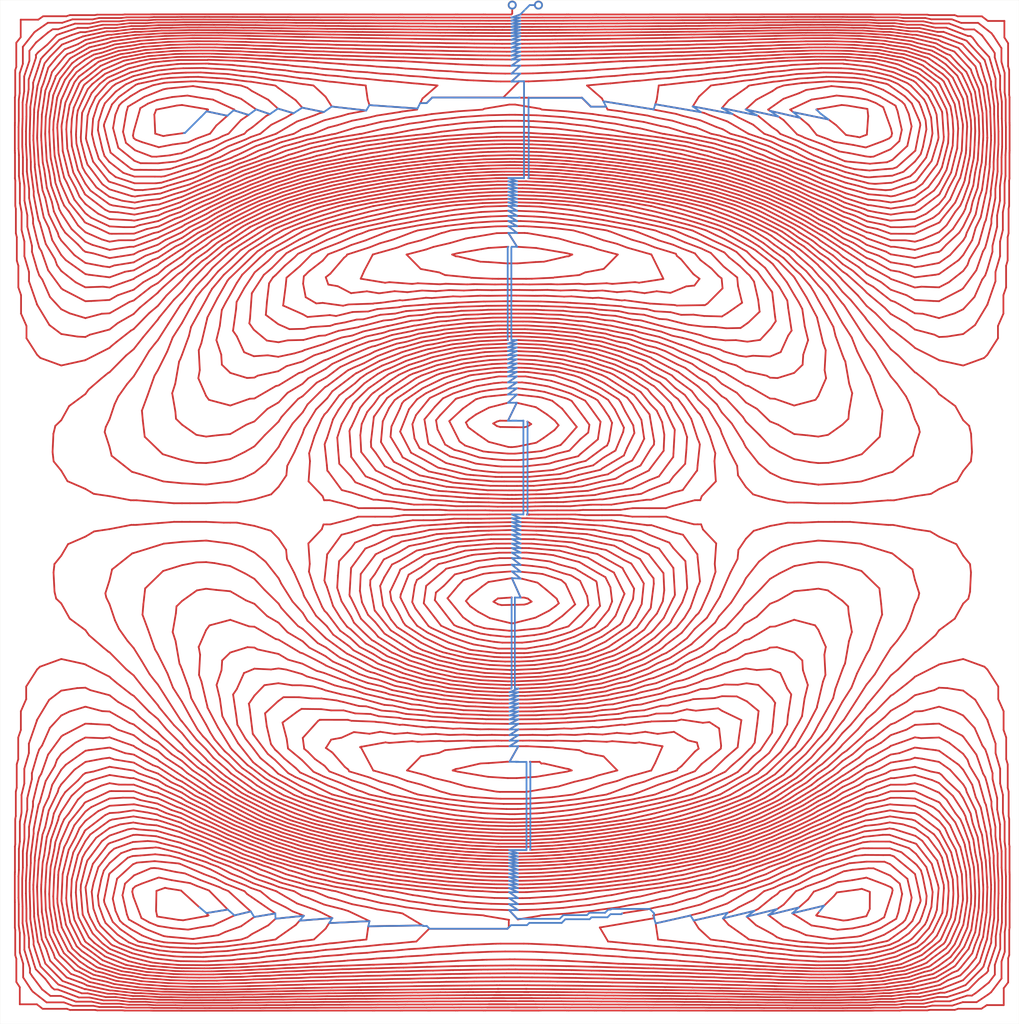
<source format=kicad_pcb>
(kicad_pcb (version 20221018) (generator pcbnew)
  (layers (0 "F.Cu" signal) (31 "B.Cu" signal) (34 "B.Paste" user) (35 "F.Paste" user) (36 "B.SilkS" user "B.Silkscreen") (37 "F.SilkS" user "F.Silkscreen") (38 "B.Mask" user) (39 "F.Mask" user) (44 "Edge.Cuts" user))
  (net 0 "")
  (net 1 "Net-(J1-Pin_1)")
  (footprint "Library:Banana_Jack_2Pin_Horz" (layer "F.Cu") (at 600 21)
    (fp_text reference "J1")
    (fp_text value "Conn_01x02_Socket")
  )
  (gr_rect (start 15.24 15.24) (end 1178.56 1183.64) (stroke (width 0.1)) (fill none) (layer "Edge.Cuts"))
  (segment (start 215.26 453.07) (end 219.67 427.73) (width 2) (layer "F.Cu") (net 1))
  (segment (start 884.09 31.59) (end 885.89 31.55) (width 2) (layer "F.Cu") (net 1))
  (segment (start 943.05 289.97) (end 927.61 280.4) (width 2) (layer "F.Cu") (net 1))
  (segment (start 675.62 575.94) (end 661.6 577.07) (width 2) (layer "F.Cu") (net 1))
  (segment (start 672.65 434.01) (end 682.29 436.16) (width 2) (layer "F.Cu") (net 1))
  (segment (start 595.08 407.37) (end 595.16 407.37) (width 2) (layer "F.Cu") (net 1))
  (segment (start 290.56 993.95) (end 313.81 1002.18) (width 2) (layer "F.Cu") (net 1))
  (segment (start 833.13 105.09) (end 842.31 104.32) (width 2) (layer "F.Cu") (net 1))
  (segment (start 868.49 405.1) (end 855.41 403.32) (width 2) (layer "F.Cu") (net 1))
  (segment (start 290.08 183.65) (end 279.05 187.95) (width 2) (layer "F.Cu") (net 1))
  (segment (start 184.92 79.19) (end 192.04 78.68) (width 2) (layer "F.Cu") (net 1))
  (segment (start 251.22 194.89) (end 225.53 202.77) (width 2) (layer "F.Cu") (net 1))
  (segment (start 508.68 367.2) (end 500.53 368.59) (width 2) (layer "F.Cu") (net 1))
  (segment (start 576.8 430.67) (end 591.93 429.99) (width 2) (layer "F.Cu") (net 1))
  (segment (start 311.23 1121.43) (end 287.83 1122.7) (width 2) (layer "F.Cu") (net 1))
  (segment (start 658.59 738.95) (end 640.46 744.23) (width 2) (layer "F.Cu") (net 1))
  (segment (start 94.6 135.27) (end 103.6 115.14) (width 2) (layer "F.Cu") (net 1))
  (segment (start 179.78 1155.11) (end 165.22 1155.11) (width 2) (layer "F.Cu") (net 1))
  (segment (start 513.41 443.11) (end 518.98 441.1) (width 2) (layer "F.Cu") (net 1))
  (segment (start 427.01 333.23) (end 431.23 323.84) (width 2) (layer "F.Cu") (net 1))
  (segment (start 229.47 1153.51) (end 210.28 1153.07) (width 2) (layer "F.Cu") (net 1))
  (segment (start 191.75 1108.92) (end 184.26 1107.42) (width 2) (layer "F.Cu") (net 1))
  (segment (start 355.63 470.36) (end 343.62 483.2) (width 2) (layer "F.Cu") (net 1))
  (segment (start 161.41 1161.74) (end 151.5 1160.56) (width 2) (layer "F.Cu") (net 1))
  (segment (start 371.39 305) (end 377.4 302.17) (width 2) (layer "F.Cu") (net 1))
  (segment (start 357.58 318.96) (end 371.39 305) (width 2) (layer "F.Cu") (net 1))
  (segment (start 439.81 198.63) (end 414.16 202.64) (width 2) (layer "F.Cu") (net 1))
  (segment (start 952.54 916.68) (end 977.09 900.46) (width 2) (layer "F.Cu") (net 1))
  (segment (start 535.66 31.75) (end 537.68 31.77) (width 2) (layer "F.Cu") (net 1))
  (segment (start 604.86 957.93) (end 595.14 957.93) (width 2) (layer "F.Cu") (net 1))
  (segment (start 289.5 1159.27) (end 277.29 1159.47) (width 2) (layer "F.Cu") (net 1))
  (segment (start 973.9 297.2) (end 953.36 283.77) (width 2) (layer "F.Cu") (net 1))
  (segment (start 1131.82 66.57) (end 1144.61 80.31) (width 2) (layer "F.Cu") (net 1))
  (segment (start 1080.68 1126.61) (end 1066.92 1129.84) (width 2) (layer "F.Cu") (net 1))
  (segment (start 701.88 641.72) (end 707.26 642.77) (width 2) (layer "F.Cu") (net 1))
  (segment (start 1102.56 1125.12) (end 1085.76 1134.92) (width 2) (layer "F.Cu") (net 1))
  (segment (start 1117.44 253.15) (end 1114.87 258.46) (width 2) (layer "F.Cu") (net 1))
  (segment (start 626.61 38.81) (end 636.7 38.76) (width 2) (layer "F.Cu") (net 1))
  (segment (start 340.39 961.98) (end 357.52 967.31) (width 2) (layer "F.Cu") (net 1))
  (segment (start 986.18 1159.24) (end 973.98 1159.51) (width 2) (layer "F.Cu") (net 1))
  (segment (start 272.67 919.73) (end 278.68 923.9) (width 2) (layer "F.Cu") (net 1))
  (segment (start 747.75 431.71) (end 759.86 439.52) (width 2) (layer "F.Cu") (net 1))
  (segment (start 195.85 294.28) (end 173.34 302.33) (width 2) (layer "F.Cu") (net 1))
  (segment (start 990.75 66.42) (end 1001.42 67.29) (width 2) (layer "F.Cu") (net 1))
  (segment (start 873.92 915.25) (end 866.46 919.38) (width 2) (layer "F.Cu") (net 1))
  (segment (start 609.71 267.44) (end 621.7 267.88) (width 2) (layer "F.Cu") (net 1))
  (segment (start 980.87 1168.48) (end 979.15 1168.52) (width 2) (layer "F.Cu") (net 1))
  (segment (start 814.32 208.2) (end 795.25 204.54) (width 2) (layer "F.Cu") (net 1))
  (segment (start 837.68 694.58) (end 848.93 668.92) (width 2) (layer "F.Cu") (net 1))
  (segment (start 322.5 208.47) (end 303.62 215.93) (width 2) (layer "F.Cu") (net 1))
  (segment (start 1114.05 65.76) (end 1121.65 74.01) (width 2) (layer "F.Cu") (net 1))
  (segment (start 684.04 397.32) (end 675.08 395.48) (width 2) (layer "F.Cu") (net 1))
  (segment (start 369.26 195.4) (end 349.43 200.2) (width 2) (layer "F.Cu") (net 1))
  (segment (start 115.42 47.01) (end 132.68 43.38) (width 2) (layer "F.Cu") (net 1))
  (segment (start 825.41 1053.21) (end 845.54 1046.17) (width 2) (layer "F.Cu") (net 1))
  (segment (start 1006.48 1070.75) (end 988.64 1074.57) (width 2) (layer "F.Cu") (net 1))
  (segment (start 1075.96 82.2) (end 1093.23 94.16) (width 2) (layer "F.Cu") (net 1))
  (segment (start 472.52 1006.02) (end 474.26 1006.22) (width 2) (layer "F.Cu") (net 1))
  (segment (start 622.3 399.63) (end 609.66 399.12) (width 2) (layer "F.Cu") (net 1))
  (segment (start 672.93 178.7) (end 652.92 177.26) (width 2) (layer "F.Cu") (net 1))
  (segment (start 421.75 271) (end 431.3 268.59) (width 2) (layer "F.Cu") (net 1))
  (segment (start 405.98 147.26) (end 385.33 152.44) (width 2) (layer "F.Cu") (net 1))
  (segment (start 1037.65 135.8) (end 1039.98 142.2) (width 2) (layer "F.Cu") (net 1))
  (segment (start 1142.44 172.49) (end 1142.44 172.51) (width 2) (layer "F.Cu") (net 1))
  (segment (start 724.13 1119.29) (end 697.08 1118.49) (width 2) (layer "F.Cu") (net 1))
  (segment (start 785.44 363.23) (end 757.34 361.59) (width 2) (layer "F.Cu") (net 1))
  (segment (start 1079.45 905.34) (end 1087.3 908.77) (width 2) (layer "F.Cu") (net 1))
  (segment (start 660.94 411.76) (end 665.47 412.22) (width 2) (layer "F.Cu") (net 1))
  (segment (start 1012.63 31.68) (end 1042.37 31.68) (width 2) (layer "F.Cu") (net 1))
  (segment (start 541.7 38.76) (end 563.3 38.76) (width 2) (layer "F.Cu") (net 1))
  (segment (start 837.39 1142.63) (end 825.42 1142.43) (width 2) (layer "F.Cu") (net 1))
  (segment (start 931.36 1144.41) (end 901.68 1143.91) (width 2) (layer "F.Cu") (net 1))
  (segment (start 88.3 90.76) (end 94.89 82.25) (width 2) (layer "F.Cu") (net 1))
  (segment (start 529.36 237.81) (end 544.8 236.38) (width 2) (layer "F.Cu") (net 1))
  (segment (start 1133.27 1032.39) (end 1132.66 1051.32) (width 2) (layer "F.Cu") (net 1))
  (segment (start 1015.11 1120.87) (end 1007.92 1121.38) (width 2) (layer "F.Cu") (net 1))
  (segment (start 964.83 58.72) (end 994.72 59.5) (width 2) (layer "F.Cu") (net 1))
  (segment (start 530.06 206.9) (end 512.51 208.48) (width 2) (layer "F.Cu") (net 1))
  (segment (start 516.37 415.93) (end 534.54 412.23) (width 2) (layer "F.Cu") (net 1))
  (segment (start 930.59 974.69) (end 935.93 972.15) (width 2) (layer "F.Cu") (net 1))
  (segment (start 673.29 157.6) (end 654.64 155.4) (width 2) (layer "F.Cu") (net 1))
  (segment (start 740.66 977.03) (end 742.35 976.78) (width 2) (layer "F.Cu") (net 1))
  (segment (start 81.65 48.54) (end 81.65 48.54) (width 2) (layer "F.Cu") (net 1))
  (segment (start 373.87 941.07) (end 356.52 934.82) (width 2) (layer "F.Cu") (net 1))
  (segment (start 661.43 638.88) (end 676.89 642.92) (width 2) (layer "F.Cu") (net 1))
  (segment (start 387.1 331.55) (end 392.33 327.47) (width 2) (layer "F.Cu") (net 1))
  (segment (start 415.93 592.29) (end 391.53 585.98) (width 2) (layer "F.Cu") (net 1))
  (segment (start 264.79 1137.71) (end 238.49 1137.81) (width 2) (layer "F.Cu") (net 1))
  (segment (start 252.66 947.07) (end 256.49 949.04) (width 2) (layer "F.Cu") (net 1))
  (segment (start 843.97 1131.17) (end 830.65 1130.5) (width 2) (layer "F.Cu") (net 1))
  (segment (start 636.7 38.76) (end 658.3 38.76) (width 2) (layer "F.Cu") (net 1))
  (segment (start 570.26 835.85) (end 596.96 836.11) (width 2) (layer "F.Cu") (net 1))
  (segment (start 350.82 243.3) (end 343.77 245.5) (width 2) (layer "F.Cu") (net 1))
  (segment (start 1003.56 1128.98) (end 988.79 1130.17) (width 2) (layer "F.Cu") (net 1))
  (segment (start 298.34 56.12) (end 300 56.12) (width 2) (layer "F.Cu") (net 1))
  (segment (start 666.24 954.53) (end 660.1 955.1) (width 2) (layer "F.Cu") (net 1))
  (segment (start 914.59 948.22) (end 919.11 945.84) (width 2) (layer "F.Cu") (net 1))
  (segment (start 937.61 196.41) (end 920.85 187.87) (width 2) (layer "F.Cu") (net 1))
  (segment (start 1163.38 152.87) (end 1163.62 160.33) (width 2) (layer "F.Cu") (net 1))
  (segment (start 730.9 92.51) (end 754.89 91.12) (width 2) (layer "F.Cu") (net 1))
  (segment (start 1151.82 105.06) (end 1151.82 114.43) (width 2) (layer "F.Cu") (net 1))
  (segment (start 388.37 613.62) (end 392.23 613.62) (width 2) (layer "F.Cu") (net 1))
  (segment (start 1021.1 68.71) (end 1035.04 71.34) (width 2) (layer "F.Cu") (net 1))
  (segment (start 598.7 726.44) (end 574.48 720.59) (width 2) (layer "F.Cu") (net 1))
  (segment (start 497.55 237.55) (end 513.61 235.54) (width 2) (layer "F.Cu") (net 1))
  (segment (start 154.98 80.63) (end 160.09 79.93) (width 2) (layer "F.Cu") (net 1))
  (segment (start 460.34 1027.22) (end 488.17 1030.44) (width 2) (layer "F.Cu") (net 1))
  (segment (start 897.39 983.62) (end 903.45 981.47) (width 2) (layer "F.Cu") (net 1))
  (segment (start 318.64 78.8) (end 343.85 80.24) (width 2) (layer "F.Cu") (net 1))
  (segment (start 544.89 264.85) (end 561.08 263.16) (width 2) (layer "F.Cu") (net 1))
  (segment (start 432.67 386.31) (end 426.93 387.56) (width 2) (layer "F.Cu") (net 1))
  (segment (start 1059.73 231.19) (end 1037.03 238.57) (width 2) (layer "F.Cu") (net 1))
  (segment (start 285.48 246.87) (end 283.49 247.69) (width 2) (layer "F.Cu") (net 1))
  (segment (start 212.33 1074.41) (end 195.54 1071.77) (width 2) (layer "F.Cu") (net 1))
  (segment (start 191.65 407.85) (end 195.4 403.37) (width 2) (layer "F.Cu") (net 1))
  (segment (start 398.24 285.19) (end 414.65 278.1) (width 2) (layer "F.Cu") (net 1))
  (segment (start 113.84 175.45) (end 113.29 173.1) (width 2) (layer "F.Cu") (net 1))
  (segment (start 587.83 818) (end 596.96 818) (width 2) (layer "F.Cu") (net 1))
  (segment (start 631.129163 884.558912) (end 620.394317 884.558912) (width 2) (layer "F.Cu") (net 1))
  (segment (start 691.34 367.18) (end 666.24 365.86) (width 2) (layer "F.Cu") (net 1))
  (segment (start 334.04 107.12) (end 361.68 111.28) (width 2) (layer "F.Cu") (net 1))
  (segment (start 319.61 302.35) (end 340.12 290.99) (width 2) (layer "F.Cu") (net 1))
  (segment (start 836.07 718.5) (end 849.86 702.91) (width 2) (layer "F.Cu") (net 1))
  (segment (start 590.9 45.84) (end 599.16 45.84) (width 2) (layer "F.Cu") (net 1))
  (segment (start 1107.91 564.34) (end 1087.3 573.25) (width 2) (layer "F.Cu") (net 1))
  (segment (start 172.05 58.37) (end 172.87 58.22) (width 2) (layer "F.Cu") (net 1))
  (segment (start 819.51 388.03) (end 801.17 385.79) (width 2) (layer "F.Cu") (net 1))
  (segment (start 1151.65 969.46) (end 1154.19 989.08) (width 2) (layer "F.Cu") (net 1))
  (segment (start 1058.14 789.09) (end 1059.73 787.48) (width 2) (layer "F.Cu") (net 1))
  (segment (start 422.5 217.16) (end 394.2 222.91) (width 2) (layer "F.Cu") (net 1))
  (segment (start 234.67 55.54) (end 237 55.54) (width 2) (layer "F.Cu") (net 1))
  (segment (start 96.09 1126.52) (end 81.05 1111.47) (width 2) (layer "F.Cu") (net 1))
  (segment (start 639.83 1045.53) (end 654.59 1044.52) (width 2) (layer "F.Cu") (net 1))
  (segment (start 1004.14 193.74) (end 984.78 189.86) (width 2) (layer "F.Cu") (net 1))
  (segment (start 489.99 169.27) (end 488.2 169.51) (width 2) (layer "F.Cu") (net 1))
  (segment (start 704.44 451.9) (end 722.44 463.35) (width 2) (layer "F.Cu") (net 1))
  (segment (start 970.35 124.22) (end 987.84 125.85) (width 2) (layer "F.Cu") (net 1))
  (segment (start 140.27 677.24) (end 143.13 664.98) (width 2) (layer "F.Cu") (net 1))
  (segment (start 981.15 1009.06) (end 988.38 1007.76) (width 2) (layer "F.Cu") (net 1))
  (segment (start 521.77 1144.06) (end 519.9 1144.06) (width 2) (layer "F.Cu") (net 1))
  (segment (start 704.45 1004.6) (end 725.31 1002.23) (width 2) (layer "F.Cu") (net 1))
  (segment (start 622.57 45.84) (end 640.71 45.75) (width 2) (layer "F.Cu") (net 1))
  (segment (start 361.97 694.33) (end 362.73 696.11) (width 2) (layer "F.Cu") (net 1))
  (segment (start 141.62 410.77) (end 140.27 412.14) (width 2) (layer "F.Cu") (net 1))
  (segment (start 486.02 222.97) (end 459.76 226.89) (width 2) (layer "F.Cu") (net 1))
  (segment (start 1050.99 1156.67) (end 1036.69 1158.43) (width 2) (layer "F.Cu") (net 1))
  (segment (start 1055.62 1115.95) (end 1045.6 1119.29) (width 2) (layer "F.Cu") (net 1))
  (segment (start 758.97 84.03) (end 788.78 83.01) (width 2) (layer "F.Cu") (net 1))
  (segment (start 754.3 832.18) (end 764.44 829.5) (width 2) (layer "F.Cu") (net 1))
  (segment (start 250.53 543.57) (end 239.03 543.27) (width 2) (layer "F.Cu") (net 1))
  (segment (start 675.26 381.57) (end 652.84 379.07) (width 2) (layer "F.Cu") (net 1))
  (segment (start 199.82 1149.99) (end 175.97 1148.48) (width 2) (layer "F.Cu") (net 1))
  (segment (start 745.04 394.31) (end 740.4 392.6) (width 2) (layer "F.Cu") (net 1))
  (segment (start 498.72 206.33) (end 480.78 208.36) (width 2) (layer "F.Cu") (net 1))
  (segment (start 43.05 1082.8) (end 40.96 1068.71) (width 2) (layer "F.Cu") (net 1))
  (segment (start 512.56 936.3) (end 495.93 933.68) (width 2) (layer "F.Cu") (net 1))
  (segment (start 1027.89 238.55) (end 1006.56 236.82) (width 2) (layer "F.Cu") (net 1))
  (segment (start 817.37 752.62) (end 836.25 735.49) (width 2) (layer "F.Cu") (net 1))
  (segment (start 574.74 73.99) (end 593.67 74.12) (width 2) (layer "F.Cu") (net 1))
  (segment (start 992.73 62.96) (end 999.23 63.49) (width 2) (layer "F.Cu") (net 1))
  (segment (start 155.47 545.4) (end 142.64 535.3) (width 2) (layer "F.Cu") (net 1))
  (segment (start 790.02 1004.56) (end 818.51 999.1) (width 2) (layer "F.Cu") (net 1))
  (segment (start 554.81 392.39) (end 549.84 392.99) (width 2) (layer "F.Cu") (net 1))
  (segment (start 1004.36 1016.7) (end 1025.31 1024.56) (width 2) (layer "F.Cu") (net 1))
  (segment (start 209.18 1096.03) (end 199.75 1095) (width 2) (layer "F.Cu") (net 1))
  (segment (start 767.57 289.58) (end 783.61 294.45) (width 2) (layer "F.Cu") (net 1))
  (segment (start 1032.17 444.74) (end 1039.51 453.28) (width 2) (layer "F.Cu") (net 1))
  (segment (start 899.98 1143.91) (end 869.64 1143.26) (width 2) (layer "F.Cu") (net 1))
  (segment (start 910.11 1126.28) (end 890.95 1125.23) (width 2) (layer "F.Cu") (net 1))
  (segment (start 129.74 1071.52) (end 129.74 1071.52) (width 2) (layer "F.Cu") (net 1))
  (segment (start 692.39 546.19) (end 676.46 549.91) (width 2) (layer "F.Cu") (net 1))
  (segment (start 593.67 74.12) (end 599.16 74.12) (width 2) (layer "F.Cu") (net 1))
  (segment (start 1032.32 239.27) (end 1027.89 238.55) (width 2) (layer "F.Cu") (net 1))
  (segment (start 85.41 159.69) (end 85.47 158.51) (width 2) (layer "F.Cu") (net 1))
  (segment (start 112.87 1028.01) (end 112.99 1027.42) (width 2) (layer "F.Cu") (net 1))
  (segment (start 75.98 123.88) (end 81.09 111.17) (width 2) (layer "F.Cu") (net 1))
  (segment (start 977.76 362.08) (end 979.08 363.68) (width 2) (layer "F.Cu") (net 1))
  (segment (start 167.83 785.97) (end 159.41 779) (width 2) (layer "F.Cu") (net 1))
  (segment (start 486.24 764.32) (end 472.58 758.11) (width 2) (layer "F.Cu") (net 1))
  (segment (start 921.9 588.67) (end 914.05 588.67) (width 2) (layer "F.Cu") (net 1))
  (segment (start 1066.18 1043.5) (end 1065.53 1045.47) (width 2) (layer "F.Cu") (net 1))
  (segment (start 1024.02 1148.49) (end 1000.18 1149.99) (width 2) (layer "F.Cu") (net 1))
  (segment (start 335.87 969.1) (end 361.32 977.03) (width 2) (layer "F.Cu") (net 1))
  (segment (start 865.09 50.48) (end 873.24 50.48) (width 2) (layer "F.Cu") (net 1))
  (segment (start 485.39 1025.59) (end 492.4 1026.53) (width 2) (layer "F.Cu") (net 1))
  (segment (start 1056.87 1092.86) (end 1035.93 1102.27) (width 2) (layer "F.Cu") (net 1))
  (segment (start 595.55 273.32) (end 605.55 281.03) (width 2) (layer "F.Cu") (net 1))
  (segment (start 615.13 554.33) (end 613.4 554.34) (width 2) (layer "F.Cu") (net 1))
  (segment (start 242.11 414.84) (end 245.05 406.85) (width 2) (layer "F.Cu") (net 1))
  (segment (start 548.39 64.72) (end 556.7 64.88) (width 2) (layer "F.Cu") (net 1))
  (segment (start 933.2 226.61) (end 929.75 224.95) (width 2) (layer "F.Cu") (net 1))
  (segment (start 162.27 1064.43) (end 160.05 1058.56) (width 2) (layer "F.Cu") (net 1))
  (segment (start 550.1 572.74) (end 525.03 570.6) (width 2) (layer "F.Cu") (net 1))
  (segment (start 946.3 247.4) (end 923.23 236.36) (width 2) (layer "F.Cu") (net 1))
  (segment (start 837.51 869.89) (end 836.17 871.19) (width 2) (layer "F.Cu") (net 1))
  (segment (start 184.26 1107.42) (end 166.49 1103.05) (width 2) (layer "F.Cu") (net 1))
  (segment (start 980.36 199.15) (end 979.51 199.01) (width 2) (layer "F.Cu") (net 1))
  (segment (start 195.4 897.88) (end 210.88 907.88) (width 2) (layer "F.Cu") (net 1))
  (segment (start 956.64 180.72) (end 933.92 172.38) (width 2) (layer "F.Cu") (net 1))
  (segment (start 1128.49 212.17) (end 1126.44 226.65) (width 2) (layer "F.Cu") (net 1))
  (segment (start 1004.6 437.77) (end 1006.33 440.67) (width 2) (layer "F.Cu") (net 1))
  (segment (start 432.79 800.54) (end 455.47 805.87) (width 2) (layer "F.Cu") (net 1))
  (segment (start 1026.23 232.2) (end 1032.65 231.76) (width 2) (layer "F.Cu") (net 1))
  (segment (start 1151.59 241.09) (end 1147.06 264.84) (width 2) (layer "F.Cu") (net 1))
  (segment (start 674.65 1095.17) (end 651.01 1093.41) (width 2) (layer "F.Cu") (net 1))
  (segment (start 973.95 40.52) (end 986.21 40.8) (width 2) (layer "F.Cu") (net 1))
  (segment (start 614.39 390.88) (end 585.61 390.88) (width 2) (layer "F.Cu") (net 1))
  (segment (start 1050.16 847.83) (end 1059.73 842.36) (width 2) (layer "F.Cu") (net 1))
  (segment (start 662.34 1168.27) (end 632.66 1168.27) (width 2) (layer "F.Cu") (net 1))
  (segment (start 735.46 989.28) (end 748.54 987.55) (width 2) (layer "F.Cu") (net 1))
  (segment (start 537.83 1057.71) (end 567.39 1059.73) (width 2) (layer "F.Cu") (net 1))
  (segment (start 620.394317 884.558912) (end 620.368448 884.533043) (width 2) (layer "F.Cu") (net 1))
  (segment (start 898.22 1146.98) (end 871.45 1146.41) (width 2) (layer "F.Cu") (net 1))
  (segment (start 779.06 1095.81) (end 769.61 1095.23) (width 2) (layer "F.Cu") (net 1))
  (segment (start 715.79 749.33) (end 710.18 753.16) (width 2) (layer "F.Cu") (net 1))
  (segment (start 417.75 371.21) (end 398.88 375.77) (width 2) (layer "F.Cu") (net 1))
  (segment (start 1140.79 933.44) (end 1142.43 941.12) (width 2) (layer "F.Cu") (net 1))
  (segment (start 1132.79 1021.96) (end 1133.27 1032.39) (width 2) (layer "F.Cu") (net 1))
  (segment (start 1099.92 956.92) (end 1108.62 976.41) (width 2) (layer "F.Cu") (net 1))
  (segment (start 1065.08 1100.51) (end 1047.49 1108.26) (width 2) (layer "F.Cu") (net 1))
  (segment (start 1037.03 238.57) (end 1032.32 239.27) (width 2) (layer "F.Cu") (net 1))
  (segment (start 765.75 419.37) (end 761.54 417.82) (width 2) (layer "F.Cu") (net 1))
  (segment (start 369.38 69.54) (end 387.08 69.9) (width 2) (layer "F.Cu") (net 1))
  (segment (start 296.63 228.16) (end 276.75 236.38) (width 2) (layer "F.Cu") (net 1))
  (segment (start 1043.43 1115.6) (end 1043 1115.65) (width 2) (layer "F.Cu") (net 1))
  (segment (start 668.95 150.04) (end 658.43 148.8) (width 2) (layer "F.Cu") (net 1))
  (segment (start 327.38 283.78) (end 333.54 280.36) (width 2) (layer "F.Cu") (net 1))
  (segment (start 314.14 1113.36) (end 296.31 1114.87) (width 2) (layer "F.Cu") (net 1))
  (segment (start 664.34 31.75) (end 693.99 31.75) (width 2) (layer "F.Cu") (net 1))
  (segment (start 1087.3 734.42) (end 1083.21 740.15) (width 2) (layer "F.Cu") (net 1))
  (segment (start 317.59 1009.11) (end 339.14 1017.7) (width 2) (layer "F.Cu") (net 1))
  (segment (start 549.18 602.35) (end 571.51 602.34) (width 2) (layer "F.Cu") (net 1))
  (segment (start 377.4 302.17) (end 377.4 302.17) (width 2) (layer "F.Cu") (net 1))
  (segment (start 183.59 1161.74) (end 161.41 1161.74) (width 2) (layer "F.Cu") (net 1))
  (segment (start 402.61 962.34) (end 419.37 965.79) (width 2) (layer "F.Cu") (net 1))
  (segment (start 449.13 779.6) (end 471.83 788.03) (width 2) (layer "F.Cu") (net 1))
  (segment (start 869.44 924.43) (end 868.09 925.01) (width 2) (layer "F.Cu") (net 1))
  (segment (start 1071.73 1164.3) (end 1046.61 1164.3) (width 2) (layer "F.Cu") (net 1))
  (segment (start 118.33 967.4) (end 140.27 951.42) (width 2) (layer "F.Cu") (net 1))
  (segment (start 1071.28 1070.09) (end 1064.08 1078.18) (width 2) (layer "F.Cu") (net 1))
  (segment (start 133.96 1042.21) (end 139.84 1013) (width 2) (layer "F.Cu") (net 1))
  (segment (start 835.54 1145.85) (end 807.53 1145.39) (width 2) (layer "F.Cu") (net 1))
  (segment (start 330.23 975.81) (end 331.34 976.23) (width 2) (layer "F.Cu") (net 1))
  (segment (start 461.92 969.34) (end 452.14 967.69) (width 2) (layer "F.Cu") (net 1))
  (segment (start 363.55 922.22) (end 362.91 921.97) (width 2) (layer "F.Cu") (net 1))
  (segment (start 147.35 1152.99) (end 135.91 1152.99) (width 2) (layer "F.Cu") (net 1))
  (segment (start 416.22 1015.43) (end 433.55 1018.74) (width 2) (layer "F.Cu") (net 1))
  (segment (start 1030.77 967.83) (end 1054.69 975.96) (width 2) (layer "F.Cu") (net 1))
  (segment (start 611.75 969.93) (end 588.25 969.93) (width 2) (layer "F.Cu") (net 1))
  (segment (start 143.93 106.9) (end 164.71 97.67) (width 2) (layer "F.Cu") (net 1))
  (segment (start 1032.17 885.38) (end 1054.24 881.84) (width 2) (layer "F.Cu") (net 1))
  (segment (start 785.36 278.1) (end 801.59 285.01) (width 2) (layer "F.Cu") (net 1))
  (segment (start 278.36 350.87) (end 285.44 338.17) (width 2) (layer "F.Cu") (net 1))
  (segment (start 867.87 950.02) (end 881.62 944.07) (width 2) (layer "F.Cu") (net 1))
  (segment (start 401.57 1129.55) (end 387.1 1130.14) (width 2) (layer "F.Cu") (net 1))
  (segment (start 54.16 140.24) (end 57.51 116.69) (width 2) (layer "F.Cu") (net 1))
  (segment (start 740.33 862.98) (end 745.04 862.34) (width 2) (layer "F.Cu") (net 1))
  (segment (start 921.49 276.12) (end 906.33 268.09) (width 2) (layer "F.Cu") (net 1))
  (segment (start 386.48 397.98) (end 379.28 398.44) (width 2) (layer "F.Cu") (net 1))
  (segment (start 728.41 357.77) (end 725.07 358.03) (width 2) (layer "F.Cu") (net 1))
  (segment (start 986.11 842.72) (end 977.03 851.65) (width 2) (layer "F.Cu") (net 1))
  (segment (start 263.95 1004.22) (end 279.51 1012.28) (width 2) (layer "F.Cu") (net 1))
  (segment (start 820.62 1002.77) (end 823.07 1002.15) (width 2) (layer "F.Cu") (net 1))
  (segment (start 595.77 188.03) (end 572.24 188.6) (width 2) (layer "F.Cu") (net 1))
  (segment (start 293.04 46.91) (end 305.29 46.91) (width 2) (layer "F.Cu") (net 1))
  (segment (start 338.39 915.26) (end 328.67 909.93) (width 2) (layer "F.Cu") (net 1))
  (segment (start 251.01 270.47) (end 236.47 277.65) (width 2) (layer "F.Cu") (net 1))
  (segment (start 677.77 59.99) (end 680.52 59.92) (width 2) (layer "F.Cu") (net 1))
  (segment (start 1114.48 157.03) (end 1114.57 158.45) (width 2) (layer "F.Cu") (net 1))
  (segment (start 273.1 913.72) (end 285.18 922.11) (width 2) (layer "F.Cu") (net 1))
  (segment (start 517.02 1135.79) (end 492.8 1136.11) (width 2) (layer "F.Cu") (net 1))
  (segment (start 1083.56 459.65) (end 1087.3 464.89) (width 2) (layer "F.Cu") (net 1))
  (segment (start 803.38 708.88) (end 796.61 720.12) (width 2) (layer "F.Cu") (net 1))
  (segment (start 928.73 930.69) (end 948.95 918.44) (width 2) (layer "F.Cu") (net 1))
  (segment (start 631 139.11) (end 603.31 134.51) (width 2) (layer "F.Cu") (net 1))
  (segment (start 703.21 615.04) (end 703.23 615.05) (width 2) (layer "F.Cu") (net 1))
  (segment (start 1095.22 1097.14) (end 1079.68 1108.59) (width 2) (layer "F.Cu") (net 1))
  (segment (start 265.79 1090.28) (end 238.57 1092.07) (width 2) (layer "F.Cu") (net 1))
  (segment (start 883.92 251.63) (end 858.23 241.85) (width 2) (layer "F.Cu") (net 1))
  (segment (start 978.03 1065.65) (end 948.65 1060.28) (width 2) (layer "F.Cu") (net 1))
  (segment (start 156.03 212.49) (end 139.71 199.72) (width 2) (layer "F.Cu") (net 1))
  (segment (start 1036.96 1074.46) (end 1024.6 1081.86) (width 2) (layer "F.Cu") (net 1))
  (segment (start 177.26 1023.41) (end 196.49 1016.52) (width 2) (layer "F.Cu") (net 1))
  (segment (start 637.7 537.1) (end 621.74 538.91) (width 2) (layer "F.Cu") (net 1))
  (segment (start 250.98 568.07) (end 250.53 568.13) (width 2) (layer "F.Cu") (net 1))
  (segment (start 822.14 720.36) (end 837.09 696.2) (width 2) (layer "F.Cu") (net 1))
  (segment (start 717.19 211.9) (end 703.59 210.36) (width 2) (layer "F.Cu") (net 1))
  (segment (start 333.23 725.78) (end 343.42 736.65) (width 2) (layer "F.Cu") (net 1))
  (segment (start 517.77 488.97) (end 535.48 470.46) (width 2) (layer "F.Cu") (net 1))
  (segment (start 987.95 1156.16) (end 972.25 1156.51) (width 2) (layer "F.Cu") (net 1))
  (segment (start 1021.6 400.24) (end 1032.17 413.71) (width 2) (layer "F.Cu") (net 1))
  (segment (start 977.91 287.05) (end 963.31 277.5) (width 2) (layer "F.Cu") (net 1))
  (segment (start 381.68 256.36) (end 401.17 250.53) (width 2) (layer "F.Cu") (net 1))
  (segment (start 617.67 973.83) (end 614.05 973.92) (width 2) (layer "F.Cu") (net 1))
  (segment (start 438.27 943.55) (end 416.55 938.07) (width 2) (layer "F.Cu") (net 1))
  (segment (start 364.69 1138.62) (end 360.43 1138.84) (width 2) (layer "F.Cu") (net 1))
  (segment (start 837.4 921.75) (end 837.09 921.9) (width 2) (layer "F.Cu") (net 1))
  (segment (start 298.32 1143.91) (end 268.64 1144.41) (width 2) (layer "F.Cu") (net 1))
  (segment (start 92.03 184.67) (end 90.92 162.73) (width 2) (layer "F.Cu") (net 1))
  (segment (start 720 894.33) (end 698.24 899.98) (width 2) (layer "F.Cu") (net 1))
  (segment (start 1033.73 646.6) (end 1041.99 653.14) (width 2) (layer "F.Cu") (net 1))
  (segment (start 758.98 949.47) (end 758.4 949.58) (width 2) (layer "F.Cu") (net 1))
  (segment (start 399.67 177.42) (end 386.9 180.49) (width 2) (layer "F.Cu") (net 1))
  (segment (start 1044.79 163.37) (end 1041.98 176.22) (width 2) (layer "F.Cu") (net 1))
  (segment (start 449.55 374.41) (end 429.87 379.57) (width 2) (layer "F.Cu") (net 1))
  (segment (start 682.92 492.75) (end 688.11 499.98) (width 2) (layer "F.Cu") (net 1))
  (segment (start 495.93 933.68) (end 483.75 931.33) (width 2) (layer "F.Cu") (net 1))
  (segment (start 441.24 761.41) (end 425.81 753.34) (width 2) (layer "F.Cu") (net 1))
  (segment (start 498.12 590.98) (end 487.68 590.99) (width 2) (layer "F.Cu") (net 1))
  (segment (start 145.66 318.09) (end 140.27 320.03) (width 2) (layer "F.Cu") (net 1))
  (segment (start 719.09 936.27) (end 700.52 939.85) (width 2) (layer "F.Cu") (net 1))
  (segment (start 880.47 37.89) (end 889.42 37.7) (width 2) (layer "F.Cu") (net 1))
  (segment (start 661.73 1117.66) (end 632.96 1117.12) (width 2) (layer "F.Cu") (net 1))
  (segment (start 32.66 250.14) (end 32.66 221.53) (width 2) (layer "F.Cu") (net 1))
  (segment (start 869.78 224.13) (end 868.72 223.73) (width 2) (layer "F.Cu") (net 1))
  (segment (start 1003.02 377.42) (end 1003.87 378.75) (width 2) (layer "F.Cu") (net 1))
  (segment (start 132.61 94.9) (end 156.18 84.66) (width 2) (layer "F.Cu") (net 1))
  (segment (start 587.6 547.51) (end 581.38 547) (width 2) (layer "F.Cu") (net 1))
  (segment (start 522.82 973.57) (end 518.57 973.09) (width 2) (layer "F.Cu") (net 1))
  (segment (start 760.65 781.86) (end 783.72 772.19) (width 2) (layer "F.Cu") (net 1))
  (segment (start 109.92 56.76) (end 110.02 56.7) (width 2) (layer "F.Cu") (net 1))
  (segment (start 251.41 139.82) (end 251.88 139.89) (width 2) (layer "F.Cu") (net 1))
  (segment (start 642.19 544.25) (end 617.3 547.08) (width 2) (layer "F.Cu") (net 1))
  (segment (start 254.53 198.99) (end 246.1 202.77) (width 2) (layer "F.Cu") (net 1))
  (segment (start 696.95 727.37) (end 694.88 729.85) (width 2) (layer "F.Cu") (net 1))
  (segment (start 874.19 267.7) (end 898.38 279.58) (width 2) (layer "F.Cu") (net 1))
  (segment (start 112.7 941.29) (end 119.27 936.27) (width 2) (layer "F.Cu") (net 1))
  (segment (start 302.32 899.01) (end 291.5 891.42) (width 2) (layer "F.Cu") (net 1))
  (segment (start 585.61 390.88) (end 582.65 391) (width 2) (layer "F.Cu") (net 1))
  (segment (start 672.34 602.33) (end 677.01 602.7) (width 2) (layer "F.Cu") (net 1))
  (segment (start 281.94 141.0214) (end 298.94 146.38) (width 2) (layer "F.Cu") (net 1))
  (segment (start 943.31 76.39) (end 953.37 76.36) (width 2) (layer "F.Cu") (net 1))
  (segment (start 249.37 955.85) (end 257.67 959.29) (width 2) (layer "F.Cu") (net 1))
  (segment (start 922.58 847.29) (end 914.18 861.93) (width 2) (layer "F.Cu") (net 1))
  (segment (start 513.89 431.94) (end 528.83 428.59) (width 2) (layer "F.Cu") (net 1))
  (segment (start 155.64 1168.13) (end 126.2 1168.13) (width 2) (layer "F.Cu") (net 1))
  (segment (start 488.46 515.5) (end 486.03 499.22) (width 2) (layer "F.Cu") (net 1))
  (segment (start 573.34 204.12) (end 563.05 204.6) (width 2) (layer "F.Cu") (net 1))
  (segment (start 279.75 259.83) (end 267.64 265.92) (width 2) (layer "F.Cu") (net 1))
  (segment (start 750.49 1128.52) (end 734.22 1128.01) (width 2) (layer "F.Cu") (net 1))
  (segment (start 638.95 663.06) (end 659.17 669.66) (width 2) (layer "F.Cu") (net 1))
  (segment (start 252.65 83.42) (end 282.95 84.47) (width 2) (layer "F.Cu") (net 1))
  (segment (start 768.88 48.36) (end 779.46 48.36) (width 2) (layer "F.Cu") (net 1))
  (segment (start 193.62 440.65) (end 195.4 437.67) (width 2) (layer "F.Cu") (net 1))
  (segment (start 877.12 71.41) (end 893.12 71) (width 2) (layer "F.Cu") (net 1))
  (segment (start 699.9 1161.47) (end 690.04 1161.37) (width 2) (layer "F.Cu") (net 1))
  (segment (start 710.34 278.97) (end 711.51 279.27) (width 2) (layer "F.Cu") (net 1))
  (segment (start 795.42 392.68) (end 773.7 388.13) (width 2) (layer "F.Cu") (net 1))
  (segment (start 869.31 167.58) (end 868.9 167.37) (width 2) (layer "F.Cu") (net 1))
  (segment (start 688.95 811.63) (end 709.07 808.57) (width 2) (layer "F.Cu") (net 1))
  (segment (start 856.45 463.43) (end 839.2 453.11) (width 2) (layer "F.Cu") (net 1))
  (segment (start 719.72 906.42) (end 704.25 910.44) (width 2) (layer "F.Cu") (net 1))
  (segment (start 452.47 269.35) (end 463.98 266.81) (width 2) (layer "F.Cu") (net 1))
  (segment (start 443.97 531.68) (end 438.97 525.38) (width 2) (layer "F.Cu") (net 1))
  (segment (start 1050.67 98.69) (end 1060.82 103.1) (width 2) (layer "F.Cu") (net 1))
  (segment (start 792.82 311.15) (end 806.84 327.95) (width 2) (layer "F.Cu") (net 1))
  (segment (start 470.43 1164.95) (end 444.57 1164.95) (width 2) (layer "F.Cu") (net 1))
  (segment (start 222.97 334.96) (end 205.29 352.35) (width 2) (layer "F.Cu") (net 1))
  (segment (start 643.94 339.43) (end 619.61 339.82) (width 2) (layer "F.Cu") (net 1))
  (segment (start 892.95 43.84) (end 908.72 43.84) (width 2) (layer "F.Cu") (net 1))
  (segment (start 299.39 222.27) (end 297.98 222.9) (width 2) (layer "F.Cu") (net 1))
  (segment (start 1045.6 1119.29) (end 1040.49 1119.99) (width 2) (layer "F.Cu") (net 1))
  (segment (start 1128.89 90.97) (end 1132.36 102.61) (width 2) (layer "F.Cu") (net 1))
  (segment (start 603.31 134.51) (end 596.69 134.51) (width 2) (layer "F.Cu") (net 1))
  (segment (start 447 741.91) (end 443.03 736.99) (width 2) (layer "F.Cu") (net 1))
  (segment (start 1166.77 918.52) (end 1166.77 946.48) (width 2) (layer "F.Cu") (net 1))
  (segment (start 1087.8 56.39) (end 1089.3 56.39) (width 2) (layer "F.Cu") (net 1))
  (segment (start 671.77 853.88) (end 687.26 852.67) (width 2) (layer "F.Cu") (net 1))
  (segment (start 131.06 1160.56) (end 119.63 1158.18) (width 2) (layer "F.Cu") (net 1))
  (segment (start 725.34 197.71) (end 704.93 195.4) (width 2) (layer "F.Cu") (net 1))
  (segment (start 786.44 78.93) (end 793.63 78.81) (width 2) (layer "F.Cu") (net 1))
  (segment (start 282.39 193.75) (end 279.54 195.26) (width 2) (layer "F.Cu") (net 1))
  (segment (start 960.57 310.21) (end 951.42 304.13) (width 2) (layer "F.Cu") (net 1))
  (segment (start 576.96 538.98) (end 562.67 537.27) (width 2) (layer "F.Cu") (net 1))
  (segment (start 449.51 1128.52) (end 433.7 1128.75) (width 2) (layer "F.Cu") (net 1))
  (segment (start 896.95 920.33) (end 888.72 925.55) (width 2) (layer "F.Cu") (net 1))
  (segment (start 229.07 897.5) (end 249.32 910.87) (width 2) (layer "F.Cu") (net 1))
  (segment (start 963.51 58.71) (end 964.83 58.72) (width 2) (layer "F.Cu") (net 1))
  (segment (start 909.95 112.7) (end 930.92 109.95) (width 2) (layer "F.Cu") (net 1))
  (segment (start 1157.05 909.23) (end 1160.22 922.28) (width 2) (layer "F.Cu") (net 1))
  (segment (start 795.28 958.66) (end 783.31 961.12) (width 2) (layer "F.Cu") (net 1))
  (segment (start 485.82 702.22) (end 488.76 683.07) (width 2) (layer "F.Cu") (net 1))
  (segment (start 295.66 1025.61) (end 301.36 1028.35) (width 2) (layer "F.Cu") (net 1))
  (segment (start 362.74 977.46) (end 389.94 984.39) (width 2) (layer "F.Cu") (net 1))
  (segment (start 606.97 827.06) (end 624.6 826.89) (width 2) (layer "F.Cu") (net 1))
  (segment (start 540.61 202.26) (end 532.31 202.98) (width 2) (layer "F.Cu") (net 1))
  (segment (start 692.03 1054.57) (end 698.57 1053.51) (width 2) (layer "F.Cu") (net 1))
  (segment (start 506.14 248.56) (end 533.74 245.43) (width 2) (layer "F.Cu") (net 1))
  (segment (start 193.76 963.21) (end 214.49 969.13) (width 2) (layer "F.Cu") (net 1))
  (segment (start 150.67 942.36) (end 167.67 939.87) (width 2) (layer "F.Cu") (net 1))
  (segment (start 270.32 1137.52) (end 264.79 1137.71) (width 2) (layer "F.Cu") (net 1))
  (segment (start 1085.15 997.14) (end 1088.06 1006.91) (width 2) (layer "F.Cu") (net 1))
  (segment (start 537.68 31.77) (end 567.32 31.77) (width 2) (layer "F.Cu") (net 1))
  (segment (start 799.54 233.93) (end 777.91 229.49) (width 2) (layer "F.Cu") (net 1))
  (segment (start 729.52 954.43) (end 723.28 955.36) (width 2) (layer "F.Cu") (net 1))
  (segment (start 595.16 429.988) (end 605.16 425.18) (width 2) (layer "F.Cu") (net 1))
  (segment (start 732.54 939.24) (end 721.93 941.22) (width 2) (layer "F.Cu") (net 1))
  (segment (start 703.59 210.36) (end 687.49 208.48) (width 2) (layer "F.Cu") (net 1))
  (segment (start 856.29 483.15) (end 844.33 470.39) (width 2) (layer "F.Cu") (net 1))
  (segment (start 533.75 365.87) (end 508.68 367.2) (width 2) (layer "F.Cu") (net 1))
  (segment (start 801.61 969.68) (end 811.44 967.27) (width 2) (layer "F.Cu") (net 1))
  (segment (start 833.05 160.09) (end 814.68 152.44) (width 2) (layer "F.Cu") (net 1))
  (segment (start 757.37 1168.33) (end 727.63 1168.33) (width 2) (layer "F.Cu") (net 1))
  (segment (start 151.8 1091.72) (end 146.43 1088.04) (width 2) (layer "F.Cu") (net 1))
  (segment (start 427.93 918.25) (end 423.03 916.79) (width 2) (layer "F.Cu") (net 1))
  (segment (start 241.59 373.19) (end 250.7 356.86) (width 2) (layer "F.Cu") (net 1))
  (segment (start 282.88 1059.7569) (end 258.31 1071.3) (width 2) (layer "F.Cu") (net 1))
  (segment (start 734.4 852.66) (end 751.97 850.28) (width 2) (layer "F.Cu") (net 1))
  (segment (start 1032.17 281.88) (end 1016.7 276.38) (width 2) (layer "F.Cu") (net 1))
  (segment (start 120.86 83.89) (end 124.8 81.65) (width 2) (layer "F.Cu") (net 1))
  (segment (start 1079.38 294.62) (end 1059.73 300.35) (width 2) (layer "F.Cu") (net 1))
  (segment (start 326.74 1149.56) (end 303.54 1150.06) (width 2) (layer "F.Cu") (net 1))
  (segment (start 639.07 579.01) (end 627.3 579.24) (width 2) (layer "F.Cu") (net 1))
  (segment (start 687.46 991.48) (end 703.63 989.58) (width 2) (layer "F.Cu") (net 1))
  (segment (start 460.45 1092.44) (end 454.35 1092.79) (width 2) (layer "F.Cu") (net 1))
  (segment (start 713.3 591.02) (end 701.78 591.08) (width 2) (layer "F.Cu") (net 1))
  (segment (start 415.93 640.81) (end 420.65 634.38) (width 2) (layer "F.Cu") (net 1))
  (segment (start 1023.14 1134.85) (end 999.2 1136.57) (width 2) (layer "F.Cu") (net 1))
  (segment (start 721.27 370.16) (end 699.25 368.52) (width 2) (layer "F.Cu") (net 1))
  (segment (start 1005.34 267.8) (end 990.39 260.95) (width 2) (layer "F.Cu") (net 1))
  (segment (start 472.58 758.11) (end 465.8 753.75) (width 2) (layer "F.Cu") (net 1))
  (segment (start 1158.63 1112.39) (end 1158.63 1131.76) (width 2) (layer "F.Cu") (net 1))
  (segment (start 1112.52 41.29) (end 1131.85 41.29) (width 2) (layer "F.Cu") (net 1))
  (segment (start 890.81 756.27) (end 894.33 754.16) (width 2) (layer "F.Cu") (net 1))
  (segment (start 727.7 654.26) (end 735.9 658.22) (width 2) (layer "F.Cu") (net 1))
  (segment (start 259.46 43.57) (end 275.54 43.57) (width 2) (layer "F.Cu") (net 1))
  (segment (start 587.94 805.06) (end 596.96 805.06) (width 2) (layer "F.Cu") (net 1))
  (segment (start 655.54 402.37) (end 640.51 400.54) (width 2) (layer "F.Cu") (net 1))
  (segment (start 63.96 200.49) (end 62.43 175.3) (width 2) (layer "F.Cu") (net 1))
  (segment (start 658.21 792.99) (end 638.2 795.43) (width 2) (layer "F.Cu") (net 1))
  (segment (start 745.71 51.98) (end 770.79 51.69) (width 2) (layer "F.Cu") (net 1))
  (segment (start 1088.54 931.79) (end 1090.03 934.07) (width 2) (layer "F.Cu") (net 1))
  (segment (start 225.53 202.77) (end 209.37 207.96) (width 2) (layer "F.Cu") (net 1))
  (segment (start 1056.42 1137.76) (end 1027.93 1141.69) (width 2) (layer "F.Cu") (net 1))
  (segment (start 250.99 142.1987) (end 274.8 147.3) (width 2) (layer "F.Cu") (net 1))
  (segment (start 1090.95 144.73) (end 1092.67 171.26) (width 2) (layer "F.Cu") (net 1))
  (segment (start 365.63 787.11) (end 383.94 792.23) (width 2) (layer "F.Cu") (net 1))
  (segment (start 1138.68 423.68) (end 1114.87 432.31) (width 2) (layer "F.Cu") (net 1))
  (segment (start 949.51 842.09) (end 945.23 850.27) (width 2) (layer "F.Cu") (net 1))
  (segment (start 616.84 386.61) (end 614.81 386.59) (width 2) (layer "F.Cu") (net 1))
  (segment (start 333.37 227.38) (end 326.87 229.85) (width 2) (layer "F.Cu") (net 1))
  (segment (start 427.55 812.23) (end 429.03 812.76) (width 2) (layer "F.Cu") (net 1))
  (segment (start 244.57 1127.22) (end 227.01 1127.07) (width 2) (layer "F.Cu") (net 1))
  (segment (start 147.69 1134.44) (end 134.84 1130.4) (width 2) (layer "F.Cu") (net 1))
  (segment (start 816.27 886.92) (end 808.57 895.26) (width 2) (layer "F.Cu") (net 1))
  (segment (start 719.78 41.99) (end 733.47 41.84) (width 2) (layer "F.Cu") (net 1))
  (segment (start 444.31 944.86) (end 438.27 943.55) (width 2) (layer "F.Cu") (net 1))
  (segment (start 373.5 1087.3) (end 363.27 1088.65) (width 2) (layer "F.Cu") (net 1))
  (segment (start 1156.84 244.11) (end 1153.6 261.08) (width 2) (layer "F.Cu") (net 1))
  (segment (start 550.8 220) (end 554.32 219.79) (width 2) (layer "F.Cu") (net 1))
  (segment (start 112.7 627.55) (end 122.68 621.57) (width 2) (layer "F.Cu") (net 1))
  (segment (start 635.38 1011.06) (end 660.63 1009.3) (width 2) (layer "F.Cu") (net 1))
  (segment (start 822.84 801.16) (end 842.24 796.32) (width 2) (layer "F.Cu") (net 1))
  (segment (start 852.8 84.21) (end 853.88 84.18) (width 2) (layer "F.Cu") (net 1))
  (segment (start 672.68 399.67) (end 652.85 397.67) (width 2) (layer "F.Cu") (net 1))
  (segment (start 191.8 91.17) (end 218.21 88.26) (width 2) (layer "F.Cu") (net 1))
  (segment (start 434.67 794.43) (end 451.26 798.33) (width 2) (layer "F.Cu") (net 1))
  (segment (start 786.86 189.93) (end 763.99 185.56) (width 2) (layer "F.Cu") (net 1))
  (segment (start 772.58 333.47) (end 744.87 337.76) (width 2) (layer "F.Cu") (net 1))
  (segment (start 556.5 215.99) (end 548.76 216.46) (width 2) (layer "F.Cu") (net 1))
  (segment (start 981.82 199.44) (end 980.36 199.15) (width 2) (layer "F.Cu") (net 1))
  (segment (start 242.17 46.53) (end 261.19 46.59) (width 2) (layer "F.Cu") (net 1))
  (segment (start 440.6 464.14) (end 442.89 462.54) (width 2) (layer "F.Cu") (net 1))
  (segment (start 382.5 493.27) (end 385.66 488.1) (width 2) (layer "F.Cu") (net 1))
  (segment (start 758.79 838.48) (end 787.03 837.85) (width 2) (layer "F.Cu") (net 1))
  (segment (start 652.81 802.38) (end 672.7 800.38) (width 2) (layer "F.Cu") (net 1))
  (segment (start 328.67 909.93) (end 318.24 903.63) (width 2) (layer "F.Cu") (net 1))
  (segment (start 703.15 853.39) (end 719.59 851.52) (width 2) (layer "F.Cu") (net 1))
  (segment (start 366.48 229.9) (end 356.81 232.88) (width 2) (layer "F.Cu") (net 1))
  (segment (start 914.08 358.2) (end 915.08 366.8) (width 2) (layer "F.Cu") (net 1))
  (segment (start 316.67 948.53) (end 316.97 948.68) (width 2) (layer "F.Cu") (net 1))
  (segment (start 779.68 949.47) (end 760.53 953.28) (width 2) (layer "F.Cu") (net 1))
  (segment (start 250.53 842.06) (end 241.7 826.74) (width 2) (layer "F.Cu") (net 1))
  (segment (start 112.7 327.95) (end 90.32 312.02) (width 2) (layer "F.Cu") (net 1))
  (segment (start 435.95 458.35) (end 435.95 458.35) (width 2) (layer "F.Cu") (net 1))
  (segment (start 626.75 314.22) (end 605.79 315.75) (width 2) (layer "F.Cu") (net 1))
  (segment (start 683.55 175.47) (end 675.29 174.59) (width 2) (layer "F.Cu") (net 1))
  (segment (start 584.04 554.32) (end 572.09 553.38) (width 2) (layer "F.Cu") (net 1))
  (segment (start 1039.27 746.58) (end 1032.17 754.83) (width 2) (layer "F.Cu") (net 1))
  (segment (start 49.04 1022.6) (end 50.33 999.99) (width 2) (layer "F.Cu") (net 1))
  (segment (start 890.14 995.89) (end 908.07 989.55) (width 2) (layer "F.Cu") (net 1))
  (segment (start 743.33 59.01) (end 773.59 58.57) (width 2) (layer "F.Cu") (net 1))
  (segment (start 548.75 583.17) (end 544.52 582.81) (width 2) (layer "F.Cu") (net 1))
  (segment (start 1103.05 276.55) (end 1087.3 291.15) (width 2) (layer "F.Cu") (net 1))
  (segment (start 524.11 861.07) (end 548.8 860.33) (width 2) (layer "F.Cu") (net 1))
  (segment (start 660.8 469.62) (end 663.54 470.55) (width 2) (layer "F.Cu") (net 1))
  (segment (start 867.07 422.22) (end 858.98 421.11) (width 2) (layer "F.Cu") (net 1))
  (segment (start 901.14 977.43) (end 901.33 977.35) (width 2) (layer "F.Cu") (net 1))
  (segment (start 319.8 93.49) (end 340.76 95.42) (width 2) (layer "F.Cu") (net 1))
  (segment (start 189.47 982.51) (end 192.93 982.23) (width 2) (layer "F.Cu") (net 1))
  (segment (start 850.64 498.43) (end 839.2 485.76) (width 2) (layer "F.Cu") (net 1))
  (segment (start 201.73 85.13) (end 219.19 83.72) (width 2) (layer "F.Cu") (net 1))
  (segment (start 1139.41 269.24) (end 1132.57 293.5) (width 2) (layer "F.Cu") (net 1))
  (segment (start 647.79 168.35) (end 647.23 168.31) (width 2) (layer "F.Cu") (net 1))
  (segment (start 607.36 1046.92) (end 624.08 1046.52) (width 2) (layer "F.Cu") (net 1))
  (segment (start 112.7 919.68) (end 131.31 911.52) (width 2) (layer "F.Cu") (net 1))
  (segment (start 329.48 870.93) (end 324.57 864.36) (width 2) (layer "F.Cu") (net 1))
  (segment (start 951.84 239.46) (end 937.57 233.54) (width 2) (layer "F.Cu") (net 1))
  (segment (start 595.55 222.11) (end 605.55 226.04) (width 2) (layer "F.Cu") (net 1))
  (segment (start 742 757.34) (end 718.38 768.24) (width 2) (layer "F.Cu") (net 1))
  (segment (start 794.66 791.35) (end 801.8 788.94) (width 2) (layer "F.Cu") (net 1))
  (segment (start 551.27 756.5) (end 527.49 748.52) (width 2) (layer "F.Cu") (net 1))
  (segment (start 225.17 332.21) (end 222.97 334.96) (width 2) (layer "F.Cu") (net 1))
  (segment (start 549.51 616.6) (end 549.78 616.6) (width 2) (layer "F.Cu") (net 1))
  (segment (start 568.12 1060.11) (end 596.069943 1064.787764) (width 2) (layer "F.Cu") (net 1))
  (segment (start 349.27 144.8) (end 341.42 149.4) (width 2) (layer "F.Cu") (net 1))
  (segment (start 573.36 995.84) (end 596.44 996.3) (width 2) (layer "F.Cu") (net 1))
  (segment (start 950.22 632.1) (end 977.03 633.55) (width 2) (layer "F.Cu") (net 1))
  (segment (start 599.6 652.037) (end 609.6 659.79) (width 2) (layer "F.Cu") (net 1))
  (segment (start 492.4 1026.53) (end 519.08 1029.11) (width 2) (layer "F.Cu") (net 1))
  (segment (start 463.61 1004.6) (end 472.52 1006.02) (width 2) (layer "F.Cu") (net 1))
  (segment (start 747.65 48.6) (end 768.88 48.36) (width 2) (layer "F.Cu") (net 1))
  (segment (start 1077.55 178.83) (end 1072.6 194.95) (width 2) (layer "F.Cu") (net 1))
  (segment (start 866.42 1027.39) (end 873.55 1024.54) (width 2) (layer "F.Cu") (net 1))
  (segment (start 477.79 736.73) (end 471.59 732.74) (width 2) (layer "F.Cu") (net 1))
  (segment (start 547.05 1022.68) (end 557.53 1023.41) (width 2) (layer "F.Cu") (net 1))
  (segment (start 204.69 911.39) (end 222.65 919.57) (width 2) (layer "F.Cu") (net 1))
  (segment (start 854.23 1168.44) (end 852.42 1168.41) (width 2) (layer "F.Cu") (net 1))
  (segment (start 1045.15 1035.32) (end 1040.88 1056.18) (width 2) (layer "F.Cu") (net 1))
  (segment (start 961.06 543.32) (end 949.47 543.63) (width 2) (layer "F.Cu") (net 1))
  (segment (start 388.57 967.29) (end 398.38 969.69) (width 2) (layer "F.Cu") (net 1))
  (segment (start 1028.72 586.14) (end 1004.6 588.06) (width 2) (layer "F.Cu") (net 1))
  (segment (start 154.77 244.27) (end 140.17 239.84) (width 2) (layer "F.Cu") (net 1))
  (segment (start 892.14 97.56) (end 910.41 96.02) (width 2) (layer "F.Cu") (net 1))
  (segment (start 302.81 119.04) (end 321.45 129.04) (width 2) (layer "F.Cu") (net 1))
  (segment (start 870.86 979.99) (end 878.12 977.12) (width 2) (layer "F.Cu") (net 1))
  (segment (start 1035.62 992.37) (end 1051.97 1005.85) (width 2) (layer "F.Cu") (net 1))
  (segment (start 659.19 1122.08) (end 635.56 1121.64) (width 2) (layer "F.Cu") (net 1))
  (segment (start 477.21 85.13) (end 504.13 86.65) (width 2) (layer "F.Cu") (net 1))
  (segment (start 599.6 674.8946) (end 609.6 697.09) (width 2) (layer "F.Cu") (net 1))
  (segment (start 1084.04 64.74) (end 1092.83 69.54) (width 2) (layer "F.Cu") (net 1))
  (segment (start 582.65 501.47) (end 578.3 498.45) (width 2) (layer "F.Cu") (net 1))
  (segment (start 981.13 169.23) (end 969.77 157.94) (width 2) (layer "F.Cu") (net 1))
  (segment (start 295.34 174.5) (end 275.72 182.15) (width 2) (layer "F.Cu") (net 1))
  (segment (start 346.7 301.61) (end 351.5 298.86) (width 2) (layer "F.Cu") (net 1))
  (segment (start 220.2 988.57) (end 229.49 991.93) (width 2) (layer "F.Cu") (net 1))
  (segment (start 222.97 361.36) (end 239.27 341.03) (width 2) (layer "F.Cu") (net 1))
  (segment (start 256.49 949.04) (end 280.2 960.39) (width 2) (layer "F.Cu") (net 1))
  (segment (start 161.56 1111.88) (end 154.66 1109.11) (width 2) (layer "F.Cu") (net 1))
  (segment (start 607.939149 126.680131) (end 679.3617 126.680131) (width 2) (layer "F.Cu") (net 1))
  (segment (start 1108.65 1046.13) (end 1105.43 1064.96) (width 2) (layer "F.Cu") (net 1))
  (segment (start 572.06 146.76) (end 564.32 147.25) (width 2) (layer "F.Cu") (net 1))
  (segment (start 1129.09 275.16) (end 1125.13 289.23) (width 2) (layer "F.Cu") (net 1))
  (segment (start 286.14 1007.84) (end 307.31 1017.99) (width 2) (layer "F.Cu") (net 1))
  (segment (start 181.66 41.62) (end 194.54 40.8) (width 2) (layer "F.Cu") (net 1))
  (segment (start 441.33 894.35) (end 427.57 868.65) (width 2) (layer "F.Cu") (net 1))
  (segment (start 205.29 352.35) (end 195.4 364.26) (width 2) (layer "F.Cu") (net 1))
  (segment (start 623.81 1101.18) (end 607.99 1100.96) (width 2) (layer "F.Cu") (net 1))
  (segment (start 442.29 84.05) (end 473.27 85.02) (width 2) (layer "F.Cu") (net 1))
  (segment (start 436.05 1014.38) (end 448.23 1016.03) (width 2) (layer "F.Cu") (net 1))
  (segment (start 611.01 611.04) (end 626.64 611.51) (width 2) (layer "F.Cu") (net 1))
  (segment (start 149.14 795.1) (end 164.95 807.49) (width 2) (layer "F.Cu") (net 1))
  (segment (start 818.74 363.48) (end 818.11 363.41) (width 2) (layer "F.Cu") (net 1))
  (segment (start 599.21 525.48) (end 598.82 525.48) (width 2) (layer "F.Cu") (net 1))
  (segment (start 749.61 1154.82) (end 735.39 1154.82) (width 2) (layer "F.Cu") (net 1))
  (segment (start 802.41 927.87) (end 780.83 933.5) (width 2) (layer "F.Cu") (net 1))
  (segment (start 806.11 136.6189) (end 813.17 125.48) (width 2) (layer "F.Cu") (net 1))
  (segment (start 530.79 828.97) (end 541.84 830.2) (width 2) (layer "F.Cu") (net 1))
  (segment (start 996.61 56.21) (end 1017.98 57.57) (width 2) (layer "F.Cu") (net 1))
  (segment (start 135.93 502.51) (end 140.27 493.62) (width 2) (layer "F.Cu") (net 1))
  (segment (start 140.27 265.2) (end 127.31 259.11) (width 2) (layer "F.Cu") (net 1))
  (segment (start 262.66 511.96) (end 250.53 513.39) (width 2) (layer "F.Cu") (net 1))
  (segment (start 288.31 255.3) (end 279.75 259.83) (width 2) (layer "F.Cu") (net 1))
  (segment (start 595.16 847.62) (end 596.96 847.62) (width 2) (layer "F.Cu") (net 1))
  (segment (start 822.95 947.23) (end 820.79 947.94) (width 2) (layer "F.Cu") (net 1))
  (segment (start 1101.92 37.22) (end 1112.52 41.29) (width 2) (layer "F.Cu") (net 1))
  (segment (start 872.76 1093.56) (end 865.93 1092.93) (width 2) (layer "F.Cu") (net 1))
  (segment (start 289.87 73.76) (end 309.07 74.8) (width 2) (layer "F.Cu") (net 1))
  (segment (start 287.73 1162.34) (end 279.02 1162.49) (width 2) (layer "F.Cu") (net 1))
  (segment (start 119.14 841.2) (end 140.27 842.39) (width 2) (layer "F.Cu") (net 1))
  (segment (start 738.61 784.35) (end 754.82 778.1) (width 2) (layer "F.Cu") (net 1))
  (segment (start 334.91 50.48) (end 358.7 50.96) (width 2) (layer "F.Cu") (net 1))
  (segment (start 725.78 249) (end 727.41 249.24) (width 2) (layer "F.Cu") (net 1))
  (segment (start 379.2 947.96) (end 377.19 947.31) (width 2) (layer "F.Cu") (net 1))
  (segment (start 758.4 949.58) (end 758.25 949.61) (width 2) (layer "F.Cu") (net 1))
  (segment (start 335.54 926.47) (end 332.29 925.08) (width 2) (layer "F.Cu") (net 1))
  (segment (start 876.47 99.99) (end 892.14 97.56) (width 2) (layer "F.Cu") (net 1))
  (segment (start 440.7 31.69) (end 442.65 31.71) (width 2) (layer "F.Cu") (net 1))
  (segment (start 810.01 553.43) (end 794.64 574.41) (width 2) (layer "F.Cu") (net 1))
  (segment (start 362.41 57.4) (end 362.59 57.4) (width 2) (layer "F.Cu") (net 1))
  (segment (start 995.74 320.09) (end 977.7 308.31) (width 2) (layer "F.Cu") (net 1))
  (segment (start 591.5 853.99) (end 596.96 853.99) (width 2) (layer "F.Cu") (net 1))
  (segment (start 624.13 153.4) (end 607.31 153) (width 2) (layer "F.Cu") (net 1))
  (segment (start 622.82 179.99) (end 609.04 179.66) (width 2) (layer "F.Cu") (net 1))
  (segment (start 460.84 63.39) (end 485.63 63.73) (width 2) (layer "F.Cu") (net 1))
  (segment (start 300.32 59.58) (end 329.25 60.33) (width 2) (layer "F.Cu") (net 1))
  (segment (start 1008.15 792.04) (end 1004.6 796.29) (width 2) (layer "F.Cu") (net 1))
  (segment (start 945.77 1000.87) (end 954.45 997.01) (width 2) (layer "F.Cu") (net 1))
  (segment (start 949.62 87.94) (end 946.72 87.94) (width 2) (layer "F.Cu") (net 1))
  (segment (start 426.14 689.43) (end 427.04 670.22) (width 2) (layer "F.Cu") (net 1))
  (segment (start 112.72 82.95) (end 122.34 77.49) (width 2) (layer "F.Cu") (net 1))
  (segment (start 927.13 286.41) (end 914.87 277.83) (width 2) (layer "F.Cu") (net 1))
  (segment (start 101.37 862.66) (end 112.7 856.79) (width 2) (layer "F.Cu") (net 1))
  (segment (start 143.93 106.9) (end 143.93 106.9) (width 2) (layer "F.Cu") (net 1))
  (segment (start 1047.49 1108.26) (end 1040.95 1111.2) (width 2) (layer "F.Cu") (net 1))
  (segment (start 636.22 886.4) (end 633.304358 886.4) (width 2) (layer "F.Cu") (net 1))
  (segment (start 945.73 34.54) (end 950.93 34.52) (width 2) (layer "F.Cu") (net 1))
  (segment (start 1040.47 34.99) (end 1046.46 35.75) (width 2) (layer "F.Cu") (net 1))
  (segment (start 665.09 1111.81) (end 661.42 1111.53) (width 2) (layer "F.Cu") (net 1))
  (segment (start 812.92 69.9) (end 830.62 69.54) (width 2) (layer "F.Cu") (net 1))
  (segment (start 781.39 1155.02) (end 766.94 1155.02) (width 2) (layer "F.Cu") (net 1))
  (segment (start 149.92 816.12) (end 167.83 826.36) (width 2) (layer "F.Cu") (net 1))
  (segment (start 297.26 164.52) (end 294.23 167.83) (width 2) (layer "F.Cu") (net 1))
  (segment (start 362.73 696.11) (end 376.06 717.9) (width 2) (layer "F.Cu") (net 1))
  (segment (start 313.81 1002.18) (end 315.91 1003.01) (width 2) (layer "F.Cu") (net 1))
  (segment (start 318.99 275.9) (end 328.12 271.61) (width 2) (layer "F.Cu") (net 1))
  (segment (start 118.55 232.7) (end 112.7 224.92) (width 2) (layer "F.Cu") (net 1))
  (segment (start 894.71 46.91) (end 906.96 46.91) (width 2) (layer "F.Cu") (net 1))
  (segment (start 457.01 1031.31) (end 457.91 1031.45) (width 2) (layer "F.Cu") (net 1))
  (segment (start 1052.09 1130.37) (end 1032.95 1133.01) (width 2) (layer "F.Cu") (net 1))
  (segment (start 370 44.52) (end 386.83 44.8) (width 2) (layer "F.Cu") (net 1))
  (segment (start 60.8 776.02) (end 85.13 767.17) (width 2) (layer "F.Cu") (net 1))
  (segment (start 800.67 860.08) (end 810.87 862.45) (width 2) (layer "F.Cu") (net 1))
  (segment (start 1096.49 82.83) (end 1113.28 99.4) (width 2) (layer "F.Cu") (net 1))
  (segment (start 475.84 80.76) (end 502.95 81.57) (width 2) (layer "F.Cu") (net 1))
  (segment (start 337.72 839.79) (end 354.37 827.43) (width 2) (layer "F.Cu") (net 1))
  (segment (start 575.43 992.24) (end 596.44 992.61) (width 2) (layer "F.Cu") (net 1))
  (segment (start 773.74 1088.04) (end 766.48 1087.3) (width 2) (layer "F.Cu") (net 1))
  (segment (start 551.71 1143.81) (end 521.77 1144.06) (width 2) (layer "F.Cu") (net 1))
  (segment (start 194.01 957.01) (end 217.75 963.79) (width 2) (layer "F.Cu") (net 1))
  (segment (start 1083.15 46.8) (end 1095.61 46.8) (width 2) (layer "F.Cu") (net 1))
  (segment (start 624.08 1046.52) (end 639.83 1045.53) (width 2) (layer "F.Cu") (net 1))
  (segment (start 442.32 1116) (end 441.01 1116.02) (width 2) (layer "F.Cu") (net 1))
  (segment (start 412.39 414.38) (end 390.33 424.66) (width 2) (layer "F.Cu") (net 1))
  (segment (start 89.34 106.29) (end 100.05 92.45) (width 2) (layer "F.Cu") (net 1))
  (segment (start 718.16 235.72) (end 733.83 238.06) (width 2) (layer "F.Cu") (net 1))
  (segment (start 1087.3 399.77) (end 1082.13 397.14) (width 2) (layer "F.Cu") (net 1))
  (segment (start 90.98 33.74) (end 94.87 32.45) (width 2) (layer "F.Cu") (net 1))
  (segment (start 112.7 871.94) (end 116.33 871.25) (width 2) (layer "F.Cu") (net 1))
  (segment (start 1160.78 373.04) (end 1154.57 387.2) (width 2) (layer "F.Cu") (net 1))
  (segment (start 383 242.41) (end 374.85 244.47) (width 2) (layer "F.Cu") (net 1))
  (segment (start 596.44 1011.92) (end 606.44 1016.11) (width 2) (layer "F.Cu") (net 1))
  (segment (start 471.07 626.34) (end 483.69 624.42) (width 2) (layer "F.Cu") (net 1))
  (segment (start 180.11 125.69) (end 201.55 117.17) (width 2) (layer "F.Cu") (net 1))
  (segment (start 731.61 792.75) (end 754.1 784.81) (width 2) (layer "F.Cu") (net 1))
  (segment (start 667.48 777.47) (end 660.5 779.13) (width 2) (layer "F.Cu") (net 1))
  (segment (start 524.01 649.95) (end 546.38 643.56) (width 2) (layer "F.Cu") (net 1))
  (segment (start 638.95 936.79) (end 624.91 937.7) (width 2) (layer "F.Cu") (net 1))
  (segment (start 757.2 361.55) (end 755.75 361.42) (width 2) (layer "F.Cu") (net 1))
  (segment (start 206.16 1090.77) (end 202.41 1090.36) (width 2) (layer "F.Cu") (net 1))
  (segment (start 615.85 866.73) (end 617.84 866.77) (width 2) (layer "F.Cu") (net 1))
  (segment (start 501.91 190.02) (end 474.3 193.72) (width 2) (layer "F.Cu") (net 1))
  (segment (start 948.58 882.76) (end 947.7 883.79) (width 2) (layer "F.Cu") (net 1))
  (segment (start 646.74 56.24) (end 648.26 56.24) (width 2) (layer "F.Cu") (net 1))
  (segment (start 605.16 465.3799) (end 629.38 468.1) (width 2) (layer "F.Cu") (net 1))
  (segment (start 916.27 1115.55) (end 903.7 1114.87) (width 2) (layer "F.Cu") (net 1))
  (segment (start 636.41 847.45) (end 659.17 846.45) (width 2) (layer "F.Cu") (net 1))
  (segment (start 517.91 1147.52) (end 492.24 1147.79) (width 2) (layer "F.Cu") (net 1))
  (segment (start 404.83 186.4) (end 380.09 192.34) (width 2) (layer "F.Cu") (net 1))
  (segment (start 357.69 104.32) (end 366.87 105.1) (width 2) (layer "F.Cu") (net 1))
  (segment (start 144.18 249.67) (end 140.24 248.47) (width 2) (layer "F.Cu") (net 1))
  (segment (start 448.6 402.33) (end 436.62 404.95) (width 2) (layer "F.Cu") (net 1))
  (segment (start 608.5 853.99) (end 623.29 853.78) (width 2) (layer "F.Cu") (net 1))
  (segment (start 846.29 207.66) (end 825.87 202.71) (width 2) (layer "F.Cu") (net 1))
  (segment (start 532.03 894.33) (end 532.03 894.33) (width 2) (layer "F.Cu") (net 1))
  (segment (start 565.84 1110.52) (end 538.58 1111.53) (width 2) (layer "F.Cu") (net 1))
  (segment (start 838.32 111.28) (end 838.32 111.28) (width 2) (layer "F.Cu") (net 1))
  (segment (start 152.25 1127.18) (end 128.95 1119.85) (width 2) (layer "F.Cu") (net 1))
  (segment (start 1124.05 1037.31) (end 1123.76 1046.19) (width 2) (layer "F.Cu") (net 1))
  (segment (start 532.81 464.15) (end 542.26 460.95) (width 2) (layer "F.Cu") (net 1))
  (segment (start 816.94 38.23) (end 826.3 38.07) (width 2) (layer "F.Cu") (net 1))
  (segment (start 63.33 1144.27) (end 52.21 1129.53) (width 2) (layer "F.Cu") (net 1))
  (segment (start 740.4 392.6) (end 722.87 389.1) (width 2) (layer "F.Cu") (net 1))
  (segment (start 294.81 49.98) (end 303.52 49.98) (width 2) (layer "F.Cu") (net 1))
  (segment (start 127.73 153.94) (end 132.43 139.12) (width 2) (layer "F.Cu") (net 1))
  (segment (start 793.21 244.95) (end 816.02 250.53) (width 2) (layer "F.Cu") (net 1))
  (segment (start 349.45 34.85) (end 375.55 34.85) (width 2) (layer "F.Cu") (net 1))
  (segment (start 470.06 189.69) (end 442.42 194.09) (width 2) (layer "F.Cu") (net 1))
  (segment (start 92.9 636.13) (end 112.7 627.55) (width 2) (layer "F.Cu") (net 1))
  (segment (start 947.46 31.52) (end 949.21 31.52) (width 2) (layer "F.Cu") (net 1))
  (segment (start 353.66 1102.7) (end 340.79 1104.63) (width 2) (layer "F.Cu") (net 1))
  (segment (start 927.55 66.18) (end 937.25 65.84) (width 2) (layer "F.Cu") (net 1))
  (segment (start 342.14 37.89) (end 351.3 38.07) (width 2) (layer "F.Cu") (net 1))
  (segment (start 1043 1115.65) (end 1015.11 1120.87) (width 2) (layer "F.Cu") (net 1))
  (segment (start 507.92 145.35) (end 501.48 146.39) (width 2) (layer "F.Cu") (net 1))
  (segment (start 663.95 304.6) (end 668.57 305.67) (width 2) (layer "F.Cu") (net 1))
  (segment (start 85.69 1073.33) (end 84.05 1064.65) (width 2) (layer "F.Cu") (net 1))
  (segment (start 443.03 736.99) (end 427.36 721.31) (width 2) (layer "F.Cu") (net 1))
  (segment (start 515.62 158.76) (end 492.2 162.55) (width 2) (layer "F.Cu") (net 1))
  (segment (start 754.95 1108.97) (end 730.85 1107.58) (width 2) (layer "F.Cu") (net 1))
  (segment (start 723.14 411.07) (end 701.28 404.79) (width 2) (layer "F.Cu") (net 1))
  (segment (start 518.89 808.01) (end 522.49 808.75) (width 2) (layer "F.Cu") (net 1))
  (segment (start 1014.47 827.33) (end 1032.17 809.12) (width 2) (layer "F.Cu") (net 1))
  (segment (start 639.22 98.28) (end 656.14 97.65) (width 2) (layer "F.Cu") (net 1))
  (segment (start 365.61 217.55) (end 360.15 218.87) (width 2) (layer "F.Cu") (net 1))
  (segment (start 281.23 940.81) (end 289.06 944.91) (width 2) (layer "F.Cu") (net 1))
  (segment (start 561.04 713.28) (end 551.96 706.9) (width 2) (layer "F.Cu") (net 1))
  (segment (start 444.74 839.06) (end 454.03 839.77) (width 2) (layer "F.Cu") (net 1))
  (segment (start 615.15 56.38) (end 616.51 56.38) (width 2) (layer "F.Cu") (net 1))
  (segment (start 627.89 625.33) (end 649.96 627.28) (width 2) (layer "F.Cu") (net 1))
  (segment (start 644.11 449.65) (end 651.82 451.99) (width 2) (layer "F.Cu") (net 1))
  (segment (start 521.74 55.98) (end 551.73 56.23) (width 2) (layer "F.Cu") (net 1))
  (segment (start 45.87 197.45) (end 44.86 179.8) (width 2) (layer "F.Cu") (net 1))
  (segment (start 278.1 611.56) (end 285.53 611.57) (width 2) (layer "F.Cu") (net 1))
  (segment (start 456.7 1141.04) (end 426.38 1141.47) (width 2) (layer "F.Cu") (net 1))
  (segment (start 955.43 1127.22) (end 941.27 1127.17) (width 2) (layer "F.Cu") (net 1))
  (segment (start 221.19 836.48) (end 207.23 814.87) (width 2) (layer "F.Cu") (net 1))
  (segment (start 947.07 1059.73) (end 950.84 1055.04) (width 2) (layer "F.Cu") (net 1))
  (segment (start 728.8 634.73) (end 755.92 647.8) (width 2) (layer "F.Cu") (net 1))
  (segment (start 966.41 811.94) (end 958.28 826.73) (width 2) (layer "F.Cu") (net 1))
  (segment (start 409.89 407.73) (end 409.63 407.82) (width 2) (layer "F.Cu") (net 1))
  (segment (start 724.77 946.16) (end 707.64 949.47) (width 2) (layer "F.Cu") (net 1))
  (segment (start 407.38 199.96) (end 383.58 204.53) (width 2) (layer "F.Cu") (net 1))
  (segment (start 249.59 923.28) (end 265.69 932.83) (width 2) (layer "F.Cu") (net 1))
  (segment (start 71.52 212.18) (end 68.49 197.89) (width 2) (layer "F.Cu") (net 1))
  (segment (start 892.73 181.95) (end 873.49 175.36) (width 2) (layer "F.Cu") (net 1))
  (segment (start 733.31 1048.16) (end 750.18 1045.54) (width 2) (layer "F.Cu") (net 1))
  (segment (start 1079.54 1162.69) (end 1071.73 1164.3) (width 2) (layer "F.Cu") (net 1))
  (segment (start 706.4 395.92) (end 681.18 392.06) (width 2) (layer "F.Cu") (net 1))
  (segment (start 683.89 104.47) (end 705 102.54) (width 2) (layer "F.Cu") (net 1))
  (segment (start 575.17 569.54) (end 566.21 568.84) (width 2) (layer "F.Cu") (net 1))
  (segment (start 949.19 1168.52) (end 947.48 1168.51) (width 2) (layer "F.Cu") (net 1))
  (segment (start 725.82 950.94) (end 698.11 954.89) (width 2) (layer "F.Cu") (net 1))
  (segment (start 246.7 250.24) (end 222.06 262.37) (width 2) (layer "F.Cu") (net 1))
  (segment (start 781.75 70.77) (end 798.41 70.5) (width 2) (layer "F.Cu") (net 1))
  (segment (start 577.18 180) (end 559.87 180.66) (width 2) (layer "F.Cu") (net 1))
  (segment (start 529.38 962.15) (end 511.09 960.08) (width 2) (layer "F.Cu") (net 1))
  (segment (start 507.96 1054.57) (end 535.34 1057.42) (width 2) (layer "F.Cu") (net 1))
  (segment (start 196.31 43.88) (end 212.03 43.88) (width 2) (layer "F.Cu") (net 1))
  (segment (start 784.68 850.33) (end 800.67 860.08) (width 2) (layer "F.Cu") (net 1))
  (segment (start 786.9 1009.99) (end 792.56 1009.05) (width 2) (layer "F.Cu") (net 1))
  (segment (start 682.29 436.16) (end 702.24 443.09) (width 2) (layer "F.Cu") (net 1))
  (segment (start 831.83 1152.3) (end 811.3 1151.96) (width 2) (layer "F.Cu") (net 1))
  (segment (start 158.21 874.69) (end 167.83 876.24) (width 2) (layer "F.Cu") (net 1))
  (segment (start 71.6 386.11) (end 57.57 362.87) (width 2) (layer "F.Cu") (net 1))
  (segment (start 329.25 60.33) (end 332.53 60.51) (width 2) (layer "F.Cu") (net 1))
  (segment (start 596.96 827.06) (end 606.96 822.53) (width 2) (layer "F.Cu") (net 1))
  (segment (start 57.57 836.56) (end 71.33 813.74) (width 2) (layer "F.Cu") (net 1))
  (segment (start 516.05 658.81) (end 523.4 657.12) (width 2) (layer "F.Cu") (net 1))
  (segment (start 892.68 1017.98) (end 915.22 1007.12) (width 2) (layer "F.Cu") (net 1))
  (segment (start 654.59 1044.52) (end 673.35 1042.3) (width 2) (layer "F.Cu") (net 1))
  (segment (start 701.3 773.63) (end 691.23 777.27) (width 2) (layer "F.Cu") (net 1))
  (segment (start 85.13 703.77) (end 79.35 698.32) (width 2) (layer "F.Cu") (net 1))
  (segment (start 739.6 107.65) (end 712.19 110.34) (width 2) (layer "F.Cu") (net 1))
  (segment (start 698.09 190.01) (end 691.54 189.38) (width 2) (layer "F.Cu") (net 1))
  (segment (start 671.08 741.77) (end 652.91 747.93) (width 2) (layer "F.Cu") (net 1))
  (segment (start 655.51 1018.22) (end 670.54 1017.14) (width 2) (layer "F.Cu") (net 1))
  (segment (start 330.43 113.41) (end 332.13 114.96) (width 2) (layer "F.Cu") (net 1))
  (segment (start 902.22 276.35) (end 894.86 272.63) (width 2) (layer "F.Cu") (net 1))
  (segment (start 987.25 799.96) (end 981.77 808.55) (width 2) (layer "F.Cu") (net 1))
  (segment (start 1142.43 973.38) (end 1145.14 994.28) (width 2) (layer "F.Cu") (net 1))
  (segment (start 1092.6 1092.08) (end 1086.72 1096.41) (width 2) (layer "F.Cu") (net 1))
  (segment (start 1097.66 178.51) (end 1091.73 201.62) (width 2) (layer "F.Cu") (net 1))
  (segment (start 678.93 222.56) (end 679.38 222.6) (width 2) (layer "F.Cu") (net 1))
  (segment (start 112.7 426.12) (end 111.79 426.36) (width 2) (layer "F.Cu") (net 1))
  (segment (start 587.82 705.67) (end 583.92 704.73) (width 2) (layer "F.Cu") (net 1))
  (segment (start 999.23 63.49) (end 1023.11 65.21) (width 2) (layer "F.Cu") (net 1))
  (segment (start 552.89 976.36) (end 552.08 976.3) (width 2) (layer "F.Cu") (net 1))
  (segment (start 1029.04 54.88) (end 1054.31 58.06) (width 2) (layer "F.Cu") (net 1))
  (segment (start 617.84 866.77) (end 646.75 868.08) (width 2) (layer "F.Cu") (net 1))
  (segment (start 814.87 311.93) (end 827.52 321.65) (width 2) (layer "F.Cu") (net 1))
  (segment (start 819.85 952.63) (end 795.28 958.66) (width 2) (layer "F.Cu") (net 1))
  (segment (start 126.61 924.51) (end 140.27 918.08) (width 2) (layer "F.Cu") (net 1))
  (segment (start 783.61 294.45) (end 793.27 298.55) (width 2) (layer "F.Cu") (net 1))
  (segment (start 308.81 288.97) (end 328.09 276.72) (width 2) (layer "F.Cu") (net 1))
  (segment (start 940.62 991.94) (end 964.43 981.33) (width 2) (layer "F.Cu") (net 1))
  (segment (start 71.44 987.86) (end 73.5 973.32) (width 2) (layer "F.Cu") (net 1))
  (segment (start 799.8 686.45) (end 794.22 702.41) (width 2) (layer "F.Cu") (net 1))
  (segment (start 921.01 330.43) (end 922.25 332.02) (width 2) (layer "F.Cu") (net 1))
  (segment (start 394.4 1142.02) (end 393.94 1142.04) (width 2) (layer "F.Cu") (net 1))
  (segment (start 319.15 147.49) (end 303.51 160.28) (width 2) (layer "F.Cu") (net 1))
  (segment (start 488.06 1144.37) (end 458.79 1144.68) (width 2) (layer "F.Cu") (net 1))
  (segment (start 150.07 1101.85) (end 140.69 1098.06) (width 2) (layer "F.Cu") (net 1))
  (segment (start 837.09 921.9) (end 810.76 930.48) (width 2) (layer "F.Cu") (net 1))
  (segment (start 88.43 981.89) (end 91.39 976.41) (width 2) (layer "F.Cu") (net 1))
  (segment (start 977.7 308.31) (end 971.99 303.22) (width 2) (layer "F.Cu") (net 1))
  (segment (start 545.88 1130.92) (end 527.33 1131.12) (width 2) (layer "F.Cu") (net 1))
  (segment (start 1133.21 167.42) (end 1132.74 178.07) (width 2) (layer "F.Cu") (net 1))
  (segment (start 426.04 1031.81) (end 428.67 1032.17) (width 2) (layer "F.Cu") (net 1))
  (segment (start 226.98 72.98) (end 244.6 72.83) (width 2) (layer "F.Cu") (net 1))
  (segment (start 729.09 565.08) (end 726.3 566.74) (width 2) (layer "F.Cu") (net 1))
  (segment (start 611.23 159.82) (end 588.77 159.82) (width 2) (layer "F.Cu") (net 1))
  (segment (start 861.48 44.18) (end 876.85 44.18) (width 2) (layer "F.Cu") (net 1))
  (segment (start 620.59 435.23) (end 644.38 438.07) (width 2) (layer "F.Cu") (net 1))
  (segment (start 316.54 1117.54) (end 313.42 1117.62) (width 2) (layer "F.Cu") (net 1))
  (segment (start 281.24 243.92) (end 268.05 250.2) (width 2) (layer "F.Cu") (net 1))
  (segment (start 922.46 196.07) (end 917.49 193.53) (width 2) (layer "F.Cu") (net 1))
  (segment (start 618.810864 108.078607) (end 644.21 106.97) (width 2) (layer "F.Cu") (net 1))
  (segment (start 496.55 443.68) (end 516.44 436.52) (width 2) (layer "F.Cu") (net 1))
  (segment (start 175.36 928.18) (end 194.89 932.19) (width 2) (layer "F.Cu") (net 1))
  (segment (start 335.45 231) (end 323.61 235.51) (width 2) (layer "F.Cu") (net 1))
  (segment (start 596.58998 800.986589) (end 598.627604 800.986589) (width 2) (layer "F.Cu") (net 1))
  (segment (start 510.41 792.26) (end 529.69 796.21) (width 2) (layer "F.Cu") (net 1))
  (segment (start 410.11 407.69) (end 409.89 407.73) (width 2) (layer "F.Cu") (net 1))
  (segment (start 863.29 47.33) (end 875.05 47.33) (width 2) (layer "F.Cu") (net 1))
  (segment (start 333.2 405.74) (end 319.85 403.82) (width 2) (layer "F.Cu") (net 1))
  (segment (start 922.05 94.5) (end 943.59 93.4) (width 2) (layer "F.Cu") (net 1))
  (segment (start 197.37 209.15) (end 175.31 208.99) (width 2) (layer "F.Cu") (net 1))
  (segment (start 1134.91 263.18) (end 1129.09 275.16) (width 2) (layer "F.Cu") (net 1))
  (segment (start 222.34 837.86) (end 221.19 836.48) (width 2) (layer "F.Cu") (net 1))
  (segment (start 795.32 241.28) (end 819.79 247.27) (width 2) (layer "F.Cu") (net 1))
  (segment (start 462.59 921.9) (end 458.41 920.32) (width 2) (layer "F.Cu") (net 1))
  (segment (start 1160.78 351.96) (end 1160.78 373.04) (width 2) (layer "F.Cu") (net 1))
  (segment (start 566.99 1006.94) (end 596.44 1007.7) (width 2) (layer "F.Cu") (net 1))
  (segment (start 1130.25 1158.77) (end 1114.37 1158.77) (width 2) (layer "F.Cu") (net 1))
  (segment (start 735.39 1154.82) (end 717.84 1154.63) (width 2) (layer "F.Cu") (net 1))
  (segment (start 794.01 147.26) (end 787.19 145.17) (width 2) (layer "F.Cu") (net 1))
  (segment (start 341.85 642.55) (end 342.85 653.02) (width 2) (layer "F.Cu") (net 1))
  (segment (start 742.39 223.16) (end 741.09 222.97) (width 2) (layer "F.Cu") (net 1))
  (segment (start 43.1 955.86) (end 46.32 938.96) (width 2) (layer "F.Cu") (net 1))
  (segment (start 301.34 171.61) (end 295.34 174.5) (width 2) (layer "F.Cu") (net 1))
  (segment (start 1119.79 882.17) (end 1122.28 889.26) (width 2) (layer "F.Cu") (net 1))
  (segment (start 230.3 103.07) (end 241.45 102.93) (width 2) (layer "F.Cu") (net 1))
  (segment (start 362.91 921.97) (end 341.62 910) (width 2) (layer "F.Cu") (net 1))
  (segment (start 683.89 231.2) (end 704.62 233.79) (width 2) (layer "F.Cu") (net 1))
  (segment (start 591.97 770.09) (end 576.75 769.41) (width 2) (layer "F.Cu") (net 1))
  (segment (start 754.38 585.38) (end 728.93 588.62) (width 2) (layer "F.Cu") (net 1))
  (segment (start 56.27 77.83) (end 56.27 77.83) (width 2) (layer "F.Cu") (net 1))
  (segment (start 288.06 997.88) (end 306.65 1004.46) (width 2) (layer "F.Cu") (net 1))
  (segment (start 508.42 1010.56) (end 531.82 1013.04) (width 2) (layer "F.Cu") (net 1))
  (segment (start 837.26 413.92) (end 817.59 408.26) (width 2) (layer "F.Cu") (net 1))
  (segment (start 767.13 748.66) (end 754.93 757.25) (width 2) (layer "F.Cu") (net 1))
  (segment (start 243.3 437.51) (end 242.11 414.84) (width 2) (layer "F.Cu") (net 1))
  (segment (start 422.05 970.44) (end 428.84 971.8) (width 2) (layer "F.Cu") (net 1))
  (segment (start 707.63 173.41) (end 680.89 170.83) (width 2) (layer "F.Cu") (net 1))
  (segment (start 571.35 1164.75) (end 628.65 1164.75) (width 2) (layer "F.Cu") (net 1))
  (segment (start 388.88 552.21) (end 388.37 545.99) (width 2) (layer "F.Cu") (net 1))
  (segment (start 341.69 241.87) (end 319.17 250.45) (width 2) (layer "F.Cu") (net 1))
  (segment (start 752.69 205.23) (end 730.63 202.3) (width 2) (layer "F.Cu") (net 1))
  (segment (start 246.47 283.87) (end 223.48 299.19) (width 2) (layer "F.Cu") (net 1))
  (segment (start 220.01 994.52) (end 224.54 996.16) (width 2) (layer "F.Cu") (net 1))
  (segment (start 778.25 270.99) (end 805.45 278.1) (width 2) (layer "F.Cu") (net 1))
  (segment (start 533.6 728.44) (end 517.49 707.56) (width 2) (layer "F.Cu") (net 1))
  (segment (start 155.56 1069.21) (end 155.56 1069.21) (width 2) (layer "F.Cu") (net 1))
  (segment (start 531.82 1013.04) (end 541.93 1013.77) (width 2) (layer "F.Cu") (net 1))
  (segment (start 167.83 925.51) (end 175.36 928.18) (width 2) (layer "F.Cu") (net 1))
  (segment (start 453.9 445.78) (end 457.19 443.37) (width 2) (layer "F.Cu") (net 1))
  (segment (start 78.89 102.19) (end 78.89 102.19) (width 2) (layer "F.Cu") (net 1))
  (segment (start 852.39 300.65) (end 856.03 302.69) (width 2) (layer "F.Cu") (net 1))
  (segment (start 81.12 1144.31) (end 77.27 1144.31) (width 2) (layer "F.Cu") (net 1))
  (segment (start 173.68 110.74) (end 173.68 110.74) (width 2) (layer "F.Cu") (net 1))
  (segment (start 532.09 443.11) (end 549.85 438.88) (width 2) (layer "F.Cu") (net 1))
  (segment (start 415.93 577.12) (end 405.38 574.4) (width 2) (layer "F.Cu") (net 1))
  (segment (start 706.52 804.13) (end 716.78 801.18) (width 2) (layer "F.Cu") (net 1))
  (segment (start 430.98 158.88) (end 421.7 160.64) (width 2) (layer "F.Cu") (net 1))
  (segment (start 460.41 926.97) (end 455.24 925.83) (width 2) (layer "F.Cu") (net 1))
  (segment (start 93.71 215.07) (end 87.36 189.61) (width 2) (layer "F.Cu") (net 1))
  (segment (start 664.3 892.66) (end 667.93 894.33) (width 2) (layer "F.Cu") (net 1))
  (segment (start 601.13 358.84) (end 598.87 358.84) (width 2) (layer "F.Cu") (net 1))
  (segment (start 744.79 274.11) (end 763.23 278.1) (width 2) (layer "F.Cu") (net 1))
  (segment (start 194.52 1159.24) (end 181.68 1158.42) (width 2) (layer "F.Cu") (net 1))
  (segment (start 711.07 440.55) (end 715.63 442.64) (width 2) (layer "F.Cu") (net 1))
  (segment (start 301.48 226) (end 296.63 228.16) (width 2) (layer "F.Cu") (net 1))
  (segment (start 903.43 499.77) (end 894.33 496.1) (width 2) (layer "F.Cu") (net 1))
  (segment (start 788.76 1117.03) (end 758.99 1116.02) (width 2) (layer "F.Cu") (net 1))
  (segment (start 395.47 706.76) (end 388.37 684.73) (width 2) (layer "F.Cu") (net 1))
  (segment (start 876.68 263.71) (end 854.55 254.1) (width 2) (layer "F.Cu") (net 1))
  (segment (start 931.78 1141.18) (end 901.9 1140.58) (width 2) (layer "F.Cu") (net 1))
  (segment (start 814.08 436.72) (end 805.32 430.32) (width 2) (layer "F.Cu") (net 1))
  (segment (start 507.25 580.25) (end 498.26 578.36) (width 2) (layer "F.Cu") (net 1))
  (segment (start 1044.54 862.06) (end 1059.73 856.61) (width 2) (layer "F.Cu") (net 1))
  (segment (start 387.4 435.82) (end 367.18 446.8) (width 2) (layer "F.Cu") (net 1))
  (segment (start 1030.13 106.5) (end 1040.23 110.89) (width 2) (layer "F.Cu") (net 1))
  (segment (start 267.52 949.47) (end 282.61 956.7) (width 2) (layer "F.Cu") (net 1))
  (segment (start 368.42 987.34) (end 385.71 991.75) (width 2) (layer "F.Cu") (net 1))
  (segment (start 547.13 820.99) (end 558.07 821.32) (width 2) (layer "F.Cu") (net 1))
  (segment (start 101.41 229.35) (end 93.71 215.07) (width 2) (layer "F.Cu") (net 1))
  (segment (start 442.82 711.25) (end 437.79 683.07) (width 2) (layer "F.Cu") (net 1))
  (segment (start 456.34 280.11) (end 458.34 279.55) (width 2) (layer "F.Cu") (net 1))
  (segment (start 706.42 747.43) (end 686.46 757.02) (width 2) (layer "F.Cu") (net 1))
  (segment (start 441.75 949.61) (end 441.6 949.58) (width 2) (layer "F.Cu") (net 1))
  (segment (start 1114.87 258.46) (end 1103.05 276.55) (width 2) (layer "F.Cu") (net 1))
  (segment (start 599.85 597.78) (end 577.78 597.79) (width 2) (layer "F.Cu") (net 1))
  (segment (start 251.87 377.63) (end 263.53 355.29) (width 2) (layer "F.Cu") (net 1))
  (segment (start 250.17 248.74) (end 246.7 250.24) (width 2) (layer "F.Cu") (net 1))
  (segment (start 407.35 999.98) (end 412.1 1000.95) (width 2) (layer "F.Cu") (net 1))
  (segment (start 783.61 698.33) (end 773.03 720.38) (width 2) (layer "F.Cu") (net 1))
  (segment (start 792.83 374.47) (end 780.9 371.44) (width 2) (layer "F.Cu") (net 1))
  (segment (start 845 44.52) (end 861.48 44.18) (width 2) (layer "F.Cu") (net 1))
  (segment (start 539.4 190.65) (end 534.15 191.02) (width 2) (layer "F.Cu") (net 1))
  (segment (start 1151.65 958.87) (end 1151.65 969.46) (width 2) (layer "F.Cu") (net 1))
  (segment (start 1119.29 125.18) (end 1119.7 127.92) (width 2) (layer "F.Cu") (net 1))
  (segment (start 672.9 1021.25) (end 686.25 1019.83) (width 2) (layer "F.Cu") (net 1))
  (segment (start 297.73 888.18) (end 280.24 870.78) (width 2) (layer "F.Cu") (net 1))
  (segment (start 400.39 1098.14) (end 387.41 1099.06) (width 2) (layer "F.Cu") (net 1))
  (segment (start 599.6 667.1652) (end 609.6 675.47) (width 2) (layer "F.Cu") (net 1))
  (segment (start 577.4 1154.21) (end 622.6 1154.21) (width 2) (layer "F.Cu") (net 1))
  (segment (start 690.39 941.45) (end 665.71 945.33) (width 2) (layer "F.Cu") (net 1))
  (segment (start 739.18 1136.66) (end 714.34 1136.32) (width 2) (layer "F.Cu") (net 1))
  (segment (start 713.97 497.64) (end 710.47 518.39) (width 2) (layer "F.Cu") (net 1))
  (segment (start 211.36 1019.59) (end 232.42 1022.96) (width 2) (layer "F.Cu") (net 1))
  (segment (start 361.54 403.12) (end 343.67 403.53) (width 2) (layer "F.Cu") (net 1))
  (segment (start 870.84 329.29) (end 876.05 336.46) (width 2) (layer "F.Cu") (net 1))
  (segment (start 773.32 224.45) (end 764.78 222.97) (width 2) (layer "F.Cu") (net 1))
  (segment (start 1090.7 993.88) (end 1091.84 998.44) (width 2) (layer "F.Cu") (net 1))
  (segment (start 458.77 55.36) (end 488.08 55.68) (width 2) (layer "F.Cu") (net 1))
  (segment (start 393.91 58.01) (end 394.43 58.03) (width 2) (layer "F.Cu") (net 1))
  (segment (start 977.18 906.83) (end 984 903.67) (width 2) (layer "F.Cu") (net 1))
  (segment (start 904.81 971.2) (end 923.81 963.35) (width 2) (layer "F.Cu") (net 1))
  (segment (start 530.24 278.1) (end 551.08 275.62) (width 2) (layer "F.Cu") (net 1))
  (segment (start 636.598334 886.495312) (end 662.26 892.46) (width 2) (layer "F.Cu") (net 1))
  (segment (start 539.1 788.31) (end 534.5 787.84) (width 2) (layer "F.Cu") (net 1))
  (segment (start 949.33 859.01) (end 935.16 875.64) (width 2) (layer "F.Cu") (net 1))
  (segment (start 505.76 1005.92) (end 534.18 1008.94) (width 2) (layer "F.Cu") (net 1))
  (segment (start 517.12 818.09) (end 524.78 818.5) (width 2) (layer "F.Cu") (net 1))
  (segment (start 701.27 206.32) (end 689.52 204.94) (width 2) (layer "F.Cu") (net 1))
  (segment (start 805.49 168.44) (end 801.83 167.83) (width 2) (layer "F.Cu") (net 1))
  (segment (start 1032.25 253.14) (end 1009.71 249.51) (width 2) (layer "F.Cu") (net 1))
  (segment (start 739.14 686.83) (end 737.95 698.69) (width 2) (layer "F.Cu") (net 1))
  (segment (start 839.65 273.79) (end 850.48 278.23) (width 2) (layer "F.Cu") (net 1))
  (segment (start 759.28 1168.35) (end 757.37 1168.33) (width 2) (layer "F.Cu") (net 1))
  (segment (start 195.52 309.5) (end 189.55 311.64) (width 2) (layer "F.Cu") (net 1))
  (segment (start 45.81 989.08) (end 48.35 969.46) (width 2) (layer "F.Cu") (net 1))
  (segment (start 87.26 1010.44) (end 93.65 984.89) (width 2) (layer "F.Cu") (net 1))
  (segment (start 750.46 963.17) (end 735.94 965.61) (width 2) (layer "F.Cu") (net 1))
  (segment (start 426.35 480.45) (end 438.63 466.01) (width 2) (layer "F.Cu") (net 1))
  (segment (start 605.31 425.18) (end 625.83 426.1) (width 2) (layer "F.Cu") (net 1))
  (segment (start 156.82 1119.91) (end 147.1 1116.86) (width 2) (layer "F.Cu") (net 1))
  (segment (start 610.74 559.46) (end 588.14 559.45) (width 2) (layer "F.Cu") (net 1))
  (segment (start 1006.18 249.23) (end 999.15 247.22) (width 2) (layer "F.Cu") (net 1))
  (segment (start 808.34 1138.07) (end 803.21 1137.86) (width 2) (layer "F.Cu") (net 1))
  (segment (start 128.02 57.18) (end 139.26 54.82) (width 2) (layer "F.Cu") (net 1))
  (segment (start 484.85 215.46) (end 459.77 219.02) (width 2) (layer "F.Cu") (net 1))
  (segment (start 397.6 927.88) (end 391.74 926.13) (width 2) (layer "F.Cu") (net 1))
  (segment (start 1087.3 840.93) (end 1113.15 854.32) (width 2) (layer "F.Cu") (net 1))
  (segment (start 401.15 934.05) (end 389.23 930.49) (width 2) (layer "F.Cu") (net 1))
  (segment (start 382.53 619.19) (end 382.53 619.19) (width 2) (layer "F.Cu") (net 1))
  (segment (start 607.34 741.72) (end 592.66 741.72) (width 2) (layer "F.Cu") (net 1))
  (segment (start 672.8 965.95) (end 652.79 967.82) (width 2) (layer "F.Cu") (net 1))
  (segment (start 921.9 510.5) (end 903.43 499.77) (width 2) (layer "F.Cu") (net 1))
  (segment (start 454.01 1038.24) (end 461.67 1039.43) (width 2) (layer "F.Cu") (net 1))
  (segment (start 250.82 1057.1443) (end 252.19 1058.86) (width 2) (layer "F.Cu") (net 1))
  (segment (start 466.55 1158.2) (end 448.45 1158.2) (width 2) (layer "F.Cu") (net 1))
  (segment (start 524.8 64.47) (end 548.39 64.72) (width 2) (layer "F.Cu") (net 1))
  (segment (start 832.96 65.48) (end 841.79 65.04) (width 2) (layer "F.Cu") (net 1))
  (segment (start 663.16 839.51) (end 663.52 839.52) (width 2) (layer "F.Cu") (net 1))
  (segment (start 785.09 504.41) (end 785.56 505.86) (width 2) (layer "F.Cu") (net 1))
  (segment (start 561.03 563.12) (end 551.45 562.31) (width 2) (layer "F.Cu") (net 1))
  (segment (start 688.5 372.11) (end 669.25 371.09) (width 2) (layer "F.Cu") (net 1))
  (segment (start 385.8 712.31) (end 383.02 707.76) (width 2) (layer "F.Cu") (net 1))
  (segment (start 393.2 825.83) (end 407.55 825.85) (width 2) (layer "F.Cu") (net 1))
  (segment (start 623.21 430.66) (end 641.37 432.83) (width 2) (layer "F.Cu") (net 1))
  (segment (start 33.79 64) (end 38.83 57.64) (width 2) (layer "F.Cu") (net 1))
  (segment (start 578.3 498.45) (end 582.72 496.12) (width 2) (layer "F.Cu") (net 1))
  (segment (start 281.32 807.69) (end 285.49 801.59) (width 2) (layer "F.Cu") (net 1))
  (segment (start 332.85 898.17) (end 326.39 891.76) (width 2) (layer "F.Cu") (net 1))
  (segment (start 416.71 41.69) (end 434.95 41.69) (width 2) (layer "F.Cu") (net 1))
  (segment (start 85.13 803.3) (end 103.24 800.4) (width 2) (layer "F.Cu") (net 1))
  (segment (start 919.27 34.54) (end 945.73 34.54) (width 2) (layer "F.Cu") (net 1))
  (segment (start 501.86 245.07) (end 508.63 244.22) (width 2) (layer "F.Cu") (net 1))
  (segment (start 889.4 1162.34) (end 880.49 1162.15) (width 2) (layer "F.Cu") (net 1))
  (segment (start 733.42 737.67) (end 715.79 749.33) (width 2) (layer "F.Cu") (net 1))
  (segment (start 543.84 588.11) (end 524.02 586.6) (width 2) (layer "F.Cu") (net 1))
  (segment (start 330.13 224.19) (end 305.56 233.36) (width 2) (layer "F.Cu") (net 1))
  (segment (start 666.14 195.4) (end 663.49 195.12) (width 2) (layer "F.Cu") (net 1))
  (segment (start 1157.2 1081.35) (end 1157.2 1097.8) (width 2) (layer "F.Cu") (net 1))
  (segment (start 633.73 246.94) (end 662.5 249.09) (width 2) (layer "F.Cu") (net 1))
  (segment (start 212.15 98.81) (end 227.43 98.07) (width 2) (layer "F.Cu") (net 1))
  (segment (start 411.3 947.2) (end 408.24 946.4) (width 2) (layer "F.Cu") (net 1))
  (segment (start 388.43 515.48) (end 395.4 493.68) (width 2) (layer "F.Cu") (net 1))
  (segment (start 935.16 875.64) (end 919.62 889.8) (width 2) (layer "F.Cu") (net 1))
  (segment (start 571.51 602.34) (end 574.16 602.28) (width 2) (layer "F.Cu") (net 1))
  (segment (start 655.35 770.16) (end 638.33 772.46) (width 2) (layer "F.Cu") (net 1))
  (segment (start 227.7 303.42) (end 223.41 307.25) (width 2) (layer "F.Cu") (net 1))
  (segment (start 1158.66 194.84) (end 1158.66 213.49) (width 2) (layer "F.Cu") (net 1))
  (segment (start 973.14 265.61) (end 949.08 253.88) (width 2) (layer "F.Cu") (net 1))
  (segment (start 649.18 979.96) (end 645.7 980.17) (width 2) (layer "F.Cu") (net 1))
  (segment (start 213.23 73.34) (end 226.98 72.98) (width 2) (layer "F.Cu") (net 1))
  (segment (start 344.36 897.45) (end 329.08 882.29) (width 2) (layer "F.Cu") (net 1))
  (segment (start 739.54 272.95) (end 744.79 274.11) (width 2) (layer "F.Cu") (net 1))
  (segment (start 361.2 926.42) (end 351.09 922.39) (width 2) (layer "F.Cu") (net 1))
  (segment (start 927.52 299.26) (end 937.87 307.71) (width 2) (layer "F.Cu") (net 1))
  (segment (start 670.88 292.52) (end 690 296.96) (width 2) (layer "F.Cu") (net 1))
  (segment (start 568.03 948.94) (end 538.74 945.86) (width 2) (layer "F.Cu") (net 1))
  (segment (start 426.66 446.78) (end 433.88 441.72) (width 2) (layer "F.Cu") (net 1))
  (segment (start 498.98 558.54) (end 494.32 557.63) (width 2) (layer "F.Cu") (net 1))
  (segment (start 177.91 1095.81) (end 171.42 1094.21) (width 2) (layer "F.Cu") (net 1))
  (segment (start 1034.25 1031.15) (end 1033.48 1034.89) (width 2) (layer "F.Cu") (net 1))
  (segment (start 544.63 770.19) (end 527.98 766.26) (width 2) (layer "F.Cu") (net 1))
  (segment (start 294.41 932.14) (end 312.91 941.47) (width 2) (layer "F.Cu") (net 1))
  (segment (start 327.24 1093.56) (end 304.77 1097.05) (width 2) (layer "F.Cu") (net 1))
  (segment (start 212.05 1156.16) (end 196.29 1156.16) (width 2) (layer "F.Cu") (net 1))
  (segment (start 475.51 411.4) (end 470.9 412.31) (width 2) (layer "F.Cu") (net 1))
  (segment (start 219.13 1168.48) (end 189.21 1168.48) (width 2) (layer "F.Cu") (net 1))
  (segment (start 930.92 109.95) (end 934.17 109.78) (width 2) (layer "F.Cu") (net 1))
  (segment (start 250.53 734.16) (end 254.36 728.87) (width 2) (layer "F.Cu") (net 1))
  (segment (start 347.3 1003.5) (end 351.86 1004.6) (width 2) (layer "F.Cu") (net 1))
  (segment (start 1004.47 897.95) (end 1018.48 892.97) (width 2) (layer "F.Cu") (net 1))
  (segment (start 678.27 386.8) (end 650.19 383.68) (width 2) (layer "F.Cu") (net 1))
  (segment (start 472.25 696.8) (end 472.76 693.52) (width 2) (layer "F.Cu") (net 1))
  (segment (start 333.23 761.46) (end 344.06 767.95) (width 2) (layer "F.Cu") (net 1))
  (segment (start 555.84 557.41) (end 552.13 557.09) (width 2) (layer "F.Cu") (net 1))
  (segment (start 306.86 1129.04) (end 291.94 1129.85) (width 2) (layer "F.Cu") (net 1))
  (segment (start 756.5 614.47) (end 758.88 614.47) (width 2) (layer "F.Cu") (net 1))
  (segment (start 533.67 35.21) (end 539.69 35.26) (width 2) (layer "F.Cu") (net 1))
  (segment (start 687.44 443.44) (end 704.44 451.9) (width 2) (layer "F.Cu") (net 1))
  (segment (start 530.77 742.4) (end 510.14 732.85) (width 2) (layer "F.Cu") (net 1))
  (segment (start 437.32 242.96) (end 446.98 241.29) (width 2) (layer "F.Cu") (net 1))
  (segment (start 772.16 387.56) (end 769.66 386.97) (width 2) (layer "F.Cu") (net 1))
  (segment (start 688.69 772.69) (end 667.48 777.47) (width 2) (layer "F.Cu") (net 1))
  (segment (start 40.96 1068.71) (end 40.96 1049.63) (width 2) (layer "F.Cu") (net 1))
  (segment (start 1039.98 142.2) (end 1044.79 163.37) (width 2) (layer "F.Cu") (net 1))
  (segment (start 180.93 686.69) (end 180.93 686.69) (width 2) (layer "F.Cu") (net 1))
  (segment (start 1089.91 266) (end 1088.48 268.18) (width 2) (layer "F.Cu") (net 1))
  (segment (start 262.11 158.45) (end 255.01 167.74) (width 2) (layer "F.Cu") (net 1))
  (segment (start 66.81 167.91) (end 67.45 148.55) (width 2) (layer "F.Cu") (net 1))
  (segment (start 268.62 55.62) (end 298.34 56.12) (width 2) (layer "F.Cu") (net 1))
  (segment (start 475.23 946.17) (end 470.99 945.38) (width 2) (layer "F.Cu") (net 1))
  (segment (start 167.67 939.87) (end 183.81 942.42) (width 2) (layer "F.Cu") (net 1))
  (segment (start 77.72 889.26) (end 80.22 882.18) (width 2) (layer "F.Cu") (net 1))
  (segment (start 822.86 252.62) (end 846.93 261.3) (width 2) (layer "F.Cu") (net 1))
  (segment (start 388.7 1151.96) (end 368.17 1152.3) (width 2) (layer "F.Cu") (net 1))
  (segment (start 1003.72 821.16) (end 1002.68 822.77) (width 2) (layer "F.Cu") (net 1))
  (segment (start 1003.19 347.47) (end 999.28 343.61) (width 2) (layer "F.Cu") (net 1))
  (segment (start 460.28 449.77) (end 470.78 442.81) (width 2) (layer "F.Cu") (net 1))
  (segment (start 813.27 934.84) (end 795.31 940.22) (width 2) (layer "F.Cu") (net 1))
  (segment (start 446.94 958.65) (end 437.35 956.99) (width 2) (layer "F.Cu") (net 1))
  (segment (start 462.77 604.77) (end 471.07 603.71) (width 2) (layer "F.Cu") (net 1))
  (segment (start 581.44 1147.18) (end 618.56 1147.18) (width 2) (layer "F.Cu") (net 1))
  (segment (start 1032.85 48.25) (end 1054.77 51.01) (width 2) (layer "F.Cu") (net 1))
  (segment (start 94.07 256.8) (end 88.41 249.79) (width 2) (layer "F.Cu") (net 1))
  (segment (start 279.62 320.63) (end 290.14 310.48) (width 2) (layer "F.Cu") (net 1))
  (segment (start 71.33 813.74) (end 85.13 803.3) (width 2) (layer "F.Cu") (net 1))
  (segment (start 549.19 1037.92) (end 556.08 1038.39) (width 2) (layer "F.Cu") (net 1))
  (segment (start 819.9 192.33) (end 795.18 186.39) (width 2) (layer "F.Cu") (net 1))
  (segment (start 563.55 830.86) (end 572.83 831.37) (width 2) (layer "F.Cu") (net 1))
  (segment (start 133.59 754.5) (end 116.88 740.1) (width 2) (layer "F.Cu") (net 1))
  (segment (start 700.24 706.71) (end 688.71 720.57) (width 2) (layer "F.Cu") (net 1))
  (segment (start 140.27 951.42) (end 143.44 950.34) (width 2) (layer "F.Cu") (net 1))
  (segment (start 644.73 52.74) (end 650.27 52.74) (width 2) (layer "F.Cu") (net 1))
  (segment (start 938.38 157.82) (end 928.55 149.62) (width 2) (layer "F.Cu") (net 1))
  (segment (start 1166.77 946.48) (end 1167.41 949.82) (width 2) (layer "F.Cu") (net 1))
  (segment (start 961.02 151.4736) (end 920.82 143.17) (width 2) (layer "F.Cu") (net 1))
  (segment (start 270.66 611.56) (end 278.1 611.56) (width 2) (layer "F.Cu") (net 1))
  (segment (start 469.1 92.5) (end 478.07 93.38) (width 2) (layer "F.Cu") (net 1))
  (segment (start 1141.19 140.13) (end 1141.41 141.48) (width 2) (layer "F.Cu") (net 1))
  (segment (start 66.77 1032.73) (end 67.21 1021.96) (width 2) (layer "F.Cu") (net 1))
  (segment (start 91.93 1015.66) (end 94.23 1006.44) (width 2) (layer "F.Cu") (net 1))
  (segment (start 302.51 63.39) (end 327.13 64.02) (width 2) (layer "F.Cu") (net 1))
  (segment (start 652.95 1022.68) (end 672.9 1021.25) (width 2) (layer "F.Cu") (net 1))
  (segment (start 400.35 101.93) (end 420.99 104.27) (width 2) (layer "F.Cu") (net 1))
  (segment (start 1063.79 1029.76) (end 1066.28 1042.21) (width 2) (layer "F.Cu") (net 1))
  (segment (start 65.66 991.18) (end 68.59 970.5) (width 2) (layer "F.Cu") (net 1))
  (segment (start 738.08 969.33) (end 713.11 973.07) (width 2) (layer "F.Cu") (net 1))
  (segment (start 980.3 235.54) (end 979.92 235.36) (width 2) (layer "F.Cu") (net 1))
  (segment (start 702.54 374.49) (end 688.5 372.11) (width 2) (layer "F.Cu") (net 1))
  (segment (start 1063.43 98.67) (end 1077.99 109.63) (width 2) (layer "F.Cu") (net 1))
  (segment (start 88.35 80.62) (end 91.99 76.91) (width 2) (layer "F.Cu") (net 1))
  (segment (start 408.92 383.11) (end 397.6 385.15) (width 2) (layer "F.Cu") (net 1))
  (segment (start 102.63 97.55) (end 120.86 83.89) (width 2) (layer "F.Cu") (net 1))
  (segment (start 419.38 179.08) (end 402.25 181.91) (width 2) (layer "F.Cu") (net 1))
  (segment (start 480.51 773.76) (end 467.98 768.06) (width 2) (layer "F.Cu") (net 1))
  (segment (start 526.71 157.61) (end 515.62 158.76) (width 2) (layer "F.Cu") (net 1))
  (segment (start 1163.46 1046.78) (end 1163.46 1070.7) (width 2) (layer "F.Cu") (net 1))
  (segment (start 721.74 38.57) (end 731.53 38.47) (width 2) (layer "F.Cu") (net 1))
  (segment (start 486.56 273.56) (end 492.42 272.43) (width 2) (layer "F.Cu") (net 1))
  (segment (start 698.98 997.66) (end 721.23 995.14) (width 2) (layer "F.Cu") (net 1))
  (segment (start 207.24 1137.09) (end 200.8 1136.57) (width 2) (layer "F.Cu") (net 1))
  (segment (start 313.44 82.41) (end 316.52 82.49) (width 2) (layer "F.Cu") (net 1))
  (segment (start 1163.19 216.09) (end 1162.09 224.54) (width 2) (layer "F.Cu") (net 1))
  (segment (start 1095.58 294.41) (end 1089.93 300.68) (width 2) (layer "F.Cu") (net 1))
  (segment (start 167.83 894.54) (end 173.41 897.63) (width 2) (layer "F.Cu") (net 1))
  (segment (start 482.61 1043.58) (end 496.79 1045.44) (width 2) (layer "F.Cu") (net 1))
  (segment (start 569.29 597.59) (end 548.98 597.6) (width 2) (layer "F.Cu") (net 1))
  (segment (start 1052.06 405.59) (end 1035.23 392.41) (width 2) (layer "F.Cu") (net 1))
  (segment (start 420.28 949.47) (end 411.3 947.2) (width 2) (layer "F.Cu") (net 1))
  (segment (start 463.56 288.65) (end 488.49 279.27) (width 2) (layer "F.Cu") (net 1))
  (segment (start 524.99 623.95) (end 540.18 622.72) (width 2) (layer "F.Cu") (net 1))
  (segment (start 748.46 767.7) (end 732.42 773.89) (width 2) (layer "F.Cu") (net 1))
  (segment (start 1162.09 224.54) (end 1162.09 247.12) (width 2) (layer "F.Cu") (net 1))
  (segment (start 32.29 218.68) (end 32.29 189.65) (width 2) (layer "F.Cu") (net 1))
  (segment (start 486.91 980.95) (end 491.73 981.5) (width 2) (layer "F.Cu") (net 1))
  (segment (start 552.87 223.61) (end 565.66 222.97) (width 2) (layer "F.Cu") (net 1))
  (segment (start 784.07 755.07) (end 799.46 743.51) (width 2) (layer "F.Cu") (net 1))
  (segment (start 1007.86 209.79) (end 990.72 208.14) (width 2) (layer "F.Cu") (net 1))
  (segment (start 555.86 1093.15) (end 548.99 1093.4) (width 2) (layer "F.Cu") (net 1))
  (segment (start 236.36 113.62) (end 264.55 117.84) (width 2) (layer "F.Cu") (net 1))
  (segment (start 978.31 88.08) (end 977.96 87.73) (width 2) (layer "F.Cu") (net 1))
  (segment (start 897.49 63.39) (end 903.97 63.03) (width 2) (layer "F.Cu") (net 1))
  (segment (start 985.9 610.74) (end 1004.6 612.24) (width 2) (layer "F.Cu") (net 1))
  (segment (start 617.87 171.39) (end 613.85 171.29) (width 2) (layer "F.Cu") (net 1))
  (segment (start 104.67 1086.55) (end 95.31 1067.68) (width 2) (layer "F.Cu") (net 1))
  (segment (start 690.1 740.19) (end 674.52 747.66) (width 2) (layer "F.Cu") (net 1))
  (segment (start 1033.29 266.86) (end 1032.17 267.02) (width 2) (layer "F.Cu") (net 1))
  (segment (start 1035.46 1128.67) (end 1021.14 1131.35) (width 2) (layer "F.Cu") (net 1))
  (segment (start 515.39 768.57) (end 492.69 760.72) (width 2) (layer "F.Cu") (net 1))
  (segment (start 785.98 956.46) (end 764.78 960.69) (width 2) (layer "F.Cu") (net 1))
  (segment (start 595.55 234.0373) (end 605.55 238.03) (width 2) (layer "F.Cu") (net 1))
  (segment (start 924.57 932.77) (end 928.73 930.69) (width 2) (layer "F.Cu") (net 1))
  (segment (start 388.37 684.73) (end 386.44 680.27) (width 2) (layer "F.Cu") (net 1))
  (segment (start 431.29 67.06) (end 451.88 67.36) (width 2) (layer "F.Cu") (net 1))
  (segment (start 859.94 318.82) (end 868.23 327.09) (width 2) (layer "F.Cu") (net 1))
  (segment (start 411.25 1117.03) (end 408.73 1117.08) (width 2) (layer "F.Cu") (net 1))
  (segment (start 387.8 211.89) (end 365.61 217.55) (width 2) (layer "F.Cu") (net 1))
  (segment (start 854.61 780.11) (end 866.76 778.01) (width 2) (layer "F.Cu") (net 1))
  (segment (start 303.61 915.34) (end 300.85 913.21) (width 2) (layer "F.Cu") (net 1))
  (segment (start 1004.6 882.07) (end 1030.09 867.98) (width 2) (layer "F.Cu") (net 1))
  (segment (start 675.94 557.06) (end 662.59 560.89) (width 2) (layer "F.Cu") (net 1))
  (segment (start 613.09 273.32) (end 618.47 273.52) (width 2) (layer "F.Cu") (net 1))
  (segment (start 806.08 58) (end 827.38 57.57) (width 2) (layer "F.Cu") (net 1))
  (segment (start 739.27 1148.06) (end 713.91 1147.79) (width 2) (layer "F.Cu") (net 1))
  (segment (start 353.83 1127.33) (end 339.3 1127.69) (width 2) (layer "F.Cu") (net 1))
  (segment (start 403.96 1125.39) (end 384.83 1126.17) (width 2) (layer "F.Cu") (net 1))
  (segment (start 980.28 427.7) (end 984.69 453.1) (width 2) (layer "F.Cu") (net 1))
  (segment (start 583.12 813.45) (end 585.22 813.47) (width 2) (layer "F.Cu") (net 1))
  (segment (start 767.71 988.27) (end 779.56 986.41) (width 2) (layer "F.Cu") (net 1))
  (segment (start 531.05 150.05) (end 511.77 152.06) (width 2) (layer "F.Cu") (net 1))
  (segment (start 510 608.85) (end 523.84 607.94) (width 2) (layer "F.Cu") (net 1))
  (segment (start 754.72 998.3) (end 762.72 996.96) (width 2) (layer "F.Cu") (net 1))
  (segment (start 215.23 1106.57) (end 194.41 1104.28) (width 2) (layer "F.Cu") (net 1))
  (segment (start 536.84 195.1) (end 536.51 195.13) (width 2) (layer "F.Cu") (net 1))
  (segment (start 417.31 1047.01) (end 436.45 1050.65) (width 2) (layer "F.Cu") (net 1))
  (segment (start 330.98 1032.43) (end 354.45 1046.18) (width 2) (layer "F.Cu") (net 1))
  (segment (start 912.17 1122.7) (end 888.77 1121.43) (width 2) (layer "F.Cu") (net 1))
  (segment (start 687.34 561.43) (end 675.41 564.21) (width 2) (layer "F.Cu") (net 1))
  (segment (start 656.21 1102.47) (end 639.15 1101.84) (width 2) (layer "F.Cu") (net 1))
  (segment (start 1128.21 1048.75) (end 1125.25 1068.41) (width 2) (layer "F.Cu") (net 1))
  (segment (start 493.96 452.48) (end 513.41 443.11) (width 2) (layer "F.Cu") (net 1))
  (segment (start 486.55 608.9) (end 498.49 608.89) (width 2) (layer "F.Cu") (net 1))
  (segment (start 293.81 783.19) (end 305.67 778.24) (width 2) (layer "F.Cu") (net 1))
  (segment (start 196.12 267.35) (end 174.68 272.04) (width 2) (layer "F.Cu") (net 1))
  (segment (start 532.5 77.89) (end 540.78 77.98) (width 2) (layer "F.Cu") (net 1))
  (segment (start 639.23 373.97) (end 624.56 373.17) (width 2) (layer "F.Cu") (net 1))
  (segment (start 768.74 1132.99) (end 748.1 1132.69) (width 2) (layer "F.Cu") (net 1))
  (segment (start 533.93 607.12) (end 549.38 607.1) (width 2) (layer "F.Cu") (net 1))
  (segment (start 594.21 315.76) (end 573.25 314.23) (width 2) (layer "F.Cu") (net 1))
  (segment (start 894.19 233.25) (end 869.78 224.13) (width 2) (layer "F.Cu") (net 1))
  (segment (start 211.79 463.92) (end 215.26 453.07) (width 2) (layer "F.Cu") (net 1))
  (segment (start 914.24 80.91) (end 919.15 80.81) (width 2) (layer "F.Cu") (net 1))
  (segment (start 598.82 525.48) (end 595.39 525.19) (width 2) (layer "F.Cu") (net 1))
  (segment (start 680.53 165.46) (end 677.63 165.15) (width 2) (layer "F.Cu") (net 1))
  (segment (start 984.79 76.8) (end 1007.96 78.67) (width 2) (layer "F.Cu") (net 1))
  (segment (start 609.6 667.6336) (end 627.94 669.35) (width 2) (layer "F.Cu") (net 1))
  (segment (start 763.23 885.81) (end 758.76 894.33) (width 2) (layer "F.Cu") (net 1))
  (segment (start 745.65 1092.79) (end 739.55 1092.44) (width 2) (layer "F.Cu") (net 1))
  (segment (start 679.48 440.68) (end 687.44 443.44) (width 2) (layer "F.Cu") (net 1))
  (segment (start 57.57 226.16) (end 54.92 205.69) (width 2) (layer "F.Cu") (net 1))
  (segment (start 675.89 861.06) (end 682.75 860.53) (width 2) (layer "F.Cu") (net 1))
  (segment (start 450.41 45.22) (end 464.59 45.22) (width 2) (layer "F.Cu") (net 1))
  (segment (start 756.6 551.02) (end 755.91 552.14) (width 2) (layer "F.Cu") (net 1))
  (segment (start 596.44 1040.1) (end 606.44 1046.92) (width 2) (layer "F.Cu") (net 1))
  (segment (start 360.43 439.72) (end 356.33 440.91) (width 2) (layer "F.Cu") (net 1))
  (segment (start 579.69 160.04) (end 556.12 161.53) (width 2) (layer "F.Cu") (net 1))
  (segment (start 454.3 1136.87) (end 428.82 1137.23) (width 2) (layer "F.Cu") (net 1))
  (segment (start 948.32 378.99) (end 949.47 383.73) (width 2) (layer "F.Cu") (net 1))
  (segment (start 617.65 281.26) (end 643.19 285.6) (width 2) (layer "F.Cu") (net 1))
  (segment (start 937.31 104.32) (end 958.55 102.93) (width 2) (layer "F.Cu") (net 1))
  (segment (start 280.94 1110.7) (end 253.24 1112.13) (width 2) (layer "F.Cu") (net 1))
  (segment (start 175.95 51.56) (end 199.85 50.05) (width 2) (layer "F.Cu") (net 1))
  (segment (start 904.71 1025.42) (end 924.26 1017.81) (width 2) (layer "F.Cu") (net 1))
  (segment (start 1119.57 1087.46) (end 1115.92 1095.73) (width 2) (layer "F.Cu") (net 1))
  (segment (start 515.49 268.8) (end 527.23 266.96) (width 2) (layer "F.Cu") (net 1))
  (segment (start 943.62 1106.67) (end 922.02 1105.55) (width 2) (layer "F.Cu") (net 1))
  (segment (start 480.22 41.99) (end 498.11 41.99) (width 2) (layer "F.Cu") (net 1))
  (segment (start 676.35 926.8) (end 651.98 929.71) (width 2) (layer "F.Cu") (net 1))
  (segment (start 866.77 525.45) (end 864.91 521.9) (width 2) (layer "F.Cu") (net 1))
  (segment (start 1001.91 963.91) (end 1026.66 961.3) (width 2) (layer "F.Cu") (net 1))
  (segment (start 948.31 193.93) (end 944.48 192.53) (width 2) (layer "F.Cu") (net 1))
  (segment (start 831.08 811.75) (end 839.54 809.64) (width 2) (layer "F.Cu") (net 1))
  (segment (start 956.1 43.53) (end 972.23 43.53) (width 2) (layer "F.Cu") (net 1))
  (segment (start 153.01 973.03) (end 167.06 968.02) (width 2) (layer "F.Cu") (net 1))
  (segment (start 609.57 822.53) (end 622.02 822.41) (width 2) (layer "F.Cu") (net 1))
  (segment (start 319.53 37.89) (end 342.14 37.89) (width 2) (layer "F.Cu") (net 1))
  (segment (start 694.88 729.85) (end 693.96 730.8) (width 2) (layer "F.Cu") (net 1))
  (segment (start 627.12 242.61) (end 635.96 243.05) (width 2) (layer "F.Cu") (net 1))
  (segment (start 687.47 263.64) (end 704.03 266.25) (width 2) (layer "F.Cu") (net 1))
  (segment (start 37.77 1141.72) (end 33.85 1135.74) (width 2) (layer "F.Cu") (net 1))
  (segment (start 805.87 222.91) (end 805.79 222.89) (width 2) (layer "F.Cu") (net 1))
  (segment (start 1165.62 285.85) (end 1165.62 312.48) (width 2) (layer "F.Cu") (net 1))
  (segment (start 529.94 73.41) (end 543.32 73.56) (width 2) (layer "F.Cu") (net 1))
  (segment (start 591.55 346.09) (end 576.66 346.3) (width 2) (layer "F.Cu") (net 1))
  (segment (start 512.71 756.68) (end 496.11 748.68) (width 2) (layer "F.Cu") (net 1))
  (segment (start 1099.89 893.6) (end 1114.87 910.22) (width 2) (layer "F.Cu") (net 1))
  (segment (start 389.89 305.34) (end 406.22 299.08) (width 2) (layer "F.Cu") (net 1))
  (segment (start 1060.16 187.15) (end 1060.07 187.27) (width 2) (layer "F.Cu") (net 1))
  (segment (start 448.27 183.91) (end 436.02 185.57) (width 2) (layer "F.Cu") (net 1))
  (segment (start 814.73 585.94) (end 811.63 585.94) (width 2) (layer "F.Cu") (net 1))
  (segment (start 1121.08 1097.93) (end 1114.18 1106.43) (width 2) (layer "F.Cu") (net 1))
  (segment (start 827.38 57.57) (end 837.4 57.4) (width 2) (layer "F.Cu") (net 1))
  (segment (start 614.15 1139.5) (end 585.85 1139.5) (width 2) (layer "F.Cu") (net 1))
  (segment (start 611.12 49.35) (end 620.55 49.35) (width 2) (layer "F.Cu") (net 1))
  (segment (start 1078.97 119.8) (end 1090.65 142.45) (width 2) (layer "F.Cu") (net 1))
  (segment (start 115.66 1055.69) (end 112.87 1028.01) (width 2) (layer "F.Cu") (net 1))
  (segment (start 894.23 915.49) (end 879.76 924.68) (width 2) (layer "F.Cu") (net 1))
  (segment (start 953.36 283.77) (end 951.97 283.09) (width 2) (layer "F.Cu") (net 1))
  (segment (start 958.42 373.19) (end 966.67 388.22) (width 2) (layer "F.Cu") (net 1))
  (segment (start 666.3 1164.83) (end 660.33 1164.78) (width 2) (layer "F.Cu") (net 1))
  (segment (start 248.18 1012.74) (end 260.65 1017.39) (width 2) (layer "F.Cu") (net 1))
  (segment (start 833.68 1149.08) (end 809.42 1148.67) (width 2) (layer "F.Cu") (net 1))
  (segment (start 356.85 47.74) (end 368.15 47.74) (width 2) (layer "F.Cu") (net 1))
  (segment (start 383.94 792.23) (end 397.28 797.28) (width 2) (layer "F.Cu") (net 1))
  (segment (start 306.78 967.09) (end 330.23 975.81) (width 2) (layer "F.Cu") (net 1))
  (segment (start 996.43 257.39) (end 979.08 251.73) (width 2) (layer "F.Cu") (net 1))
  (segment (start 491.02 643.39) (end 498.23 641.99) (width 2) (layer "F.Cu") (net 1))
  (segment (start 381.17 34.94) (end 407.16 34.94) (width 2) (layer "F.Cu") (net 1))
  (segment (start 693.43 786.79) (end 667.9 792.01) (width 2) (layer "F.Cu") (net 1))
  (segment (start 153.37 35.75) (end 159.53 34.99) (width 2) (layer "F.Cu") (net 1))
  (segment (start 76.26 1103.17) (end 67.52 1084.53) (width 2) (layer "F.Cu") (net 1))
  (segment (start 136.8 121.1) (end 143.68 113.74) (width 2) (layer "F.Cu") (net 1))
  (segment (start 107.79 107.75) (end 115.74 101.79) (width 2) (layer "F.Cu") (net 1))
  (segment (start 757.62 1005.84) (end 758.94 1005.66) (width 2) (layer "F.Cu") (net 1))
  (segment (start 343.67 403.53) (end 333.2 405.74) (width 2) (layer "F.Cu") (net 1))
  (segment (start 1092.67 171.26) (end 1092.47 175.55) (width 2) (layer "F.Cu") (net 1))
  (segment (start 450.39 1154.82) (end 433.06 1155.02) (width 2) (layer "F.Cu") (net 1))
  (segment (start 196.01 286.66) (end 183.08 291.29) (width 2) (layer "F.Cu") (net 1))
  (segment (start 439.86 410.74) (end 435.13 412.48) (width 2) (layer "F.Cu") (net 1))
  (segment (start 761.14 734.29) (end 758.22 736.99) (width 2) (layer "F.Cu") (net 1))
  (segment (start 659.17 669.66) (end 666.95 671.7) (width 2) (layer "F.Cu") (net 1))
  (segment (start 1040.55 88.72) (end 1046.19 91.16) (width 2) (layer "F.Cu") (net 1))
  (segment (start 420.02 250.53) (end 439.44 246.66) (width 2) (layer "F.Cu") (net 1))
  (segment (start 278.99 240.15) (end 255.92 251.13) (width 2) (layer "F.Cu") (net 1))
  (segment (start 1140.1 107.44) (end 1141.81 111.43) (width 2) (layer "F.Cu") (net 1))
  (segment (start 595.16 420.4826) (end 605.16 415.82) (width 2) (layer "F.Cu") (net 1))
  (segment (start 143.13 1141.7) (end 140.74 1140.95) (width 2) (layer "F.Cu") (net 1))
  (segment (start 1090.65 142.45) (end 1090.78 142.82) (width 2) (layer "F.Cu") (net 1))
  (segment (start 973.02 72.98) (end 986.77 73.34) (width 2) (layer "F.Cu") (net 1))
  (segment (start 896.15 347.53) (end 896.84 348.71) (width 2) (layer "F.Cu") (net 1))
  (segment (start 784.12 502.81) (end 785.09 504.41) (width 2) (layer "F.Cu") (net 1))
  (segment (start 978.74 836.52) (end 977.64 837.85) (width 2) (layer "F.Cu") (net 1))
  (segment (start 805.57 58.02) (end 806.08 58) (width 2) (layer "F.Cu") (net 1))
  (segment (start 654.58 556.19) (end 647.54 556.78) (width 2) (layer "F.Cu") (net 1))
  (segment (start 384.53 613.63) (end 388.37 613.62) (width 2) (layer "F.Cu") (net 1))
  (segment (start 76.99 183.65) (end 76.03 163.34) (width 2) (layer "F.Cu") (net 1))
  (segment (start 395.62 739.38) (end 414.23 752.93) (width 2) (layer "F.Cu") (net 1))
  (segment (start 1004.98 128.73) (end 1014.91 132.61) (width 2) (layer "F.Cu") (net 1))
  (segment (start 529.73 403.86) (end 509.57 407.98) (width 2) (layer "F.Cu") (net 1))
  (segment (start 523.49 597.27) (end 517.06 596.88) (width 2) (layer "F.Cu") (net 1))
  (segment (start 353.81 238.09) (end 341.69 241.87) (width 2) (layer "F.Cu") (net 1))
  (segment (start 1042.14 84.3) (end 1043.07 84.43) (width 2) (layer "F.Cu") (net 1))
  (segment (start 292.43 639.27) (end 305.67 645.72) (width 2) (layer "F.Cu") (net 1))
  (segment (start 785.06 695.93) (end 783.61 698.33) (width 2) (layer "F.Cu") (net 1))
  (segment (start 792.5 408.62) (end 791.81 408.48) (width 2) (layer "F.Cu") (net 1))
  (segment (start 773.99 168.13) (end 771.78 167.83) (width 2) (layer "F.Cu") (net 1))
  (segment (start 609.16 56.38) (end 615.15 56.38) (width 2) (layer "F.Cu") (net 1))
  (segment (start 740.94 386.95) (end 714.94 381.14) (width 2) (layer "F.Cu") (net 1))
  (segment (start 677.64 170.48) (end 647.79 168.35) (width 2) (layer "F.Cu") (net 1))
  (segment (start 848.4 996.02) (end 860.51 992.1) (width 2) (layer "F.Cu") (net 1))
  (segment (start 256 37.55) (end 279 37.55) (width 2) (layer "F.Cu") (net 1))
  (segment (start 571.02 89.82) (end 597.1 90.18) (width 2) (layer "F.Cu") (net 1))
  (segment (start 501.94 1009.93) (end 508.42 1010.56) (width 2) (layer "F.Cu") (net 1))
  (segment (start 559.57 235.28) (end 577.62 234.37) (width 2) (layer "F.Cu") (net 1))
  (segment (start 474.33 31.73) (end 504.01 31.73) (width 2) (layer "F.Cu") (net 1))
  (segment (start 220.53 246.19) (end 197.18 254.23) (width 2) (layer "F.Cu") (net 1))
  (segment (start 771.58 331.28) (end 772.58 333.47) (width 2) (layer "F.Cu") (net 1))
  (segment (start 376.31 361.44) (end 364.21 354.31) (width 2) (layer "F.Cu") (net 1))
  (segment (start 862.94 68.4) (end 875 67.72) (width 2) (layer "F.Cu") (net 1))
  (segment (start 291.69 920.33) (end 297.98 923.62) (width 2) (layer "F.Cu") (net 1))
  (segment (start 856.14 245.47) (end 848.59 243.11) (width 2) (layer "F.Cu") (net 1))
  (segment (start 458.33 1140.99) (end 456.7 1141.04) (width 2) (layer "F.Cu") (net 1))
  (segment (start 282.93 1115.57) (end 252.67 1116.62) (width 2) (layer "F.Cu") (net 1))
  (segment (start 58.5 1090.13) (end 57.13 1081.23) (width 2) (layer "F.Cu") (net 1))
  (segment (start 1135.66 1166.29) (end 1109.21 1166.29) (width 2) (layer "F.Cu") (net 1))
  (segment (start 411.38 248.13) (end 437.32 242.96) (width 2) (layer "F.Cu") (net 1))
  (segment (start 66.95 1114.72) (end 59.8 1092.89) (width 2) (layer "F.Cu") (net 1))
  (segment (start 168.46 208.99) (end 164.73 207.76) (width 2) (layer "F.Cu") (net 1))
  (segment (start 773.65 511.4) (end 772.86 529.55) (width 2) (layer "F.Cu") (net 1))
  (segment (start 322.03 1016.84) (end 336.36 1022.55) (width 2) (layer "F.Cu") (net 1))
  (segment (start 965.91 893.54) (end 977.05 883.58) (width 2) (layer "F.Cu") (net 1))
  (segment (start 582.2 866.77) (end 584.15 866.74) (width 2) (layer "F.Cu") (net 1))
  (segment (start 835.55 54.18) (end 839.45 54.18) (width 2) (layer "F.Cu") (net 1))
  (segment (start 85.97 66.05) (end 109.92 56.76) (width 2) (layer "F.Cu") (net 1))
  (segment (start 601.17 1116.91) (end 598.83 1116.91) (width 2) (layer "F.Cu") (net 1))
  (segment (start 307.29 181.97) (end 284.83 192.8) (width 2) (layer "F.Cu") (net 1))
  (segment (start 640.54 799.51) (end 655.51 797.68) (width 2) (layer "F.Cu") (net 1))
  (segment (start 217.75 963.79) (end 220.97 964.85) (width 2) (layer "F.Cu") (net 1))
  (segment (start 277.95 94.5) (end 289.59 96.02) (width 2) (layer "F.Cu") (net 1))
  (segment (start 168.86 253.22) (end 144.18 249.67) (width 2) (layer "F.Cu") (net 1))
  (segment (start 1059.73 440.02) (end 1061.26 440.79) (width 2) (layer "F.Cu") (net 1))
  (segment (start 114.71 1139.75) (end 110.64 1137.61) (width 2) (layer "F.Cu") (net 1))
  (segment (start 903.45 981.47) (end 912.13 977.6) (width 2) (layer "F.Cu") (net 1))
  (segment (start 709.75 55.68) (end 711.92 55.68) (width 2) (layer "F.Cu") (net 1))
  (segment (start 497.89 72.76) (end 512 72.94) (width 2) (layer "F.Cu") (net 1))
  (segment (start 353.74 992.29) (end 374.09 997.22) (width 2) (layer "F.Cu") (net 1))
  (segment (start 524.78 818.5) (end 547.13 820.99) (width 2) (layer "F.Cu") (net 1))
  (segment (start 606.96 813.47) (end 614.78 813.47) (width 2) (layer "F.Cu") (net 1))
  (segment (start 268.83 768.84) (end 278.1 759.8) (width 2) (layer "F.Cu") (net 1))
  (segment (start 792.92 783.2) (end 818.92 771.65) (width 2) (layer "F.Cu") (net 1))
  (segment (start 456.89 813.01) (end 459.5 813.21) (width 2) (layer "F.Cu") (net 1))
  (segment (start 518.59 226.87) (end 522.8 226.39) (width 2) (layer "F.Cu") (net 1))
  (segment (start 527.74 376.35) (end 514.34 377.06) (width 2) (layer "F.Cu") (net 1))
  (segment (start 213.2 1126.71) (end 194.26 1125.18) (width 2) (layer "F.Cu") (net 1))
  (segment (start 203 216.36) (end 199.14 216.74) (width 2) (layer "F.Cu") (net 1))
  (segment (start 762 518.57) (end 761.83 522.55) (width 2) (layer "F.Cu") (net 1))
  (segment (start 292.38 1004.22) (end 310.29 1012.81) (width 2) (layer "F.Cu") (net 1))
  (segment (start 351.57 203.94) (end 339.53 207.83) (width 2) (layer "F.Cu") (net 1))
  (segment (start 680.1 1144.06) (end 678.23 1144.06) (width 2) (layer "F.Cu") (net 1))
  (segment (start 52.47 1146.64) (end 50.55 1144.09) (width 2) (layer "F.Cu") (net 1))
  (segment (start 736.97 540.7) (end 730.15 544) (width 2) (layer "F.Cu") (net 1))
  (segment (start 494.32 557.63) (end 472.27 545.74) (width 2) (layer "F.Cu") (net 1))
  (segment (start 817.59 839.99) (end 825.16 839.19) (width 2) (layer "F.Cu") (net 1))
  (segment (start 447.93 349.9) (end 434.09 347.62) (width 2) (layer "F.Cu") (net 1))
  (segment (start 915.77 31.55) (end 917.54 31.52) (width 2) (layer "F.Cu") (net 1))
  (segment (start 1146.61 87.01) (end 1151.82 105.06) (width 2) (layer "F.Cu") (net 1))
  (segment (start 828.29 73.6) (end 846.19 72.7) (width 2) (layer "F.Cu") (net 1))
  (segment (start 1031.84 1027.4) (end 1033.77 1029.04) (width 2) (layer "F.Cu") (net 1))
  (segment (start 954.76 793.04) (end 949.47 815.29) (width 2) (layer "F.Cu") (net 1))
  (segment (start 77.27 1144.31) (end 74.19 1141.91) (width 2) (layer "F.Cu") (net 1))
  (segment (start 730.53 731.12) (end 723.73 735.62) (width 2) (layer "F.Cu") (net 1))
  (segment (start 737.25 176.97) (end 714.57 174.34) (width 2) (layer "F.Cu") (net 1))
  (segment (start 254.27 34.54) (end 280.73 34.54) (width 2) (layer "F.Cu") (net 1))
  (segment (start 823.05 192.99) (end 819.9 192.33) (width 2) (layer "F.Cu") (net 1))
  (segment (start 441.86 754.22) (end 432.84 749.5) (width 2) (layer "F.Cu") (net 1))
  (segment (start 351.83 943.22) (end 342.9 939.66) (width 2) (layer "F.Cu") (net 1))
  (segment (start 1004.6 861.68) (end 1012.01 857.59) (width 2) (layer "F.Cu") (net 1))
  (segment (start 306.88 195.4) (end 287.43 202.27) (width 2) (layer "F.Cu") (net 1))
  (segment (start 868.23 281) (end 886.8 292.52) (width 2) (layer "F.Cu") (net 1))
  (segment (start 728.98 618.78) (end 746.95 621.09) (width 2) (layer "F.Cu") (net 1))
  (segment (start 941.02 260.08) (end 924.49 251.48) (width 2) (layer "F.Cu") (net 1))
  (segment (start 969.77 157.94) (end 961.02 151.47) (width 2) (layer "F.Cu") (net 1))
  (segment (start 341.42 149.4) (end 324.92 157.55) (width 2) (layer "F.Cu") (net 1))
  (segment (start 688.24 152.04) (end 668.95 150.04) (width 2) (layer "F.Cu") (net 1))
  (segment (start 816.36 581.45) (end 814.73 585.94) (width 2) (layer "F.Cu") (net 1))
  (segment (start 90.5 1070.51) (end 85.35 1043.29) (width 2) (layer "F.Cu") (net 1))
  (segment (start 374.87 955.49) (end 382.97 957.54) (width 2) (layer "F.Cu") (net 1))
  (segment (start 929.68 1137.52) (end 903.95 1137) (width 2) (layer "F.Cu") (net 1))
  (segment (start 830.08 265.3) (end 842.08 269.63) (width 2) (layer "F.Cu") (net 1))
  (segment (start 607.01 373) (end 592.99 373) (width 2) (layer "F.Cu") (net 1))
  (segment (start 455.98 529.25) (end 450.12 519.58) (width 2) (layer "F.Cu") (net 1))
  (segment (start 987.8 736.31) (end 984.45 746.76) (width 2) (layer "F.Cu") (net 1))
  (segment (start 1102.39 1145.17) (end 1093.68 1148.01) (width 2) (layer "F.Cu") (net 1))
  (segment (start 737.3 440.26) (end 759.52 454.58) (width 2) (layer "F.Cu") (net 1))
  (segment (start 787.32 731.32) (end 779.6 737.12) (width 2) (layer "F.Cu") (net 1))
  (segment (start 716.38 637.82) (end 728.25 644.5) (width 2) (layer "F.Cu") (net 1))
  (segment (start 238.49 1137.81) (end 233.15 1137.76) (width 2) (layer "F.Cu") (net 1))
  (segment (start 851.47 145.2185) (end 806.11 136.62) (width 2) (layer "F.Cu") (net 1))
  (segment (start 1033.77 1029.04) (end 1034.25 1031.15) (width 2) (layer "F.Cu") (net 1))
  (segment (start 145.41 1138.07) (end 137.79 1135.68) (width 2) (layer "F.Cu") (net 1))
  (segment (start 689.03 1104.47) (end 669.87 1103.49) (width 2) (layer "F.Cu") (net 1))
  (segment (start 1163.67 1039.7) (end 1163.46 1046.78) (width 2) (layer "F.Cu") (net 1))
  (segment (start 366.5 970.06) (end 394.14 977.03) (width 2) (layer "F.Cu") (net 1))
  (segment (start 393.95 222.97) (end 366.48 229.9) (width 2) (layer "F.Cu") (net 1))
  (segment (start 53.67 238.07) (end 53.67 233.59) (width 2) (layer "F.Cu") (net 1))
  (segment (start 1063.5 1135.4) (end 1056.42 1137.76) (width 2) (layer "F.Cu") (net 1))
  (segment (start 334.9 678.21) (end 336.04 680.78) (width 2) (layer "F.Cu") (net 1))
  (segment (start 745.73 1148.06) (end 739.27 1148.06) (width 2) (layer "F.Cu") (net 1))
  (segment (start 595.55 281.0366) (end 605.55 296.78) (width 2) (layer "F.Cu") (net 1))
  (segment (start 459.74 980.93) (end 484.88 984.5) (width 2) (layer "F.Cu") (net 1))
  (segment (start 391.37 972.16) (end 396.27 973.36) (width 2) (layer "F.Cu") (net 1))
  (segment (start 1047.76 1122.98) (end 1037.98 1124.33) (width 2) (layer "F.Cu") (net 1))
  (segment (start 647.42 811.77) (end 647.58 811.77) (width 2) (layer "F.Cu") (net 1))
  (segment (start 195.4 905.39) (end 204.69 911.39) (width 2) (layer "F.Cu") (net 1))
  (segment (start 331.28 223.75) (end 330.13 224.19) (width 2) (layer "F.Cu") (net 1))
  (segment (start 858.41 76.29) (end 879.24 75.1) (width 2) (layer "F.Cu") (net 1))
  (segment (start 997.05 59.69) (end 1025.11 61.72) (width 2) (layer "F.Cu") (net 1))
  (segment (start 898.24 53.05) (end 903.43 53.05) (width 2) (layer "F.Cu") (net 1))
  (segment (start 342.19 250.52) (end 320.79 259.76) (width 2) (layer "F.Cu") (net 1))
  (segment (start 388.85 1004.6) (end 407.44 1009.06) (width 2) (layer "F.Cu") (net 1))
  (segment (start 361.68 111.28) (end 363.24 111.41) (width 2) (layer "F.Cu") (net 1))
  (segment (start 805.93 278.3) (end 829.04 289.55) (width 2) (layer "F.Cu") (net 1))
  (segment (start 92.96 1100.13) (end 83.12 1080.57) (width 2) (layer "F.Cu") (net 1))
  (segment (start 1036.2 903.15) (end 1059.73 899.59) (width 2) (layer "F.Cu") (net 1))
  (segment (start 140.27 968.71) (end 161.24 961.59) (width 2) (layer "F.Cu") (net 1))
  (segment (start 360.67 415.72) (end 351.11 418.5) (width 2) (layer "F.Cu") (net 1))
  (segment (start 492.8 1136.11) (end 485.66 1136.32) (width 2) (layer "F.Cu") (net 1))
  (segment (start 198.08 46.97) (end 210.26 46.97) (width 2) (layer "F.Cu") (net 1))
  (segment (start 857.78 796.56) (end 867.52 794.88) (width 2) (layer "F.Cu") (net 1))
  (segment (start 808.36 1091.7) (end 803.5 1091.36) (width 2) (layer "F.Cu") (net 1))
  (segment (start 400.74 341.76) (end 390.03 339.91) (width 2) (layer "F.Cu") (net 1))
  (segment (start 873.24 50.48) (end 896.47 49.98) (width 2) (layer "F.Cu") (net 1))
  (segment (start 266.24 1027.73) (end 269.76 1029.56) (width 2) (layer "F.Cu") (net 1))
  (segment (start 1120.29 56.29) (end 1123.23 56.29) (width 2) (layer "F.Cu") (net 1))
  (segment (start 357.94 896.7) (end 353.21 891.91) (width 2) (layer "F.Cu") (net 1))
  (segment (start 492.42 272.43) (end 515.49 268.8) (width 2) (layer "F.Cu") (net 1))
  (segment (start 320.94 420.63) (end 305.03 421.68) (width 2) (layer "F.Cu") (net 1))
  (segment (start 721.43 149.38) (end 698.51 146.38) (width 2) (layer "F.Cu") (net 1))
  (segment (start 558.68 767.26) (end 547.21 765.71) (width 2) (layer "F.Cu") (net 1))
  (segment (start 517.17 381.98) (end 490.2 386.57) (width 2) (layer "F.Cu") (net 1))
  (segment (start 216.05 714.81) (end 216.67 707.22) (width 2) (layer "F.Cu") (net 1))
  (segment (start 558.82 647.91) (end 584.99 645.91) (width 2) (layer "F.Cu") (net 1))
  (segment (start 305.67 496.08) (end 296.55 499.76) (width 2) (layer "F.Cu") (net 1))
  (segment (start 526.15 602.38) (end 549.18 602.35) (width 2) (layer "F.Cu") (net 1))
  (segment (start 756.11 668.43) (end 761.35 675.09) (width 2) (layer "F.Cu") (net 1))
  (segment (start 124 88.57) (end 124 88.57) (width 2) (layer "F.Cu") (net 1))
  (segment (start 748.57 212.4) (end 735.43 210.65) (width 2) (layer "F.Cu") (net 1))
  (segment (start 74.87 289.23) (end 70.91 275.16) (width 2) (layer "F.Cu") (net 1))
  (segment (start 285.78 1119.13) (end 280.83 1119.23) (width 2) (layer "F.Cu") (net 1))
  (segment (start 397.28 797.28) (end 406.47 799.59) (width 2) (layer "F.Cu") (net 1))
  (segment (start 745.27 972.21) (end 769.03 968.09) (width 2) (layer "F.Cu") (net 1))
  (segment (start 997.46 983.48) (end 1000.79 983.17) (width 2) (layer "F.Cu") (net 1))
  (segment (start 338.91 277.29) (end 357.72 269.79) (width 2) (layer "F.Cu") (net 1))
  (segment (start 366.57 873.01) (end 362.53 869.66) (width 2) (layer "F.Cu") (net 1))
  (segment (start 166.84 933.07) (end 167.82 932.93) (width 2) (layer "F.Cu") (net 1))
  (segment (start 495.14 195.4) (end 474.67 197.72) (width 2) (layer "F.Cu") (net 1))
  (segment (start 104.1 141.15) (end 109.01 130.16) (width 2) (layer "F.Cu") (net 1))
  (segment (start 1167.84 1073.58) (end 1167.47 1076.26) (width 2) (layer "F.Cu") (net 1))
  (segment (start 551.82 388.37) (end 522.53 391.31) (width 2) (layer "F.Cu") (net 1))
  (segment (start 696.63 198.24) (end 693.58 197.88) (width 2) (layer "F.Cu") (net 1))
  (segment (start 45.87 210.89) (end 45.87 197.45) (width 2) (layer "F.Cu") (net 1))
  (segment (start 876.6 1054.5101) (end 880.81 1052.43) (width 2) (layer "F.Cu") (net 1))
  (segment (start 579.42 1150.69) (end 557.3 1150.8) (width 2) (layer "F.Cu") (net 1))
  (segment (start 458.36 59.06) (end 488.07 59.47) (width 2) (layer "F.Cu") (net 1))
  (segment (start 520.63 222.61) (end 521.06 222.57) (width 2) (layer "F.Cu") (net 1))
  (segment (start 595.25 203.66) (end 573.34 204.12) (width 2) (layer "F.Cu") (net 1))
  (segment (start 665.5 787.83) (end 660.91 788.29) (width 2) (layer "F.Cu") (net 1))
  (segment (start 809.68 826.18) (end 835.17 823.5) (width 2) (layer "F.Cu") (net 1))
  (segment (start 462.78 1022.98) (end 485.39 1025.59) (width 2) (layer "F.Cu") (net 1))
  (segment (start 938.81 46.59) (end 957.83 46.53) (width 2) (layer "F.Cu") (net 1))
  (segment (start 1165.62 312.48) (end 1163.85 318.53) (width 2) (layer "F.Cu") (net 1))
  (segment (start 140.02 1012.4) (end 140.46 1011.84) (width 2) (layer "F.Cu") (net 1))
  (segment (start 324.46 620.87) (end 333.23 629.79) (width 2) (layer "F.Cu") (net 1))
  (segment (start 552.42 443.37) (end 552.59 443.35) (width 2) (layer "F.Cu") (net 1))
  (segment (start 1087.3 358.9) (end 1080.59 358.65) (width 2) (layer "F.Cu") (net 1))
  (segment (start 317.09 246.83) (end 313.71 248.09) (width 2) (layer "F.Cu") (net 1))
  (segment (start 262.24 233.61) (end 245.74 240.28) (width 2) (layer "F.Cu") (net 1))
  (segment (start 1004.72 998.41) (end 1024.96 998.53) (width 2) (layer "F.Cu") (net 1))
  (segment (start 799.65 101.93) (end 779.01 104.27) (width 2) (layer "F.Cu") (net 1))
  (segment (start 408.43 791.76) (end 432.79 800.54) (width 2) (layer "F.Cu") (net 1))
  (segment (start 124.8 81.65) (end 128.52 80.77) (width 2) (layer "F.Cu") (net 1))
  (segment (start 544.8 236.38) (end 559.57 235.28) (width 2) (layer "F.Cu") (net 1))
  (segment (start 719.8 1158.05) (end 701.86 1158.05) (width 2) (layer "F.Cu") (net 1))
  (segment (start 677.83 516.32) (end 665.26 529.42) (width 2) (layer "F.Cu") (net 1))
  (segment (start 1044.28 1115.31) (end 1043.43 1115.6) (width 2) (layer "F.Cu") (net 1))
  (segment (start 635.32 777.71) (end 628.49 778.53) (width 2) (layer "F.Cu") (net 1))
  (segment (start 695.97 362.56) (end 694.17 362.25) (width 2) (layer "F.Cu") (net 1))
  (segment (start 873.91 308.33) (end 888.69 320.81) (width 2) (layer "F.Cu") (net 1))
  (segment (start 192.36 990.05) (end 208.32 991.59) (width 2) (layer "F.Cu") (net 1))
  (segment (start 462.67 1151.44) (end 452.33 1151.44) (width 2) (layer "F.Cu") (net 1))
  (segment (start 503.97 471.77) (end 505.45 469.98) (width 2) (layer "F.Cu") (net 1))
  (segment (start 462.78 659.34) (end 470.82 655.46) (width 2) (layer "F.Cu") (net 1))
  (segment (start 1167.71 189.65) (end 1167.71 218.69) (width 2) (layer "F.Cu") (net 1))
  (segment (start 566.96 193.02) (end 536.84 195.1) (width 2) (layer "F.Cu") (net 1))
  (segment (start 583.92 704.73) (end 583.92 704.73) (width 2) (layer "F.Cu") (net 1))
  (segment (start 963.2 243.99) (end 951.84 239.46) (width 2) (layer "F.Cu") (net 1))
  (segment (start 140.27 856.63) (end 155.57 862.12) (width 2) (layer "F.Cu") (net 1))
  (segment (start 470.45 245.52) (end 476.75 244.58) (width 2) (layer "F.Cu") (net 1))
  (segment (start 757.58 194.08) (end 729.95 189.69) (width 2) (layer "F.Cu") (net 1))
  (segment (start 54.92 202.64) (end 53.34 174.93) (width 2) (layer "F.Cu") (net 1))
  (segment (start 388.67 455.65) (end 386.33 456.92) (width 2) (layer "F.Cu") (net 1))
  (segment (start 812.97 456.85) (end 812.79 456.62) (width 2) (layer "F.Cu") (net 1))
  (segment (start 663.16 195.1) (end 633.04 193.01) (width 2) (layer "F.Cu") (net 1))
  (segment (start 696.15 413.65) (end 705.93 416.46) (width 2) (layer "F.Cu") (net 1))
  (segment (start 1114.87 855.67) (end 1129.96 876.33) (width 2) (layer "F.Cu") (net 1))
  (segment (start 454.27 63.18) (end 460.84 63.39) (width 2) (layer "F.Cu") (net 1))
  (segment (start 372.76 240.83) (end 347.83 248.51) (width 2) (layer "F.Cu") (net 1))
  (segment (start 65.03 936.79) (end 70.8 924.9) (width 2) (layer "F.Cu") (net 1))
  (segment (start 900.21 817.32) (end 899.62 821.07) (width 2) (layer "F.Cu") (net 1))
  (segment (start 119.41 358.65) (end 112.7 358.9) (width 2) (layer "F.Cu") (net 1))
  (segment (start 354.17 939.02) (end 339.22 933.07) (width 2) (layer "F.Cu") (net 1))
  (segment (start 605.55 226.04) (end 614.07 226.04) (width 2) (layer "F.Cu") (net 1))
  (segment (start 205.81 169.69) (end 201.66 170.49) (width 2) (layer "F.Cu") (net 1))
  (segment (start 935.23 62.33) (end 961.48 62.24) (width 2) (layer "F.Cu") (net 1))
  (segment (start 387.3 868.71) (end 393.29 859.16) (width 2) (layer "F.Cu") (net 1))
  (segment (start 222.58 239.91) (end 218.17 241.21) (width 2) (layer "F.Cu") (net 1))
  (segment (start 509.57 258.49) (end 534.33 254.61) (width 2) (layer "F.Cu") (net 1))
  (segment (start 386.07 742.46) (end 387.65 743.94) (width 2) (layer "F.Cu") (net 1))
  (segment (start 185.51 827.35) (end 195.4 835.58) (width 2) (layer "F.Cu") (net 1))
  (segment (start 549.73 52.74) (end 555.27 52.74) (width 2) (layer "F.Cu") (net 1))
  (segment (start 108.03 1130.88) (end 96.09 1126.52) (width 2) (layer "F.Cu") (net 1))
  (segment (start 492.09 861.68) (end 517.25 860.53) (width 2) (layer "F.Cu") (net 1))
  (segment (start 282.44 253.3) (end 263.96 262.6) (width 2) (layer "F.Cu") (net 1))
  (segment (start 505.85 362.27) (end 503.97 362.59) (width 2) (layer "F.Cu") (net 1))
  (segment (start 58.23 112.63) (end 66.07 87.5) (width 2) (layer "F.Cu") (net 1))
  (segment (start 606.44 1028.66) (end 613.82 1028.66) (width 2) (layer "F.Cu") (net 1))
  (segment (start 588.45 1134.98) (end 579.92 1135.04) (width 2) (layer "F.Cu") (net 1))
  (segment (start 798.68 341.99) (end 780.72 349.35) (width 2) (layer "F.Cu") (net 1))
  (segment (start 95.02 1167.66) (end 91.61 1166.37) (width 2) (layer "F.Cu") (net 1))
  (segment (start 512.53 263.65) (end 530.78 260.78) (width 2) (layer "F.Cu") (net 1))
  (segment (start 923.35 928.32) (end 925.83 926.68) (width 2) (layer "F.Cu") (net 1))
  (segment (start 801.17 385.79) (end 796.88 384.71) (width 2) (layer "F.Cu") (net 1))
  (segment (start 736.43 288.67) (end 750.92 292.77) (width 2) (layer "F.Cu") (net 1))
  (segment (start 287.83 1122.7) (end 278.73 1122.89) (width 2) (layer "F.Cu") (net 1))
  (segment (start 606.33 261.55) (end 624.94 262.24) (width 2) (layer "F.Cu") (net 1))
  (segment (start 594.31 884.43) (end 596.96 884.43) (width 2) (layer "F.Cu") (net 1))
  (segment (start 512.53 991.48) (end 530.04 993.07) (width 2) (layer "F.Cu") (net 1))
  (segment (start 837.6 57.4) (end 868.71 56.77) (width 2) (layer "F.Cu") (net 1))
  (segment (start 703.25 549.4) (end 700.72 551.28) (width 2) (layer "F.Cu") (net 1))
  (segment (start 653.99 643.57) (end 677.41 649.69) (width 2) (layer "F.Cu") (net 1))
  (segment (start 104.13 905.75) (end 109.98 899.27) (width 2) (layer "F.Cu") (net 1))
  (segment (start 386.9 180.49) (end 371.63 183.73) (width 2) (layer "F.Cu") (net 1))
  (segment (start 393.7 168.64) (end 366.3 174.45) (width 2) (layer "F.Cu") (net 1))
  (segment (start 660.63 1009.3) (end 665.82 1008.93) (width 2) (layer "F.Cu") (net 1))
  (segment (start 798.82 528.19) (end 797.49 544.38) (width 2) (layer "F.Cu") (net 1))
  (segment (start 524.74 1025.36) (end 549.61 1027.14) (width 2) (layer "F.Cu") (net 1))
  (segment (start 664.17 729.95) (end 664.07 730.03) (width 2) (layer "F.Cu") (net 1))
  (segment (start 370.56 934.84) (end 358.86 930.62) (width 2) (layer "F.Cu") (net 1))
  (segment (start 702.22 635.05) (end 716.38 637.82) (width 2) (layer "F.Cu") (net 1))
  (segment (start 1118.76 1075.59) (end 1110.51 1094.27) (width 2) (layer "F.Cu") (net 1))
  (segment (start 973.26 271.23) (end 949.66 259.72) (width 2) (layer "F.Cu") (net 1))
  (segment (start 223.32 292.86) (end 215.73 296.39) (width 2) (layer "F.Cu") (net 1))
  (segment (start 630.23 192.9) (end 601.83 192.22) (width 2) (layer "F.Cu") (net 1))
  (segment (start 349.71 952.07) (end 372.78 959.14) (width 2) (layer "F.Cu") (net 1))
  (segment (start 999.2 1136.57) (end 992.76 1137.09) (width 2) (layer "F.Cu") (net 1))
  (segment (start 913.55 337.19) (end 922.25 352.12) (width 2) (layer "F.Cu") (net 1))
  (segment (start 519.11 170.84) (end 492.38 173.42) (width 2) (layer "F.Cu") (net 1))
  (segment (start 664.49 623.19) (end 676.12 624.11) (width 2) (layer "F.Cu") (net 1))
  (segment (start 978.61 942.91) (end 990.59 938.81) (width 2) (layer "F.Cu") (net 1))
  (segment (start 965.36 1144.5) (end 962.98 1144.5) (width 2) (layer "F.Cu") (net 1))
  (segment (start 768.7 268.58) (end 778.25 270.99) (width 2) (layer "F.Cu") (net 1))
  (segment (start 986.21 40.8) (end 1005.46 40.8) (width 2) (layer "F.Cu") (net 1))
  (segment (start 985.67 963.4) (end 1002.66 957.68) (width 2) (layer "F.Cu") (net 1))
  (segment (start 494.08 214.41) (end 484.85 215.46) (width 2) (layer "F.Cu") (net 1))
  (segment (start 85.13 855.69) (end 86.87 854.33) (width 2) (layer "F.Cu") (net 1))
  (segment (start 360.87 170.67) (end 336.34 177.41) (width 2) (layer "F.Cu") (net 1))
  (segment (start 381.71 943.59) (end 373.87 941.07) (width 2) (layer "F.Cu") (net 1))
  (segment (start 727.94 693.16) (end 717.95 717.85) (width 2) (layer "F.Cu") (net 1))
  (segment (start 442.46 490.09) (end 443.02 489.44) (width 2) (layer "F.Cu") (net 1))
  (segment (start 121.94 1022.62) (end 127.47 1004.78) (width 2) (layer "F.Cu") (net 1))
  (segment (start 140.27 890.22) (end 152.63 892.1) (width 2) (layer "F.Cu") (net 1))
  (segment (start 1128.1 149.93) (end 1128.59 164.88) (width 2) (layer "F.Cu") (net 1))
  (segment (start 111.88 236.3) (end 111.32 235.04) (width 2) (layer "F.Cu") (net 1))
  (segment (start 615.16 755.32) (end 584.84 755.32) (width 2) (layer "F.Cu") (net 1))
  (segment (start 894.33 554.63) (end 881.42 544.08) (width 2) (layer "F.Cu") (net 1))
  (segment (start 741.21 1144.68) (end 711.94 1144.36) (width 2) (layer "F.Cu") (net 1))
  (segment (start 1044.33 274.48) (end 1032.17 274.43) (width 2) (layer "F.Cu") (net 1))
  (segment (start 841.77 1135) (end 832.98 1134.56) (width 2) (layer "F.Cu") (net 1))
  (segment (start 1066.96 1116.59) (end 1047.76 1122.98) (width 2) (layer "F.Cu") (net 1))
  (segment (start 348.08 899.49) (end 344.36 897.45) (width 2) (layer "F.Cu") (net 1))
  (segment (start 572.21 1011.35) (end 596.44 1011.92) (width 2) (layer "F.Cu") (net 1))
  (segment (start 1019.25 125.15) (end 1037.65 135.8) (width 2) (layer "F.Cu") (net 1))
  (segment (start 231.2 1150.51) (end 208.51 1149.99) (width 2) (layer "F.Cu") (net 1))
  (segment (start 817.47 77.83) (end 825.96 77.66) (width 2) (layer "F.Cu") (net 1))
  (segment (start 843.99 68.87) (end 862.94 68.4) (width 2) (layer "F.Cu") (net 1))
  (segment (start 53.6 966.44) (end 53.6 961.89) (width 2) (layer "F.Cu") (net 1))
  (segment (start 525.7 452.37) (end 551.92 443.49) (width 2) (layer "F.Cu") (net 1))
  (segment (start 1041.98 176.22) (end 1032.1 185.42) (width 2) (layer "F.Cu") (net 1))
  (segment (start 300.23 470.21) (end 278.1 477.95) (width 2) (layer "F.Cu") (net 1))
  (segment (start 175.31 208.99) (end 168.46 208.99) (width 2) (layer "F.Cu") (net 1))
  (segment (start 165.66 1129) (end 152.25 1127.18) (width 2) (layer "F.Cu") (net 1))
  (segment (start 1108.04 184.43) (end 1105.68 193.61) (width 2) (layer "F.Cu") (net 1))
  (segment (start 739 465.77) (end 756.63 487.85) (width 2) (layer "F.Cu") (net 1))
  (segment (start 892.97 1004.6) (end 912.69 997.63) (width 2) (layer "F.Cu") (net 1))
  (segment (start 1052.76 145.34) (end 1055.97 159.43) (width 2) (layer "F.Cu") (net 1))
  (segment (start 37.68 121.63) (end 37.68 98.77) (width 2) (layer "F.Cu") (net 1))
  (segment (start 171.35 967.74) (end 193.51 969.41) (width 2) (layer "F.Cu") (net 1))
  (segment (start 517.2 339.57) (end 492.15 338.43) (width 2) (layer "F.Cu") (net 1))
  (segment (start 961.25 1147.5) (end 935.37 1147.43) (width 2) (layer "F.Cu") (net 1))
  (segment (start 1150.21 136.37) (end 1150.21 145.3) (width 2) (layer "F.Cu") (net 1))
  (segment (start 275.02 335.32) (end 277 332.96) (width 2) (layer "F.Cu") (net 1))
  (segment (start 52.99 109.6) (end 52.99 109.6) (width 2) (layer "F.Cu") (net 1))
  (segment (start 521.04 977.39) (end 520.65 977.36) (width 2) (layer "F.Cu") (net 1))
  (segment (start 167.83 876.24) (end 189.62 888.32) (width 2) (layer "F.Cu") (net 1))
  (segment (start 668.18 1013.04) (end 691.58 1010.55) (width 2) (layer "F.Cu") (net 1))
  (segment (start 1111.59 249.79) (end 1105.93 256.8) (width 2) (layer "F.Cu") (net 1))
  (segment (start 772.68 669.23) (end 773.54 688.73) (width 2) (layer "F.Cu") (net 1))
  (segment (start 566.28 835.63) (end 570.26 835.85) (width 2) (layer "F.Cu") (net 1))
  (segment (start 977.36 919.56) (end 995.97 910.96) (width 2) (layer "F.Cu") (net 1))
  (segment (start 198.58 946.48) (end 221.47 953.97) (width 2) (layer "F.Cu") (net 1))
  (segment (start 73.5 973.32) (end 81.75 950.27) (width 2) (layer "F.Cu") (net 1))
  (segment (start 157.61 1168.36) (end 155.64 1168.13) (width 2) (layer "F.Cu") (net 1))
  (segment (start 717.16 988.04) (end 737.86 985.1) (width 2) (layer "F.Cu") (net 1))
  (segment (start 262.69 104.32) (end 272.04 104.8) (width 2) (layer "F.Cu") (net 1))
  (segment (start 81.88 1138.67) (end 79.67 1136.46) (width 2) (layer "F.Cu") (net 1))
  (segment (start 113.17 1143.95) (end 112.06 1143.95) (width 2) (layer "F.Cu") (net 1))
  (segment (start 624.91 937.7) (end 606.36 938.39) (width 2) (layer "F.Cu") (net 1))
  (segment (start 941.51 911.05) (end 948.82 905.11) (width 2) (layer "F.Cu") (net 1))
  (segment (start 1012.53 1006.06) (end 1031.69 1014.4) (width 2) (layer "F.Cu") (net 1))
  (segment (start 696.66 1001.7) (end 723.27 998.69) (width 2) (layer "F.Cu") (net 1))
  (segment (start 843.14 759.5) (end 865.61 745.61) (width 2) (layer "F.Cu") (net 1))
  (segment (start 702.95 585.08) (end 701.42 585.08) (width 2) (layer "F.Cu") (net 1))
  (segment (start 480.4 851.51) (end 496.84 853.4) (width 2) (layer "F.Cu") (net 1))
  (segment (start 970.76 208.09) (end 948.3 200.65) (width 2) (layer "F.Cu") (net 1))
  (segment (start 728.27 1001.81) (end 754.72 998.3) (width 2) (layer "F.Cu") (net 1))
  (segment (start 582.04 439.8) (end 586.41 439.6) (width 2) (layer "F.Cu") (net 1))
  (segment (start 1032 910.65) (end 1049.11 910.56) (width 2) (layer "F.Cu") (net 1))
  (segment (start 979.13 31.52) (end 980.9 31.56) (width 2) (layer "F.Cu") (net 1))
  (segment (start 719.61 404.88) (end 703.84 400.36) (width 2) (layer "F.Cu") (net 1))
  (segment (start 735.25 100.08) (end 750.25 99.22) (width 2) (layer "F.Cu") (net 1))
  (segment (start 320.3 204.63) (end 306.96 209.91) (width 2) (layer "F.Cu") (net 1))
  (segment (start 694.02 1168.29) (end 664.32 1168.29) (width 2) (layer "F.Cu") (net 1))
  (segment (start 321.58 312.75) (end 330.95 303.2) (width 2) (layer "F.Cu") (net 1))
  (segment (start 441.29 776.62) (end 449.13 779.6) (width 2) (layer "F.Cu") (net 1))
  (segment (start 419.41 234.15) (end 402.58 237.61) (width 2) (layer "F.Cu") (net 1))
  (segment (start 547.98 270.24) (end 557.6 269.23) (width 2) (layer "F.Cu") (net 1))
  (segment (start 66.94 241.22) (end 63.74 232.29) (width 2) (layer "F.Cu") (net 1))
  (segment (start 1033.48 1034.89) (end 1024.63 1061.93) (width 2) (layer "F.Cu") (net 1))
  (segment (start 573.37 1161.23) (end 626.63 1161.23) (width 2) (layer "F.Cu") (net 1))
  (segment (start 755.31 79.88) (end 761.4 79.79) (width 2) (layer "F.Cu") (net 1))
  (segment (start 91.36 1130.57) (end 80.59 1119.8) (width 2) (layer "F.Cu") (net 1))
  (segment (start 828.15 41.29) (end 846.85 41.29) (width 2) (layer "F.Cu") (net 1))
  (segment (start 984.78 189.86) (end 973.53 188.02) (width 2) (layer "F.Cu") (net 1))
  (segment (start 977.64 837.85) (end 977.03 838.44) (width 2) (layer "F.Cu") (net 1))
  (segment (start 983.32 1065.15) (end 978.03 1065.65) (width 2) (layer "F.Cu") (net 1))
  (segment (start 980.51 83.42) (end 980.81 83.72) (width 2) (layer "F.Cu") (net 1))
  (segment (start 778.6 728.08) (end 762.67 742.82) (width 2) (layer "F.Cu") (net 1))
  (segment (start 595.16 439.5968) (end 605.16 434.79) (width 2) (layer "F.Cu") (net 1))
  (segment (start 94.82 372.77) (end 85.13 368.06) (width 2) (layer "F.Cu") (net 1))
  (segment (start 290.46 1087.3) (end 269.11 1090.11) (width 2) (layer "F.Cu") (net 1))
  (segment (start 479.3 240.15) (end 497.55 237.55) (width 2) (layer "F.Cu") (net 1))
  (segment (start 436.51 149.24) (end 417.26 152.91) (width 2) (layer "F.Cu") (net 1))
  (segment (start 112.7 840.96) (end 119.14 841.2) (width 2) (layer "F.Cu") (net 1))
  (segment (start 243.77 1073.48) (end 229.88 1076.01) (width 2) (layer "F.Cu") (net 1))
  (segment (start 868.1 1085.44) (end 847.07 1070.63) (width 2) (layer "F.Cu") (net 1))
  (segment (start 605.55 230.04) (end 611.77 230.04) (width 2) (layer "F.Cu") (net 1))
  (segment (start 224.32 37.52) (end 247.35 37.52) (width 2) (layer "F.Cu") (net 1))
  (segment (start 135.25 99.39) (end 153.25 91.58) (width 2) (layer "F.Cu") (net 1))
  (segment (start 1065.09 1067.24) (end 1053.04 1080.1) (width 2) (layer "F.Cu") (net 1))
  (segment (start 1166.69 253.57) (end 1166.69 281.43) (width 2) (layer "F.Cu") (net 1))
  (segment (start 684.31 802.68) (end 703.97 799.68) (width 2) (layer "F.Cu") (net 1))
  (segment (start 742.21 757.24) (end 742.09 757.3) (width 2) (layer "F.Cu") (net 1))
  (segment (start 1114.87 344.12) (end 1113 345.59) (width 2) (layer "F.Cu") (net 1))
  (segment (start 195.4 672.62) (end 201.37 666.76) (width 2) (layer "F.Cu") (net 1))
  (segment (start 217.17 1119.79) (end 189.9 1117.59) (width 2) (layer "F.Cu") (net 1))
  (segment (start 234.48 261.9) (end 222.58 267.76) (width 2) (layer "F.Cu") (net 1))
  (segment (start 222.97 838.48) (end 222.34 837.86) (width 2) (layer "F.Cu") (net 1))
  (segment (start 567.64 417.13) (end 568.93 416.98) (width 2) (layer "F.Cu") (net 1))
  (segment (start 500.49 774.39) (end 483.38 769.04) (width 2) (layer "F.Cu") (net 1))
  (segment (start 596.98 1164.75) (end 571.35 1164.75) (width 2) (layer "F.Cu") (net 1))
  (segment (start 704.64 68.35) (end 716.82 67.99) (width 2) (layer "F.Cu") (net 1))
  (segment (start 574.57 460.22) (end 592.72 458.39) (width 2) (layer "F.Cu") (net 1))
  (segment (start 1136.38 55.6) (end 1148.16 71.58) (width 2) (layer "F.Cu") (net 1))
  (segment (start 1160.15 277.67) (end 1156.95 290.83) (width 2) (layer "F.Cu") (net 1))
  (segment (start 547.72 49.24) (end 557.28 49.24) (width 2) (layer "F.Cu") (net 1))
  (segment (start 606.44 1007.6275) (end 630.26 1007.05) (width 2) (layer "F.Cu") (net 1))
  (segment (start 415.93 664.94) (end 416.01 663.38) (width 2) (layer "F.Cu") (net 1))
  (segment (start 388.69 647.68) (end 389.4 646.91) (width 2) (layer "F.Cu") (net 1))
  (segment (start 860.51 992.1) (end 875.27 987.66) (width 2) (layer "F.Cu") (net 1))
  (segment (start 146.47 723.1) (end 140.27 704.72) (width 2) (layer "F.Cu") (net 1))
  (segment (start 736.36 572.6) (end 728.93 573.55) (width 2) (layer "F.Cu") (net 1))
  (segment (start 257.47 289.51) (end 250.85 294.98) (width 2) (layer "F.Cu") (net 1))
  (segment (start 386.33 456.92) (end 380.06 462.96) (width 2) (layer "F.Cu") (net 1))
  (segment (start 467.98 768.06) (end 457.42 764.06) (width 2) (layer "F.Cu") (net 1))
  (segment (start 465.68 347.48) (end 447.93 349.9) (width 2) (layer "F.Cu") (net 1))
  (segment (start 96.45 81.08) (end 117.41 69.17) (width 2) (layer "F.Cu") (net 1))
  (segment (start 131.39 75.35) (end 148.22 69.61) (width 2) (layer "F.Cu") (net 1))
  (segment (start 180.9 72.2) (end 196.4 71.08) (width 2) (layer "F.Cu") (net 1))
  (segment (start 80.1 129.11) (end 80.47 126.57) (width 2) (layer "F.Cu") (net 1))
  (segment (start 1080.59 358.65) (end 1059.73 357.46) (width 2) (layer "F.Cu") (net 1))
  (segment (start 747.5 494.41) (end 750.66 515.88) (width 2) (layer "F.Cu") (net 1))
  (segment (start 359.59 1037.23) (end 366.87 1039.77) (width 2) (layer "F.Cu") (net 1))
  (segment (start 854 898) (end 850.03 900.28) (width 2) (layer "F.Cu") (net 1))
  (segment (start 902.71 218.1) (end 895.62 215.59) (width 2) (layer "F.Cu") (net 1))
  (segment (start 705.82 380.46) (end 685.67 377.04) (width 2) (layer "F.Cu") (net 1))
  (segment (start 659.36 415.93) (end 663.05 416.43) (width 2) (layer "F.Cu") (net 1))
  (segment (start 893.14 938.69) (end 904.7 933.08) (width 2) (layer "F.Cu") (net 1))
  (segment (start 676.62 871.19) (end 683.54 874.38) (width 2) (layer "F.Cu") (net 1))
  (segment (start 276.63 1126.54) (end 258.73 1127.17) (width 2) (layer "F.Cu") (net 1))
  (segment (start 109.92 934.09) (end 111.44 931.78) (width 2) (layer "F.Cu") (net 1))
  (segment (start 57.57 941.12) (end 59.21 933.44) (width 2) (layer "F.Cu") (net 1))
  (segment (start 1162.19 120.46) (end 1163.38 128.8) (width 2) (layer "F.Cu") (net 1))
  (segment (start 850.3 90.41) (end 855.88 89.57) (width 2) (layer "F.Cu") (net 1))
  (segment (start 414.06 243.47) (end 435.19 239.26) (width 2) (layer "F.Cu") (net 1))
  (segment (start 333.23 474.41) (end 320.44 481.82) (width 2) (layer "F.Cu") (net 1))
  (segment (start 149.47 1081.77) (end 135.67 1068.38) (width 2) (layer "F.Cu") (net 1))
  (segment (start 539.06 411.77) (end 564.18 408.71) (width 2) (layer "F.Cu") (net 1))
  (segment (start 857.16 767.23) (end 866.15 761.68) (width 2) (layer "F.Cu") (net 1))
  (segment (start 220.58 976.67) (end 239.4 983.47) (width 2) (layer "F.Cu") (net 1))
  (segment (start 842.99 1022.6) (end 860.85 1017.69) (width 2) (layer "F.Cu") (net 1))
  (segment (start 782.75 398.3) (end 770.03 393.61) (width 2) (layer "F.Cu") (net 1))
  (segment (start 948.23 286.88) (end 928.13 274.42) (width 2) (layer "F.Cu") (net 1))
  (segment (start 858.25 642.61) (end 866.77 630.01) (width 2) (layer "F.Cu") (net 1))
  (segment (start 476.29 422.08) (end 495.94 415.91) (width 2) (layer "F.Cu") (net 1))
  (segment (start 915.08 366.8) (end 918.96 392.42) (width 2) (layer "F.Cu") (net 1))
  (segment (start 396.5 1091.36) (end 391.64 1091.71) (width 2) (layer "F.Cu") (net 1))
  (segment (start 670.1 1126.64) (end 656.65 1126.5) (width 2) (layer "F.Cu") (net 1))
  (segment (start 596.96 809.1861) (end 606.96 805.06) (width 2) (layer "F.Cu") (net 1))
  (segment (start 488.2 169.51) (end 460.31 172.73) (width 2) (layer "F.Cu") (net 1))
  (segment (start 1016.44 38.31) (end 1038.56 38.31) (width 2) (layer "F.Cu") (net 1))
  (segment (start 247.78 187.71) (end 234.21 193.8) (width 2) (layer "F.Cu") (net 1))
  (segment (start 169.7 106.63) (end 177.09 104.79) (width 2) (layer "F.Cu") (net 1))
  (segment (start 1059.73 265.21) (end 1033.29 266.86) (width 2) (layer "F.Cu") (net 1))
  (segment (start 564.18 408.71) (end 572.73 408.28) (width 2) (layer "F.Cu") (net 1))
  (segment (start 1047.18 307.79) (end 1032.17 305.38) (width 2) (layer "F.Cu") (net 1))
  (segment (start 405.91 1052.62) (end 412.86 1054.75) (width 2) (layer "F.Cu") (net 1))
  (segment (start 475.87 1119.29) (end 470.75 1119.36) (width 2) (layer "F.Cu") (net 1))
  (segment (start 1064.74 254.54) (end 1059.73 256.9) (width 2) (layer "F.Cu") (net 1))
  (segment (start 620.62 764.84) (end 610.79 765.28) (width 2) (layer "F.Cu") (net 1))
  (segment (start 447.31 205.23) (end 434.82 207.32) (width 2) (layer "F.Cu") (net 1))
  (segment (start 1059.73 856.61) (end 1067.02 857.52) (width 2) (layer "F.Cu") (net 1))
  (segment (start 708.97 391.49) (end 689.74 388.55) (width 2) (layer "F.Cu") (net 1))
  (segment (start 222.75 913.28) (end 237.86 923.11) (width 2) (layer "F.Cu") (net 1))
  (segment (start 922.73 40.56) (end 942.27 40.56) (width 2) (layer "F.Cu") (net 1))
  (segment (start 511.09 1015.2) (end 529.46 1017.15) (width 2) (layer "F.Cu") (net 1))
  (segment (start 168.98 224.37) (end 147.33 217.23) (width 2) (layer "F.Cu") (net 1))
  (segment (start 784.01 663.36) (end 784.05 664.35) (width 2) (layer "F.Cu") (net 1))
  (segment (start 222.97 383.77) (end 231.85 367.6) (width 2) (layer "F.Cu") (net 1))
  (segment (start 711.07 222.55) (end 710.56 222.49) (width 2) (layer "F.Cu") (net 1))
  (segment (start 1042.39 1168.36) (end 1012.61 1168.36) (width 2) (layer "F.Cu") (net 1))
  (segment (start 1014.62 372.58) (end 1004.6 364.25) (width 2) (layer "F.Cu") (net 1))
  (segment (start 867.5 1139.52) (end 839.57 1138.83) (width 2) (layer "F.Cu") (net 1))
  (segment (start 77.54 192.7) (end 76.99 183.65) (width 2) (layer "F.Cu") (net 1))
  (segment (start 458.34 279.55) (end 462.2 278.1) (width 2) (layer "F.Cu") (net 1))
  (segment (start 466.2 961.89) (end 446.94 958.65) (width 2) (layer "F.Cu") (net 1))
  (segment (start 884.06 948) (end 888.74 945.81) (width 2) (layer "F.Cu") (net 1))
  (segment (start 474.26 1006.22) (end 501.94 1009.93) (width 2) (layer "F.Cu") (net 1))
  (segment (start 466.69 1048.17) (end 478.62 1050.53) (width 2) (layer "F.Cu") (net 1))
  (segment (start 903.72 700.39) (end 921.9 689.82) (width 2) (layer "F.Cu") (net 1))
  (segment (start 525.29 104.94) (end 549.06 106.71) (width 2) (layer "F.Cu") (net 1))
  (segment (start 194.68 938.4) (end 204.64 942.94) (width 2) (layer "F.Cu") (net 1))
  (segment (start 1003.66 183.46) (end 989.21 180.57) (width 2) (layer "F.Cu") (net 1))
  (segment (start 85.13 552.31) (end 76.43 541.67) (width 2) (layer "F.Cu") (net 1))
  (segment (start 239.41 656.95) (end 250.53 656.65) (width 2) (layer "F.Cu") (net 1))
  (segment (start 244.36 97.86) (end 259.55 98.86) (width 2) (layer "F.Cu") (net 1))
  (segment (start 784.07 532.55) (end 783.89 536.56) (width 2) (layer "F.Cu") (net 1))
  (segment (start 609.6 625.1821) (end 627.75 625.33) (width 2) (layer "F.Cu") (net 1))
  (segment (start 618 760.27) (end 613.55 760.47) (width 2) (layer "F.Cu") (net 1))
  (segment (start 961.04 1026.7) (end 971.55 1021.88) (width 2) (layer "F.Cu") (net 1))
  (segment (start 457.36 223.21) (end 428.81 228.16) (width 2) (layer "F.Cu") (net 1))
  (segment (start 608.123299 108.06) (end 618.5 108.06) (width 2) (layer "F.Cu") (net 1))
  (segment (start 251.99 1060.3) (end 251.28 1060.41) (width 2) (layer "F.Cu") (net 1))
  (segment (start 884.11 196.95) (end 878.97 195.4) (width 2) (layer "F.Cu") (net 1))
  (segment (start 167.77 172.72) (end 167.03 169.91) (width 2) (layer "F.Cu") (net 1))
  (segment (start 421.7 160.64) (end 398.2 167.83) (width 2) (layer "F.Cu") (net 1))
  (segment (start 699.61 1122.89) (end 690.46 1122.77) (width 2) (layer "F.Cu") (net 1))
  (segment (start 1049.93 1126.68) (end 1035.46 1128.67) (width 2) (layer "F.Cu") (net 1))
  (segment (start 49.77 137.47) (end 52.99 114.9) (width 2) (layer "F.Cu") (net 1))
  (segment (start 831.44 233.53) (end 808.59 227.76) (width 2) (layer "F.Cu") (net 1))
  (segment (start 482.84 988.05) (end 496.38 989.58) (width 2) (layer "F.Cu") (net 1))
  (segment (start 795.26 259.68) (end 813.31 265.08) (width 2) (layer "F.Cu") (net 1))
  (segment (start 751.77 1016.03) (end 763.95 1014.38) (width 2) (layer "F.Cu") (net 1))
  (segment (start 1113.22 187.4) (end 1112.66 189.6) (width 2) (layer "F.Cu") (net 1))
  (segment (start 250.84 276.14) (end 241.47 280.76) (width 2) (layer "F.Cu") (net 1))
  (segment (start 33.79 91.55) (end 33.79 64) (width 2) (layer "F.Cu") (net 1))
  (segment (start 796.04 1125.39) (end 784.07 1125.19) (width 2) (layer "F.Cu") (net 1))
  (segment (start 168.27 274.35) (end 157 274.41) (width 2) (layer "F.Cu") (net 1))
  (segment (start 77.22 984.54) (end 77.22 984.54) (width 2) (layer "F.Cu") (net 1))
  (segment (start 446.98 241.29) (end 466.17 238.07) (width 2) (layer "F.Cu") (net 1))
  (segment (start 819.52 790.77) (end 840.42 785.01) (width 2) (layer "F.Cu") (net 1))
  (segment (start 460.46 272.95) (end 483.72 268.61) (width 2) (layer "F.Cu") (net 1))
  (segment (start 493.25 969.92) (end 484.35 968.65) (width 2) (layer "F.Cu") (net 1))
  (segment (start 1105.72 1117.38) (end 1104.06 1118.6) (width 2) (layer "F.Cu") (net 1))
  (segment (start 996.62 171.87) (end 993.63 171.28) (width 2) (layer "F.Cu") (net 1))
  (segment (start 580.38 339.82) (end 556.06 339.44) (width 2) (layer "F.Cu") (net 1))
  (segment (start 304.04 884.89) (end 303.79 884.55) (width 2) (layer "F.Cu") (net 1))
  (segment (start 925.41 306.3) (end 942.25 320.92) (width 2) (layer "F.Cu") (net 1))
  (segment (start 652.92 177.26) (end 642.5 176.54) (width 2) (layer "F.Cu") (net 1))
  (segment (start 541.93 1013.77) (end 562.26 1015.18) (width 2) (layer "F.Cu") (net 1))
  (segment (start 300.3 1140.46) (end 298.1 1140.58) (width 2) (layer "F.Cu") (net 1))
  (segment (start 559.99 744.36) (end 544.1 739.65) (width 2) (layer "F.Cu") (net 1))
  (segment (start 879.22 1124.93) (end 858.43 1123.74) (width 2) (layer "F.Cu") (net 1))
  (segment (start 305.67 645.72) (end 318.32 656.07) (width 2) (layer "F.Cu") (net 1))
  (segment (start 750.26 264.59) (end 768.7 268.58) (width 2) (layer "F.Cu") (net 1))
  (segment (start 1142.57 362.58) (end 1142.43 362.88) (width 2) (layer "F.Cu") (net 1))
  (segment (start 596.96 860.36) (end 606.96 853.99) (width 2) (layer "F.Cu") (net 1))
  (segment (start 808.36 61.97) (end 835.29 61.42) (width 2) (layer "F.Cu") (net 1))
  (segment (start 295.64 266.74) (end 283.91 272.94) (width 2) (layer "F.Cu") (net 1))
  (segment (start 878.83 886.72) (end 868.95 896.79) (width 2) (layer "F.Cu") (net 1))
  (segment (start 1156.84 227.56) (end 1156.84 244.11) (width 2) (layer "F.Cu") (net 1))
  (segment (start 852.73 196.46) (end 848.36 195.4) (width 2) (layer "F.Cu") (net 1))
  (segment (start 603.93 579.93) (end 600.1 579.96) (width 2) (layer "F.Cu") (net 1))
  (segment (start 444.25 552.13) (end 443.53 551.08) (width 2) (layer "F.Cu") (net 1))
  (segment (start 304.67 1132.85) (end 294 1133.43) (width 2) (layer "F.Cu") (net 1))
  (segment (start 704.07 933.67) (end 687.43 936.29) (width 2) (layer "F.Cu") (net 1))
  (segment (start 1022.7 483.73) (end 1021.71 495.17) (width 2) (layer "F.Cu") (net 1))
  (segment (start 508.48 998.54) (end 534.54 1000.9) (width 2) (layer "F.Cu") (net 1))
  (segment (start 951.67 297.01) (end 943.05 289.97) (width 2) (layer "F.Cu") (net 1))
  (segment (start 461.89 230.62) (end 486.92 226.88) (width 2) (layer "F.Cu") (net 1))
  (segment (start 957.89 414.84) (end 956.67 437.53) (width 2) (layer "F.Cu") (net 1))
  (segment (start 750.3 1100.88) (end 735.2 1100.01) (width 2) (layer "F.Cu") (net 1))
  (segment (start 1110.22 1067.71) (end 1104.24 1081.07) (width 2) (layer "F.Cu") (net 1))
  (segment (start 588.25 969.93) (end 579.96 969.71) (width 2) (layer "F.Cu") (net 1))
  (segment (start 697.56 463.91) (end 709.46 471.48) (width 2) (layer "F.Cu") (net 1))
  (segment (start 658.38 1051.11) (end 669 1049.86) (width 2) (layer "F.Cu") (net 1))
  (segment (start 736.31 744.22) (end 718.23 756.18) (width 2) (layer "F.Cu") (net 1))
  (segment (start 1119.69 317.77) (end 1114.87 324.36) (width 2) (layer "F.Cu") (net 1))
  (segment (start 194.41 1104.28) (end 181.09 1101.62) (width 2) (layer "F.Cu") (net 1))
  (segment (start 388.78 469.64) (end 376 482.36) (width 2) (layer "F.Cu") (net 1))
  (segment (start 80.64 161.05) (end 80.78 156.87) (width 2) (layer "F.Cu") (net 1))
  (segment (start 142.41 54.82) (end 169.05 51.56) (width 2) (layer "F.Cu") (net 1))
  (segment (start 197.48 242.26) (end 180.91 244.05) (width 2) (layer "F.Cu") (net 1))
  (segment (start 503.07 253.9) (end 506.61 253.34) (width 2) (layer "F.Cu") (net 1))
  (segment (start 573.1 519.4) (end 561 511.01) (width 2) (layer "F.Cu") (net 1))
  (segment (start 784.07 1125.19) (end 763.87 1124.5) (width 2) (layer "F.Cu") (net 1))
  (segment (start 322.42 338.47) (end 326.83 331.71) (width 2) (layer "F.Cu") (net 1))
  (segment (start 221.74 300) (end 209.01 308.26) (width 2) (layer "F.Cu") (net 1))
  (segment (start 164.75 392.4) (end 147.79 405.68) (width 2) (layer "F.Cu") (net 1))
  (segment (start 596.44 1053.7371) (end 606.44 1064.38) (width 2) (layer "F.Cu") (net 1))
  (segment (start 784.07 640.79) (end 797.69 655.51) (width 2) (layer "F.Cu") (net 1))
  (segment (start 1091 1056.68) (end 1090.89 1057.03) (width 2) (layer "F.Cu") (net 1))
  (segment (start 1142.43 910.48) (end 1147.13 929.8) (width 2) (layer "F.Cu") (net 1))
  (segment (start 82.06 190.1) (end 81.84 186.44) (width 2) (layer "F.Cu") (net 1))
  (segment (start 949.47 610.76) (end 968.17 610.74) (width 2) (layer "F.Cu") (net 1))
  (segment (start 1052.09 1089.41) (end 1033.42 1097.8) (width 2) (layer "F.Cu") (net 1))
  (segment (start 758.19 708.58) (end 757.4 710.23) (width 2) (layer "F.Cu") (net 1))
  (segment (start 472.27 545.74) (end 464.75 542.13) (width 2) (layer "F.Cu") (net 1))
  (segment (start 947.711483 140.619725) (end 947.21 140.27) (width 2) (layer "F.Cu") (net 1))
  (segment (start 998.97 1114.87) (end 980.84 1116.33) (width 2) (layer "F.Cu") (net 1))
  (segment (start 725.07 358.03) (end 698.35 354.96) (width 2) (layer "F.Cu") (net 1))
  (segment (start 342.65 202.4) (end 322.5 208.47) (width 2) (layer "F.Cu") (net 1))
  (segment (start 900 56.12) (end 901.66 56.12) (width 2) (layer "F.Cu") (net 1))
  (segment (start 524.62 642.77) (end 538.15 638.91) (width 2) (layer "F.Cu") (net 1))
  (segment (start 1122.48 192.71) (end 1116.93 218.81) (width 2) (layer "F.Cu") (net 1))
  (segment (start 376.76 451.86) (end 360.72 467.31) (width 2) (layer "F.Cu") (net 1))
  (segment (start 827.25 240.81) (end 814.19 237.51) (width 2) (layer "F.Cu") (net 1))
  (segment (start 368.86 658.7) (end 367.24 635.36) (width 2) (layer "F.Cu") (net 1))
  (segment (start 902.22 929.3) (end 906.34 927.12) (width 2) (layer "F.Cu") (net 1))
  (segment (start 130.49 39.56) (end 151.18 39.56) (width 2) (layer "F.Cu") (net 1))
  (segment (start 1142.43 779.14) (end 1154.93 798.66) (width 2) (layer "F.Cu") (net 1))
  (segment (start 656.29 42.25) (end 670.3 42.14) (width 2) (layer "F.Cu") (net 1))
  (segment (start 723.46 778.02) (end 704.36 784.05) (width 2) (layer "F.Cu") (net 1))
  (segment (start 1054.26 1134.06) (end 1030.44 1137.35) (width 2) (layer "F.Cu") (net 1))
  (segment (start 452.51 930.59) (end 427.73 925.21) (width 2) (layer "F.Cu") (net 1))
  (segment (start 420.74 829.27) (end 438.37 829.95) (width 2) (layer "F.Cu") (net 1))
  (segment (start 439.44 246.66) (end 444.38 245.81) (width 2) (layer "F.Cu") (net 1))
  (segment (start 1026.08 110.59) (end 1027.52 110.94) (width 2) (layer "F.Cu") (net 1))
  (segment (start 460.71 51.98) (end 486.12 52.26) (width 2) (layer "F.Cu") (net 1))
  (segment (start 363.66 1030.15) (end 373.19 1032.17) (width 2) (layer "F.Cu") (net 1))
  (segment (start 525.54 985.23) (end 546.74 987.06) (width 2) (layer "F.Cu") (net 1))
  (segment (start 159.53 34.99) (end 185.47 34.99) (width 2) (layer "F.Cu") (net 1))
  (segment (start 1161.16 1142.86) (end 1161.16 1162.14) (width 2) (layer "F.Cu") (net 1))
  (segment (start 598.87 358.84) (end 569.22 359.26) (width 2) (layer "F.Cu") (net 1))
  (segment (start 728.93 596.15) (end 723.65 596.97) (width 2) (layer "F.Cu") (net 1))
  (segment (start 874.76 878.48) (end 857.54 896.04) (width 2) (layer "F.Cu") (net 1))
  (segment (start 680.52 59.92) (end 709.7 59.54) (width 2) (layer "F.Cu") (net 1))
  (segment (start 713.39 1036.63) (end 735.91 1032.17) (width 2) (layer "F.Cu") (net 1))
  (segment (start 655.49 374.46) (end 639.23 373.97) (width 2) (layer "F.Cu") (net 1))
  (segment (start 464.59 45.22) (end 482.19 45.41) (width 2) (layer "F.Cu") (net 1))
  (segment (start 1059.73 239.83) (end 1046.61 244.1) (width 2) (layer "F.Cu") (net 1))
  (segment (start 71.93 1050.84) (end 71.41 1035.36) (width 2) (layer "F.Cu") (net 1))
  (segment (start 250.85 294.98) (end 233.63 306.76) (width 2) (layer "F.Cu") (net 1))
  (segment (start 417.33 427.64) (end 403.42 434.12) (width 2) (layer "F.Cu") (net 1))
  (segment (start 445.74 421.68) (end 430.61 429.72) (width 2) (layer "F.Cu") (net 1))
  (segment (start 128.82 130.09) (end 136.8 121.1) (width 2) (layer "F.Cu") (net 1))
  (segment (start 212.03 43.88) (end 227.77 43.53) (width 2) (layer "F.Cu") (net 1))
  (segment (start 1137.31 114.18) (end 1141.19 140.13) (width 2) (layer "F.Cu") (net 1))
  (segment (start 1035.61 586.15) (end 1032.17 586.15) (width 2) (layer "F.Cu") (net 1))
  (segment (start 651.01 1093.41) (end 644.14 1093.15) (width 2) (layer "F.Cu") (net 1))
  (segment (start 574.16 602.28) (end 599.6 602.2) (width 2) (layer "F.Cu") (net 1))
  (segment (start 477.08 188.88) (end 470.06 189.69) (width 2) (layer "F.Cu") (net 1))
  (segment (start 931.33 270.82) (end 923.61 266.8) (width 2) (layer "F.Cu") (net 1))
  (segment (start 602.51 779.7) (end 597.49 779.7) (width 2) (layer "F.Cu") (net 1))
  (segment (start 994.72 59.5) (end 997.05 59.69) (width 2) (layer "F.Cu") (net 1))
  (segment (start 752.97 427.44) (end 726.56 417.4) (width 2) (layer "F.Cu") (net 1))
  (segment (start 645.23 807.67) (end 650.12 807.08) (width 2) (layer "F.Cu") (net 1))
  (segment (start 1142.43 289.2) (end 1140.01 297.78) (width 2) (layer "F.Cu") (net 1))
  (segment (start 289.17 950.13) (end 310.85 959.73) (width 2) (layer "F.Cu") (net 1))
  (segment (start 663.52 839.52) (end 667.59 839.2) (width 2) (layer "F.Cu") (net 1))
  (segment (start 77.72 889.26) (end 77.72 889.26) (width 2) (layer "F.Cu") (net 1))
  (segment (start 716.28 268.61) (end 739.54 272.95) (width 2) (layer "F.Cu") (net 1))
  (segment (start 167.83 323.69) (end 158.11 325.25) (width 2) (layer "F.Cu") (net 1))
  (segment (start 1158.72 1005.19) (end 1159.43 1017.74) (width 2) (layer "F.Cu") (net 1))
  (segment (start 716.54 575.45) (end 701.67 578.33) (width 2) (layer "F.Cu") (net 1))
  (segment (start 1043.41 925.54) (end 1059.73 926.44) (width 2) (layer "F.Cu") (net 1))
  (segment (start 583.46 1143.66) (end 616.54 1143.66) (width 2) (layer "F.Cu") (net 1))
  (segment (start 772.08 918.27) (end 762.89 921.9) (width 2) (layer "F.Cu") (net 1))
  (segment (start 236.89 223.35) (end 231.35 225.74) (width 2) (layer "F.Cu") (net 1))
  (segment (start 144.28 161.3) (end 146.86 146.27) (width 2) (layer "F.Cu") (net 1))
  (segment (start 765.02 1158.35) (end 751.55 1158.2) (width 2) (layer "F.Cu") (net 1))
  (segment (start 1054.77 51.01) (end 1062.8 51.01) (width 2) (layer "F.Cu") (net 1))
  (segment (start 366.31 723.5) (end 386.07 742.46) (width 2) (layer "F.Cu") (net 1))
  (segment (start 1109.77 887.93) (end 1114.87 893.59) (width 2) (layer "F.Cu") (net 1))
  (segment (start 1144.61 80.31) (end 1146.61 87.01) (width 2) (layer "F.Cu") (net 1))
  (segment (start 103.6 115.14) (end 105.68 110.47) (width 2) (layer "F.Cu") (net 1))
  (segment (start 901.33 977.35) (end 926.07 967.13) (width 2) (layer "F.Cu") (net 1))
  (segment (start 326.46 1024.56) (end 333.58 1027.39) (width 2) (layer "F.Cu") (net 1))
  (segment (start 559.6 455.87) (end 578.95 452.58) (width 2) (layer "F.Cu") (net 1))
  (segment (start 317.47 511.78) (end 305.67 524.52) (width 2) (layer "F.Cu") (net 1))
  (segment (start 1083.53 328.67) (end 1059.73 331.65) (width 2) (layer "F.Cu") (net 1))
  (segment (start 771.58 754.49) (end 767.65 757.26) (width 2) (layer "F.Cu") (net 1))
  (segment (start 243.9 43.53) (end 259.46 43.57) (width 2) (layer "F.Cu") (net 1))
  (segment (start 502.06 1164.89) (end 476.27 1164.89) (width 2) (layer "F.Cu") (net 1))
  (segment (start 532.1 792.02) (end 507.58 787) (width 2) (layer "F.Cu") (net 1))
  (segment (start 582.49 1139.52) (end 554.07 1139.7) (width 2) (layer "F.Cu") (net 1))
  (segment (start 877.18 279.61) (end 891.54 288.52) (width 2) (layer "F.Cu") (net 1))
  (segment (start 651.14 607.11) (end 664.65 607.09) (width 2) (layer "F.Cu") (net 1))
  (segment (start 83.07 218.82) (end 77.54 192.7) (width 2) (layer "F.Cu") (net 1))
  (segment (start 412.92 362.62) (end 406.9 364.07) (width 2) (layer "F.Cu") (net 1))
  (segment (start 798.41 70.5) (end 812.92 69.9) (width 2) (layer "F.Cu") (net 1))
  (segment (start 1123.64 94.52) (end 1124.62 97.78) (width 2) (layer "F.Cu") (net 1))
  (segment (start 165.36 266.55) (end 140.27 265.2) (width 2) (layer "F.Cu") (net 1))
  (segment (start 177.09 104.79) (end 177.09 104.79) (width 2) (layer "F.Cu") (net 1))
  (segment (start 937.3 212.21) (end 921.85 206.45) (width 2) (layer "F.Cu") (net 1))
  (segment (start 368.46 754.23) (end 386.62 763.83) (width 2) (layer "F.Cu") (net 1))
  (segment (start 250.17 87.74) (end 253.08 87.74) (width 2) (layer "F.Cu") (net 1))
  (segment (start 304.77 1097.05) (end 293 1098.04) (width 2) (layer "F.Cu") (net 1))
  (segment (start 750.52 71.53) (end 766.28 71.3) (width 2) (layer "F.Cu") (net 1))
  (segment (start 442.89 416.32) (end 437.84 419) (width 2) (layer "F.Cu") (net 1))
  (segment (start 185.99 1067.99) (end 176.67 1062.78) (width 2) (layer "F.Cu") (net 1))
  (segment (start 473.27 85.02) (end 473.4 85.02) (width 2) (layer "F.Cu") (net 1))
  (segment (start 912.42 958.63) (end 919.3 955.79) (width 2) (layer "F.Cu") (net 1))
  (segment (start 1126.5 973.32) (end 1128.56 987.87) (width 2) (layer "F.Cu") (net 1))
  (segment (start 181.87 1075.41) (end 162.27 1064.43) (width 2) (layer "F.Cu") (net 1))
  (segment (start 471.1 588.66) (end 445.58 585.36) (width 2) (layer "F.Cu") (net 1))
  (segment (start 939.27 69.36) (end 957.43 69.3) (width 2) (layer "F.Cu") (net 1))
  (segment (start 169.89 867.99) (end 195.4 882.08) (width 2) (layer "F.Cu") (net 1))
  (segment (start 274.37 986.75) (end 290.56 993.95) (width 2) (layer "F.Cu") (net 1))
  (segment (start 596.44 992.61) (end 606.44 996.26) (width 2) (layer "F.Cu") (net 1))
  (segment (start 561.88 73.91) (end 574.74 73.99) (width 2) (layer "F.Cu") (net 1))
  (segment (start 596.44 996.3) (end 606.44 999.91) (width 2) (layer "F.Cu") (net 1))
  (segment (start 1145.09 202.64) (end 1145.09 205.69) (width 2) (layer "F.Cu") (net 1))
  (segment (start 843.16 731.27) (end 857.79 715.37) (width 2) (layer "F.Cu") (net 1))
  (segment (start 465.21 1018.74) (end 482.61 1020.75) (width 2) (layer "F.Cu") (net 1))
  (segment (start 201.97 1083.35) (end 181.87 1075.41) (width 2) (layer "F.Cu") (net 1))
  (segment (start 837.07 277.91) (end 837.21 277.97) (width 2) (layer "F.Cu") (net 1))
  (segment (start 683.43 215.54) (end 674.43 214.73) (width 2) (layer "F.Cu") (net 1))
  (segment (start 599.16 108.13) (end 609.16 99.14) (width 2) (layer "F.Cu") (net 1))
  (segment (start 334.07 1092.93) (end 327.24 1093.56) (width 2) (layer "F.Cu") (net 1))
  (segment (start 687.43 936.29) (end 669.26 939.15) (width 2) (layer "F.Cu") (net 1))
  (segment (start 295.54 986.08) (end 308.06 990.51) (width 2) (layer "F.Cu") (net 1))
  (segment (start 800.52 213.72) (end 781.67 209.9) (width 2) (layer "F.Cu") (net 1))
  (segment (start 552.59 811.78) (end 583.12 813.45) (width 2) (layer "F.Cu") (net 1))
  (segment (start 679.04 730.41) (end 667.64 735.88) (width 2) (layer "F.Cu") (net 1))
  (segment (start 670.3 42.14) (end 688.03 42.14) (width 2) (layer "F.Cu") (net 1))
  (segment (start 648.27 562.08) (end 637.27 563.06) (width 2) (layer "F.Cu") (net 1))
  (segment (start 667.59 839.2) (end 694.19 837.79) (width 2) (layer "F.Cu") (net 1))
  (segment (start 544.45 402.38) (end 529.73 403.86) (width 2) (layer "F.Cu") (net 1))
  (segment (start 1095.39 76.39) (end 1100.09 78.17) (width 2) (layer "F.Cu") (net 1))
  (segment (start 111.52 268.18) (end 110.1 266.01) (width 2) (layer "F.Cu") (net 1))
  (segment (start 1074.96 228.75) (end 1059.73 239.83) (width 2) (layer "F.Cu") (net 1))
  (segment (start 1114.87 306.25) (end 1109.67 312.02) (width 2) (layer "F.Cu") (net 1))
  (segment (start 85.13 875.45) (end 101.37 862.66) (width 2) (layer "F.Cu") (net 1))
  (segment (start 643.75 642.69) (end 648.43 643.1) (width 2) (layer "F.Cu") (net 1))
  (segment (start 988.68 875.86) (end 1004.6 861.68) (width 2) (layer "F.Cu") (net 1))
  (segment (start 454.86 337.84) (end 427.01 333.23) (width 2) (layer "F.Cu") (net 1))
  (segment (start 384.21 939.23) (end 370.56 934.84) (width 2) (layer "F.Cu") (net 1))
  (segment (start 812.85 869.46) (end 808.51 872.89) (width 2) (layer "F.Cu") (net 1))
  (segment (start 703.85 45.41) (end 717.81 45.41) (width 2) (layer "F.Cu") (net 1))
  (segment (start 908.29 951.28) (end 914.59 948.22) (width 2) (layer "F.Cu") (net 1))
  (segment (start 1066.28 1042.21) (end 1066.18 1043.5) (width 2) (layer "F.Cu") (net 1))
  (segment (start 91.39 976.41) (end 100.08 956.92) (width 2) (layer "F.Cu") (net 1))
  (segment (start 942.25 320.92) (end 950.28 330.37) (width 2) (layer "F.Cu") (net 1))
  (segment (start 583.5 166.68) (end 565.18 167.83) (width 2) (layer "F.Cu") (net 1))
  (segment (start 687.97 1127.11) (end 670.1 1126.64) (width 2) (layer "F.Cu") (net 1))
  (segment (start 431.04 1023.1) (end 454.08 1026.22) (width 2) (layer "F.Cu") (net 1))
  (segment (start 180.91 244.05) (end 169.09 246.33) (width 2) (layer "F.Cu") (net 1))
  (segment (start 133.99 157.21) (end 134.82 154.61) (width 2) (layer "F.Cu") (net 1))
  (segment (start 57.57 779.12) (end 60.8 776.02) (width 2) (layer "F.Cu") (net 1))
  (segment (start 294.23 167.83) (end 272.39 176.34) (width 2) (layer "F.Cu") (net 1))
  (segment (start 855.29 1008) (end 863.81 1004.6) (width 2) (layer "F.Cu") (net 1))
  (segment (start 929.65 52.61) (end 935.35 52.61) (width 2) (layer "F.Cu") (net 1))
  (segment (start 222.23 362.08) (end 222.97 361.36) (width 2) (layer "F.Cu") (net 1))
  (segment (start 866.77 438.73) (end 855.81 432.13) (width 2) (layer "F.Cu") (net 1))
  (segment (start 798.8 265.86) (end 810.8 269.45) (width 2) (layer "F.Cu") (net 1))
  (segment (start 984.41 1162.32) (end 975.7 1162.51) (width 2) (layer "F.Cu") (net 1))
  (segment (start 552.54 388.29) (end 552.46 388.3) (width 2) (layer "F.Cu") (net 1))
  (segment (start 166.87 976.03) (end 183.84 974.9) (width 2) (layer "F.Cu") (net 1))
  (segment (start 694.6 1032.17) (end 709.98 1030.68) (width 2) (layer "F.Cu") (net 1))
  (segment (start 589.23 588.94) (end 573.14 588.47) (width 2) (layer "F.Cu") (net 1))
  (segment (start 204.29 320.1) (end 195.4 328.01) (width 2) (layer "F.Cu") (net 1))
  (segment (start 366.9 1094.96) (end 357.65 1095.74) (width 2) (layer "F.Cu") (net 1))
  (segment (start 971.75 991.78) (end 997.46 983.48) (width 2) (layer "F.Cu") (net 1))
  (segment (start 483.18 67.99) (end 495.36 68.35) (width 2) (layer "F.Cu") (net 1))
  (segment (start 1128.56 987.87) (end 1131.58 1002.07) (width 2) (layer "F.Cu") (net 1))
  (segment (start 656.31 460.8) (end 666.78 464.35) (width 2) (layer "F.Cu") (net 1))
  (segment (start 349.22 701.65) (end 360.8 714.48) (width 2) (layer "F.Cu") (net 1))
  (segment (start 49.42 1125.27) (end 49.42 1120.36) (width 2) (layer "F.Cu") (net 1))
  (segment (start 1096.9 1053.37) (end 1095.86 1059.45) (width 2) (layer "F.Cu") (net 1))
  (segment (start 163.01 359.73) (end 140.27 372.72) (width 2) (layer "F.Cu") (net 1))
  (segment (start 415.93 607.45) (end 424.23 604.76) (width 2) (layer "F.Cu") (net 1))
  (segment (start 406.34 1121.23) (end 382.55 1122.2) (width 2) (layer "F.Cu") (net 1))
  (segment (start 722.53 784.01) (end 726 782.92) (width 2) (layer "F.Cu") (net 1))
  (segment (start 1119.36 159.8) (end 1118.18 186.43) (width 2) (layer "F.Cu") (net 1))
  (segment (start 958.51 1097.15) (end 937.35 1095.74) (width 2) (layer "F.Cu") (net 1))
  (segment (start 583.47 755.19) (end 556.14 750.61) (width 2) (layer "F.Cu") (net 1))
  (segment (start 948.11 820.89) (end 947.87 822.59) (width 2) (layer "F.Cu") (net 1))
  (segment (start 438.52 189.92) (end 410.02 195.37) (width 2) (layer "F.Cu") (net 1))
  (segment (start 292.91 234.39) (end 278.99 240.15) (width 2) (layer "F.Cu") (net 1))
  (segment (start 843.15 47.74) (end 863.29 47.33) (width 2) (layer "F.Cu") (net 1))
  (segment (start 117.84 397.12) (end 112.7 399.73) (width 2) (layer "F.Cu") (net 1))
  (segment (start 838.32 111.28) (end 865.96 107.12) (width 2) (layer "F.Cu") (net 1))
  (segment (start 319.17 250.45) (end 315.9 251.87) (width 2) (layer "F.Cu") (net 1))
  (segment (start 1151.82 114.43) (end 1154.6 133.85) (width 2) (layer "F.Cu") (net 1))
  (segment (start 369.1 541.44) (end 368.14 532.45) (width 2) (layer "F.Cu") (net 1))
  (segment (start 704.03 266.25) (end 716.28 268.61) (width 2) (layer "F.Cu") (net 1))
  (segment (start 819.42 144.18) (end 815.32 143.15) (width 2) (layer "F.Cu") (net 1))
  (segment (start 620.27 1039.88) (end 643.93 1038.39) (width 2) (layer "F.Cu") (net 1))
  (segment (start 303.06 891.91) (end 297.73 888.18) (width 2) (layer "F.Cu") (net 1))
  (segment (start 371.63 183.73) (end 349.4 190.65) (width 2) (layer "F.Cu") (net 1))
  (segment (start 517.42 539.51) (end 501.77 530.65) (width 2) (layer "F.Cu") (net 1))
  (segment (start 356.01 68.87) (end 369.38 69.54) (width 2) (layer "F.Cu") (net 1))
  (segment (start 606.96 836.0699) (end 629.74 835.85) (width 2) (layer "F.Cu") (net 1))
  (segment (start 956.67 437.53) (end 958.35 446.77) (width 2) (layer "F.Cu") (net 1))
  (segment (start 785.56 505.86) (end 784.07 532.55) (width 2) (layer "F.Cu") (net 1))
  (segment (start 584.85 56.38) (end 599.16 56.38) (width 2) (layer "F.Cu") (net 1))
  (segment (start 362.09 1060.1902) (end 329.75 1063.58) (width 2) (layer "F.Cu") (net 1))
  (segment (start 603.44 734.92) (end 596.56 734.92) (width 2) (layer "F.Cu") (net 1))
  (segment (start 856.19 954.45) (end 867.87 950.02) (width 2) (layer "F.Cu") (net 1))
  (segment (start 980.16 217.5) (end 965.95 212.35) (width 2) (layer "F.Cu") (net 1))
  (segment (start 398.53 1032.17) (end 421.75 1039.27) (width 2) (layer "F.Cu") (net 1))
  (segment (start 800.43 1041.58) (end 809.88 1039.21) (width 2) (layer "F.Cu") (net 1))
  (segment (start 332.89 274.55) (end 355.33 265.61) (width 2) (layer "F.Cu") (net 1))
  (segment (start 414.16 202.64) (end 404.74 204.55) (width 2) (layer "F.Cu") (net 1))
  (segment (start 238.57 1092.07) (end 233.13 1092.01) (width 2) (layer "F.Cu") (net 1))
  (segment (start 733.8 961.88) (end 718.2 964.21) (width 2) (layer "F.Cu") (net 1))
  (segment (start 241.47 280.76) (end 223.32 292.86) (width 2) (layer "F.Cu") (net 1))
  (segment (start 866.9 53.62) (end 871.43 53.62) (width 2) (layer "F.Cu") (net 1))
  (segment (start 794.09 1052.62) (end 814.62 1047.47) (width 2) (layer "F.Cu") (net 1))
  (segment (start 666.63 360.8) (end 663.47 360.56) (width 2) (layer "F.Cu") (net 1))
  (segment (start 516.99 64.26) (end 524.8 64.47) (width 2) (layer "F.Cu") (net 1))
  (segment (start 486.89 219.01) (end 458.96 222.97) (width 2) (layer "F.Cu") (net 1))
  (segment (start 291.94 1129.85) (end 274.52 1130.2) (width 2) (layer "F.Cu") (net 1))
  (segment (start 454.81 387.98) (end 430.16 393.35) (width 2) (layer "F.Cu") (net 1))
  (segment (start 609.16 45.84) (end 622.57 45.84) (width 2) (layer "F.Cu") (net 1))
  (segment (start 1078.94 72.89) (end 1093.93 81.06) (width 2) (layer "F.Cu") (net 1))
  (segment (start 134.47 193.11) (end 132.3 186.26) (width 2) (layer "F.Cu") (net 1))
  (segment (start 364.39 226.26) (end 359.8 227.67) (width 2) (layer "F.Cu") (net 1))
  (segment (start 191 34.64) (end 217.33 34.64) (width 2) (layer "F.Cu") (net 1))
  (segment (start 527.79 989.15) (end 544.7 990.61) (width 2) (layer "F.Cu") (net 1))
  (segment (start 470.99 945.38) (end 447.04 940.1) (width 2) (layer "F.Cu") (net 1))
  (segment (start 945.31 1120.14) (end 919.17 1119.23) (width 2) (layer "F.Cu") (net 1))
  (segment (start 729.55 245.51) (end 758.21 250.32) (width 2) (layer "F.Cu") (net 1))
  (segment (start 425.28 58.54) (end 426.41 58.58) (width 2) (layer "F.Cu") (net 1))
  (segment (start 1119.43 1039.77) (end 1119.31 1043.62) (width 2) (layer "F.Cu") (net 1))
  (segment (start 105.41 1124.14) (end 100.83 1122.47) (width 2) (layer "F.Cu") (net 1))
  (segment (start 1032.17 333.5) (end 1030.2 331.96) (width 2) (layer "F.Cu") (net 1))
  (segment (start 1157.01 101.71) (end 1157.01 117.44) (width 2) (layer "F.Cu") (net 1))
  (segment (start 128.3 35.75) (end 153.37 35.75) (width 2) (layer "F.Cu") (net 1))
  (segment (start 327.53 970.37) (end 333.6 972.67) (width 2) (layer "F.Cu") (net 1))
  (segment (start 979.13 1116.37) (end 949.35 1116.63) (width 2) (layer "F.Cu") (net 1))
  (segment (start 1117.85 121.8) (end 1119.29 125.18) (width 2) (layer "F.Cu") (net 1))
  (segment (start 432.49 910.31) (end 416.93 905.65) (width 2) (layer "F.Cu") (net 1))
  (segment (start 332.5 1139.53) (end 329.27 1139.71) (width 2) (layer "F.Cu") (net 1))
  (segment (start 1134.13 87.42) (end 1140.1 107.44) (width 2) (layer "F.Cu") (net 1))
  (segment (start 901.91 227.51) (end 898.2 225.85) (width 2) (layer "F.Cu") (net 1))
  (segment (start 150.8 125.97) (end 170.04 112.07) (width 2) (layer "F.Cu") (net 1))
  (segment (start 981.77 808.55) (end 977.03 815.88) (width 2) (layer "F.Cu") (net 1))
  (segment (start 672.83 234) (end 686.38 235.53) (width 2) (layer "F.Cu") (net 1))
  (segment (start 499.57 94.59) (end 511.04 95.64) (width 2) (layer "F.Cu") (net 1))
  (segment (start 629.48 246.73) (end 633.73 246.94) (width 2) (layer "F.Cu") (net 1))
  (segment (start 949.74 341.18) (end 953.13 344.56) (width 2) (layer "F.Cu") (net 1))
  (segment (start 563.85 738.11) (end 539.78 730.99) (width 2) (layer "F.Cu") (net 1))
  (segment (start 921.77 302.62) (end 925.41 306.3) (width 2) (layer "F.Cu") (net 1))
  (segment (start 1016.41 1161.74) (end 1007.25 1162.32) (width 2) (layer "F.Cu") (net 1))
  (segment (start 222.97 420.13) (end 230.84 398.69) (width 2) (layer "F.Cu") (net 1))
  (segment (start 306.96 209.91) (end 294.6 214.27) (width 2) (layer "F.Cu") (net 1))
  (segment (start 501.75 683.77) (end 522.79 666) (width 2) (layer "F.Cu") (net 1))
  (segment (start 613.16 502.8) (end 586.29 502.42) (width 2) (layer "F.Cu") (net 1))
  (segment (start 990.87 104.05) (end 1000.21 105.08) (width 2) (layer "F.Cu") (net 1))
  (segment (start 581.53 273.52) (end 595.55 273.32) (width 2) (layer "F.Cu") (net 1))
  (segment (start 432.7 112.7) (end 434.93 128.53) (width 2) (layer "F.Cu") (net 1))
  (segment (start 805.83 977.03) (end 805.84 977.03) (width 2) (layer "F.Cu") (net 1))
  (segment (start 599.49 196.28) (end 569.2 196.92) (width 2) (layer "F.Cu") (net 1))
  (segment (start 491.07 226.29) (end 517.57 222.97) (width 2) (layer "F.Cu") (net 1))
  (segment (start 443.49 648.57) (end 443.96 647.78) (width 2) (layer "F.Cu") (net 1))
  (segment (start 822.57 898.04) (end 818.91 899.81) (width 2) (layer "F.Cu") (net 1))
  (segment (start 466.97 206.49) (end 449.37 208.82) (width 2) (layer "F.Cu") (net 1))
  (segment (start 347.62 977.03) (end 360.17 981.09) (width 2) (layer "F.Cu") (net 1))
  (segment (start 896.47 49.98) (end 905.19 49.98) (width 2) (layer "F.Cu") (net 1))
  (segment (start 466.28 373.01) (end 449.55 374.41) (width 2) (layer "F.Cu") (net 1))
  (segment (start 420.54 452.59) (end 426.66 446.78) (width 2) (layer "F.Cu") (net 1))
  (segment (start 507.22 590.95) (end 498.12 590.98) (width 2) (layer "F.Cu") (net 1))
  (segment (start 1082.58 1157.8) (end 1069.54 1160.49) (width 2) (layer "F.Cu") (net 1))
  (segment (start 300.85 913.21) (end 279.03 897.91) (width 2) (layer "F.Cu") (net 1))
  (segment (start 688.11 499.98) (end 686.77 508.82) (width 2) (layer "F.Cu") (net 1))
  (segment (start 921.9 611.64) (end 929.2 611.64) (width 2) (layer "F.Cu") (net 1))
  (segment (start 566.94 530.29) (end 546.29 523.65) (width 2) (layer "F.Cu") (net 1))
  (segment (start 1006.95 224.42) (end 1002.51 223.16) (width 2) (layer "F.Cu") (net 1))
  (segment (start 865.11 705.91) (end 882.7 688.32) (width 2) (layer "F.Cu") (net 1))
  (segment (start 111.82 963.66) (end 112.7 962.56) (width 2) (layer "F.Cu") (net 1))
  (segment (start 1032.17 305.38) (end 1026.67 302.32) (width 2) (layer "F.Cu") (net 1))
  (segment (start 166.69 984.03) (end 189.47 982.51) (width 2) (layer "F.Cu") (net 1))
  (segment (start 576.19 1101.18) (end 560.85 1101.83) (width 2) (layer "F.Cu") (net 1))
  (segment (start 947.07 952.29) (end 950.08 951.07) (width 2) (layer "F.Cu") (net 1))
  (segment (start 1142.43 258.54) (end 1140.73 266.52) (width 2) (layer "F.Cu") (net 1))
  (segment (start 437.14 921.9) (end 427.93 918.25) (width 2) (layer "F.Cu") (net 1))
  (segment (start 921.43 910.88) (end 930.17 905.6) (width 2) (layer "F.Cu") (net 1))
  (segment (start 1057.43 535.34) (end 1045.12 545.06) (width 2) (layer "F.Cu") (net 1))
  (segment (start 557.5 176.55) (end 547.08 177.27) (width 2) (layer "F.Cu") (net 1))
  (segment (start 1064.68 692.16) (end 1063.59 697.21) (width 2) (layer "F.Cu") (net 1))
  (segment (start 40.62 182.23) (end 40.62 162.77) (width 2) (layer "F.Cu") (net 1))
  (segment (start 250.53 656.65) (end 260.22 657.77) (width 2) (layer "F.Cu") (net 1))
  (segment (start 609.16 35.29) (end 628.63 35.29) (width 2) (layer "F.Cu") (net 1))
  (segment (start 418.25 70.77) (end 433.72 71.3) (width 2) (layer "F.Cu") (net 1))
  (segment (start 866.63 227.35) (end 852.58 222.97) (width 2) (layer "F.Cu") (net 1))
  (segment (start 655.08 935.09) (end 638.95 936.79) (width 2) (layer "F.Cu") (net 1))
  (segment (start 214.49 969.13) (end 220.77 970.71) (width 2) (layer "F.Cu") (net 1))
  (segment (start 977.03 566.72) (end 949.69 568.21) (width 2) (layer "F.Cu") (net 1))
  (segment (start 565.23 200.8) (end 540.61 202.26) (width 2) (layer "F.Cu") (net 1))
  (segment (start 168.74 198.74) (end 150.21 183.8) (width 2) (layer "F.Cu") (net 1))
  (segment (start 845.75 237.95) (end 831.44 233.53) (width 2) (layer "F.Cu") (net 1))
  (segment (start 1036.69 1158.43) (end 1018.31 1158.43) (width 2) (layer "F.Cu") (net 1))
  (segment (start 558.45 655.69) (end 585.46 652.1) (width 2) (layer "F.Cu") (net 1))
  (segment (start 1061.08 989.63) (end 1072.8 1004.64) (width 2) (layer "F.Cu") (net 1))
  (segment (start 564.35 607.09) (end 573.95 606.9) (width 2) (layer "F.Cu") (net 1))
  (segment (start 341.57 1123.75) (end 320.78 1124.93) (width 2) (layer "F.Cu") (net 1))
  (segment (start 647.14 223.6) (end 647.9 223.66) (width 2) (layer "F.Cu") (net 1))
  (segment (start 208.72 192.49) (end 193.84 193.97) (width 2) (layer "F.Cu") (net 1))
  (segment (start 1029.49 111.8) (end 1048.33 125.14) (width 2) (layer "F.Cu") (net 1))
  (segment (start 46.4 261.08) (end 43.16 244.11) (width 2) (layer "F.Cu") (net 1))
  (segment (start 521.06 222.57) (end 550.8 220) (width 2) (layer "F.Cu") (net 1))
  (segment (start 540.63 997.7) (end 565.21 999.17) (width 2) (layer "F.Cu") (net 1))
  (segment (start 980.84 1116.33) (end 979.13 1116.37) (width 2) (layer "F.Cu") (net 1))
  (segment (start 933.92 172.38) (end 930.94 170.86) (width 2) (layer "F.Cu") (net 1))
  (segment (start 506.14 469.26) (end 529.26 458.26) (width 2) (layer "F.Cu") (net 1))
  (segment (start 345.64 390.79) (end 332.94 385.16) (width 2) (layer "F.Cu") (net 1))
  (segment (start 819.79 363.51) (end 818.74 363.48) (width 2) (layer "F.Cu") (net 1))
  (segment (start 232.33 874.78) (end 246.51 887.42) (width 2) (layer "F.Cu") (net 1))
  (segment (start 150.21 183.8) (end 144.28 161.3) (width 2) (layer "F.Cu") (net 1))
  (segment (start 474.92 358.04) (end 471.6 357.79) (width 2) (layer "F.Cu") (net 1))
  (segment (start 140.69 1098.06) (end 132.26 1091.77) (width 2) (layer "F.Cu") (net 1))
  (segment (start 247.35 37.52) (end 256 37.55) (width 2) (layer "F.Cu") (net 1))
  (segment (start 623.33 346.29) (end 608.45 346.09) (width 2) (layer "F.Cu") (net 1))
  (segment (start 802.91 172.93) (end 774.38 168.21) (width 2) (layer "F.Cu") (net 1))
  (segment (start 197.18 254.23) (end 196.17 254.71) (width 2) (layer "F.Cu") (net 1))
  (segment (start 645.18 611.87) (end 651.12 611.86) (width 2) (layer "F.Cu") (net 1))
  (segment (start 45.38 134.7) (end 47.89 117.14) (width 2) (layer "F.Cu") (net 1))
  (segment (start 1153.6 273.92) (end 1148.28 295.81) (width 2) (layer "F.Cu") (net 1))
  (segment (start 438.61 90.46) (end 445.11 91.12) (width 2) (layer "F.Cu") (net 1))
  (segment (start 336.31 519.07) (end 335.06 521.88) (width 2) (layer "F.Cu") (net 1))
  (segment (start 530.07 96.62) (end 543.85 97.65) (width 2) (layer "F.Cu") (net 1))
  (segment (start 37.77 1161.21) (end 37.77 1141.72) (width 2) (layer "F.Cu") (net 1))
  (segment (start 941.77 128.84) (end 956.13 126.7) (width 2) (layer "F.Cu") (net 1))
  (segment (start 606.36 938.39) (end 593.64 938.39) (width 2) (layer "F.Cu") (net 1))
  (segment (start 113.48 1090.47) (end 112.33 1089.32) (width 2) (layer "F.Cu") (net 1))
  (segment (start 1019.2 686.61) (end 1021.27 704.58) (width 2) (layer "F.Cu") (net 1))
  (segment (start 579.55 214.93) (end 556.5 215.99) (width 2) (layer "F.Cu") (net 1))
  (segment (start 986.8 1126.71) (end 972.99 1127.07) (width 2) (layer "F.Cu") (net 1))
  (segment (start 590.26 932.51) (end 578.33 932.07) (width 2) (layer "F.Cu") (net 1))
  (segment (start 500.24 614.85) (end 524.22 613.28) (width 2) (layer "F.Cu") (net 1))
  (segment (start 687.89 427.14) (end 703.71 432.63) (width 2) (layer "F.Cu") (net 1))
  (segment (start 618.47 273.52) (end 645.89 275.3) (width 2) (layer "F.Cu") (net 1))
  (segment (start 308.49 911.44) (end 301.59 906.11) (width 2) (layer "F.Cu") (net 1))
  (segment (start 104.15 927.59) (end 112.7 919.68) (width 2) (layer "F.Cu") (net 1))
  (segment (start 905.08 233.53) (end 896.2 229.55) (width 2) (layer "F.Cu") (net 1))
  (segment (start 211.24 324.1) (end 195.4 338.19) (width 2) (layer "F.Cu") (net 1))
  (segment (start 753.49 409.39) (end 734.54 402.38) (width 2) (layer "F.Cu") (net 1))
  (segment (start 754.42 739.67) (end 739.2 750.77) (width 2) (layer "F.Cu") (net 1))
  (segment (start 336.34 177.41) (end 322.06 183.11) (width 2) (layer "F.Cu") (net 1))
  (segment (start 371.65 1016.23) (end 386.86 1019.45) (width 2) (layer "F.Cu") (net 1))
  (segment (start 128.52 80.77) (end 150.48 73.29) (width 2) (layer "F.Cu") (net 1))
  (segment (start 1049.09 732.78) (end 1039.27 746.58) (width 2) (layer "F.Cu") (net 1))
  (segment (start 569.77 192.91) (end 566.96 193.02) (width 2) (layer "F.Cu") (net 1))
  (segment (start 538.58 1111.53) (end 534.91 1111.81) (width 2) (layer "F.Cu") (net 1))
  (segment (start 647.55 388.29) (end 647.45 388.28) (width 2) (layer "F.Cu") (net 1))
  (segment (start 1123.32 943.48) (end 1125.69 954.55) (width 2) (layer "F.Cu") (net 1))
  (segment (start 474.58 142.44) (end 471.76 143) (width 2) (layer "F.Cu") (net 1))
  (segment (start 552.42 811.78) (end 552.59 811.78) (width 2) (layer "F.Cu") (net 1))
  (segment (start 1070.34 1124.29) (end 1052.09 1130.37) (width 2) (layer "F.Cu") (net 1))
  (segment (start 533.94 195.4) (end 506.43 197.89) (width 2) (layer "F.Cu") (net 1))
  (segment (start 690.04 1161.37) (end 668.29 1161.37) (width 2) (layer "F.Cu") (net 1))
  (segment (start 765.52 97.65) (end 783.44 96.55) (width 2) (layer "F.Cu") (net 1))
  (segment (start 139.84 1013) (end 140.02 1012.4) (width 2) (layer "F.Cu") (net 1))
  (segment (start 298.19 918.54) (end 273.96 901.71) (width 2) (layer "F.Cu") (net 1))
  (segment (start 579.47 747.62) (end 559.99 744.36) (width 2) (layer "F.Cu") (net 1))
  (segment (start 513.61 235.54) (end 527.17 234.01) (width 2) (layer "F.Cu") (net 1))
  (segment (start 1016.33 466.59) (end 1022.7 483.73) (width 2) (layer "F.Cu") (net 1))
  (segment (start 939.64 965.53) (end 954.58 959.52) (width 2) (layer "F.Cu") (net 1))
  (segment (start 598.669416 801.028401) (end 598.711228 800.986589) (width 2) (layer "F.Cu") (net 1))
  (segment (start 109.51 1057.96) (end 107.29 1030.63) (width 2) (layer "F.Cu") (net 1))
  (segment (start 441.54 305.44) (end 441.54 305.44) (width 2) (layer "F.Cu") (net 1))
  (segment (start 119.88 73.33) (end 134.27 69.93) (width 2) (layer "F.Cu") (net 1))
  (segment (start 554.11 648.53) (end 558.82 647.91) (width 2) (layer "F.Cu") (net 1))
  (segment (start 733.45 1158.2) (end 719.8 1158.05) (width 2) (layer "F.Cu") (net 1))
  (segment (start 496.48 799.78) (end 516.06 802.76) (width 2) (layer "F.Cu") (net 1))
  (segment (start 459.77 219.02) (end 455.55 219.58) (width 2) (layer "F.Cu") (net 1))
  (segment (start 661.43 198.71) (end 632.58 196.99) (width 2) (layer "F.Cu") (net 1))
  (segment (start 879.13 779.76) (end 895.01 778.67) (width 2) (layer "F.Cu") (net 1))
  (segment (start 478.76 995.14) (end 501.02 997.67) (width 2) (layer "F.Cu") (net 1))
  (segment (start 265.94 895.4) (end 252.55 883.87) (width 2) (layer "F.Cu") (net 1))
  (segment (start 326.39 891.76) (end 312.52 880.24) (width 2) (layer "F.Cu") (net 1))
  (segment (start 1109.21 1166.29) (end 1105.24 1167.58) (width 2) (layer "F.Cu") (net 1))
  (segment (start 322.52 991.51) (end 342.62 997.56) (width 2) (layer "F.Cu") (net 1))
  (segment (start 894.69 1153.13) (end 875.07 1152.7) (width 2) (layer "F.Cu") (net 1))
  (segment (start 599.16 49.35) (end 609.16 45.84) (width 2) (layer "F.Cu") (net 1))
  (segment (start 393.94 1142.04) (end 374.66 1142.43) (width 2) (layer "F.Cu") (net 1))
  (segment (start 769.06 231.85) (end 745.23 227.72) (width 2) (layer "F.Cu") (net 1))
  (segment (start 351.5 298.86) (end 369.97 290.16) (width 2) (layer "F.Cu") (net 1))
  (segment (start 39.22 373.04) (end 39.22 351.96) (width 2) (layer "F.Cu") (net 1))
  (segment (start 482.61 1020.75) (end 494.79 1022.38) (width 2) (layer "F.Cu") (net 1))
  (segment (start 1102.64 149.76) (end 1103.62 164.85) (width 2) (layer "F.Cu") (net 1))
  (segment (start 547.21 765.71) (end 525.18 760.51) (width 2) (layer "F.Cu") (net 1))
  (segment (start 893.26 874.48) (end 878.83 886.72) (width 2) (layer "F.Cu") (net 1))
  (segment (start 605.16 420.4869) (end 628.45 421.53) (width 2) (layer "F.Cu") (net 1))
  (segment (start 443.49 838.72) (end 444.74 839.06) (width 2) (layer "F.Cu") (net 1))
  (segment (start 1053.98 476.64) (end 1059.73 493.7) (width 2) (layer "F.Cu") (net 1))
  (segment (start 905.98 783.22) (end 914.01 800.9) (width 2) (layer "F.Cu") (net 1))
  (segment (start 681.4 226.86) (end 706.77 230.04) (width 2) (layer "F.Cu") (net 1))
  (segment (start 595.08 532.82) (end 572.53 530.96) (width 2) (layer "F.Cu") (net 1))
  (segment (start 925.44 168.68) (end 909.8 152.22) (width 2) (layer "F.Cu") (net 1))
  (segment (start 232.83 926.19) (end 250.24 934.65) (width 2) (layer "F.Cu") (net 1))
  (segment (start 527.71 45.6) (end 545.71 45.75) (width 2) (layer "F.Cu") (net 1))
  (segment (start 260.73 69.36) (end 274.55 69.84) (width 2) (layer "F.Cu") (net 1))
  (segment (start 935.35 52.61) (end 961.28 52.53) (width 2) (layer "F.Cu") (net 1))
  (segment (start 434.41 485.27) (end 442.08 476.25) (width 2) (layer "F.Cu") (net 1))
  (segment (start 761.39 90.46) (end 787.88 88.83) (width 2) (layer "F.Cu") (net 1))
  (segment (start 76.19 510.14) (end 78.38 501.12) (width 2) (layer "F.Cu") (net 1))
  (segment (start 560.85 991.57) (end 575.43 992.24) (width 2) (layer "F.Cu") (net 1))
  (segment (start 859.65 1159) (end 846.87 1158.74) (width 2) (layer "F.Cu") (net 1))
  (segment (start 166.19 1032.77) (end 166.98 1029.15) (width 2) (layer "F.Cu") (net 1))
  (segment (start 648.99 567.39) (end 632.41 568.86) (width 2) (layer "F.Cu") (net 1))
  (segment (start 312.49 1032.17) (end 324.97 1042.38) (width 2) (layer "F.Cu") (net 1))
  (segment (start 117.76 139.34) (end 124.33 125.73) (width 2) (layer "F.Cu") (net 1))
  (segment (start 527.73 1154.44) (end 513.93 1154.44) (width 2) (layer "F.Cu") (net 1))
  (segment (start 662.26 892.46) (end 664.3 892.66) (width 2) (layer "F.Cu") (net 1))
  (segment (start 658.33 1161.28) (end 636.67 1161.28) (width 2) (layer "F.Cu") (net 1))
  (segment (start 793.27 298.55) (end 808.49 304.29) (width 2) (layer "F.Cu") (net 1))
  (segment (start 206.68 973.17) (end 220.58 976.67) (width 2) (layer "F.Cu") (net 1))
  (segment (start 800.82 1133.7) (end 779.38 1133.35) (width 2) (layer "F.Cu") (net 1))
  (segment (start 202.41 1090.36) (end 191.11 1088.1) (width 2) (layer "F.Cu") (net 1))
  (segment (start 476.75 244.58) (end 499.7 241.31) (width 2) (layer "F.Cu") (net 1))
  (segment (start 839.86 218.86) (end 834.38 217.53) (width 2) (layer "F.Cu") (net 1))
  (segment (start 606.44 1046.92) (end 607.36 1046.92) (width 2) (layer "F.Cu") (net 1))
  (segment (start 627.79 1011.35) (end 635.38 1011.06) (width 2) (layer "F.Cu") (net 1))
  (segment (start 865.61 745.61) (end 870.73 744.49) (width 2) (layer "F.Cu") (net 1))
  (segment (start 634.42 222.97) (end 647.14 223.6) (width 2) (layer "F.Cu") (net 1))
  (segment (start 643.57 551.76) (end 615.13 554.33) (width 2) (layer "F.Cu") (net 1))
  (segment (start 233.15 1137.76) (end 207.24 1137.09) (width 2) (layer "F.Cu") (net 1))
  (segment (start 1010.07 112.39) (end 1023.6 117.68) (width 2) (layer "F.Cu") (net 1))
  (segment (start 290.14 310.48) (end 299.62 301.33) (width 2) (layer "F.Cu") (net 1))
  (segment (start 667.82 756.99) (end 650.19 761.19) (width 2) (layer "F.Cu") (net 1))
  (segment (start 1116.4 48.79) (end 1127.54 48.79) (width 2) (layer "F.Cu") (net 1))
  (segment (start 847.18 129.56) (end 867.85 114.99) (width 2) (layer "F.Cu") (net 1))
  (segment (start 704.67 1131.7) (end 685.47 1131.45) (width 2) (layer "F.Cu") (net 1))
  (segment (start 278.1 635.48) (end 292.43 639.27) (width 2) (layer "F.Cu") (net 1))
  (segment (start 682.54 711.29) (end 664.38 729.77) (width 2) (layer "F.Cu") (net 1))
  (segment (start 323.13 1155.85) (end 307.07 1156.2) (width 2) (layer "F.Cu") (net 1))
  (segment (start 983.68 296.08) (end 977.93 293.45) (width 2) (layer "F.Cu") (net 1))
  (segment (start 1004.6 338.17) (end 988.79 324.08) (width 2) (layer "F.Cu") (net 1))
  (segment (start 1144.03 1149.58) (end 1130.25 1158.77) (width 2) (layer "F.Cu") (net 1))
  (segment (start 920.3 898.96) (end 918.83 900.16) (width 2) (layer "F.Cu") (net 1))
  (segment (start 692.65 413.12) (end 696.15 413.65) (width 2) (layer "F.Cu") (net 1))
  (segment (start 232.15 589.44) (end 222.97 589.44) (width 2) (layer "F.Cu") (net 1))
  (segment (start 36.82 192.25) (end 36.38 184.67) (width 2) (layer "F.Cu") (net 1))
  (segment (start 872.73 106.5) (end 895.26 103) (width 2) (layer "F.Cu") (net 1))
  (segment (start 755.91 552.14) (end 729.09 565.08) (width 2) (layer "F.Cu") (net 1))
  (segment (start 575.39 1157.72) (end 561.32 1157.79) (width 2) (layer "F.Cu") (net 1))
  (segment (start 935.64 324.58) (end 949.74 341.18) (width 2) (layer "F.Cu") (net 1))
  (segment (start 1142.43 941.12) (end 1146.39 961.89) (width 2) (layer "F.Cu") (net 1))
  (segment (start 199.75 1095) (end 174.73 1090) (width 2) (layer "F.Cu") (net 1))
  (segment (start 759.86 439.52) (end 775.4 447.62) (width 2) (layer "F.Cu") (net 1))
  (segment (start 691.37 244.21) (end 698.14 245.06) (width 2) (layer "F.Cu") (net 1))
  (segment (start 675.37 535.76) (end 649.39 541.98) (width 2) (layer "F.Cu") (net 1))
  (segment (start 599.6 645.8305) (end 609.6 652.2) (width 2) (layer "F.Cu") (net 1))
  (segment (start 504.01 31.73) (end 506.01 31.75) (width 2) (layer "F.Cu") (net 1))
  (segment (start 563.43 636.76) (end 578.77 635.59) (width 2) (layer "F.Cu") (net 1))
  (segment (start 333.58 1027.39) (end 350.96 1032.17) (width 2) (layer "F.Cu") (net 1))
  (segment (start 63.87 1166.37) (end 57.26 1161.21) (width 2) (layer "F.Cu") (net 1))
  (segment (start 318.66 1121.24) (end 311.23 1121.43) (width 2) (layer "F.Cu") (net 1))
  (segment (start 926.19 46.59) (end 938.81 46.59) (width 2) (layer "F.Cu") (net 1))
  (segment (start 595.05 792.69) (end 572.77 791.8) (width 2) (layer "F.Cu") (net 1))
  (segment (start 609.04 179.66) (end 590.96 179.66) (width 2) (layer "F.Cu") (net 1))
  (segment (start 278.1 661.18) (end 294.9 669.52) (width 2) (layer "F.Cu") (net 1))
  (segment (start 1060.08 1140.95) (end 1058.59 1141.45) (width 2) (layer "F.Cu") (net 1))
  (segment (start 638.17 404.62) (end 658.24 407.07) (width 2) (layer "F.Cu") (net 1))
  (segment (start 522.36 165.17) (end 519.47 165.47) (width 2) (layer "F.Cu") (net 1))
  (segment (start 495.67 289.43) (end 519.07 281.17) (width 2) (layer "F.Cu") (net 1))
  (segment (start 847.07 1070.63) (end 840.55 1063.19) (width 2) (layer "F.Cu") (net 1))
  (segment (start 496.59 767.55) (end 486.24 764.32) (width 2) (layer "F.Cu") (net 1))
  (segment (start 984.52 484.87) (end 983.83 493.07) (width 2) (layer "F.Cu") (net 1))
  (segment (start 676.79 608.05) (end 693.31 609.07) (width 2) (layer "F.Cu") (net 1))
  (segment (start 194.72 1061.07) (end 193.37 1054.69) (width 2) (layer "F.Cu") (net 1))
  (segment (start 1096.28 399.32) (end 1087.3 399.77) (width 2) (layer "F.Cu") (net 1))
  (segment (start 498.55 621.54) (end 505.44 619.87) (width 2) (layer "F.Cu") (net 1))
  (segment (start 727.38 950.71) (end 725.82 950.94) (width 2) (layer "F.Cu") (net 1))
  (segment (start 709.11 386.42) (end 682.84 381.97) (width 2) (layer "F.Cu") (net 1))
  (segment (start 811.67 651.35) (end 814.34 678.53) (width 2) (layer "F.Cu") (net 1))
  (segment (start 796.23 479.9) (end 804.42 493.31) (width 2) (layer "F.Cu") (net 1))
  (segment (start 404.24 95.16) (end 416.56 96.55) (width 2) (layer "F.Cu") (net 1))
  (segment (start 676.38 636.15) (end 691.52 639.49) (width 2) (layer "F.Cu") (net 1))
  (segment (start 563.78 886.4) (end 573.13 885.98) (width 2) (layer "F.Cu") (net 1))
  (segment (start 305.67 704.21) (end 320.26 718.28) (width 2) (layer "F.Cu") (net 1))
  (segment (start 558.07 821.32) (end 577.98 822.41) (width 2) (layer "F.Cu") (net 1))
  (segment (start 771.16 971.79) (end 777.96 970.44) (width 2) (layer "F.Cu") (net 1))
  (segment (start 139.84 1013) (end 139.84 1013) (width 2) (layer "F.Cu") (net 1))
  (segment (start 693.77 781.85) (end 683.92 784.07) (width 2) (layer "F.Cu") (net 1))
  (segment (start 407.84 309.46) (end 410.79 307.04) (width 2) (layer "F.Cu") (net 1))
  (segment (start 583.92 704.73) (end 578.52 701.79) (width 2) (layer "F.Cu") (net 1))
  (segment (start 767.67 211.66) (end 750.63 208.81) (width 2) (layer "F.Cu") (net 1))
  (segment (start 839.12 170.65) (end 863.67 177.4) (width 2) (layer "F.Cu") (net 1))
  (segment (start 222.45 932.15) (end 222.77 932.36) (width 2) (layer "F.Cu") (net 1))
  (segment (start 1032.17 274.43) (end 1024.71 271.78) (width 2) (layer "F.Cu") (net 1))
  (segment (start 660.08 517.95) (end 655.16 523.08) (width 2) (layer "F.Cu") (net 1))
  (segment (start 416.7 961.13) (end 404.72 958.67) (width 2) (layer "F.Cu") (net 1))
  (segment (start 371.56 910.6) (end 352.19 901.8) (width 2) (layer "F.Cu") (net 1))
  (segment (start 85.13 910.21) (end 100.11 893.6) (width 2) (layer "F.Cu") (net 1))
  (segment (start 1059.73 581.49) (end 1035.61 586.15) (width 2) (layer "F.Cu") (net 1))
  (segment (start 1118.16 249.77) (end 1117.44 253.15) (width 2) (layer "F.Cu") (net 1))
  (segment (start 227.77 43.53) (end 243.9 43.53) (width 2) (layer "F.Cu") (net 1))
  (segment (start 1112.59 123.78) (end 1114.66 128.04) (width 2) (layer "F.Cu") (net 1))
  (segment (start 550.04 616.6) (end 573.53 616.13) (width 2) (layer "F.Cu") (net 1))
  (segment (start 140.27 908.91) (end 150.95 910.53) (width 2) (layer "F.Cu") (net 1))
  (segment (start 541.57 148.81) (end 531.05 150.05) (width 2) (layer "F.Cu") (net 1))
  (segment (start 698.54 669.44) (end 706.33 673.77) (width 2) (layer "F.Cu") (net 1))
  (segment (start 704.42 322.08) (end 683.32 326.01) (width 2) (layer "F.Cu") (net 1))
  (segment (start 324.72 987.67) (end 339.5 992.12) (width 2) (layer "F.Cu") (net 1))
  (segment (start 954.18 230.18) (end 935.69 222.52) (width 2) (layer "F.Cu") (net 1))
  (segment (start 674.18 597.58) (end 651.18 597.61) (width 2) (layer "F.Cu") (net 1))
  (segment (start 46.4 273.92) (end 46.4 261.08) (width 2) (layer "F.Cu") (net 1))
  (segment (start 416.44 837.67) (end 443.49 838.72) (width 2) (layer "F.Cu") (net 1))
  (segment (start 511.46 827.94) (end 530.79 828.97) (width 2) (layer "F.Cu") (net 1))
  (segment (start 666.26 592.84) (end 651.2 592.86) (width 2) (layer "F.Cu") (net 1))
  (segment (start 195.4 861.72) (end 211.29 875.87) (width 2) (layer "F.Cu") (net 1))
  (segment (start 314.11 31.55) (end 315.91 31.59) (width 2) (layer "F.Cu") (net 1))
  (segment (start 1113.28 99.4) (end 1119.29 111.88) (width 2) (layer "F.Cu") (net 1))
  (segment (start 543.7 42.25) (end 561.3 42.25) (width 2) (layer "F.Cu") (net 1))
  (segment (start 940.48 1101.2) (end 924.97 1100.4) (width 2) (layer "F.Cu") (net 1))
  (segment (start 499.63 648.51) (end 524.62 642.77) (width 2) (layer "F.Cu") (net 1))
  (segment (start 1114.87 649.34) (end 1122.65 658.86) (width 2) (layer "F.Cu") (net 1))
  (segment (start 588.48 65.08) (end 599.16 65.08) (width 2) (layer "F.Cu") (net 1))
  (segment (start 36.76 1007.78) (end 36.76 983.88) (width 2) (layer "F.Cu") (net 1))
  (segment (start 79.67 1136.46) (end 61.46 1117.92) (width 2) (layer "F.Cu") (net 1))
  (segment (start 61.8 82.61) (end 64.12 79.79) (width 2) (layer "F.Cu") (net 1))
  (segment (start 468.34 958.16) (end 444.35 954.13) (width 2) (layer "F.Cu") (net 1))
  (segment (start 316.39 328.85) (end 325.69 320.97) (width 2) (layer "F.Cu") (net 1))
  (segment (start 984.69 453.1) (end 988.14 463.88) (width 2) (layer "F.Cu") (net 1))
  (segment (start 77.95 1108.31) (end 76.26 1103.17) (width 2) (layer "F.Cu") (net 1))
  (segment (start 233.33 388.22) (end 241.59 373.19) (width 2) (layer "F.Cu") (net 1))
  (segment (start 633.51 787.28) (end 629.71 787.46) (width 2) (layer "F.Cu") (net 1))
  (segment (start 664.43 307.57) (end 662.11 307.8) (width 2) (layer "F.Cu") (net 1))
  (segment (start 275.63 885.08) (end 265.3 876.19) (width 2) (layer "F.Cu") (net 1))
  (segment (start 73.56 226.65) (end 71.52 212.18) (width 2) (layer "F.Cu") (net 1))
  (segment (start 321.21 1004.6) (end 341.92 1012.86) (width 2) (layer "F.Cu") (net 1))
  (segment (start 622.27 800.42) (end 640.54 799.51) (width 2) (layer "F.Cu") (net 1))
  (segment (start 52.87 935.2) (end 52.87 935.2) (width 2) (layer "F.Cu") (net 1))
  (segment (start 268.49 431.35) (end 267.77 419.9) (width 2) (layer "F.Cu") (net 1))
  (segment (start 968.8 1150.51) (end 959.53 1150.51) (width 2) (layer "F.Cu") (net 1))
  (segment (start 660.47 420.92) (end 666.66 422.39) (width 2) (layer "F.Cu") (net 1))
  (segment (start 614.78 813.47) (end 616.88 813.45) (width 2) (layer "F.Cu") (net 1))
  (segment (start 609.74 932.51) (end 590.26 932.51) (width 2) (layer "F.Cu") (net 1))
  (segment (start 688 72.94) (end 702.11 72.76) (width 2) (layer "F.Cu") (net 1))
  (segment (start 978.64 775.09) (end 977.03 779.2) (width 2) (layer "F.Cu") (net 1))
  (segment (start 1025.96 54.88) (end 1029.04 54.88) (width 2) (layer "F.Cu") (net 1))
  (segment (start 995.05 56.21) (end 996.61 56.21) (width 2) (layer "F.Cu") (net 1))
  (segment (start 344.06 767.95) (end 360.54 772.58) (width 2) (layer "F.Cu") (net 1))
  (segment (start 885.89 31.55) (end 915.77 31.55) (width 2) (layer "F.Cu") (net 1))
  (segment (start 781.37 45.02) (end 798.5 44.79) (width 2) (layer "F.Cu") (net 1))
  (segment (start 837.72 222.59) (end 837.21 222.47) (width 2) (layer "F.Cu") (net 1))
  (segment (start 424.59 220.8) (end 413.88 222.97) (width 2) (layer "F.Cu") (net 1))
  (segment (start 949.47 686.91) (end 960.2 688.83) (width 2) (layer "F.Cu") (net 1))
  (segment (start 1153.68 926.04) (end 1153.68 938.96) (width 2) (layer "F.Cu") (net 1))
  (segment (start 341.59 76.29) (end 351.6 76.54) (width 2) (layer "F.Cu") (net 1))
  (segment (start 669.22 828.96) (end 688.53 827.93) (width 2) (layer "F.Cu") (net 1))
  (segment (start 909.78 309.57) (end 923.71 323.63) (width 2) (layer "F.Cu") (net 1))
  (segment (start 1006.76 230.62) (end 1026.23 232.2) (width 2) (layer "F.Cu") (net 1))
  (segment (start 710.47 518.39) (end 708.32 523.58) (width 2) (layer "F.Cu") (net 1))
  (segment (start 823.01 1006.94) (end 830.52 1004.6) (width 2) (layer "F.Cu") (net 1))
  (segment (start 384.07 250.53) (end 406.8 244.96) (width 2) (layer "F.Cu") (net 1))
  (segment (start 884.11 1168.44) (end 854.23 1168.44) (width 2) (layer "F.Cu") (net 1))
  (segment (start 754.51 459.36) (end 758.86 464.81) (width 2) (layer "F.Cu") (net 1))
  (segment (start 192.04 78.68) (end 215.21 76.8) (width 2) (layer "F.Cu") (net 1))
  (segment (start 1143.34 1078.02) (end 1142.01 1087.35) (width 2) (layer "F.Cu") (net 1))
  (segment (start 76.67 943.47) (end 85.13 926.04) (width 2) (layer "F.Cu") (net 1))
  (segment (start 952.41 1012.19) (end 964.65 1006.58) (width 2) (layer "F.Cu") (net 1))
  (segment (start 606.44 988.92) (end 609.01 988.92) (width 2) (layer "F.Cu") (net 1))
  (segment (start 498.99 703.58) (end 501.75 683.77) (width 2) (layer "F.Cu") (net 1))
  (segment (start 655.51 797.68) (end 670.3 796.19) (width 2) (layer "F.Cu") (net 1))
  (segment (start 973.98 1159.51) (end 954.36 1159.51) (width 2) (layer "F.Cu") (net 1))
  (segment (start 428.82 1137.23) (end 422.96 1137.43) (width 2) (layer "F.Cu") (net 1))
  (segment (start 535.94 950.73) (end 524.83 949.47) (width 2) (layer "F.Cu") (net 1))
  (segment (start 68.65 229.47) (end 65.74 208.86) (width 2) (layer "F.Cu") (net 1))
  (segment (start 1155.2 1020.17) (end 1155.2 1034.83) (width 2) (layer "F.Cu") (net 1))
  (segment (start 255.92 943.51) (end 267.52 949.47) (width 2) (layer "F.Cu") (net 1))
  (segment (start 497.72 458.21) (end 516.35 449.24) (width 2) (layer "F.Cu") (net 1))
  (segment (start 428.26 167.83) (end 426.01 168.14) (width 2) (layer "F.Cu") (net 1))
  (segment (start 116.68 1084.87) (end 111.01 1074.27) (width 2) (layer "F.Cu") (net 1))
  (segment (start 912.29 202.2) (end 893.51 195.54) (width 2) (layer "F.Cu") (net 1))
  (segment (start 1057.29 918) (end 1059.73 918.13) (width 2) (layer "F.Cu") (net 1))
  (segment (start 309.15 934.41) (end 322.08 940.81) (width 2) (layer "F.Cu") (net 1))
  (segment (start 447.11 1124.35) (end 436.13 1124.5) (width 2) (layer "F.Cu") (net 1))
  (segment (start 1101.06 212.07) (end 1088.68 235.04) (width 2) (layer "F.Cu") (net 1))
  (segment (start 379.68 898.86) (end 373.19 895.91) (width 2) (layer "F.Cu") (net 1))
  (segment (start 582.65 391) (end 554.81 392.39) (width 2) (layer "F.Cu") (net 1))
  (segment (start 866.5 140.067) (end 878.57 129.07) (width 2) (layer "F.Cu") (net 1))
  (segment (start 924.49 251.48) (end 916.71 247.76) (width 2) (layer "F.Cu") (net 1))
  (segment (start 877.31 300.51) (end 894.27 313.74) (width 2) (layer "F.Cu") (net 1))
  (segment (start 59.49 236.94) (end 58.83 235.11) (width 2) (layer "F.Cu") (net 1))
  (segment (start 63.68 967.68) (end 66.85 958.83) (width 2) (layer "F.Cu") (net 1))
  (segment (start 424.72 975.1) (end 426.71 975.5) (width 2) (layer "F.Cu") (net 1))
  (segment (start 246.63 76.36) (end 256.69 76.39) (width 2) (layer "F.Cu") (net 1))
  (segment (start 927.59 1023.62) (end 942.77 1015.6) (width 2) (layer "F.Cu") (net 1))
  (segment (start 681.18 392.06) (end 677.48 391.3) (width 2) (layer "F.Cu") (net 1))
  (segment (start 438.44 782.2) (end 442.85 783.24) (width 2) (layer "F.Cu") (net 1))
  (segment (start 484.38 231.3) (end 493.23 230.04) (width 2) (layer "F.Cu") (net 1))
  (segment (start 116.33 871.25) (end 140.27 868.25) (width 2) (layer "F.Cu") (net 1))
  (segment (start 154.37 132.09) (end 164.4 124.84) (width 2) (layer "F.Cu") (net 1))
  (segment (start 392.33 327.47) (end 407.84 309.46) (width 2) (layer "F.Cu") (net 1))
  (segment (start 497.91 649.81) (end 499.63 648.51) (width 2) (layer "F.Cu") (net 1))
  (segment (start 316.03 1113.07) (end 314.14 1113.36) (width 2) (layer "F.Cu") (net 1))
  (segment (start 112.63 1004.52) (end 114.91 997.17) (width 2) (layer "F.Cu") (net 1))
  (segment (start 632.31 782.95) (end 631.11 783.09) (width 2) (layer "F.Cu") (net 1))
  (segment (start 216.67 707.22) (end 216.67 707.22) (width 2) (layer "F.Cu") (net 1))
  (segment (start 378.33 837.86) (end 380.41 836.49) (width 2) (layer "F.Cu") (net 1))
  (segment (start 846.03 250.9) (end 825.16 244.45) (width 2) (layer "F.Cu") (net 1))
  (segment (start 906.97 102.01) (end 925 99.65) (width 2) (layer "F.Cu") (net 1))
  (segment (start 852.58 222.97) (end 839.86 218.86) (width 2) (layer "F.Cu") (net 1))
  (segment (start 633.265484 886.438874) (end 631.385522 884.558912) (width 2) (layer "F.Cu") (net 1))
  (segment (start 902.37 1052.6041) (end 909.71 1047.62) (width 2) (layer "F.Cu") (net 1))
  (segment (start 491.19 140.27) (end 474.58 142.44) (width 2) (layer "F.Cu") (net 1))
  (segment (start 525.56 214.73) (end 516.57 215.55) (width 2) (layer "F.Cu") (net 1))
  (segment (start 756.5 604.77) (end 775.77 604.77) (width 2) (layer "F.Cu") (net 1))
  (segment (start 168.64 260.1) (end 149.96 257.42) (width 2) (layer "F.Cu") (net 1))
  (segment (start 534.47 670.62) (end 548.06 667.48) (width 2) (layer "F.Cu") (net 1))
  (segment (start 232.22 336.62) (end 250.84 317.31) (width 2) (layer "F.Cu") (net 1))
  (segment (start 977.69 299.72) (end 973.9 297.2) (width 2) (layer "F.Cu") (net 1))
  (segment (start 1116.62 221.01) (end 1114.87 225.91) (width 2) (layer "F.Cu") (net 1))
  (segment (start 349.4 80.37) (end 376.38 81.72) (width 2) (layer "F.Cu") (net 1))
  (segment (start 222.97 610.69) (end 231.93 610.68) (width 2) (layer "F.Cu") (net 1))
  (segment (start 524.55 575.92) (end 515.95 575.41) (width 2) (layer "F.Cu") (net 1))
  (segment (start 328.57 53.62) (end 333.1 53.62) (width 2) (layer "F.Cu") (net 1))
  (segment (start 307.07 1156.2) (end 291.26 1156.2) (width 2) (layer "F.Cu") (net 1))
  (segment (start 626.64 611.51) (end 645.18 611.87) (width 2) (layer "F.Cu") (net 1))
  (segment (start 532.47 1122.17) (end 509.54 1122.77) (width 2) (layer "F.Cu") (net 1))
  (segment (start 1114.18 1106.43) (end 1105.72 1117.38) (width 2) (layer "F.Cu") (net 1))
  (segment (start 570.18 467.85) (end 570.18 467.85) (width 2) (layer "F.Cu") (net 1))
  (segment (start 687.49 208.48) (end 669.93 206.89) (width 2) (layer "F.Cu") (net 1))
  (segment (start 88.98 71.48) (end 104.12 65.61) (width 2) (layer "F.Cu") (net 1))
  (segment (start 289.82 206.27) (end 273.66 213.48) (width 2) (layer "F.Cu") (net 1))
  (segment (start 606.96 831.565) (end 627.17 831.37) (width 2) (layer "F.Cu") (net 1))
  (segment (start 986.81 894.35) (end 1002.6 883.85) (width 2) (layer "F.Cu") (net 1))
  (segment (start 89.89 1111.52) (end 83.21 1105.33) (width 2) (layer "F.Cu") (net 1))
  (segment (start 596.96 813.47) (end 606.96 809.18) (width 2) (layer "F.Cu") (net 1))
  (segment (start 1036.3 296.79) (end 1032.17 296.77) (width 2) (layer "F.Cu") (net 1))
  (segment (start 1020.53 1074.34) (end 998.61 1082.99) (width 2) (layer "F.Cu") (net 1))
  (segment (start 426.69 224.45) (end 424.76 224.84) (width 2) (layer "F.Cu") (net 1))
  (segment (start 882.3 1165.3) (end 856.03 1165.3) (width 2) (layer "F.Cu") (net 1))
  (segment (start 399.18 1133.71) (end 389.38 1134.1) (width 2) (layer "F.Cu") (net 1))
  (segment (start 1032.17 754.83) (end 1023.28 769.06) (width 2) (layer "F.Cu") (net 1))
  (segment (start 494.18 48.83) (end 515.95 49.06) (width 2) (layer "F.Cu") (net 1))
  (segment (start 979.08 251.73) (end 963.2 243.99) (width 2) (layer "F.Cu") (net 1))
  (segment (start 250.1 881.01) (end 232.5 863.69) (width 2) (layer "F.Cu") (net 1))
  (segment (start 312.35 167.83) (end 301.34 171.61) (width 2) (layer "F.Cu") (net 1))
  (segment (start 315.91 1003.01) (end 321.21 1004.6) (width 2) (layer "F.Cu") (net 1))
  (segment (start 921.9 689.82) (end 937.79 688.29) (width 2) (layer "F.Cu") (net 1))
  (segment (start 1118.18 186.43) (end 1117.96 190.11) (width 2) (layer "F.Cu") (net 1))
  (segment (start 321.1 195.4) (end 315.9 196.97) (width 2) (layer "F.Cu") (net 1))
  (segment (start 676.89 642.92) (end 697.44 647.45) (width 2) (layer "F.Cu") (net 1))
  (segment (start 414.95 504.67) (end 416.74 501.56) (width 2) (layer "F.Cu") (net 1))
  (segment (start 527.23 266.96) (end 544.89 264.85) (width 2) (layer "F.Cu") (net 1))
  (segment (start 1046.61 1164.3) (end 1040.49 1165.05) (width 2) (layer "F.Cu") (net 1))
  (segment (start 724.43 364.68) (end 695.97 362.56) (width 2) (layer "F.Cu") (net 1))
  (segment (start 594.95 584.52) (end 572.72 583.87) (width 2) (layer "F.Cu") (net 1))
  (segment (start 683.96 1095.64) (end 674.65 1095.17) (width 2) (layer "F.Cu") (net 1))
  (segment (start 1060.07 187.27) (end 1039 206.02) (width 2) (layer "F.Cu") (net 1))
  (segment (start 741.64 59.06) (end 743.33 59.01) (width 2) (layer "F.Cu") (net 1))
  (segment (start 595.16 425.18) (end 605.16 420.49) (width 2) (layer "F.Cu") (net 1))
  (segment (start 125.39 1075.97) (end 117.96 1062.12) (width 2) (layer "F.Cu") (net 1))
  (segment (start 896.51 851.5) (end 883.16 871.37) (width 2) (layer "F.Cu") (net 1))
  (segment (start 272.39 176.34) (end 257.74 184.09) (width 2) (layer "F.Cu") (net 1))
  (segment (start 505.8 837.8) (end 532.26 839.2) (width 2) (layer "F.Cu") (net 1))
  (segment (start 914.54 251.56) (end 914.43 251.5) (width 2) (layer "F.Cu") (net 1))
  (segment (start 305.67 754.13) (end 309.31 756.24) (width 2) (layer "F.Cu") (net 1))
  (segment (start 556.81 285.6) (end 582.35 281.26) (width 2) (layer "F.Cu") (net 1))
  (segment (start 605.16 458.3815) (end 607.29 458.38) (width 2) (layer "F.Cu") (net 1))
  (segment (start 361.27 338.94) (end 362.1 330.39) (width 2) (layer "F.Cu") (net 1))
  (segment (start 976.13 134.99) (end 981.96 135.53) (width 2) (layer "F.Cu") (net 1))
  (segment (start 336.4 213.27) (end 326.91 216.13) (width 2) (layer "F.Cu") (net 1))
  (segment (start 649.21 220) (end 678.93 222.56) (width 2) (layer "F.Cu") (net 1))
  (segment (start 599.6 635.4922) (end 609.6 640.6) (width 2) (layer "F.Cu") (net 1))
  (segment (start 380.09 192.34) (end 376.96 193) (width 2) (layer "F.Cu") (net 1))
  (segment (start 958.35 446.77) (end 949.47 466.96) (width 2) (layer "F.Cu") (net 1))
  (segment (start 849.27 167.83) (end 840.46 162.68) (width 2) (layer "F.Cu") (net 1))
  (segment (start 402.28 1018.04) (end 419.34 1020.86) (width 2) (layer "F.Cu") (net 1))
  (segment (start 81.65 48.54) (end 100.93 42.16) (width 2) (layer "F.Cu") (net 1))
  (segment (start 268.12 979.12) (end 270.59 980.03) (width 2) (layer "F.Cu") (net 1))
  (segment (start 638.44 636.9) (end 648.94 637.83) (width 2) (layer "F.Cu") (net 1))
  (segment (start 819.37 1055.73) (end 825.41 1053.21) (width 2) (layer "F.Cu") (net 1))
  (segment (start 943.35 958.91) (end 952.33 955.3) (width 2) (layer "F.Cu") (net 1))
  (segment (start 737.33 1151.44) (end 715.87 1151.21) (width 2) (layer "F.Cu") (net 1))
  (segment (start 199.61 223.61) (end 192.49 224.38) (width 2) (layer "F.Cu") (net 1))
  (segment (start 1105.93 256.8) (end 1095.77 272.36) (width 2) (layer "F.Cu") (net 1))
  (segment (start 100.24 109.08) (end 105.21 102.65) (width 2) (layer "F.Cu") (net 1))
  (segment (start 249.32 910.87) (end 252.94 913.8) (width 2) (layer "F.Cu") (net 1))
  (segment (start 1057.56 1145.23) (end 1030.98 1148.49) (width 2) (layer "F.Cu") (net 1))
  (segment (start 277.83 847.71) (end 273.22 840.31) (width 2) (layer "F.Cu") (net 1))
  (segment (start 369.79 265.41) (end 384.19 260.73) (width 2) (layer "F.Cu") (net 1))
  (segment (start 959.48 1134.28) (end 937.23 1134.2) (width 2) (layer "F.Cu") (net 1))
  (segment (start 549.61 1027.14) (end 555.17 1027.53) (width 2) (layer "F.Cu") (net 1))
  (segment (start 829.99 909.89) (end 806.05 921.54) (width 2) (layer "F.Cu") (net 1))
  (segment (start 672.67 1131.12) (end 654.12 1130.92) (width 2) (layer "F.Cu") (net 1))
  (segment (start 701.42 585.08) (end 699.9 585.09) (width 2) (layer "F.Cu") (net 1))
  (segment (start 939.77 940.65) (end 948.95 935.09) (width 2) (layer "F.Cu") (net 1))
  (segment (start 374.02 1122.38) (end 351.62 1123.5) (width 2) (layer "F.Cu") (net 1))
  (segment (start 523.46 602.6) (end 526.15 602.38) (width 2) (layer "F.Cu") (net 1))
  (segment (start 164.55 586.05) (end 140.27 581.37) (width 2) (layer "F.Cu") (net 1))
  (segment (start 784.09 74.85) (end 796.02 74.65) (width 2) (layer "F.Cu") (net 1))
  (segment (start 572.53 530.96) (end 566.94 530.29) (width 2) (layer "F.Cu") (net 1))
  (segment (start 292.63 936.39) (end 316.67 948.53) (width 2) (layer "F.Cu") (net 1))
  (segment (start 564.57 257.08) (end 595.55 255.73) (width 2) (layer "F.Cu") (net 1))
  (segment (start 292.65 560.86) (end 278.1 564.7) (width 2) (layer "F.Cu") (net 1))
  (segment (start 922.71 1159.47) (end 910.5 1159.27) (width 2) (layer "F.Cu") (net 1))
  (segment (start 882.9 894.95) (end 880.36 897.54) (width 2) (layer "F.Cu") (net 1))
  (segment (start 941.27 1127.17) (end 923.37 1126.54) (width 2) (layer "F.Cu") (net 1))
  (segment (start 599.309833 696.989317) (end 599.6 697.06) (width 2) (layer "F.Cu") (net 1))
  (segment (start 669.87 1103.49) (end 656.21 1102.47) (width 2) (layer "F.Cu") (net 1))
  (segment (start 68.49 197.89) (end 67.29 178.08) (width 2) (layer "F.Cu") (net 1))
  (segment (start 783.44 96.55) (end 795.76 95.15) (width 2) (layer "F.Cu") (net 1))
  (segment (start 1074.88 57.91) (end 1086.58 60.66) (width 2) (layer "F.Cu") (net 1))
  (segment (start 677.01 602.7) (end 683.36 603.09) (width 2) (layer "F.Cu") (net 1))
  (segment (start 201.37 666.76) (end 222.97 660.12) (width 2) (layer "F.Cu") (net 1))
  (segment (start 578.95 452.58) (end 588.81 451.59) (width 2) (layer "F.Cu") (net 1))
  (segment (start 224.54 996.16) (end 246.16 1003.39) (width 2) (layer "F.Cu") (net 1))
  (segment (start 406.6 816.09) (end 425.04 820.87) (width 2) (layer "F.Cu") (net 1))
  (segment (start 1114.87 703.96) (end 1105.27 721.16) (width 2) (layer "F.Cu") (net 1))
  (segment (start 360.8 485.68) (end 349.33 498.41) (width 2) (layer "F.Cu") (net 1))
  (segment (start 835.17 823.5) (end 839.53 826.32) (width 2) (layer "F.Cu") (net 1))
  (segment (start 505 522.09) (end 504.04 520.18) (width 2) (layer "F.Cu") (net 1))
  (segment (start 1115.92 1095.73) (end 1103.09 1112.32) (width 2) (layer "F.Cu") (net 1))
  (segment (start 572.24 188.6) (end 564.6 188.9) (width 2) (layer "F.Cu") (net 1))
  (segment (start 619.343761 602.37) (end 618.96606 602.37) (width 2) (layer "F.Cu") (net 1))
  (segment (start 332.89 422.35) (end 320.94 420.63) (width 2) (layer "F.Cu") (net 1))
  (segment (start 758.94 1005.66) (end 764.5 1004.6) (width 2) (layer "F.Cu") (net 1))
  (segment (start 1139.37 83.86) (end 1144.96 102.61) (width 2) (layer "F.Cu") (net 1))
  (segment (start 339.53 207.83) (end 324.71 212.3) (width 2) (layer "F.Cu") (net 1))
  (segment (start 603.39 146.17) (end 596.61 146.17) (width 2) (layer "F.Cu") (net 1))
  (segment (start 925 99.65) (end 940.45 98.86) (width 2) (layer "F.Cu") (net 1))
  (segment (start 777.19 916.64) (end 772.08 918.27) (width 2) (layer "F.Cu") (net 1))
  (segment (start 460.31 172.73) (end 454.12 173.72) (width 2) (layer "F.Cu") (net 1))
  (segment (start 1129.96 876.33) (end 1137.61 898.07) (width 2) (layer "F.Cu") (net 1))
  (segment (start 839.2 760.72) (end 843.14 759.5) (width 2) (layer "F.Cu") (net 1))
  (segment (start 558.38 470.89) (end 566.81 468.42) (width 2) (layer "F.Cu") (net 1))
  (segment (start 583.16 386.62) (end 552.54 388.29) (width 2) (layer "F.Cu") (net 1))
  (segment (start 948.35 1005.34) (end 949.45 1004.85) (width 2) (layer "F.Cu") (net 1))
  (segment (start 590.88 564.58) (end 578.13 564.47) (width 2) (layer "F.Cu") (net 1))
  (segment (start 783.72 772.19) (end 802.19 760.37) (width 2) (layer "F.Cu") (net 1))
  (segment (start 501.68 299.89) (end 501.68 299.89) (width 2) (layer "F.Cu") (net 1))
  (segment (start 1131.52 197.9) (end 1128.49 212.17) (width 2) (layer "F.Cu") (net 1))
  (segment (start 649.07 60.3) (end 677.77 59.99) (width 2) (layer "F.Cu") (net 1))
  (segment (start 959.53 1150.51) (end 937.1 1150.44) (width 2) (layer "F.Cu") (net 1))
  (segment (start 500.42 77.16) (end 509.51 77.28) (width 2) (layer "F.Cu") (net 1))
  (segment (start 1032.1 185.42) (end 1012.55 193.89) (width 2) (layer "F.Cu") (net 1))
  (segment (start 262.05 966.23) (end 272.98 971.46) (width 2) (layer "F.Cu") (net 1))
  (segment (start 549.49 649.67) (end 553.23 648.81) (width 2) (layer "F.Cu") (net 1))
  (segment (start 941.29 72.88) (end 955.4 72.83) (width 2) (layer "F.Cu") (net 1))
  (segment (start 1060.2 187.03) (end 1060.16 187.15) (width 2) (layer "F.Cu") (net 1))
  (segment (start 1059.73 943.06) (end 1064.78 945.44) (width 2) (layer "F.Cu") (net 1))
  (segment (start 116.39 459.62) (end 131.13 446.91) (width 2) (layer "F.Cu") (net 1))
  (segment (start 789.14 439.33) (end 787.9 438.79) (width 2) (layer "F.Cu") (net 1))
  (segment (start 913.92 223.09) (end 902.71 218.1) (width 2) (layer "F.Cu") (net 1))
  (segment (start 101.29 197.61) (end 97.25 181.89) (width 2) (layer "F.Cu") (net 1))
  (segment (start 676.12 624.11) (end 685.33 624.67) (width 2) (layer "F.Cu") (net 1))
  (segment (start 329.27 1139.71) (end 300.3 1140.46) (width 2) (layer "F.Cu") (net 1))
  (segment (start 313.42 1117.62) (end 285.78 1119.13) (width 2) (layer "F.Cu") (net 1))
  (segment (start 57.57 289.2) (end 52.94 270.16) (width 2) (layer "F.Cu") (net 1))
  (segment (start 232.42 1022.96) (end 239.7 1026.08) (width 2) (layer "F.Cu") (net 1))
  (segment (start 898.64 1028.35) (end 904.71 1025.42) (width 2) (layer "F.Cu") (net 1))
  (segment (start 480.77 1127.81) (end 465.78 1128.01) (width 2) (layer "F.Cu") (net 1))
  (segment (start 761.22 35.02) (end 787.12 35.02) (width 2) (layer "F.Cu") (net 1))
  (segment (start 48.29 1096.1) (end 48.29 1085.93) (width 2) (layer "F.Cu") (net 1))
  (segment (start 524.16 339.02) (end 517.2 339.57) (width 2) (layer "F.Cu") (net 1))
  (segment (start 261.17 1153.45) (end 242.19 1153.51) (width 2) (layer "F.Cu") (net 1))
  (segment (start 732.42 773.89) (end 723.46 778.02) (width 2) (layer "F.Cu") (net 1))
  (segment (start 675.97 581.29) (end 652.18 583.22) (width 2) (layer "F.Cu") (net 1))
  (segment (start 476.7 201.27) (end 469.37 202.31) (width 2) (layer "F.Cu") (net 1))
  (segment (start 672.27 1154.44) (end 654.31 1154.29) (width 2) (layer "F.Cu") (net 1))
  (segment (start 1059.73 309.7) (end 1047.18 307.79) (width 2) (layer "F.Cu") (net 1))
  (segment (start 457.2 469.38) (end 466.48 462.57) (width 2) (layer "F.Cu") (net 1))
  (segment (start 511.09 960.08) (end 499.72 958.65) (width 2) (layer "F.Cu") (net 1))
  (segment (start 835.29 329.88) (end 839.08 332.92) (width 2) (layer "F.Cu") (net 1))
  (segment (start 927.51 1078.61) (end 909.53 1072.16) (width 2) (layer "F.Cu") (net 1))
  (segment (start 527.33 1131.12) (end 514.53 1131.45) (width 2) (layer "F.Cu") (net 1))
  (segment (start 453.35 394.8) (end 433.39 399.15) (width 2) (layer "F.Cu") (net 1))
  (segment (start 46.32 926.04) (end 51.62 904.25) (width 2) (layer "F.Cu") (net 1))
  (segment (start 1067.81 1060.73) (end 1065.09 1067.24) (width 2) (layer "F.Cu") (net 1))
  (segment (start 676.98 542.75) (end 648.06 551.06) (width 2) (layer "F.Cu") (net 1))
  (segment (start 379.01 86.31) (end 408.13 88.38) (width 2) (layer "F.Cu") (net 1))
  (segment (start 872.68 229.66) (end 866.63 227.35) (width 2) (layer "F.Cu") (net 1))
  (segment (start 1023.6 117.68) (end 1035.51 124.58) (width 2) (layer "F.Cu") (net 1))
  (segment (start 169.31 239.44) (end 165.35 238.87) (width 2) (layer "F.Cu") (net 1))
  (segment (start 462.2 278.1) (end 486.56 273.56) (width 2) (layer "F.Cu") (net 1))
  (segment (start 804.32 403.26) (end 793.96 400.65) (width 2) (layer "F.Cu") (net 1))
  (segment (start 553.25 868.08) (end 582.2 866.77) (width 2) (layer "F.Cu") (net 1))
  (segment (start 457.91 1031.45) (end 464.06 1032.17) (width 2) (layer "F.Cu") (net 1))
  (segment (start 275.79 977.3) (end 295.54 986.08) (width 2) (layer "F.Cu") (net 1))
  (segment (start 36.33 1039.7) (end 36.33 1015.3) (width 2) (layer "F.Cu") (net 1))
  (segment (start 1087.3 237.31) (end 1064.74 254.54) (width 2) (layer "F.Cu") (net 1))
  (segment (start 627.89 1053.16) (end 635.73 1052.66) (width 2) (layer "F.Cu") (net 1))
  (segment (start 746.44 546.42) (end 729.62 554.54) (width 2) (layer "F.Cu") (net 1))
  (segment (start 1147.19 53.11) (end 1149.59 56.37) (width 2) (layer "F.Cu") (net 1))
  (segment (start 387.41 1099.06) (end 370.53 1101.28) (width 2) (layer "F.Cu") (net 1))
  (segment (start 956.83 963.74) (end 975.72 955.61) (width 2) (layer "F.Cu") (net 1))
  (segment (start 900.87 381.71) (end 895.42 389.71) (width 2) (layer "F.Cu") (net 1))
  (segment (start 270.58 975.15) (end 275.79 977.3) (width 2) (layer "F.Cu") (net 1))
  (segment (start 349.66 1109.65) (end 344.15 1110.48) (width 2) (layer "F.Cu") (net 1))
  (segment (start 232.5 863.69) (end 222.97 851.71) (width 2) (layer "F.Cu") (net 1))
  (segment (start 793.15 408.78) (end 792.5 408.62) (width 2) (layer "F.Cu") (net 1))
  (segment (start 504.56 553.11) (end 499.63 550.31) (width 2) (layer "F.Cu") (net 1))
  (segment (start 829.47 1101.28) (end 812.58 1099.05) (width 2) (layer "F.Cu") (net 1))
  (segment (start 36.61 129.17) (end 37.68 121.63) (width 2) (layer "F.Cu") (net 1))
  (segment (start 664.05 950.72) (end 662.53 950.86) (width 2) (layer "F.Cu") (net 1))
  (segment (start 531.79 186.92) (end 508.45 189.39) (width 2) (layer "F.Cu") (net 1))
  (segment (start 604.95 792.69) (end 595.05 792.69) (width 2) (layer "F.Cu") (net 1))
  (segment (start 952.33 955.3) (end 960.44 951.8) (width 2) (layer "F.Cu") (net 1))
  (segment (start 952.7 1107.27) (end 943.62 1106.67) (width 2) (layer "F.Cu") (net 1))
  (segment (start 987.84 125.85) (end 1004.98 128.73) (width 2) (layer "F.Cu") (net 1))
  (segment (start 362.1 330.39) (end 363.82 328.91) (width 2) (layer "F.Cu") (net 1))
  (segment (start 721.93 941.22) (end 696.97 946.03) (width 2) (layer "F.Cu") (net 1))
  (segment (start 78.41 976.14) (end 85.13 957.37) (width 2) (layer "F.Cu") (net 1))
  (segment (start 280.83 1119.23) (end 254.69 1120.13) (width 2) (layer "F.Cu") (net 1))
  (segment (start 548.76 216.46) (end 523.31 218.65) (width 2) (layer "F.Cu") (net 1))
  (segment (start 501.75 899.99) (end 479.96 894.33) (width 2) (layer "F.Cu") (net 1))
  (segment (start 449 907.1) (end 437.05 902.37) (width 2) (layer "F.Cu") (net 1))
  (segment (start 524.82 570.59) (end 524.64 570.58) (width 2) (layer "F.Cu") (net 1))
  (segment (start 582 760.27) (end 552.67 756.8) (width 2) (layer "F.Cu") (net 1))
  (segment (start 828.75 992.26) (end 844.11 988.55) (width 2) (layer "F.Cu") (net 1))
  (segment (start 33.31 253.57) (end 32.66 250.14) (width 2) (layer "F.Cu") (net 1))
  (segment (start 86.62 1134.62) (end 80.13 1128.13) (width 2) (layer "F.Cu") (net 1))
  (segment (start 380.2 247.29) (end 404.69 241.29) (width 2) (layer "F.Cu") (net 1))
  (segment (start 64.82 110.08) (end 70.34 92.4) (width 2) (layer "F.Cu") (net 1))
  (segment (start 549.85 438.88) (end 555.6 438.11) (width 2) (layer "F.Cu") (net 1))
  (segment (start 213.78 589.45) (end 195.4 587.98) (width 2) (layer "F.Cu") (net 1))
  (segment (start 1004.89 168.82) (end 996.62 171.87) (width 2) (layer "F.Cu") (net 1))
  (segment (start 329.42 1087.3) (end 301.65 1091.61) (width 2) (layer "F.Cu") (net 1))
  (segment (start 587.89 339.71) (end 580.38 339.82) (width 2) (layer "F.Cu") (net 1))
  (segment (start 723.82 788.81) (end 728.77 787.83) (width 2) (layer "F.Cu") (net 1))
  (segment (start 678.26 55.98) (end 680.08 55.98) (width 2) (layer "F.Cu") (net 1))
  (segment (start 894.18 141.6476) (end 892.15 140.27) (width 2) (layer "F.Cu") (net 1))
  (segment (start 925.48 1130.2) (end 908.06 1129.85) (width 2) (layer "F.Cu") (net 1))
  (segment (start 364.71 61.42) (end 391.64 61.97) (width 2) (layer "F.Cu") (net 1))
  (segment (start 140.27 704.72) (end 136.54 697.14) (width 2) (layer "F.Cu") (net 1))
  (segment (start 815.18 1126.17) (end 796.04 1125.39) (width 2) (layer "F.Cu") (net 1))
  (segment (start 660.81 834.8) (end 666.21 834.19) (width 2) (layer "F.Cu") (net 1))
  (segment (start 649.71 572.69) (end 628.02 574.63) (width 2) (layer "F.Cu") (net 1))
  (segment (start 167.83 910.61) (end 191.39 918.97) (width 2) (layer "F.Cu") (net 1))
  (segment (start 318.32 656.07) (end 333.23 675.02) (width 2) (layer "F.Cu") (net 1))
  (segment (start 597.41 788.57) (end 570.29 787.48) (width 2) (layer "F.Cu") (net 1))
  (segment (start 600.1 579.96) (end 599.09 579.96) (width 2) (layer "F.Cu") (net 1))
  (segment (start 465.19 181.21) (end 448.27 183.91) (width 2) (layer "F.Cu") (net 1))
  (segment (start 479.96 894.33) (end 495.75 878.22) (width 2) (layer "F.Cu") (net 1))
  (segment (start 789.8 1004.6) (end 789.98 1004.57) (width 2) (layer "F.Cu") (net 1))
  (segment (start 841.37 319.33) (end 856.85 331.77) (width 2) (layer "F.Cu") (net 1))
  (segment (start 647.58 811.77) (end 648.8 811.63) (width 2) (layer "F.Cu") (net 1))
  (segment (start 914.01 34.62) (end 919.27 34.54) (width 2) (layer "F.Cu") (net 1))
  (segment (start 298.55 949.7) (end 312.88 956.05) (width 2) (layer "F.Cu") (net 1))
  (segment (start 707.91 861.68) (end 714.16 860.97) (width 2) (layer "F.Cu") (net 1))
  (segment (start 756.78 1001.89) (end 760.22 1001.31) (width 2) (layer "F.Cu") (net 1))
  (segment (start 503.58 737.22) (end 491.35 729.24) (width 2) (layer "F.Cu") (net 1))
  (segment (start 167.83 614.17) (end 170.74 614.16) (width 2) (layer "F.Cu") (net 1))
  (segment (start 711.93 59.47) (end 741.64 59.06) (width 2) (layer "F.Cu") (net 1))
  (segment (start 1141.88 1162.14) (end 1135.66 1166.29) (width 2) (layer "F.Cu") (net 1))
  (segment (start 684.38 158.75) (end 673.29 157.6) (width 2) (layer "F.Cu") (net 1))
  (segment (start 197.26 822.74) (end 196.26 821.18) (width 2) (layer "F.Cu") (net 1))
  (segment (start 1096.01 1086) (end 1094.29 1089.88) (width 2) (layer "F.Cu") (net 1))
  (segment (start 1114.87 242.45) (end 1111.59 249.79) (width 2) (layer "F.Cu") (net 1))
  (segment (start 896.46 811.82) (end 900.21 817.32) (width 2) (layer "F.Cu") (net 1))
  (segment (start 378.57 278.1) (end 391.71 273.83) (width 2) (layer "F.Cu") (net 1))
  (segment (start 785.2 38.35) (end 794.73 38.23) (width 2) (layer "F.Cu") (net 1))
  (segment (start 1161 826.84) (end 1161 848.16) (width 2) (layer "F.Cu") (net 1))
  (segment (start 81.12 918.97) (end 82.24 915.01) (width 2) (layer "F.Cu") (net 1))
  (segment (start 398.2 167.83) (end 394.52 168.44) (width 2) (layer "F.Cu") (net 1))
  (segment (start 279.02 1162.49) (end 255.98 1162.49) (width 2) (layer "F.Cu") (net 1))
  (segment (start 591.93 429.99) (end 595.16 429.99) (width 2) (layer "F.Cu") (net 1))
  (segment (start 773.7 388.13) (end 772.16 387.56) (width 2) (layer "F.Cu") (net 1))
  (segment (start 775.59 924.38) (end 772.26 925.22) (width 2) (layer "F.Cu") (net 1))
  (segment (start 650.3 1147.3) (end 644.7 1147.3) (width 2) (layer "F.Cu") (net 1))
  (segment (start 721.06 1114.87) (end 695.81 1113.45) (width 2) (layer "F.Cu") (net 1))
  (segment (start 211.24 69.88) (end 229.03 69.42) (width 2) (layer "F.Cu") (net 1))
  (segment (start 304.33 1023.17) (end 330.57 1032.17) (width 2) (layer "F.Cu") (net 1))
  (segment (start 728.69 412.17) (end 723.14 411.07) (width 2) (layer "F.Cu") (net 1))
  (segment (start 949.47 513.4) (end 937.32 511.97) (width 2) (layer "F.Cu") (net 1))
  (segment (start 310.49 919.49) (end 303.61 915.34) (width 2) (layer "F.Cu") (net 1))
  (segment (start 195.54 1071.77) (end 185.99 1067.99) (width 2) (layer "F.Cu") (net 1))
  (segment (start 931.53 431.36) (end 921.9 440.73) (width 2) (layer "F.Cu") (net 1))
  (segment (start 482.94 101.86) (end 495.01 102.54) (width 2) (layer "F.Cu") (net 1))
  (segment (start 301.62 108.43) (end 329.11 112.7) (width 2) (layer "F.Cu") (net 1))
  (segment (start 243.94 1019.41) (end 266.24 1027.73) (width 2) (layer "F.Cu") (net 1))
  (segment (start 865.21 64.46) (end 872.87 64.02) (width 2) (layer "F.Cu") (net 1))
  (segment (start 194.26 1125.18) (end 182.88 1124.36) (width 2) (layer "F.Cu") (net 1))
  (segment (start 416.17 536.55) (end 416.02 533.55) (width 2) (layer "F.Cu") (net 1))
  (segment (start 134.82 154.61) (end 143.05 134.28) (width 2) (layer "F.Cu") (net 1))
  (segment (start 41.28 1005.19) (end 41.28 986.48) (width 2) (layer "F.Cu") (net 1))
  (segment (start 613.85 171.29) (end 586.15 171.29) (width 2) (layer "F.Cu") (net 1))
  (segment (start 319.77 1106.57) (end 311.01 1107.93) (width 2) (layer "F.Cu") (net 1))
  (segment (start 686.25 1019.83) (end 702.83 1018.23) (width 2) (layer "F.Cu") (net 1))
  (segment (start 508.17 355.29) (end 501.66 354.99) (width 2) (layer "F.Cu") (net 1))
  (segment (start 1121.63 501.12) (end 1123.84 510.15) (width 2) (layer "F.Cu") (net 1))
  (segment (start 761.83 522.55) (end 758.26 527.27) (width 2) (layer "F.Cu") (net 1))
  (segment (start 784.07 558.9) (end 779.18 565.53) (width 2) (layer "F.Cu") (net 1))
  (segment (start 596.069943 1073.371028) (end 594.423345 1075.017626) (width 2) (layer "F.Cu") (net 1))
  (segment (start 343.83 1119.8) (end 318.66 1121.24) (width 2) (layer "F.Cu") (net 1))
  (segment (start 810.06 984.38) (end 837.27 977.44) (width 2) (layer "F.Cu") (net 1))
  (segment (start 398.36 230.27) (end 388.6 232.66) (width 2) (layer "F.Cu") (net 1))
  (segment (start 744.42 980.37) (end 764.39 977.03) (width 2) (layer "F.Cu") (net 1))
  (segment (start 572.86 957.35) (end 564.06 956.91) (width 2) (layer "F.Cu") (net 1))
  (segment (start 789.03 31.69) (end 790.95 31.66) (width 2) (layer "F.Cu") (net 1))
  (segment (start 779.75 766.28) (end 803.85 750.87) (width 2) (layer "F.Cu") (net 1))
  (segment (start 670.62 962.14) (end 655.23 963.58) (width 2) (layer "F.Cu") (net 1))
  (segment (start 935.39 1082.27) (end 927.51 1078.61) (width 2) (layer "F.Cu") (net 1))
  (segment (start 907.8 195.78) (end 914.68 198.22) (width 2) (layer "F.Cu") (net 1))
  (segment (start 949.47 543.63) (end 939.38 542.46) (width 2) (layer "F.Cu") (net 1))
  (segment (start 543.87 719.59) (end 526.1 697.89) (width 2) (layer "F.Cu") (net 1))
  (segment (start 195.4 379.88) (end 196.13 378.75) (width 2) (layer "F.Cu") (net 1))
  (segment (start 807.98 219.23) (end 803.16 218.3) (width 2) (layer "F.Cu") (net 1))
  (segment (start 462 700.45) (end 462 700.45) (width 2) (layer "F.Cu") (net 1))
  (segment (start 787.19 145.17) (end 761.45 140.27) (width 2) (layer "F.Cu") (net 1))
  (segment (start 137.9 103.88) (end 148.59 99.24) (width 2) (layer "F.Cu") (net 1))
  (segment (start 72.2 80.07) (end 85.97 66.05) (width 2) (layer "F.Cu") (net 1))
  (segment (start 441.57 250.37) (end 441.78 250.33) (width 2) (layer "F.Cu") (net 1))
  (segment (start 187.88 342.35) (end 167.83 358.05) (width 2) (layer "F.Cu") (net 1))
  (segment (start 715.63 442.64) (end 732.18 453.17) (width 2) (layer "F.Cu") (net 1))
  (segment (start 943.59 93.4) (end 952.74 92.8) (width 2) (layer "F.Cu") (net 1))
  (segment (start 110.11 772.68) (end 112.7 773.34) (width 2) (layer "F.Cu") (net 1))
  (segment (start 303.29 279.27) (end 309.9 275.07) (width 2) (layer "F.Cu") (net 1))
  (segment (start 707.88 278.1) (end 710.34 278.97) (width 2) (layer "F.Cu") (net 1))
  (segment (start 273.04 901.14) (end 265.94 895.4) (width 2) (layer "F.Cu") (net 1))
  (segment (start 689.52 204.94) (end 667.68 202.97) (width 2) (layer "F.Cu") (net 1))
  (segment (start 195.4 871.9) (end 204.34 879.86) (width 2) (layer "F.Cu") (net 1))
  (segment (start 660.31 35.26) (end 666.33 35.21) (width 2) (layer "F.Cu") (net 1))
  (segment (start 101.49 337.27) (end 85.13 324.37) (width 2) (layer "F.Cu") (net 1))
  (segment (start 910.36 911.98) (end 896.95 920.33) (width 2) (layer "F.Cu") (net 1))
  (segment (start 303.79 884.55) (end 286.95 863.29) (width 2) (layer "F.Cu") (net 1))
  (segment (start 607.32 796.81) (end 592.68 796.81) (width 2) (layer "F.Cu") (net 1))
  (segment (start 611.25 748.52) (end 588.75 748.52) (width 2) (layer "F.Cu") (net 1))
  (segment (start 610.56 588.93) (end 599.72 588.93) (width 2) (layer "F.Cu") (net 1))
  (segment (start 501.6 845.12) (end 508.23 844.82) (width 2) (layer "F.Cu") (net 1))
  (segment (start 214.01 610.69) (end 222.97 610.69) (width 2) (layer "F.Cu") (net 1))
  (segment (start 296.2 927.88) (end 309.15 934.41) (width 2) (layer "F.Cu") (net 1))
  (segment (start 527.33 399.68) (end 512.61 402.68) (width 2) (layer "F.Cu") (net 1))
  (segment (start 1009.11 918.84) (end 1032 910.65) (width 2) (layer "F.Cu") (net 1))
  (segment (start 281.23 392.72) (end 284.73 367.82) (width 2) (layer "F.Cu") (net 1))
  (segment (start 427.29 55.03) (end 456.23 55.36) (width 2) (layer "F.Cu") (net 1))
  (segment (start 57.57 910.48) (end 59.91 902.18) (width 2) (layer "F.Cu") (net 1))
  (segment (start 919.62 889.8) (end 914.25 894.93) (width 2) (layer "F.Cu") (net 1))
  (segment (start 58.57 143.01) (end 58.89 140.86) (width 2) (layer "F.Cu") (net 1))
  (segment (start 618.44 926.43) (end 613.12 926.63) (width 2) (layer "F.Cu") (net 1))
  (segment (start 583.49 56.38) (end 584.85 56.38) (width 2) (layer "F.Cu") (net 1))
  (segment (start 76.53 1078.94) (end 75.09 1069.57) (width 2) (layer "F.Cu") (net 1))
  (segment (start 843.17 1152.3) (end 831.83 1152.3) (width 2) (layer "F.Cu") (net 1))
  (segment (start 140.39 1000.02) (end 153.42 988.76) (width 2) (layer "F.Cu") (net 1))
  (segment (start 310.6 1162.34) (end 287.73 1162.34) (width 2) (layer "F.Cu") (net 1))
  (segment (start 695.71 194.16) (end 694.21 194.02) (width 2) (layer "F.Cu") (net 1))
  (segment (start 496.06 400.37) (end 479.2 405.18) (width 2) (layer "F.Cu") (net 1))
  (segment (start 250.45 858.85) (end 246.94 855.4) (width 2) (layer "F.Cu") (net 1))
  (segment (start 140.27 808.55) (end 149.92 816.12) (width 2) (layer "F.Cu") (net 1))
  (segment (start 596.44 1003.6169) (end 606.44 1007.63) (width 2) (layer "F.Cu") (net 1))
  (segment (start 921.9 661.19) (end 939.77 657.77) (width 2) (layer "F.Cu") (net 1))
  (segment (start 829.04 289.55) (end 848.35 298.4) (width 2) (layer "F.Cu") (net 1))
  (segment (start 551.08 275.62) (end 554.11 275.3) (width 2) (layer "F.Cu") (net 1))
  (segment (start 690.39 792.09) (end 698.87 790.8) (width 2) (layer "F.Cu") (net 1))
  (segment (start 1048.8 1160.49) (end 1038.59 1161.74) (width 2) (layer "F.Cu") (net 1))
  (segment (start 611.19 451.58) (end 620.88 452.66) (width 2) (layer "F.Cu") (net 1))
  (segment (start 464.75 100.08) (end 482.94 101.86) (width 2) (layer "F.Cu") (net 1))
  (segment (start 1125.2 910.73) (end 1129.19 924.9) (width 2) (layer "F.Cu") (net 1))
  (segment (start 449.48 71.53) (end 465.81 72.04) (width 2) (layer "F.Cu") (net 1))
  (segment (start 77.45 690.59) (end 76.29 668.41) (width 2) (layer "F.Cu") (net 1))
  (segment (start 410.79 307.04) (end 411.52 305.67) (width 2) (layer "F.Cu") (net 1))
  (segment (start 898.38 279.58) (end 900.17 280.48) (width 2) (layer "F.Cu") (net 1))
  (segment (start 544.52 374.48) (end 527.74 376.35) (width 2) (layer "F.Cu") (net 1))
  (segment (start 227.56 903.7) (end 247.91 916.94) (width 2) (layer "F.Cu") (net 1))
  (segment (start 623.74 98.94) (end 639.22 98.28) (width 2) (layer "F.Cu") (net 1))
  (segment (start 803.21 1137.86) (end 777.04 1137.43) (width 2) (layer "F.Cu") (net 1))
  (segment (start 720.74 959.79) (end 702.43 962.4) (width 2) (layer "F.Cu") (net 1))
  (segment (start 112.7 315.25) (end 100.2 306.35) (width 2) (layer "F.Cu") (net 1))
  (segment (start 279.51 1012.28) (end 290.9 1016.73) (width 2) (layer "F.Cu") (net 1))
  (segment (start 638.2 795.43) (end 624.75 796.1) (width 2) (layer "F.Cu") (net 1))
  (segment (start 766.45 1018.73) (end 783.78 1015.42) (width 2) (layer "F.Cu") (net 1))
  (segment (start 457.06 387.39) (end 454.81 387.98) (width 2) (layer "F.Cu") (net 1))
  (segment (start 168.76 933.07) (end 194.68 938.4) (width 2) (layer "F.Cu") (net 1))
  (segment (start 1141.22 1058.7) (end 1137.55 1084.53) (width 2) (layer "F.Cu") (net 1))
  (segment (start 1030.31 62.7) (end 1054 66) (width 2) (layer "F.Cu") (net 1))
  (segment (start 1167.91 1042.13) (end 1167.84 1044.47) (width 2) (layer "F.Cu") (net 1))
  (segment (start 681.43 973.08) (end 677.18 973.57) (width 2) (layer "F.Cu") (net 1))
  (segment (start 140.46 1011.84) (end 161.18 993.93) (width 2) (layer "F.Cu") (net 1))
  (segment (start 904.85 342.36) (end 914.08 358.2) (width 2) (layer "F.Cu") (net 1))
  (segment (start 1001.17 970.14) (end 1023.15 967.83) (width 2) (layer "F.Cu") (net 1))
  (segment (start 700.3 241.3) (end 723.24 244.57) (width 2) (layer "F.Cu") (net 1))
  (segment (start 1082.13 397.14) (end 1059.73 391.22) (width 2) (layer "F.Cu") (net 1))
  (segment (start 494.79 1022.38) (end 516.42 1024.47) (width 2) (layer "F.Cu") (net 1))
  (segment (start 514.54 212.01) (end 494.08 214.41) (width 2) (layer "F.Cu") (net 1))
  (segment (start 91.61 1166.37) (end 63.87 1166.37) (width 2) (layer "F.Cu") (net 1))
  (segment (start 682.06 52.52) (end 707.78 52.26) (width 2) (layer "F.Cu") (net 1))
  (segment (start 407.54 791.56) (end 407.93 791.66) (width 2) (layer "F.Cu") (net 1))
  (segment (start 605.79 315.75) (end 594.21 315.76) (width 2) (layer "F.Cu") (net 1))
  (segment (start 770.17 216.01) (end 748.57 212.4) (width 2) (layer "F.Cu") (net 1))
  (segment (start 977.05 883.58) (end 988.68 875.86) (width 2) (layer "F.Cu") (net 1))
  (segment (start 330.75 1032.31) (end 330.98 1032.43) (width 2) (layer "F.Cu") (net 1))
  (segment (start 402.23 292.14) (end 422.9 283.21) (width 2) (layer "F.Cu") (net 1))
  (segment (start 208.32 991.59) (end 220.01 994.52) (width 2) (layer "F.Cu") (net 1))
  (segment (start 418.28 464.94) (end 431.31 452.57) (width 2) (layer "F.Cu") (net 1))
  (segment (start 177.85 48.24) (end 198.08 46.97) (width 2) (layer "F.Cu") (net 1))
  (segment (start 374.66 146.66) (end 354.41 153.75) (width 2) (layer "F.Cu") (net 1))
  (segment (start 414.65 278.1) (end 424.37 275.56) (width 2) (layer "F.Cu") (net 1))
  (segment (start 1004.6 302.04) (end 989.67 292.42) (width 2) (layer "F.Cu") (net 1))
  (segment (start 885.86 1113.36) (end 883.97 1113.07) (width 2) (layer "F.Cu") (net 1))
  (segment (start 376 482.36) (end 362.84 503.9) (width 2) (layer "F.Cu") (net 1))
  (segment (start 215.73 296.39) (end 195.52 309.5) (width 2) (layer "F.Cu") (net 1))
  (segment (start 731.51 1161.57) (end 721.77 1161.47) (width 2) (layer "F.Cu") (net 1))
  (segment (start 249.26 917.59) (end 268.95 929.27) (width 2) (layer "F.Cu") (net 1))
  (segment (start 653.69 616.97) (end 676.34 618.76) (width 2) (layer "F.Cu") (net 1))
  (segment (start 801.59 285.01) (end 811.05 288.57) (width 2) (layer "F.Cu") (net 1))
  (segment (start 277.33 866.66) (end 264.15 845.51) (width 2) (layer "F.Cu") (net 1))
  (segment (start 920.92 1012.01) (end 933.56 1005.33) (width 2) (layer "F.Cu") (net 1))
  (segment (start 191.11 1088.1) (end 177.76 1082.82) (width 2) (layer "F.Cu") (net 1))
  (segment (start 949.66 259.72) (end 944.25 256.5) (width 2) (layer "F.Cu") (net 1))
  (segment (start 632.41 568.86) (end 624.62 569.57) (width 2) (layer "F.Cu") (net 1))
  (segment (start 878.66 41.03) (end 891.18 40.77) (width 2) (layer "F.Cu") (net 1))
  (segment (start 508.63 832.87) (end 533.8 834.2) (width 2) (layer "F.Cu") (net 1))
  (segment (start 765.82 772.12) (end 779.75 766.28) (width 2) (layer "F.Cu") (net 1))
  (segment (start 429.21 51.69) (end 454.29 51.98) (width 2) (layer "F.Cu") (net 1))
  (segment (start 963 55.53) (end 965.33 55.53) (width 2) (layer "F.Cu") (net 1))
  (segment (start 87.4 1076.78) (end 85.69 1073.33) (width 2) (layer "F.Cu") (net 1))
  (segment (start 198.62 1132.77) (end 178.87 1131.35) (width 2) (layer "F.Cu") (net 1))
  (segment (start 478.87 829.9) (end 500.77 831.53) (width 2) (layer "F.Cu") (net 1))
  (segment (start 1067.23 43.38) (end 1083.15 46.8) (width 2) (layer "F.Cu") (net 1))
  (segment (start 124.51 1123.48) (end 115.87 1118.92) (width 2) (layer "F.Cu") (net 1))
  (segment (start 722.92 188.87) (end 700.48 185.86) (width 2) (layer "F.Cu") (net 1))
  (segment (start 999.28 343.61) (end 981.84 328.07) (width 2) (layer "F.Cu") (net 1))
  (segment (start 1015.08 79.19) (end 1042.14 84.3) (width 2) (layer "F.Cu") (net 1))
  (segment (start 51.72 295.81) (end 46.4 273.92) (width 2) (layer "F.Cu") (net 1))
  (segment (start 1125.62 245.49) (end 1123.26 256.49) (width 2) (layer "F.Cu") (net 1))
  (segment (start 611.77 230.04) (end 620.02 230.25) (width 2) (layer "F.Cu") (net 1))
  (segment (start 85.13 893.59) (end 90.23 887.93) (width 2) (layer "F.Cu") (net 1))
  (segment (start 309.03 260.19) (end 295.64 266.74) (width 2) (layer "F.Cu") (net 1))
  (segment (start 609.6 645.767) (end 613.85 645.74) (width 2) (layer "F.Cu") (net 1))
  (segment (start 1144.96 102.61) (end 1146.64 108.4) (width 2) (layer "F.Cu") (net 1))
  (segment (start 1114.37 1158.77) (end 1102.35 1162.69) (width 2) (layer "F.Cu") (net 1))
  (segment (start 863.64 986.66) (end 873.07 983.82) (width 2) (layer "F.Cu") (net 1))
  (segment (start 733.97 728.61) (end 730.53 731.12) (width 2) (layer "F.Cu") (net 1))
  (segment (start 826.79 1032.17) (end 836.34 1030.14) (width 2) (layer "F.Cu") (net 1))
  (segment (start 704.09 537.5) (end 692.39 546.19) (width 2) (layer "F.Cu") (net 1))
  (segment (start 333.23 703.97) (end 336.41 709.01) (width 2) (layer "F.Cu") (net 1))
  (segment (start 726.3 566.74) (end 702.03 571.45) (width 2) (layer "F.Cu") (net 1))
  (segment (start 676.27 52.52) (end 682.06 52.52) (width 2) (layer "F.Cu") (net 1))
  (segment (start 820.65 197.17) (end 811.43 195.4) (width 2) (layer "F.Cu") (net 1))
  (segment (start 701.67 578.33) (end 694.59 580.06) (width 2) (layer "F.Cu") (net 1))
  (segment (start 406.9 364.07) (end 383.63 360.83) (width 2) (layer "F.Cu") (net 1))
  (segment (start 830.03 755.21) (end 837.59 748.35) (width 2) (layer "F.Cu") (net 1))
  (segment (start 415.94 697.62) (end 414.74 695.68) (width 2) (layer "F.Cu") (net 1))
  (segment (start 959.44 989.17) (end 968.85 986.32) (width 2) (layer "F.Cu") (net 1))
  (segment (start 1004.6 612.24) (end 1029.37 614.23) (width 2) (layer "F.Cu") (net 1))
  (segment (start 571.35 1164.75) (end 565.33 1164.78) (width 2) (layer "F.Cu") (net 1))
  (segment (start 276.26 1018.04) (end 295.66 1025.61) (width 2) (layer "F.Cu") (net 1))
  (segment (start 424.35 1145.01) (end 395.87 1145.39) (width 2) (layer "F.Cu") (net 1))
  (segment (start 201.55 117.17) (end 201.55 117.17) (width 2) (layer "F.Cu") (net 1))
  (segment (start 1146.72 1029.96) (end 1145.97 1056.03) (width 2) (layer "F.Cu") (net 1))
  (segment (start 1026.67 302.32) (end 1004.6 294.53) (width 2) (layer "F.Cu") (net 1))
  (segment (start 554.11 275.3) (end 581.53 273.52) (width 2) (layer "F.Cu") (net 1))
  (segment (start 816.03 417.41) (end 793.15 408.78) (width 2) (layer "F.Cu") (net 1))
  (segment (start 534.33 254.61) (end 538.71 254.09) (width 2) (layer "F.Cu") (net 1))
  (segment (start 112.7 799.93) (end 118.15 802.7) (width 2) (layer "F.Cu") (net 1))
  (segment (start 698.06 1009.93) (end 725.74 1006.21) (width 2) (layer "F.Cu") (net 1))
  (segment (start 856.78 546.76) (end 848.68 531.22) (width 2) (layer "F.Cu") (net 1))
  (segment (start 753.47 38.47) (end 763.13 38.35) (width 2) (layer "F.Cu") (net 1))
  (segment (start 135.26 254.54) (end 112.7 237.31) (width 2) (layer "F.Cu") (net 1))
  (segment (start 1162.15 975.49) (end 1163.24 983.88) (width 2) (layer "F.Cu") (net 1))
  (segment (start 1148.28 302.53) (end 1142.43 322.6) (width 2) (layer "F.Cu") (net 1))
  (segment (start 688.88 184.74) (end 670.57 182.8) (width 2) (layer "F.Cu") (net 1))
  (segment (start 450.12 519.58) (end 452.2 496) (width 2) (layer "F.Cu") (net 1))
  (segment (start 430.39 1095.24) (end 420.94 1095.82) (width 2) (layer "F.Cu") (net 1))
  (segment (start 415.93 1125.19) (end 403.96 1125.39) (width 2) (layer "F.Cu") (net 1))
  (segment (start 959.85 890.33) (end 977.04 874.97) (width 2) (layer "F.Cu") (net 1))
  (segment (start 726.57 1115.03) (end 721.06 1114.87) (width 2) (layer "F.Cu") (net 1))
  (segment (start 850.57 1165.19) (end 824.43 1165.19) (width 2) (layer "F.Cu") (net 1))
  (segment (start 685.5 68.6) (end 704.64 68.35) (width 2) (layer "F.Cu") (net 1))
  (segment (start 764.78 222.97) (end 744.45 219.57) (width 2) (layer "F.Cu") (net 1))
  (segment (start 1031.36 990.92) (end 1035.62 992.37) (width 2) (layer "F.Cu") (net 1))
  (segment (start 143.21 1145.42) (end 140.77 1145.42) (width 2) (layer "F.Cu") (net 1))
  (segment (start 131.31 911.52) (end 140.27 908.91) (width 2) (layer "F.Cu") (net 1))
  (segment (start 472.59 249.24) (end 474.21 249) (width 2) (layer "F.Cu") (net 1))
  (segment (start 1001.42 67.29) (end 1021.1 68.71) (width 2) (layer "F.Cu") (net 1))
  (segment (start 507.78 560.38) (end 498.98 558.54) (width 2) (layer "F.Cu") (net 1))
  (segment (start 885.89 86.68) (end 904.35 85.13) (width 2) (layer "F.Cu") (net 1))
  (segment (start 394.17 977.04) (end 422.53 982.79) (width 2) (layer "F.Cu") (net 1))
  (segment (start 402.58 237.61) (end 383 242.41) (width 2) (layer "F.Cu") (net 1))
  (segment (start 390.6 51.36) (end 397.73 51.36) (width 2) (layer "F.Cu") (net 1))
  (segment (start 574.68 1015.66) (end 596.44 1016.11) (width 2) (layer "F.Cu") (net 1))
  (segment (start 264.15 845.51) (end 252.08 822.55) (width 2) (layer "F.Cu") (net 1))
  (segment (start 809.96 454.55) (end 789.14 439.33) (width 2) (layer "F.Cu") (net 1))
  (segment (start 102.35 1021.78) (end 108.18 998.43) (width 2) (layer "F.Cu") (net 1))
  (segment (start 402.08 990.81) (end 416.27 993.68) (width 2) (layer "F.Cu") (net 1))
  (segment (start 1031.69 1014.4) (end 1042.47 1023.54) (width 2) (layer "F.Cu") (net 1))
  (segment (start 698.95 202.28) (end 691.55 201.41) (width 2) (layer "F.Cu") (net 1))
  (segment (start 347.83 248.51) (end 345.86 249.12) (width 2) (layer "F.Cu") (net 1))
  (segment (start 305.67 554.53) (end 292.65 560.86) (width 2) (layer "F.Cu") (net 1))
  (segment (start 1080.69 936.29) (end 1087.3 941.32) (width 2) (layer "F.Cu") (net 1))
  (segment (start 590.39 377.53) (end 578.01 377.66) (width 2) (layer "F.Cu") (net 1))
  (segment (start 54.27 52.21) (end 55.85 50.89) (width 2) (layer "F.Cu") (net 1))
  (segment (start 1063.59 697.21) (end 1059.73 705.08) (width 2) (layer "F.Cu") (net 1))
  (segment (start 731.73 1123.68) (end 721.68 1123.55) (width 2) (layer "F.Cu") (net 1))
  (segment (start 594.97 1161.23) (end 573.37 1161.23) (width 2) (layer "F.Cu") (net 1))
  (segment (start 894.33 446.15) (end 890.45 443.9) (width 2) (layer "F.Cu") (net 1))
  (segment (start 761.19 1165.02) (end 755.43 1164.95) (width 2) (layer "F.Cu") (net 1))
  (segment (start 1121.67 64.85) (end 1139.37 83.86) (width 2) (layer "F.Cu") (net 1))
  (segment (start 839.54 809.64) (end 856.31 809.9) (width 2) (layer "F.Cu") (net 1))
  (segment (start 584.18 866.74) (end 596.96 866.74) (width 2) (layer "F.Cu") (net 1))
  (segment (start 1053.08 983.04) (end 1061.08 989.63) (width 2) (layer "F.Cu") (net 1))
  (segment (start 1059.73 899.59) (end 1079.45 905.34) (width 2) (layer "F.Cu") (net 1))
  (segment (start 1072.98 1113.93) (end 1066.96 1116.59) (width 2) (layer "F.Cu") (net 1))
  (segment (start 880.2 93.49) (end 859.24 95.42) (width 2) (layer "F.Cu") (net 1))
  (segment (start 333.23 525.38) (end 318.52 544.05) (width 2) (layer "F.Cu") (net 1))
  (segment (start 575.25 796.11) (end 561.8 795.45) (width 2) (layer "F.Cu") (net 1))
  (segment (start 388.61 195.4) (end 379.35 197.18) (width 2) (layer "F.Cu") (net 1))
  (segment (start 82.37 1091.38) (end 76.53 1078.94) (width 2) (layer "F.Cu") (net 1))
  (segment (start 312.91 941.47) (end 319.52 944.75) (width 2) (layer "F.Cu") (net 1))
  (segment (start 1022.3 716.5) (end 1016.08 733.26) (width 2) (layer "F.Cu") (net 1))
  (segment (start 547.21 967.82) (end 527.19 965.96) (width 2) (layer "F.Cu") (net 1))
  (segment (start 140.27 281.81) (end 125.64 274.93) (width 2) (layer "F.Cu") (net 1))
  (segment (start 668.29 1161.37) (end 658.33 1161.28) (width 2) (layer "F.Cu") (net 1))
  (segment (start 903.43 53.05) (end 929.65 52.61) (width 2) (layer "F.Cu") (net 1))
  (segment (start 1033.42 1097.8) (end 1020.03 1101.15) (width 2) (layer "F.Cu") (net 1))
  (segment (start 449.7 1100.88) (end 434.52 1102.43) (width 2) (layer "F.Cu") (net 1))
  (segment (start 586.15 171.29) (end 582.13 171.39) (width 2) (layer "F.Cu") (net 1))
  (segment (start 1062.44 1096.04) (end 1052.18 1100.56) (width 2) (layer "F.Cu") (net 1))
  (segment (start 1098.71 197.62) (end 1095.84 209.07) (width 2) (layer "F.Cu") (net 1))
  (segment (start 844.33 470.39) (end 839.2 467.32) (width 2) (layer "F.Cu") (net 1))
  (segment (start 194.54 40.8) (end 213.79 40.8) (width 2) (layer "F.Cu") (net 1))
  (segment (start 611.28 1040.1) (end 620.27 1039.88) (width 2) (layer "F.Cu") (net 1))
  (segment (start 396.46 108.71) (end 425.42 111.99) (width 2) (layer "F.Cu") (net 1))
  (segment (start 422.96 1137.43) (end 396.79 1137.86) (width 2) (layer "F.Cu") (net 1))
  (segment (start 645.67 219.79) (end 649.21 220) (width 2) (layer "F.Cu") (net 1))
  (segment (start 1004.6 588.06) (end 986.35 589.52) (width 2) (layer "F.Cu") (net 1))
  (segment (start 803.2 814.12) (end 806.41 813.04) (width 2) (layer "F.Cu") (net 1))
  (segment (start 78.47 223.83) (end 77.29 215.5) (width 2) (layer "F.Cu") (net 1))
  (segment (start 632.61 1002.96) (end 661.41 1001.25) (width 2) (layer "F.Cu") (net 1))
  (segment (start 482.32 638.28) (end 498.34 635.17) (width 2) (layer "F.Cu") (net 1))
  (segment (start 277 332.96) (end 278.35 331.72) (width 2) (layer "F.Cu") (net 1))
  (segment (start 760.18 198.62) (end 756.81 198.06) (width 2) (layer "F.Cu") (net 1))
  (segment (start 333.8 222.97) (end 331.28 223.75) (width 2) (layer "F.Cu") (net 1))
  (segment (start 648.74 495.29) (end 652.94 500.52) (width 2) (layer "F.Cu") (net 1))
  (segment (start 687.35 797.38) (end 701.42 795.24) (width 2) (layer "F.Cu") (net 1))
  (segment (start 285.76 80.91) (end 313.44 82.41) (width 2) (layer "F.Cu") (net 1))
  (segment (start 447.34 994.72) (end 469.34 997.64) (width 2) (layer "F.Cu") (net 1))
  (segment (start 1090.01 899.28) (end 1095.83 905.73) (width 2) (layer "F.Cu") (net 1))
  (segment (start 655.11 264.85) (end 672.76 266.95) (width 2) (layer "F.Cu") (net 1))
  (segment (start 852.78 1115.83) (end 833.58 1114.87) (width 2) (layer "F.Cu") (net 1))
  (segment (start 660.86 681.34) (end 671.82 704.91) (width 2) (layer "F.Cu") (net 1))
  (segment (start 478.21 728.83) (end 475.61 725.35) (width 2) (layer "F.Cu") (net 1))
  (segment (start 289.89 1126.28) (end 276.63 1126.54) (width 2) (layer "F.Cu") (net 1))
  (segment (start 678.77 759.48) (end 652.77 765.68) (width 2) (layer "F.Cu") (net 1))
  (segment (start 246.94 855.4) (end 240.89 847.8) (width 2) (layer "F.Cu") (net 1))
  (segment (start 837.68 977.34) (end 838.63 977.03) (width 2) (layer "F.Cu") (net 1))
  (segment (start 51.62 897.42) (end 57.57 877.04) (width 2) (layer "F.Cu") (net 1))
  (segment (start 580.17 395.32) (end 557.15 396.47) (width 2) (layer "F.Cu") (net 1))
  (segment (start 257.74 184.09) (end 247.78 187.71) (width 2) (layer "F.Cu") (net 1))
  (segment (start 1129.09 259.83) (end 1118.77 281.09) (width 2) (layer "F.Cu") (net 1))
  (segment (start 909.96 1016.27) (end 920.92 1012.01) (width 2) (layer "F.Cu") (net 1))
  (segment (start 873.07 983.82) (end 889.73 977.23) (width 2) (layer "F.Cu") (net 1))
  (segment (start 122.87 1091.12) (end 116.68 1084.87) (width 2) (layer "F.Cu") (net 1))
  (segment (start 1140.62 996.87) (end 1142.43 1026.58) (width 2) (layer "F.Cu") (net 1))
  (segment (start 859.39 251.13) (end 854.04 249.09) (width 2) (layer "F.Cu") (net 1))
  (segment (start 263.96 262.6) (end 251.01 270.47) (width 2) (layer "F.Cu") (net 1))
  (segment (start 414.74 695.68) (end 414.74 695.68) (width 2) (layer "F.Cu") (net 1))
  (segment (start 369.08 250.53) (end 376.94 248.11) (width 2) (layer "F.Cu") (net 1))
  (segment (start 155.06 1036.75) (end 157.93 1023.53) (width 2) (layer "F.Cu") (net 1))
  (segment (start 134.84 1130.4) (end 122.06 1127.54) (width 2) (layer "F.Cu") (net 1))
  (segment (start 766.94 235.55) (end 783.26 238.8) (width 2) (layer "F.Cu") (net 1))
  (segment (start 581.47 52.87) (end 586.87 52.87) (width 2) (layer "F.Cu") (net 1))
  (segment (start 420.87 565.5) (end 415.93 558.82) (width 2) (layer "F.Cu") (net 1))
  (segment (start 616.63 444.95) (end 644.11 449.65) (width 2) (layer "F.Cu") (net 1))
  (segment (start 714.57 174.34) (end 707.63 173.41) (width 2) (layer "F.Cu") (net 1))
  (segment (start 683.41 984.41) (end 708.27 981.49) (width 2) (layer "F.Cu") (net 1))
  (segment (start 291.5 891.42) (end 276.5 876.5) (width 2) (layer "F.Cu") (net 1))
  (segment (start 866.76 778.01) (end 879.13 779.76) (width 2) (layer "F.Cu") (net 1))
  (segment (start 599.16 56.38) (end 609.16 52.87) (width 2) (layer "F.Cu") (net 1))
  (segment (start 977.09 900.46) (end 978.02 900.03) (width 2) (layer "F.Cu") (net 1))
  (segment (start 978.66 1009.4) (end 981.15 1009.06) (width 2) (layer "F.Cu") (net 1))
  (segment (start 1039.77 79.98) (end 1045.25 80.74) (width 2) (layer "F.Cu") (net 1))
  (segment (start 304.31 176.79) (end 290.08 183.65) (width 2) (layer "F.Cu") (net 1))
  (segment (start 927.9 1150.44) (end 905.21 1150.05) (width 2) (layer "F.Cu") (net 1))
  (segment (start 280.24 870.78) (end 278.33 868.36) (width 2) (layer "F.Cu") (net 1))
  (segment (start 437.28 996.97) (end 445.28 998.31) (width 2) (layer "F.Cu") (net 1))
  (segment (start 754.38 1052.84) (end 763.55 1050.64) (width 2) (layer "F.Cu") (net 1))
  (segment (start 1004.6 637.71) (end 1027.52 644.83) (width 2) (layer "F.Cu") (net 1))
  (segment (start 578.33 932.07) (end 557.56 930.72) (width 2) (layer "F.Cu") (net 1))
  (segment (start 233.17 108.06) (end 238.54 107.99) (width 2) (layer "F.Cu") (net 1))
  (segment (start 195.4 403.37) (end 207.1 385.05) (width 2) (layer "F.Cu") (net 1))
  (segment (start 434.93 128.53) (end 436.98 135.13) (width 2) (layer "F.Cu") (net 1))
  (segment (start 214.15 236.6) (end 197.48 242.26) (width 2) (layer "F.Cu") (net 1))
  (segment (start 520.81 469.86) (end 532.81 464.15) (width 2) (layer "F.Cu") (net 1))
  (segment (start 146.43 1088.04) (end 137.64 1079.52) (width 2) (layer "F.Cu") (net 1))
  (segment (start 411.42 730.3) (end 403.84 720.27) (width 2) (layer "F.Cu") (net 1))
  (segment (start 578.01 377.66) (end 558.02 378.75) (width 2) (layer "F.Cu") (net 1))
  (segment (start 356.51 810.79) (end 370.8 812.15) (width 2) (layer "F.Cu") (net 1))
  (segment (start 1010.91 1113.55) (end 998.97 1114.87) (width 2) (layer "F.Cu") (net 1))
  (segment (start 824.45 34.85) (end 850.55 34.85) (width 2) (layer "F.Cu") (net 1))
  (segment (start 605.16 434.7926) (end 610.83 434.79) (width 2) (layer "F.Cu") (net 1))
  (segment (start 997.02 1140.36) (end 994.75 1140.55) (width 2) (layer "F.Cu") (net 1))
  (segment (start 566.19 140.27) (end 537.78 142.21) (width 2) (layer "F.Cu") (net 1))
  (segment (start 421.75 1039.27) (end 430.91 1041.01) (width 2) (layer "F.Cu") (net 1))
  (segment (start 498.55 585.08) (end 498.02 584.97) (width 2) (layer "F.Cu") (net 1))
  (segment (start 449.75 99.21) (end 464.75 100.08) (width 2) (layer "F.Cu") (net 1))
  (segment (start 556.67 728.6) (end 543.87 719.59) (width 2) (layer "F.Cu") (net 1))
  (segment (start 108.66 1148.7) (end 89.47 1141.44) (width 2) (layer "F.Cu") (net 1))
  (segment (start 175.97 1115.43) (end 161.56 1111.88) (width 2) (layer "F.Cu") (net 1))
  (segment (start 222.65 919.57) (end 232.83 926.19) (width 2) (layer "F.Cu") (net 1))
  (segment (start 212.73 799.95) (end 206.38 783.69) (width 2) (layer "F.Cu") (net 1))
  (segment (start 292.21 210.27) (end 270.1 220.14) (width 2) (layer "F.Cu") (net 1))
  (segment (start 805.52 749.61) (end 806.47 748.47) (width 2) (layer "F.Cu") (net 1))
  (segment (start 932.12 220.9) (end 929.17 219.8) (width 2) (layer "F.Cu") (net 1))
  (segment (start 262.24 403.28) (end 266.11 387.28) (width 2) (layer "F.Cu") (net 1))
  (segment (start 923.85 992.66) (end 938.04 987.47) (width 2) (layer "F.Cu") (net 1))
  (segment (start 1058.2 107.54) (end 1055.15 106.21) (width 2) (layer "F.Cu") (net 1))
  (segment (start 63.47 334.22) (end 59.98 329.45) (width 2) (layer "F.Cu") (net 1))
  (segment (start 644.35 761.98) (end 620.62 764.84) (width 2) (layer "F.Cu") (net 1))
  (segment (start 170.95 54.87) (end 174.05 54.87) (width 2) (layer "F.Cu") (net 1))
  (segment (start 143.87 1067.1) (end 135.35 1047.83) (width 2) (layer "F.Cu") (net 1))
  (segment (start 876.75 936.22) (end 897.69 926.43) (width 2) (layer "F.Cu") (net 1))
  (segment (start 583.55 1033.25) (end 596.44 1033.28) (width 2) (layer "F.Cu") (net 1))
  (segment (start 48.42 230.58) (end 45.87 210.89) (width 2) (layer "F.Cu") (net 1))
  (segment (start 906.03 66.61) (end 927.55 66.18) (width 2) (layer "F.Cu") (net 1))
  (segment (start 1038.44 1106.73) (end 1012.7 1113.17) (width 2) (layer "F.Cu") (net 1))
  (segment (start 53.27 1025.03) (end 54.86 997.39) (width 2) (layer "F.Cu") (net 1))
  (segment (start 890.94 223.14) (end 873.1 216.11) (width 2) (layer "F.Cu") (net 1))
  (segment (start 453.37 653.56) (end 470.93 645.09) (width 2) (layer "F.Cu") (net 1))
  (segment (start 779.16 434.33) (end 760.2 424.46) (width 2) (layer "F.Cu") (net 1))
  (segment (start 867.63 1061.1895) (end 902.37 1052.6) (width 2) (layer "F.Cu") (net 1))
  (segment (start 1160.22 942.72) (end 1162.15 952.84) (width 2) (layer "F.Cu") (net 1))
  (segment (start 523.4 657.12) (end 549.49 649.67) (width 2) (layer "F.Cu") (net 1))
  (segment (start 137.77 110.59) (end 140.54 108.38) (width 2) (layer "F.Cu") (net 1))
  (segment (start 1054.34 216.36) (end 1033.26 223.71) (width 2) (layer "F.Cu") (net 1))
  (segment (start 1090.89 1057.03) (end 1080.26 1078.7) (width 2) (layer "F.Cu") (net 1))
  (segment (start 1010.87 86.52) (end 1012.67 86.9) (width 2) (layer "F.Cu") (net 1))
  (segment (start 586.86 1091.99) (end 581.43 1092.06) (width 2) (layer "F.Cu") (net 1))
  (segment (start 227.39 1102) (end 212.21 1101.3) (width 2) (layer "F.Cu") (net 1))
  (segment (start 424.52 595.07) (end 415.93 592.29) (width 2) (layer "F.Cu") (net 1))
  (segment (start 443.5 562.97) (end 432.61 558.75) (width 2) (layer "F.Cu") (net 1))
  (segment (start 659.22 77.98) (end 667.49 77.89) (width 2) (layer "F.Cu") (net 1))
  (segment (start 793.66 1121.23) (end 786.41 1121.11) (width 2) (layer "F.Cu") (net 1))
  (segment (start 466.17 238.07) (end 481.84 235.73) (width 2) (layer "F.Cu") (net 1))
  (segment (start 535.68 1168.29) (end 505.98 1168.29) (width 2) (layer "F.Cu") (net 1))
  (segment (start 1008.3 1032.91) (end 1008.19 1052.44) (width 2) (layer "F.Cu") (net 1))
  (segment (start 484.76 562.44) (end 471.81 555.45) (width 2) (layer "F.Cu") (net 1))
  (segment (start 329.95 744.39) (end 333.23 745.1) (width 2) (layer "F.Cu") (net 1))
  (segment (start 621.67 932.07) (end 609.74 932.51) (width 2) (layer "F.Cu") (net 1))
  (segment (start 691.52 998.54) (end 698.98 997.66) (width 2) (layer "F.Cu") (net 1))
  (segment (start 606.44 1040.1) (end 611.28 1040.1) (width 2) (layer "F.Cu") (net 1))
  (segment (start 192.76 255.45) (end 168.64 260.1) (width 2) (layer "F.Cu") (net 1))
  (segment (start 271.95 925.56) (end 272.21 925.71) (width 2) (layer "F.Cu") (net 1))
  (segment (start 879.54 481.83) (end 866.77 474.44) (width 2) (layer "F.Cu") (net 1))
  (segment (start 64.44 33.74) (end 90.98 33.74) (width 2) (layer "F.Cu") (net 1))
  (segment (start 167.83 586.05) (end 164.55 586.05) (width 2) (layer "F.Cu") (net 1))
  (segment (start 698.57 1053.51) (end 721.38 1050.52) (width 2) (layer "F.Cu") (net 1))
  (segment (start 441.01 1116.02) (end 411.25 1117.03) (width 2) (layer "F.Cu") (net 1))
  (segment (start 147.09 1054.56) (end 143.92 1040.72) (width 2) (layer "F.Cu") (net 1))
  (segment (start 622.69 69.5) (end 640.71 69.39) (width 2) (layer "F.Cu") (net 1))
  (segment (start 76.74 256.49) (end 74.39 245.49) (width 2) (layer "F.Cu") (net 1))
  (segment (start 1007.29 217.58) (end 1002.4 217.11) (width 2) (layer "F.Cu") (net 1))
  (segment (start 536.81 1004.85) (end 566.99 1006.94) (width 2) (layer "F.Cu") (net 1))
  (segment (start 342.27 332.12) (end 357.58 318.96) (width 2) (layer "F.Cu") (net 1))
  (segment (start 529.7 42.14) (end 543.7 42.25) (width 2) (layer "F.Cu") (net 1))
  (segment (start 315.91 31.59) (end 345.75 31.59) (width 2) (layer "F.Cu") (net 1))
  (segment (start 655.48 181.72) (end 640.13 180.66) (width 2) (layer "F.Cu") (net 1))
  (segment (start 848.4 76.54) (end 858.41 76.29) (width 2) (layer "F.Cu") (net 1))
  (segment (start 768.65 451.72) (end 785.27 467.63) (width 2) (layer "F.Cu") (net 1))
  (segment (start 916.71 247.76) (end 911.44 245.57) (width 2) (layer "F.Cu") (net 1))
  (segment (start 140.27 759.59) (end 139.11 759) (width 2) (layer "F.Cu") (net 1))
  (segment (start 846.17 1127.33) (end 828.31 1126.44) (width 2) (layer "F.Cu") (net 1))
  (segment (start 353.69 97.37) (end 370.5 98.78) (width 2) (layer "F.Cu") (net 1))
  (segment (start 1148.38 904.25) (end 1153.68 926.04) (width 2) (layer "F.Cu") (net 1))
  (segment (start 552.59 443.35) (end 582.04 439.8) (width 2) (layer "F.Cu") (net 1))
  (segment (start 977.86 267.91) (end 973.14 265.61) (width 2) (layer "F.Cu") (net 1))
  (segment (start 667.68 202.97) (end 659.4 202.26) (width 2) (layer "F.Cu") (net 1))
  (segment (start 667.93 894.33) (end 663.87 895.27) (width 2) (layer "F.Cu") (net 1))
  (segment (start 796.88 384.71) (end 793.72 384.05) (width 2) (layer "F.Cu") (net 1))
  (segment (start 627.14 957.35) (end 604.86 957.93) (width 2) (layer "F.Cu") (net 1))
  (segment (start 74.19 1141.91) (end 66.98 1132.34) (width 2) (layer "F.Cu") (net 1))
  (segment (start 44.8 1034.83) (end 44.8 1020.17) (width 2) (layer "F.Cu") (net 1))
  (segment (start 797.43 291.78) (end 816.18 298.84) (width 2) (layer "F.Cu") (net 1))
  (segment (start 544.52 181.73) (end 529.43 182.81) (width 2) (layer "F.Cu") (net 1))
  (segment (start 1123.23 56.29) (end 1125.57 58.09) (width 2) (layer "F.Cu") (net 1))
  (segment (start 1065.53 1045.47) (end 1056.92 1066.1) (width 2) (layer "F.Cu") (net 1))
  (segment (start 624.75 238.49) (end 638.2 239.16) (width 2) (layer "F.Cu") (net 1))
  (segment (start 632.68 31.77) (end 662.32 31.77) (width 2) (layer "F.Cu") (net 1))
  (segment (start 140.27 357.47) (end 119.41 358.65) (width 2) (layer "F.Cu") (net 1))
  (segment (start 806.83 374.26) (end 792.83 374.47) (width 2) (layer "F.Cu") (net 1))
  (segment (start 395.87 1145.39) (end 392.47 1145.39) (width 2) (layer "F.Cu") (net 1))
  (segment (start 765.19 262.47) (end 780.87 266.43) (width 2) (layer "F.Cu") (net 1))
  (segment (start 562.79 662.84) (end 580.2 660.53) (width 2) (layer "F.Cu") (net 1))
  (segment (start 264.55 117.84) (end 272.59 121.57) (width 2) (layer "F.Cu") (net 1))
  (segment (start 1032.17 314.52) (end 1018.57 306.98) (width 2) (layer "F.Cu") (net 1))
  (segment (start 635.85 791.36) (end 627.23 791.78) (width 2) (layer "F.Cu") (net 1))
  (segment (start 977.04 874.97) (end 981.72 871.86) (width 2) (layer "F.Cu") (net 1))
  (segment (start 299.77 919.36) (end 298.19 918.54) (width 2) (layer "F.Cu") (net 1))
  (segment (start 1163.99 881.55) (end 1165.72 887.46) (width 2) (layer "F.Cu") (net 1))
  (segment (start 638.71 42.25) (end 656.29 42.25) (width 2) (layer "F.Cu") (net 1))
  (segment (start 596.96 884.43) (end 606.96 866.74) (width 2) (layer "F.Cu") (net 1))
  (segment (start 728.51 717.82) (end 725.79 724.53) (width 2) (layer "F.Cu") (net 1))
  (segment (start 529.69 796.21) (end 544.5 797.7) (width 2) (layer "F.Cu") (net 1))
  (segment (start 34.28 914.21) (end 34.28 887.46) (width 2) (layer "F.Cu") (net 1))
  (segment (start 433.55 1018.74) (end 451.16 1021.13) (width 2) (layer "F.Cu") (net 1))
  (segment (start 787.92 1111.25) (end 761.35 1109.62) (width 2) (layer "F.Cu") (net 1))
  (segment (start 1031.18 946.76) (end 1056 950.33) (width 2) (layer "F.Cu") (net 1))
  (segment (start 187.44 1113.23) (end 164.03 1107.46) (width 2) (layer "F.Cu") (net 1))
  (segment (start 1146.39 966.44) (end 1149.67 991.68) (width 2) (layer "F.Cu") (net 1))
  (segment (start 390.33 424.66) (end 386.68 426.05) (width 2) (layer "F.Cu") (net 1))
  (segment (start 579.45 49.35) (end 588.88 49.35) (width 2) (layer "F.Cu") (net 1))
  (segment (start 977.03 864.85) (end 994.59 847.58) (width 2) (layer "F.Cu") (net 1))
  (segment (start 470.41 365.86) (end 445.79 367.92) (width 2) (layer "F.Cu") (net 1))
  (segment (start 256.38 1106.66) (end 247.3 1107.26) (width 2) (layer "F.Cu") (net 1))
  (segment (start 998.25 116.93) (end 1019.25 125.15) (width 2) (layer "F.Cu") (net 1))
  (segment (start 416.56 96.55) (end 434.48 97.65) (width 2) (layer "F.Cu") (net 1))
  (segment (start 329.7 949.1) (end 344.92 954.85) (width 2) (layer "F.Cu") (net 1))
  (segment (start 744.87 337.76) (end 740.25 337.15) (width 2) (layer "F.Cu") (net 1))
  (segment (start 143.72 62.27) (end 172.05 58.37) (width 2) (layer "F.Cu") (net 1))
  (segment (start 655.23 963.58) (end 640.41 964.68) (width 2) (layer "F.Cu") (net 1))
  (segment (start 62.35 1024.75) (end 63.9 999.47) (width 2) (layer "F.Cu") (net 1))
  (segment (start 349.7 90.41) (end 374.12 92.46) (width 2) (layer "F.Cu") (net 1))
  (segment (start 919.3 955.79) (end 930.63 950.39) (width 2) (layer "F.Cu") (net 1))
  (segment (start 920.82 143.1686) (end 917.35 140.27) (width 2) (layer "F.Cu") (net 1))
  (segment (start 323.53 99.99) (end 337.4 101.27) (width 2) (layer "F.Cu") (net 1))
  (segment (start 159.2 1116.3) (end 159.1 1116.28) (width 2) (layer "F.Cu") (net 1))
  (segment (start 91.39 1046.96) (end 90.82 1039.95) (width 2) (layer "F.Cu") (net 1))
  (segment (start 595.16 451.5872) (end 605.16 444.78) (width 2) (layer "F.Cu") (net 1))
  (segment (start 70.85 940.13) (end 81.12 918.97) (width 2) (layer "F.Cu") (net 1))
  (segment (start 458.03 387.3) (end 457.06 387.39) (width 2) (layer "F.Cu") (net 1))
  (segment (start 573.74 611.51) (end 599.6 611.04) (width 2) (layer "F.Cu") (net 1))
  (segment (start 573.39 38.81) (end 594.94 38.81) (width 2) (layer "F.Cu") (net 1))
  (segment (start 614.81 386.59) (end 585.18 386.6) (width 2) (layer "F.Cu") (net 1))
  (segment (start 419.8 434.27) (end 412.47 437.68) (width 2) (layer "F.Cu") (net 1))
  (segment (start 373.7 38.07) (end 383.06 38.23) (width 2) (layer "F.Cu") (net 1))
  (segment (start 947.33 1116.62) (end 917.07 1115.57) (width 2) (layer "F.Cu") (net 1))
  (segment (start 865.93 1092.93) (end 838.35 1088.78) (width 2) (layer "F.Cu") (net 1))
  (segment (start 433.52 181.21) (end 416.26 184.51) (width 2) (layer "F.Cu") (net 1))
  (segment (start 703.22 1045.43) (end 717.39 1043.57) (width 2) (layer "F.Cu") (net 1))
  (segment (start 139.71 199.72) (end 134.47 193.11) (width 2) (layer "F.Cu") (net 1))
  (segment (start 665.85 191.01) (end 660.6 190.64) (width 2) (layer "F.Cu") (net 1))
  (segment (start 672.21 989.14) (end 685.43 987.94) (width 2) (layer "F.Cu") (net 1))
  (segment (start 164.95 807.49) (end 167.83 809.14) (width 2) (layer "F.Cu") (net 1))
  (segment (start 902.32 1084.71) (end 897.33 1081.2) (width 2) (layer "F.Cu") (net 1))
  (segment (start 426.71 975.5) (end 435.57 977.03) (width 2) (layer "F.Cu") (net 1))
  (segment (start 431.26 1132.99) (end 420.62 1133.35) (width 2) (layer "F.Cu") (net 1))
  (segment (start 504.19 1113.45) (end 478.97 1114.87) (width 2) (layer "F.Cu") (net 1))
  (segment (start 355.88 988.56) (end 371.26 992.28) (width 2) (layer "F.Cu") (net 1))
  (segment (start 1017.98 57.57) (end 1027.12 58.23) (width 2) (layer "F.Cu") (net 1))
  (segment (start 448.61 467.01) (end 463.38 456.17) (width 2) (layer "F.Cu") (net 1))
  (segment (start 250.98 340.61) (end 264.21 324.86) (width 2) (layer "F.Cu") (net 1))
  (segment (start 514.34 377.06) (end 493.64 380.58) (width 2) (layer "F.Cu") (net 1))
  (segment (start 285.57 1001.81) (end 292.38 1004.22) (width 2) (layer "F.Cu") (net 1))
  (segment (start 1128.59 164.88) (end 1127.89 180.85) (width 2) (layer "F.Cu") (net 1))
  (segment (start 748.1 1132.69) (end 736.7 1132.34) (width 2) (layer "F.Cu") (net 1))
  (segment (start 128 196.4) (end 123.07 180.86) (width 2) (layer "F.Cu") (net 1))
  (segment (start 559.45 799.52) (end 577.73 800.43) (width 2) (layer "F.Cu") (net 1))
  (segment (start 414.18 997.31) (end 439.78 1001.32) (width 2) (layer "F.Cu") (net 1))
  (segment (start 488.76 683.07) (end 488.76 683.07) (width 2) (layer "F.Cu") (net 1))
  (segment (start 1162.33 1101.35) (end 1158.63 1112.39) (width 2) (layer "F.Cu") (net 1))
  (segment (start 1087.3 426.19) (end 1087.04 425.98) (width 2) (layer "F.Cu") (net 1))
  (segment (start 465.97 426.81) (end 476.29 422.08) (width 2) (layer "F.Cu") (net 1))
  (segment (start 471.59 717.27) (end 462 700.45) (width 2) (layer "F.Cu") (net 1))
  (segment (start 76.04 1037.99) (end 76.91 1016.39) (width 2) (layer "F.Cu") (net 1))
  (segment (start 47.89 117.14) (end 47.89 105.99) (width 2) (layer "F.Cu") (net 1))
  (segment (start 1071.95 80.6) (end 1073.85 81.04) (width 2) (layer "F.Cu") (net 1))
  (segment (start 707.86 338.41) (end 682.79 339.55) (width 2) (layer "F.Cu") (net 1))
  (segment (start 480.29 906.44) (end 468.86 902.13) (width 2) (layer "F.Cu") (net 1))
  (segment (start 537.43 895.67) (end 536.12 895.28) (width 2) (layer "F.Cu") (net 1))
  (segment (start 785.27 467.63) (end 789.16 470.47) (width 2) (layer "F.Cu") (net 1))
  (segment (start 951.97 283.09) (end 931.33 270.82) (width 2) (layer "F.Cu") (net 1))
  (segment (start 989.65 968.04) (end 1001.91 963.91) (width 2) (layer "F.Cu") (net 1))
  (segment (start 901.68 1143.91) (end 899.98 1143.91) (width 2) (layer "F.Cu") (net 1))
  (segment (start 813.1 180.48) (end 800.33 177.41) (width 2) (layer "F.Cu") (net 1))
  (segment (start 407.93 791.66) (end 408.43 791.76) (width 2) (layer "F.Cu") (net 1))
  (segment (start 525.01 969.77) (end 516.08 968.75) (width 2) (layer "F.Cu") (net 1))
  (segment (start 222.97 864.93) (end 225.28 867.84) (width 2) (layer "F.Cu") (net 1))
  (segment (start 324.97 1042.38) (end 341.34 1050.45) (width 2) (layer "F.Cu") (net 1))
  (segment (start 157.69 84.24) (end 157.69 84.24) (width 2) (layer "F.Cu") (net 1))
  (segment (start 908.08 70.18) (end 925.45 69.84) (width 2) (layer "F.Cu") (net 1))
  (segment (start 594.69 425.18) (end 595.16 425.18) (width 2) (layer "F.Cu") (net 1))
  (segment (start 741.59 920.32) (end 737.4 921.9) (width 2) (layer "F.Cu") (net 1))
  (segment (start 539.23 365.26) (end 533.75 365.87) (width 2) (layer "F.Cu") (net 1))
  (segment (start 398.68 915) (end 389.38 911.45) (width 2) (layer "F.Cu") (net 1))
  (segment (start 404.74 259.7) (end 413.89 257.3) (width 2) (layer "F.Cu") (net 1))
  (segment (start 58.85 37.62) (end 64.44 33.74) (width 2) (layer "F.Cu") (net 1))
  (segment (start 828.31 1126.44) (end 815.18 1126.17) (width 2) (layer "F.Cu") (net 1))
  (segment (start 1071.63 1142.99) (end 1060.77 1145.23) (width 2) (layer "F.Cu") (net 1))
  (segment (start 840.06 227.61) (end 835.62 226.24) (width 2) (layer "F.Cu") (net 1))
  (segment (start 338.54 1155.85) (end 323.13 1155.85) (width 2) (layer "F.Cu") (net 1))
  (segment (start 711.51 279.27) (end 736.43 288.67) (width 2) (layer "F.Cu") (net 1))
  (segment (start 500.7 540.48) (end 484.55 531.84) (width 2) (layer "F.Cu") (net 1))
  (segment (start 912.12 944.44) (end 921.84 939.3) (width 2) (layer "F.Cu") (net 1))
  (segment (start 233.56 811.92) (end 231.02 801.21) (width 2) (layer "F.Cu") (net 1))
  (segment (start 960.44 951.8) (end 978.61 942.91) (width 2) (layer "F.Cu") (net 1))
  (segment (start 992.76 1137.09) (end 966.85 1137.76) (width 2) (layer "F.Cu") (net 1))
  (segment (start 290.44 249.25) (end 285.86 251.49) (width 2) (layer "F.Cu") (net 1))
  (segment (start 128.02 1048.3) (end 126.93 1037.47) (width 2) (layer "F.Cu") (net 1))
  (segment (start 633.53 468.81) (end 645.54 472.45) (width 2) (layer "F.Cu") (net 1))
  (segment (start 939.25 1130.68) (end 925.48 1130.2) (width 2) (layer "F.Cu") (net 1))
  (segment (start 1114.87 803.29) (end 1128.68 813.73) (width 2) (layer "F.Cu") (net 1))
  (segment (start 1065.7 155.7) (end 1065.9 158.03) (width 2) (layer "F.Cu") (net 1))
  (segment (start 179.76 44.93) (end 196.31 43.88) (width 2) (layer "F.Cu") (net 1))
  (segment (start 690.43 258.49) (end 700.48 260.07) (width 2) (layer "F.Cu") (net 1))
  (segment (start 845.54 1046.17) (end 869.03 1032.41) (width 2) (layer "F.Cu") (net 1))
  (segment (start 559.49 400.55) (end 544.45 402.38) (width 2) (layer "F.Cu") (net 1))
  (segment (start 595.55 267.44) (end 605.55 273.32) (width 2) (layer "F.Cu") (net 1))
  (segment (start 568.93 416.98) (end 592.09 415.93) (width 2) (layer "F.Cu") (net 1))
  (segment (start 1167.34 221.53) (end 1167.34 250.14) (width 2) (layer "F.Cu") (net 1))
  (segment (start 842 215.12) (end 831.54 212.59) (width 2) (layer "F.Cu") (net 1))
  (segment (start 638.91 263.15) (end 655.11 264.85) (width 2) (layer "F.Cu") (net 1))
  (segment (start 478.97 426.93) (end 502.94 419.4) (width 2) (layer "F.Cu") (net 1))
  (segment (start 672.7 800.38) (end 687.35 797.38) (width 2) (layer "F.Cu") (net 1))
  (segment (start 599.73 949.94) (end 581.77 949.47) (width 2) (layer "F.Cu") (net 1))
  (segment (start 962.98 922.64) (end 977.27 913.2) (width 2) (layer "F.Cu") (net 1))
  (segment (start 147.1 1116.86) (end 132.39 1110.91) (width 2) (layer "F.Cu") (net 1))
  (segment (start 979.94 772.49) (end 978.64 775.09) (width 2) (layer "F.Cu") (net 1))
  (segment (start 921.9 759.78) (end 931.19 768.83) (width 2) (layer "F.Cu") (net 1))
  (segment (start 905.62 856.3) (end 898.31 866.97) (width 2) (layer "F.Cu") (net 1))
  (segment (start 1062.8 51.01) (end 1087.8 56.39) (width 2) (layer "F.Cu") (net 1))
  (segment (start 615.77 333.34) (end 584.23 333.34) (width 2) (layer "F.Cu") (net 1))
  (segment (start 663.46 1004.83) (end 665.6 1004.6) (width 2) (layer "F.Cu") (net 1))
  (segment (start 707.22 136.98) (end 708.89 140.27) (width 2) (layer "F.Cu") (net 1))
  (segment (start 329.75 1063.575) (end 321.51 1071.07) (width 2) (layer "F.Cu") (net 1))
  (segment (start 577.78 597.79) (end 573.98 597.68) (width 2) (layer "F.Cu") (net 1))
  (segment (start 586.79 108.13) (end 599.16 108.13) (width 2) (layer "F.Cu") (net 1))
  (segment (start 87.04 125.06) (end 94.79 107.68) (width 2) (layer "F.Cu") (net 1))
  (segment (start 83.89 104.89) (end 97.47 87.35) (width 2) (layer "F.Cu") (net 1))
  (segment (start 813.41 519.81) (end 814.19 522.3) (width 2) (layer "F.Cu") (net 1))
  (segment (start 50.33 999.99) (end 50.33 991.68) (width 2) (layer "F.Cu") (net 1))
  (segment (start 389.91 215.56) (end 362.77 222.49) (width 2) (layer "F.Cu") (net 1))
  (segment (start 899.03 973.77) (end 904.81 971.2) (width 2) (layer "F.Cu") (net 1))
  (segment (start 395.22 770.1) (end 410.65 776.83) (width 2) (layer "F.Cu") (net 1))
  (segment (start 950.82 319.56) (end 967.59 336.26) (width 2) (layer "F.Cu") (net 1))
  (segment (start 1059.73 331.65) (end 1041.9 325.24) (width 2) (layer "F.Cu") (net 1))
  (segment (start 675.2 64.47) (end 683.01 64.26) (width 2) (layer "F.Cu") (net 1))
  (segment (start 119.61 1131.61) (end 105.41 1124.14) (width 2) (layer "F.Cu") (net 1))
  (segment (start 1005.54 95.8) (end 1019.37 98.74) (width 2) (layer "F.Cu") (net 1))
  (segment (start 949.35 1116.63) (end 947.33 1116.62) (width 2) (layer "F.Cu") (net 1))
  (segment (start 1009 194.2) (end 1004.14 193.74) (width 2) (layer "F.Cu") (net 1))
  (segment (start 648.89 924.32) (end 645.93 924.64) (width 2) (layer "F.Cu") (net 1))
  (segment (start 66.07 87.5) (end 72.2 80.07) (width 2) (layer "F.Cu") (net 1))
  (segment (start 733.03 206.48) (end 721.26 204.81) (width 2) (layer "F.Cu") (net 1))
  (segment (start 785.81 997.31) (end 795.29 995.38) (width 2) (layer "F.Cu") (net 1))
  (segment (start 250.7 356.86) (end 254.21 350.13) (width 2) (layer "F.Cu") (net 1))
  (segment (start 504.84 167.83) (end 489.99 169.27) (width 2) (layer "F.Cu") (net 1))
  (segment (start 434.82 207.32) (end 418.33 209.9) (width 2) (layer "F.Cu") (net 1))
  (segment (start 842.08 269.63) (end 863.86 278.55) (width 2) (layer "F.Cu") (net 1))
  (segment (start 1149.67 991.68) (end 1149.67 999.99) (width 2) (layer "F.Cu") (net 1))
  (segment (start 59.98 329.45) (end 57.57 322.6) (width 2) (layer "F.Cu") (net 1))
  (segment (start 1015.5 257.39) (end 1005.93 255.42) (width 2) (layer "F.Cu") (net 1))
  (segment (start 863.44 491.07) (end 856.29 483.15) (width 2) (layer "F.Cu") (net 1))
  (segment (start 498.23 641.99) (end 514.78 638) (width 2) (layer "F.Cu") (net 1))
  (segment (start 650.71 698.31) (end 653.17 703.59) (width 2) (layer "F.Cu") (net 1))
  (segment (start 461.67 1039.43) (end 482.61 1043.58) (width 2) (layer "F.Cu") (net 1))
  (segment (start 937.79 688.29) (end 949.47 686.91) (width 2) (layer "F.Cu") (net 1))
  (segment (start 223.41 307.25) (end 204.29 320.1) (width 2) (layer "F.Cu") (net 1))
  (segment (start 517.57 222.97) (end 520.63 222.61) (width 2) (layer "F.Cu") (net 1))
  (segment (start 977.95 299.95) (end 977.69 299.72) (width 2) (layer "F.Cu") (net 1))
  (segment (start 522.14 446.48) (end 532.09 443.11) (width 2) (layer "F.Cu") (net 1))
  (segment (start 422.44 1148.35) (end 397.75 1148.67) (width 2) (layer "F.Cu") (net 1))
  (segment (start 68.42 1002.07) (end 71.44 987.86) (width 2) (layer "F.Cu") (net 1))
  (segment (start 811.78 485.53) (end 814.1 487.75) (width 2) (layer "F.Cu") (net 1))
  (segment (start 788.19 894.33) (end 762.96 902.39) (width 2) (layer "F.Cu") (net 1))
  (segment (start 430.91 806.65) (end 450.61 811.28) (width 2) (layer "F.Cu") (net 1))
  (segment (start 549.81 383.69) (end 521.72 386.82) (width 2) (layer "F.Cu") (net 1))
  (segment (start 857.37 867.91) (end 843.4 879.93) (width 2) (layer "F.Cu") (net 1))
  (segment (start 287.81 77.33) (end 311.25 78.61) (width 2) (layer "F.Cu") (net 1))
  (segment (start 235.2 1141.33) (end 205.25 1140.55) (width 2) (layer "F.Cu") (net 1))
  (segment (start 250.53 467.05) (end 241.61 446.79) (width 2) (layer "F.Cu") (net 1))
  (segment (start 627.68 574.63) (end 626.99 574.65) (width 2) (layer "F.Cu") (net 1))
  (segment (start 761.91 1062.9915) (end 760.89 1059.73) (width 2) (layer "F.Cu") (net 1))
  (segment (start 321.32 1159) (end 308.84 1159.27) (width 2) (layer "F.Cu") (net 1))
  (segment (start 865.1 678.21) (end 866.77 675.02) (width 2) (layer "F.Cu") (net 1))
  (segment (start 707.17 63.95) (end 714.37 63.73) (width 2) (layer "F.Cu") (net 1))
  (segment (start 559.31 1154.29) (end 545.69 1154.29) (width 2) (layer "F.Cu") (net 1))
  (segment (start 1047.44 77.06) (end 1065.91 83.04) (width 2) (layer "F.Cu") (net 1))
  (segment (start 985.03 1000.27) (end 1004.72 998.41) (width 2) (layer "F.Cu") (net 1))
  (segment (start 491.35 729.24) (end 482.53 717.44) (width 2) (layer "F.Cu") (net 1))
  (segment (start 454.08 1026.22) (end 460.34 1027.22) (width 2) (layer "F.Cu") (net 1))
  (segment (start 878.57 129.07) (end 897.16 119.09) (width 2) (layer "F.Cu") (net 1))
  (segment (start 859.24 95.42) (end 846.31 97.36) (width 2) (layer "F.Cu") (net 1))
  (segment (start 1003.87 378.75) (end 1004.6 379.89) (width 2) (layer "F.Cu") (net 1))
  (segment (start 740.23 219.01) (end 715.15 215.45) (width 2) (layer "F.Cu") (net 1))
  (segment (start 1140.73 266.52) (end 1139.41 269.24) (width 2) (layer "F.Cu") (net 1))
  (segment (start 612.06 805.06) (end 619.79 804.74) (width 2) (layer "F.Cu") (net 1))
  (segment (start 85.13 831.69) (end 94.58 827.09) (width 2) (layer "F.Cu") (net 1))
  (segment (start 121.81 895.6) (end 140.27 890.22) (width 2) (layer "F.Cu") (net 1))
  (segment (start 622.91 661.04) (end 638.95 663.06) (width 2) (layer "F.Cu") (net 1))
  (segment (start 595.16 407.37) (end 605.16 403.25) (width 2) (layer "F.Cu") (net 1))
  (segment (start 518.98 441.1) (end 521.42 440.55) (width 2) (layer "F.Cu") (net 1))
  (segment (start 722.82 421.74) (end 729.24 424.68) (width 2) (layer "F.Cu") (net 1))
  (segment (start 565.77 89.59) (end 571.02 89.82) (width 2) (layer "F.Cu") (net 1))
  (segment (start 106.01 239.67) (end 101.41 229.35) (width 2) (layer "F.Cu") (net 1))
  (segment (start 88.08 1102.73) (end 82.37 1091.38) (width 2) (layer "F.Cu") (net 1))
  (segment (start 294.31 343.63) (end 302.48 331.31) (width 2) (layer "F.Cu") (net 1))
  (segment (start 1004.6 349.17) (end 1003.19 347.47) (width 2) (layer "F.Cu") (net 1))
  (segment (start 624.56 373.17) (end 607.01 373) (width 2) (layer "F.Cu") (net 1))
  (segment (start 1112.66 189.6) (end 1106.29 215.07) (width 2) (layer "F.Cu") (net 1))
  (segment (start 534.18 1008.94) (end 539.37 1009.31) (width 2) (layer "F.Cu") (net 1))
  (segment (start 529.1 536.03) (end 505 522.09) (width 2) (layer "F.Cu") (net 1))
  (segment (start 609.6 620.1899) (end 627.44 620.72) (width 2) (layer "F.Cu") (net 1))
  (segment (start 529.26 458.26) (end 547.46 452.09) (width 2) (layer "F.Cu") (net 1))
  (segment (start 548.78 983.51) (end 556.48 983.97) (width 2) (layer "F.Cu") (net 1))
  (segment (start 1059.73 291) (end 1049.17 289.4) (width 2) (layer "F.Cu") (net 1))
  (segment (start 860.36 961.7) (end 884.59 952.52) (width 2) (layer "F.Cu") (net 1))
  (segment (start 278.1 689.87) (end 296.24 700.41) (width 2) (layer "F.Cu") (net 1))
  (segment (start 103.24 800.4) (end 112.7 799.93) (width 2) (layer "F.Cu") (net 1))
  (segment (start 831.83 388.37) (end 819.51 388.03) (width 2) (layer "F.Cu") (net 1))
  (segment (start 86.81 187.44) (end 85.41 159.69) (width 2) (layer "F.Cu") (net 1))
  (segment (start 86.72 1012.6) (end 87.26 1010.44) (width 2) (layer "F.Cu") (net 1))
  (segment (start 223.01 135.02) (end 251.41 139.82) (width 2) (layer "F.Cu") (net 1))
  (segment (start 1038.44 1063.61) (end 1020.53 1074.34) (width 2) (layer "F.Cu") (net 1))
  (segment (start 47.89 105.99) (end 56.27 81) (width 2) (layer "F.Cu") (net 1))
  (segment (start 360.55 427.72) (end 342.36 433) (width 2) (layer "F.Cu") (net 1))
  (segment (start 62.39 898.06) (end 70.05 876.33) (width 2) (layer "F.Cu") (net 1))
  (segment (start 448.45 1158.2) (end 434.98 1158.35) (width 2) (layer "F.Cu") (net 1))
  (segment (start 340.33 41.03) (end 353.15 41.29) (width 2) (layer "F.Cu") (net 1))
  (segment (start 1074.63 124.28) (end 1060.79 109.48) (width 2) (layer "F.Cu") (net 1))
  (segment (start 76.38 1048.25) (end 76.04 1037.99) (width 2) (layer "F.Cu") (net 1))
  (segment (start 999.15 247.22) (end 979.89 240.94) (width 2) (layer "F.Cu") (net 1))
  (segment (start 474.87 537.07) (end 472.43 532.36) (width 2) (layer "F.Cu") (net 1))
  (segment (start 32.58 123.87) (end 32.58 95.16) (width 2) (layer "F.Cu") (net 1))
  (segment (start 702.24 443.09) (end 707.89 445.9) (width 2) (layer "F.Cu") (net 1))
  (segment (start 735.97 234.34) (end 750.42 236.76) (width 2) (layer "F.Cu") (net 1))
  (segment (start 452.04 768.25) (end 441.24 761.41) (width 2) (layer "F.Cu") (net 1))
  (segment (start 525.03 570.6) (end 524.82 570.59) (width 2) (layer "F.Cu") (net 1))
  (segment (start 1084.75 1083) (end 1079.17 1089.28) (width 2) (layer "F.Cu") (net 1))
  (segment (start 459.76 226.89) (end 454.76 227.73) (width 2) (layer "F.Cu") (net 1))
  (segment (start 360.31 784.44) (end 365.63 787.11) (width 2) (layer "F.Cu") (net 1))
  (segment (start 537.53 304.16) (end 564.79 299.51) (width 2) (layer "F.Cu") (net 1))
  (segment (start 914.03 1165.41) (end 887.64 1165.41) (width 2) (layer "F.Cu") (net 1))
  (segment (start 698.11 954.89) (end 691.4 955.73) (width 2) (layer "F.Cu") (net 1))
  (segment (start 192.75 1162.32) (end 183.59 1161.74) (width 2) (layer "F.Cu") (net 1))
  (segment (start 991.51 50.05) (end 1000.15 50.05) (width 2) (layer "F.Cu") (net 1))
  (segment (start 598.711228 800.986589) (end 598.856547 800.986589) (width 2) (layer "F.Cu") (net 1))
  (segment (start 636.49 369.2) (end 627.14 368.69) (width 2) (layer "F.Cu") (net 1))
  (segment (start 362.45 278.19) (end 362.53 278.15) (width 2) (layer "F.Cu") (net 1))
  (segment (start 196.44 1128.98) (end 180.87 1127.85) (width 2) (layer "F.Cu") (net 1))
  (segment (start 553.23 648.81) (end 554.11 648.53) (width 2) (layer "F.Cu") (net 1))
  (segment (start 374.04 77.66) (end 382.52 77.84) (width 2) (layer "F.Cu") (net 1))
  (segment (start 94.15 478.51) (end 112.7 464.8) (width 2) (layer "F.Cu") (net 1))
  (segment (start 1000.23 1094.96) (end 990.84 1095.99) (width 2) (layer "F.Cu") (net 1))
  (segment (start 825.84 1107.59) (end 816.81 1106.41) (width 2) (layer "F.Cu") (net 1))
  (segment (start 157 274.41) (end 140.27 273.51) (width 2) (layer "F.Cu") (net 1))
  (segment (start 725.42 142.43) (end 728.23 142.99) (width 2) (layer "F.Cu") (net 1))
  (segment (start 308.81 963.41) (end 327.53 970.37) (width 2) (layer "F.Cu") (net 1))
  (segment (start 414.18 507.08) (end 414.95 504.67) (width 2) (layer "F.Cu") (net 1))
  (segment (start 360.43 1138.84) (end 332.5 1139.53) (width 2) (layer "F.Cu") (net 1))
  (segment (start 296.05 1137) (end 270.32 1137.52) (width 2) (layer "F.Cu") (net 1))
  (segment (start 1093.99 239.67) (end 1087.3 247.95) (width 2) (layer "F.Cu") (net 1))
  (segment (start 557.34 231.39) (end 579.98 230.25) (width 2) (layer "F.Cu") (net 1))
  (segment (start 686.77 508.82) (end 677.83 516.32) (width 2) (layer "F.Cu") (net 1))
  (segment (start 1067.02 857.52) (end 1087.3 856.77) (width 2) (layer "F.Cu") (net 1))
  (segment (start 916.29 84.48) (end 917.05 84.47) (width 2) (layer "F.Cu") (net 1))
  (segment (start 325.69 921.81) (end 308.49 911.44) (width 2) (layer "F.Cu") (net 1))
  (segment (start 388.21 729.56) (end 395.62 739.38) (width 2) (layer "F.Cu") (net 1))
  (segment (start 424.23 604.76) (end 443.5 604.76) (width 2) (layer "F.Cu") (net 1))
  (segment (start 445.34 189) (end 438.52 189.92) (width 2) (layer "F.Cu") (net 1))
  (segment (start 151.24 135.44) (end 154.37 132.09) (width 2) (layer "F.Cu") (net 1))
  (segment (start 354.37 827.43) (end 359.41 824.12) (width 2) (layer "F.Cu") (net 1))
  (segment (start 619.45 817.93) (end 644.68 816.54) (width 2) (layer "F.Cu") (net 1))
  (segment (start 765.11 128.48) (end 767.3 112.7) (width 2) (layer "F.Cu") (net 1))
  (segment (start 886.26 197.8) (end 884.11 196.95) (width 2) (layer "F.Cu") (net 1))
  (segment (start 54.86 997.39) (end 54.86 994.28) (width 2) (layer "F.Cu") (net 1))
  (segment (start 735.43 210.65) (end 719.23 208.36) (width 2) (layer "F.Cu") (net 1))
  (segment (start 784.58 482.21) (end 794.76 498.86) (width 2) (layer "F.Cu") (net 1))
  (segment (start 71.9 151.32) (end 74.8 132.05) (width 2) (layer "F.Cu") (net 1))
  (segment (start 812.79 456.62) (end 809.96 454.55) (width 2) (layer "F.Cu") (net 1))
  (segment (start 344.34 254.6) (end 323.23 263.71) (width 2) (layer "F.Cu") (net 1))
  (segment (start 1032.17 826.32) (end 1050.06 816.11) (width 2) (layer "F.Cu") (net 1))
  (segment (start 609.6 697.0875) (end 613.49 697.1) (width 2) (layer "F.Cu") (net 1))
  (segment (start 269.76 1029.56) (end 275.83 1031.93) (width 2) (layer "F.Cu") (net 1))
  (segment (start 709.5 1089.62) (end 709.5 1089.62) (width 2) (layer "F.Cu") (net 1))
  (segment (start 578.3 267.88) (end 595.55 267.44) (width 2) (layer "F.Cu") (net 1))
  (segment (start 949.08 253.88) (end 947.48 252.92) (width 2) (layer "F.Cu") (net 1))
  (segment (start 548.8 860.33) (end 556.02 860.64) (width 2) (layer "F.Cu") (net 1))
  (segment (start 771.78 167.83) (end 746.05 161.66) (width 2) (layer "F.Cu") (net 1))
  (segment (start 1066.04 94.23) (end 1086.6 109.7) (width 2) (layer "F.Cu") (net 1))
  (segment (start 454.29 51.98) (end 460.71 51.98) (width 2) (layer "F.Cu") (net 1))
  (segment (start 570.96 1110.3) (end 565.84 1110.52) (width 2) (layer "F.Cu") (net 1))
  (segment (start 742.09 757.3) (end 742 757.34) (width 2) (layer "F.Cu") (net 1))
  (segment (start 468.27 1123.69) (end 447.11 1124.35) (width 2) (layer "F.Cu") (net 1))
  (segment (start 632.62 840.86) (end 663.16 839.51) (width 2) (layer "F.Cu") (net 1))
  (segment (start 237.02 1144.5) (end 234.64 1144.5) (width 2) (layer "F.Cu") (net 1))
  (segment (start 1119.31 1043.62) (end 1117.25 1057.36) (width 2) (layer "F.Cu") (net 1))
  (segment (start 564.06 956.91) (end 539.91 955.11) (width 2) (layer "F.Cu") (net 1))
  (segment (start 977.85 274.24) (end 973.26 271.23) (width 2) (layer "F.Cu") (net 1))
  (segment (start 48.35 969.46) (end 48.35 958.87) (width 2) (layer "F.Cu") (net 1))
  (segment (start 494.76 177.57) (end 482.64 179.19) (width 2) (layer "F.Cu") (net 1))
  (segment (start 973.53 188.02) (end 956.64 180.72) (width 2) (layer "F.Cu") (net 1))
  (segment (start 779.41 66.69) (end 800.8 66.34) (width 2) (layer "F.Cu") (net 1))
  (segment (start 1131.58 1002.07) (end 1132.79 1021.96) (width 2) (layer "F.Cu") (net 1))
  (segment (start 964.57 113.46) (end 993.72 116.17) (width 2) (layer "F.Cu") (net 1))
  (segment (start 433.09 964.39) (end 416.7 961.13) (width 2) (layer "F.Cu") (net 1))
  (segment (start 979.08 363.68) (end 992.9 385.05) (width 2) (layer "F.Cu") (net 1))
  (segment (start 105.68 110.47) (end 107.79 107.75) (width 2) (layer "F.Cu") (net 1))
  (segment (start 881.39 246.25) (end 860.33 238.22) (width 2) (layer "F.Cu") (net 1))
  (segment (start 536.48 839.53) (end 536.85 839.52) (width 2) (layer "F.Cu") (net 1))
  (segment (start 434.81 262.48) (end 447.01 259.83) (width 2) (layer "F.Cu") (net 1))
  (segment (start 700.38 1105.5) (end 689.03 1104.47) (width 2) (layer "F.Cu") (net 1))
  (segment (start 630.26 1007.05) (end 633.01 1006.94) (width 2) (layer "F.Cu") (net 1))
  (segment (start 549.77 816.38) (end 555.33 816.55) (width 2) (layer "F.Cu") (net 1))
  (segment (start 221.85 1031.4) (end 242.77 1050.47) (width 2) (layer "F.Cu") (net 1))
  (segment (start 120.52 905.32) (end 140.27 899.57) (width 2) (layer "F.Cu") (net 1))
  (segment (start 870.73 1139.71) (end 867.5 1139.52) (width 2) (layer "F.Cu") (net 1))
  (segment (start 376.96 193) (end 369.26 195.4) (width 2) (layer "F.Cu") (net 1))
  (segment (start 234.55 218.93) (end 231.7 219.84) (width 2) (layer "F.Cu") (net 1))
  (segment (start 424.76 224.84) (end 398.36 230.27) (width 2) (layer "F.Cu") (net 1))
  (segment (start 488.1 1140.58) (end 458.33 1140.99) (width 2) (layer "F.Cu") (net 1))
  (segment (start 309.64 240.73) (end 290.44 249.25) (width 2) (layer "F.Cu") (net 1))
  (segment (start 920.94 878.81) (end 909.77 889.51) (width 2) (layer "F.Cu") (net 1))
  (segment (start 1059.73 391.22) (end 1050.24 383.78) (width 2) (layer "F.Cu") (net 1))
  (segment (start 932.7 296.16) (end 926.64 292.41) (width 2) (layer "F.Cu") (net 1))
  (segment (start 143.68 113.74) (end 147.74 110.8) (width 2) (layer "F.Cu") (net 1))
  (segment (start 731.61 407.28) (end 719.61 404.88) (width 2) (layer "F.Cu") (net 1))
  (segment (start 140.32 988.2) (end 145.66 983.59) (width 2) (layer "F.Cu") (net 1))
  (segment (start 717.9 529.28) (end 704.09 537.5) (width 2) (layer "F.Cu") (net 1))
  (segment (start 792.6 190.88) (end 786.86 189.93) (width 2) (layer "F.Cu") (net 1))
  (segment (start 325.67 267.66) (end 340.52 261.25) (width 2) (layer "F.Cu") (net 1))
  (segment (start 201.92 564.59) (end 195.4 562.56) (width 2) (layer "F.Cu") (net 1))
  (segment (start 140.27 960.06) (end 152.34 955.96) (width 2) (layer "F.Cu") (net 1))
  (segment (start 932.41 934.01) (end 948.95 923.99) (width 2) (layer "F.Cu") (net 1))
  (segment (start 697.08 1118.49) (end 692.95 1118.43) (width 2) (layer "F.Cu") (net 1))
  (segment (start 1127.94 1019.18) (end 1128.66 1034.85) (width 2) (layer "F.Cu") (net 1))
  (segment (start 756.5 625.55) (end 779.33 634.39) (width 2) (layer "F.Cu") (net 1))
  (segment (start 344.92 954.85) (end 352.31 957.15) (width 2) (layer "F.Cu") (net 1))
  (segment (start 670.54 1017.14) (end 688.92 1015.19) (width 2) (layer "F.Cu") (net 1))
  (segment (start 349.43 1165.19) (end 343.97 1165.3) (width 2) (layer "F.Cu") (net 1))
  (segment (start 679.38 222.6) (end 682.49 222.97) (width 2) (layer "F.Cu") (net 1))
  (segment (start 102.47 179.11) (end 101.95 168.82) (width 2) (layer "F.Cu") (net 1))
  (segment (start 750.63 208.81) (end 733.03 206.48) (width 2) (layer "F.Cu") (net 1))
  (segment (start 445.9 614.46) (end 471.07 611.25) (width 2) (layer "F.Cu") (net 1))
  (segment (start 262.99 907.47) (end 273.1 913.72) (width 2) (layer "F.Cu") (net 1))
  (segment (start 715.12 984.5) (end 740.26 980.93) (width 2) (layer "F.Cu") (net 1))
  (segment (start 594.94 38.81) (end 599.16 38.81) (width 2) (layer "F.Cu") (net 1))
  (segment (start 686.42 964.41) (end 672.8 965.95) (width 2) (layer "F.Cu") (net 1))
  (segment (start 746.75 462.57) (end 757.93 476.56) (width 2) (layer "F.Cu") (net 1))
  (segment (start 509.57 407.98) (end 501.16 409.25) (width 2) (layer "F.Cu") (net 1))
  (segment (start 772.21 274.69) (end 775.63 275.56) (width 2) (layer "F.Cu") (net 1))
  (segment (start 325.03 1132.32) (end 304.67 1132.85) (width 2) (layer "F.Cu") (net 1))
  (segment (start 202.09 222.77) (end 199.61 223.61) (width 2) (layer "F.Cu") (net 1))
  (segment (start 1053.18 1152.86) (end 1034.78 1155.12) (width 2) (layer "F.Cu") (net 1))
  (segment (start 772.71 979.57) (end 775.38 979.15) (width 2) (layer "F.Cu") (net 1))
  (segment (start 154.66 1109.11) (end 137.92 1102.34) (width 2) (layer "F.Cu") (net 1))
  (segment (start 283.91 272.94) (end 276.16 278.11) (width 2) (layer "F.Cu") (net 1))
  (segment (start 947.97 140.9) (end 947.711483 140.619725) (width 2) (layer "F.Cu") (net 1))
  (segment (start 807.51 54.64) (end 835.55 54.18) (width 2) (layer "F.Cu") (net 1))
  (segment (start 912.49 255.69) (end 904.27 251.55) (width 2) (layer "F.Cu") (net 1))
  (segment (start 1024.91 928.05) (end 1031.74 925.6) (width 2) (layer "F.Cu") (net 1))
  (segment (start 835.31 1138.62) (end 808.34 1138.07) (width 2) (layer "F.Cu") (net 1))
  (segment (start 315.9 196.97) (end 313.64 197.86) (width 2) (layer "F.Cu") (net 1))
  (segment (start 824.96 295.34) (end 842.24 303.26) (width 2) (layer "F.Cu") (net 1))
  (segment (start 417.99 801.99) (end 430.91 806.65) (width 2) (layer "F.Cu") (net 1))
  (segment (start 866.61 972.58) (end 873.65 969.91) (width 2) (layer "F.Cu") (net 1))
  (segment (start 811.11 1004.6) (end 820.62 1002.77) (width 2) (layer "F.Cu") (net 1))
  (segment (start 555.33 816.55) (end 580.55 817.93) (width 2) (layer "F.Cu") (net 1))
  (segment (start 249.07 34.52) (end 254.27 34.54) (width 2) (layer "F.Cu") (net 1))
  (segment (start 789.05 892.68) (end 788.19 894.33) (width 2) (layer "F.Cu") (net 1))
  (segment (start 433.06 1155.02) (end 418.61 1155.02) (width 2) (layer "F.Cu") (net 1))
  (segment (start 498.11 41.99) (end 511.97 42.14) (width 2) (layer "F.Cu") (net 1))
  (segment (start 516.42 1024.47) (end 524.74 1025.36) (width 2) (layer "F.Cu") (net 1))
  (segment (start 658.43 148.8) (end 635.67 147.24) (width 2) (layer "F.Cu") (net 1))
  (segment (start 724.81 253.76) (end 728.97 254.54) (width 2) (layer "F.Cu") (net 1))
  (segment (start 894.12 251.59) (end 886.18 248.03) (width 2) (layer "F.Cu") (net 1))
  (segment (start 195.4 796.29) (end 191.85 792.04) (width 2) (layer "F.Cu") (net 1))
  (segment (start 221.38 775.08) (end 220.1 772.52) (width 2) (layer "F.Cu") (net 1))
  (segment (start 1034.76 44.94) (end 1052.69 47.2) (width 2) (layer "F.Cu") (net 1))
  (segment (start 984.81 93.51) (end 1005.54 95.8) (width 2) (layer "F.Cu") (net 1))
  (segment (start 235.17 58.72) (end 236.49 58.71) (width 2) (layer "F.Cu") (net 1))
  (segment (start 701.86 1158.05) (end 688.05 1157.91) (width 2) (layer "F.Cu") (net 1))
  (segment (start 638.15 1126.15) (end 625.23 1126.07) (width 2) (layer "F.Cu") (net 1))
  (segment (start 380.25 81.8) (end 408.76 82.97) (width 2) (layer "F.Cu") (net 1))
  (segment (start 875.07 1152.7) (end 863.27 1152.7) (width 2) (layer "F.Cu") (net 1))
  (segment (start 511.43 388.37) (end 490.95 391.48) (width 2) (layer "F.Cu") (net 1))
  (segment (start 1087.3 291.15) (end 1079.38 294.62) (width 2) (layer "F.Cu") (net 1))
  (segment (start 598.83 1116.91) (end 569.62 1117.11) (width 2) (layer "F.Cu") (net 1))
  (segment (start 278.1 759.8) (end 297.63 753.72) (width 2) (layer "F.Cu") (net 1))
  (segment (start 623.29 853.78) (end 640.19 854.05) (width 2) (layer "F.Cu") (net 1))
  (segment (start 563.5 369.21) (end 541.87 369.87) (width 2) (layer "F.Cu") (net 1))
  (segment (start 1023.48 990.92) (end 1031.36 990.92) (width 2) (layer "F.Cu") (net 1))
  (segment (start 880.87 147.46) (end 879.58 146.82) (width 2) (layer "F.Cu") (net 1))
  (segment (start 727.63 782.17) (end 751.64 772.9) (width 2) (layer "F.Cu") (net 1))
  (segment (start 607.98 415.93) (end 631.07 416.97) (width 2) (layer "F.Cu") (net 1))
  (segment (start 898.54 951.03) (end 912.12 944.44) (width 2) (layer "F.Cu") (net 1))
  (segment (start 1002.75 990.79) (end 1023.48 990.92) (width 2) (layer "F.Cu") (net 1))
  (segment (start 110.1 266.01) (end 94.28 246.42) (width 2) (layer "F.Cu") (net 1))
  (segment (start 461.36 734.51) (end 443.98 712.98) (width 2) (layer "F.Cu") (net 1))
  (segment (start 1056 950.33) (end 1059.83 951.54) (width 2) (layer "F.Cu") (net 1))
  (segment (start 729.24 424.68) (end 747.75 431.71) (width 2) (layer "F.Cu") (net 1))
  (segment (start 320.26 718.28) (end 333.23 725.78) (width 2) (layer "F.Cu") (net 1))
  (segment (start 787.03 837.85) (end 793.07 836.27) (width 2) (layer "F.Cu") (net 1))
  (segment (start 842.31 104.32) (end 862.6 101.27) (width 2) (layer "F.Cu") (net 1))
  (segment (start 745.27 762.5) (end 737.21 765.61) (width 2) (layer "F.Cu") (net 1))
  (segment (start 925.4 232.55) (end 902.81 223.19) (width 2) (layer "F.Cu") (net 1))
  (segment (start 899.62 821.07) (end 897.34 844.21) (width 2) (layer "F.Cu") (net 1))
  (segment (start 839.45 54.18) (end 866.9 53.62) (width 2) (layer "F.Cu") (net 1))
  (segment (start 616.61 593.36) (end 599.78 593.36) (width 2) (layer "F.Cu") (net 1))
  (segment (start 175.97 1148.48) (end 169.03 1148.48) (width 2) (layer "F.Cu") (net 1))
  (segment (start 321 875.58) (end 304.59 853.65) (width 2) (layer "F.Cu") (net 1))
  (segment (start 598.17 192.22) (end 569.77 192.91) (width 2) (layer "F.Cu") (net 1))
  (segment (start 963.31 277.5) (end 950.81 271.41) (width 2) (layer "F.Cu") (net 1))
  (segment (start 606.96 805.06) (end 612.06 805.06) (width 2) (layer "F.Cu") (net 1))
  (segment (start 826.28 1161.96) (end 816.96 1161.81) (width 2) (layer "F.Cu") (net 1))
  (segment (start 243.92 1156.51) (end 227.75 1156.51) (width 2) (layer "F.Cu") (net 1))
  (segment (start 478.03 258.72) (end 503.07 253.9) (width 2) (layer "F.Cu") (net 1))
  (segment (start 403.41 1158.53) (end 384.92 1158.53) (width 2) (layer "F.Cu") (net 1))
  (segment (start 100.08 956.92) (end 112.7 941.29) (width 2) (layer "F.Cu") (net 1))
  (segment (start 1020.22 1155.12) (end 1003.71 1156.16) (width 2) (layer "F.Cu") (net 1))
  (segment (start 317.7 1165.3) (end 312.36 1165.41) (width 2) (layer "F.Cu") (net 1))
  (segment (start 1002.51 223.16) (end 980.16 217.5) (width 2) (layer "F.Cu") (net 1))
  (segment (start 882.36 190.8) (end 860.89 182.24) (width 2) (layer "F.Cu") (net 1))
  (segment (start 220.13 1000.73) (end 248.18 1012.74) (width 2) (layer "F.Cu") (net 1))
  (segment (start 224.93 76.55) (end 246.63 76.36) (width 2) (layer "F.Cu") (net 1))
  (segment (start 608.45 346.09) (end 591.55 346.09) (width 2) (layer "F.Cu") (net 1))
  (segment (start 427.36 721.31) (end 415.94 697.62) (width 2) (layer "F.Cu") (net 1))
  (segment (start 414.02 956.47) (end 406.83 954.99) (width 2) (layer "F.Cu") (net 1))
  (segment (start 1140.09 902.18) (end 1142.43 910.48) (width 2) (layer "F.Cu") (net 1))
  (segment (start 241.48 1097.13) (end 230.26 1097) (width 2) (layer "F.Cu") (net 1))
  (segment (start 379.27 1168.38) (end 377.42 1168.41) (width 2) (layer "F.Cu") (net 1))
  (segment (start 707.6 1026.53) (end 714.61 1025.59) (width 2) (layer "F.Cu") (net 1))
  (segment (start 295.87 966.84) (end 304.75 970.77) (width 2) (layer "F.Cu") (net 1))
  (segment (start 422.46 51.69) (end 429.21 51.69) (width 2) (layer "F.Cu") (net 1))
  (segment (start 1002.68 822.77) (end 986.11 842.72) (width 2) (layer "F.Cu") (net 1))
  (segment (start 1059.73 705.08) (end 1053.65 723.17) (width 2) (layer "F.Cu") (net 1))
  (segment (start 382.55 1122.2) (end 374.02 1122.38) (width 2) (layer "F.Cu") (net 1))
  (segment (start 879.74 840.38) (end 876.81 862.66) (width 2) (layer "F.Cu") (net 1))
  (segment (start 501.88 954.89) (end 474.18 950.95) (width 2) (layer "F.Cu") (net 1))
  (segment (start 963.54 1141.34) (end 933.19 1141.23) (width 2) (layer "F.Cu") (net 1))
  (segment (start 1021.14 1131.35) (end 1001.38 1132.77) (width 2) (layer "F.Cu") (net 1))
  (segment (start 583.71 977.83) (end 566.39 977.03) (width 2) (layer "F.Cu") (net 1))
  (segment (start 560.81 826.09) (end 575.4 826.89) (width 2) (layer "F.Cu") (net 1))
  (segment (start 401.5 44.8) (end 418.63 45.02) (width 2) (layer "F.Cu") (net 1))
  (segment (start 685.6 416.35) (end 693.5 418.11) (width 2) (layer "F.Cu") (net 1))
  (segment (start 763 297.54) (end 786.78 304.75) (width 2) (layer "F.Cu") (net 1))
  (segment (start 1032.17 390.65) (end 1014.62 372.58) (width 2) (layer "F.Cu") (net 1))
  (segment (start 454.5 547.13) (end 443.97 531.68) (width 2) (layer "F.Cu") (net 1))
  (segment (start 431.01 176.85) (end 419.38 179.08) (width 2) (layer "F.Cu") (net 1))
  (segment (start 1102.85 181.47) (end 1098.71 197.62) (width 2) (layer "F.Cu") (net 1))
  (segment (start 1072.74 940.86) (end 1087.3 951.95) (width 2) (layer "F.Cu") (net 1))
  (segment (start 416.54 537.02) (end 416.17 536.55) (width 2) (layer "F.Cu") (net 1))
  (segment (start 85.13 204.6) (end 82.06 190.1) (width 2) (layer "F.Cu") (net 1))
  (segment (start 775.28 975.09) (end 801.61 969.68) (width 2) (layer "F.Cu") (net 1))
  (segment (start 250.81 1168.52) (end 220.85 1168.52) (width 2) (layer "F.Cu") (net 1))
  (segment (start 587.98 395) (end 580.17 395.32) (width 2) (layer "F.Cu") (net 1))
  (segment (start 382.2 299.81) (end 402.23 292.14) (width 2) (layer "F.Cu") (net 1))
  (segment (start 495.94 415.91) (end 503.71 413.7) (width 2) (layer "F.Cu") (net 1))
  (segment (start 767.23 800.68) (end 787.32 792.82) (width 2) (layer "F.Cu") (net 1))
  (segment (start 898.2 225.85) (end 890.94 223.14) (width 2) (layer "F.Cu") (net 1))
  (segment (start 599.16 83.15) (end 609.16 78.59) (width 2) (layer "F.Cu") (net 1))
  (segment (start 535.34 1057.42) (end 537.83 1057.71) (width 2) (layer "F.Cu") (net 1))
  (segment (start 899.68 59.58) (end 901.92 59.46) (width 2) (layer "F.Cu") (net 1))
  (segment (start 1009.92 1087.65) (end 997.56 1090.31) (width 2) (layer "F.Cu") (net 1))
  (segment (start 260.54 542.41) (end 250.53 543.57) (width 2) (layer "F.Cu") (net 1))
  (segment (start 518.45 273.95) (end 523.69 273.13) (width 2) (layer "F.Cu") (net 1))
  (segment (start 523.76 1147.52) (end 517.91 1147.52) (width 2) (layer "F.Cu") (net 1))
  (segment (start 663.05 416.43) (end 663.67 416.58) (width 2) (layer "F.Cu") (net 1))
  (segment (start 812.38 471.19) (end 804.91 461.23) (width 2) (layer "F.Cu") (net 1))
  (segment (start 1031.54 1001.39) (end 1051.17 1018.04) (width 2) (layer "F.Cu") (net 1))
  (segment (start 264.63 1147.43) (end 238.75 1147.51) (width 2) (layer "F.Cu") (net 1))
  (segment (start 573.61 480.25) (end 595.16 474.75) (width 2) (layer "F.Cu") (net 1))
  (segment (start 721.26 204.81) (end 698.95 202.28) (width 2) (layer "F.Cu") (net 1))
  (segment (start 496.91 346.71) (end 480.34 348.6) (width 2) (layer "F.Cu") (net 1))
  (segment (start 617.499877 496.331779) (end 621.66 499.12) (width 2) (layer "F.Cu") (net 1))
  (segment (start 1004.75 280.17) (end 978.32 268.06) (width 2) (layer "F.Cu") (net 1))
  (segment (start 169.09 246.33) (end 154.77 244.27) (width 2) (layer "F.Cu") (net 1))
  (segment (start 1055.35 84.01) (end 1068.65 89.8) (width 2) (layer "F.Cu") (net 1))
  (segment (start 57.24 837.69) (end 57.24 837.31) (width 2) (layer "F.Cu") (net 1))
  (segment (start 225.28 867.84) (end 232.33 874.78) (width 2) (layer "F.Cu") (net 1))
  (segment (start 1127.82 1120.4) (end 1114.62 1133.75) (width 2) (layer "F.Cu") (net 1))
  (segment (start 506.61 253.34) (end 524.49 250.53) (width 2) (layer "F.Cu") (net 1))
  (segment (start 516.1 231.2) (end 524.99 230.2) (width 2) (layer "F.Cu") (net 1))
  (segment (start 164.93 614.17) (end 167.83 614.17) (width 2) (layer "F.Cu") (net 1))
  (segment (start 549.66 227.9) (end 555.1 227.5) (width 2) (layer "F.Cu") (net 1))
  (segment (start 987.97 43.88) (end 1003.69 43.88) (width 2) (layer "F.Cu") (net 1))
  (segment (start 167.83 314.53) (end 145.66 318.09) (width 2) (layer "F.Cu") (net 1))
  (segment (start 230.84 398.69) (end 233.33 388.22) (width 2) (layer "F.Cu") (net 1))
  (segment (start 957.63 246.87) (end 950.68 244.09) (width 2) (layer "F.Cu") (net 1))
  (segment (start 532.35 846.71) (end 540.83 846.45) (width 2) (layer "F.Cu") (net 1))
  (segment (start 196.07 279.99) (end 190.36 281.24) (width 2) (layer "F.Cu") (net 1))
  (segment (start 1030.09 867.98) (end 1032.17 866.35) (width 2) (layer "F.Cu") (net 1))
  (segment (start 917.82 900.8) (end 894.23 915.49) (width 2) (layer "F.Cu") (net 1))
  (segment (start 322.12 959.49) (end 338.13 965.54) (width 2) (layer "F.Cu") (net 1))
  (segment (start 1143.04 39.09) (end 1161.89 39.09) (width 2) (layer "F.Cu") (net 1))
  (segment (start 912.27 1162.34) (end 889.4 1162.34) (width 2) (layer "F.Cu") (net 1))
  (segment (start 1045.8 955.77) (end 1060.1 960.31) (width 2) (layer "F.Cu") (net 1))
  (segment (start 847.46 308.78) (end 859.94 318.82) (width 2) (layer "F.Cu") (net 1))
  (segment (start 640.69 1154.29) (end 622.6 1154.21) (width 2) (layer "F.Cu") (net 1))
  (segment (start 612.18 818) (end 619.45 817.93) (width 2) (layer "F.Cu") (net 1))
  (segment (start 582.72 496.12) (end 586.1 495.26) (width 2) (layer "F.Cu") (net 1))
  (segment (start 739.65 1027.21) (end 745.92 1026.21) (width 2) (layer "F.Cu") (net 1))
  (segment (start 97.14 1018.72) (end 101.21 1002.44) (width 2) (layer "F.Cu") (net 1))
  (segment (start 478.32 1123.55) (end 468.27 1123.69) (width 2) (layer "F.Cu") (net 1))
  (segment (start 651.86 532.63) (end 637.7 537.1) (width 2) (layer "F.Cu") (net 1))
  (segment (start 239.72 859.55) (end 222.97 838.48) (width 2) (layer "F.Cu") (net 1))
  (segment (start 352.31 957.15) (end 370.69 962.78) (width 2) (layer "F.Cu") (net 1))
  (segment (start 566.38 1032.17) (end 583.55 1033.25) (width 2) (layer "F.Cu") (net 1))
  (segment (start 75.4 48.54) (end 81.65 48.54) (width 2) (layer "F.Cu") (net 1))
  (segment (start 609.53 784.07) (end 600.22 784.44) (width 2) (layer "F.Cu") (net 1))
  (segment (start 599.16 38.81) (end 609.16 35.29) (width 2) (layer "F.Cu") (net 1))
  (segment (start 616.5 166.67) (end 615.15 166.64) (width 2) (layer "F.Cu") (net 1))
  (segment (start 922.94 977.85) (end 930.59 974.69) (width 2) (layer "F.Cu") (net 1))
  (segment (start 723.73 735.62) (end 706.42 747.43) (width 2) (layer "F.Cu") (net 1))
  (segment (start 917.05 84.47) (end 947.35 83.42) (width 2) (layer "F.Cu") (net 1))
  (segment (start 196.15 261.03) (end 172.37 266.23) (width 2) (layer "F.Cu") (net 1))
  (segment (start 670.27 403.85) (end 655.54 402.37) (width 2) (layer "F.Cu") (net 1))
  (segment (start 541.67 1161.28) (end 531.71 1161.37) (width 2) (layer "F.Cu") (net 1))
  (segment (start 504.03 1168.31) (end 474.3 1168.31) (width 2) (layer "F.Cu") (net 1))
  (segment (start 508.6 955.74) (end 501.88 954.89) (width 2) (layer "F.Cu") (net 1))
  (segment (start 195.4 890.36) (end 217.08 904.36) (width 2) (layer "F.Cu") (net 1))
  (segment (start 898.35 1091.62) (end 870.59 1087.3) (width 2) (layer "F.Cu") (net 1))
  (segment (start 394.14 222.92) (end 393.95 222.97) (width 2) (layer "F.Cu") (net 1))
  (segment (start 228.53 208.15) (end 203 216.36) (width 2) (layer "F.Cu") (net 1))
  (segment (start 83.28 140.29) (end 85.1 129.39) (width 2) (layer "F.Cu") (net 1))
  (segment (start 1054.24 881.84) (end 1059.73 879.87) (width 2) (layer "F.Cu") (net 1))
  (segment (start 72.1 845.85) (end 85.13 831.69) (width 2) (layer "F.Cu") (net 1))
  (segment (start 130.44 84.56) (end 152.73 76.96) (width 2) (layer "F.Cu") (net 1))
  (segment (start 532.31 202.98) (end 510.49 204.95) (width 2) (layer "F.Cu") (net 1))
  (segment (start 793.74 900.85) (end 783.8 905.13) (width 2) (layer "F.Cu") (net 1))
  (segment (start 512.16 720.63) (end 498.99 703.58) (width 2) (layer "F.Cu") (net 1))
  (segment (start 692.01 35.21) (end 697.96 35.15) (width 2) (layer "F.Cu") (net 1))
  (segment (start 1159.39 162.76) (end 1159.39 182.24) (width 2) (layer "F.Cu") (net 1))
  (segment (start 183.61 466.56) (end 191.64 443.83) (width 2) (layer "F.Cu") (net 1))
  (segment (start 85.13 368.06) (end 72.25 354.07) (width 2) (layer "F.Cu") (net 1))
  (segment (start 1086.22 174.73) (end 1086.75 172.06) (width 2) (layer "F.Cu") (net 1))
  (segment (start 418.77 757.18) (end 440.61 768.6) (width 2) (layer "F.Cu") (net 1))
  (segment (start 837.27 977.44) (end 837.68 977.34) (width 2) (layer "F.Cu") (net 1))
  (segment (start 510.01 296.95) (end 529.12 292.52) (width 2) (layer "F.Cu") (net 1))
  (segment (start 805.45 278.1) (end 805.75 278.23) (width 2) (layer "F.Cu") (net 1))
  (segment (start 815.32 143.1545) (end 763.34 134.18) (width 2) (layer "F.Cu") (net 1))
  (segment (start 345.77 1168.44) (end 315.89 1168.44) (width 2) (layer "F.Cu") (net 1))
  (segment (start 195.6 201.56) (end 175.77 201.42) (width 2) (layer "F.Cu") (net 1))
  (segment (start 826.71 303.81) (end 841.37 319.33) (width 2) (layer "F.Cu") (net 1))
  (segment (start 396.79 1137.86) (end 391.66 1138.07) (width 2) (layer "F.Cu") (net 1))
  (segment (start 595.16 411.5926) (end 605.16 407.38) (width 2) (layer "F.Cu") (net 1))
  (segment (start 806.33 1031.29) (end 833.67 1025.5) (width 2) (layer "F.Cu") (net 1))
  (segment (start 819.13 375.76) (end 806.83 374.26) (width 2) (layer "F.Cu") (net 1))
  (segment (start 908.07 989.55) (end 932.17 978.8) (width 2) (layer "F.Cu") (net 1))
  (segment (start 644.44 588.11) (end 626.56 588.46) (width 2) (layer "F.Cu") (net 1))
  (segment (start 1059.73 619.04) (end 1077.23 621.62) (width 2) (layer "F.Cu") (net 1))
  (segment (start 1018.48 892.97) (end 1032.17 885.38) (width 2) (layer "F.Cu") (net 1))
  (segment (start 842.83 288.21) (end 855.9 295.48) (width 2) (layer "F.Cu") (net 1))
  (segment (start 762.89 921.9) (end 744.76 925.83) (width 2) (layer "F.Cu") (net 1))
  (segment (start 394.14 977.03) (end 394.16 977.04) (width 2) (layer "F.Cu") (net 1))
  (segment (start 343.53 463.41) (end 333.23 474.41) (width 2) (layer "F.Cu") (net 1))
  (segment (start 1105.72 246.42) (end 1089.91 266) (width 2) (layer "F.Cu") (net 1))
  (segment (start 135.32 1117.5) (end 129.62 1115.2) (width 2) (layer "F.Cu") (net 1))
  (segment (start 340.79 1104.63) (end 319.77 1106.57) (width 2) (layer "F.Cu") (net 1))
  (segment (start 596.96 35.29) (end 599.16 35.29) (width 2) (layer "F.Cu") (net 1))
  (segment (start 629.75 412.59) (end 633.48 412.78) (width 2) (layer "F.Cu") (net 1))
  (segment (start 1044.35 987.71) (end 1061.53 1001.86) (width 2) (layer "F.Cu") (net 1))
  (segment (start 629.71 787.46) (end 602.59 788.57) (width 2) (layer "F.Cu") (net 1))
  (segment (start 836.76 111.41) (end 838.32 111.28) (width 2) (layer "F.Cu") (net 1))
  (segment (start 833.71 174.44) (end 806.29 168.63) (width 2) (layer "F.Cu") (net 1))
  (segment (start 387.1 1130.14) (end 369.35 1130.5) (width 2) (layer "F.Cu") (net 1))
  (segment (start 491.44 808.66) (end 510.88 811.62) (width 2) (layer "F.Cu") (net 1))
  (segment (start 563.59 847.46) (end 572.99 847.31) (width 2) (layer "F.Cu") (net 1))
  (segment (start 238.54 107.99) (end 265.82 109.78) (width 2) (layer "F.Cu") (net 1))
  (segment (start 918.83 900.16) (end 918.5 900.35) (width 2) (layer "F.Cu") (net 1))
  (segment (start 397.12 1027.02) (end 425.58 1031.72) (width 2) (layer "F.Cu") (net 1))
  (segment (start 167.83 390.64) (end 164.75 392.4) (width 2) (layer "F.Cu") (net 1))
  (segment (start 1122.54 1007.26) (end 1123.09 1016.39) (width 2) (layer "F.Cu") (net 1))
  (segment (start 317.43 948.88) (end 342.65 958.41) (width 2) (layer "F.Cu") (net 1))
  (segment (start 1103.12 923.42) (end 1114.87 941.39) (width 2) (layer "F.Cu") (net 1))
  (segment (start 874.98 421.12) (end 867.07 422.22) (width 2) (layer "F.Cu") (net 1))
  (segment (start 680.01 386.9) (end 678.27 386.8) (width 2) (layer "F.Cu") (net 1))
  (segment (start 221.04 251.58) (end 203.19 257.73) (width 2) (layer "F.Cu") (net 1))
  (segment (start 73.01 195.3) (end 72.14 180.87) (width 2) (layer "F.Cu") (net 1))
  (segment (start 178.85 337.16) (end 167.83 345.79) (width 2) (layer "F.Cu") (net 1))
  (segment (start 945.75 1165.5) (end 919.25 1165.5) (width 2) (layer "F.Cu") (net 1))
  (segment (start 195.4 761.67) (end 193.92 759.18) (width 2) (layer "F.Cu") (net 1))
  (segment (start 866.77 474.44) (end 856.45 463.43) (width 2) (layer "F.Cu") (net 1))
  (segment (start 864.52 968.95) (end 877.29 964.11) (width 2) (layer "F.Cu") (net 1))
  (segment (start 187.28 1006.01) (end 191.22 1005.69) (width 2) (layer "F.Cu") (net 1))
  (segment (start 1160.22 922.28) (end 1160.22 942.72) (width 2) (layer "F.Cu") (net 1))
  (segment (start 596.44 1020.29) (end 606.44 1024.48) (width 2) (layer "F.Cu") (net 1))
  (segment (start 894.33 754.16) (end 902.35 753.73) (width 2) (layer "F.Cu") (net 1))
  (segment (start 759.52 454.58) (end 761.9 455.83) (width 2) (layer "F.Cu") (net 1))
  (segment (start 112.7 258.59) (end 100.14 243.04) (width 2) (layer "F.Cu") (net 1))
  (segment (start 501.66 354.99) (end 474.92 358.04) (width 2) (layer "F.Cu") (net 1))
  (segment (start 77.47 1007.26) (end 83 981.23) (width 2) (layer "F.Cu") (net 1))
  (segment (start 494.81 783.84) (end 477.65 778.48) (width 2) (layer "F.Cu") (net 1))
  (segment (start 1069.45 39.56) (end 1080.82 42.01) (width 2) (layer "F.Cu") (net 1))
  (segment (start 584.11 333.34) (end 577.3 333.23) (width 2) (layer "F.Cu") (net 1))
  (segment (start 575.46 740.06) (end 563.85 738.11) (width 2) (layer "F.Cu") (net 1))
  (segment (start 620.98 747.54) (end 611.25 748.52) (width 2) (layer "F.Cu") (net 1))
  (segment (start 324.83 964.93) (end 335.87 969.1) (width 2) (layer "F.Cu") (net 1))
  (segment (start 1142.48 1027.47) (end 1142.48 1027.53) (width 2) (layer "F.Cu") (net 1))
  (segment (start 486.58 392.73) (end 462.67 397.47) (width 2) (layer "F.Cu") (net 1))
  (segment (start 1008.26 443.77) (end 1016.33 466.59) (width 2) (layer "F.Cu") (net 1))
  (segment (start 428.67 1032.17) (end 454.01 1038.24) (width 2) (layer "F.Cu") (net 1))
  (segment (start 627.23 791.78) (end 604.95 792.69) (width 2) (layer "F.Cu") (net 1))
  (segment (start 1059.73 372.72) (end 1037 359.72) (width 2) (layer "F.Cu") (net 1))
  (segment (start 218.19 328.09) (end 200.81 343.56) (width 2) (layer "F.Cu") (net 1))
  (segment (start 257.31 344.74) (end 270.61 328.91) (width 2) (layer "F.Cu") (net 1))
  (segment (start 406.83 954.99) (end 384.25 949.47) (width 2) (layer "F.Cu") (net 1))
  (segment (start 433.88 441.72) (end 451.44 432.4) (width 2) (layer "F.Cu") (net 1))
  (segment (start 928.01 985.73) (end 935.46 983.01) (width 2) (layer "F.Cu") (net 1))
  (segment (start 1040.95 1111.2) (end 1025.6 1115.04) (width 2) (layer "F.Cu") (net 1))
  (segment (start 792.56 1009.05) (end 811.11 1004.6) (width 2) (layer "F.Cu") (net 1))
  (segment (start 475.61 725.35) (end 471.59 717.27) (width 2) (layer "F.Cu") (net 1))
  (segment (start 867.47 60.51) (end 870.75 60.33) (width 2) (layer "F.Cu") (net 1))
  (segment (start 797.43 237.6) (end 780.59 234.14) (width 2) (layer "F.Cu") (net 1))
  (segment (start 462.08 502) (end 471.69 481.75) (width 2) (layer "F.Cu") (net 1))
  (segment (start 534.77 576.71) (end 524.55 575.92) (width 2) (layer "F.Cu") (net 1))
  (segment (start 756.87 725.06) (end 750.72 733.71) (width 2) (layer "F.Cu") (net 1))
  (segment (start 1040.23 110.89) (end 1051.73 119.03) (width 2) (layer "F.Cu") (net 1))
  (segment (start 1165.72 914.21) (end 1166.77 918.52) (width 2) (layer "F.Cu") (net 1))
  (segment (start 331.31 1143.26) (end 330.36 1143.26) (width 2) (layer "F.Cu") (net 1))
  (segment (start 984.36 264.5) (end 978.27 262.52) (width 2) (layer "F.Cu") (net 1))
  (segment (start 717.44 156.33) (end 703.15 154.46) (width 2) (layer "F.Cu") (net 1))
  (segment (start 380.59 144.19) (end 374.66 146.66) (width 2) (layer "F.Cu") (net 1))
  (segment (start 418.61 1155.02) (end 401.52 1155.24) (width 2) (layer "F.Cu") (net 1))
  (segment (start 575.09 937.71) (end 561.05 936.79) (width 2) (layer "F.Cu") (net 1))
  (segment (start 1167.34 250.14) (end 1166.69 253.57) (width 2) (layer "F.Cu") (net 1))
  (segment (start 518.6 219.08) (end 489.44 222.5) (width 2) (layer "F.Cu") (net 1))
  (segment (start 469.34 997.64) (end 476.73 998.69) (width 2) (layer "F.Cu") (net 1))
  (segment (start 595.55 226.04) (end 605.55 230.04) (width 2) (layer "F.Cu") (net 1))
  (segment (start 283.49 247.69) (end 280.19 249.26) (width 2) (layer "F.Cu") (net 1))
  (segment (start 161.32 136.82) (end 180.11 125.69) (width 2) (layer "F.Cu") (net 1))
  (segment (start 978.32 268.06) (end 977.86 267.91) (width 2) (layer "F.Cu") (net 1))
  (segment (start 118.15 802.7) (end 140.27 808.55) (width 2) (layer "F.Cu") (net 1))
  (segment (start 848.7 38.07) (end 857.86 37.89) (width 2) (layer "F.Cu") (net 1))
  (segment (start 206.24 1084.02) (end 201.97 1083.35) (width 2) (layer "F.Cu") (net 1))
  (segment (start 569.22 359.26) (end 567.43 359.23) (width 2) (layer "F.Cu") (net 1))
  (segment (start 761.9 455.83) (end 770.81 464.36) (width 2) (layer "F.Cu") (net 1))
  (segment (start 753.78 367.96) (end 729.39 365.78) (width 2) (layer "F.Cu") (net 1))
  (segment (start 100.93 42.16) (end 118.15 42.16) (width 2) (layer "F.Cu") (net 1))
  (segment (start 200.81 343.56) (end 196.82 347.48) (width 2) (layer "F.Cu") (net 1))
  (segment (start 1087.3 269.28) (end 1074.2 275.02) (width 2) (layer "F.Cu") (net 1))
  (segment (start 54.86 994.28) (end 57.57 973.38) (width 2) (layer "F.Cu") (net 1))
  (segment (start 958.33 280.64) (end 951.39 277.25) (width 2) (layer "F.Cu") (net 1))
  (segment (start 404.86 1013.55) (end 416.22 1015.43) (width 2) (layer "F.Cu") (net 1))
  (segment (start 553.29 1143.81) (end 551.71 1143.81) (width 2) (layer "F.Cu") (net 1))
  (segment (start 850.55 34.85) (end 856.06 34.74) (width 2) (layer "F.Cu") (net 1))
  (segment (start 39.85 257.33) (end 37.91 247.12) (width 2) (layer "F.Cu") (net 1))
  (segment (start 705.92 214.41) (end 685.46 212.01) (width 2) (layer "F.Cu") (net 1))
  (segment (start 285.49 801.59) (end 293.81 783.19) (width 2) (layer "F.Cu") (net 1))
  (segment (start 783.89 536.56) (end 783.61 536.93) (width 2) (layer "F.Cu") (net 1))
  (segment (start 539.54 420.93) (end 567.64 417.13) (width 2) (layer "F.Cu") (net 1))
  (segment (start 779.18 565.53) (end 756.5 574.32) (width 2) (layer "F.Cu") (net 1))
  (segment (start 416.01 663.38) (end 416.13 663.22) (width 2) (layer "F.Cu") (net 1))
  (segment (start 550.96 1139.75) (end 522.19 1140.06) (width 2) (layer "F.Cu") (net 1))
  (segment (start 947.71 169.31) (end 938.38 157.82) (width 2) (layer "F.Cu") (net 1))
  (segment (start 93.65 984.89) (end 101.3 970.72) (width 2) (layer "F.Cu") (net 1))
  (segment (start 140.27 827.12) (end 163.13 840.2) (width 2) (layer "F.Cu") (net 1))
  (segment (start 594.97 903.1) (end 572.54 901.66) (width 2) (layer "F.Cu") (net 1))
  (segment (start 1102.35 1162.69) (end 1079.54 1162.69) (width 2) (layer "F.Cu") (net 1))
  (segment (start 412.08 1111.25) (end 408.18 1111.69) (width 2) (layer "F.Cu") (net 1))
  (segment (start 60.48 930.83) (end 67.35 906.45) (width 2) (layer "F.Cu") (net 1))
  (segment (start 775.78 760.37) (end 784.07 755.07) (width 2) (layer "F.Cu") (net 1))
  (segment (start 206.16 416.18) (end 212.4 400.24) (width 2) (layer "F.Cu") (net 1))
  (segment (start 1033.26 223.71) (end 1014.25 225.01) (width 2) (layer "F.Cu") (net 1))
  (segment (start 173.68 110.74) (end 199.81 105.11) (width 2) (layer "F.Cu") (net 1))
  (segment (start 143.31 84.61) (end 154.98 80.63) (width 2) (layer "F.Cu") (net 1))
  (segment (start 443.21 670.3) (end 453.37 653.56) (width 2) (layer "F.Cu") (net 1))
  (segment (start 573.25 314.23) (end 563.67 313.79) (width 2) (layer "F.Cu") (net 1))
  (segment (start 70.91 275.16) (end 65.09 263.18) (width 2) (layer "F.Cu") (net 1))
  (segment (start 379.35 197.18) (end 376.96 197.79) (width 2) (layer "F.Cu") (net 1))
  (segment (start 775.63 55.02) (end 804.16 54.64) (width 2) (layer "F.Cu") (net 1))
  (segment (start 112.7 464.8) (end 116.39 459.62) (width 2) (layer "F.Cu") (net 1))
  (segment (start 1085.63 1152.9) (end 1067.35 1156.67) (width 2) (layer "F.Cu") (net 1))
  (segment (start 755.73 255.07) (end 761.68 256.36) (width 2) (layer "F.Cu") (net 1))
  (segment (start 549.78 616.6) (end 550.04 616.6) (width 2) (layer "F.Cu") (net 1))
  (segment (start 416.93 905.65) (end 407.42 901.62) (width 2) (layer "F.Cu") (net 1))
  (segment (start 633.9 140.27) (end 632.18 139.37) (width 2) (layer "F.Cu") (net 1))
  (segment (start 177.88 1151.8) (end 167.12 1151.8) (width 2) (layer "F.Cu") (net 1))
  (segment (start 77.37 658.87) (end 77.37 658.87) (width 2) (layer "F.Cu") (net 1))
  (segment (start 334.79 64.46) (end 358.21 65.04) (width 2) (layer "F.Cu") (net 1))
  (segment (start 616.997945 602.315917) (end 616.963603 602.281575) (width 2) (layer "F.Cu") (net 1))
  (segment (start 146.08 224.42) (end 140.04 222.59) (width 2) (layer "F.Cu") (net 1))
  (segment (start 1119.7 127.92) (end 1123.66 152.74) (width 2) (layer "F.Cu") (net 1))
  (segment (start 789.04 431.26) (end 765.75 419.37) (width 2) (layer "F.Cu") (net 1))
  (segment (start 862.44 360.65) (end 845.76 372.35) (width 2) (layer "F.Cu") (net 1))
  (segment (start 1146.68 170.06) (end 1146.68 174.94) (width 2) (layer "F.Cu") (net 1))
  (segment (start 376.99 1006.95) (end 380.05 1007.6) (width 2) (layer "F.Cu") (net 1))
  (segment (start 311.67 244.41) (end 299.76 249.7) (width 2) (layer "F.Cu") (net 1))
  (segment (start 628.02 574.63) (end 627.68 574.63) (width 2) (layer "F.Cu") (net 1))
  (segment (start 471.07 603.71) (end 476.18 602.93) (width 2) (layer "F.Cu") (net 1))
  (segment (start 127.01 163.65) (end 127.73 153.94) (width 2) (layer "F.Cu") (net 1))
  (segment (start 555.68 762.03) (end 549.78 761.23) (width 2) (layer "F.Cu") (net 1))
  (segment (start 631.88 1060.1) (end 632.58 1059.73) (width 2) (layer "F.Cu") (net 1))
  (segment (start 438.37 829.95) (end 447.78 832.55) (width 2) (layer "F.Cu") (net 1))
  (segment (start 814.52 764.25) (end 830.03 755.21) (width 2) (layer "F.Cu") (net 1))
  (segment (start 125.64 274.93) (end 112.7 269.27) (width 2) (layer "F.Cu") (net 1))
  (segment (start 1019.13 1127.86) (end 1003.56 1128.98) (width 2) (layer "F.Cu") (net 1))
  (segment (start 120.57 111.15) (end 135.25 99.39) (width 2) (layer "F.Cu") (net 1))
  (segment (start 820.84 251.97) (end 822.86 252.62) (width 2) (layer "F.Cu") (net 1))
  (segment (start 597.37 199.97) (end 571.27 200.52) (width 2) (layer "F.Cu") (net 1))
  (segment (start 430.94 231.86) (end 419.41 234.15) (width 2) (layer "F.Cu") (net 1))
  (segment (start 647.54 556.78) (end 642.14 557.26) (width 2) (layer "F.Cu") (net 1))
  (segment (start 420.54 48.36) (end 431.12 48.36) (width 2) (layer "F.Cu") (net 1))
  (segment (start 368.14 532.45) (end 374.34 512.78) (width 2) (layer "F.Cu") (net 1))
  (segment (start 632.96 1117.12) (end 630.38 1117.11) (width 2) (layer "F.Cu") (net 1))
  (segment (start 840.78 427.88) (end 825 419.99) (width 2) (layer "F.Cu") (net 1))
  (segment (start 928.55 149.6197) (end 894.18 141.65) (width 2) (layer "F.Cu") (net 1))
  (segment (start 599.16 42.32) (end 609.16 38.81) (width 2) (layer "F.Cu") (net 1))
  (segment (start 846.77 183.97) (end 831.04 179.08) (width 2) (layer "F.Cu") (net 1))
  (segment (start 360.55 54.18) (end 364.45 54.18) (width 2) (layer "F.Cu") (net 1))
  (segment (start 910.13 73.76) (end 923.35 73.5) (width 2) (layer "F.Cu") (net 1))
  (segment (start 953.78 887.12) (end 969.24 873.31) (width 2) (layer "F.Cu") (net 1))
  (segment (start 465.2 949.47) (end 444.31 944.86) (width 2) (layer "F.Cu") (net 1))
  (segment (start 489.1 759.6) (end 484.37 757.45) (width 2) (layer "F.Cu") (net 1))
  (segment (start 675.24 1135.59) (end 651.58 1135.33) (width 2) (layer "F.Cu") (net 1))
  (segment (start 1160.15 257.33) (end 1160.15 277.67) (width 2) (layer "F.Cu") (net 1))
  (segment (start 921.9 564.78) (end 907.25 560.91) (width 2) (layer "F.Cu") (net 1))
  (segment (start 654.12 1130.92) (end 640.74 1130.67) (width 2) (layer "F.Cu") (net 1))
  (segment (start 135.18 982.92) (end 135.18 982.92) (width 2) (layer "F.Cu") (net 1))
  (segment (start 1064.06 502.51) (end 1065.3 508.2) (width 2) (layer "F.Cu") (net 1))
  (segment (start 426.14 689.43) (end 426.14 689.43) (width 2) (layer "F.Cu") (net 1))
  (segment (start 710.59 977.45) (end 711.04 977.4) (width 2) (layer "F.Cu") (net 1))
  (segment (start 430.16 393.35) (end 416.99 398.19) (width 2) (layer "F.Cu") (net 1))
  (segment (start 956.39 762.31) (end 957.58 785.34) (width 2) (layer "F.Cu") (net 1))
  (segment (start 137.92 1102.34) (end 122.87 1091.12) (width 2) (layer "F.Cu") (net 1))
  (segment (start 463.94 933.11) (end 452.51 930.59) (width 2) (layer "F.Cu") (net 1))
  (segment (start 441.1 614.45) (end 443.5 614.45) (width 2) (layer "F.Cu") (net 1))
  (segment (start 209.22 1133.63) (end 198.62 1132.77) (width 2) (layer "F.Cu") (net 1))
  (segment (start 886.58 1117.62) (end 883.46 1117.54) (width 2) (layer "F.Cu") (net 1))
  (segment (start 1130.45 134.03) (end 1132.53 147.11) (width 2) (layer "F.Cu") (net 1))
  (segment (start 814.62 1047.47) (end 833.14 1039.76) (width 2) (layer "F.Cu") (net 1))
  (segment (start 1027.35 1089.13) (end 1000.23 1094.96) (width 2) (layer "F.Cu") (net 1))
  (segment (start 886.18 248.03) (end 881.39 246.25) (width 2) (layer "F.Cu") (net 1))
  (segment (start 301.76 53.05) (end 328.57 53.62) (width 2) (layer "F.Cu") (net 1))
  (segment (start 560.18 1045.53) (end 575.92 1046.52) (width 2) (layer "F.Cu") (net 1))
  (segment (start 1054.31 58.06) (end 1058.37 58.63) (width 2) (layer "F.Cu") (net 1))
  (segment (start 1152.07 1094.24) (end 1143.41 1120.04) (width 2) (layer "F.Cu") (net 1))
  (segment (start 1035.6 961.22) (end 1060.38 969.08) (width 2) (layer "F.Cu") (net 1))
  (segment (start 327.27 106.49) (end 334.04 107.12) (width 2) (layer "F.Cu") (net 1))
  (segment (start 319.76 843.95) (end 317.83 829.16) (width 2) (layer "F.Cu") (net 1))
  (segment (start 1092.83 69.54) (end 1104.74 74.03) (width 2) (layer "F.Cu") (net 1))
  (segment (start 591.04 1130.46) (end 577.34 1130.55) (width 2) (layer "F.Cu") (net 1))
  (segment (start 100.12 1064.86) (end 97.43 1050.62) (width 2) (layer "F.Cu") (net 1))
  (segment (start 935.21 1137.71) (end 929.68 1137.52) (width 2) (layer "F.Cu") (net 1))
  (segment (start 63.01 1056.01) (end 62.14 1030.1) (width 2) (layer "F.Cu") (net 1))
  (segment (start 805.75 278.23) (end 805.93 278.3) (width 2) (layer "F.Cu") (net 1))
  (segment (start 112.7 573.08) (end 92.23 564.26) (width 2) (layer "F.Cu") (net 1))
  (segment (start 582.35 226.13) (end 595.55 226.04) (width 2) (layer "F.Cu") (net 1))
  (segment (start 96.95 276.55) (end 85.13 258.46) (width 2) (layer "F.Cu") (net 1))
  (segment (start 739.2 750.77) (end 730.21 756.71) (width 2) (layer "F.Cu") (net 1))
  (segment (start 1111.51 218.07) (end 1108.5 223.66) (width 2) (layer "F.Cu") (net 1))
  (segment (start 1080.26 1078.7) (end 1070.66 1089.49) (width 2) (layer "F.Cu") (net 1))
  (segment (start 412.86 1054.75) (end 437.05 1066.3) (width 2) (layer "F.Cu") (net 1))
  (segment (start 762.96 902.39) (end 750.99 907.11) (width 2) (layer "F.Cu") (net 1))
  (segment (start 847.03 938.5) (end 822.95 947.23) (width 2) (layer "F.Cu") (net 1))
  (segment (start 895.66 1023.16) (end 909.96 1016.27) (width 2) (layer "F.Cu") (net 1))
  (segment (start 215.64 746.71) (end 212.33 736.39) (width 2) (layer "F.Cu") (net 1))
  (segment (start 135.91 1152.99) (end 115.32 1148.7) (width 2) (layer "F.Cu") (net 1))
  (segment (start 697.96 35.15) (end 723.71 35.15) (width 2) (layer "F.Cu") (net 1))
  (segment (start 280.2 960.39) (end 295.87 966.84) (width 2) (layer "F.Cu") (net 1))
  (segment (start 745.99 1038.24) (end 771.31 1032.17) (width 2) (layer "F.Cu") (net 1))
  (segment (start 258.92 880.03) (end 250.27 869.93) (width 2) (layer "F.Cu") (net 1))
  (segment (start 541.72 611.86) (end 549.58 611.85) (width 2) (layer "F.Cu") (net 1))
  (segment (start 224.3 1162.51) (end 215.59 1162.32) (width 2) (layer "F.Cu") (net 1))
  (segment (start 596.44 1028.66) (end 606.44 1033.28) (width 2) (layer "F.Cu") (net 1))
  (segment (start 250.24 934.65) (end 259.18 939.95) (width 2) (layer "F.Cu") (net 1))
  (segment (start 381.15 1165.09) (end 375.57 1165.19) (width 2) (layer "F.Cu") (net 1))
  (segment (start 599.6 611.0404) (end 609.6 615.59) (width 2) (layer "F.Cu") (net 1))
  (segment (start 378.66 921.92) (end 367.5 916.46) (width 2) (layer "F.Cu") (net 1))
  (segment (start 518.29 764.1) (end 497.68 756.97) (width 2) (layer "F.Cu") (net 1))
  (segment (start 1142.77 837.69) (end 1151.84 863.77) (width 2) (layer "F.Cu") (net 1))
  (segment (start 915.78 306.1) (end 924.56 314.97) (width 2) (layer "F.Cu") (net 1))
  (segment (start 222.36 190.08) (end 218.58 190.59) (width 2) (layer "F.Cu") (net 1))
  (segment (start 85.13 225.9) (end 83.38 221.01) (width 2) (layer "F.Cu") (net 1))
  (segment (start 104.34 1117.78) (end 88.08 1102.73) (width 2) (layer "F.Cu") (net 1))
  (segment (start 476.73 998.69) (end 503.34 1001.71) (width 2) (layer "F.Cu") (net 1))
  (segment (start 850.69 1055.12) (end 858.67 1050.45) (width 2) (layer "F.Cu") (net 1))
  (segment (start 830 44.52) (end 845 44.52) (width 2) (layer "F.Cu") (net 1))
  (segment (start 980.81 83.72) (end 998.31 85.13) (width 2) (layer "F.Cu") (net 1))
  (segment (start 85.13 995.07) (end 88.43 981.89) (width 2) (layer "F.Cu") (net 1))
  (segment (start 70.15 323.61) (end 62.54 302.02) (width 2) (layer "F.Cu") (net 1))
  (segment (start 238.72 52.53) (end 264.65 52.61) (width 2) (layer "F.Cu") (net 1))
  (segment (start 1083.32 115.32) (end 1090.08 128.44) (width 2) (layer "F.Cu") (net 1))
  (segment (start 655.2 236.37) (end 670.64 237.81) (width 2) (layer "F.Cu") (net 1))
  (segment (start 464.06 1032.17) (end 486.6 1036.63) (width 2) (layer "F.Cu") (net 1))
  (segment (start 206.09 109.36) (end 233.17 108.06) (width 2) (layer "F.Cu") (net 1))
  (segment (start 617.9 1028.56) (end 644.83 1027.52) (width 2) (layer "F.Cu") (net 1))
  (segment (start 517.25 860.53) (end 524.11 861.07) (width 2) (layer "F.Cu") (net 1))
  (segment (start 755.92 647.8) (end 756.48 648.65) (width 2) (layer "F.Cu") (net 1))
  (segment (start 534.35 1004.6) (end 536.53 1004.83) (width 2) (layer "F.Cu") (net 1))
  (segment (start 235.4 113.46) (end 236.36 113.62) (width 2) (layer "F.Cu") (net 1))
  (segment (start 83.38 221.01) (end 83.07 218.82) (width 2) (layer "F.Cu") (net 1))
  (segment (start 969.24 873.31) (end 974.7 867.78) (width 2) (layer "F.Cu") (net 1))
  (segment (start 234.88 894.14) (end 249.52 903.8) (width 2) (layer "F.Cu") (net 1))
  (segment (start 1099.8 306.35) (end 1087.3 315.25) (width 2) (layer "F.Cu") (net 1))
  (segment (start 363.93 922.36) (end 363.55 922.22) (width 2) (layer "F.Cu") (net 1))
  (segment (start 894.81 966.46) (end 912.42 958.63) (width 2) (layer "F.Cu") (net 1))
  (segment (start 691.36 832.86) (end 699.43 831.48) (width 2) (layer "F.Cu") (net 1))
  (segment (start 896.2 229.55) (end 878.77 223.04) (width 2) (layer "F.Cu") (net 1))
  (segment (start 297.22 446.52) (end 278.1 440.69) (width 2) (layer "F.Cu") (net 1))
  (segment (start 984.68 935.26) (end 1004.18 926.21) (width 2) (layer "F.Cu") (net 1))
  (segment (start 910.5 1159.27) (end 891.16 1159.27) (width 2) (layer "F.Cu") (net 1))
  (segment (start 1105.78 1006.45) (end 1108.14 1015.68) (width 2) (layer "F.Cu") (net 1))
  (segment (start 995.03 1143.83) (end 965.36 1144.5) (width 2) (layer "F.Cu") (net 1))
  (segment (start 36.01 856.78) (end 39.01 848.16) (width 2) (layer "F.Cu") (net 1))
  (segment (start 813.83 333.31) (end 807.97 341.04) (width 2) (layer "F.Cu") (net 1))
  (segment (start 140.27 899.57) (end 163.81 903.14) (width 2) (layer "F.Cu") (net 1))
  (segment (start 505.36 1032.17) (end 519.52 1034.46) (width 2) (layer "F.Cu") (net 1))
  (segment (start 883.46 1117.54) (end 853.9 1115.85) (width 2) (layer "F.Cu") (net 1))
  (segment (start 250.16 568.12) (end 222.97 566.65) (width 2) (layer "F.Cu") (net 1))
  (segment (start 694.27 619.86) (end 702.89 621.71) (width 2) (layer "F.Cu") (net 1))
  (segment (start 575.06 262.25) (end 595.55 261.55) (width 2) (layer "F.Cu") (net 1))
  (segment (start 570.29 364.21) (end 566.25 364.44) (width 2) (layer "F.Cu") (net 1))
  (segment (start 869.03 1032.41) (end 869.25 1032.3) (width 2) (layer "F.Cu") (net 1))
  (segment (start 573.98 597.68) (end 569.29 597.59) (width 2) (layer "F.Cu") (net 1))
  (segment (start 960.62 511.41) (end 949.47 513.4) (width 2) (layer "F.Cu") (net 1))
  (segment (start 935.45 117.83) (end 963.64 113.62) (width 2) (layer "F.Cu") (net 1))
  (segment (start 1049.11 910.56) (end 1059.73 908.96) (width 2) (layer "F.Cu") (net 1))
  (segment (start 404.92 857.07) (end 419.22 850.57) (width 2) (layer "F.Cu") (net 1))
  (segment (start 342.12 557.61) (end 333.23 570.71) (width 2) (layer "F.Cu") (net 1))
  (segment (start 941.93 240.47) (end 925.4 232.55) (width 2) (layer "F.Cu") (net 1))
  (segment (start 896.43 160.17) (end 880.87 147.46) (width 2) (layer "F.Cu") (net 1))
  (segment (start 112.7 930.61) (end 126.61 924.51) (width 2) (layer "F.Cu") (net 1))
  (segment (start 559.29 45.75) (end 577.43 45.84) (width 2) (layer "F.Cu") (net 1))
  (segment (start 528.23 853.89) (end 544.82 853.39) (width 2) (layer "F.Cu") (net 1))
  (segment (start 273.96 901.71) (end 273.04 901.14) (width 2) (layer "F.Cu") (net 1))
  (segment (start 658.17 940.47) (end 635.46 942.86) (width 2) (layer "F.Cu") (net 1))
  (segment (start 845.02 1155.52) (end 829.98 1155.52) (width 2) (layer "F.Cu") (net 1))
  (segment (start 1114.57 158.45) (end 1113.22 187.4) (width 2) (layer "F.Cu") (net 1))
  (segment (start 1072.69 259.11) (end 1059.73 265.21) (width 2) (layer "F.Cu") (net 1))
  (segment (start 1056.61 1086.15) (end 1052.09 1089.41) (width 2) (layer "F.Cu") (net 1))
  (segment (start 429.87 379.57) (end 422.58 379.81) (width 2) (layer "F.Cu") (net 1))
  (segment (start 495.06 1097.56) (end 482.88 1098.25) (width 2) (layer "F.Cu") (net 1))
  (segment (start 629.74 835.85) (end 633.72 835.63) (width 2) (layer "F.Cu") (net 1))
  (segment (start 167.83 554.1) (end 165.88 553.62) (width 2) (layer "F.Cu") (net 1))
  (segment (start 227.8 929.28) (end 250.57 940.34) (width 2) (layer "F.Cu") (net 1))
  (segment (start 486.52 750.59) (end 469.66 739.74) (width 2) (layer "F.Cu") (net 1))
  (segment (start 498.61 614.86) (end 500.24 614.85) (width 2) (layer "F.Cu") (net 1))
  (segment (start 240.89 847.8) (end 231.97 832.33) (width 2) (layer "F.Cu") (net 1))
  (segment (start 639.15 688.37) (end 650.71 698.31) (width 2) (layer "F.Cu") (net 1))
  (segment (start 538.24 82.4) (end 567.07 82.94) (width 2) (layer "F.Cu") (net 1))
  (segment (start 506.43 197.89) (end 503.37 198.25) (width 2) (layer "F.Cu") (net 1))
  (segment (start 872.85 1136.01) (end 865.23 1135.58) (width 2) (layer "F.Cu") (net 1))
  (segment (start 1159.43 1037.26) (end 1159.09 1049.09) (width 2) (layer "F.Cu") (net 1))
  (segment (start 959.08 967.96) (end 977.82 959.89) (width 2) (layer "F.Cu") (net 1))
  (segment (start 1053.65 723.17) (end 1049.09 732.78) (width 2) (layer "F.Cu") (net 1))
  (segment (start 250.67 281.8) (end 246.47 283.87) (width 2) (layer "F.Cu") (net 1))
  (segment (start 309.07 250.15) (end 290.75 259.12) (width 2) (layer "F.Cu") (net 1))
  (segment (start 581.88 640.75) (end 599.6 640.66) (width 2) (layer "F.Cu") (net 1))
  (segment (start 745.6 107.31) (end 739.6 107.65) (width 2) (layer "F.Cu") (net 1))
  (segment (start 152.63 892.1) (end 167.83 894.54) (width 2) (layer "F.Cu") (net 1))
  (segment (start 777.91 229.49) (end 771.19 228.15) (width 2) (layer "F.Cu") (net 1))
  (segment (start 892.19 236.94) (end 872.68 229.66) (width 2) (layer "F.Cu") (net 1))
  (segment (start 1014.53 34.99) (end 1040.47 34.99) (width 2) (layer "F.Cu") (net 1))
  (segment (start 747.11 578.77) (end 728.93 581.08) (width 2) (layer "F.Cu") (net 1))
  (segment (start 529.19 907.36) (end 509.91 902.88) (width 2) (layer "F.Cu") (net 1))
  (segment (start 951.37 1120.16) (end 945.31 1120.14) (width 2) (layer "F.Cu") (net 1))
  (segment (start 949.69 568.21) (end 949.47 568.21) (width 2) (layer "F.Cu") (net 1))
  (segment (start 639.97 488.31) (end 648.74 495.29) (width 2) (layer "F.Cu") (net 1))
  (segment (start 478.73 370.2) (end 466.28 373.01) (width 2) (layer "F.Cu") (net 1))
  (segment (start 933.79 978.14) (end 959.08 967.96) (width 2) (layer "F.Cu") (net 1))
  (segment (start 901.01 977.48) (end 901.14 977.43) (width 2) (layer "F.Cu") (net 1))
  (segment (start 596.96 853.99) (end 606.96 847.59) (width 2) (layer "F.Cu") (net 1))
  (segment (start 581.64 981.44) (end 554.3 980.17) (width 2) (layer "F.Cu") (net 1))
  (segment (start 918.19 199.78) (end 939.9 207.87) (width 2) (layer "F.Cu") (net 1))
  (segment (start 361.32 977.03) (end 362.32 977.35) (width 2) (layer "F.Cu") (net 1))
  (segment (start 889.73 977.23) (end 899.03 973.77) (width 2) (layer "F.Cu") (net 1))
  (segment (start 507.05 1118.43) (end 502.92 1118.49) (width 2) (layer "F.Cu") (net 1))
  (segment (start 272.45 66.18) (end 293.97 66.61) (width 2) (layer "F.Cu") (net 1))
  (segment (start 124.97 971.21) (end 140.27 960.06) (width 2) (layer "F.Cu") (net 1))
  (segment (start 188.48 193.93) (end 169.41 186.66) (width 2) (layer "F.Cu") (net 1))
  (segment (start 702.46 237.55) (end 720.7 240.15) (width 2) (layer "F.Cu") (net 1))
  (segment (start 962.98 1144.5) (end 933.64 1144.41) (width 2) (layer "F.Cu") (net 1))
  (segment (start 819.75 81.8) (end 823.63 81.72) (width 2) (layer "F.Cu") (net 1))
  (segment (start 360.27 138.0429) (end 384.89 143.11) (width 2) (layer "F.Cu") (net 1))
  (segment (start 647.11 976.35) (end 633.55 977.03) (width 2) (layer "F.Cu") (net 1))
  (segment (start 268.99 832.27) (end 266.26 812.64) (width 2) (layer "F.Cu") (net 1))
  (segment (start 1166.24 1136.16) (end 1161.16 1142.86) (width 2) (layer "F.Cu") (net 1))
  (segment (start 597.02 944.28) (end 571.85 943.34) (width 2) (layer "F.Cu") (net 1))
  (segment (start 979.1 948.31) (end 996.49 942.36) (width 2) (layer "F.Cu") (net 1))
  (segment (start 726.73 85.02) (end 757.71 84.05) (width 2) (layer "F.Cu") (net 1))
  (segment (start 107 51.86) (end 112.69 51.86) (width 2) (layer "F.Cu") (net 1))
  (segment (start 301.36 1028.35) (end 312.49 1032.17) (width 2) (layer "F.Cu") (net 1))
  (segment (start 521.42 440.55) (end 547.27 434.4) (width 2) (layer "F.Cu") (net 1))
  (segment (start 411.27 252.74) (end 420.02 250.53) (width 2) (layer "F.Cu") (net 1))
  (segment (start 593.03 827.06) (end 596.96 827.06) (width 2) (layer "F.Cu") (net 1))
  (segment (start 1025.15 1138.34) (end 997.02 1140.36) (width 2) (layer "F.Cu") (net 1))
  (segment (start 754.7 1010.93) (end 761.45 1010.02) (width 2) (layer "F.Cu") (net 1))
  (segment (start 347.49 222.97) (end 333.37 227.38) (width 2) (layer "F.Cu") (net 1))
  (segment (start 561.32 1157.79) (end 543.68 1157.79) (width 2) (layer "F.Cu") (net 1))
  (segment (start 572.19 1121.59) (end 564.44 1121.64) (width 2) (layer "F.Cu") (net 1))
  (segment (start 697.05 81.57) (end 724.16 80.76) (width 2) (layer "F.Cu") (net 1))
  (segment (start 806.29 168.63) (end 805.49 168.44) (width 2) (layer "F.Cu") (net 1))
  (segment (start 1099.46 1157.8) (end 1082.58 1157.8) (width 2) (layer "F.Cu") (net 1))
  (segment (start 389.2 269.46) (end 401.19 265.88) (width 2) (layer "F.Cu") (net 1))
  (segment (start 895.26 103) (end 906.97 102.01) (width 2) (layer "F.Cu") (net 1))
  (segment (start 849.3 889.97) (end 843.36 895.77) (width 2) (layer "F.Cu") (net 1))
  (segment (start 635.12 900.35) (end 627.46 901.65) (width 2) (layer "F.Cu") (net 1))
  (segment (start 1140.01 297.78) (end 1137.45 302.03) (width 2) (layer "F.Cu") (net 1))
  (segment (start 1098.65 862.65) (end 1114.87 875.44) (width 2) (layer "F.Cu") (net 1))
  (segment (start 761.1 788.96) (end 771.41 784.92) (width 2) (layer "F.Cu") (net 1))
  (segment (start 702.56 628.38) (end 725.49 632.87) (width 2) (layer "F.Cu") (net 1))
  (segment (start 614.11 60.56) (end 617.54 60.54) (width 2) (layer "F.Cu") (net 1))
  (segment (start 536.85 839.52) (end 567.38 840.86) (width 2) (layer "F.Cu") (net 1))
  (segment (start 313.71 248.09) (end 309.07 250.15) (width 2) (layer "F.Cu") (net 1))
  (segment (start 50.33 991.68) (end 53.6 966.44) (width 2) (layer "F.Cu") (net 1))
  (segment (start 609.16 38.81) (end 626.61 38.81) (width 2) (layer "F.Cu") (net 1))
  (segment (start 499.76 493.79) (end 511.61 479.48) (width 2) (layer "F.Cu") (net 1))
  (segment (start 195.68 301.89) (end 181.44 306.98) (width 2) (layer "F.Cu") (net 1))
  (segment (start 548.06 667.48) (end 562.79 662.84) (width 2) (layer "F.Cu") (net 1))
  (segment (start 803.85 750.87) (end 805.52 749.61) (width 2) (layer "F.Cu") (net 1))
  (segment (start 289.29 954.76) (end 308.81 963.41) (width 2) (layer "F.Cu") (net 1))
  (segment (start 825.91 997.21) (end 846.26 992.28) (width 2) (layer "F.Cu") (net 1))
  (segment (start 256.71 1123.65) (end 246.6 1123.69) (width 2) (layer "F.Cu") (net 1))
  (segment (start 491.1 973.67) (end 486.89 973.07) (width 2) (layer "F.Cu") (net 1))
  (segment (start 1037.94 93.16) (end 1050.67 98.69) (width 2) (layer "F.Cu") (net 1))
  (segment (start 908.72 43.84) (end 924.46 43.57) (width 2) (layer "F.Cu") (net 1))
  (segment (start 1142.43 322.6) (end 1140.02 329.45) (width 2) (layer "F.Cu") (net 1))
  (segment (start 1077.38 89.97) (end 1091.6 99.82) (width 2) (layer "F.Cu") (net 1))
  (segment (start 150.8 289.38) (end 140.27 290.98) (width 2) (layer "F.Cu") (net 1))
  (segment (start 802.35 272.04) (end 808.29 273.82) (width 2) (layer "F.Cu") (net 1))
  (segment (start 383.52 581.38) (end 367.49 564.49) (width 2) (layer "F.Cu") (net 1))
  (segment (start 698.39 845.11) (end 725.01 842.08) (width 2) (layer "F.Cu") (net 1))
  (segment (start 69.92 41.14) (end 86.31 41.14) (width 2) (layer "F.Cu") (net 1))
  (segment (start 489.73 920.91) (end 488.4 920.57) (width 2) (layer "F.Cu") (net 1))
  (segment (start 246.51 887.42) (end 249.91 889.66) (width 2) (layer "F.Cu") (net 1))
  (segment (start 189.24 249.29) (end 168.86 253.22) (width 2) (layer "F.Cu") (net 1))
  (segment (start 343.77 245.5) (end 330.68 250.49) (width 2) (layer "F.Cu") (net 1))
  (segment (start 956.51 220.9) (end 956.03 220.7) (width 2) (layer "F.Cu") (net 1))
  (segment (start 1030.98 1148.49) (end 1024.02 1148.49) (width 2) (layer "F.Cu") (net 1))
  (segment (start 1123.76 1046.19) (end 1119.93 1071.65) (width 2) (layer "F.Cu") (net 1))
  (segment (start 436.77 278.1) (end 455.2 274.1) (width 2) (layer "F.Cu") (net 1))
  (segment (start 548.59 588.1) (end 543.84 588.11) (width 2) (layer "F.Cu") (net 1))
  (segment (start 1167.41 978.51) (end 1167.77 981.28) (width 2) (layer "F.Cu") (net 1))
  (segment (start 1079.68 1108.59) (end 1072.98 1113.93) (width 2) (layer "F.Cu") (net 1))
  (segment (start 311.25 78.61) (end 318.64 78.8) (width 2) (layer "F.Cu") (net 1))
  (segment (start 765.79 405.72) (end 749.26 401.85) (width 2) (layer "F.Cu") (net 1))
  (segment (start 682.49 222.97) (end 708.93 226.28) (width 2) (layer "F.Cu") (net 1))
  (segment (start 780.63 965.78) (end 797.39 962.33) (width 2) (layer "F.Cu") (net 1))
  (segment (start 309.31 756.24) (end 333.23 761.46) (width 2) (layer "F.Cu") (net 1))
  (segment (start 454.73 972.21) (end 459.78 973.06) (width 2) (layer "F.Cu") (net 1))
  (segment (start 81.04 1076.14) (end 80.53 1072.8) (width 2) (layer "F.Cu") (net 1))
  (segment (start 420.52 1151.68) (end 399.64 1151.96) (width 2) (layer "F.Cu") (net 1))
  (segment (start 667.87 408.03) (end 692.65 413.12) (width 2) (layer "F.Cu") (net 1))
  (segment (start 519.51 1140.13) (end 490.27 1140.52) (width 2) (layer "F.Cu") (net 1))
  (segment (start 882.51 511.79) (end 866.77 496.34) (width 2) (layer "F.Cu") (net 1))
  (segment (start 435.13 412.48) (end 414.86 421.01) (width 2) (layer "F.Cu") (net 1))
  (segment (start 749.26 401.85) (end 737.47 397.49) (width 2) (layer "F.Cu") (net 1))
  (segment (start 233.12 62.29) (end 238.52 62.24) (width 2) (layer "F.Cu") (net 1))
  (segment (start 645.93 924.64) (end 618.44 926.43) (width 2) (layer "F.Cu") (net 1))
  (segment (start 556.02 860.64) (end 580.43 860.26) (width 2) (layer "F.Cu") (net 1))
  (segment (start 332.29 925.08) (end 325.69 921.81) (width 2) (layer "F.Cu") (net 1))
  (segment (start 574.48 720.59) (end 561.04 713.28) (width 2) (layer "F.Cu") (net 1))
  (segment (start 966.88 62.28) (end 992.73 62.96) (width 2) (layer "F.Cu") (net 1))
  (segment (start 413.92 942.63) (end 404.69 940.23) (width 2) (layer "F.Cu") (net 1))
  (segment (start 140.27 493.62) (end 145.97 476.61) (width 2) (layer "F.Cu") (net 1))
  (segment (start 890.48 280.92) (end 896.29 284.52) (width 2) (layer "F.Cu") (net 1))
  (segment (start 1128.63 1078.88) (end 1121.57 1096.38) (width 2) (layer "F.Cu") (net 1))
  (segment (start 963.76 1086.59) (end 935.39 1082.27) (width 2) (layer "F.Cu") (net 1))
  (segment (start 800.35 806.53) (end 815 801.57) (width 2) (layer "F.Cu") (net 1))
  (segment (start 385.66 488.1) (end 388.72 485.05) (width 2) (layer "F.Cu") (net 1))
  (segment (start 215.18 93.53) (end 224.56 93.08) (width 2) (layer "F.Cu") (net 1))
  (segment (start 478.62 1050.53) (end 501.43 1053.51) (width 2) (layer "F.Cu") (net 1))
  (segment (start 541.96 186.19) (end 531.79 186.92) (width 2) (layer "F.Cu") (net 1))
  (segment (start 878.73 1004.6) (end 884.08 1002.99) (width 2) (layer "F.Cu") (net 1))
  (segment (start 869.5 1086.72) (end 868.1 1085.44) (width 2) (layer "F.Cu") (net 1))
  (segment (start 629.71 364.21) (end 601.8 363.94) (width 2) (layer "F.Cu") (net 1))
  (segment (start 94.28 246.42) (end 85.13 225.9) (width 2) (layer "F.Cu") (net 1))
  (segment (start 152.82 307.79) (end 140.27 309.69) (width 2) (layer "F.Cu") (net 1))
  (segment (start 786.17 222.97) (end 775.42 220.79) (width 2) (layer "F.Cu") (net 1))
  (segment (start 767.47 558.8) (end 756.5 563.06) (width 2) (layer "F.Cu") (net 1))
  (segment (start 164.4 124.84) (end 175.95 118) (width 2) (layer "F.Cu") (net 1))
  (segment (start 351.62 1123.5) (end 341.57 1123.75) (width 2) (layer "F.Cu") (net 1))
  (segment (start 495.41 966.16) (end 481.81 964.22) (width 2) (layer "F.Cu") (net 1))
  (segment (start 638.36 427.59) (end 655.32 429.88) (width 2) (layer "F.Cu") (net 1))
  (segment (start 1118.24 1013.61) (end 1119.43 1039.77) (width 2) (layer "F.Cu") (net 1))
  (segment (start 537.78 142.21) (end 535.39 142.49) (width 2) (layer "F.Cu") (net 1))
  (segment (start 1105.27 721.16) (end 1087.3 734.42) (width 2) (layer "F.Cu") (net 1))
  (segment (start 268.83 768.84) (end 268.83 768.84) (width 2) (layer "F.Cu") (net 1))
  (segment (start 660.91 788.29) (end 635.85 791.36) (width 2) (layer "F.Cu") (net 1))
  (segment (start 541.62 1051.12) (end 564.27 1052.66) (width 2) (layer "F.Cu") (net 1))
  (segment (start 69.06 66.25) (end 79.94 55.18) (width 2) (layer "F.Cu") (net 1))
  (segment (start 667.49 77.89) (end 690.49 77.28) (width 2) (layer "F.Cu") (net 1))
  (segment (start 615.1 444.77) (end 616.63 444.95) (width 2) (layer "F.Cu") (net 1))
  (segment (start 435.5 370.62) (end 417.75 371.21) (width 2) (layer "F.Cu") (net 1))
  (segment (start 1163.99 856.78) (end 1163.99 881.55) (width 2) (layer "F.Cu") (net 1))
  (segment (start 575.21 403.96) (end 592.71 403.25) (width 2) (layer "F.Cu") (net 1))
  (segment (start 592.09 415.93) (end 595.16 415.81) (width 2) (layer "F.Cu") (net 1))
  (segment (start 440.6 464.14) (end 440.6 464.14) (width 2) (layer "F.Cu") (net 1))
  (segment (start 727.65 31.71) (end 757.35 31.71) (width 2) (layer "F.Cu") (net 1))
  (segment (start 672.25 376.33) (end 655.49 374.46) (width 2) (layer "F.Cu") (net 1))
  (segment (start 646.71 1143.81) (end 616.54 1143.66) (width 2) (layer "F.Cu") (net 1))
  (segment (start 733.24 372.84) (end 721.27 370.16) (width 2) (layer "F.Cu") (net 1))
  (segment (start 617.54 60.54) (end 645.89 60.36) (width 2) (layer "F.Cu") (net 1))
  (segment (start 530.79 772.01) (end 515.39 768.57) (width 2) (layer "F.Cu") (net 1))
  (segment (start 206.72 53.13) (end 232.94 52.53) (width 2) (layer "F.Cu") (net 1))
  (segment (start 496.11 748.68) (end 477.79 736.73) (width 2) (layer "F.Cu") (net 1))
  (segment (start 993.87 1090.72) (end 966.88 1092.02) (width 2) (layer "F.Cu") (net 1))
  (segment (start 815.67 949.47) (end 793.17 954.98) (width 2) (layer "F.Cu") (net 1))
  (segment (start 452.62 706.46) (end 449.23 683.8) (width 2) (layer "F.Cu") (net 1))
  (segment (start 988.5 979.98) (end 997.62 977.32) (width 2) (layer "F.Cu") (net 1))
  (segment (start 209.12 104.08) (end 230.3 103.07) (width 2) (layer "F.Cu") (net 1))
  (segment (start 947.87 822.59) (end 936.15 845) (width 2) (layer "F.Cu") (net 1))
  (segment (start 278.1 510.48) (end 262.66 511.96) (width 2) (layer "F.Cu") (net 1))
  (segment (start 738.17 500.61) (end 739.45 509.33) (width 2) (layer "F.Cu") (net 1))
  (segment (start 1165.72 887.46) (end 1165.72 914.21) (width 2) (layer "F.Cu") (net 1))
  (segment (start 668.87 634.19) (end 676.38 636.15) (width 2) (layer "F.Cu") (net 1))
  (segment (start 810.82 647.03) (end 811.38 647.64) (width 2) (layer "F.Cu") (net 1))
  (segment (start 1027.52 644.83) (end 1032.17 646.21) (width 2) (layer "F.Cu") (net 1))
  (segment (start 296.55 1146.98) (end 270.37 1147.43) (width 2) (layer "F.Cu") (net 1))
  (segment (start 240.54 65.77) (end 262.75 65.84) (width 2) (layer "F.Cu") (net 1))
  (segment (start 705.21 1022.38) (end 717.39 1020.74) (width 2) (layer "F.Cu") (net 1))
  (segment (start 330.5 1086.72) (end 329.42 1087.3) (width 2) (layer "F.Cu") (net 1))
  (segment (start 134.2 1044.61) (end 133.96 1042.21) (width 2) (layer "F.Cu") (net 1))
  (segment (start 948.94 946.19) (end 968.96 936.34) (width 2) (layer "F.Cu") (net 1))
  (segment (start 332.98 794.82) (end 348.75 797.15) (width 2) (layer "F.Cu") (net 1))
  (segment (start 668.43 958.34) (end 657.66 959.34) (width 2) (layer "F.Cu") (net 1))
  (segment (start 403.39 41.51) (end 416.71 41.69) (width 2) (layer "F.Cu") (net 1))
  (segment (start 810.09 215.55) (end 800.52 213.72) (width 2) (layer "F.Cu") (net 1))
  (segment (start 1109.67 312.02) (end 1087.3 327.95) (width 2) (layer "F.Cu") (net 1))
  (segment (start 1055.37 1149.05) (end 1032.88 1151.8) (width 2) (layer "F.Cu") (net 1))
  (segment (start 831.24 658.76) (end 832.11 667.66) (width 2) (layer "F.Cu") (net 1))
  (segment (start 650.19 383.68) (end 644.71 383.51) (width 2) (layer "F.Cu") (net 1))
  (segment (start 261.19 46.59) (end 273.81 46.59) (width 2) (layer "F.Cu") (net 1))
  (segment (start 90.82 1039.95) (end 91.93 1015.66) (width 2) (layer "F.Cu") (net 1))
  (segment (start 221.22 959.41) (end 227.17 962.29) (width 2) (layer "F.Cu") (net 1))
  (segment (start 84.05 1064.65) (end 80.84 1045.66) (width 2) (layer "F.Cu") (net 1))
  (segment (start 579.65 175.69) (end 557.5 176.55) (width 2) (layer "F.Cu") (net 1))
  (segment (start 585.95 973.92) (end 582.33 973.83) (width 2) (layer "F.Cu") (net 1))
  (segment (start 710.18 753.16) (end 703.71 756.27) (width 2) (layer "F.Cu") (net 1))
  (segment (start 142.86 281.95) (end 140.27 281.81) (width 2) (layer "F.Cu") (net 1))
  (segment (start 669.96 993.06) (end 687.46 991.48) (width 2) (layer "F.Cu") (net 1))
  (segment (start 174.05 54.87) (end 201.62 53.13) (width 2) (layer "F.Cu") (net 1))
  (segment (start 324.57 864.36) (end 319.76 843.95) (width 2) (layer "F.Cu") (net 1))
  (segment (start 460.4 107.65) (end 487.8 110.33) (width 2) (layer "F.Cu") (net 1))
  (segment (start 1025.34 366.42) (end 1004.6 349.17) (width 2) (layer "F.Cu") (net 1))
  (segment (start 628.65 1164.75) (end 603.02 1164.75) (width 2) (layer "F.Cu") (net 1))
  (segment (start 456.21 1144.68) (end 427.32 1145.01) (width 2) (layer "F.Cu") (net 1))
  (segment (start 1092.62 108.09) (end 1095.25 113.55) (width 2) (layer "F.Cu") (net 1))
  (segment (start 95.31 1067.68) (end 91.39 1046.96) (width 2) (layer "F.Cu") (net 1))
  (segment (start 490.2 386.57) (end 488.22 386.72) (width 2) (layer "F.Cu") (net 1))
  (segment (start 164.73 207.76) (end 149.28 195.67) (width 2) (layer "F.Cu") (net 1))
  (segment (start 810.62 1134.1) (end 800.82 1133.7) (width 2) (layer "F.Cu") (net 1))
  (segment (start 518.98 918.67) (end 495.74 910.45) (width 2) (layer "F.Cu") (net 1))
  (segment (start 250.66 1116.63) (end 220.87 1116.38) (width 2) (layer "F.Cu") (net 1))
  (segment (start 682.79 339.55) (end 675.85 339.01) (width 2) (layer "F.Cu") (net 1))
  (segment (start 115.04 202.98) (end 112.38 194.56) (width 2) (layer "F.Cu") (net 1))
  (segment (start 155.66 165.61) (end 159.49 143.24) (width 2) (layer "F.Cu") (net 1))
  (segment (start 243.53 236.04) (end 223.9 244.54) (width 2) (layer "F.Cu") (net 1))
  (segment (start 1114.87 767.22) (end 1139.18 776.03) (width 2) (layer "F.Cu") (net 1))
  (segment (start 1064.51 152.24) (end 1065.7 155.7) (width 2) (layer "F.Cu") (net 1))
  (segment (start 262.38 212.23) (end 243.74 220.58) (width 2) (layer "F.Cu") (net 1))
  (segment (start 368.45 212.61) (end 358 215.14) (width 2) (layer "F.Cu") (net 1))
  (segment (start 435.19 239.26) (end 449.57 236.77) (width 2) (layer "F.Cu") (net 1))
  (segment (start 485.4 818.94) (end 494.19 819.59) (width 2) (layer "F.Cu") (net 1))
  (segment (start 427.79 274.7) (end 452.47 269.35) (width 2) (layer "F.Cu") (net 1))
  (segment (start 1161.89 39.09) (end 1161.89 57.95) (width 2) (layer "F.Cu") (net 1))
  (segment (start 74.39 245.49) (end 68.65 229.47) (width 2) (layer "F.Cu") (net 1))
  (segment (start 307.61 140.0453) (end 323.27 145.45) (width 2) (layer "F.Cu") (net 1))
  (segment (start 491.99 250.53) (end 504.02 248.82) (width 2) (layer "F.Cu") (net 1))
  (segment (start 694.59 580.06) (end 675.97 581.29) (width 2) (layer "F.Cu") (net 1))
  (segment (start 948.62 139.78) (end 976.13 134.99) (width 2) (layer "F.Cu") (net 1))
  (segment (start 622.85 1019.96) (end 640.1 1019.29) (width 2) (layer "F.Cu") (net 1))
  (segment (start 656.69 73.56) (end 670.06 73.42) (width 2) (layer "F.Cu") (net 1))
  (segment (start 1105.18 372.77) (end 1087.3 378.18) (width 2) (layer "F.Cu") (net 1))
  (segment (start 318.71 374.57) (end 319.94 359.63) (width 2) (layer "F.Cu") (net 1))
  (segment (start 566.29 953.02) (end 537.47 950.87) (width 2) (layer "F.Cu") (net 1))
  (segment (start 333.23 629.79) (end 341.85 642.55) (width 2) (layer "F.Cu") (net 1))
  (segment (start 422.5 173.65) (end 399.67 177.42) (width 2) (layer "F.Cu") (net 1))
  (segment (start 805.6 1142.02) (end 774.7 1141.51) (width 2) (layer "F.Cu") (net 1))
  (segment (start 599.78 784.44) (end 590.37 784.07) (width 2) (layer "F.Cu") (net 1))
  (segment (start 826.53 1087.3) (end 813 1074.82) (width 2) (layer "F.Cu") (net 1))
  (segment (start 908.38 263.96) (end 884.31 251.81) (width 2) (layer "F.Cu") (net 1))
  (segment (start 629.59 602.37) (end 651.16 602.36) (width 2) (layer "F.Cu") (net 1))
  (segment (start 812.58 1099.05) (end 799.61 1098.14) (width 2) (layer "F.Cu") (net 1))
  (segment (start 664.32 1168.29) (end 662.34 1168.27) (width 2) (layer "F.Cu") (net 1))
  (segment (start 43.16 244.11) (end 43.16 227.56) (width 2) (layer "F.Cu") (net 1))
  (segment (start 1028.68 933.54) (end 1031.6 932.99) (width 2) (layer "F.Cu") (net 1))
  (segment (start 270.35 52.61) (end 296.57 53.05) (width 2) (layer "F.Cu") (net 1))
  (segment (start 112.7 212.25) (end 109.37 206.08) (width 2) (layer "F.Cu") (net 1))
  (segment (start 552.78 168.31) (end 552.2 168.35) (width 2) (layer "F.Cu") (net 1))
  (segment (start 267.77 419.9) (end 262.24 403.28) (width 2) (layer "F.Cu") (net 1))
  (segment (start 654.64 155.4) (end 639.77 154.38) (width 2) (layer "F.Cu") (net 1))
  (segment (start 499.55 1014.08) (end 511.09 1015.2) (width 2) (layer "F.Cu") (net 1))
  (segment (start 387 1074.83) (end 373.5 1087.3) (width 2) (layer "F.Cu") (net 1))
  (segment (start 557.36 968.58) (end 547.21 967.82) (width 2) (layer "F.Cu") (net 1))
  (segment (start 702.86 181.71) (end 686.21 180.1) (width 2) (layer "F.Cu") (net 1))
  (segment (start 167.83 885.39) (end 181.51 892.98) (width 2) (layer "F.Cu") (net 1))
  (segment (start 613.064258 783.909501) (end 609.53 784.07) (width 2) (layer "F.Cu") (net 1))
  (segment (start 845.76 372.35) (end 839.39 376.31) (width 2) (layer "F.Cu") (net 1))
  (segment (start 937.83 1041.44) (end 944.35 1032.61) (width 2) (layer "F.Cu") (net 1))
  (segment (start 390.58 1148.67) (end 366.32 1149.08) (width 2) (layer "F.Cu") (net 1))
  (segment (start 404.71 995.39) (end 414.18 997.31) (width 2) (layer "F.Cu") (net 1))
  (segment (start 342.29 304.05) (end 346.7 301.61) (width 2) (layer "F.Cu") (net 1))
  (segment (start 283.47 298.3) (end 306.05 284.12) (width 2) (layer "F.Cu") (net 1))
  (segment (start 1031.6 932.99) (end 1033.99 933.34) (width 2) (layer "F.Cu") (net 1))
  (segment (start 750.6 991.13) (end 767.71 988.27) (width 2) (layer "F.Cu") (net 1))
  (segment (start 159.49 143.24) (end 161.32 136.82) (width 2) (layer "F.Cu") (net 1))
  (segment (start 409.98 1004.57) (end 410.01 1004.58) (width 2) (layer "F.Cu") (net 1))
  (segment (start 863.27 1152.7) (end 843.17 1152.3) (width 2) (layer "F.Cu") (net 1))
  (segment (start 1087.3 919.71) (end 1095.83 927.6) (width 2) (layer "F.Cu") (net 1))
  (segment (start 704.62 233.79) (end 718.16 235.72) (width 2) (layer "F.Cu") (net 1))
  (segment (start 831.01 1020.86) (end 846.82 1015.94) (width 2) (layer "F.Cu") (net 1))
  (segment (start 968.08 953.7) (end 979.1 948.31) (width 2) (layer "F.Cu") (net 1))
  (segment (start 428.51 172.5) (end 422.5 173.65) (width 2) (layer "F.Cu") (net 1))
  (segment (start 392.49 54.65) (end 395.84 54.65) (width 2) (layer "F.Cu") (net 1))
  (segment (start 1141.17 235.11) (end 1140.52 236.93) (width 2) (layer "F.Cu") (net 1))
  (segment (start 606.44 992.61) (end 606.89 992.61) (width 2) (layer "F.Cu") (net 1))
  (segment (start 169.66 62.68) (end 174.88 61.71) (width 2) (layer "F.Cu") (net 1))
  (segment (start 714.37 63.73) (end 739.16 63.39) (width 2) (layer "F.Cu") (net 1))
  (segment (start 895.31 67.19) (end 906.03 66.61) (width 2) (layer "F.Cu") (net 1))
  (segment (start 893.76 989.75) (end 905.76 985.51) (width 2) (layer "F.Cu") (net 1))
  (segment (start 514.53 1131.45) (end 495.33 1131.7) (width 2) (layer "F.Cu") (net 1))
  (segment (start 51.62 904.25) (end 51.62 904.25) (width 2) (layer "F.Cu") (net 1))
  (segment (start 874.98 1132.32) (end 862.96 1131.63) (width 2) (layer "F.Cu") (net 1))
  (segment (start 602.57 953.93) (end 597.43 953.93) (width 2) (layer "F.Cu") (net 1))
  (segment (start 1071.66 35.75) (end 1078.5 37.22) (width 2) (layer "F.Cu") (net 1))
  (segment (start 1166.69 281.43) (end 1165.62 285.85) (width 2) (layer "F.Cu") (net 1))
  (segment (start 678.6 570.36) (end 675.27 570.58) (width 2) (layer "F.Cu") (net 1))
  (segment (start 666.33 35.21) (end 692.01 35.21) (width 2) (layer "F.Cu") (net 1))
  (segment (start 569.59 82.95) (end 598.86 83.15) (width 2) (layer "F.Cu") (net 1))
  (segment (start 898.74 221.52) (end 875.31 212.28) (width 2) (layer "F.Cu") (net 1))
  (segment (start 324.95 47.33) (end 336.71 47.33) (width 2) (layer "F.Cu") (net 1))
  (segment (start 309.43 976.95) (end 326.92 983.84) (width 2) (layer "F.Cu") (net 1))
  (segment (start 642.31 711.94) (end 626.55 720.02) (width 2) (layer "F.Cu") (net 1))
  (segment (start 719.62 293.41) (end 731.2 297.77) (width 2) (layer "F.Cu") (net 1))
  (segment (start 614.07 226.04) (end 617.65 226.13) (width 2) (layer "F.Cu") (net 1))
  (segment (start 300.54 274.41) (end 300.07 274.71) (width 2) (layer "F.Cu") (net 1))
  (segment (start 358.21 65.04) (end 367.05 65.48) (width 2) (layer "F.Cu") (net 1))
  (segment (start 336.54 491.06) (end 333.23 496.3) (width 2) (layer "F.Cu") (net 1))
  (segment (start 506.53 413.27) (end 532.14 408.05) (width 2) (layer "F.Cu") (net 1))
  (segment (start 949.47 568.21) (end 949.2 568.18) (width 2) (layer "F.Cu") (net 1))
  (segment (start 810.8 269.45) (end 837.07 277.91) (width 2) (layer "F.Cu") (net 1))
  (segment (start 848.93 668.92) (end 857.27 652.96) (width 2) (layer "F.Cu") (net 1))
  (segment (start 977.11 80.11) (end 982.8 80.26) (width 2) (layer "F.Cu") (net 1))
  (segment (start 538.41 683.31) (end 538.41 683.31) (width 2) (layer "F.Cu") (net 1))
  (segment (start 37.91 247.12) (end 37.91 224.54) (width 2) (layer "F.Cu") (net 1))
  (segment (start 1059.94 199.38) (end 1046.67 211.19) (width 2) (layer "F.Cu") (net 1))
  (segment (start 534.5 787.84) (end 514.13 783.67) (width 2) (layer "F.Cu") (net 1))
  (segment (start 365.69 85.13) (end 377.75 86.15) (width 2) (layer "F.Cu") (net 1))
  (segment (start 324.63 936.88) (end 346.58 946.26) (width 2) (layer "F.Cu") (net 1))
  (segment (start 790.95 31.66) (end 820.71 31.66) (width 2) (layer "F.Cu") (net 1))
  (segment (start 662.57 895.65) (end 635.12 900.35) (width 2) (layer "F.Cu") (net 1))
  (segment (start 756.5 563.06) (end 736.36 572.6) (width 2) (layer "F.Cu") (net 1))
  (segment (start 566.21 568.84) (end 550.78 567.52) (width 2) (layer "F.Cu") (net 1))
  (segment (start 41.34 194.85) (end 40.62 182.23) (width 2) (layer "F.Cu") (net 1))
  (segment (start 746.06 811.9) (end 770.29 806.55) (width 2) (layer "F.Cu") (net 1))
  (segment (start 910.44 259.83) (end 894.12 251.59) (width 2) (layer "F.Cu") (net 1))
  (segment (start 764.96 483.77) (end 771.16 496.92) (width 2) (layer "F.Cu") (net 1))
  (segment (start 445.05 1108.97) (end 438.66 1109.62) (width 2) (layer "F.Cu") (net 1))
  (segment (start 1131.41 970.5) (end 1134.34 991.18) (width 2) (layer "F.Cu") (net 1))
  (segment (start 670.6 565.6) (end 648.99 567.39) (width 2) (layer "F.Cu") (net 1))
  (segment (start 831.4 966.4) (end 846.23 961.83) (width 2) (layer "F.Cu") (net 1))
  (segment (start 299.21 321.48) (end 311.71 309.42) (width 2) (layer "F.Cu") (net 1))
  (segment (start 719.23 208.36) (end 701.27 206.32) (width 2) (layer "F.Cu") (net 1))
  (segment (start 411.52 305.67) (end 436.98 297.5) (width 2) (layer "F.Cu") (net 1))
  (segment (start 507.31 731.49) (end 504.49 729.65) (width 2) (layer "F.Cu") (net 1))
  (segment (start 972.99 1127.07) (end 955.43 1127.22) (width 2) (layer "F.Cu") (net 1))
  (segment (start 792.66 999.97) (end 816.39 995.42) (width 2) (layer "F.Cu") (net 1))
  (segment (start 65.09 263.18) (end 59.49 236.94) (width 2) (layer "F.Cu") (net 1))
  (segment (start 391.68 108.37) (end 396.46 108.71) (width 2) (layer "F.Cu") (net 1))
  (segment (start 948.3 200.65) (end 945.08 199.19) (width 2) (layer "F.Cu") (net 1))
  (segment (start 550.93 60.3) (end 554.1 60.36) (width 2) (layer "F.Cu") (net 1))
  (segment (start 222.85 906.99) (end 242.88 920.02) (width 2) (layer "F.Cu") (net 1))
  (segment (start 581.5 108.06) (end 586.79 108.13) (width 2) (layer "F.Cu") (net 1))
  (segment (start 966.28 306.71) (end 951.67 297.01) (width 2) (layer "F.Cu") (net 1))
  (segment (start 865.23 1135.58) (end 841.77 1135) (width 2) (layer "F.Cu") (net 1))
  (segment (start 438.78 35.02) (end 444.59 35.09) (width 2) (layer "F.Cu") (net 1))
  (segment (start 182.38 956.14) (end 194.01 957.01) (width 2) (layer "F.Cu") (net 1))
  (segment (start 805.16 921.9) (end 778.21 928.94) (width 2) (layer "F.Cu") (net 1))
  (segment (start 1136.15 33.79) (end 1143.04 39.09) (width 2) (layer "F.Cu") (net 1))
  (segment (start 1060.1 960.31) (end 1074.92 971.05) (width 2) (layer "F.Cu") (net 1))
  (segment (start 262.09 688.36) (end 278.1 689.87) (width 2) (layer "F.Cu") (net 1))
  (segment (start 303.52 49.98) (end 326.76 50.48) (width 2) (layer "F.Cu") (net 1))
  (segment (start 945.08 199.19) (end 937.61 196.41) (width 2) (layer "F.Cu") (net 1))
  (segment (start 815 801.57) (end 822.84 801.16) (width 2) (layer "F.Cu") (net 1))
  (segment (start 768.71 67.06) (end 779.41 66.69) (width 2) (layer "F.Cu") (net 1))
  (segment (start 32.09 1042.13) (end 32.09 1012.87) (width 2) (layer "F.Cu") (net 1))
  (segment (start 799.61 1098.14) (end 779.06 1095.81) (width 2) (layer "F.Cu") (net 1))
  (segment (start 359.89 882.46) (end 344.03 869.31) (width 2) (layer "F.Cu") (net 1))
  (segment (start 466.53 41.84) (end 480.22 41.99) (width 2) (layer "F.Cu") (net 1))
  (segment (start 121.84 1052) (end 119.9 1032.74) (width 2) (layer "F.Cu") (net 1))
  (segment (start 906.34 927.12) (end 922.9 916.15) (width 2) (layer "F.Cu") (net 1))
  (segment (start 318.24 903.63) (end 303.06 891.91) (width 2) (layer "F.Cu") (net 1))
  (segment (start 899.31 286.88) (end 921.77 302.62) (width 2) (layer "F.Cu") (net 1))
  (segment (start 312.36 1165.41) (end 285.97 1165.41) (width 2) (layer "F.Cu") (net 1))
  (segment (start 32.59 978.51) (end 32.59 949.82) (width 2) (layer "F.Cu") (net 1))
  (segment (start 810.64 65.94) (end 832.96 65.48) (width 2) (layer "F.Cu") (net 1))
  (segment (start 172.69 1089.31) (end 152.51 1075.49) (width 2) (layer "F.Cu") (net 1))
  (segment (start 721.51 470.95) (end 723.95 474.43) (width 2) (layer "F.Cu") (net 1))
  (segment (start 594.73 774.89) (end 574.13 773.97) (width 2) (layer "F.Cu") (net 1))
  (segment (start 825.42 1142.43) (end 806.06 1142.04) (width 2) (layer "F.Cu") (net 1))
  (segment (start 642.7 1150.8) (end 620.58 1150.69) (width 2) (layer "F.Cu") (net 1))
  (segment (start 191.85 792.04) (end 186.04 784.62) (width 2) (layer "F.Cu") (net 1))
  (segment (start 436.13 1124.5) (end 415.93 1125.19) (width 2) (layer "F.Cu") (net 1))
  (segment (start 1004.55 890.39) (end 1010.37 888.32) (width 2) (layer "F.Cu") (net 1))
  (segment (start 784.05 664.35) (end 785.76 693.91) (width 2) (layer "F.Cu") (net 1))
  (segment (start 1072.38 1046.8) (end 1067.81 1060.73) (width 2) (layer "F.Cu") (net 1))
  (segment (start 384.25 949.47) (end 379.2 947.96) (width 2) (layer "F.Cu") (net 1))
  (segment (start 356.52 934.82) (end 335.54 926.47) (width 2) (layer "F.Cu") (net 1))
  (segment (start 863.81 1004.6) (end 881.87 999.16) (width 2) (layer "F.Cu") (net 1))
  (segment (start 891.16 1159.27) (end 878.68 1159) (width 2) (layer "F.Cu") (net 1))
  (segment (start 860.46 207.81) (end 848.44 203.92) (width 2) (layer "F.Cu") (net 1))
  (segment (start 310.26 187.16) (end 293.16 195.4) (width 2) (layer "F.Cu") (net 1))
  (segment (start 483.75 931.33) (end 460.41 926.97) (width 2) (layer "F.Cu") (net 1))
  (segment (start 772.26 925.22) (end 747.49 930.59) (width 2) (layer "F.Cu") (net 1))
  (segment (start 180.87 1127.85) (end 163.51 1124.76) (width 2) (layer "F.Cu") (net 1))
  (segment (start 674.43 214.73) (end 653.28 212.9) (width 2) (layer "F.Cu") (net 1))
  (segment (start 855.88 89.57) (end 883.93 86.99) (width 2) (layer "F.Cu") (net 1))
  (segment (start 975.58 203.83) (end 956.84 197.62) (width 2) (layer "F.Cu") (net 1))
  (segment (start 722.96 1011.06) (end 729.91 1010.25) (width 2) (layer "F.Cu") (net 1))
  (segment (start 434.76 937.43) (end 419.17 933.5) (width 2) (layer "F.Cu") (net 1))
  (segment (start 909.65 940.65) (end 924.57 932.77) (width 2) (layer "F.Cu") (net 1))
  (segment (start 542.26 460.95) (end 559.6 455.87) (width 2) (layer "F.Cu") (net 1))
  (segment (start 519.07 281.17) (end 522.18 280.45) (width 2) (layer "F.Cu") (net 1))
  (segment (start 476.18 602.93) (end 498.37 602.92) (width 2) (layer "F.Cu") (net 1))
  (segment (start 42.78 119.39) (end 42.78 102.38) (width 2) (layer "F.Cu") (net 1))
  (segment (start 32.59 1105.17) (end 32.59 1076.55) (width 2) (layer "F.Cu") (net 1))
  (segment (start 831.31 764.43) (end 839.2 760.72) (width 2) (layer "F.Cu") (net 1))
  (segment (start 412.1 1000.95) (end 435.47 1004.6) (width 2) (layer "F.Cu") (net 1))
  (segment (start 542.67 994.16) (end 563.03 995.37) (width 2) (layer "F.Cu") (net 1))
  (segment (start 883.97 1113.07) (end 855.85 1110.48) (width 2) (layer "F.Cu") (net 1))
  (segment (start 435.36 716.83) (end 428.49 702.59) (width 2) (layer "F.Cu") (net 1))
  (segment (start 345.86 249.12) (end 342.19 250.52) (width 2) (layer "F.Cu") (net 1))
  (segment (start 424.9 784.11) (end 436.56 788.32) (width 2) (layer "F.Cu") (net 1))
  (segment (start 713.88 52.26) (end 739.29 51.98) (width 2) (layer "F.Cu") (net 1))
  (segment (start 1163.62 184.67) (end 1163.19 192.25) (width 2) (layer "F.Cu") (net 1))
  (segment (start 361.18 222.97) (end 335.45 231) (width 2) (layer "F.Cu") (net 1))
  (segment (start 1073.92 1168.12) (end 1044.42 1168.12) (width 2) (layer "F.Cu") (net 1))
  (segment (start 663.71 783.47) (end 663.08 783.62) (width 2) (layer "F.Cu") (net 1))
  (segment (start 414.74 695.68) (end 414.2 694) (width 2) (layer "F.Cu") (net 1))
  (segment (start 177.24 483.76) (end 183.61 466.56) (width 2) (layer "F.Cu") (net 1))
  (segment (start 1145.97 1056.03) (end 1145.97 1059.2) (width 2) (layer "F.Cu") (net 1))
  (segment (start 737.73 819.93) (end 746.83 819.18) (width 2) (layer "F.Cu") (net 1))
  (segment (start 340.25 318.54) (end 351.33 309.02) (width 2) (layer "F.Cu") (net 1))
  (segment (start 239.57 310.1) (end 223.08 324.8) (width 2) (layer "F.Cu") (net 1))
  (segment (start 940.56 1156.46) (end 924.44 1156.46) (width 2) (layer "F.Cu") (net 1))
  (segment (start 109.31 993.89) (end 112.7 987.61) (width 2) (layer "F.Cu") (net 1))
  (segment (start 112.7 962.56) (end 135.15 945.4) (width 2) (layer "F.Cu") (net 1))
  (segment (start 280.78 200.17) (end 259.76 207.81) (width 2) (layer "F.Cu") (net 1))
  (segment (start 751.71 839.2) (end 758.03 838.68) (width 2) (layer "F.Cu") (net 1))
  (segment (start 857.28 949.62) (end 879.18 940.15) (width 2) (layer "F.Cu") (net 1))
  (segment (start 813.14 1019.44) (end 828.34 1016.22) (width 2) (layer "F.Cu") (net 1))
  (segment (start 600 21) (end 600 30.76) (width 2) (layer "F.Cu") (net 1))
  (segment (start 227.01 1127.07) (end 213.2 1126.71) (width 2) (layer "F.Cu") (net 1))
  (segment (start 356.03 1131.17) (end 337.03 1131.64) (width 2) (layer "F.Cu") (net 1))
  (segment (start 891.54 288.52) (end 899.02 294.35) (width 2) (layer "F.Cu") (net 1))
  (segment (start 650.33 227.9) (end 675.02 230.19) (width 2) (layer "F.Cu") (net 1))
  (segment (start 703.71 432.63) (end 714.01 435.85) (width 2) (layer "F.Cu") (net 1))
  (segment (start 498.14 1158.05) (end 480.2 1158.05) (width 2) (layer "F.Cu") (net 1))
  (segment (start 699.85 659.54) (end 716.12 668.6) (width 2) (layer "F.Cu") (net 1))
  (segment (start 1031.09 266.85) (end 1005.63 261.61) (width 2) (layer "F.Cu") (net 1))
  (segment (start 664.07 730.03) (end 636.85 737.96) (width 2) (layer "F.Cu") (net 1))
  (segment (start 725.7 1168.31) (end 695.97 1168.31) (width 2) (layer "F.Cu") (net 1))
  (segment (start 967.44 1037.59) (end 970.66 1033.52) (width 2) (layer "F.Cu") (net 1))
  (segment (start 111.44 931.78) (end 112.7 930.61) (width 2) (layer "F.Cu") (net 1))
  (segment (start 869.77 383.07) (end 860.75 389.46) (width 2) (layer "F.Cu") (net 1))
  (segment (start 45.44 387.2) (end 39.22 373.04) (width 2) (layer "F.Cu") (net 1))
  (segment (start 80.13 1128.13) (end 66.95 1114.72) (width 2) (layer "F.Cu") (net 1))
  (segment (start 596.96 866.74) (end 606.96 860.36) (width 2) (layer "F.Cu") (net 1))
  (segment (start 1093.93 81.06) (end 1096.49 82.83) (width 2) (layer "F.Cu") (net 1))
  (segment (start 402.25 181.91) (end 383.49 186.41) (width 2) (layer "F.Cu") (net 1))
  (segment (start 683.54 874.38) (end 704.24 878.25) (width 2) (layer "F.Cu") (net 1))
  (segment (start 486.59 926.38) (end 462.59 921.9) (width 2) (layer "F.Cu") (net 1))
  (segment (start 502.04 35.15) (end 507.99 35.21) (width 2) (layer "F.Cu") (net 1))
  (segment (start 681.27 807.97) (end 706.52 804.13) (width 2) (layer "F.Cu") (net 1))
  (segment (start 70.04 52.26) (end 75.4 48.54) (width 2) (layer "F.Cu") (net 1))
  (segment (start 529.72 1157.91) (end 511.95 1157.91) (width 2) (layer "F.Cu") (net 1))
  (segment (start 538.65 88.58) (end 565.77 89.59) (width 2) (layer "F.Cu") (net 1))
  (segment (start 425.81 753.34) (end 414.91 743.13) (width 2) (layer "F.Cu") (net 1))
  (segment (start 960.36 340.41) (end 977.03 361.37) (width 2) (layer "F.Cu") (net 1))
  (segment (start 333.55 172.57) (end 326.5 175.38) (width 2) (layer "F.Cu") (net 1))
  (segment (start 37.68 98.77) (end 41.28 88.03) (width 2) (layer "F.Cu") (net 1))
  (segment (start 330.57 1032.17) (end 330.75 1032.31) (width 2) (layer "F.Cu") (net 1))
  (segment (start 577.62 234.37) (end 595.55 234.04) (width 2) (layer "F.Cu") (net 1))
  (segment (start 277.53 283.46) (end 263.31 292.14) (width 2) (layer "F.Cu") (net 1))
  (segment (start 1151.59 230.58) (end 1151.59 241.09) (width 2) (layer "F.Cu") (net 1))
  (segment (start 622.52 211.32) (end 608.98 211.04) (width 2) (layer "F.Cu") (net 1))
  (segment (start 319.52 944.75) (end 329.7 949.1) (width 2) (layer "F.Cu") (net 1))
  (segment (start 886.39 951.85) (end 888.78 950.78) (width 2) (layer "F.Cu") (net 1))
  (segment (start 474.67 197.72) (end 471.76 198.13) (width 2) (layer "F.Cu") (net 1))
  (segment (start 404.69 940.23) (end 386.72 934.86) (width 2) (layer "F.Cu") (net 1))
  (segment (start 484.37 757.45) (end 467.73 746.74) (width 2) (layer "F.Cu") (net 1))
  (segment (start 540.02 561.33) (end 523.76 557.22) (width 2) (layer "F.Cu") (net 1))
  (segment (start 37.85 975.49) (end 37.85 952.84) (width 2) (layer "F.Cu") (net 1))
  (segment (start 432.37 641.1) (end 443.5 636.78) (width 2) (layer "F.Cu") (net 1))
  (segment (start 588.77 159.82) (end 579.69 160.04) (width 2) (layer "F.Cu") (net 1))
  (segment (start 535.7 892.64) (end 537.75 892.45) (width 2) (layer "F.Cu") (net 1))
  (segment (start 815.63 613.54) (end 817.73 619.34) (width 2) (layer "F.Cu") (net 1))
  (segment (start 140.27 256.9) (end 135.26 254.54) (width 2) (layer "F.Cu") (net 1))
  (segment (start 1167.84 1044.47) (end 1167.84 1073.58) (width 2) (layer "F.Cu") (net 1))
  (segment (start 1005.93 255.42) (end 1002.46 253.83) (width 2) (layer "F.Cu") (net 1))
  (segment (start 205.38 847.6) (end 222.97 864.93) (width 2) (layer "F.Cu") (net 1))
  (segment (start 1032.17 323.67) (end 1010.47 311.63) (width 2) (layer "F.Cu") (net 1))
  (segment (start 480.8 991.6) (end 498.7 993.63) (width 2) (layer "F.Cu") (net 1))
  (segment (start 218.73 1000.47) (end 219.62 1000.65) (width 2) (layer "F.Cu") (net 1))
  (segment (start 374.09 997.22) (end 381.49 999.1) (width 2) (layer "F.Cu") (net 1))
  (segment (start 643.3 64.88) (end 651.61 64.72) (width 2) (layer "F.Cu") (net 1))
  (segment (start 1007.25 1162.32) (end 984.41 1162.32) (width 2) (layer "F.Cu") (net 1))
  (segment (start 790.93 1168.38) (end 789.05 1168.35) (width 2) (layer "F.Cu") (net 1))
  (segment (start 158.88 1116.21) (end 135.15 1106.63) (width 2) (layer "F.Cu") (net 1))
  (segment (start 994.93 227.25) (end 1006.76 230.62) (width 2) (layer "F.Cu") (net 1))
  (segment (start 457.88 168.5) (end 457.04 168.63) (width 2) (layer "F.Cu") (net 1))
  (segment (start 472.76 693.52) (end 481.72 671) (width 2) (layer "F.Cu") (net 1))
  (segment (start 264.76 62.33) (end 270.35 62.52) (width 2) (layer "F.Cu") (net 1))
  (segment (start 1008.33 407.86) (end 1014.43 415.65) (width 2) (layer "F.Cu") (net 1))
  (segment (start 1016.02 92.82) (end 1008.2 91.16) (width 2) (layer "F.Cu") (net 1))
  (segment (start 534.91 1111.81) (end 505.9 1113.29) (width 2) (layer "F.Cu") (net 1))
  (segment (start 1068.87 182.93) (end 1066.38 191.05) (width 2) (layer "F.Cu") (net 1))
  (segment (start 718.38 768.24) (end 701.3 773.63) (width 2) (layer "F.Cu") (net 1))
  (segment (start 169.81 331.97) (end 167.83 333.52) (width 2) (layer "F.Cu") (net 1))
  (segment (start 330.36 1143.26) (end 300.02 1143.91) (width 2) (layer "F.Cu") (net 1))
  (segment (start 194.43 129.34) (end 194.43 129.34) (width 2) (layer "F.Cu") (net 1))
  (segment (start 827.52 321.65) (end 835.29 329.88) (width 2) (layer "F.Cu") (net 1))
  (segment (start 59.98 297.78) (end 57.57 289.2) (width 2) (layer "F.Cu") (net 1))
  (segment (start 704.36 784.05) (end 696.31 786.35) (width 2) (layer "F.Cu") (net 1))
  (segment (start 1156.9 972.48) (end 1158.72 986.48) (width 2) (layer "F.Cu") (net 1))
  (segment (start 341.36 341.45) (end 342.27 332.12) (width 2) (layer "F.Cu") (net 1))
  (segment (start 330.56 275.56) (end 330.56 275.56) (width 2) (layer "F.Cu") (net 1))
  (segment (start 796.02 74.65) (end 815.2 73.87) (width 2) (layer "F.Cu") (net 1))
  (segment (start 669.78 278.1) (end 677.82 280.45) (width 2) (layer "F.Cu") (net 1))
  (segment (start 512.61 402.68) (end 498.61 404.81) (width 2) (layer "F.Cu") (net 1))
  (segment (start 510.97 1104.47) (end 499.62 1105.51) (width 2) (layer "F.Cu") (net 1))
  (segment (start 1129.53 1108.04) (end 1119.99 1119.79) (width 2) (layer "F.Cu") (net 1))
  (segment (start 948.95 935.09) (end 968.19 925.62) (width 2) (layer "F.Cu") (net 1))
  (segment (start 516.35 449.24) (end 516.35 449.24) (width 2) (layer "F.Cu") (net 1))
  (segment (start 685.54 695.45) (end 687.02 705.9) (width 2) (layer "F.Cu") (net 1))
  (segment (start 974.35 238.24) (end 954.18 230.18) (width 2) (layer "F.Cu") (net 1))
  (segment (start 773.59 58.57) (end 774.72 58.54) (width 2) (layer "F.Cu") (net 1))
  (segment (start 498.61 404.81) (end 475.51 411.4) (width 2) (layer "F.Cu") (net 1))
  (segment (start 463.3 1132.34) (end 451.91 1132.69) (width 2) (layer "F.Cu") (net 1))
  (segment (start 174.07 1145.17) (end 170.93 1145.17) (width 2) (layer "F.Cu") (net 1))
  (segment (start 968.14 367.61) (end 977.03 383.79) (width 2) (layer "F.Cu") (net 1))
  (segment (start 699.58 77.16) (end 721.71 76.51) (width 2) (layer "F.Cu") (net 1))
  (segment (start 564.6 188.9) (end 539.4 190.65) (width 2) (layer "F.Cu") (net 1))
  (segment (start 714.16 860.97) (end 740.33 862.98) (width 2) (layer "F.Cu") (net 1))
  (segment (start 1154.19 989.08) (end 1154.19 1002.59) (width 2) (layer "F.Cu") (net 1))
  (segment (start 1017.09 75.7) (end 1039.77 79.98) (width 2) (layer "F.Cu") (net 1))
  (segment (start 167.83 854.11) (end 178.92 862.8) (width 2) (layer "F.Cu") (net 1))
  (segment (start 85.13 432.26) (end 61.35 423.66) (width 2) (layer "F.Cu") (net 1))
  (segment (start 112.7 734.25) (end 94.83 721.09) (width 2) (layer "F.Cu") (net 1))
  (segment (start 317.28 688.33) (end 333.23 703.97) (width 2) (layer "F.Cu") (net 1))
  (segment (start 725.49 632.87) (end 728.8 634.73) (width 2) (layer "F.Cu") (net 1))
  (segment (start 816.96 1161.81) (end 794.7 1161.81) (width 2) (layer "F.Cu") (net 1))
  (segment (start 192.49 224.38) (end 168.98 224.37) (width 2) (layer "F.Cu") (net 1))
  (segment (start 229.06 1130.63) (end 211.21 1130.17) (width 2) (layer "F.Cu") (net 1))
  (segment (start 720.92 773.13) (end 697.06 780.66) (width 2) (layer "F.Cu") (net 1))
  (segment (start 927.58 1133.86) (end 906.01 1133.43) (width 2) (layer "F.Cu") (net 1))
  (segment (start 497.68 756.97) (end 492.37 754.41) (width 2) (layer "F.Cu") (net 1))
  (segment (start 460.5 690.42) (end 470.51 669.39) (width 2) (layer "F.Cu") (net 1))
  (segment (start 1032.17 876.23) (end 1041.77 874.68) (width 2) (layer "F.Cu") (net 1))
  (segment (start 362.53 278.15) (end 362.64 278.1) (width 2) (layer "F.Cu") (net 1))
  (segment (start 707.63 439.48) (end 711.07 440.55) (width 2) (layer "F.Cu") (net 1))
  (segment (start 737.47 397.49) (end 712.54 392.52) (width 2) (layer "F.Cu") (net 1))
  (segment (start 401.02 671.9) (end 401.02 671.9) (width 2) (layer "F.Cu") (net 1))
  (segment (start 934.71 216.56) (end 925.51 213.13) (width 2) (layer "F.Cu") (net 1))
  (segment (start 747.87 967.69) (end 738.08 969.33) (width 2) (layer "F.Cu") (net 1))
  (segment (start 605.55 261.55) (end 606.33 261.55) (width 2) (layer "F.Cu") (net 1))
  (segment (start 645.89 60.36) (end 649.07 60.3) (width 2) (layer "F.Cu") (net 1))
  (segment (start 389.23 930.49) (end 363.93 922.36) (width 2) (layer "F.Cu") (net 1))
  (segment (start 837.61 1142.63) (end 837.39 1142.63) (width 2) (layer "F.Cu") (net 1))
  (segment (start 932.27 419.88) (end 931.53 431.36) (width 2) (layer "F.Cu") (net 1))
  (segment (start 924.21 182.2) (end 904.34 174.3) (width 2) (layer "F.Cu") (net 1))
  (segment (start 685.08 457.69) (end 697.56 463.91) (width 2) (layer "F.Cu") (net 1))
  (segment (start 377.4 31.63) (end 379.29 31.66) (width 2) (layer "F.Cu") (net 1))
  (segment (start 1092.47 175.55) (end 1087.84 193.61) (width 2) (layer "F.Cu") (net 1))
  (segment (start 109.54 115.42) (end 110.88 112.66) (width 2) (layer "F.Cu") (net 1))
  (segment (start 750.35 374.36) (end 733.24 372.84) (width 2) (layer "F.Cu") (net 1))
  (segment (start 597.49 779.7) (end 571.51 778.54) (width 2) (layer "F.Cu") (net 1))
  (segment (start 781.67 209.9) (end 765.18 207.32) (width 2) (layer "F.Cu") (net 1))
  (segment (start 1010.37 888.32) (end 1032.17 876.23) (width 2) (layer "F.Cu") (net 1))
  (segment (start 1150.34 1062.07) (end 1146.94 1086.44) (width 2) (layer "F.Cu") (net 1))
  (segment (start 702.83 1018.23) (end 720.18 1015.9) (width 2) (layer "F.Cu") (net 1))
  (segment (start 774.38 168.21) (end 773.99 168.13) (width 2) (layer "F.Cu") (net 1))
  (segment (start 286.69 222.87) (end 272.25 228.84) (width 2) (layer "F.Cu") (net 1))
  (segment (start 1059.87 1012.54) (end 1063.79 1029.76) (width 2) (layer "F.Cu") (net 1))
  (segment (start 1108.62 1122.76) (end 1102.56 1125.12) (width 2) (layer "F.Cu") (net 1))
  (segment (start 480.78 208.36) (end 464.57 210.66) (width 2) (layer "F.Cu") (net 1))
  (segment (start 112.49 60.86) (end 128.02 57.18) (width 2) (layer "F.Cu") (net 1))
  (segment (start 1077.98 578.81) (end 1059.73 581.49) (width 2) (layer "F.Cu") (net 1))
  (segment (start 980.11 211.48) (end 970.76 208.09) (width 2) (layer "F.Cu") (net 1))
  (segment (start 806.41 813.04) (end 831.08 811.75) (width 2) (layer "F.Cu") (net 1))
  (segment (start 107.29 1030.63) (end 107.55 1024.84) (width 2) (layer "F.Cu") (net 1))
  (segment (start 37.82 1102.15) (end 37.82 1079.68) (width 2) (layer "F.Cu") (net 1))
  (segment (start 362.57 390.41) (end 345.64 390.79) (width 2) (layer "F.Cu") (net 1))
  (segment (start 813.54 680.99) (end 811.68 685.15) (width 2) (layer "F.Cu") (net 1))
  (segment (start 1059.73 248.47) (end 1056.18 249.62) (width 2) (layer "F.Cu") (net 1))
  (segment (start 315.89 1168.44) (end 314.13 1168.48) (width 2) (layer "F.Cu") (net 1))
  (segment (start 320.85 294.53) (end 336.83 285.68) (width 2) (layer "F.Cu") (net 1))
  (segment (start 237 55.54) (end 266.38 55.62) (width 2) (layer "F.Cu") (net 1))
  (segment (start 1059.73 808.54) (end 1081.84 802.7) (width 2) (layer "F.Cu") (net 1))
  (segment (start 913.85 90.04) (end 889.01 92.12) (width 2) (layer "F.Cu") (net 1))
  (segment (start 348.13 253.08) (end 344.34 254.6) (width 2) (layer "F.Cu") (net 1))
  (segment (start 644.86 172.42) (end 617.87 171.39) (width 2) (layer "F.Cu") (net 1))
  (segment (start 229.61 327.61) (end 225.17 332.21) (width 2) (layer "F.Cu") (net 1))
  (segment (start 711.81 813.34) (end 719.38 811.63) (width 2) (layer "F.Cu") (net 1))
  (segment (start 227.75 1156.51) (end 212.05 1156.16) (width 2) (layer "F.Cu") (net 1))
  (segment (start 1013.07 82.68) (end 1026.17 85.16) (width 2) (layer "F.Cu") (net 1))
  (segment (start 111.01 1074.27) (end 104.94 1062.04) (width 2) (layer "F.Cu") (net 1))
  (segment (start 522.18 280.45) (end 530.24 278.1) (width 2) (layer "F.Cu") (net 1))
  (segment (start 794.7 1161.81) (end 785.22 1161.68) (width 2) (layer "F.Cu") (net 1))
  (segment (start 366.3 50.96) (end 390.6 51.36) (width 2) (layer "F.Cu") (net 1))
  (segment (start 71.42 107.53) (end 74.61 97.29) (width 2) (layer "F.Cu") (net 1))
  (segment (start 112.7 884.64) (end 132.94 880.79) (width 2) (layer "F.Cu") (net 1))
  (segment (start 843.24 967.04) (end 860.36 961.7) (width 2) (layer "F.Cu") (net 1))
  (segment (start 376.06 717.9) (end 388.21 729.56) (width 2) (layer "F.Cu") (net 1))
  (segment (start 756.48 648.65) (end 772.68 669.23) (width 2) (layer "F.Cu") (net 1))
  (segment (start 442.89 462.54) (end 460.28 449.77) (width 2) (layer "F.Cu") (net 1))
  (segment (start 208.51 1149.99) (end 199.82 1149.99) (width 2) (layer "F.Cu") (net 1))
  (segment (start 236.47 277.65) (end 223.15 286.53) (width 2) (layer "F.Cu") (net 1))
  (segment (start 196.82 347.48) (end 195.4 349.2) (width 2) (layer "F.Cu") (net 1))
  (segment (start 903.45 1146.98) (end 898.22 1146.98) (width 2) (layer "F.Cu") (net 1))
  (segment (start 582.26 918.58) (end 556.88 914.27) (width 2) (layer "F.Cu") (net 1))
  (segment (start 642.14 557.26) (end 618.29 559.41) (width 2) (layer "F.Cu") (net 1))
  (segment (start 707.42 921.9) (end 681.52 925.99) (width 2) (layer "F.Cu") (net 1))
  (segment (start 462.72 415.14) (end 445.74 421.68) (width 2) (layer "F.Cu") (net 1))
  (segment (start 390.26 1025.37) (end 397.12 1027.02) (width 2) (layer "F.Cu") (net 1))
  (segment (start 32.24 1010.38) (end 32.24 981.28) (width 2) (layer "F.Cu") (net 1))
  (segment (start 168.14 281.82) (end 142.86 281.95) (width 2) (layer "F.Cu") (net 1))
  (segment (start 1024.6 1081.86) (end 1009.92 1087.65) (width 2) (layer "F.Cu") (net 1))
  (segment (start 550.78 567.52) (end 532.34 565.95) (width 2) (layer "F.Cu") (net 1))
  (segment (start 405.09 625.44) (end 415.93 622.61) (width 2) (layer "F.Cu") (net 1))
  (segment (start 259.18 939.95) (end 278.56 949.91) (width 2) (layer "F.Cu") (net 1))
  (segment (start 955.64 97.86) (end 972.57 98.07) (width 2) (layer "F.Cu") (net 1))
  (segment (start 275.72 182.15) (end 252.87 194.23) (width 2) (layer "F.Cu") (net 1))
  (segment (start 1098.15 168.06) (end 1097.66 178.51) (width 2) (layer "F.Cu") (net 1))
  (segment (start 129.97 90.4) (end 143.31 84.61) (width 2) (layer "F.Cu") (net 1))
  (segment (start 493.64 380.58) (end 485.06 381.21) (width 2) (layer "F.Cu") (net 1))
  (segment (start 386.81 1155.24) (end 370.02 1155.52) (width 2) (layer "F.Cu") (net 1))
  (segment (start 547.14 701.01) (end 552.16 695.06) (width 2) (layer "F.Cu") (net 1))
  (segment (start 161.44 38.3) (end 183.56 38.3) (width 2) (layer "F.Cu") (net 1))
  (segment (start 235.51 1086.68) (end 206.24 1084.02) (width 2) (layer "F.Cu") (net 1))
  (segment (start 1151.7 336.16) (end 1142.57 362.42) (width 2) (layer "F.Cu") (net 1))
  (segment (start 202.98 1140.36) (end 174.86 1138.33) (width 2) (layer "F.Cu") (net 1))
  (segment (start 954.38 40.52) (end 973.95 40.52) (width 2) (layer "F.Cu") (net 1))
  (segment (start 782.84 721.3) (end 780.84 725.46) (width 2) (layer "F.Cu") (net 1))
  (segment (start 713.07 226.87) (end 738.11 230.61) (width 2) (layer "F.Cu") (net 1))
  (segment (start 189.23 31.56) (end 219.1 31.56) (width 2) (layer "F.Cu") (net 1))
  (segment (start 840.55 1063.1925) (end 876.6 1054.51) (width 2) (layer "F.Cu") (net 1))
  (segment (start 48.42 241.09) (end 48.42 230.58) (width 2) (layer "F.Cu") (net 1))
  (segment (start 756.5 636.85) (end 767.57 641.14) (width 2) (layer "F.Cu") (net 1))
  (segment (start 380.06 462.96) (end 366.34 476.62) (width 2) (layer "F.Cu") (net 1))
  (segment (start 661.41 1001.25) (end 665.46 1000.9) (width 2) (layer "F.Cu") (net 1))
  (segment (start 812.63 715.06) (end 809.85 717.58) (width 2) (layer "F.Cu") (net 1))
  (segment (start 833.49 970.05) (end 843.24 967.04) (width 2) (layer "F.Cu") (net 1))
  (segment (start 825.96 77.66) (end 848.4 76.54) (width 2) (layer "F.Cu") (net 1))
  (segment (start 438.67 519.4) (end 442.01 491.1) (width 2) (layer "F.Cu") (net 1))
  (segment (start 782.15 443.51) (end 760.03 431.99) (width 2) (layer "F.Cu") (net 1))
  (segment (start 775.77 604.77) (end 784.07 607.45) (width 2) (layer "F.Cu") (net 1))
  (segment (start 867.67 302.1) (end 873.91 308.33) (width 2) (layer "F.Cu") (net 1))
  (segment (start 527.37 68.94) (end 545.85 69.14) (width 2) (layer "F.Cu") (net 1))
  (segment (start 323.27 145.4542) (end 319.15 147.49) (width 2) (layer "F.Cu") (net 1))
  (segment (start 136.54 697.14) (end 135.47 692.25) (width 2) (layer "F.Cu") (net 1))
  (segment (start 498.34 635.17) (end 521.73 629.53) (width 2) (layer "F.Cu") (net 1))
  (segment (start 1033.87 215.65) (end 1012.77 217.1) (width 2) (layer "F.Cu") (net 1))
  (segment (start 282.95 84.47) (end 283.71 84.48) (width 2) (layer "F.Cu") (net 1))
  (segment (start 990.59 938.81) (end 1004.11 932.54) (width 2) (layer "F.Cu") (net 1))
  (segment (start 979.15 1168.52) (end 949.19 1168.52) (width 2) (layer "F.Cu") (net 1))
  (segment (start 593.64 1125.94) (end 574.77 1126.07) (width 2) (layer "F.Cu") (net 1))
  (segment (start 971.55 1021.88) (end 987.91 1019.66) (width 2) (layer "F.Cu") (net 1))
  (segment (start 1127.91 845.84) (end 1136.8 865.93) (width 2) (layer "F.Cu") (net 1))
  (segment (start 428.41 867.23) (end 455.3 862.32) (width 2) (layer "F.Cu") (net 1))
  (segment (start 264.4 173) (end 243.49 180.6) (width 2) (layer "F.Cu") (net 1))
  (segment (start 538.15 638.91) (end 552.35 637.72) (width 2) (layer "F.Cu") (net 1))
  (segment (start 727.62 442.08) (end 734.19 446.27) (width 2) (layer "F.Cu") (net 1))
  (segment (start 1163.19 192.25) (end 1163.19 216.09) (width 2) (layer "F.Cu") (net 1))
  (segment (start 748.84 1021.12) (end 766.45 1018.73) (width 2) (layer "F.Cu") (net 1))
  (segment (start 715.65 968.64) (end 706.74 969.91) (width 2) (layer "F.Cu") (net 1))
  (segment (start 49.75 1054.68) (end 49.04 1032.4) (width 2) (layer "F.Cu") (net 1))
  (segment (start 195.4 835.58) (end 205.38 847.6) (width 2) (layer "F.Cu") (net 1))
  (segment (start 761.43 1120.26) (end 755.29 1120.17) (width 2) (layer "F.Cu") (net 1))
  (segment (start 282.8 140.27) (end 281.94 141.02) (width 2) (layer "F.Cu") (net 1))
  (segment (start 744.76 925.83) (end 739.59 926.97) (width 2) (layer "F.Cu") (net 1))
  (segment (start 358.03 984.82) (end 368.42 987.34) (width 2) (layer "F.Cu") (net 1))
  (segment (start 606.96 809.1826) (end 614.43 809.18) (width 2) (layer "F.Cu") (net 1))
  (segment (start 947.13 947.29) (end 948.94 946.19) (width 2) (layer "F.Cu") (net 1))
  (segment (start 1132.66 1051.32) (end 1130.58 1065.17) (width 2) (layer "F.Cu") (net 1))
  (segment (start 928.89 871.57) (end 920.94 878.81) (width 2) (layer "F.Cu") (net 1))
  (segment (start 720.53 305.67) (end 704.42 322.08) (width 2) (layer "F.Cu") (net 1))
  (segment (start 502.92 1118.49) (end 475.87 1119.29) (width 2) (layer "F.Cu") (net 1))
  (segment (start 1161.16 1162.14) (end 1141.88 1162.14) (width 2) (layer "F.Cu") (net 1))
  (segment (start 513.03 494.69) (end 517.77 488.97) (width 2) (layer "F.Cu") (net 1))
  (segment (start 423.86 388.68) (end 401.69 392.68) (width 2) (layer "F.Cu") (net 1))
  (segment (start 574.93 668.96) (end 599.6 667.17) (width 2) (layer "F.Cu") (net 1))
  (segment (start 629.75 732.28) (end 603.44 734.92) (width 2) (layer "F.Cu") (net 1))
  (segment (start 669.25 371.09) (end 658.13 369.86) (width 2) (layer "F.Cu") (net 1))
  (segment (start 898.73 301.82) (end 909.78 309.57) (width 2) (layer "F.Cu") (net 1))
  (segment (start 595.16 434.7972) (end 605.16 429.98) (width 2) (layer "F.Cu") (net 1))
  (segment (start 859.21 1104.63) (end 846.34 1102.69) (width 2) (layer "F.Cu") (net 1))
  (segment (start 753.06 958.65) (end 733.8 961.88) (width 2) (layer "F.Cu") (net 1))
  (segment (start 669.23 921.9) (end 648.89 924.32) (width 2) (layer "F.Cu") (net 1))
  (segment (start 165.22 1155.11) (end 147.35 1152.99) (width 2) (layer "F.Cu") (net 1))
  (segment (start 1021.05 862.78) (end 1032.17 854.08) (width 2) (layer "F.Cu") (net 1))
  (segment (start 392.63 404.79) (end 384.37 407.94) (width 2) (layer "F.Cu") (net 1))
  (segment (start 1083.88 101.26) (end 1089.97 105.48) (width 2) (layer "F.Cu") (net 1))
  (segment (start 593.36 183.85) (end 574.71 184.3) (width 2) (layer "F.Cu") (net 1))
  (segment (start 1065.16 1152.86) (end 1053.18 1152.86) (width 2) (layer "F.Cu") (net 1))
  (segment (start 1128.68 813.73) (end 1142.43 836.53) (width 2) (layer "F.Cu") (net 1))
  (segment (start 272.08 49.6) (end 294.81 49.98) (width 2) (layer "F.Cu") (net 1))
  (segment (start 582.33 973.83) (end 555.12 972.47) (width 2) (layer "F.Cu") (net 1))
  (segment (start 90.92 162.73) (end 91.33 154.79) (width 2) (layer "F.Cu") (net 1))
  (segment (start 1152.07 1083.89) (end 1152.07 1094.24) (width 2) (layer "F.Cu") (net 1))
  (segment (start 536.05 304.59) (end 536.05 304.59) (width 2) (layer "F.Cu") (net 1))
  (segment (start 222.55 925.86) (end 227.8 929.28) (width 2) (layer "F.Cu") (net 1))
  (segment (start 222.92 1119.94) (end 217.17 1119.79) (width 2) (layer "F.Cu") (net 1))
  (segment (start 814.28 991.74) (end 831.59 987.32) (width 2) (layer "F.Cu") (net 1))
  (segment (start 304.69 67.19) (end 325 67.72) (width 2) (layer "F.Cu") (net 1))
  (segment (start 516.59 984.42) (end 525.54 985.23) (width 2) (layer "F.Cu") (net 1))
  (segment (start 908.74 1156.2) (end 892.93 1156.2) (width 2) (layer "F.Cu") (net 1))
  (segment (start 773.74 1088.04) (end 773.74 1088.04) (width 2) (layer "F.Cu") (net 1))
  (segment (start 413.89 257.3) (end 440.73 250.53) (width 2) (layer "F.Cu") (net 1))
  (segment (start 167.83 413.66) (end 178.38 400.23) (width 2) (layer "F.Cu") (net 1))
  (segment (start 437.35 956.99) (end 411.35 951.81) (width 2) (layer "F.Cu") (net 1))
  (segment (start 808.57 895.26) (end 793.74 900.85) (width 2) (layer "F.Cu") (net 1))
  (segment (start 766.48 1087.3) (end 763.75 1068.87) (width 2) (layer "F.Cu") (net 1))
  (segment (start 695.97 1168.31) (end 694.02 1168.29) (width 2) (layer "F.Cu") (net 1))
  (segment (start 894.33 675.77) (end 905.1 669.52) (width 2) (layer "F.Cu") (net 1))
  (segment (start 606.44 1020.29) (end 609.01 1020.29) (width 2) (layer "F.Cu") (net 1))
  (segment (start 387.11 774.55) (end 409.29 784.23) (width 2) (layer "F.Cu") (net 1))
  (segment (start 713.08 980.95) (end 740.66 977.03) (width 2) (layer "F.Cu") (net 1))
  (segment (start 857.12 903.34) (end 843.85 910.95) (width 2) (layer "F.Cu") (net 1))
  (segment (start 921.06 240.16) (end 905.08 233.53) (width 2) (layer "F.Cu") (net 1))
  (segment (start 740.26 980.93) (end 744.42 980.37) (width 2) (layer "F.Cu") (net 1))
  (segment (start 41.28 68.61) (end 54.27 52.21) (width 2) (layer "F.Cu") (net 1))
  (segment (start 405.27 38.23) (end 414.8 38.36) (width 2) (layer "F.Cu") (net 1))
  (segment (start 478.29 76.5) (end 500.42 77.16) (width 2) (layer "F.Cu") (net 1))
  (segment (start 981.75 1111.82) (end 978.35 1111.99) (width 2) (layer "F.Cu") (net 1))
  (segment (start 34.28 887.46) (end 36.01 881.55) (width 2) (layer "F.Cu") (net 1))
  (segment (start 123.94 1167.66) (end 95.02 1167.66) (width 2) (layer "F.Cu") (net 1))
  (segment (start 133.74 1008.59) (end 140.39 1000.02) (width 2) (layer "F.Cu") (net 1))
  (segment (start 501.04 202.29) (end 478.74 204.82) (width 2) (layer "F.Cu") (net 1))
  (segment (start 618.57 1092.06) (end 613.14 1091.99) (width 2) (layer "F.Cu") (net 1))
  (segment (start 1016.7 276.38) (end 1005.04 273.99) (width 2) (layer "F.Cu") (net 1))
  (segment (start 627.04 616.11) (end 648.63 616.53) (width 2) (layer "F.Cu") (net 1))
  (segment (start 349.48 947.41) (end 355.1 949.44) (width 2) (layer "F.Cu") (net 1))
  (segment (start 661.35 88.59) (end 665.15 88.3) (width 2) (layer "F.Cu") (net 1))
  (segment (start 599.16 52.87) (end 609.16 49.35) (width 2) (layer "F.Cu") (net 1))
  (segment (start 549.78 761.23) (end 529.71 756.49) (width 2) (layer "F.Cu") (net 1))
  (segment (start 933.94 387.25) (end 937.81 403.31) (width 2) (layer "F.Cu") (net 1))
  (segment (start 1051.73 119.03) (end 1064.45 131.98) (width 2) (layer "F.Cu") (net 1))
  (segment (start 231.35 225.74) (end 210.13 231.99) (width 2) (layer "F.Cu") (net 1))
  (segment (start 699.43 831.48) (end 721.3 829.86) (width 2) (layer "F.Cu") (net 1))
  (segment (start 548.42 748.32) (end 530.77 742.4) (width 2) (layer "F.Cu") (net 1))
  (segment (start 596.44 988.92) (end 606.44 992.61) (width 2) (layer "F.Cu") (net 1))
  (segment (start 880.79 357.22) (end 882.47 370.85) (width 2) (layer "F.Cu") (net 1))
  (segment (start 445.26 201.65) (end 437.31 202.98) (width 2) (layer "F.Cu") (net 1))
  (segment (start 758.21 250.32) (end 758.43 250.36) (width 2) (layer "F.Cu") (net 1))
  (segment (start 496.98 584.77) (end 471.12 581.13) (width 2) (layer "F.Cu") (net 1))
  (segment (start 579.42 1150.69) (end 620.58 1150.69) (width 2) (layer "F.Cu") (net 1))
  (segment (start 470.9 412.31) (end 462.72 415.14) (width 2) (layer "F.Cu") (net 1))
  (segment (start 643.19 285.6) (end 652.74 287.23) (width 2) (layer "F.Cu") (net 1))
  (segment (start 244.9 974.51) (end 255.15 978.75) (width 2) (layer "F.Cu") (net 1))
  (segment (start 822.34 977.03) (end 835.58 973.69) (width 2) (layer "F.Cu") (net 1))
  (segment (start 640.43 235.27) (end 655.2 236.37) (width 2) (layer "F.Cu") (net 1))
  (segment (start 184.89 1120.87) (end 159.2 1116.3) (width 2) (layer "F.Cu") (net 1))
  (segment (start 683.93 968.75) (end 674.99 969.76) (width 2) (layer "F.Cu") (net 1))
  (segment (start 151.5 1160.56) (end 131.06 1160.56) (width 2) (layer "F.Cu") (net 1))
  (segment (start 1058.35 410.79) (end 1052.06 405.59) (width 2) (layer "F.Cu") (net 1))
  (segment (start 293.9 417.09) (end 285.55 398.91) (width 2) (layer "F.Cu") (net 1))
  (segment (start 993.82 416.19) (end 1004.6 437.77) (width 2) (layer "F.Cu") (net 1))
  (segment (start 506.26 418.21) (end 516.37 415.93) (width 2) (layer "F.Cu") (net 1))
  (segment (start 551.45 562.31) (end 540.02 561.33) (width 2) (layer "F.Cu") (net 1))
  (segment (start 1127.54 48.79) (end 1136.38 55.6) (width 2) (layer "F.Cu") (net 1))
  (segment (start 1087.3 212.22) (end 1074.96 228.75) (width 2) (layer "F.Cu") (net 1))
  (segment (start 173.89 1089.79) (end 172.69 1089.31) (width 2) (layer "F.Cu") (net 1))
  (segment (start 220.85 1168.52) (end 219.13 1168.48) (width 2) (layer "F.Cu") (net 1))
  (segment (start 712.25 1089.77) (end 709.5 1089.62) (width 2) (layer "F.Cu") (net 1))
  (segment (start 172.37 266.23) (end 168.42 266.99) (width 2) (layer "F.Cu") (net 1))
  (segment (start 654.09 659.5) (end 671.87 664.16) (width 2) (layer "F.Cu") (net 1))
  (segment (start 386.86 1019.45) (end 399.7 1022.53) (width 2) (layer "F.Cu") (net 1))
  (segment (start 988.76 69.88) (end 1003.6 71.08) (width 2) (layer "F.Cu") (net 1))
  (segment (start 702.43 962.4) (end 686.42 964.41) (width 2) (layer "F.Cu") (net 1))
  (segment (start 897.16 119.09) (end 902.39 115.41) (width 2) (layer "F.Cu") (net 1))
  (segment (start 633.55 977.03) (end 616.29 977.83) (width 2) (layer "F.Cu") (net 1))
  (segment (start 600.51 196.28) (end 599.49 196.28) (width 2) (layer "F.Cu") (net 1))
  (segment (start 268.01 904.3) (end 273.53 907.72) (width 2) (layer "F.Cu") (net 1))
  (segment (start 1049.67 225.83) (end 1059.73 222.56) (width 2) (layer "F.Cu") (net 1))
  (segment (start 459.5 813.21) (end 485.4 818.94) (width 2) (layer "F.Cu") (net 1))
  (segment (start 652.75 434.37) (end 675.64 439.82) (width 2) (layer "F.Cu") (net 1))
  (segment (start 1124.9 530.9) (end 1123.67 541.72) (width 2) (layer "F.Cu") (net 1))
  (segment (start 594.821252 403.194136) (end 594.877116 403.25) (width 2) (layer "F.Cu") (net 1))
  (segment (start 198.86 977.21) (end 220.39 982.62) (width 2) (layer "F.Cu") (net 1))
  (segment (start 559.8 854.05) (end 576.71 853.78) (width 2) (layer "F.Cu") (net 1))
  (segment (start 635.42 257.08) (end 658.2 259.46) (width 2) (layer "F.Cu") (net 1))
  (segment (start 742.35 731.16) (end 733.42 737.67) (width 2) (layer "F.Cu") (net 1))
  (segment (start 538.27 1117.66) (end 535.04 1117.69) (width 2) (layer "F.Cu") (net 1))
  (segment (start 43.05 290.83) (end 39.85 277.67) (width 2) (layer "F.Cu") (net 1))
  (segment (start 909.53 1087.3) (end 902.32 1084.71) (width 2) (layer "F.Cu") (net 1))
  (segment (start 892.5 209.66) (end 879.71 204.61) (width 2) (layer "F.Cu") (net 1))
  (segment (start 896.46 1150.05) (end 873.26 1149.56) (width 2) (layer "F.Cu") (net 1))
  (segment (start 128.52 80.77) (end 128.52 80.77) (width 2) (layer "F.Cu") (net 1))
  (segment (start 312.88 956.05) (end 322.12 959.49) (width 2) (layer "F.Cu") (net 1))
  (segment (start 735.13 250.53) (end 755.73 255.07) (width 2) (layer "F.Cu") (net 1))
  (segment (start 252.19 1058.86) (end 253.2 1059.73) (width 2) (layer "F.Cu") (net 1))
  (segment (start 654.31 1154.29) (end 640.69 1154.29) (width 2) (layer "F.Cu") (net 1))
  (segment (start 800.8 66.34) (end 810.64 65.94) (width 2) (layer "F.Cu") (net 1))
  (segment (start 1136.53 334.22) (end 1127.75 354.07) (width 2) (layer "F.Cu") (net 1))
  (segment (start 1021.71 495.17) (end 1019.59 513.61) (width 2) (layer "F.Cu") (net 1))
  (segment (start 1087.04 425.98) (end 1059.73 412.19) (width 2) (layer "F.Cu") (net 1))
  (segment (start 319.85 403.82) (end 304.96 391.43) (width 2) (layer "F.Cu") (net 1))
  (segment (start 732.49 260.68) (end 750.26 264.59) (width 2) (layer "F.Cu") (net 1))
  (segment (start 900.32 222.08) (end 898.74 221.52) (width 2) (layer "F.Cu") (net 1))
  (segment (start 770.77 1148.35) (end 745.73 1148.06) (width 2) (layer "F.Cu") (net 1))
  (segment (start 347.22 1115.83) (end 346.1 1115.86) (width 2) (layer "F.Cu") (net 1))
  (segment (start 848.35 298.4) (end 852.39 300.65) (width 2) (layer "F.Cu") (net 1))
  (segment (start 1132.57 293.5) (end 1122.13 310.83) (width 2) (layer "F.Cu") (net 1))
  (segment (start 222.97 779.16) (end 221.38 775.08) (width 2) (layer "F.Cu") (net 1))
  (segment (start 1051.09 181.7) (end 1033.97 197.65) (width 2) (layer "F.Cu") (net 1))
  (segment (start 418.36 990.05) (end 434.79 992.62) (width 2) (layer "F.Cu") (net 1))
  (segment (start 609.16 78.594) (end 627.84 78.47) (width 2) (layer "F.Cu") (net 1))
  (segment (start 124.64 1118.18) (end 107.27 1106.27) (width 2) (layer "F.Cu") (net 1))
  (segment (start 1142.01 1087.35) (end 1141.37 1088.96) (width 2) (layer "F.Cu") (net 1))
  (segment (start 151.12 732.9) (end 146.47 723.1) (width 2) (layer "F.Cu") (net 1))
  (segment (start 528.18 495.77) (end 543.43 481.66) (width 2) (layer "F.Cu") (net 1))
  (segment (start 1000.18 1149.99) (end 991.49 1149.99) (width 2) (layer "F.Cu") (net 1))
  (segment (start 777.54 51.69) (end 802.27 51.36) (width 2) (layer "F.Cu") (net 1))
  (segment (start 535.04 1117.69) (end 507.05 1118.43) (width 2) (layer "F.Cu") (net 1))
  (segment (start 961.28 52.53) (end 967.06 52.53) (width 2) (layer "F.Cu") (net 1))
  (segment (start 471.83 788.03) (end 476.67 788.99) (width 2) (layer "F.Cu") (net 1))
  (segment (start 529.43 182.81) (end 511.12 184.75) (width 2) (layer "F.Cu") (net 1))
  (segment (start 330.38 56.77) (end 331.29 56.77) (width 2) (layer "F.Cu") (net 1))
  (segment (start 627.17 831.37) (end 636.46 830.86) (width 2) (layer "F.Cu") (net 1))
  (segment (start 811.28 48.08) (end 831.85 47.74) (width 2) (layer "F.Cu") (net 1))
  (segment (start 327.13 64.02) (end 334.79 64.46) (width 2) (layer "F.Cu") (net 1))
  (segment (start 948.82 905.11) (end 965.91 893.54) (width 2) (layer "F.Cu") (net 1))
  (segment (start 841.3 50.96) (end 865.09 50.48) (width 2) (layer "F.Cu") (net 1))
  (segment (start 69.5 134.98) (end 71.49 121.19) (width 2) (layer "F.Cu") (net 1))
  (segment (start 900.05 376.27) (end 900.87 381.71) (width 2) (layer "F.Cu") (net 1))
  (segment (start 986.77 73.34) (end 1005.78 74.88) (width 2) (layer "F.Cu") (net 1))
  (segment (start 401.23 528.22) (end 400.27 514.49) (width 2) (layer "F.Cu") (net 1))
  (segment (start 1099.7 1091.35) (end 1095.22 1097.14) (width 2) (layer "F.Cu") (net 1))
  (segment (start 257.96 996.68) (end 278.14 1004.12) (width 2) (layer "F.Cu") (net 1))
  (segment (start 523.76 557.22) (end 504.56 553.11) (width 2) (layer "F.Cu") (net 1))
  (segment (start 674.71 104.94) (end 683.89 104.47) (width 2) (layer "F.Cu") (net 1))
  (segment (start 360.41 61.2) (end 364.71 61.42) (width 2) (layer "F.Cu") (net 1))
  (segment (start 471.03 254.54) (end 475.19 253.77) (width 2) (layer "F.Cu") (net 1))
  (segment (start 960.8 174.11) (end 947.71 169.31) (width 2) (layer "F.Cu") (net 1))
  (segment (start 1032.34 161.65) (end 1033.62 167.31) (width 2) (layer "F.Cu") (net 1))
  (segment (start 504.39 781.22) (end 480.51 773.76) (width 2) (layer "F.Cu") (net 1))
  (segment (start 1035.04 71.34) (end 1049.62 73.37) (width 2) (layer "F.Cu") (net 1))
  (segment (start 366.87 1039.77) (end 385.38 1047.47) (width 2) (layer "F.Cu") (net 1))
  (segment (start 596.96 847.62) (end 606.96 841.16) (width 2) (layer "F.Cu") (net 1))
  (segment (start 307.92 949.27) (end 314.91 952.37) (width 2) (layer "F.Cu") (net 1))
  (segment (start 140.11 231.21) (end 132.14 225.42) (width 2) (layer "F.Cu") (net 1))
  (segment (start 53.34 170.07) (end 54.16 143.46) (width 2) (layer "F.Cu") (net 1))
  (segment (start 686.07 1154.44) (end 672.27 1154.44) (width 2) (layer "F.Cu") (net 1))
  (segment (start 245.64 1159.51) (end 226.02 1159.51) (width 2) (layer "F.Cu") (net 1))
  (segment (start 1167.47 1076.26) (end 1167.47 1104.91) (width 2) (layer "F.Cu") (net 1))
  (segment (start 1114.66 128.04) (end 1116.58 139) (width 2) (layer "F.Cu") (net 1))
  (segment (start 927.2 1050.7683) (end 937.83 1041.44) (width 2) (layer "F.Cu") (net 1))
  (segment (start 611.09 1150.69) (end 588.91 1150.69) (width 2) (layer "F.Cu") (net 1))
  (segment (start 1120.75 698.38) (end 1114.87 703.96) (width 2) (layer "F.Cu") (net 1))
  (segment (start 285.61 304.98) (end 289.86 300.87) (width 2) (layer "F.Cu") (net 1))
  (segment (start 566.39 977.03) (end 552.89 976.36) (width 2) (layer "F.Cu") (net 1))
  (segment (start 218.41 1064.8) (end 194.72 1061.07) (width 2) (layer "F.Cu") (net 1))
  (segment (start 401.02 671.9) (end 402.36 655.53) (width 2) (layer "F.Cu") (net 1))
  (segment (start 890.45 443.9) (end 866.77 438.73) (width 2) (layer "F.Cu") (net 1))
  (segment (start 983.83 493.07) (end 977.03 499.73) (width 2) (layer "F.Cu") (net 1))
  (segment (start 412.82 145.17) (end 405.98 147.26) (width 2) (layer "F.Cu") (net 1))
  (segment (start 620.368448 884.533043) (end 620.342579 884.558912) (width 2) (layer "F.Cu") (net 1))
  (segment (start 690.32 591.09) (end 676.67 591.99) (width 2) (layer "F.Cu") (net 1))
  (segment (start 80.84 1045.66) (end 80.67 1040.62) (width 2) (layer "F.Cu") (net 1))
  (segment (start 739.29 51.98) (end 745.71 51.98) (width 2) (layer "F.Cu") (net 1))
  (segment (start 999.1 533.51) (end 977.03 540.26) (width 2) (layer "F.Cu") (net 1))
  (segment (start 428.54 1027.45) (end 457.01 1031.31) (width 2) (layer "F.Cu") (net 1))
  (segment (start 370.5 98.78) (end 387.46 101.02) (width 2) (layer "F.Cu") (net 1))
  (segment (start 848.68 531.22) (end 839.2 509.88) (width 2) (layer "F.Cu") (net 1))
  (segment (start 488.07 59.47) (end 490.3 59.54) (width 2) (layer "F.Cu") (net 1))
  (segment (start 92.23 564.26) (end 85.13 552.31) (width 2) (layer "F.Cu") (net 1))
  (segment (start 476.29 35.15) (end 502.04 35.15) (width 2) (layer "F.Cu") (net 1))
  (segment (start 650.15 392.98) (end 645.2 392.37) (width 2) (layer "F.Cu") (net 1))
  (segment (start 1132.36 102.61) (end 1137.31 114.18) (width 2) (layer "F.Cu") (net 1))
  (segment (start 1055.97 159.43) (end 1051.09 181.7) (width 2) (layer "F.Cu") (net 1))
  (segment (start 353.72 207.67) (end 336.4 213.27) (width 2) (layer "F.Cu") (net 1))
  (segment (start 443.5 625.5) (end 452.72 621.13) (width 2) (layer "F.Cu") (net 1))
  (segment (start 921.27 1122.89) (end 912.17 1122.7) (width 2) (layer "F.Cu") (net 1))
  (segment (start 1135.9 1061.93) (end 1133.09 1081.7) (width 2) (layer "F.Cu") (net 1))
  (segment (start 169.97 1137.46) (end 147.69 1134.44) (width 2) (layer "F.Cu") (net 1))
  (segment (start 75.19 530.96) (end 76.19 510.14) (width 2) (layer "F.Cu") (net 1))
  (segment (start 1167.78 126.28) (end 1167.78 155.39) (width 2) (layer "F.Cu") (net 1))
  (segment (start 736.46 167.83) (end 713.45 163.28) (width 2) (layer "F.Cu") (net 1))
  (segment (start 486.89 973.07) (end 461.92 969.34) (width 2) (layer "F.Cu") (net 1))
  (segment (start 998.41 1146.91) (end 993.26 1146.91) (width 2) (layer "F.Cu") (net 1))
  (segment (start 934.21 1090.27) (end 930.89 1090.1) (width 2) (layer "F.Cu") (net 1))
  (segment (start 272.42 1133.86) (end 262.77 1134.2) (width 2) (layer "F.Cu") (net 1))
  (segment (start 736.35 1004.6) (end 756.78 1001.89) (width 2) (layer "F.Cu") (net 1))
  (segment (start 404.28 1104.92) (end 383.19 1106.41) (width 2) (layer "F.Cu") (net 1))
  (segment (start 676.24 1147.52) (end 650.3 1147.3) (width 2) (layer "F.Cu") (net 1))
  (segment (start 488.93 222.55) (end 486.02 222.97) (width 2) (layer "F.Cu") (net 1))
  (segment (start 352.93 1070.64) (end 331.9 1085.45) (width 2) (layer "F.Cu") (net 1))
  (segment (start 1012.01 857.59) (end 1032.17 841.8) (width 2) (layer "F.Cu") (net 1))
  (segment (start 761.35 1109.62) (end 754.95 1108.97) (width 2) (layer "F.Cu") (net 1))
  (segment (start 681.55 273.95) (end 707.88 278.1) (width 2) (layer "F.Cu") (net 1))
  (segment (start 101.8 1033.74) (end 102.35 1021.78) (width 2) (layer "F.Cu") (net 1))
  (segment (start 725.91 663.42) (end 727.3 666.22) (width 2) (layer "F.Cu") (net 1))
  (segment (start 745.92 1026.21) (end 768.95 1023.09) (width 2) (layer "F.Cu") (net 1))
  (segment (start 300 56.12) (end 330.38 56.77) (width 2) (layer "F.Cu") (net 1))
  (segment (start 837.66 921.62) (end 837.4 921.75) (width 2) (layer "F.Cu") (net 1))
  (segment (start 818.54 200.85) (end 790.16 195.4) (width 2) (layer "F.Cu") (net 1))
  (segment (start 746.48 983.96) (end 772.71 979.57) (width 2) (layer "F.Cu") (net 1))
  (segment (start 780.62 179.07) (end 768.99 176.85) (width 2) (layer "F.Cu") (net 1))
  (segment (start 799.43 824.63) (end 809.68 826.18) (width 2) (layer "F.Cu") (net 1))
  (segment (start 879.24 75.1) (end 890.93 74.8) (width 2) (layer "F.Cu") (net 1))
  (segment (start 444.71 1120.17) (end 438.57 1120.26) (width 2) (layer "F.Cu") (net 1))
  (segment (start 1122.71 215.49) (end 1121.53 223.83) (width 2) (layer "F.Cu") (net 1))
  (segment (start 333.23 570.71) (end 324.75 579.3) (width 2) (layer "F.Cu") (net 1))
  (segment (start 551.1 924.33) (end 530.71 921.9) (width 2) (layer "F.Cu") (net 1))
  (segment (start 910.45 1104.04) (end 892.11 1102.49) (width 2) (layer "F.Cu") (net 1))
  (segment (start 1003.71 1156.16) (end 987.95 1156.16) (width 2) (layer "F.Cu") (net 1))
  (segment (start 278.75 77.15) (end 287.81 77.33) (width 2) (layer "F.Cu") (net 1))
  (segment (start 330.7 167.61) (end 330.43 167.83) (width 2) (layer "F.Cu") (net 1))
  (segment (start 1141.23 964.86) (end 1142.43 973.38) (width 2) (layer "F.Cu") (net 1))
  (segment (start 579.89 65.02) (end 588.48 65.08) (width 2) (layer "F.Cu") (net 1))
  (segment (start 1125.25 1068.41) (end 1124.17 1076.06) (width 2) (layer "F.Cu") (net 1))
  (segment (start 545.91 540.23) (end 529.1 536.03) (width 2) (layer "F.Cu") (net 1))
  (segment (start 174.67 366.42) (end 167.83 373.45) (width 2) (layer "F.Cu") (net 1))
  (segment (start 445.58 585.36) (end 443.5 585.36) (width 2) (layer "F.Cu") (net 1))
  (segment (start 524.21 754.64) (end 521.51 753.39) (width 2) (layer "F.Cu") (net 1))
  (segment (start 291.72 328.7) (end 291.72 328.7) (width 2) (layer "F.Cu") (net 1))
  (segment (start 239.27 341.03) (end 251.33 328.53) (width 2) (layer "F.Cu") (net 1))
  (segment (start 760.22 1001.31) (end 785.81 997.31) (width 2) (layer "F.Cu") (net 1))
  (segment (start 686.04 45.6) (end 703.85 45.41) (width 2) (layer "F.Cu") (net 1))
  (segment (start 933.69 812.61) (end 930.87 832.46) (width 2) (layer "F.Cu") (net 1))
  (segment (start 935.79 1026.86) (end 956.72 1019.44) (width 2) (layer "F.Cu") (net 1))
  (segment (start 462.16 380.16) (end 453.31 380.9) (width 2) (layer "F.Cu") (net 1))
  (segment (start 167.83 903.16) (end 178.44 906.92) (width 2) (layer "F.Cu") (net 1))
  (segment (start 337.53 234.63) (end 320.35 241.17) (width 2) (layer "F.Cu") (net 1))
  (segment (start 1046.19 91.16) (end 1063.43 98.67) (width 2) (layer "F.Cu") (net 1))
  (segment (start 449.54 963.17) (end 435.22 960.69) (width 2) (layer "F.Cu") (net 1))
  (segment (start 868.69 976.2) (end 870 975.7) (width 2) (layer "F.Cu") (net 1))
  (segment (start 480.25 795.16) (end 496.48 799.78) (width 2) (layer "F.Cu") (net 1))
  (segment (start 1074.92 971.05) (end 1087.3 987.58) (width 2) (layer "F.Cu") (net 1))
  (segment (start 337.43 1098.78) (end 323.5 1100.06) (width 2) (layer "F.Cu") (net 1))
  (segment (start 512.68 347.43) (end 496.91 346.71) (width 2) (layer "F.Cu") (net 1))
  (segment (start 545.47 676.81) (end 567.12 669.99) (width 2) (layer "F.Cu") (net 1))
  (segment (start 296.46 108) (end 301.62 108.43) (width 2) (layer "F.Cu") (net 1))
  (segment (start 391.64 1091.71) (end 366.9 1094.96) (width 2) (layer "F.Cu") (net 1))
  (segment (start 221.65 1111.99) (end 218.26 1111.83) (width 2) (layer "F.Cu") (net 1))
  (segment (start 252.69 140.27) (end 252.01 140.86) (width 2) (layer "F.Cu") (net 1))
  (segment (start 693.55 1002.07) (end 696.66 1001.7) (width 2) (layer "F.Cu") (net 1))
  (segment (start 997.62 977.32) (end 1000.43 976.37) (width 2) (layer "F.Cu") (net 1))
  (segment (start 500.08 38.57) (end 509.98 38.67) (width 2) (layer "F.Cu") (net 1))
  (segment (start 951.39 277.25) (end 934.56 267.24) (width 2) (layer "F.Cu") (net 1))
  (segment (start 451.91 1132.69) (end 431.26 1132.99) (width 2) (layer "F.Cu") (net 1))
  (segment (start 1123.09 1016.39) (end 1124.05 1037.31) (width 2) (layer "F.Cu") (net 1))
  (segment (start 605.55 250.1657) (end 619.66 250.53) (width 2) (layer "F.Cu") (net 1))
  (segment (start 1145.14 997.39) (end 1146.72 1025.04) (width 2) (layer "F.Cu") (net 1))
  (segment (start 776.36 379.65) (end 767.9 379.15) (width 2) (layer "F.Cu") (net 1))
  (segment (start 919.11 945.84) (end 936.09 937.33) (width 2) (layer "F.Cu") (net 1))
  (segment (start 618.911977 602.315917) (end 616.997945 602.315917) (width 2) (layer "F.Cu") (net 1))
  (segment (start 755.81 790.13) (end 761.1 788.96) (width 2) (layer "F.Cu") (net 1))
  (segment (start 568.06 251.01) (end 568.59 250.97) (width 2) (layer "F.Cu") (net 1))
  (segment (start 140.27 942.99) (end 150.67 942.36) (width 2) (layer "F.Cu") (net 1))
  (segment (start 1151.02 1116.21) (end 1151.02 1127.37) (width 2) (layer "F.Cu") (net 1))
  (segment (start 401.19 265.88) (end 416.51 261.87) (width 2) (layer "F.Cu") (net 1))
  (segment (start 660.6 190.64) (end 635.4 188.89) (width 2) (layer "F.Cu") (net 1))
  (segment (start 627.3 579.24) (end 603.93 579.93) (width 2) (layer "F.Cu") (net 1))
  (segment (start 624.6 826.89) (end 639.2 826.09) (width 2) (layer "F.Cu") (net 1))
  (segment (start 275.54 43.57) (end 291.28 43.84) (width 2) (layer "F.Cu") (net 1))
  (segment (start 880.23 1106.57) (end 859.21 1104.63) (width 2) (layer "F.Cu") (net 1))
  (segment (start 434.48 97.65) (end 449.75 99.21) (width 2) (layer "F.Cu") (net 1))
  (segment (start 516.44 436.52) (end 525.12 434.57) (width 2) (layer "F.Cu") (net 1))
  (segment (start 577.4 1154.21) (end 559.31 1154.29) (width 2) (layer "F.Cu") (net 1))
  (segment (start 125.35 229.06) (end 112.7 212.25) (width 2) (layer "F.Cu") (net 1))
  (segment (start 319.42 954.05) (end 340.39 961.98) (width 2) (layer "F.Cu") (net 1))
  (segment (start 270.43 588.57) (end 250.53 589.42) (width 2) (layer "F.Cu") (net 1))
  (segment (start 501.52 790.9) (end 510.41 792.26) (width 2) (layer "F.Cu") (net 1))
  (segment (start 908.25 279.54) (end 902.22 276.35) (width 2) (layer "F.Cu") (net 1))
  (segment (start 721.71 76.51) (end 731.7 76.37) (width 2) (layer "F.Cu") (net 1))
  (segment (start 564.14 791.37) (end 539.1 788.31) (width 2) (layer "F.Cu") (net 1))
  (segment (start 197.33 316.11) (end 195.4 317.83) (width 2) (layer "F.Cu") (net 1))
  (segment (start 236.46 1141.34) (end 235.2 1141.33) (width 2) (layer "F.Cu") (net 1))
  (segment (start 715.62 231.29) (end 735.97 234.34) (width 2) (layer "F.Cu") (net 1))
  (segment (start 516.08 968.75) (end 495.41 966.16) (width 2) (layer "F.Cu") (net 1))
  (segment (start 552.46 388.3) (end 551.82 388.37) (width 2) (layer "F.Cu") (net 1))
  (segment (start 817.04 957.51) (end 825.12 955.47) (width 2) (layer "F.Cu") (net 1))
  (segment (start 904.27 251.55) (end 888.18 244.33) (width 2) (layer "F.Cu") (net 1))
  (segment (start 64.21 1063.11) (end 63.01 1056.01) (width 2) (layer "F.Cu") (net 1))
  (segment (start 142.64 535.3) (end 140.27 525.3) (width 2) (layer "F.Cu") (net 1))
  (segment (start 800.56 986.21) (end 810.06 984.38) (width 2) (layer "F.Cu") (net 1))
  (segment (start 604.79 352.46) (end 595.21 352.46) (width 2) (layer "F.Cu") (net 1))
  (segment (start 825.16 839.19) (end 836.21 846.35) (width 2) (layer "F.Cu") (net 1))
  (segment (start 953.29 855.01) (end 949.33 859.01) (width 2) (layer "F.Cu") (net 1))
  (segment (start 372.94 167.83) (end 363.63 169.81) (width 2) (layer "F.Cu") (net 1))
  (segment (start 797.56 771.79) (end 814.52 764.25) (width 2) (layer "F.Cu") (net 1))
  (segment (start 914.05 588.67) (end 894.33 585.06) (width 2) (layer "F.Cu") (net 1))
  (segment (start 59.21 933.44) (end 60.48 930.83) (width 2) (layer "F.Cu") (net 1))
  (segment (start 895.01 778.67) (end 905.98 783.22) (width 2) (layer "F.Cu") (net 1))
  (segment (start 53.52 1093.07) (end 53.52 1089.06) (width 2) (layer "F.Cu") (net 1))
  (segment (start 278.16 993.48) (end 288.06 997.88) (width 2) (layer "F.Cu") (net 1))
  (segment (start 486.98 441.47) (end 490.49 440.37) (width 2) (layer "F.Cu") (net 1))
  (segment (start 795.29 995.38) (end 814.28 991.74) (width 2) (layer "F.Cu") (net 1))
  (segment (start 912.19 77.33) (end 921.25 77.15) (width 2) (layer "F.Cu") (net 1))
  (segment (start 717.06 101.86) (end 735.25 100.08) (width 2) (layer "F.Cu") (net 1))
  (segment (start 1052.84 1055.17) (end 1048.75 1064.96) (width 2) (layer "F.Cu") (net 1))
  (segment (start 1167.91 1012.87) (end 1167.91 1042.13) (width 2) (layer "F.Cu") (net 1))
  (segment (start 427.33 220.37) (end 424.59 220.8) (width 2) (layer "F.Cu") (net 1))
  (segment (start 1166.24 1108.56) (end 1166.24 1136.16) (width 2) (layer "F.Cu") (net 1))
  (segment (start 1110.34 280.73) (end 1095.58 294.41) (width 2) (layer "F.Cu") (net 1))
  (segment (start 57.57 322.6) (end 51.72 302.53) (width 2) (layer "F.Cu") (net 1))
  (segment (start 969.16 398.69) (end 977.03 420.19) (width 2) (layer "F.Cu") (net 1))
  (segment (start 322.9 1128.63) (end 306.86 1129.04) (width 2) (layer "F.Cu") (net 1))
  (segment (start 893.12 71) (end 908.08 70.18) (width 2) (layer "F.Cu") (net 1))
  (segment (start 795.72 1104.91) (end 783.49 1103.53) (width 2) (layer "F.Cu") (net 1))
  (segment (start 1007.92 1121.38) (end 984.81 1123.25) (width 2) (layer "F.Cu") (net 1))
  (segment (start 862.44 965.32) (end 880.94 958.31) (width 2) (layer "F.Cu") (net 1))
  (segment (start 913.79 842.06) (end 905.62 856.3) (width 2) (layer "F.Cu") (net 1))
  (segment (start 303.54 1150.06) (end 294.79 1150.06) (width 2) (layer "F.Cu") (net 1))
  (segment (start 639.2 826.09) (end 655.51 825.59) (width 2) (layer "F.Cu") (net 1))
  (segment (start 946.76 1112.13) (end 919.06 1110.7) (width 2) (layer "F.Cu") (net 1))
  (segment (start 1096.77 800.4) (end 1114.87 803.29) (width 2) (layer "F.Cu") (net 1))
  (segment (start 140.27 926.38) (end 155.56 925.45) (width 2) (layer "F.Cu") (net 1))
  (segment (start 742.35 976.78) (end 742.68 976.73) (width 2) (layer "F.Cu") (net 1))
  (segment (start 1012.61 1168.36) (end 1010.79 1168.48) (width 2) (layer "F.Cu") (net 1))
  (segment (start 412.12 88.83) (end 438.61 90.46) (width 2) (layer "F.Cu") (net 1))
  (segment (start 564.44 1121.64) (end 540.81 1122.08) (width 2) (layer "F.Cu") (net 1))
  (segment (start 259.55 98.86) (end 275 99.65) (width 2) (layer "F.Cu") (net 1))
  (segment (start 267.61 221.05) (end 264.48 222.45) (width 2) (layer "F.Cu") (net 1))
  (segment (start 521.51 753.39) (end 499.84 742.95) (width 2) (layer "F.Cu") (net 1))
  (segment (start 178.25 495.15) (end 177.24 483.76) (width 2) (layer "F.Cu") (net 1))
  (segment (start 651.61 64.72) (end 675.2 64.47) (width 2) (layer "F.Cu") (net 1))
  (segment (start 497.57 962.41) (end 479.27 959.8) (width 2) (layer "F.Cu") (net 1))
  (segment (start 541.87 369.87) (end 530.75 371.11) (width 2) (layer "F.Cu") (net 1))
  (segment (start 920.32 1004.76) (end 943.19 996.41) (width 2) (layer "F.Cu") (net 1))
  (segment (start 1084.8 1053.38) (end 1082.21 1061.26) (width 2) (layer "F.Cu") (net 1))
  (segment (start 290.75 259.12) (end 277.06 266.35) (width 2) (layer "F.Cu") (net 1))
  (segment (start 1010.14 82.47) (end 1013.07 82.68) (width 2) (layer "F.Cu") (net 1))
  (segment (start 760.2 424.46) (end 758.19 423.17) (width 2) (layer "F.Cu") (net 1))
  (segment (start 599.16 35.29) (end 609.16 31.78) (width 2) (layer "F.Cu") (net 1))
  (segment (start 552.35 637.72) (end 563.43 636.76) (width 2) (layer "F.Cu") (net 1))
  (segment (start 561.8 239.17) (end 575.25 238.49) (width 2) (layer "F.Cu") (net 1))
  (segment (start 683.62 763.54) (end 675.01 765.48) (width 2) (layer "F.Cu") (net 1))
  (segment (start 620.08 1135.04) (end 611.55 1134.98) (width 2) (layer "F.Cu") (net 1))
  (segment (start 646.86 332.12) (end 622.49 333.23) (width 2) (layer "F.Cu") (net 1))
  (segment (start 112.7 987.61) (end 124.97 971.21) (width 2) (layer "F.Cu") (net 1))
  (segment (start 804.14 1145.39) (end 775.65 1145.01) (width 2) (layer "F.Cu") (net 1))
  (segment (start 440.72 1168.35) (end 410.95 1168.35) (width 2) (layer "F.Cu") (net 1))
  (segment (start 1157.2 1097.8) (end 1151.02 1116.21) (width 2) (layer "F.Cu") (net 1))
  (segment (start 1122.78 984.55) (end 1127.06 1004.66) (width 2) (layer "F.Cu") (net 1))
  (segment (start 594.877116 403.25) (end 595.16 403.25) (width 2) (layer "F.Cu") (net 1))
  (segment (start 725.76 417.04) (end 723.65 416.38) (width 2) (layer "F.Cu") (net 1))
  (segment (start 1023.69 1095.14) (end 1002.9 1099.61) (width 2) (layer "F.Cu") (net 1))
  (segment (start 1018.57 306.98) (end 1004.6 302.04) (width 2) (layer "F.Cu") (net 1))
  (segment (start 915.22 1007.12) (end 917.59 1006.2) (width 2) (layer "F.Cu") (net 1))
  (segment (start 936.09 937.33) (end 948.95 929.54) (width 2) (layer "F.Cu") (net 1))
  (segment (start 547.27 434.4) (end 558.61 432.86) (width 2) (layer "F.Cu") (net 1))
  (segment (start 669.22 260.78) (end 687.47 263.64) (width 2) (layer "F.Cu") (net 1))
  (segment (start 987.35 231.35) (end 980.28 229.56) (width 2) (layer "F.Cu") (net 1))
  (segment (start 557.3 1150.8) (end 547.7 1150.8) (width 2) (layer "F.Cu") (net 1))
  (segment (start 643.49 215.99) (end 620.45 214.93) (width 2) (layer "F.Cu") (net 1))
  (segment (start 257.81 320.81) (end 277 303.17) (width 2) (layer "F.Cu") (net 1))
  (segment (start 112.06 1143.95) (end 108.89 1142.75) (width 2) (layer "F.Cu") (net 1))
  (segment (start 289.19 240.63) (end 281.24 243.92) (width 2) (layer "F.Cu") (net 1))
  (segment (start 514.56 987.95) (end 527.79 989.15) (width 2) (layer "F.Cu") (net 1))
  (segment (start 908.06 1129.85) (end 893.14 1129.04) (width 2) (layer "F.Cu") (net 1))
  (segment (start 876.81 862.66) (end 873.05 868.25) (width 2) (layer "F.Cu") (net 1))
  (segment (start 49.75 1063.66) (end 49.75 1054.68) (width 2) (layer "F.Cu") (net 1))
  (segment (start 355 44.52) (end 370 44.52) (width 2) (layer "F.Cu") (net 1))
  (segment (start 462.48 595.07) (end 443.5 595.06) (width 2) (layer "F.Cu") (net 1))
  (segment (start 105.95 960.29) (end 112.7 951.93) (width 2) (layer "F.Cu") (net 1))
  (segment (start 397.09 172.93) (end 390.3 174.56) (width 2) (layer "F.Cu") (net 1))
  (segment (start 558.67 987.77) (end 577.5 988.64) (width 2) (layer "F.Cu") (net 1))
  (segment (start 1032.95 1133.01) (end 1023.14 1134.85) (width 2) (layer "F.Cu") (net 1))
  (segment (start 881.91 200.78) (end 864.04 195.4) (width 2) (layer "F.Cu") (net 1))
  (segment (start 374.12 92.46) (end 383.23 93.66) (width 2) (layer "F.Cu") (net 1))
  (segment (start 422.42 410.16) (end 412.39 414.38) (width 2) (layer "F.Cu") (net 1))
  (segment (start 470.75 1119.36) (end 444.71 1120.17) (width 2) (layer "F.Cu") (net 1))
  (segment (start 511.61 479.48) (end 520.81 469.86) (width 2) (layer "F.Cu") (net 1))
  (segment (start 657.9 425.4) (end 669.65 428.2) (width 2) (layer "F.Cu") (net 1))
  (segment (start 368.6 966.42) (end 391.37 972.16) (width 2) (layer "F.Cu") (net 1))
  (segment (start 1106.36 984.89) (end 1112.75 1010.45) (width 2) (layer "F.Cu") (net 1))
  (segment (start 572.77 791.8) (end 564.14 791.37) (width 2) (layer "F.Cu") (net 1))
  (segment (start 927.92 49.6) (end 937.08 49.6) (width 2) (layer "F.Cu") (net 1))
  (segment (start 296.31 1114.87) (end 283.73 1115.55) (width 2) (layer "F.Cu") (net 1))
  (segment (start 363.63 169.81) (end 360.87 170.67) (width 2) (layer "F.Cu") (net 1))
  (segment (start 751.73 183.9) (end 734.82 181.21) (width 2) (layer "F.Cu") (net 1))
  (segment (start 57.57 1026.49) (end 59.38 996.87) (width 2) (layer "F.Cu") (net 1))
  (segment (start 530.13 1103.49) (end 510.97 1104.47) (width 2) (layer "F.Cu") (net 1))
  (segment (start 821.19 921.9) (end 808.26 926.12) (width 2) (layer "F.Cu") (net 1))
  (segment (start 567.07 82.94) (end 569.59 82.95) (width 2) (layer "F.Cu") (net 1))
  (segment (start 538.41 683.31) (end 544.4 677.06) (width 2) (layer "F.Cu") (net 1))
  (segment (start 297.68 1084.7) (end 290.46 1087.3) (width 2) (layer "F.Cu") (net 1))
  (segment (start 897.33 1081.2) (end 878.49 1071.08) (width 2) (layer "F.Cu") (net 1))
  (segment (start 943.45 943.97) (end 948.95 940.64) (width 2) (layer "F.Cu") (net 1))
  (segment (start 869.41 1032.17) (end 895.66 1023.16) (width 2) (layer "F.Cu") (net 1))
  (segment (start 401.17 250.53) (end 408.91 248.64) (width 2) (layer "F.Cu") (net 1))
  (segment (start 644.14 1093.15) (end 618.57 1092.06) (width 2) (layer "F.Cu") (net 1))
  (segment (start 1097.3 1133.82) (end 1088.31 1139.08) (width 2) (layer "F.Cu") (net 1))
  (segment (start 830.65 1130.5) (end 812.9 1130.14) (width 2) (layer "F.Cu") (net 1))
  (segment (start 158.18 653.04) (end 166.28 646.61) (width 2) (layer "F.Cu") (net 1))
  (segment (start 972.23 43.53) (end 987.97 43.88) (width 2) (layer "F.Cu") (net 1))
  (segment (start 1032.21 260.08) (end 1015.5 257.39) (width 2) (layer "F.Cu") (net 1))
  (segment (start 800.38 48.08) (end 811.28 48.08) (width 2) (layer "F.Cu") (net 1))
  (segment (start 692.03 1164.83) (end 666.3 1164.83) (width 2) (layer "F.Cu") (net 1))
  (segment (start 1131.35 229.47) (end 1125.62 245.49) (width 2) (layer "F.Cu") (net 1))
  (segment (start 824.43 1165.19) (end 818.85 1165.09) (width 2) (layer "F.Cu") (net 1))
  (segment (start 549.84 392.99) (end 524.93 395.5) (width 2) (layer "F.Cu") (net 1))
  (segment (start 286.15 90.03) (end 310.99 92.12) (width 2) (layer "F.Cu") (net 1))
  (segment (start 1140.02 329.45) (end 1136.53 334.22) (width 2) (layer "F.Cu") (net 1))
  (segment (start 231.7 219.84) (end 206.11 227.38) (width 2) (layer "F.Cu") (net 1))
  (segment (start 725.37 1057.47) (end 725.577308 1057.426283) (width 2) (layer "F.Cu") (net 1))
  (segment (start 858.11 187.08) (end 846.77 183.97) (width 2) (layer "F.Cu") (net 1))
  (segment (start 905.64 1032.17) (end 927.59 1023.62) (width 2) (layer "F.Cu") (net 1))
  (segment (start 748.8 178.8) (end 737.25 176.97) (width 2) (layer "F.Cu") (net 1))
  (segment (start 977.03 348.13) (end 986.24 357.21) (width 2) (layer "F.Cu") (net 1))
  (segment (start 831.61 445.96) (end 814.08 436.72) (width 2) (layer "F.Cu") (net 1))
  (segment (start 349.45 999.76) (end 369.44 1004.6) (width 2) (layer "F.Cu") (net 1))
  (segment (start 670.03 458.15) (end 690.66 468.19) (width 2) (layer "F.Cu") (net 1))
  (segment (start 628.18 256.61) (end 635.42 257.08) (width 2) (layer "F.Cu") (net 1))
  (segment (start 606.96 822.53) (end 609.57 822.53) (width 2) (layer "F.Cu") (net 1))
  (segment (start 912.13 977.6) (end 928.33 970.91) (width 2) (layer "F.Cu") (net 1))
  (segment (start 719.23 624.91) (end 729 626.33) (width 2) (layer "F.Cu") (net 1))
  (segment (start 187.39 1168.36) (end 157.61 1168.36) (width 2) (layer "F.Cu") (net 1))
  (segment (start 1114.63 1040.95) (end 1114.53 1042.5) (width 2) (layer "F.Cu") (net 1))
  (segment (start 1009.71 249.51) (end 1006.18 249.23) (width 2) (layer "F.Cu") (net 1))
  (segment (start 111.28 1087.36) (end 100.12 1064.86) (width 2) (layer "F.Cu") (net 1))
  (segment (start 561.8 795.45) (end 541.8 793) (width 2) (layer "F.Cu") (net 1))
  (segment (start 270.01 225.08) (end 266.26 226.86) (width 2) (layer "F.Cu") (net 1))
  (segment (start 620.37 1024.26) (end 642.47 1023.41) (width 2) (layer "F.Cu") (net 1))
  (segment (start 491.23 676.87) (end 495.33 674.42) (width 2) (layer "F.Cu") (net 1))
  (segment (start 397.6 385.15) (end 392.16 387.04) (width 2) (layer "F.Cu") (net 1))
  (segment (start 823.07 248.09) (end 831.44 250.68) (width 2) (layer "F.Cu") (net 1))
  (segment (start 524.39 543.55) (end 517.42 539.51) (width 2) (layer "F.Cu") (net 1))
  (segment (start 145.28 1149.2) (end 138.34 1149.2) (width 2) (layer "F.Cu") (net 1))
  (segment (start 495.33 674.42) (end 516.05 658.81) (width 2) (layer "F.Cu") (net 1))
  (segment (start 743.76 919.71) (end 741.59 920.32) (width 2) (layer "F.Cu") (net 1))
  (segment (start 485.66 1136.32) (end 460.81 1136.66) (width 2) (layer "F.Cu") (net 1))
  (segment (start 376.93 1002.16) (end 379.38 1002.78) (width 2) (layer "F.Cu") (net 1))
  (segment (start 420.62 1133.35) (end 399.18 1133.71) (width 2) (layer "F.Cu") (net 1))
  (segment (start 581.09 559.39) (end 555.84 557.41) (width 2) (layer "F.Cu") (net 1))
  (segment (start 339.5 992.12) (end 351.59 996.03) (width 2) (layer "F.Cu") (net 1))
  (segment (start 394.2 222.91) (end 394.14 222.92) (width 2) (layer "F.Cu") (net 1))
  (segment (start 250.57 940.34) (end 255.92 943.51) (width 2) (layer "F.Cu") (net 1))
  (segment (start 857.39 997.54) (end 877.47 991.49) (width 2) (layer "F.Cu") (net 1))
  (segment (start 317.62 190.83) (end 313.24 192.34) (width 2) (layer "F.Cu") (net 1))
  (segment (start 879.26 718.94) (end 894.33 704.2) (width 2) (layer "F.Cu") (net 1))
  (segment (start 729.62 554.54) (end 717.75 561.58) (width 2) (layer "F.Cu") (net 1))
  (segment (start 94.21 953.55) (end 109.92 934.09) (width 2) (layer "F.Cu") (net 1))
  (segment (start 1029.86 1088.21) (end 1028.4 1088.87) (width 2) (layer "F.Cu") (net 1))
  (segment (start 650.99 616.74) (end 653.69 616.97) (width 2) (layer "F.Cu") (net 1))
  (segment (start 715.15 215.45) (end 705.92 214.41) (width 2) (layer "F.Cu") (net 1))
  (segment (start 609.45 965.93) (end 590.54 965.93) (width 2) (layer "F.Cu") (net 1))
  (segment (start 195.09 925.98) (end 216.78 935.87) (width 2) (layer "F.Cu") (net 1))
  (segment (start 703.84 400.36) (end 684.04 397.32) (width 2) (layer "F.Cu") (net 1))
  (segment (start 259.76 207.81) (end 235.85 218.53) (width 2) (layer "F.Cu") (net 1))
  (segment (start 579.63 1024.26) (end 596.44 1024.48) (width 2) (layer "F.Cu") (net 1))
  (segment (start 599.16 65.08) (end 609.16 60.56) (width 2) (layer "F.Cu") (net 1))
  (segment (start 596.96 841.2141) (end 606.96 836.07) (width 2) (layer "F.Cu") (net 1))
  (segment (start 666.21 834.19) (end 691.36 832.86) (width 2) (layer "F.Cu") (net 1))
  (segment (start 616.51 56.38) (end 646.74 56.24) (width 2) (layer "F.Cu") (net 1))
  (segment (start 85.13 242.44) (end 78.47 223.83) (width 2) (layer "F.Cu") (net 1))
  (segment (start 1088.79 965.02) (end 1101.14 987.88) (width 2) (layer "F.Cu") (net 1))
  (segment (start 362.07 505.73) (end 360.8 509.77) (width 2) (layer "F.Cu") (net 1))
  (segment (start 427.32 1145.01) (end 424.35 1145.01) (width 2) (layer "F.Cu") (net 1))
  (segment (start 596.069943 1064.787764) (end 596.44 1064.86) (width 2) (layer "F.Cu") (net 1))
  (segment (start 549.89 807.09) (end 554.77 807.68) (width 2) (layer "F.Cu") (net 1))
  (segment (start 907.64 639.31) (end 921.9 635.52) (width 2) (layer "F.Cu") (net 1))
  (segment (start 1022.72 104.67) (end 1030.13 106.5) (width 2) (layer "F.Cu") (net 1))
  (segment (start 375.62 904.73) (end 357.94 896.7) (width 2) (layer "F.Cu") (net 1))
  (segment (start 360.12 972.39) (end 364.41 973.7) (width 2) (layer "F.Cu") (net 1))
  (segment (start 668.32 38.67) (end 690.02 38.67) (width 2) (layer "F.Cu") (net 1))
  (segment (start 793.35 889.32) (end 789.05 892.68) (width 2) (layer "F.Cu") (net 1))
  (segment (start 1029.37 614.23) (end 1032.17 614.23) (width 2) (layer "F.Cu") (net 1))
  (segment (start 914.43 251.5) (end 890.19 240.64) (width 2) (layer "F.Cu") (net 1))
  (segment (start 870.9 219.94) (end 866.7 218.68) (width 2) (layer "F.Cu") (net 1))
  (segment (start 1059.73 493.7) (end 1064.06 502.51) (width 2) (layer "F.Cu") (net 1))
  (segment (start 895.42 389.71) (end 883.07 403.07) (width 2) (layer "F.Cu") (net 1))
  (segment (start 978.83 424.8) (end 980.28 427.7) (width 2) (layer "F.Cu") (net 1))
  (segment (start 572.83 831.37) (end 595.63 831.59) (width 2) (layer "F.Cu") (net 1))
  (segment (start 974.81 332.11) (end 968.91 326.23) (width 2) (layer "F.Cu") (net 1))
  (segment (start 1158.99 150.34) (end 1159.39 162.76) (width 2) (layer "F.Cu") (net 1))
  (segment (start 649.96 627.28) (end 675.28 629.41) (width 2) (layer "F.Cu") (net 1))
  (segment (start 647.39 443.31) (end 647.6 443.33) (width 2) (layer "F.Cu") (net 1))
  (segment (start 39.01 826.84) (end 45.08 813.01) (width 2) (layer "F.Cu") (net 1))
  (segment (start 807.97 341.04) (end 798.68 341.99) (width 2) (layer "F.Cu") (net 1))
  (segment (start 888.18 244.33) (end 878.49 240.72) (width 2) (layer "F.Cu") (net 1))
  (segment (start 223.9 244.54) (end 220.53 246.19) (width 2) (layer "F.Cu") (net 1))
  (segment (start 930.94 170.86) (end 925.44 168.68) (width 2) (layer "F.Cu") (net 1))
  (segment (start 1027.16 1141.84) (end 1018.86 1142.43) (width 2) (layer "F.Cu") (net 1))
  (segment (start 1142.77 837.31) (end 1142.77 837.69) (width 2) (layer "F.Cu") (net 1))
  (segment (start 1096.72 146.12) (end 1098.15 168.06) (width 2) (layer "F.Cu") (net 1))
  (segment (start 137.64 1079.52) (end 129.74 1071.52) (width 2) (layer "F.Cu") (net 1))
  (segment (start 329.11 219.97) (end 321.56 222.95) (width 2) (layer "F.Cu") (net 1))
  (segment (start 728.97 484.47) (end 738.17 500.61) (width 2) (layer "F.Cu") (net 1))
  (segment (start 100.05 92.45) (end 112.72 82.95) (width 2) (layer "F.Cu") (net 1))
  (segment (start 1052.18 1100.56) (end 1038.44 1106.73) (width 2) (layer "F.Cu") (net 1))
  (segment (start 303.62 348.43) (end 316.39 328.85) (width 2) (layer "F.Cu") (net 1))
  (segment (start 85.47 158.51) (end 89.85 132.33) (width 2) (layer "F.Cu") (net 1))
  (segment (start 747.53 269.35) (end 772.21 274.69) (width 2) (layer "F.Cu") (net 1))
  (segment (start 825 419.99) (end 816.03 417.41) (width 2) (layer "F.Cu") (net 1))
  (segment (start 110.07 300.68) (end 104.43 294.41) (width 2) (layer "F.Cu") (net 1))
  (segment (start 511.12 239.88) (end 529.36 237.81) (width 2) (layer "F.Cu") (net 1))
  (segment (start 176.47 430.8) (end 185.5 415.69) (width 2) (layer "F.Cu") (net 1))
  (segment (start 827.1 167.83) (end 836.37 169.8) (width 2) (layer "F.Cu") (net 1))
  (segment (start 333.28 218.71) (end 329.11 219.97) (width 2) (layer "F.Cu") (net 1))
  (segment (start 803.52 1059.9145) (end 803.4 1059.73) (width 2) (layer "F.Cu") (net 1))
  (segment (start 1141.37 1088.96) (end 1133.75 1113.1) (width 2) (layer "F.Cu") (net 1))
  (segment (start 577.34 1130.55) (end 559.26 1130.67) (width 2) (layer "F.Cu") (net 1))
  (segment (start 1059.73 300.35) (end 1036.3 296.79) (width 2) (layer "F.Cu") (net 1))
  (segment (start 819.95 1007.59) (end 823.01 1006.94) (width 2) (layer "F.Cu") (net 1))
  (segment (start 830.7 949.47) (end 823.03 951.83) (width 2) (layer "F.Cu") (net 1))
  (segment (start 790.19 423.72) (end 774.84 415.89) (width 2) (layer "F.Cu") (net 1))
  (segment (start 117.16 1135.68) (end 108.03 1130.88) (width 2) (layer "F.Cu") (net 1))
  (segment (start 82.95 60.61) (end 97 55.17) (width 2) (layer "F.Cu") (net 1))
  (segment (start 755.41 35.09) (end 761.22 35.02) (width 2) (layer "F.Cu") (net 1))
  (segment (start 839.82 981.08) (end 852.33 977.03) (width 2) (layer "F.Cu") (net 1))
  (segment (start 815.05 41.51) (end 828.15 41.29) (width 2) (layer "F.Cu") (net 1))
  (segment (start 1055.15 106.21) (end 1035.34 97.61) (width 2) (layer "F.Cu") (net 1))
  (segment (start 277.29 1159.47) (end 257.71 1159.47) (width 2) (layer "F.Cu") (net 1))
  (segment (start 811.43 195.4) (end 792.6 190.88) (width 2) (layer "F.Cu") (net 1))
  (segment (start 210.88 907.88) (end 222.75 913.28) (width 2) (layer "F.Cu") (net 1))
  (segment (start 681.4 219.07) (end 676.68 218.64) (width 2) (layer "F.Cu") (net 1))
  (segment (start 494.19 819.59) (end 514.29 823.02) (width 2) (layer "F.Cu") (net 1))
  (segment (start 508.46 201.42) (end 501.04 202.29) (width 2) (layer "F.Cu") (net 1))
  (segment (start 195.4 882.08) (end 197.39 883.86) (width 2) (layer "F.Cu") (net 1))
  (segment (start 647.9 223.66) (end 677.21 226.38) (width 2) (layer "F.Cu") (net 1))
  (segment (start 686.46 757.02) (end 681.08 758.96) (width 2) (layer "F.Cu") (net 1))
  (segment (start 141.87 789.08) (end 149.14 795.1) (width 2) (layer "F.Cu") (net 1))
  (segment (start 839.08 332.92) (end 840.15 344.21) (width 2) (layer "F.Cu") (net 1))
  (segment (start 730.63 202.3) (end 723.3 201.26) (width 2) (layer "F.Cu") (net 1))
  (segment (start 1114.87 831.67) (end 1127.91 845.84) (width 2) (layer "F.Cu") (net 1))
  (segment (start 360.8 747.01) (end 368.46 754.23) (width 2) (layer "F.Cu") (net 1))
  (segment (start 549.7 1147.3) (end 523.76 1147.52) (width 2) (layer "F.Cu") (net 1))
  (segment (start 547.15 397.69) (end 527.33 399.68) (width 2) (layer "F.Cu") (net 1))
  (segment (start 320.78 1124.93) (end 309.04 1125.23) (width 2) (layer "F.Cu") (net 1))
  (segment (start 813.31 265.08) (end 833.68 271.64) (width 2) (layer "F.Cu") (net 1))
  (segment (start 609.16 31.78) (end 630.65 31.78) (width 2) (layer "F.Cu") (net 1))
  (segment (start 185.39 372.58) (end 167.83 390.64) (width 2) (layer "F.Cu") (net 1))
  (segment (start 752.95 940.1) (end 729.02 945.37) (width 2) (layer "F.Cu") (net 1))
  (segment (start 926.07 967.13) (end 943.35 958.91) (width 2) (layer "F.Cu") (net 1))
  (segment (start 239.38 511.41) (end 222.97 499.77) (width 2) (layer "F.Cu") (net 1))
  (segment (start 887.5 1032.17) (end 898.64 1028.35) (width 2) (layer "F.Cu") (net 1))
  (segment (start 123.52 1110.66) (end 108.74 1100.52) (width 2) (layer "F.Cu") (net 1))
  (segment (start 1068.53 446.72) (end 1083.56 459.65) (width 2) (layer "F.Cu") (net 1))
  (segment (start 135.35 1047.83) (end 134.2 1044.61) (width 2) (layer "F.Cu") (net 1))
  (segment (start 553.13 332.14) (end 551.68 331.8) (width 2) (layer "F.Cu") (net 1))
  (segment (start 1056.22 133.17) (end 1064.51 152.24) (width 2) (layer "F.Cu") (net 1))
  (segment (start 59.38 996.87) (end 59.88 994.5) (width 2) (layer "F.Cu") (net 1))
  (segment (start 405.17 499.17) (end 416.56 479.45) (width 2) (layer "F.Cu") (net 1))
  (segment (start 258.21 240.36) (end 247.95 244.51) (width 2) (layer "F.Cu") (net 1))
  (segment (start 571.45 732.49) (end 567.7 731.87) (width 2) (layer "F.Cu") (net 1))
  (segment (start 395.84 54.65) (end 424.37 55.03) (width 2) (layer "F.Cu") (net 1))
  (segment (start 561.3 42.25) (end 575.41 42.32) (width 2) (layer "F.Cu") (net 1))
  (segment (start 292.34 273.59) (end 277.53 283.46) (width 2) (layer "F.Cu") (net 1))
  (segment (start 278.33 868.36) (end 277.33 866.66) (width 2) (layer "F.Cu") (net 1))
  (segment (start 486.03 499.22) (end 490.13 488.89) (width 2) (layer "F.Cu") (net 1))
  (segment (start 362.32 977.35) (end 362.74 977.46) (width 2) (layer "F.Cu") (net 1))
  (segment (start 752.99 259.83) (end 765.19 262.47) (width 2) (layer "F.Cu") (net 1))
  (segment (start 757.34 361.59) (end 757.2 361.55) (width 2) (layer "F.Cu") (net 1))
  (segment (start 647.93 976.29) (end 647.11 976.35) (width 2) (layer "F.Cu") (net 1))
  (segment (start 432.84 749.5) (end 415.59 733.34) (width 2) (layer "F.Cu") (net 1))
  (segment (start 919.12 259.21) (end 912.49 255.69) (width 2) (layer "F.Cu") (net 1))
  (segment (start 427.57 868.65) (end 426.43 867.78) (width 2) (layer "F.Cu") (net 1))
  (segment (start 76.91 1016.39) (end 77.47 1007.26) (width 2) (layer "F.Cu") (net 1))
  (segment (start 844.56 389.78) (end 831.83 388.37) (width 2) (layer "F.Cu") (net 1))
  (segment (start 490.02 1030.68) (end 505.36 1032.17) (width 2) (layer "F.Cu") (net 1))
  (segment (start 104.09 990.89) (end 112.7 974.93) (width 2) (layer "F.Cu") (net 1))
  (segment (start 1068.65 89.8) (end 1083.88 101.26) (width 2) (layer "F.Cu") (net 1))
  (segment (start 596.44 1024.48) (end 606.44 1028.66) (width 2) (layer "F.Cu") (net 1))
  (segment (start 1003.4 951.44) (end 1010.07 950.74) (width 2) (layer "F.Cu") (net 1))
  (segment (start 590.31 800.94) (end 596.543391 800.94) (width 2) (layer "F.Cu") (net 1))
  (segment (start 650.36 972.05) (end 644.88 972.46) (width 2) (layer "F.Cu") (net 1))
  (segment (start 811.63 613.54) (end 815.63 613.54) (width 2) (layer "F.Cu") (net 1))
  (segment (start 409.88 195.4) (end 381.47 200.86) (width 2) (layer "F.Cu") (net 1))
  (segment (start 646.75 868.08) (end 648.48 868.48) (width 2) (layer "F.Cu") (net 1))
  (segment (start 1004.6 327.99) (end 995.74 320.09) (width 2) (layer "F.Cu") (net 1))
  (segment (start 371.87 1158.74) (end 353.13 1158.74) (width 2) (layer "F.Cu") (net 1))
  (segment (start 644.21 106.97) (end 650.94 106.72) (width 2) (layer "F.Cu") (net 1))
  (segment (start 36.01 881.55) (end 36.01 856.78) (width 2) (layer "F.Cu") (net 1))
  (segment (start 1139.18 776.03) (end 1142.43 779.14) (width 2) (layer "F.Cu") (net 1))
  (segment (start 731.2 297.77) (end 758.18 305.4) (width 2) (layer "F.Cu") (net 1))
  (segment (start 931.76 58.86) (end 933.22 58.81) (width 2) (layer "F.Cu") (net 1))
  (segment (start 967.59 336.26) (end 977.03 348.13) (width 2) (layer "F.Cu") (net 1))
  (segment (start 169.83 1026.56) (end 177.26 1023.41) (width 2) (layer "F.Cu") (net 1))
  (segment (start 527.29 800.39) (end 547.19 802.39) (width 2) (layer "F.Cu") (net 1))
  (segment (start 879.76 325.05) (end 895.55 346.76) (width 2) (layer "F.Cu") (net 1))
  (segment (start 499.48 939.86) (end 480.91 936.28) (width 2) (layer "F.Cu") (net 1))
  (segment (start 296.44 1092.05) (end 272.07 1095.25) (width 2) (layer "F.Cu") (net 1))
  (segment (start 217.33 34.64) (end 222.6 34.52) (width 2) (layer "F.Cu") (net 1))
  (segment (start 45.35 1066.18) (end 45.35 1052.15) (width 2) (layer "F.Cu") (net 1))
  (segment (start 815.48 397.73) (end 795.42 392.68) (width 2) (layer "F.Cu") (net 1))
  (segment (start 924.44 1156.46) (end 908.74 1156.2) (width 2) (layer "F.Cu") (net 1))
  (segment (start 48.3 336.16) (end 48.3 325.51) (width 2) (layer "F.Cu") (net 1))
  (segment (start 1119.52 1151.25) (end 1099.46 1157.8) (width 2) (layer "F.Cu") (net 1))
  (segment (start 389.38 911.45) (end 375.62 904.73) (width 2) (layer "F.Cu") (net 1))
  (segment (start 946.8 1005.9) (end 948.35 1005.34) (width 2) (layer "F.Cu") (net 1))
  (segment (start 305.67 524.52) (end 295.15 530.62) (width 2) (layer "F.Cu") (net 1))
  (segment (start 984.44 37.72) (end 1007.23 37.72) (width 2) (layer "F.Cu") (net 1))
  (segment (start 695.81 1113.45) (end 694.09 1113.29) (width 2) (layer "F.Cu") (net 1))
  (segment (start 399.49 814.44) (end 403.55 815.46) (width 2) (layer "F.Cu") (net 1))
  (segment (start 921.25 77.15) (end 943.31 76.39) (width 2) (layer "F.Cu") (net 1))
  (segment (start 1105.68 193.61) (end 1101.06 212.07) (width 2) (layer "F.Cu") (net 1))
  (segment (start 465.61 852.64) (end 480.4 851.51) (width 2) (layer "F.Cu") (net 1))
  (segment (start 310.93 996.34) (end 318.12 999.17) (width 2) (layer "F.Cu") (net 1))
  (segment (start 77.29 215.5) (end 73.01 195.3) (width 2) (layer "F.Cu") (net 1))
  (segment (start 793.63 78.81) (end 817.47 77.83) (width 2) (layer "F.Cu") (net 1))
  (segment (start 1068.63 373.22) (end 1059.73 372.72) (width 2) (layer "F.Cu") (net 1))
  (segment (start 425.42 111.99) (end 426.21 112.04) (width 2) (layer "F.Cu") (net 1))
  (segment (start 569.62 1117.11) (end 567.04 1117.12) (width 2) (layer "F.Cu") (net 1))
  (segment (start 1039.51 453.28) (end 1049.66 467.55) (width 2) (layer "F.Cu") (net 1))
  (segment (start 717.81 45.41) (end 735.41 45.22) (width 2) (layer "F.Cu") (net 1))
  (segment (start 321.48 977) (end 329.13 980.01) (width 2) (layer "F.Cu") (net 1))
  (segment (start 866.15 761.68) (end 890.81 756.27) (width 2) (layer "F.Cu") (net 1))
  (segment (start 167.83 358.05) (end 163.01 359.73) (width 2) (layer "F.Cu") (net 1))
  (segment (start 524.99 230.2) (end 549.66 227.9) (width 2) (layer "F.Cu") (net 1))
  (segment (start 314.13 1168.48) (end 284.2 1168.48) (width 2) (layer "F.Cu") (net 1))
  (segment (start 369.14 949.46) (end 351.83 943.22) (width 2) (layer "F.Cu") (net 1))
  (segment (start 1148.28 295.81) (end 1148.28 302.53) (width 2) (layer "F.Cu") (net 1))
  (segment (start 691.78 844.81) (end 698.39 845.11) (width 2) (layer "F.Cu") (net 1))
  (segment (start 471.12 581.13) (end 453.38 578.84) (width 2) (layer "F.Cu") (net 1))
  (segment (start 837.09 696.2) (end 837.32 695.68) (width 2) (layer "F.Cu") (net 1))
  (segment (start 662.59 560.89) (end 648.27 562.08) (width 2) (layer "F.Cu") (net 1))
  (segment (start 820.79 947.94) (end 815.67 949.47) (width 2) (layer "F.Cu") (net 1))
  (segment (start 476.27 1164.89) (end 470.43 1164.95) (width 2) (layer "F.Cu") (net 1))
  (segment (start 389.36 65.94) (end 399.21 66.34) (width 2) (layer "F.Cu") (net 1))
  (segment (start 370.53 1101.28) (end 353.66 1102.7) (width 2) (layer "F.Cu") (net 1))
  (segment (start 627.46 901.65) (end 605.03 903.1) (width 2) (layer "F.Cu") (net 1))
  (segment (start 471.34 418.28) (end 448.59 427.04) (width 2) (layer "F.Cu") (net 1))
  (segment (start 488.49 279.27) (end 489.67 278.97) (width 2) (layer "F.Cu") (net 1))
  (segment (start 339.14 1017.7) (end 357.01 1022.61) (width 2) (layer "F.Cu") (net 1))
  (segment (start 826.3 38.07) (end 848.7 38.07) (width 2) (layer "F.Cu") (net 1))
  (segment (start 1027.86 200.3) (end 1008.43 202) (width 2) (layer "F.Cu") (net 1))
  (segment (start 686.38 235.53) (end 702.46 237.55) (width 2) (layer "F.Cu") (net 1))
  (segment (start 1124.17 1076.06) (end 1119.57 1087.46) (width 2) (layer "F.Cu") (net 1))
  (segment (start 336.36 1022.55) (end 360.84 1029.27) (width 2) (layer "F.Cu") (net 1))
  (segment (start 36.38 160.33) (end 36.61 153.05) (width 2) (layer "F.Cu") (net 1))
  (segment (start 653.26 987.06) (end 674.46 985.22) (width 2) (layer "F.Cu") (net 1))
  (segment (start 1140.57 203.1) (end 1140.05 205.54) (width 2) (layer "F.Cu") (net 1))
  (segment (start 883.93 86.99) (end 885.89 86.68) (width 2) (layer "F.Cu") (net 1))
  (segment (start 504.29 194.17) (end 495.14 195.4) (width 2) (layer "F.Cu") (net 1))
  (segment (start 1062.13 120.05) (end 1070.28 128.76) (width 2) (layer "F.Cu") (net 1))
  (segment (start 367.02 1134.56) (end 358.23 1135) (width 2) (layer "F.Cu") (net 1))
  (segment (start 75.09 1069.57) (end 71.93 1050.84) (width 2) (layer "F.Cu") (net 1))
  (segment (start 90.23 887.93) (end 112.7 871.94) (width 2) (layer "F.Cu") (net 1))
  (segment (start 977.03 383.79) (end 981.93 391.36) (width 2) (layer "F.Cu") (net 1))
  (segment (start 266.38 55.62) (end 268.62 55.62) (width 2) (layer "F.Cu") (net 1))
  (segment (start 1006.56 236.82) (end 987.35 231.35) (width 2) (layer "F.Cu") (net 1))
  (segment (start 198.05 1153.07) (end 177.88 1151.8) (width 2) (layer "F.Cu") (net 1))
  (segment (start 860.89 182.24) (end 842.94 177.31) (width 2) (layer "F.Cu") (net 1))
  (segment (start 331.76 872.82) (end 329.48 870.93) (width 2) (layer "F.Cu") (net 1))
  (segment (start 324.93 1152.71) (end 305.31 1153.13) (width 2) (layer "F.Cu") (net 1))
  (segment (start 921.9 477.95) (end 899.74 470.23) (width 2) (layer "F.Cu") (net 1))
  (segment (start 112.7 773.34) (end 113.29 773.83) (width 2) (layer "F.Cu") (net 1))
  (segment (start 1002.6 883.85) (end 1004.6 882.07) (width 2) (layer "F.Cu") (net 1))
  (segment (start 383.6 995.43) (end 407.35 999.98) (width 2) (layer "F.Cu") (net 1))
  (segment (start 694.19 837.79) (end 695.99 837.48) (width 2) (layer "F.Cu") (net 1))
  (segment (start 959.46 65.77) (end 968.92 65.85) (width 2) (layer "F.Cu") (net 1))
  (segment (start 87 345.59) (end 85.13 344.12) (width 2) (layer "F.Cu") (net 1))
  (segment (start 903.95 1137) (end 897.51 1136.65) (width 2) (layer "F.Cu") (net 1))
  (segment (start 453.93 673.92) (end 462.78 659.34) (width 2) (layer "F.Cu") (net 1))
  (segment (start 746.05 161.66) (end 738.26 160.45) (width 2) (layer "F.Cu") (net 1))
  (segment (start 501.02 997.67) (end 508.48 998.54) (width 2) (layer "F.Cu") (net 1))
  (segment (start 1061.54 978.5) (end 1063 980.45) (width 2) (layer "F.Cu") (net 1))
  (segment (start 636.89 592.86) (end 626.19 593.07) (width 2) (layer "F.Cu") (net 1))
  (segment (start 871.07 317.71) (end 879.76 325.05) (width 2) (layer "F.Cu") (net 1))
  (segment (start 680.93 281.17) (end 704.32 289.43) (width 2) (layer "F.Cu") (net 1))
  (segment (start 729.25 1119.36) (end 724.13 1119.29) (width 2) (layer "F.Cu") (net 1))
  (segment (start 305.31 1153.13) (end 293.02 1153.13) (width 2) (layer "F.Cu") (net 1))
  (segment (start 1114.62 1133.75) (end 1092.05 1142.53) (width 2) (layer "F.Cu") (net 1))
  (segment (start 846.26 992.28) (end 863.64 986.66) (width 2) (layer "F.Cu") (net 1))
  (segment (start 933.22 58.81) (end 963.51 58.71) (width 2) (layer "F.Cu") (net 1))
  (segment (start 456.67 59.01) (end 458.36 59.06) (width 2) (layer "F.Cu") (net 1))
  (segment (start 408.94 951.32) (end 401.37 949.47) (width 2) (layer "F.Cu") (net 1))
  (segment (start 1065.91 83.04) (end 1071.26 85.36) (width 2) (layer "F.Cu") (net 1))
  (segment (start 880.36 897.54) (end 860.23 908.69) (width 2) (layer "F.Cu") (net 1))
  (segment (start 305.29 46.91) (end 324.95 47.33) (width 2) (layer "F.Cu") (net 1))
  (segment (start 305.67 615.29) (end 324.46 620.87) (width 2) (layer "F.Cu") (net 1))
  (segment (start 57.58 172.49) (end 58.57 143.01) (width 2) (layer "F.Cu") (net 1))
  (segment (start 459.93 392.52) (end 453.35 394.8) (width 2) (layer "F.Cu") (net 1))
  (segment (start 199.75 952.38) (end 221.22 959.41) (width 2) (layer "F.Cu") (net 1))
  (segment (start 648.8 811.63) (end 677.5 808.74) (width 2) (layer "F.Cu") (net 1))
  (segment (start 164.71 97.67) (end 183.91 92.87) (width 2) (layer "F.Cu") (net 1))
  (segment (start 1006.68 1006.03) (end 1012.53 1006.06) (width 2) (layer "F.Cu") (net 1))
  (segment (start 281.66 299.51) (end 283.47 298.3) (width 2) (layer "F.Cu") (net 1))
  (segment (start 126.97 1119.41) (end 124.64 1118.18) (width 2) (layer "F.Cu") (net 1))
  (segment (start 459.76 337.17) (end 454.86 337.84) (width 2) (layer "F.Cu") (net 1))
  (segment (start 463.27 195.4) (end 443.2 198.06) (width 2) (layer "F.Cu") (net 1))
  (segment (start 425.3 1141.51) (end 394.4 1142.02) (width 2) (layer "F.Cu") (net 1))
  (segment (start 72.45 1111.51) (end 68.03 1098.03) (width 2) (layer "F.Cu") (net 1))
  (segment (start 382.52 77.84) (end 406.37 78.81) (width 2) (layer "F.Cu") (net 1))
  (segment (start 897.34 844.21) (end 896.64 850.45) (width 2) (layer "F.Cu") (net 1))
  (segment (start 737.42 476.71) (end 747.5 494.41) (width 2) (layer "F.Cu") (net 1))
  (segment (start 903.79 313.04) (end 921.01 330.43) (width 2) (layer "F.Cu") (net 1))
  (segment (start 543.43 481.66) (end 558.38 470.89) (width 2) (layer "F.Cu") (net 1))
  (segment (start 859.93 923.12) (end 842.23 930.14) (width 2) (layer "F.Cu") (net 1))
  (segment (start 548.79 592.85) (end 536.06 592.87) (width 2) (layer "F.Cu") (net 1))
  (segment (start 1060.38 969.08) (end 1068.23 974.77) (width 2) (layer "F.Cu") (net 1))
  (segment (start 871.69 271.7) (end 890.48 280.92) (width 2) (layer "F.Cu") (net 1))
  (segment (start 780.9 371.44) (end 762.62 370.37) (width 2) (layer "F.Cu") (net 1))
  (segment (start 561.85 1126.15) (end 543.35 1126.5) (width 2) (layer "F.Cu") (net 1))
  (segment (start 739.59 926.97) (end 716.24 931.32) (width 2) (layer "F.Cu") (net 1))
  (segment (start 460.59 435.33) (end 478.97 426.93) (width 2) (layer "F.Cu") (net 1))
  (segment (start 350.96 1032.17) (end 359.59 1037.23) (width 2) (layer "F.Cu") (net 1))
  (segment (start 58.83 235.11) (end 57.57 226.16) (width 2) (layer "F.Cu") (net 1))
  (segment (start 669.65 428.2) (end 685.09 431.65) (width 2) (layer "F.Cu") (net 1))
  (segment (start 774.62 1088.09) (end 773.74 1088.04) (width 2) (layer "F.Cu") (net 1))
  (segment (start 917.07 1115.57) (end 916.27 1115.55) (width 2) (layer "F.Cu") (net 1))
  (segment (start 675.11 949.47) (end 664.05 950.72) (width 2) (layer "F.Cu") (net 1))
  (segment (start 605.27 774.89) (end 594.73 774.89) (width 2) (layer "F.Cu") (net 1))
  (segment (start 543.79 1102.47) (end 530.13 1103.49) (width 2) (layer "F.Cu") (net 1))
  (segment (start 746.83 819.18) (end 768.14 813.56) (width 2) (layer "F.Cu") (net 1))
  (segment (start 710.26 920.9) (end 707.42 921.9) (width 2) (layer "F.Cu") (net 1))
  (segment (start 219.67 427.73) (end 221.14 424.79) (width 2) (layer "F.Cu") (net 1))
  (segment (start 647.36 756.74) (end 618 760.27) (width 2) (layer "F.Cu") (net 1))
  (segment (start 320.32 995.34) (end 345.74 1002.99) (width 2) (layer "F.Cu") (net 1))
  (segment (start 170.74 614.16) (end 195.4 612.19) (width 2) (layer "F.Cu") (net 1))
  (segment (start 81.76 1013.6) (end 81.99 1009.86) (width 2) (layer "F.Cu") (net 1))
  (segment (start 464.06 965.61) (end 449.54 963.17) (width 2) (layer "F.Cu") (net 1))
  (segment (start 737.86 985.1) (end 746.48 983.96) (width 2) (layer "F.Cu") (net 1))
  (segment (start 394.7 873.95) (end 387.3 868.71) (width 2) (layer "F.Cu") (net 1))
  (segment (start 431.12 48.36) (end 452.35 48.6) (width 2) (layer "F.Cu") (net 1))
  (segment (start 836.17 871.19) (end 816.27 886.92) (width 2) (layer "F.Cu") (net 1))
  (segment (start 412.07 199.01) (end 407.38 199.96) (width 2) (layer "F.Cu") (net 1))
  (segment (start 909.53 1072.16) (end 892.43 1059.36) (width 2) (layer "F.Cu") (net 1))
  (segment (start 827.09 895.86) (end 822.57 898.04) (width 2) (layer "F.Cu") (net 1))
  (segment (start 846.82 1015.94) (end 858.07 1012.85) (width 2) (layer "F.Cu") (net 1))
  (segment (start 576.66 346.3) (end 559.85 346.04) (width 2) (layer "F.Cu") (net 1))
  (segment (start 753.49 1161.57) (end 731.51 1161.57) (width 2) (layer "F.Cu") (net 1))
  (segment (start 329.74 929.01) (end 310.49 919.49) (width 2) (layer "F.Cu") (net 1))
  (segment (start 1155.15 165.2) (end 1155.15 179.8) (width 2) (layer "F.Cu") (net 1))
  (segment (start 58.85 37.62) (end 58.85 37.62) (width 2) (layer "F.Cu") (net 1))
  (segment (start 613.14 1091.99) (end 586.86 1091.99) (width 2) (layer "F.Cu") (net 1))
  (segment (start 196.29 1156.16) (end 179.78 1155.11) (width 2) (layer "F.Cu") (net 1))
  (segment (start 596.69 134.51) (end 568.97 139.15) (width 2) (layer "F.Cu") (net 1))
  (segment (start 832.98 1134.56) (end 810.62 1134.1) (width 2) (layer "F.Cu") (net 1))
  (segment (start 515.49 548.86) (end 500.7 540.48) (width 2) (layer "F.Cu") (net 1))
  (segment (start 591.02 211.04) (end 577.48 211.33) (width 2) (layer "F.Cu") (net 1))
  (segment (start 619.66 250.53) (end 631.42 250.97) (width 2) (layer "F.Cu") (net 1))
  (segment (start 619.500391 602.37) (end 619.422076 602.291685) (width 2) (layer "F.Cu") (net 1))
  (segment (start 1134.97 936.79) (end 1140.6 963.11) (width 2) (layer "F.Cu") (net 1))
  (segment (start 660.07 244.85) (end 666.27 245.43) (width 2) (layer "F.Cu") (net 1))
  (segment (start 504.04 951.14) (end 492.3 949.47) (width 2) (layer "F.Cu") (net 1))
  (segment (start 825.98 1122.38) (end 817.45 1122.2) (width 2) (layer "F.Cu") (net 1))
  (segment (start 422.9 283.21) (end 427.85 281.62) (width 2) (layer "F.Cu") (net 1))
  (segment (start 1027.93 1141.69) (end 1027.16 1141.84) (width 2) (layer "F.Cu") (net 1))
  (segment (start 205.28 59.5) (end 235.17 58.72) (width 2) (layer "F.Cu") (net 1))
  (segment (start 677.74 919.41) (end 669.23 921.9) (width 2) (layer "F.Cu") (net 1))
  (segment (start 132.3 186.26) (end 127.01 163.65) (width 2) (layer "F.Cu") (net 1))
  (segment (start 856.06 34.74) (end 882.28 34.74) (width 2) (layer "F.Cu") (net 1))
  (segment (start 488.66 813.46) (end 490.89 813.62) (width 2) (layer "F.Cu") (net 1))
  (segment (start 42.95 909.23) (end 42.95 892.44) (width 2) (layer "F.Cu") (net 1))
  (segment (start 414.94 921.9) (end 398.68 915) (width 2) (layer "F.Cu") (net 1))
  (segment (start 1140.12 994.5) (end 1140.62 996.87) (width 2) (layer "F.Cu") (net 1))
  (segment (start 777.06 283.12) (end 797.43 291.78) (width 2) (layer "F.Cu") (net 1))
  (segment (start 650.8 1037.92) (end 677.69 1034.74) (width 2) (layer "F.Cu") (net 1))
  (segment (start 310.58 37.7) (end 319.53 37.89) (width 2) (layer "F.Cu") (net 1))
  (segment (start 39.22 351.96) (end 36.15 343.14) (width 2) (layer "F.Cu") (net 1))
  (segment (start 890.95 1125.23) (end 879.22 1124.93) (width 2) (layer "F.Cu") (net 1))
  (segment (start 797.23 434.83) (end 789.04 431.26) (width 2) (layer "F.Cu") (net 1))
  (segment (start 366.46 1114.87) (end 347.22 1115.83) (width 2) (layer "F.Cu") (net 1))
  (segment (start 728.3 1056.89) (end 754.38 1052.84) (width 2) (layer "F.Cu") (net 1))
  (segment (start 206.38 783.69) (end 195.4 761.67) (width 2) (layer "F.Cu") (net 1))
  (segment (start 849.36 257.13) (end 857.98 260.67) (width 2) (layer "F.Cu") (net 1))
  (segment (start 994.68 1030.26) (end 999.11 1029.47) (width 2) (layer "F.Cu") (net 1))
  (segment (start 745.91 653.01) (end 756.11 668.43) (width 2) (layer "F.Cu") (net 1))
  (segment (start 505.79 194.03) (end 504.29 194.17) (width 2) (layer "F.Cu") (net 1))
  (segment (start 523.84 607.94) (end 533.93 607.12) (width 2) (layer "F.Cu") (net 1))
  (segment (start 367.24 635.36) (end 382.53 619.19) (width 2) (layer "F.Cu") (net 1))
  (segment (start 988.38 1007.76) (end 1006.68 1006.03) (width 2) (layer "F.Cu") (net 1))
  (segment (start 386.83 125.48) (end 393.98 136.76) (width 2) (layer "F.Cu") (net 1))
  (segment (start 961.42 1092.09) (end 934.21 1090.27) (width 2) (layer "F.Cu") (net 1))
  (segment (start 1096.57 1152.9) (end 1085.63 1152.9) (width 2) (layer "F.Cu") (net 1))
  (segment (start 436.98 297.5) (end 449.11 292.71) (width 2) (layer "F.Cu") (net 1))
  (segment (start 785.85 202.63) (end 760.18 198.62) (width 2) (layer "F.Cu") (net 1))
  (segment (start 481.84 235.73) (end 495.39 233.8) (width 2) (layer "F.Cu") (net 1))
  (segment (start 713.11 219) (end 708.24 218.45) (width 2) (layer "F.Cu") (net 1))
  (segment (start 448.47 41.84) (end 466.53 41.84) (width 2) (layer "F.Cu") (net 1))
  (segment (start 498.26 578.36) (end 480.59 574.94) (width 2) (layer "F.Cu") (net 1))
  (segment (start 771.41 784.92) (end 787.69 778.1) (width 2) (layer "F.Cu") (net 1))
  (segment (start 723.71 35.15) (end 729.59 35.09) (width 2) (layer "F.Cu") (net 1))
  (segment (start 728.96 611.24) (end 754.12 614.46) (width 2) (layer "F.Cu") (net 1))
  (segment (start 1032.17 345.77) (end 1021.17 337.15) (width 2) (layer "F.Cu") (net 1))
  (segment (start 948.95 870.89) (end 941.43 879.72) (width 2) (layer "F.Cu") (net 1))
  (segment (start 863.35 914.03) (end 848.57 922.5) (width 2) (layer "F.Cu") (net 1))
  (segment (start 148.59 99.24) (end 162.21 93.19) (width 2) (layer "F.Cu") (net 1))
  (segment (start 622.6 1154.21) (end 609.07 1154.21) (width 2) (layer "F.Cu") (net 1))
  (segment (start 167.06 968.02) (end 171.35 967.74) (width 2) (layer "F.Cu") (net 1))
  (segment (start 770.03 393.61) (end 749.4 388.79) (width 2) (layer "F.Cu") (net 1))
  (segment (start 133.86 158.92) (end 133.99 157.21) (width 2) (layer "F.Cu") (net 1))
  (segment (start 490.25 55.68) (end 519.92 55.98) (width 2) (layer "F.Cu") (net 1))
  (segment (start 425.37 1088.1) (end 396.5 1091.36) (width 2) (layer "F.Cu") (net 1))
  (segment (start 200.97 1114.87) (end 189.08 1113.56) (width 2) (layer "F.Cu") (net 1))
  (segment (start 778.3 160.63) (end 769.02 158.87) (width 2) (layer "F.Cu") (net 1))
  (segment (start 514.13 783.67) (end 506.69 782.01) (width 2) (layer "F.Cu") (net 1))
  (segment (start 425.58 1031.72) (end 426.04 1031.81) (width 2) (layer "F.Cu") (net 1))
  (segment (start 445.79 367.92) (end 435.5 370.62) (width 2) (layer "F.Cu") (net 1))
  (segment (start 107.55 1024.84) (end 112.63 1004.52) (width 2) (layer "F.Cu") (net 1))
  (segment (start 373.01 112.7) (end 386.83 125.48) (width 2) (layer "F.Cu") (net 1))
  (segment (start 440.83 305.67) (end 441.54 305.44) (width 2) (layer "F.Cu") (net 1))
  (segment (start 536.06 592.87) (end 523.75 591.93) (width 2) (layer "F.Cu") (net 1))
  (segment (start 244.6 72.83) (end 258.71 72.88) (width 2) (layer "F.Cu") (net 1))
  (segment (start 352.93 261.44) (end 377.11 252.67) (width 2) (layer "F.Cu") (net 1))
  (segment (start 51.62 904.25) (end 51.62 897.42) (width 2) (layer "F.Cu") (net 1))
  (segment (start 808.32 108.36) (end 833.13 105.09) (width 2) (layer "F.Cu") (net 1))
  (segment (start 875.11 579.38) (end 866.77 570.91) (width 2) (layer "F.Cu") (net 1))
  (segment (start 732.38 185.45) (end 720.13 184.03) (width 2) (layer "F.Cu") (net 1))
  (segment (start 545.85 69.14) (end 559.29 69.39) (width 2) (layer "F.Cu") (net 1))
  (segment (start 624.78 403.95) (end 638.17 404.62) (width 2) (layer "F.Cu") (net 1))
  (segment (start 803.18 62.18) (end 808.36 61.97) (width 2) (layer "F.Cu") (net 1))
  (segment (start 253.08 87.74) (end 253.28 87.94) (width 2) (layer "F.Cu") (net 1))
  (segment (start 1049.17 289.4) (end 1032.17 289.33) (width 2) (layer "F.Cu") (net 1))
  (segment (start 750.24 154.36) (end 733.24 151.72) (width 2) (layer "F.Cu") (net 1))
  (segment (start 254.69 1120.13) (end 248.63 1120.16) (width 2) (layer "F.Cu") (net 1))
  (segment (start 586.41 439.6) (end 595.16 439.6) (width 2) (layer "F.Cu") (net 1))
  (segment (start 195.4 850.67) (end 196.9 852.47) (width 2) (layer "F.Cu") (net 1))
  (segment (start 550.77 550.15) (end 524.39 543.55) (width 2) (layer "F.Cu") (net 1))
  (segment (start 764.44 829.5) (end 782.32 829.11) (width 2) (layer "F.Cu") (net 1))
  (segment (start 229.88 1076.01) (end 212.33 1074.41) (width 2) (layer "F.Cu") (net 1))
  (segment (start 441.12 361.67) (end 412.92 362.62) (width 2) (layer "F.Cu") (net 1))
  (segment (start 774.42 1031.72) (end 802.87 1027.01) (width 2) (layer "F.Cu") (net 1))
  (segment (start 1005.63 261.61) (end 996.43 257.39) (width 2) (layer "F.Cu") (net 1))
  (segment (start 338.46 363.86) (end 341.36 341.45) (width 2) (layer "F.Cu") (net 1))
  (segment (start 104.23 272.36) (end 94.07 256.8) (width 2) (layer "F.Cu") (net 1))
  (segment (start 921 37.55) (end 944 37.55) (width 2) (layer "F.Cu") (net 1))
  (segment (start 957.43 69.3) (end 970.97 69.41) (width 2) (layer "F.Cu") (net 1))
  (segment (start 427.57 530.97) (end 426.59 511.84) (width 2) (layer "F.Cu") (net 1))
  (segment (start 1098.81 1002.45) (end 1102.98 1018.76) (width 2) (layer "F.Cu") (net 1))
  (segment (start 355.1 949.44) (end 374.87 955.49) (width 2) (layer "F.Cu") (net 1))
  (segment (start 955.34 225.54) (end 945.86 221.61) (width 2) (layer "F.Cu") (net 1))
  (segment (start 540.83 846.45) (end 563.59 847.46) (width 2) (layer "F.Cu") (net 1))
  (segment (start 737.28 802.59) (end 751.12 797.7) (width 2) (layer "F.Cu") (net 1))
  (segment (start 205.25 1140.55) (end 202.98 1140.36) (width 2) (layer "F.Cu") (net 1))
  (segment (start 620.31 160.04) (end 611.23 159.82) (width 2) (layer "F.Cu") (net 1))
  (segment (start 464.57 210.66) (end 451.43 212.4) (width 2) (layer "F.Cu") (net 1))
  (segment (start 802.27 51.36) (end 809.4 51.36) (width 2) (layer "F.Cu") (net 1))
  (segment (start 582.35 281.26) (end 595.55 281.04) (width 2) (layer "F.Cu") (net 1))
  (segment (start 250.27 869.93) (end 239.72 859.55) (width 2) (layer "F.Cu") (net 1))
  (segment (start 1059.08 58.86) (end 1084.04 64.74) (width 2) (layer "F.Cu") (net 1))
  (segment (start 862.93 285.15) (end 871.59 290.02) (width 2) (layer "F.Cu") (net 1))
  (segment (start 1006.13 759.21) (end 1004.6 761.78) (width 2) (layer "F.Cu") (net 1))
  (segment (start 1142.43 172.22) (end 1142.44 172.49) (width 2) (layer "F.Cu") (net 1))
  (segment (start 633.57 1032.17) (end 647.2 1031.64) (width 2) (layer "F.Cu") (net 1))
  (segment (start 374.32 1011.59) (end 383.46 1013.52) (width 2) (layer "F.Cu") (net 1))
  (segment (start 1111.65 950.18) (end 1114.87 957.37) (width 2) (layer "F.Cu") (net 1))
  (segment (start 124.33 125.73) (end 137.77 110.59) (width 2) (layer "F.Cu") (net 1))
  (segment (start 702.39 564.56) (end 678.6 570.36) (width 2) (layer "F.Cu") (net 1))
  (segment (start 756.63 487.85) (end 756.83 488.2) (width 2) (layer "F.Cu") (net 1))
  (segment (start 112.7 821.61) (end 131.62 826.63) (width 2) (layer "F.Cu") (net 1))
  (segment (start 666.95 671.7) (end 677.43 677.97) (width 2) (layer "F.Cu") (net 1))
  (segment (start 1151.84 863.77) (end 1151.84 874.57) (width 2) (layer "F.Cu") (net 1))
  (segment (start 303.76 852.41) (end 300.39 824.84) (width 2) (layer "F.Cu") (net 1))
  (segment (start 655.19 853.38) (end 671.77 853.88) (width 2) (layer "F.Cu") (net 1))
  (segment (start 848.36 195.4) (end 825.71 188.35) (width 2) (layer "F.Cu") (net 1))
  (segment (start 518.48 926) (end 492.52 921.9) (width 2) (layer "F.Cu") (net 1))
  (segment (start 278.73 1122.89) (end 256.71 1123.65) (width 2) (layer "F.Cu") (net 1))
  (segment (start 140.74 1140.95) (end 117.16 1135.68) (width 2) (layer "F.Cu") (net 1))
  (segment (start 41.63 1114.87) (end 37.82 1102.15) (width 2) (layer "F.Cu") (net 1))
  (segment (start 605.16 425.18) (end 605.31 425.18) (width 2) (layer "F.Cu") (net 1))
  (segment (start 726 782.92) (end 727.63 782.17) (width 2) (layer "F.Cu") (net 1))
  (segment (start 547.19 802.39) (end 557.11 803.6) (width 2) (layer "F.Cu") (net 1))
  (segment (start 1004.6 835.53) (end 1014.47 827.33) (width 2) (layer "F.Cu") (net 1))
  (segment (start 1008.2 91.16) (end 981.79 88.24) (width 2) (layer "F.Cu") (net 1))
  (segment (start 670.81 907.34) (end 652.85 912.59) (width 2) (layer "F.Cu") (net 1))
  (segment (start 415.93 622.61) (end 441.1 614.45) (width 2) (layer "F.Cu") (net 1))
  (segment (start 240.47 1150.51) (end 231.2 1150.51) (width 2) (layer "F.Cu") (net 1))
  (segment (start 347.2 84.21) (end 365.69 85.13) (width 2) (layer "F.Cu") (net 1))
  (segment (start 195.4 637.7) (end 202.2 635.57) (width 2) (layer "F.Cu") (net 1))
  (segment (start 362.54 414.72) (end 360.67 415.72) (width 2) (layer "F.Cu") (net 1))
  (segment (start 485.63 63.73) (end 492.83 63.94) (width 2) (layer "F.Cu") (net 1))
  (segment (start 220.97 964.85) (end 221.87 965.28) (width 2) (layer "F.Cu") (net 1))
  (segment (start 486.56 163.29) (end 463.6 167.83) (width 2) (layer "F.Cu") (net 1))
  (segment (start 797.49 544.38) (end 784.07 558.9) (width 2) (layer "F.Cu") (net 1))
  (segment (start 731.92 431.96) (end 742.52 435.99) (width 2) (layer "F.Cu") (net 1))
  (segment (start 422.08 229.5) (end 400.47 233.94) (width 2) (layer "F.Cu") (net 1))
  (segment (start 866.7 218.68) (end 844.15 211.39) (width 2) (layer "F.Cu") (net 1))
  (segment (start 276.16 278.11) (end 257.47 289.51) (width 2) (layer "F.Cu") (net 1))
  (segment (start 866.76 981.22) (end 870.86 979.99) (width 2) (layer "F.Cu") (net 1))
  (segment (start 1154.19 1002.59) (end 1155.2 1020.17) (width 2) (layer "F.Cu") (net 1))
  (segment (start 32.58 95.16) (end 33.79 91.55) (width 2) (layer "F.Cu") (net 1))
  (segment (start 945.86 221.61) (end 934.71 216.56) (width 2) (layer "F.Cu") (net 1))
  (segment (start 783.61 536.93) (end 767.47 558.8) (width 2) (layer "F.Cu") (net 1))
  (segment (start 949.47 357.71) (end 958.42 373.19) (width 2) (layer "F.Cu") (net 1))
  (segment (start 394.54 1031.51) (end 398.53 1032.17) (width 2) (layer "F.Cu") (net 1))
  (segment (start 991.24 991.88) (end 1002.75 990.79) (width 2) (layer "F.Cu") (net 1))
  (segment (start 316.97 948.68) (end 317.43 948.88) (width 2) (layer "F.Cu") (net 1))
  (segment (start 265.3 876.19) (end 250.45 858.85) (width 2) (layer "F.Cu") (net 1))
  (segment (start 554.13 551.23) (end 550.77 550.15) (width 2) (layer "F.Cu") (net 1))
  (segment (start 855.9 295.48) (end 867.67 302.1) (width 2) (layer "F.Cu") (net 1))
  (segment (start 88.34 950.18) (end 93.89 943.3) (width 2) (layer "F.Cu") (net 1))
  (segment (start 304.74 102.99) (end 327.27 106.49) (width 2) (layer "F.Cu") (net 1))
  (segment (start 863.58 213.24) (end 846.29 207.66) (width 2) (layer "F.Cu") (net 1))
  (segment (start 431.27 813.29) (end 453.85 819.53) (width 2) (layer "F.Cu") (net 1))
  (segment (start 1060.58 54.83) (end 1074.88 57.91) (width 2) (layer "F.Cu") (net 1))
  (segment (start 97.2 151.07) (end 99.35 138.21) (width 2) (layer "F.Cu") (net 1))
  (segment (start 609.16 52.87) (end 613.13 52.87) (width 2) (layer "F.Cu") (net 1))
  (segment (start 140.27 787.46) (end 141.87 789.08) (width 2) (layer "F.Cu") (net 1))
  (segment (start 892.43 1059.3556) (end 927.2 1050.77) (width 2) (layer "F.Cu") (net 1))
  (segment (start 966.88 1092.02) (end 961.42 1092.09) (width 2) (layer "F.Cu") (net 1))
  (segment (start 659.77 784.07) (end 633.51 787.28) (width 2) (layer "F.Cu") (net 1))
  (segment (start 616.88 813.45) (end 647.42 811.77) (width 2) (layer "F.Cu") (net 1))
  (segment (start 1061.7 221.13) (end 1064.65 217.18) (width 2) (layer "F.Cu") (net 1))
  (segment (start 336.41 709.01) (end 343.26 716.59) (width 2) (layer "F.Cu") (net 1))
  (segment (start 1004.04 938.86) (end 1028.68 933.54) (width 2) (layer "F.Cu") (net 1))
  (segment (start 793.17 954.98) (end 785.98 956.46) (width 2) (layer "F.Cu") (net 1))
  (segment (start 273.66 213.48) (end 264.99 216.64) (width 2) (layer "F.Cu") (net 1))
  (segment (start 483.21 1132.06) (end 463.3 1132.34) (width 2) (layer "F.Cu") (net 1))
  (segment (start 782.69 1047.01) (end 800.43 1041.58) (width 2) (layer "F.Cu") (net 1))
  (segment (start 538.71 254.09) (end 568.06 251.01) (width 2) (layer "F.Cu") (net 1))
  (segment (start 461.73 160.46) (end 453.96 161.67) (width 2) (layer "F.Cu") (net 1))
  (segment (start 403.05 908.31) (end 384.73 901.33) (width 2) (layer "F.Cu") (net 1))
  (segment (start 703.83 1154.63) (end 686.07 1154.44) (width 2) (layer "F.Cu") (net 1))
  (segment (start 281.94 1000.2) (end 285.57 1001.81) (width 2) (layer "F.Cu") (net 1))
  (segment (start 748.54 987.55) (end 770.21 983.92) (width 2) (layer "F.Cu") (net 1))
  (segment (start 353.8 72.71) (end 371.71 73.6) (width 2) (layer "F.Cu") (net 1))
  (segment (start 1123.26 256.49) (end 1114.87 273.8) (width 2) (layer "F.Cu") (net 1))
  (segment (start 167.82 932.93) (end 168.76 933.07) (width 2) (layer "F.Cu") (net 1))
  (segment (start 853.88 84.18) (end 883.48 82.49) (width 2) (layer "F.Cu") (net 1))
  (segment (start 517.93 52.52) (end 523.73 52.52) (width 2) (layer "F.Cu") (net 1))
  (segment (start 947.48 1168.51) (end 917.52 1168.51) (width 2) (layer "F.Cu") (net 1))
  (segment (start 323.5 1100.06) (end 307.89 1102.49) (width 2) (layer "F.Cu") (net 1))
  (segment (start 1095.61 46.8) (end 1120.29 56.29) (width 2) (layer "F.Cu") (net 1))
  (segment (start 98.87 987.89) (end 111.21 965.02) (width 2) (layer "F.Cu") (net 1))
  (segment (start 726.66 508.11) (end 717.9 529.28) (width 2) (layer "F.Cu") (net 1))
  (segment (start 1049.74 942.51) (end 1059.73 943.06) (width 2) (layer "F.Cu") (net 1))
  (segment (start 616.29 977.83) (end 615.36 977.85) (width 2) (layer "F.Cu") (net 1))
  (segment (start 680.49 1140.13) (end 677.81 1140.06) (width 2) (layer "F.Cu") (net 1))
  (segment (start 299.15 972.87) (end 302.72 974.45) (width 2) (layer "F.Cu") (net 1))
  (segment (start 140.24 248.47) (end 118.55 232.7) (width 2) (layer "F.Cu") (net 1))
  (segment (start 716.78 801.18) (end 734.45 797.67) (width 2) (layer "F.Cu") (net 1))
  (segment (start 727.63 1168.33) (end 725.7 1168.31) (width 2) (layer "F.Cu") (net 1))
  (segment (start 492.38 173.42) (end 485.42 174.35) (width 2) (layer "F.Cu") (net 1))
  (segment (start 424.61 979.16) (end 427.3 979.58) (width 2) (layer "F.Cu") (net 1))
  (segment (start 601.8 363.94) (end 598.2 363.94) (width 2) (layer "F.Cu") (net 1))
  (segment (start 609.16 69.5983) (end 622.69 69.5) (width 2) (layer "F.Cu") (net 1))
  (segment (start 251.65 316.63) (end 274.99 297.39) (width 2) (layer "F.Cu") (net 1))
  (segment (start 326.76 50.48) (end 334.91 50.48) (width 2) (layer "F.Cu") (net 1))
  (segment (start 498.44 628.35) (end 513.59 624.7) (width 2) (layer "F.Cu") (net 1))
  (segment (start 391.72 374.77) (end 366.22 376.9) (width 2) (layer "F.Cu") (net 1))
  (segment (start 838.35 1088.78) (end 836.73 1088.64) (width 2) (layer "F.Cu") (net 1))
  (segment (start 464.54 989.29) (end 480.8 991.6) (width 2) (layer "F.Cu") (net 1))
  (segment (start 532.14 408.05) (end 541.75 407.08) (width 2) (layer "F.Cu") (net 1))
  (segment (start 51.72 302.53) (end 51.72 295.81) (width 2) (layer "F.Cu") (net 1))
  (segment (start 193.51 140.29) (end 217.3 135.57) (width 2) (layer "F.Cu") (net 1))
  (segment (start 168.96 1098.63) (end 151.8 1091.72) (width 2) (layer "F.Cu") (net 1))
  (segment (start 927.96 104.8) (end 937.31 104.32) (width 2) (layer "F.Cu") (net 1))
  (segment (start 423.37 440.43) (end 422.27 440.89) (width 2) (layer "F.Cu") (net 1))
  (segment (start 1048.54 39.56) (end 1069.45 39.56) (width 2) (layer "F.Cu") (net 1))
  (segment (start 297.98 923.62) (end 305.38 927.36) (width 2) (layer "F.Cu") (net 1))
  (segment (start 892.11 1102.49) (end 876.5 1100.06) (width 2) (layer "F.Cu") (net 1))
  (segment (start 442.03 361.43) (end 441.12 361.67) (width 2) (layer "F.Cu") (net 1))
  (segment (start 628.71 999.44) (end 634.79 999.16) (width 2) (layer "F.Cu") (net 1))
  (segment (start 627.36 298.18) (end 635.21 299.51) (width 2) (layer "F.Cu") (net 1))
  (segment (start 351.3 38.07) (end 373.7 38.07) (width 2) (layer "F.Cu") (net 1))
  (segment (start 278.1 588.58) (end 270.43 588.57) (width 2) (layer "F.Cu") (net 1))
  (segment (start 557.28 49.24) (end 579.45 49.35) (width 2) (layer "F.Cu") (net 1))
  (segment (start 998.77 856.68) (end 1003.07 852.45) (width 2) (layer "F.Cu") (net 1))
  (segment (start 541.8 793) (end 532.1 792.02) (width 2) (layer "F.Cu") (net 1))
  (segment (start 217.36 1165.4) (end 190.98 1165.4) (width 2) (layer "F.Cu") (net 1))
  (segment (start 683.01 64.26) (end 707.17 63.95) (width 2) (layer "F.Cu") (net 1))
  (segment (start 492.15 338.43) (end 485.77 339.16) (width 2) (layer "F.Cu") (net 1))
  (segment (start 496.17 1154.63) (end 482.16 1154.63) (width 2) (layer "F.Cu") (net 1))
  (segment (start 140.54 108.38) (end 143.93 106.9) (width 2) (layer "F.Cu") (net 1))
  (segment (start 825.43 688.34) (end 815.61 710.25) (width 2) (layer "F.Cu") (net 1))
  (segment (start 313.36 907.54) (end 302.32 899.01) (width 2) (layer "F.Cu") (net 1))
  (segment (start 218.26 1111.83) (end 191.75 1108.92) (width 2) (layer "F.Cu") (net 1))
  (segment (start 305.67 675.77) (end 317.28 688.33) (width 2) (layer "F.Cu") (net 1))
  (segment (start 518.62 980.89) (end 523.29 981.31) (width 2) (layer "F.Cu") (net 1))
  (segment (start 239.93 688.91) (end 250.53 687) (width 2) (layer "F.Cu") (net 1))
  (segment (start 628.63 35.29) (end 634.69 35.26) (width 2) (layer "F.Cu") (net 1))
  (segment (start 659.17 846.45) (end 667.64 846.7) (width 2) (layer "F.Cu") (net 1))
  (segment (start 82.31 284.95) (end 81.23 281.09) (width 2) (layer "F.Cu") (net 1))
  (segment (start 1106.08 943.29) (end 1111.65 950.18) (width 2) (layer "F.Cu") (net 1))
  (segment (start 505.98 1168.29) (end 504.03 1168.31) (width 2) (layer "F.Cu") (net 1))
  (segment (start 193.37 1054.69) (end 193.83 1031.82) (width 2) (layer "F.Cu") (net 1))
  (segment (start 143.44 950.34) (end 167.52 946.82) (width 2) (layer "F.Cu") (net 1))
  (segment (start 360.8 509.77) (end 351.3 531.21) (width 2) (layer "F.Cu") (net 1))
  (segment (start 615.15 166.64) (end 584.85 166.65) (width 2) (layer "F.Cu") (net 1))
  (segment (start 344.03 869.31) (end 342.54 858.29) (width 2) (layer "F.Cu") (net 1))
  (segment (start 426.41 58.58) (end 456.67 59.01) (width 2) (layer "F.Cu") (net 1))
  (segment (start 933.64 1144.41) (end 931.36 1144.41) (width 2) (layer "F.Cu") (net 1))
  (segment (start 469.57 468.97) (end 476.98 464.06) (width 2) (layer "F.Cu") (net 1))
  (segment (start 906.15 168.02) (end 902.77 164.46) (width 2) (layer "F.Cu") (net 1))
  (segment (start 297.62 115.39) (end 302.81 119.04) (width 2) (layer "F.Cu") (net 1))
  (segment (start 1044.38 31.93) (end 1073.88 31.93) (width 2) (layer "F.Cu") (net 1))
  (segment (start 567.39 1059.73) (end 568.12 1060.11) (width 2) (layer "F.Cu") (net 1))
  (segment (start 1093.68 1148.01) (end 1088.67 1148.01) (width 2) (layer "F.Cu") (net 1))
  (segment (start 1023.48 430.82) (end 1032.17 444.74) (width 2) (layer "F.Cu") (net 1))
  (segment (start 536.51 195.13) (end 533.94 195.4) (width 2) (layer "F.Cu") (net 1))
  (segment (start 486.12 52.26) (end 492.22 52.26) (width 2) (layer "F.Cu") (net 1))
  (segment (start 1024.05 51.56) (end 1030.95 51.56) (width 2) (layer "F.Cu") (net 1))
  (segment (start 625.13 460.38) (end 637.05 462.42) (width 2) (layer "F.Cu") (net 1))
  (segment (start 117.48 1153.44) (end 105.25 1153.44) (width 2) (layer "F.Cu") (net 1))
  (segment (start 620.88 452.66) (end 640.58 456.04) (width 2) (layer "F.Cu") (net 1))
  (segment (start 867.85 114.99) (end 869.58 113.42) (width 2) (layer "F.Cu") (net 1))
  (segment (start 130.89 1017.81) (end 133.74 1008.59) (width 2) (layer "F.Cu") (net 1))
  (segment (start 286.76 977.14) (end 298.04 982.15) (width 2) (layer "F.Cu") (net 1))
  (segment (start 438.55 1010.02) (end 445.31 1010.94) (width 2) (layer "F.Cu") (net 1))
  (segment (start 710.56 222.49) (end 681.4 219.07) (width 2) (layer "F.Cu") (net 1))
  (segment (start 605.03 1161.23) (end 594.97 1161.23) (width 2) (layer "F.Cu") (net 1))
  (segment (start 563.21 462.15) (end 574.57 460.22) (width 2) (layer "F.Cu") (net 1))
  (segment (start 704.25 910.44) (end 681.03 918.65) (width 2) (layer "F.Cu") (net 1))
  (segment (start 1105.43 1064.96) (end 1096.01 1086) (width 2) (layer "F.Cu") (net 1))
  (segment (start 723.27 998.69) (end 730.67 997.64) (width 2) (layer "F.Cu") (net 1))
  (segment (start 890.6 959.15) (end 908.29 951.28) (width 2) (layer "F.Cu") (net 1))
  (segment (start 58.77 1059.88) (end 58.55 1058.6) (width 2) (layer "F.Cu") (net 1))
  (segment (start 629.38 468.1) (end 633.53 468.81) (width 2) (layer "F.Cu") (net 1))
  (segment (start 419.22 850.57) (end 437 852.52) (width 2) (layer "F.Cu") (net 1))
  (segment (start 240.15 977.72) (end 243.78 979.17) (width 2) (layer "F.Cu") (net 1))
  (segment (start 633.48 412.78) (end 659.36 415.93) (width 2) (layer "F.Cu") (net 1))
  (segment (start 278.1 477.95) (end 253.76 471.48) (width 2) (layer "F.Cu") (net 1))
  (segment (start 1086.72 1096.41) (end 1070.35 1109.45) (width 2) (layer "F.Cu") (net 1))
  (segment (start 336.14 1004.6) (end 344.71 1008.01) (width 2) (layer "F.Cu") (net 1))
  (segment (start 944.25 256.5) (end 934.55 251.46) (width 2) (layer "F.Cu") (net 1))
  (segment (start 649.85 706.59) (end 642.31 711.94) (width 2) (layer "F.Cu") (net 1))
  (segment (start 788.74 252.73) (end 791.71 253.51) (width 2) (layer "F.Cu") (net 1))
  (segment (start 1004.6 403.4) (end 1008.33 407.86) (width 2) (layer "F.Cu") (net 1))
  (segment (start 750.92 292.77) (end 763 297.54) (width 2) (layer "F.Cu") (net 1))
  (segment (start 731.53 38.47) (end 753.47 38.47) (width 2) (layer "F.Cu") (net 1))
  (segment (start 731.24 468.98) (end 737.42 476.71) (width 2) (layer "F.Cu") (net 1))
  (segment (start 258.73 1127.17) (end 244.57 1127.22) (width 2) (layer "F.Cu") (net 1))
  (segment (start 541.75 407.08) (end 561.84 404.63) (width 2) (layer "F.Cu") (net 1))
  (segment (start 123.07 180.86) (end 120.15 168.37) (width 2) (layer "F.Cu") (net 1))
  (segment (start 152.07 1065.83) (end 147.09 1054.56) (width 2) (layer "F.Cu") (net 1))
  (segment (start 780.66 1020.85) (end 797.72 1018.03) (width 2) (layer "F.Cu") (net 1))
  (segment (start 250.49 951.19) (end 253.28 952.35) (width 2) (layer "F.Cu") (net 1))
  (segment (start 1123.76 668.44) (end 1122.67 690.52) (width 2) (layer "F.Cu") (net 1))
  (segment (start 796.61 41.51) (end 815.05 41.51) (width 2) (layer "F.Cu") (net 1))
  (segment (start 662.53 950.86) (end 633.71 953.02) (width 2) (layer "F.Cu") (net 1))
  (segment (start 358.15 912.22) (end 344.85 904.74) (width 2) (layer "F.Cu") (net 1))
  (segment (start 965.33 55.53) (end 995.05 56.21) (width 2) (layer "F.Cu") (net 1))
  (segment (start 195.4 338.19) (end 187.88 342.35) (width 2) (layer "F.Cu") (net 1))
  (segment (start 676.71 981.3) (end 681.38 980.88) (width 2) (layer "F.Cu") (net 1))
  (segment (start 503.97 362.59) (end 475.57 364.7) (width 2) (layer "F.Cu") (net 1))
  (segment (start 642.85 396.46) (end 619.82 395.31) (width 2) (layer "F.Cu") (net 1))
  (segment (start 718.2 964.21) (end 704.59 966.15) (width 2) (layer "F.Cu") (net 1))
  (segment (start 243.65 762.29) (end 242.05 753.46) (width 2) (layer "F.Cu") (net 1))
  (segment (start 529.9 1126.64) (end 512.03 1127.11) (width 2) (layer "F.Cu") (net 1))
  (segment (start 274.99 297.39) (end 280.29 294.16) (width 2) (layer "F.Cu") (net 1))
  (segment (start 282.46 31.52) (end 284.23 31.55) (width 2) (layer "F.Cu") (net 1))
  (segment (start 881.34 1121.24) (end 856.17 1119.8) (width 2) (layer "F.Cu") (net 1))
  (segment (start 532.03 894.33) (end 535.7 892.64) (width 2) (layer "F.Cu") (net 1))
  (segment (start 167.88 164.95) (end 175.38 138.65) (width 2) (layer "F.Cu") (net 1))
  (segment (start 455.55 219.58) (end 435.27 222.97) (width 2) (layer "F.Cu") (net 1))
  (segment (start 624.94 262.24) (end 638.91 263.15) (width 2) (layer "F.Cu") (net 1))
  (segment (start 600 30.76) (end 598.98 31.78) (width 2) (layer "F.Cu") (net 1))
  (segment (start 241.32 231.81) (end 222.58 239.91) (width 2) (layer "F.Cu") (net 1))
  (segment (start 715.85 48.84) (end 737.35 48.6) (width 2) (layer "F.Cu") (net 1))
  (segment (start 295.65 85.13) (end 314.11 86.68) (width 2) (layer "F.Cu") (net 1))
  (segment (start 1132.8 116.93) (end 1135.82 137.08) (width 2) (layer "F.Cu") (net 1))
  (segment (start 443.02 489.44) (end 457.2 469.38) (width 2) (layer "F.Cu") (net 1))
  (segment (start 919.68 999.58) (end 940.62 991.94) (width 2) (layer "F.Cu") (net 1))
  (segment (start 783.49 1103.53) (end 765.48 1102.43) (width 2) (layer "F.Cu") (net 1))
  (segment (start 805.81 977.03) (end 805.83 977.03) (width 2) (layer "F.Cu") (net 1))
  (segment (start 1121.59 976.14) (end 1122.78 984.55) (width 2) (layer "F.Cu") (net 1))
  (segment (start 874.31 932.29) (end 859.95 938.5) (width 2) (layer "F.Cu") (net 1))
  (segment (start 252.35 83.72) (end 219.19 83.72) (width 2) (layer "F.Cu") (net 1))
  (segment (start 833.93 928.11) (end 813.27 934.84) (width 2) (layer "F.Cu") (net 1))
  (segment (start 1005.53 139.49) (end 1006.4 147.7) (width 2) (layer "F.Cu") (net 1))
  (segment (start 400.18 685.95) (end 401.02 671.9) (width 2) (layer "F.Cu") (net 1))
  (segment (start 793.96 400.65) (end 782.75 398.3) (width 2) (layer "F.Cu") (net 1))
  (segment (start 612.88 652.26) (end 617.88 652.72) (width 2) (layer "F.Cu") (net 1))
  (segment (start 33.85 1109.38) (end 32.59 1105.17) (width 2) (layer "F.Cu") (net 1))
  (segment (start 368.96 179.09) (end 353.22 183.99) (width 2) (layer "F.Cu") (net 1))
  (segment (start 1055.14 112.92) (end 1062.13 120.05) (width 2) (layer "F.Cu") (net 1))
  (segment (start 479.96 894.33) (end 479.96 894.33) (width 2) (layer "F.Cu") (net 1))
  (segment (start 1110.4 919.23) (end 1114.87 926.06) (width 2) (layer "F.Cu") (net 1))
  (segment (start 111.21 965.02) (end 111.21 965.02) (width 2) (layer "F.Cu") (net 1))
  (segment (start 664.38 729.77) (end 664.17 729.95) (width 2) (layer "F.Cu") (net 1))
  (segment (start 917.59 1006.2) (end 920.32 1004.76) (width 2) (layer "F.Cu") (net 1))
  (segment (start 264.99 216.64) (end 254.11 221.51) (width 2) (layer "F.Cu") (net 1))
  (segment (start 599.16 69.6) (end 609.16 65.08) (width 2) (layer "F.Cu") (net 1))
  (segment (start 815.08 1158.53) (end 796.59 1158.53) (width 2) (layer "F.Cu") (net 1))
  (segment (start 529.92 634.26) (end 551.7 632.43) (width 2) (layer "F.Cu") (net 1))
  (segment (start 468.49 1161.57) (end 446.51 1161.57) (width 2) (layer "F.Cu") (net 1))
  (segment (start 564.87 900.36) (end 537.43 895.67) (width 2) (layer "F.Cu") (net 1))
  (segment (start 801.71 914.73) (end 785.08 921.9) (width 2) (layer "F.Cu") (net 1))
  (segment (start 148.98 43.38) (end 163.34 41.62) (width 2) (layer "F.Cu") (net 1))
  (segment (start 472.18 508.04) (end 472.1 507.51) (width 2) (layer "F.Cu") (net 1))
  (segment (start 585.18 386.6) (end 583.16 386.62) (width 2) (layer "F.Cu") (net 1))
  (segment (start 956.84 197.62) (end 948.31 193.93) (width 2) (layer "F.Cu") (net 1))
  (segment (start 1154.14 210.89) (end 1151.59 230.58) (width 2) (layer "F.Cu") (net 1))
  (segment (start 167.83 918.06) (end 183.37 923.57) (width 2) (layer "F.Cu") (net 1))
  (segment (start 109.75 1059.21) (end 109.51 1057.96) (width 2) (layer "F.Cu") (net 1))
  (segment (start 39.85 277.67) (end 39.85 257.33) (width 2) (layer "F.Cu") (net 1))
  (segment (start 61.35 423.66) (end 57.57 420.05) (width 2) (layer "F.Cu") (net 1))
  (segment (start 498.37 602.92) (end 519.77 602.84) (width 2) (layer "F.Cu") (net 1))
  (segment (start 592.01 1100.96) (end 576.19 1101.18) (width 2) (layer "F.Cu") (net 1))
  (segment (start 238.75 1147.51) (end 232.92 1147.51) (width 2) (layer "F.Cu") (net 1))
  (segment (start 798.86 934.04) (end 783.45 938.07) (width 2) (layer "F.Cu") (net 1))
  (segment (start 473.43 1115.03) (end 473.24 1115.03) (width 2) (layer "F.Cu") (net 1))
  (segment (start 721.68 1123.55) (end 699.61 1122.89) (width 2) (layer "F.Cu") (net 1))
  (segment (start 1068.33 224.94) (end 1059.73 231.19) (width 2) (layer "F.Cu") (net 1))
  (segment (start 45.35 1052.15) (end 44.8 1034.83) (width 2) (layer "F.Cu") (net 1))
  (segment (start 710.11 711.18) (end 696.95 727.37) (width 2) (layer "F.Cu") (net 1))
  (segment (start 1033.62 167.31) (end 1032.87 170.74) (width 2) (layer "F.Cu") (net 1))
  (segment (start 556.12 161.53) (end 549.15 162) (width 2) (layer "F.Cu") (net 1))
  (segment (start 871.65 251.38) (end 856.14 245.47) (width 2) (layer "F.Cu") (net 1))
  (segment (start 309.47 443.85) (end 305.67 446.05) (width 2) (layer "F.Cu") (net 1))
  (segment (start 680.04 813.15) (end 688.95 811.63) (width 2) (layer "F.Cu") (net 1))
  (segment (start 216.12 493.1) (end 215.42 484.83) (width 2) (layer "F.Cu") (net 1))
  (segment (start 607.29 458.38) (end 625.13 460.38) (width 2) (layer "F.Cu") (net 1))
  (segment (start 446.66 772.44) (end 473.33 782.53) (width 2) (layer "F.Cu") (net 1))
  (segment (start 175.77 201.42) (end 168.74 198.74) (width 2) (layer "F.Cu") (net 1))
  (segment (start 109.92 56.76) (end 109.92 56.76) (width 2) (layer "F.Cu") (net 1))
  (segment (start 605.16 439.5931) (end 613.59 439.59) (width 2) (layer "F.Cu") (net 1))
  (segment (start 437.79 683.07) (end 437.79 683.07) (width 2) (layer "F.Cu") (net 1))
  (segment (start 1004.6 379.89) (end 1021.6 400.24) (width 2) (layer "F.Cu") (net 1))
  (segment (start 621.66 499.12) (end 617.3 501.96) (width 2) (layer "F.Cu") (net 1))
  (segment (start 561 511.01) (end 549.92 502.85) (width 2) (layer "F.Cu") (net 1))
  (segment (start 618.16 949.47) (end 600.27 949.94) (width 2) (layer "F.Cu") (net 1))
  (segment (start 636.85 737.96) (end 625.36 739.91) (width 2) (layer "F.Cu") (net 1))
  (segment (start 1036.83 840.18) (end 1059.73 827.1) (width 2) (layer "F.Cu") (net 1))
  (segment (start 289.56 1104.03) (end 277.98 1105.55) (width 2) (layer "F.Cu") (net 1))
  (segment (start 881.42 544.08) (end 866.77 525.45) (width 2) (layer "F.Cu") (net 1))
  (segment (start 632.35 417.12) (end 660.47 420.92) (width 2) (layer "F.Cu") (net 1))
  (segment (start 442.65 31.71) (end 472.35 31.71) (width 2) (layer "F.Cu") (net 1))
  (segment (start 197.7 285.57) (end 196.01 286.66) (width 2) (layer "F.Cu") (net 1))
  (segment (start 699.8 425.79) (end 716.95 431.15) (width 2) (layer "F.Cu") (net 1))
  (segment (start 675.85 339.01) (end 651.24 339.75) (width 2) (layer "F.Cu") (net 1))
  (segment (start 1091.05 1083.63) (end 1089.25 1087.31) (width 2) (layer "F.Cu") (net 1))
  (segment (start 146.86 146.27) (end 151.24 135.44) (width 2) (layer "F.Cu") (net 1))
  (segment (start 719.59 851.52) (end 734.4 852.66) (width 2) (layer "F.Cu") (net 1))
  (segment (start 541.83 940.48) (end 530.75 939.16) (width 2) (layer "F.Cu") (net 1))
  (segment (start 745.88 173.71) (end 739.69 172.73) (width 2) (layer "F.Cu") (net 1))
  (segment (start 148.88 1017.9) (end 166.87 1001.53) (width 2) (layer "F.Cu") (net 1))
  (segment (start 558.59 488.17) (end 573.61 480.25) (width 2) (layer "F.Cu") (net 1))
  (segment (start 754.1 784.81) (end 758 783.3) (width 2) (layer "F.Cu") (net 1))
  (segment (start 362.77 222.49) (end 362.29 222.61) (width 2) (layer "F.Cu") (net 1))
  (segment (start 582.1 1028.56) (end 596.44 1028.66) (width 2) (layer "F.Cu") (net 1))
  (segment (start 55.75 1100.53) (end 53.52 1093.07) (width 2) (layer "F.Cu") (net 1))
  (segment (start 823.65 1118.31) (end 819.73 1118.23) (width 2) (layer "F.Cu") (net 1))
  (segment (start 1000.21 105.08) (end 1026.08 110.59) (width 2) (layer "F.Cu") (net 1))
  (segment (start 77.22 984.54) (end 78.41 976.14) (width 2) (layer "F.Cu") (net 1))
  (segment (start 1030.77 960.53) (end 1035.6 961.22) (width 2) (layer "F.Cu") (net 1))
  (segment (start 460.81 1136.66) (end 454.3 1136.87) (width 2) (layer "F.Cu") (net 1))
  (segment (start 742.52 435.99) (end 759.69 447.05) (width 2) (layer "F.Cu") (net 1))
  (segment (start 137.46 174.26) (end 133.86 158.92) (width 2) (layer "F.Cu") (net 1))
  (segment (start 977.07 892.2) (end 995.64 879.85) (width 2) (layer "F.Cu") (net 1))
  (segment (start 196.22 982.54) (end 220.2 988.57) (width 2) (layer "F.Cu") (net 1))
  (segment (start 728.77 787.83) (end 738.61 784.35) (width 2) (layer "F.Cu") (net 1))
  (segment (start 428.81 228.16) (end 422.08 229.5) (width 2) (layer "F.Cu") (net 1))
  (segment (start 906.33 268.09) (end 887.83 258.75) (width 2) (layer "F.Cu") (net 1))
  (segment (start 1114.87 396.36) (end 1096.28 399.32) (width 2) (layer "F.Cu") (net 1))
  (segment (start 685.46 212.01) (end 672.18 210.81) (width 2) (layer "F.Cu") (net 1))
  (segment (start 1142.43 836.53) (end 1142.77 837.31) (width 2) (layer "F.Cu") (net 1))
  (segment (start 870.75 60.33) (end 899.68 59.58) (width 2) (layer "F.Cu") (net 1))
  (segment (start 934.56 267.24) (end 919.12 259.21) (width 2) (layer "F.Cu") (net 1))
  (segment (start 903.53 108) (end 927.96 104.8) (width 2) (layer "F.Cu") (net 1))
  (segment (start 905.19 49.98) (end 927.92 49.6) (width 2) (layer "F.Cu") (net 1))
  (segment (start 1151.02 1127.37) (end 1144.21 1136.34) (width 2) (layer "F.Cu") (net 1))
  (segment (start 290.46 1072.14) (end 272.5 1078.6) (width 2) (layer "F.Cu") (net 1))
  (segment (start 250.53 632.04) (end 251.35 632.13) (width 2) (layer "F.Cu") (net 1))
  (segment (start 607.18 238.03) (end 624.75 238.49) (width 2) (layer "F.Cu") (net 1))
  (segment (start 755.69 944.86) (end 734.76 949.47) (width 2) (layer "F.Cu") (net 1))
  (segment (start 823.84 482.15) (end 812.38 471.19) (width 2) (layer "F.Cu") (net 1))
  (segment (start 74.61 97.29) (end 88.35 80.62) (width 2) (layer "F.Cu") (net 1))
  (segment (start 633.13 631.11) (end 649.45 632.56) (width 2) (layer "F.Cu") (net 1))
  (segment (start 1141.62 1125.33) (end 1132.93 1132.29) (width 2) (layer "F.Cu") (net 1))
  (segment (start 805.79 222.89) (end 777.5 217.16) (width 2) (layer "F.Cu") (net 1))
  (segment (start 575.44 373.18) (end 560.76 373.98) (width 2) (layer "F.Cu") (net 1))
  (segment (start 635.21 299.51) (end 662.47 304.16) (width 2) (layer "F.Cu") (net 1))
  (segment (start 596.96 805.06) (end 606.96 800.94) (width 2) (layer "F.Cu") (net 1))
  (segment (start 527.81 210.81) (end 514.54 212.01) (width 2) (layer "F.Cu") (net 1))
  (segment (start 275.48 272.3) (end 274.78 272.76) (width 2) (layer "F.Cu") (net 1))
  (segment (start 413.36 762.04) (end 427.01 769.01) (width 2) (layer "F.Cu") (net 1))
  (segment (start 222.97 499.77) (end 216.12 493.1) (width 2) (layer "F.Cu") (net 1))
  (segment (start 791.77 946.39) (end 788.69 947.19) (width 2) (layer "F.Cu") (net 1))
  (segment (start 238.52 62.24) (end 264.76 62.33) (width 2) (layer "F.Cu") (net 1))
  (segment (start 601.83 192.22) (end 598.17 192.22) (width 2) (layer "F.Cu") (net 1))
  (segment (start 978.12 937.5) (end 984.68 935.26) (width 2) (layer "F.Cu") (net 1))
  (segment (start 1004.6 309.56) (end 983.68 296.08) (width 2) (layer "F.Cu") (net 1))
  (segment (start 247.3 1107.26) (end 224.52 1106.99) (width 2) (layer "F.Cu") (net 1))
  (segment (start 605.55 238.03) (end 607.18 238.03) (width 2) (layer "F.Cu") (net 1))
  (segment (start 641.37 432.83) (end 652.75 434.37) (width 2) (layer "F.Cu") (net 1))
  (segment (start 914.81 831.68) (end 913.79 842.06) (width 2) (layer "F.Cu") (net 1))
  (segment (start 46.32 938.96) (end 46.32 926.04) (width 2) (layer "F.Cu") (net 1))
  (segment (start 736.79 195.4) (end 727.51 193.92) (width 2) (layer "F.Cu") (net 1))
  (segment (start 904.7 933.08) (end 914.84 927.72) (width 2) (layer "F.Cu") (net 1))
  (segment (start 848.57 922.5) (end 839.84 925.97) (width 2) (layer "F.Cu") (net 1))
  (segment (start 459.78 973.06) (end 486.32 977.03) (width 2) (layer "F.Cu") (net 1))
  (segment (start 345.77 196.96) (end 320.3 204.63) (width 2) (layer "F.Cu") (net 1))
  (segment (start 399.64 158.3) (end 390.07 160.7) (width 2) (layer "F.Cu") (net 1))
  (segment (start 178.91 704.47) (end 180.93 686.69) (width 2) (layer "F.Cu") (net 1))
  (segment (start 380.27 1118.24) (end 376.35 1118.32) (width 2) (layer "F.Cu") (net 1))
  (segment (start 57.51 116.69) (end 58.03 113.13) (width 2) (layer "F.Cu") (net 1))
  (segment (start 947.7 883.79) (end 945.23 886.04) (width 2) (layer "F.Cu") (net 1))
  (segment (start 873.26 1149.56) (end 865.08 1149.56) (width 2) (layer "F.Cu") (net 1))
  (segment (start 599.6 625.1558) (end 609.6 630.32) (width 2) (layer "F.Cu") (net 1))
  (segment (start 546.29 523.65) (end 539.84 518.89) (width 2) (layer "F.Cu") (net 1))
  (segment (start 698.14 245.06) (end 725.78 249) (width 2) (layer "F.Cu") (net 1))
  (segment (start 139.26 54.82) (end 142.41 54.82) (width 2) (layer "F.Cu") (net 1))
  (segment (start 492.2 162.55) (end 486.56 163.29) (width 2) (layer "F.Cu") (net 1))
  (segment (start 599.78 593.36) (end 583.5 593.36) (width 2) (layer "F.Cu") (net 1))
  (segment (start 989.67 292.42) (end 977.91 287.05) (width 2) (layer "F.Cu") (net 1))
  (segment (start 345.75 31.59) (end 347.6 31.63) (width 2) (layer "F.Cu") (net 1))
  (segment (start 545.71 45.75) (end 559.29 45.75) (width 2) (layer "F.Cu") (net 1))
  (segment (start 410.02 195.37) (end 409.99 195.38) (width 2) (layer "F.Cu") (net 1))
  (segment (start 306.05 284.12) (end 318.99 275.9) (width 2) (layer "F.Cu") (net 1))
  (segment (start 386.83 44.8) (end 401.5 44.8) (width 2) (layer "F.Cu") (net 1))
  (segment (start 276 167.83) (end 269.05 170.54) (width 2) (layer "F.Cu") (net 1))
  (segment (start 997.78 635.58) (end 1004.6 637.71) (width 2) (layer "F.Cu") (net 1))
  (segment (start 658.2 259.46) (end 669.22 260.78) (width 2) (layer "F.Cu") (net 1))
  (segment (start 45.08 798.66) (end 57.57 779.12) (width 2) (layer "F.Cu") (net 1))
  (segment (start 1031.74 925.6) (end 1043.41 925.54) (width 2) (layer "F.Cu") (net 1))
  (segment (start 263.53 355.29) (end 275.02 335.32) (width 2) (layer "F.Cu") (net 1))
  (segment (start 508.45 189.39) (end 501.91 190.02) (width 2) (layer "F.Cu") (net 1))
  (segment (start 964.53 1086.73) (end 963.76 1086.59) (width 2) (layer "F.Cu") (net 1))
  (segment (start 695.24 167.83) (end 680.53 165.46) (width 2) (layer "F.Cu") (net 1))
  (segment (start 336.02 195.4) (end 318.1 200.8) (width 2) (layer "F.Cu") (net 1))
  (segment (start 1056.85 54.83) (end 1060.58 54.83) (width 2) (layer "F.Cu") (net 1))
  (segment (start 711.61 920.55) (end 710.26 920.9) (width 2) (layer "F.Cu") (net 1))
  (segment (start 1060.82 103.1) (end 1069.39 109.55) (width 2) (layer "F.Cu") (net 1))
  (segment (start 360.53 453.21) (end 343.53 463.41) (width 2) (layer "F.Cu") (net 1))
  (segment (start 564.63 422.38) (end 571.55 421.54) (width 2) (layer "F.Cu") (net 1))
  (segment (start 599.16 78.63) (end 609.16 74.1) (width 2) (layer "F.Cu") (net 1))
  (segment (start 642.47 1023.41) (end 652.95 1022.68) (width 2) (layer "F.Cu") (net 1))
  (segment (start 54.16 143.46) (end 54.16 140.24) (width 2) (layer "F.Cu") (net 1))
  (segment (start 948.95 940.64) (end 973.41 928.6) (width 2) (layer "F.Cu") (net 1))
  (segment (start 750.72 733.71) (end 736.31 744.22) (width 2) (layer "F.Cu") (net 1))
  (segment (start 630.73 840.83) (end 632.62 840.86) (width 2) (layer "F.Cu") (net 1))
  (segment (start 862.57 1098.78) (end 842.35 1095.74) (width 2) (layer "F.Cu") (net 1))
  (segment (start 407.18 1165.09) (end 381.15 1165.09) (width 2) (layer "F.Cu") (net 1))
  (segment (start 206.11 227.38) (end 198.9 229.83) (width 2) (layer "F.Cu") (net 1))
  (segment (start 755.43 1164.95) (end 729.57 1164.95) (width 2) (layer "F.Cu") (net 1))
  (segment (start 482.39 443.57) (end 486.98 441.47) (width 2) (layer "F.Cu") (net 1))
  (segment (start 678.96 977.39) (end 649.18 979.96) (width 2) (layer "F.Cu") (net 1))
  (segment (start 467.62 185.45) (end 445.34 189) (width 2) (layer "F.Cu") (net 1))
  (segment (start 954.86 313.7) (end 951.16 311.25) (width 2) (layer "F.Cu") (net 1))
  (segment (start 195.4 587.98) (end 171.11 586.05) (width 2) (layer "F.Cu") (net 1))
  (segment (start 1087.66 110.84) (end 1089.02 113.47) (width 2) (layer "F.Cu") (net 1))
  (segment (start 620.55 49.35) (end 642.72 49.25) (width 2) (layer "F.Cu") (net 1))
  (segment (start 437 852.52) (end 449.33 850.27) (width 2) (layer "F.Cu") (net 1))
  (segment (start 873.1 216.11) (end 863.58 213.24) (width 2) (layer "F.Cu") (net 1))
  (segment (start 743.67 280.13) (end 767.57 289.58) (width 2) (layer "F.Cu") (net 1))
  (segment (start 265.82 109.78) (end 269.08 109.95) (width 2) (layer "F.Cu") (net 1))
  (segment (start 857.79 715.37) (end 862.41 710.14) (width 2) (layer "F.Cu") (net 1))
  (segment (start 1073.14 1037.66) (end 1072.38 1046.8) (width 2) (layer "F.Cu") (net 1))
  (segment (start 513.75 1019.84) (end 527.1 1021.25) (width 2) (layer "F.Cu") (net 1))
  (segment (start 1143.41 1120.04) (end 1143.41 1122.97) (width 2) (layer "F.Cu") (net 1))
  (segment (start 212.21 1101.3) (end 197.08 1099.64) (width 2) (layer "F.Cu") (net 1))
  (segment (start 457.64 976.79) (end 459.29 977.03) (width 2) (layer "F.Cu") (net 1))
  (segment (start 441.03 84.03) (end 442.29 84.05) (width 2) (layer "F.Cu") (net 1))
  (segment (start 317.72 34.74) (end 343.94 34.74) (width 2) (layer "F.Cu") (net 1))
  (segment (start 468.85 792.9) (end 480.25 795.16) (width 2) (layer "F.Cu") (net 1))
  (segment (start 481.9 375.71) (end 462.16 380.16) (width 2) (layer "F.Cu") (net 1))
  (segment (start 891.52 910.65) (end 870.79 923.8) (width 2) (layer "F.Cu") (net 1))
  (segment (start 971.97 896.75) (end 977.07 892.2) (width 2) (layer "F.Cu") (net 1))
  (segment (start 609.16 99.1351) (end 623.74 98.94) (width 2) (layer "F.Cu") (net 1))
  (segment (start 72.81 1151.66) (end 63.33 1144.27) (width 2) (layer "F.Cu") (net 1))
  (segment (start 793.07 836.27) (end 817.59 839.99) (width 2) (layer "F.Cu") (net 1))
  (segment (start 466.98 827.27) (end 478.87 829.9) (width 2) (layer "F.Cu") (net 1))
  (segment (start 304.19 853.15) (end 303.76 852.41) (width 2) (layer "F.Cu") (net 1))
  (segment (start 626.64 995.84) (end 636.97 995.36) (width 2) (layer "F.Cu") (net 1))
  (segment (start 467.46 939.24) (end 449.78 935.35) (width 2) (layer "F.Cu") (net 1))
  (segment (start 605.55 246.107) (end 629.48 246.73) (width 2) (layer "F.Cu") (net 1))
  (segment (start 345.74 1002.99) (end 347.3 1003.5) (width 2) (layer "F.Cu") (net 1))
  (segment (start 1073.85 81.04) (end 1075.96 82.2) (width 2) (layer "F.Cu") (net 1))
  (segment (start 195.4 364.26) (end 185.39 372.58) (width 2) (layer "F.Cu") (net 1))
  (segment (start 625.83 426.1) (end 638.36 427.59) (width 2) (layer "F.Cu") (net 1))
  (segment (start 875.05 47.33) (end 894.71 46.91) (width 2) (layer "F.Cu") (net 1))
  (segment (start 1149.62 200.04) (end 1149.62 208.29) (width 2) (layer "F.Cu") (net 1))
  (segment (start 866.77 496.34) (end 863.44 491.07) (width 2) (layer "F.Cu") (net 1))
  (segment (start 519.9 1144.06) (end 490.28 1144.37) (width 2) (layer "F.Cu") (net 1))
  (segment (start 1088.62 1143.75) (end 1062.96 1149.05) (width 2) (layer "F.Cu") (net 1))
  (segment (start 575.66 630.43) (end 599.6 630.33) (width 2) (layer "F.Cu") (net 1))
  (segment (start 162.48 75.62) (end 180.9 72.2) (width 2) (layer "F.Cu") (net 1))
  (segment (start 409.05 31.66) (end 410.97 31.69) (width 2) (layer "F.Cu") (net 1))
  (segment (start 686.21 180.1) (end 672.93 178.7) (width 2) (layer "F.Cu") (net 1))
  (segment (start 207.23 814.87) (end 195.4 796.29) (width 2) (layer "F.Cu") (net 1))
  (segment (start 791.71 253.51) (end 815.82 260.71) (width 2) (layer "F.Cu") (net 1))
  (segment (start 382.97 957.54) (end 402.61 962.34) (width 2) (layer "F.Cu") (net 1))
  (segment (start 865.13 727.17) (end 879.26 718.94) (width 2) (layer "F.Cu") (net 1))
  (segment (start 387.65 743.94) (end 388.05 744.16) (width 2) (layer "F.Cu") (net 1))
  (segment (start 886.73 1007.61) (end 892.97 1004.6) (width 2) (layer "F.Cu") (net 1))
  (segment (start 511.51 372.13) (end 497.09 374.58) (width 2) (layer "F.Cu") (net 1))
  (segment (start 785.76 693.91) (end 785.06 695.93) (width 2) (layer "F.Cu") (net 1))
  (segment (start 443.5 585.36) (end 441.42 585.36) (width 2) (layer "F.Cu") (net 1))
  (segment (start 628.49 778.53) (end 602.51 779.7) (width 2) (layer "F.Cu") (net 1))
  (segment (start 534.85 88.3) (end 538.65 88.58) (width 2) (layer "F.Cu") (net 1))
  (segment (start 140.27 300.33) (end 120.63 294.61) (width 2) (layer "F.Cu") (net 1))
  (segment (start 575.88 153.4) (end 560.22 154.39) (width 2) (layer "F.Cu") (net 1))
  (segment (start 301.65 1091.61) (end 296.44 1092.05) (width 2) (layer "F.Cu") (net 1))
  (segment (start 929.63 1147.43) (end 903.45 1146.98) (width 2) (layer "F.Cu") (net 1))
  (segment (start 189.13 86.52) (end 201.73 85.13) (width 2) (layer "F.Cu") (net 1))
  (segment (start 687.31 347.4) (end 671.72 346.19) (width 2) (layer "F.Cu") (net 1))
  (segment (start 112.7 343.07) (end 101.49 337.27) (width 2) (layer "F.Cu") (net 1))
  (segment (start 537.07 469.8) (end 563.21 462.15) (width 2) (layer "F.Cu") (net 1))
  (segment (start 961.33 972.19) (end 973.4 966.99) (width 2) (layer "F.Cu") (net 1))
  (segment (start 461.06 513.58) (end 462.08 502) (width 2) (layer "F.Cu") (net 1))
  (segment (start 273.53 907.72) (end 291.69 920.33) (width 2) (layer "F.Cu") (net 1))
  (segment (start 622.16 701.73) (end 617.43 704.15) (width 2) (layer "F.Cu") (net 1))
  (segment (start 1078.13 1122.46) (end 1070.34 1124.29) (width 2) (layer "F.Cu") (net 1))
  (segment (start 912.69 997.63) (end 923.85 992.66) (width 2) (layer "F.Cu") (net 1))
  (segment (start 1134.77 1091.43) (end 1129.53 1108.04) (width 2) (layer "F.Cu") (net 1))
  (segment (start 70.8 924.9) (end 74.8 910.73) (width 2) (layer "F.Cu") (net 1))
  (segment (start 844.61 949.47) (end 851.83 946.85) (width 2) (layer "F.Cu") (net 1))
  (segment (start 959.55 49.53) (end 968.78 49.53) (width 2) (layer "F.Cu") (net 1))
  (segment (start 97.47 87.35) (end 104.58 82.02) (width 2) (layer "F.Cu") (net 1))
  (segment (start 471.54 842.33) (end 474.98 842.06) (width 2) (layer "F.Cu") (net 1))
  (segment (start 699.25 368.52) (end 691.34 367.18) (width 2) (layer "F.Cu") (net 1))
  (segment (start 565.42 684.61) (end 572.69 679.32) (width 2) (layer "F.Cu") (net 1))
  (segment (start 361.21 373.95) (end 338.46 363.86) (width 2) (layer "F.Cu") (net 1))
  (segment (start 1014.25 225.01) (end 1006.95 224.42) (width 2) (layer "F.Cu") (net 1))
  (segment (start 556.48 983.97) (end 579.57 985.04) (width 2) (layer "F.Cu") (net 1))
  (segment (start 1086.74 773.85) (end 1087.3 773.39) (width 2) (layer "F.Cu") (net 1))
  (segment (start 737.21 765.61) (end 720.92 773.13) (width 2) (layer "F.Cu") (net 1))
  (segment (start 1108.56 153.4) (end 1109.09 161.65) (width 2) (layer "F.Cu") (net 1))
  (segment (start 131.36 373.22) (end 112.7 378.17) (width 2) (layer "F.Cu") (net 1))
  (segment (start 957.58 785.34) (end 954.76 793.04) (width 2) (layer "F.Cu") (net 1))
  (segment (start 505.97 86.82) (end 534.85 88.3) (width 2) (layer "F.Cu") (net 1))
  (segment (start 260.27 259.29) (end 251.18 264.81) (width 2) (layer "F.Cu") (net 1))
  (segment (start 735.91 1032.17) (end 742.09 1031.45) (width 2) (layer "F.Cu") (net 1))
  (segment (start 1090.08 128.44) (end 1095.62 139.86) (width 2) (layer "F.Cu") (net 1))
  (segment (start 1095.77 272.36) (end 1087.3 280.21) (width 2) (layer "F.Cu") (net 1))
  (segment (start 384.19 260.73) (end 408.28 253.52) (width 2) (layer "F.Cu") (net 1))
  (segment (start 629.59 602.37) (end 619.500391 602.37) (width 2) (layer "F.Cu") (net 1))
  (segment (start 383.58 204.53) (end 371.29 207.67) (width 2) (layer "F.Cu") (net 1))
  (segment (start 702.03 571.45) (end 686.6 575.21) (width 2) (layer "F.Cu") (net 1))
  (segment (start 828.13 1158.74) (end 815.08 1158.53) (width 2) (layer "F.Cu") (net 1))
  (segment (start 516.46 874.37) (end 523.38 871.19) (width 2) (layer "F.Cu") (net 1))
  (segment (start 792.82 1165.09) (end 787.14 1165.02) (width 2) (layer "F.Cu") (net 1))
  (segment (start 709.46 471.48) (end 717.19 482.49) (width 2) (layer "F.Cu") (net 1))
  (segment (start 215.21 264.72) (end 196.1 273.67) (width 2) (layer "F.Cu") (net 1))
  (segment (start 1002.87 100.44) (end 1022.72 104.67) (width 2) (layer "F.Cu") (net 1))
  (segment (start 191.39 918.97) (end 195.3 919.77) (width 2) (layer "F.Cu") (net 1))
  (segment (start 251.36 259.15) (end 226.47 271.43) (width 2) (layer "F.Cu") (net 1))
  (segment (start 200.8 1136.57) (end 176.86 1134.84) (width 2) (layer "F.Cu") (net 1))
  (segment (start 246.16 1003.39) (end 252.43 1006.07) (width 2) (layer "F.Cu") (net 1))
  (segment (start 472.35 31.71) (end 474.33 31.73) (width 2) (layer "F.Cu") (net 1))
  (segment (start 1003.6 71.08) (end 1019.09 72.2) (width 2) (layer "F.Cu") (net 1))
  (segment (start 758.43 250.36) (end 759.3 250.53) (width 2) (layer "F.Cu") (net 1))
  (segment (start 764.78 960.69) (end 750.46 963.17) (width 2) (layer "F.Cu") (net 1))
  (segment (start 630.41 82.95) (end 632.93 82.94) (width 2) (layer "F.Cu") (net 1))
  (segment (start 658.3 38.76) (end 668.32 38.67) (width 2) (layer "F.Cu") (net 1))
  (segment (start 97.25 181.89) (end 96.43 165.77) (width 2) (layer "F.Cu") (net 1))
  (segment (start 70.34 92.4) (end 80.28 80.34) (width 2) (layer "F.Cu") (net 1))
  (segment (start 586.1 495.26) (end 595.16 495.3) (width 2) (layer "F.Cu") (net 1))
  (segment (start 516.44 175.47) (end 494.76 177.57) (width 2) (layer "F.Cu") (net 1))
  (segment (start 52.87 929.8) (end 57.57 910.48) (width 2) (layer "F.Cu") (net 1))
  (segment (start 443.22 1001.89) (end 463.61 1004.6) (width 2) (layer "F.Cu") (net 1))
  (segment (start 875.31 212.28) (end 860.46 207.81) (width 2) (layer "F.Cu") (net 1))
  (segment (start 833.12 283.76) (end 842.83 288.21) (width 2) (layer "F.Cu") (net 1))
  (segment (start 528.83 428.59) (end 542.12 425.42) (width 2) (layer "F.Cu") (net 1))
  (segment (start 1032.65 231.76) (end 1049.67 225.83) (width 2) (layer "F.Cu") (net 1))
  (segment (start 570.18 467.85) (end 595.16 465.34) (width 2) (layer "F.Cu") (net 1))
  (segment (start 863.67 177.4) (end 877.92 183.08) (width 2) (layer "F.Cu") (net 1))
  (segment (start 791.86 88.38) (end 820.99 86.31) (width 2) (layer "F.Cu") (net 1))
  (segment (start 746.43 805.28) (end 767.23 800.68) (width 2) (layer "F.Cu") (net 1))
  (segment (start 592.99 373) (end 575.44 373.18) (width 2) (layer "F.Cu") (net 1))
  (segment (start 476.66 596.96) (end 471.08 596.18) (width 2) (layer "F.Cu") (net 1))
  (segment (start 149.97 1130.81) (end 131.9 1125.12) (width 2) (layer "F.Cu") (net 1))
  (segment (start 43.1 972.48) (end 43.1 955.86) (width 2) (layer "F.Cu") (net 1))
  (segment (start 609.6 635.448) (end 622.02 635.54) (width 2) (layer "F.Cu") (net 1))
  (segment (start 544.77 963.58) (end 529.38 962.15) (width 2) (layer "F.Cu") (net 1))
  (segment (start 804.42 493.31) (end 811.63 515.68) (width 2) (layer "F.Cu") (net 1))
  (segment (start 617.34 390.99) (end 614.39 390.88) (width 2) (layer "F.Cu") (net 1))
  (segment (start 685.43 987.94) (end 705.95 985.54) (width 2) (layer "F.Cu") (net 1))
  (segment (start 584.64 977.85) (end 583.71 977.83) (width 2) (layer "F.Cu") (net 1))
  (segment (start 534.29 945.34) (end 509.6 941.46) (width 2) (layer "F.Cu") (net 1))
  (segment (start 1031.17 983.23) (end 1044.35 987.71) (width 2) (layer "F.Cu") (net 1))
  (segment (start 872.87 64.02) (end 897.49 63.39) (width 2) (layer "F.Cu") (net 1))
  (segment (start 495.01 102.54) (end 516.1 104.47) (width 2) (layer "F.Cu") (net 1))
  (segment (start 792.62 199.95) (end 787.93 199) (width 2) (layer "F.Cu") (net 1))
  (segment (start 935.93 972.15) (end 956.83 963.74) (width 2) (layer "F.Cu") (net 1))
  (segment (start 1030.2 331.96) (end 1004.6 317.81) (width 2) (layer "F.Cu") (net 1))
  (segment (start 951.1 207.44) (end 942.49 203.53) (width 2) (layer "F.Cu") (net 1))
  (segment (start 613.12 926.63) (end 586.88 926.63) (width 2) (layer "F.Cu") (net 1))
  (segment (start 876.85 44.18) (end 892.95 43.84) (width 2) (layer "F.Cu") (net 1))
  (segment (start 41.28 88.03) (end 41.28 68.61) (width 2) (layer "F.Cu") (net 1))
  (segment (start 279.03 897.91) (end 274.75 893.65) (width 2) (layer "F.Cu") (net 1))
  (segment (start 1114.87 494.72) (end 1121.63 501.12) (width 2) (layer "F.Cu") (net 1))
  (segment (start 1119.93 1071.65) (end 1119.71 1073.23) (width 2) (layer "F.Cu") (net 1))
  (segment (start 121.52 199.69) (end 113.84 175.45) (width 2) (layer "F.Cu") (net 1))
  (segment (start 677.21 226.38) (end 681.4 226.86) (width 2) (layer "F.Cu") (net 1))
  (segment (start 978.02 900.03) (end 986.81 894.35) (width 2) (layer "F.Cu") (net 1))
  (segment (start 413.59 1121.11) (end 406.34 1121.23) (width 2) (layer "F.Cu") (net 1))
  (segment (start 247.95 244.51) (end 239.1 248.34) (width 2) (layer "F.Cu") (net 1))
  (segment (start 36.38 184.67) (end 36.38 160.33) (width 2) (layer "F.Cu") (net 1))
  (segment (start 927.58 176.53) (end 906.15 168.02) (width 2) (layer "F.Cu") (net 1))
  (segment (start 132.94 880.79) (end 140.27 879.87) (width 2) (layer "F.Cu") (net 1))
  (segment (start 792.84 34.94) (end 818.83 34.94) (width 2) (layer "F.Cu") (net 1))
  (segment (start 685.37 112.7) (end 702.38 127.42) (width 2) (layer "F.Cu") (net 1))
  (segment (start 451.19 178.81) (end 433.52 181.21) (width 2) (layer "F.Cu") (net 1))
  (segment (start 700.27 958.64) (end 688.91 960.07) (width 2) (layer "F.Cu") (net 1))
  (segment (start 811.44 967.27) (end 829.3 962.76) (width 2) (layer "F.Cu") (net 1))
  (segment (start 642.67 231.38) (end 652.77 232.14) (width 2) (layer "F.Cu") (net 1))
  (segment (start 1087.3 884.64) (end 1099.89 893.6) (width 2) (layer "F.Cu") (net 1))
  (segment (start 648.93 275.62) (end 669.78 278.1) (width 2) (layer "F.Cu") (net 1))
  (segment (start 671.02 570.93) (end 649.71 572.69) (width 2) (layer "F.Cu") (net 1))
  (segment (start 349.33 498.41) (end 336.31 519.07) (width 2) (layer "F.Cu") (net 1))
  (segment (start 1146.64 108.4) (end 1146.64 111.41) (width 2) (layer "F.Cu") (net 1))
  (segment (start 665.67 254.6) (end 690.43 258.49) (width 2) (layer "F.Cu") (net 1))
  (segment (start 779.59 213.53) (end 767.67 211.66) (width 2) (layer "F.Cu") (net 1))
  (segment (start 1137.98 1118.15) (end 1135.65 1121.01) (width 2) (layer "F.Cu") (net 1))
  (segment (start 210.89 220.18) (end 202.09 222.77) (width 2) (layer "F.Cu") (net 1))
  (segment (start 783.45 938.07) (end 761.73 943.55) (width 2) (layer "F.Cu") (net 1))
  (segment (start 676.32 586.64) (end 658.35 588.1) (width 2) (layer "F.Cu") (net 1))
  (segment (start 211.29 875.87) (end 222.96 883.51) (width 2) (layer "F.Cu") (net 1))
  (segment (start 785.08 921.9) (end 775.59 924.38) (width 2) (layer "F.Cu") (net 1))
  (segment (start 198.5 914.91) (end 222.55 925.86) (width 2) (layer "F.Cu") (net 1))
  (segment (start 455.2 274.1) (end 460.46 272.95) (width 2) (layer "F.Cu") (net 1))
  (segment (start 952.63 1162.51) (end 944.02 1162.49) (width 2) (layer "F.Cu") (net 1))
  (segment (start 272.21 925.71) (end 272.28 925.75) (width 2) (layer "F.Cu") (net 1))
  (segment (start 544.92 935.1) (end 527.2 932.99) (width 2) (layer "F.Cu") (net 1))
  (segment (start 394.04 278.32) (end 394.25 278.25) (width 2) (layer "F.Cu") (net 1))
  (segment (start 640.51 400.54) (end 622.3 399.63) (width 2) (layer "F.Cu") (net 1))
  (segment (start 145.66 983.59) (end 166.87 976.03) (width 2) (layer "F.Cu") (net 1))
  (segment (start 1059.73 787.48) (end 1086.74 773.85) (width 2) (layer "F.Cu") (net 1))
  (segment (start 1112.16 1119.18) (end 1108.62 1122.76) (width 2) (layer "F.Cu") (net 1))
  (segment (start 927.57 228.75) (end 913.92 223.09) (width 2) (layer "F.Cu") (net 1))
  (segment (start 805.84 977.03) (end 833.49 970.05) (width 2) (layer "F.Cu") (net 1))
  (segment (start 396.84 218.32) (end 392.03 219.24) (width 2) (layer "F.Cu") (net 1))
  (segment (start 273.22 840.31) (end 268.99 832.27) (width 2) (layer "F.Cu") (net 1))
  (segment (start 338.13 965.54) (end 360.12 972.39) (width 2) (layer "F.Cu") (net 1))
  (segment (start 615.36 977.85) (end 584.64 977.85) (width 2) (layer "F.Cu") (net 1))
  (segment (start 919.06 1110.7) (end 913.89 1110.02) (width 2) (layer "F.Cu") (net 1))
  (segment (start 596.96 818) (end 606.96 813.47) (width 2) (layer "F.Cu") (net 1))
  (segment (start 104.12 65.61) (end 104.12 65.61) (width 2) (layer "F.Cu") (net 1))
  (segment (start 516.35 449.24) (end 522.14 446.48) (width 2) (layer "F.Cu") (net 1))
  (segment (start 734.45 797.67) (end 755.81 790.13) (width 2) (layer "F.Cu") (net 1))
  (segment (start 772.86 529.55) (end 756.6 551.02) (width 2) (layer "F.Cu") (net 1))
  (segment (start 693.39 253.33) (end 696.93 253.89) (width 2) (layer "F.Cu") (net 1))
  (segment (start 140.77 1145.42) (end 130.24 1143.22) (width 2) (layer "F.Cu") (net 1))
  (segment (start 846.19 72.7) (end 860.68 72.35) (width 2) (layer "F.Cu") (net 1))
  (segment (start 523.75 591.93) (end 507.22 590.95) (width 2) (layer "F.Cu") (net 1))
  (segment (start 905.76 985.51) (end 922.94 977.85) (width 2) (layer "F.Cu") (net 1))
  (segment (start 564.62 1011.06) (end 572.21 1011.35) (width 2) (layer "F.Cu") (net 1))
  (segment (start 1032.17 785.99) (end 1021.43 799.67) (width 2) (layer "F.Cu") (net 1))
  (segment (start 1091.17 1069.91) (end 1084.75 1083) (width 2) (layer "F.Cu") (net 1))
  (segment (start 731.66 958.16) (end 720.74 959.79) (width 2) (layer "F.Cu") (net 1))
  (segment (start 397.64 272.05) (end 419.13 266.43) (width 2) (layer "F.Cu") (net 1))
  (segment (start 389.94 984.39) (end 399.44 986.22) (width 2) (layer "F.Cu") (net 1))
  (segment (start 170.04 112.07) (end 172.2 111.11) (width 2) (layer "F.Cu") (net 1))
  (segment (start 598.856547 800.986589) (end 598.869741 800.999783) (width 2) (layer "F.Cu") (net 1))
  (segment (start 816.43 204.52) (end 792.62 199.95) (width 2) (layer "F.Cu") (net 1))
  (segment (start 1045.25 80.74) (end 1055.35 84.01) (width 2) (layer "F.Cu") (net 1))
  (segment (start 416.24 206.27) (end 402.11 209.14) (width 2) (layer "F.Cu") (net 1))
  (segment (start 239.1 248.34) (end 221.55 256.97) (width 2) (layer "F.Cu") (net 1))
  (segment (start 700.52 939.85) (end 690.39 941.45) (width 2) (layer "F.Cu") (net 1))
  (segment (start 379.38 1002.78) (end 388.85 1004.6) (width 2) (layer "F.Cu") (net 1))
  (segment (start 119.85 121.38) (end 129.17 110.87) (width 2) (layer "F.Cu") (net 1))
  (segment (start 599.6 619.991) (end 609.6 625.18) (width 2) (layer "F.Cu") (net 1))
  (segment (start 330.14 455.72) (end 305.67 469.91) (width 2) (layer "F.Cu") (net 1))
  (segment (start 627.48 520.37) (end 604.82 524.96) (width 2) (layer "F.Cu") (net 1))
  (segment (start 311.56 293.83) (end 327.38 283.78) (width 2) (layer "F.Cu") (net 1))
  (segment (start 32.59 1076.55) (end 32.17 1073.75) (width 2) (layer "F.Cu") (net 1))
  (segment (start 576.26 98.94) (end 591.95 99.15) (width 2) (layer "F.Cu") (net 1))
  (segment (start 132.14 225.42) (end 119.2 208.22) (width 2) (layer "F.Cu") (net 1))
  (segment (start 492.69 760.72) (end 489.1 759.6) (width 2) (layer "F.Cu") (net 1))
  (segment (start 473.62 417.23) (end 471.34 418.28) (width 2) (layer "F.Cu") (net 1))
  (segment (start 522.8 226.39) (end 552.1 223.67) (width 2) (layer "F.Cu") (net 1))
  (segment (start 347.6 31.63) (end 377.4 31.63) (width 2) (layer "F.Cu") (net 1))
  (segment (start 568.59 250.97) (end 595.55 250.14) (width 2) (layer "F.Cu") (net 1))
  (segment (start 812.17 988.06) (end 834.43 982.38) (width 2) (layer "F.Cu") (net 1))
  (segment (start 852.42 1168.41) (end 822.58 1168.41) (width 2) (layer "F.Cu") (net 1))
  (segment (start 969.75 1097.01) (end 958.51 1097.15) (width 2) (layer "F.Cu") (net 1))
  (segment (start 88.41 249.79) (end 85.13 242.44) (width 2) (layer "F.Cu") (net 1))
  (segment (start 671.24 771.47) (end 657.92 774.65) (width 2) (layer "F.Cu") (net 1))
  (segment (start 663.67 416.58) (end 690.7 422.63) (width 2) (layer "F.Cu") (net 1))
  (segment (start 866.77 630.01) (end 875.68 620.96) (width 2) (layer "F.Cu") (net 1))
  (segment (start 202.95 59.69) (end 205.28 59.5) (width 2) (layer "F.Cu") (net 1))
  (segment (start 527.1 1021.25) (end 547.05 1022.68) (width 2) (layer "F.Cu") (net 1))
  (segment (start 478.57 149.39) (end 466.75 151.73) (width 2) (layer "F.Cu") (net 1))
  (segment (start 896.84 348.71) (end 900.05 376.27) (width 2) (layer "F.Cu") (net 1))
  (segment (start 107.46 171.86) (end 108.78 146.37) (width 2) (layer "F.Cu") (net 1))
  (segment (start 578.13 564.47) (end 561.03 563.12) (width 2) (layer "F.Cu") (net 1))
  (segment (start 952.06 249.75) (end 949.51 248.73) (width 2) (layer "F.Cu") (net 1))
  (segment (start 685.7 823.01) (end 706.32 819.49) (width 2) (layer "F.Cu") (net 1))
  (segment (start 436.98 135.1257) (end 491.81 139.04) (width 2) (layer "F.Cu") (net 1))
  (segment (start 851.83 946.85) (end 855.88 945.24) (width 2) (layer "F.Cu") (net 1))
  (segment (start 1114.87 910.22) (end 1117.75 915.01) (width 2) (layer "F.Cu") (net 1))
  (segment (start 348.75 797.15) (end 358.96 797.18) (width 2) (layer "F.Cu") (net 1))
  (segment (start 1095.83 927.6) (end 1106.08 943.29) (width 2) (layer "F.Cu") (net 1))
  (segment (start 542.34 959.34) (end 531.57 958.34) (width 2) (layer "F.Cu") (net 1))
  (segment (start 394.43 58.03) (end 425.28 58.54) (width 2) (layer "F.Cu") (net 1))
  (segment (start 221.55 256.97) (end 209.2 261.23) (width 2) (layer "F.Cu") (net 1))
  (segment (start 376.61 780.67) (end 384.94 783) (width 2) (layer "F.Cu") (net 1))
  (segment (start 998.71 666.72) (end 1004.6 672.48) (width 2) (layer "F.Cu") (net 1))
  (segment (start 221.97 943.09) (end 243.07 953.33) (width 2) (layer "F.Cu") (net 1))
  (segment (start 612.02 395) (end 587.98 395) (width 2) (layer "F.Cu") (net 1))
  (segment (start 384.92 1158.53) (end 371.87 1158.74) (width 2) (layer "F.Cu") (net 1))
  (segment (start 968.85 986.32) (end 988.5 979.98) (width 2) (layer "F.Cu") (net 1))
  (segment (start 169.05 51.56) (end 175.95 51.56) (width 2) (layer "F.Cu") (net 1))
  (segment (start 596.44 1007.6973) (end 606.44 1011.87) (width 2) (layer "F.Cu") (net 1))
  (segment (start 1087.3 773.39) (end 1089.74 772.76) (width 2) (layer "F.Cu") (net 1))
  (segment (start 1071.97 152.48) (end 1072.85 162.71) (width 2) (layer "F.Cu") (net 1))
  (segment (start 564.04 243.06) (end 572.88 242.61) (width 2) (layer "F.Cu") (net 1))
  (segment (start 695.87 86.65) (end 722.84 85.13) (width 2) (layer "F.Cu") (net 1))
  (segment (start 689.03 480.04) (end 700.83 496.46) (width 2) (layer "F.Cu") (net 1))
  (segment (start 172.12 1141.7) (end 145.41 1138.07) (width 2) (layer "F.Cu") (net 1))
  (segment (start 595.16 474.7536) (end 605.16 465.38) (width 2) (layer "F.Cu") (net 1))
  (segment (start 470.51 669.39) (end 472.2 665.14) (width 2) (layer "F.Cu") (net 1))
  (segment (start 362.84 503.9) (end 362.07 505.73) (width 2) (layer "F.Cu") (net 1))
  (segment (start 591.95 99.15) (end 599.16 99.15) (width 2) (layer "F.Cu") (net 1))
  (segment (start 1153.6 261.08) (end 1153.6 273.92) (width 2) (layer "F.Cu") (net 1))
  (segment (start 765.18 207.32) (end 752.69 205.23) (width 2) (layer "F.Cu") (net 1))
  (segment (start 151.18 39.56) (end 161.44 38.3) (width 2) (layer "F.Cu") (net 1))
  (segment (start 794.76 498.86) (end 799.61 513.93) (width 2) (layer "F.Cu") (net 1))
  (segment (start 1018.8 244.03) (end 1006.37 243.02) (width 2) (layer "F.Cu") (net 1))
  (segment (start 790.02 195.37) (end 789.98 195.36) (width 2) (layer "F.Cu") (net 1))
  (segment (start 1114.87 973.89) (end 1116.68 978.96) (width 2) (layer "F.Cu") (net 1))
  (segment (start 833.1 1094.96) (end 808.36 1091.7) (width 2) (layer "F.Cu") (net 1))
  (segment (start 833.68 271.64) (end 839.65 273.79) (width 2) (layer "F.Cu") (net 1))
  (segment (start 573.11 625.36) (end 576.56 625.25) (width 2) (layer "F.Cu") (net 1))
  (segment (start 859.41 290.32) (end 874.95 299.05) (width 2) (layer "F.Cu") (net 1))
  (segment (start 728.15 466.99) (end 731.24 468.98) (width 2) (layer "F.Cu") (net 1))
  (segment (start 787.88 88.83) (end 791.86 88.38) (width 2) (layer "F.Cu") (net 1))
  (segment (start 67.52 1084.53) (end 64.21 1063.11) (width 2) (layer "F.Cu") (net 1))
  (segment (start 593.61 569.71) (end 575.17 569.54) (width 2) (layer "F.Cu") (net 1))
  (segment (start 563.03 995.37) (end 573.36 995.84) (width 2) (layer "F.Cu") (net 1))
  (segment (start 176.86 1134.84) (end 167.82 1133.23) (width 2) (layer "F.Cu") (net 1))
  (segment (start 977.03 838.44) (end 960.42 859.26) (width 2) (layer "F.Cu") (net 1))
  (segment (start 605.55 267.44) (end 609.71 267.44) (width 2) (layer "F.Cu") (net 1))
  (segment (start 816.99 242.39) (end 797.43 237.6) (width 2) (layer "F.Cu") (net 1))
  (segment (start 922.9 916.15) (end 935.84 908.33) (width 2) (layer "F.Cu") (net 1))
  (segment (start 657.01 718.27) (end 641.53 729.27) (width 2) (layer "F.Cu") (net 1))
  (segment (start 956.21 1073.44) (end 941.73 1071.23) (width 2) (layer "F.Cu") (net 1))
  (segment (start 476.67 788.99) (end 499 795.34) (width 2) (layer "F.Cu") (net 1))
  (segment (start 1087.84 193.61) (end 1085.03 202.74) (width 2) (layer "F.Cu") (net 1))
  (segment (start 593.64 938.39) (end 575.09 937.71) (width 2) (layer "F.Cu") (net 1))
  (segment (start 707.62 927.49) (end 684.48 931.14) (width 2) (layer "F.Cu") (net 1))
  (segment (start 850.6 80.37) (end 856.15 80.24) (width 2) (layer "F.Cu") (net 1))
  (segment (start 1158.53 70.18) (end 1158.53 85.67) (width 2) (layer "F.Cu") (net 1))
  (segment (start 639.15 1101.84) (end 623.81 1101.18) (width 2) (layer "F.Cu") (net 1))
  (segment (start 175.95 118) (end 189.82 112.49) (width 2) (layer "F.Cu") (net 1))
  (segment (start 1114.87 995.04) (end 1118.02 1009.86) (width 2) (layer "F.Cu") (net 1))
  (segment (start 524.72 174.6) (end 516.44 175.47) (width 2) (layer "F.Cu") (net 1))
  (segment (start 1101.14 987.88) (end 1105.78 1006.45) (width 2) (layer "F.Cu") (net 1))
  (segment (start 914.68 198.22) (end 918.19 199.78) (width 2) (layer "F.Cu") (net 1))
  (segment (start 466.75 151.73) (end 449.77 154.37) (width 2) (layer "F.Cu") (net 1))
  (segment (start 909.71 1047.62) (end 923.89 1032.17) (width 2) (layer "F.Cu") (net 1))
  (segment (start 383.23 93.66) (end 404.24 95.16) (width 2) (layer "F.Cu") (net 1))
  (segment (start 341.9 187.1) (end 321.1 195.4) (width 2) (layer "F.Cu") (net 1))
  (segment (start 97.43 1050.62) (end 96.31 1036.85) (width 2) (layer "F.Cu") (net 1))
  (segment (start 789.05 1168.35) (end 759.28 1168.35) (width 2) (layer "F.Cu") (net 1))
  (segment (start 923.37 1126.54) (end 910.11 1126.28) (width 2) (layer "F.Cu") (net 1))
  (segment (start 952.65 37.52) (end 975.68 37.52) (width 2) (layer "F.Cu") (net 1))
  (segment (start 498.02 584.97) (end 496.98 584.77) (width 2) (layer "F.Cu") (net 1))
  (segment (start 309.9 275.07) (end 325.67 267.66) (width 2) (layer "F.Cu") (net 1))
  (segment (start 533.59 777.76) (end 512.49 773.05) (width 2) (layer "F.Cu") (net 1))
  (segment (start 547.08 497.22) (end 550.8 493.78) (width 2) (layer "F.Cu") (net 1))
  (segment (start 299.62 301.33) (end 311.56 293.83) (width 2) (layer "F.Cu") (net 1))
  (segment (start 178.38 400.23) (end 195.4 379.88) (width 2) (layer "F.Cu") (net 1))
  (segment (start 757.68 1116) (end 726.76 1115.03) (width 2) (layer "F.Cu") (net 1))
  (segment (start 902.81 223.19) (end 900.32 222.08) (width 2) (layer "F.Cu") (net 1))
  (segment (start 1154.14 197.44) (end 1154.14 210.89) (width 2) (layer "F.Cu") (net 1))
  (segment (start 588.9 214.73) (end 579.55 214.93) (width 2) (layer "F.Cu") (net 1))
  (segment (start 648.32 443.51) (end 673.28 451.95) (width 2) (layer "F.Cu") (net 1))
  (segment (start 112.7 291.14) (end 96.95 276.55) (width 2) (layer "F.Cu") (net 1))
  (segment (start 697.94 1164.89) (end 692.03 1164.83) (width 2) (layer "F.Cu") (net 1))
  (segment (start 625.87 773.96) (end 605.27 774.89) (width 2) (layer "F.Cu") (net 1))
  (segment (start 791.34 416.19) (end 783.93 412.41) (width 2) (layer "F.Cu") (net 1))
  (segment (start 758.18 305.4) (end 758.43 305.5) (width 2) (layer "F.Cu") (net 1))
  (segment (start 628.98 89.82) (end 634.23 89.6) (width 2) (layer "F.Cu") (net 1))
  (segment (start 172.58 238.81) (end 169.31 239.44) (width 2) (layer "F.Cu") (net 1))
  (segment (start 1026.06 556) (end 1004.6 562.66) (width 2) (layer "F.Cu") (net 1))
  (segment (start 585.46 652.1) (end 599.6 652.04) (width 2) (layer "F.Cu") (net 1))
  (segment (start 127.21 940.83) (end 140.27 934.69) (width 2) (layer "F.Cu") (net 1))
  (segment (start 1066.38 191.05) (end 1059.94 199.38) (width 2) (layer "F.Cu") (net 1))
  (segment (start 210.71 939.41) (end 221.97 943.09) (width 2) (layer "F.Cu") (net 1))
  (segment (start 264.48 222.45) (end 241.32 231.81) (width 2) (layer "F.Cu") (net 1))
  (segment (start 1018.34 41.62) (end 1036.66 41.62) (width 2) (layer "F.Cu") (net 1))
  (segment (start 482.19 45.41) (end 496.15 45.41) (width 2) (layer "F.Cu") (net 1))
  (segment (start 856.31 809.9) (end 867.79 815.44) (width 2) (layer "F.Cu") (net 1))
  (segment (start 862.41 710.14) (end 865.11 705.91) (width 2) (layer "F.Cu") (net 1))
  (segment (start 396.25 226.59) (end 391.4 227.78) (width 2) (layer "F.Cu") (net 1))
  (segment (start 1081.84 802.7) (end 1087.3 799.93) (width 2) (layer "F.Cu") (net 1))
  (segment (start 167.83 345.79) (end 149.69 352.08) (width 2) (layer "F.Cu") (net 1))
  (segment (start 606.36 1125.94) (end 593.64 1125.94) (width 2) (layer "F.Cu") (net 1))
  (segment (start 457.62 223.17) (end 457.36 223.21) (width 2) (layer "F.Cu") (net 1))
  (segment (start 384.37 407.94) (end 362.54 414.72) (width 2) (layer "F.Cu") (net 1))
  (segment (start 1114.87 957.37) (end 1121.59 976.14) (width 2) (layer "F.Cu") (net 1))
  (segment (start 1137.59 175.28) (end 1136.05 200.5) (width 2) (layer "F.Cu") (net 1))
  (segment (start 977.03 420.19) (end 978.83 424.8) (width 2) (layer "F.Cu") (net 1))
  (segment (start 57.57 258.54) (end 53.67 238.07) (width 2) (layer "F.Cu") (net 1))
  (segment (start 536.96 416.45) (end 540.74 415.93) (width 2) (layer "F.Cu") (net 1))
  (segment (start 956.3 979.34) (end 963.58 976.41) (width 2) (layer "F.Cu") (net 1))
  (segment (start 147.74 110.8) (end 167.2 102.15) (width 2) (layer "F.Cu") (net 1))
  (segment (start 712.54 392.52) (end 708.97 391.49) (width 2) (layer "F.Cu") (net 1))
  (segment (start 166.28 646.61) (end 167.83 646.22) (width 2) (layer "F.Cu") (net 1))
  (segment (start 741.66 279.56) (end 743.67 280.13) (width 2) (layer "F.Cu") (net 1))
  (segment (start 480.74 72.25) (end 497.89 72.76) (width 2) (layer "F.Cu") (net 1))
  (segment (start 511.35 427.36) (end 532.54 422.6) (width 2) (layer "F.Cu") (net 1))
  (segment (start 765.05 41.69) (end 783.29 41.69) (width 2) (layer "F.Cu") (net 1))
  (segment (start 648.39 756.52) (end 647.62 756.7) (width 2) (layer "F.Cu") (net 1))
  (segment (start 252.54 31.52) (end 282.46 31.52) (width 2) (layer "F.Cu") (net 1))
  (segment (start 937.35 1095.74) (end 927.93 1095.25) (width 2) (layer "F.Cu") (net 1))
  (segment (start 445.57 147.07) (end 436.51 149.24) (width 2) (layer "F.Cu") (net 1))
  (segment (start 655.16 523.08) (end 654.32 523.28) (width 2) (layer "F.Cu") (net 1))
  (segment (start 560.76 373.98) (end 544.52 374.48) (width 2) (layer "F.Cu") (net 1))
  (segment (start 223.48 299.19) (end 221.74 300) (width 2) (layer "F.Cu") (net 1))
  (segment (start 167.88 296.77) (end 163.69 296.79) (width 2) (layer "F.Cu") (net 1))
  (segment (start 840.42 785.01) (end 843.52 783.56) (width 2) (layer "F.Cu") (net 1))
  (segment (start 191.42 145.92) (end 193.51 140.29) (width 2) (layer "F.Cu") (net 1))
  (segment (start 933.19 1141.23) (end 931.78 1141.18) (width 2) (layer "F.Cu") (net 1))
  (segment (start 441.76 894.49) (end 441.61 894.43) (width 2) (layer "F.Cu") (net 1))
  (segment (start 155.56 31.93) (end 157.63 31.68) (width 2) (layer "F.Cu") (net 1))
  (segment (start 305.67 778.24) (end 324.57 779.14) (width 2) (layer "F.Cu") (net 1))
  (segment (start 416.28 294.74) (end 432.41 289.56) (width 2) (layer "F.Cu") (net 1))
  (segment (start 611.35 547.63) (end 587.6 547.51) (width 2) (layer "F.Cu") (net 1))
  (segment (start 609.16 83.0952) (end 630.41 82.95) (width 2) (layer "F.Cu") (net 1))
  (segment (start 507.97 1164.83) (end 502.06 1164.89) (width 2) (layer "F.Cu") (net 1))
  (segment (start 783.49 261.86) (end 798.8 265.86) (width 2) (layer "F.Cu") (net 1))
  (segment (start 706.74 969.91) (end 681.43 973.08) (width 2) (layer "F.Cu") (net 1))
  (segment (start 481.72 671) (end 496.62 662.11) (width 2) (layer "F.Cu") (net 1))
  (segment (start 59.96 205.54) (end 59.44 203.09) (width 2) (layer "F.Cu") (net 1))
  (segment (start 373.75 420.65) (end 360.55 427.72) (width 2) (layer "F.Cu") (net 1))
  (segment (start 741.67 1140.99) (end 711.9 1140.58) (width 2) (layer "F.Cu") (net 1))
  (segment (start 841.36 772.14) (end 857.16 767.23) (width 2) (layer "F.Cu") (net 1))
  (segment (start 1133.07 241.21) (end 1129.09 259.83) (width 2) (layer "F.Cu") (net 1))
  (segment (start 85.13 494.71) (end 94.15 478.51) (width 2) (layer "F.Cu") (net 1))
  (segment (start 642.72 49.25) (end 652.28 49.25) (width 2) (layer "F.Cu") (net 1))
  (segment (start 676.67 591.99) (end 666.26 592.84) (width 2) (layer "F.Cu") (net 1))
  (segment (start 444.27 255.07) (end 464.9 250.53) (width 2) (layer "F.Cu") (net 1))
  (segment (start 305.56 233.36) (end 289.19 240.63) (width 2) (layer "F.Cu") (net 1))
  (segment (start 708.62 729.33) (end 698.9 735.96) (width 2) (layer "F.Cu") (net 1))
  (segment (start 499 795.34) (end 513.23 797.51) (width 2) (layer "F.Cu") (net 1))
  (segment (start 658.04 186.18) (end 637.77 184.78) (width 2) (layer "F.Cu") (net 1))
  (segment (start 63.9 999.47) (end 65.66 991.18) (width 2) (layer "F.Cu") (net 1))
  (segment (start 59.4 963.11) (end 65.03 936.79) (width 2) (layer "F.Cu") (net 1))
  (segment (start 576.71 853.78) (end 591.5 853.99) (width 2) (layer "F.Cu") (net 1))
  (segment (start 837.04 503.76) (end 823.84 482.15) (width 2) (layer "F.Cu") (net 1))
  (segment (start 249.85 632.06) (end 250.53 632.04) (width 2) (layer "F.Cu") (net 1))
  (segment (start 866.77 570.91) (end 857.8 557.65) (width 2) (layer "F.Cu") (net 1))
  (segment (start 645.93 1139.7) (end 617.51 1139.52) (width 2) (layer "F.Cu") (net 1))
  (segment (start 602.59 788.57) (end 597.41 788.57) (width 2) (layer "F.Cu") (net 1))
  (segment (start 1103.09 1112.32) (end 1095.22 1118.13) (width 2) (layer "F.Cu") (net 1))
  (segment (start 605.55 255.7667) (end 628.18 256.61) (width 2) (layer "F.Cu") (net 1))
  (segment (start 396.81 981.63) (end 420.44 986.42) (width 2) (layer "F.Cu") (net 1))
  (segment (start 975.07 76.54) (end 984.79 76.8) (width 2) (layer "F.Cu") (net 1))
  (segment (start 57.51 1027.53) (end 57.51 1027.47) (width 2) (layer "F.Cu") (net 1))
  (segment (start 716.79 1132.06) (end 704.67 1131.7) (width 2) (layer "F.Cu") (net 1))
  (segment (start 82.56 253.15) (end 81.84 249.77) (width 2) (layer "F.Cu") (net 1))
  (segment (start 586.1 495.26) (end 586.1 495.26) (width 2) (layer "F.Cu") (net 1))
  (segment (start 858.67 1050.45) (end 875.03 1042.37) (width 2) (layer "F.Cu") (net 1))
  (segment (start 339.22 933.07) (end 329.74 929.01) (width 2) (layer "F.Cu") (net 1))
  (segment (start 868.09 925.01) (end 844.63 934.32) (width 2) (layer "F.Cu") (net 1))
  (segment (start 96.31 1036.85) (end 97.14 1018.72) (width 2) (layer "F.Cu") (net 1))
  (segment (start 416.73 238.81) (end 433.07 235.56) (width 2) (layer "F.Cu") (net 1))
  (segment (start 667.85 472.65) (end 682.92 492.75) (width 2) (layer "F.Cu") (net 1))
  (segment (start 287.27 949.17) (end 289.17 950.13) (width 2) (layer "F.Cu") (net 1))
  (segment (start 323.12 899.73) (end 305.92 886.45) (width 2) (layer "F.Cu") (net 1))
  (segment (start 1031.87 918.13) (end 1057.29 918) (width 2) (layer "F.Cu") (net 1))
  (segment (start 254.18 247.12) (end 250.17 248.74) (width 2) (layer "F.Cu") (net 1))
  (segment (start 160.81 746.53) (end 151.12 732.9) (width 2) (layer "F.Cu") (net 1))
  (segment (start 596.96 831.59) (end 606.96 827.06) (width 2) (layer "F.Cu") (net 1))
  (segment (start 598.627604 800.986589) (end 598.669416 801.028401) (width 2) (layer "F.Cu") (net 1))
  (segment (start 443.5 614.45) (end 445.9 614.46) (width 2) (layer "F.Cu") (net 1))
  (segment (start 691.82 355.26) (end 667.6 353.37) (width 2) (layer "F.Cu") (net 1))
  (segment (start 945.23 886.04) (end 924.5 902.88) (width 2) (layer "F.Cu") (net 1))
  (segment (start 423.03 916.79) (end 403.05 908.31) (width 2) (layer "F.Cu") (net 1))
  (segment (start 736.02 266.81) (end 747.53 269.35) (width 2) (layer "F.Cu") (net 1))
  (segment (start 245.05 406.85) (end 250.53 383.79) (width 2) (layer "F.Cu") (net 1))
  (segment (start 496.38 989.58) (end 512.53 991.48) (width 2) (layer "F.Cu") (net 1))
  (segment (start 451.88 67.36) (end 463.33 67.71) (width 2) (layer "F.Cu") (net 1))
  (segment (start 159.41 779) (end 140.27 759.59) (width 2) (layer "F.Cu") (net 1))
  (segment (start 609.6 611.04) (end 611.01 611.04) (width 2) (layer "F.Cu") (net 1))
  (segment (start 112.7 358.9) (end 87 345.59) (width 2) (layer "F.Cu") (net 1))
  (segment (start 49.1 167.64) (end 49.77 145.86) (width 2) (layer "F.Cu") (net 1))
  (segment (start 1131.85 41.29) (end 1147.19 53.11) (width 2) (layer "F.Cu") (net 1))
  (segment (start 459.69 862.96) (end 485.83 860.96) (width 2) (layer "F.Cu") (net 1))
  (segment (start 401.37 949.47) (end 381.71 943.59) (width 2) (layer "F.Cu") (net 1))
  (segment (start 471.59 732.74) (end 468.54 730.81) (width 2) (layer "F.Cu") (net 1))
  (segment (start 71.41 1035.36) (end 72.06 1019.18) (width 2) (layer "F.Cu") (net 1))
  (segment (start 399.58 1041.58) (end 417.31 1047.01) (width 2) (layer "F.Cu") (net 1))
  (segment (start 1116.93 218.81) (end 1116.62 221.01) (width 2) (layer "F.Cu") (net 1))
  (segment (start 598.86 83.15) (end 599.16 83.15) (width 2) (layer "F.Cu") (net 1))
  (segment (start 1000.79 983.17) (end 1006.79 983.2) (width 2) (layer "F.Cu") (net 1))
  (segment (start 198.9 229.83) (end 178.22 232.06) (width 2) (layer "F.Cu") (net 1))
  (segment (start 1046.67 211.19) (end 1033.87 215.65) (width 2) (layer "F.Cu") (net 1))
  (segment (start 677.5 808.74) (end 681.27 807.97) (width 2) (layer "F.Cu") (net 1))
  (segment (start 929.02 328.24) (end 940.22 341.42) (width 2) (layer "F.Cu") (net 1))
  (segment (start 827.68 778.56) (end 841.36 772.14) (width 2) (layer "F.Cu") (net 1))
  (segment (start 716.95 431.15) (end 734.6 439.23) (width 2) (layer "F.Cu") (net 1))
  (segment (start 620.04 969.71) (end 611.75 969.93) (width 2) (layer "F.Cu") (net 1))
  (segment (start 769.65 104.84) (end 745.6 107.31) (width 2) (layer "F.Cu") (net 1))
  (segment (start 499.84 742.95) (end 478.21 728.83) (width 2) (layer "F.Cu") (net 1))
  (segment (start 842.23 930.14) (end 830.27 934.48) (width 2) (layer "F.Cu") (net 1))
  (segment (start 322.08 940.81) (end 341.98 949.32) (width 2) (layer "F.Cu") (net 1))
  (segment (start 624.59 207.72) (end 606.86 207.35) (width 2) (layer "F.Cu") (net 1))
  (segment (start 684.01 750.65) (end 677.97 753.55) (width 2) (layer "F.Cu") (net 1))
  (segment (start 195.3 919.77) (end 219.32 930.73) (width 2) (layer "F.Cu") (net 1))
  (segment (start 294.68 315.98) (end 309.38 301.78) (width 2) (layer "F.Cu") (net 1))
  (segment (start 510.49 204.95) (end 498.72 206.33) (width 2) (layer "F.Cu") (net 1))
  (segment (start 215.18 1123.25) (end 192.08 1121.39) (width 2) (layer "F.Cu") (net 1))
  (segment (start 478.07 941.22) (end 467.46 939.24) (width 2) (layer "F.Cu") (net 1))
  (segment (start 797.51 798.94) (end 813.01 793.7) (width 2) (layer "F.Cu") (net 1))
  (segment (start 226.05 40.53) (end 245.62 40.53) (width 2) (layer "F.Cu") (net 1))
  (segment (start 922.26 867.82) (end 905.29 884.08) (width 2) (layer "F.Cu") (net 1))
  (segment (start 416.27 993.68) (end 437.28 996.97) (width 2) (layer "F.Cu") (net 1))
  (segment (start 356.98 288.53) (end 366.25 284.16) (width 2) (layer "F.Cu") (net 1))
  (segment (start 489.41 977.46) (end 518.62 980.89) (width 2) (layer "F.Cu") (net 1))
  (segment (start 650.11 583.39) (end 626.93 583.85) (width 2) (layer "F.Cu") (net 1))
  (segment (start 80.59 1119.8) (end 72.45 1111.51) (width 2) (layer "F.Cu") (net 1))
  (segment (start 1029.08 1145.18) (end 1025.92 1145.18) (width 2) (layer "F.Cu") (net 1))
  (segment (start 115.87 1118.92) (end 105.81 1112.02) (width 2) (layer "F.Cu") (net 1))
  (segment (start 166.19 1032.77) (end 166.19 1032.77) (width 2) (layer "F.Cu") (net 1))
  (segment (start 474.18 475.46) (end 476.34 472.8) (width 2) (layer "F.Cu") (net 1))
  (segment (start 882.28 34.74) (end 887.66 34.62) (width 2) (layer "F.Cu") (net 1))
  (segment (start 429.03 812.76) (end 431.27 813.29) (width 2) (layer "F.Cu") (net 1))
  (segment (start 413.14 189.94) (end 407.41 190.89) (width 2) (layer "F.Cu") (net 1))
  (segment (start 366.25 284.16) (end 378.57 278.1) (width 2) (layer "F.Cu") (net 1))
  (segment (start 321.45 129.04) (end 332.48 139.1) (width 2) (layer "F.Cu") (net 1))
  (segment (start 590.37 784.07) (end 568.88 783.11) (width 2) (layer "F.Cu") (net 1))
  (segment (start 515.95 575.41) (end 498.5 571.75) (width 2) (layer "F.Cu") (net 1))
  (segment (start 713.26 807.37) (end 737.28 802.59) (width 2) (layer "F.Cu") (net 1))
  (segment (start 586.76 981.54) (end 581.64 981.44) (width 2) (layer "F.Cu") (net 1))
  (segment (start 703.27 615.05) (end 728.98 618.78) (width 2) (layer "F.Cu") (net 1))
  (segment (start 383.02 707.76) (end 374.2 687.3) (width 2) (layer "F.Cu") (net 1))
  (segment (start 122.68 621.57) (end 140.27 618.97) (width 2) (layer "F.Cu") (net 1))
  (segment (start 262.9 1150.44) (end 240.47 1150.51) (width 2) (layer "F.Cu") (net 1))
  (segment (start 247.14 965.18) (end 266.44 973.17) (width 2) (layer "F.Cu") (net 1))
  (segment (start 82.06 122.61) (end 89.34 106.29) (width 2) (layer "F.Cu") (net 1))
  (segment (start 220.87 1116.38) (end 219.16 1116.33) (width 2) (layer "F.Cu") (net 1))
  (segment (start 1077.53 1117.17) (end 1075.59 1118.3) (width 2) (layer "F.Cu") (net 1))
  (segment (start 667.9 792.01) (end 658.21 792.99) (width 2) (layer "F.Cu") (net 1))
  (segment (start 766.96 45.02) (end 781.37 45.02) (width 2) (layer "F.Cu") (net 1))
  (segment (start 594.83 579.92) (end 572.3 579.27) (width 2) (layer "F.Cu") (net 1))
  (segment (start 462 700.45) (end 460.5 690.42) (width 2) (layer "F.Cu") (net 1))
  (segment (start 789.98 1004.57) (end 790.02 1004.56) (width 2) (layer "F.Cu") (net 1))
  (segment (start 707.86 1037.35) (end 713.39 1036.63) (width 2) (layer "F.Cu") (net 1))
  (segment (start 627.44 620.72) (end 638.26 620.93) (width 2) (layer "F.Cu") (net 1))
  (segment (start 1020.03 1101.15) (end 1005.57 1104.26) (width 2) (layer "F.Cu") (net 1))
  (segment (start 914.25 894.93) (end 909.59 899.39) (width 2) (layer "F.Cu") (net 1))
  (segment (start 707.58 272.43) (end 713.44 273.56) (width 2) (layer "F.Cu") (net 1))
  (segment (start 250.53 687) (end 262.09 688.36) (width 2) (layer "F.Cu") (net 1))
  (segment (start 926.64 292.41) (end 908.25 279.54) (width 2) (layer "F.Cu") (net 1))
  (segment (start 765.24 937.44) (end 752.95 940.1) (width 2) (layer "F.Cu") (net 1))
  (segment (start 837.59 748.35) (end 855.99 737.1) (width 2) (layer "F.Cu") (net 1))
  (segment (start 771.15 62.82) (end 777.07 62.61) (width 2) (layer "F.Cu") (net 1))
  (segment (start 651.58 1135.33) (end 643.33 1135.18) (width 2) (layer "F.Cu") (net 1))
  (segment (start 455.58 980.38) (end 459.74 980.93) (width 2) (layer "F.Cu") (net 1))
  (segment (start 707.26 642.77) (end 727.7 654.26) (width 2) (layer "F.Cu") (net 1))
  (segment (start 104.15 209.08) (end 101.29 197.61) (width 2) (layer "F.Cu") (net 1))
  (segment (start 340.76 95.42) (end 353.69 97.37) (width 2) (layer "F.Cu") (net 1))
  (segment (start 874.95 299.05) (end 877.31 300.51) (width 2) (layer "F.Cu") (net 1))
  (segment (start 385.69 208.21) (end 368.45 212.61) (width 2) (layer "F.Cu") (net 1))
  (segment (start 780.59 234.14) (end 769.06 231.85) (width 2) (layer "F.Cu") (net 1))
  (segment (start 588.91 1150.69) (end 579.42 1150.69) (width 2) (layer "F.Cu") (net 1))
  (segment (start 890.19 240.64) (end 875.59 235.19) (width 2) (layer "F.Cu") (net 1))
  (segment (start 787.69 778.1) (end 797.56 771.79) (width 2) (layer "F.Cu") (net 1))
  (segment (start 948.92 912.36) (end 971.97 896.75) (width 2) (layer "F.Cu") (net 1))
  (segment (start 786.13 457.89) (end 797.04 465.85) (width 2) (layer "F.Cu") (net 1))
  (segment (start 1122.67 690.52) (end 1120.75 698.38) (width 2) (layer "F.Cu") (net 1))
  (segment (start 797.72 1018.03) (end 816.55 1013.51) (width 2) (layer "F.Cu") (net 1))
  (segment (start 854.25 31.59) (end 884.09 31.59) (width 2) (layer "F.Cu") (net 1))
  (segment (start 471.69 481.75) (end 474.18 475.46) (width 2) (layer "F.Cu") (net 1))
  (segment (start 1070.28 128.76) (end 1073.03 134.1) (width 2) (layer "F.Cu") (net 1))
  (segment (start 878.77 223.04) (end 870.9 219.94) (width 2) (layer "F.Cu") (net 1))
  (segment (start 665.6 1004.6) (end 693.55 1002.07) (width 2) (layer "F.Cu") (net 1))
  (segment (start 290.41 127.94) (end 307.61 140.05) (width 2) (layer "F.Cu") (net 1))
  (segment (start 843.4 879.93) (end 827.09 895.86) (width 2) (layer "F.Cu") (net 1))
  (segment (start 1045.9 1068) (end 1036.96 1074.46) (width 2) (layer "F.Cu") (net 1))
  (segment (start 251.18 264.81) (end 231.47 274.54) (width 2) (layer "F.Cu") (net 1))
  (segment (start 98.33 74.45) (end 98.33 74.45) (width 2) (layer "F.Cu") (net 1))
  (segment (start 37.85 952.84) (end 39.78 942.72) (width 2) (layer "F.Cu") (net 1))
  (segment (start 1021.43 799.67) (end 1004.6 819.78) (width 2) (layer "F.Cu") (net 1))
  (segment (start 222.96 883.51) (end 234.88 894.14) (width 2) (layer "F.Cu") (net 1))
  (segment (start 545.4 1044.52) (end 560.18 1045.53) (width 2) (layer "F.Cu") (net 1))
  (segment (start 644.9 227.49) (end 650.33 227.9) (width 2) (layer "F.Cu") (net 1))
  (segment (start 507.02 81.62) (end 535.07 82.36) (width 2) (layer "F.Cu") (net 1))
  (segment (start 677.43 677.97) (end 685.54 695.45) (width 2) (layer "F.Cu") (net 1))
  (segment (start 321.56 222.95) (end 303.52 229.68) (width 2) (layer "F.Cu") (net 1))
  (segment (start 714.03 222.97) (end 711.07 222.55) (width 2) (layer "F.Cu") (net 1))
  (segment (start 193.51 969.41) (end 206.68 973.17) (width 2) (layer "F.Cu") (net 1))
  (segment (start 368.99 1020.87) (end 390.26 1025.37) (width 2) (layer "F.Cu") (net 1))
  (segment (start 643.11 914.26) (end 617.74 918.58) (width 2) (layer "F.Cu") (net 1))
  (segment (start 730.85 1107.58) (end 721.99 1106.72) (width 2) (layer "F.Cu") (net 1))
  (segment (start 367.05 65.48) (end 389.36 65.94) (width 2) (layer "F.Cu") (net 1))
  (segment (start 543.35 1126.5) (end 529.9 1126.64) (width 2) (layer "F.Cu") (net 1))
  (segment (start 426.43 867.78) (end 427.79 867.16) (width 2) (layer "F.Cu") (net 1))
  (segment (start 524.49 250.53) (end 535.92 249.24) (width 2) (layer "F.Cu") (net 1))
  (segment (start 839.17 1029.26) (end 863.64 1022.54) (width 2) (layer "F.Cu") (net 1))
  (segment (start 438.07 677.07) (end 443.21 670.3) (width 2) (layer "F.Cu") (net 1))
  (segment (start 859.95 938.5) (end 849.43 942.67) (width 2) (layer "F.Cu") (net 1))
  (segment (start 651.18 597.61) (end 629.34 597.61) (width 2) (layer "F.Cu") (net 1))
  (segment (start 615.2 1033.28) (end 616.45 1033.25) (width 2) (layer "F.Cu") (net 1))
  (segment (start 556.67 1135.18) (end 548.42 1135.33) (width 2) (layer "F.Cu") (net 1))
  (segment (start 1073.53 1065.49) (end 1071.28 1070.09) (width 2) (layer "F.Cu") (net 1))
  (segment (start 887.72 167.83) (end 875.09 157.52) (width 2) (layer "F.Cu") (net 1))
  (segment (start 728.93 573.55) (end 716.54 575.45) (width 2) (layer "F.Cu") (net 1))
  (segment (start 541.84 830.2) (end 563.55 830.86) (width 2) (layer "F.Cu") (net 1))
  (segment (start 537.75 892.45) (end 563.78 886.4) (width 2) (layer "F.Cu") (net 1))
  (segment (start 274.52 1130.2) (end 260.75 1130.68) (width 2) (layer "F.Cu") (net 1))
  (segment (start 218.58 190.59) (end 208.72 192.49) (width 2) (layer "F.Cu") (net 1))
  (segment (start 569.35 31.78) (end 598.98 31.78) (width 2) (layer "F.Cu") (net 1))
  (segment (start 55.85 50.89) (end 69.92 41.14) (width 2) (layer "F.Cu") (net 1))
  (segment (start 358.96 797.18) (end 372.09 798.43) (width 2) (layer "F.Cu") (net 1))
  (segment (start 1088.68 235.04) (end 1088.12 236.3) (width 2) (layer "F.Cu") (net 1))
  (segment (start 825.33 146.65) (end 819.42 144.18) (width 2) (layer "F.Cu") (net 1))
  (segment (start 539.93 244.85) (end 564.04 243.06) (width 2) (layer "F.Cu") (net 1))
  (segment (start 781.64 990.05) (end 800.56 986.21) (width 2) (layer "F.Cu") (net 1))
  (segment (start 844.5 265.46) (end 864.83 273.79) (width 2) (layer "F.Cu") (net 1))
  (segment (start 915.8 1168.48) (end 885.87 1168.48) (width 2) (layer "F.Cu") (net 1))
  (segment (start 68.34 1159.02) (end 52.47 1146.64) (width 2) (layer "F.Cu") (net 1))
  (segment (start 473.62 633.17) (end 498.44 628.35) (width 2) (layer "F.Cu") (net 1))
  (segment (start 763.67 411.77) (end 753.49 409.39) (width 2) (layer "F.Cu") (net 1))
  (segment (start 631.11 783.09) (end 613.064258 783.909501) (width 2) (layer "F.Cu") (net 1))
  (segment (start 546.72 212.91) (end 525.56 214.73) (width 2) (layer "F.Cu") (net 1))
  (segment (start 694.09 1113.29) (end 665.09 1111.81) (width 2) (layer "F.Cu") (net 1))
  (segment (start 1129.46 1148.17) (end 1124.84 1151.25) (width 2) (layer "F.Cu") (net 1))
  (segment (start 76.29 668.41) (end 77.37 658.87) (width 2) (layer "F.Cu") (net 1))
  (segment (start 351.11 418.5) (end 332.89 422.35) (width 2) (layer "F.Cu") (net 1))
  (segment (start 1105.79 953.55) (end 1114.87 973.89) (width 2) (layer "F.Cu") (net 1))
  (segment (start 436.02 185.57) (end 413.14 189.94) (width 2) (layer "F.Cu") (net 1))
  (segment (start 659.4 202.26) (end 634.76 200.79) (width 2) (layer "F.Cu") (net 1))
  (segment (start 139.11 759) (end 133.59 754.5) (width 2) (layer "F.Cu") (net 1))
  (segment (start 1142.43 1026.58) (end 1142.48 1027.47) (width 2) (layer "F.Cu") (net 1))
  (segment (start 302.68 1081.19) (end 297.68 1084.7) (width 2) (layer "F.Cu") (net 1))
  (segment (start 62.52 115.82) (end 64.82 110.08) (width 2) (layer "F.Cu") (net 1))
  (segment (start 771.18 1137.23) (end 745.7 1136.86) (width 2) (layer "F.Cu") (net 1))
  (segment (start 573.95 606.9) (end 599.6 606.62) (width 2) (layer "F.Cu") (net 1))
  (segment (start 370.69 962.78) (end 388.57 967.29) (width 2) (layer "F.Cu") (net 1))
  (segment (start 1049.62 73.37) (end 1071.95 80.6) (width 2) (layer "F.Cu") (net 1))
  (segment (start 559.29 69.39) (end 577.31 69.5) (width 2) (layer "F.Cu") (net 1))
  (segment (start 713.11 973.07) (end 708.9 973.67) (width 2) (layer "F.Cu") (net 1))
  (segment (start 337.4 101.27) (end 357.69 104.32) (width 2) (layer "F.Cu") (net 1))
  (segment (start 289.59 96.02) (end 307.86 97.56) (width 2) (layer "F.Cu") (net 1))
  (segment (start 57.57 973.38) (end 58.77 964.86) (width 2) (layer "F.Cu") (net 1))
  (segment (start 1008.43 202) (end 981.82 199.44) (width 2) (layer "F.Cu") (net 1))
  (segment (start 197.08 1099.64) (end 177.91 1095.81) (width 2) (layer "F.Cu") (net 1))
  (segment (start 729.91 1010.25) (end 757.62 1005.84) (width 2) (layer "F.Cu") (net 1))
  (segment (start 1137.55 1084.53) (end 1134.77 1091.43) (width 2) (layer "F.Cu") (net 1))
  (segment (start 791.24 82.97) (end 819.75 81.8) (width 2) (layer "F.Cu") (net 1))
  (segment (start 621.46 564.49) (end 608.08 564.59) (width 2) (layer "F.Cu") (net 1))
  (segment (start 420.42 213.53) (end 396.84 218.32) (width 2) (layer "F.Cu") (net 1))
  (segment (start 486.92 226.88) (end 491.07 226.29) (width 2) (layer "F.Cu") (net 1))
  (segment (start 404.74 204.55) (end 385.69 208.21) (width 2) (layer "F.Cu") (net 1))
  (segment (start 86.31 41.14) (end 86.31 41.14) (width 2) (layer "F.Cu") (net 1))
  (segment (start 446.53 38.47) (end 468.47 38.47) (width 2) (layer "F.Cu") (net 1))
  (segment (start 698.35 354.96) (end 691.82 355.26) (width 2) (layer "F.Cu") (net 1))
  (segment (start 178.57 799.67) (end 167.83 785.97) (width 2) (layer "F.Cu") (net 1))
  (segment (start 806.05 921.54) (end 805.7 921.67) (width 2) (layer "F.Cu") (net 1))
  (segment (start 219.16 1116.33) (end 200.97 1114.87) (width 2) (layer "F.Cu") (net 1))
  (segment (start 654.32 523.28) (end 633.2 529.95) (width 2) (layer "F.Cu") (net 1))
  (segment (start 1098.28 1031.8) (end 1096.9 1053.37) (width 2) (layer "F.Cu") (net 1))
  (segment (start 1162.33 1078.8) (end 1162.33 1101.35) (width 2) (layer "F.Cu") (net 1))
  (segment (start 518.69 392.1) (end 493.51 395.92) (width 2) (layer "F.Cu") (net 1))
  (segment (start 1087.3 908.77) (end 1103.12 923.42) (width 2) (layer "F.Cu") (net 1))
  (segment (start 176.67 1062.78) (end 167.56 1038.75) (width 2) (layer "F.Cu") (net 1))
  (segment (start 1030.97 975.53) (end 1053.08 983.04) (width 2) (layer "F.Cu") (net 1))
  (segment (start 360.17 981.09) (end 365.58 982.4) (width 2) (layer "F.Cu") (net 1))
  (segment (start 476.73 955.37) (end 470.48 954.44) (width 2) (layer "F.Cu") (net 1))
  (segment (start 386.61 519.82) (end 388.43 515.48) (width 2) (layer "F.Cu") (net 1))
  (segment (start 675.29 174.59) (end 650.35 172.8) (width 2) (layer "F.Cu") (net 1))
  (segment (start 723.87 602.96) (end 728.94 603.69) (width 2) (layer "F.Cu") (net 1))
  (segment (start 492.12 278.1) (end 518.45 273.95) (width 2) (layer "F.Cu") (net 1))
  (segment (start 222.97 348.16) (end 232.22 336.62) (width 2) (layer "F.Cu") (net 1))
  (segment (start 42.95 892.44) (end 48.17 874.57) (width 2) (layer "F.Cu") (net 1))
  (segment (start 774.58 111.99) (end 774.58 111.99) (width 2) (layer "F.Cu") (net 1))
  (segment (start 415.59 733.34) (end 411.42 730.3) (width 2) (layer "F.Cu") (net 1))
  (segment (start 481.81 964.22) (end 466.2 961.89) (width 2) (layer "F.Cu") (net 1))
  (segment (start 340.12 290.99) (end 362.45 278.19) (width 2) (layer "F.Cu") (net 1))
  (segment (start 640.71 69.39) (end 654.15 69.14) (width 2) (layer "F.Cu") (net 1))
  (segment (start 252.67 1116.62) (end 250.66 1116.63) (width 2) (layer "F.Cu") (net 1))
  (segment (start 713.4 926.37) (end 707.62 927.49) (width 2) (layer "F.Cu") (net 1))
  (segment (start 183.08 291.29) (end 167.88 296.77) (width 2) (layer "F.Cu") (net 1))
  (segment (start 250.58 287.76) (end 227.7 303.42) (width 2) (layer "F.Cu") (net 1))
  (segment (start 1140.6 963.11) (end 1141.23 964.86) (width 2) (layer "F.Cu") (net 1))
  (segment (start 253.2 1059.73) (end 251.99 1060.3) (width 2) (layer "F.Cu") (net 1))
  (segment (start 176.76 769.04) (end 167.83 754.72) (width 2) (layer "F.Cu") (net 1))
  (segment (start 746.92 380.77) (end 737.09 379.89) (width 2) (layer "F.Cu") (net 1))
  (segment (start 517.06 596.88) (end 498.24 596.95) (width 2) (layer "F.Cu") (net 1))
  (segment (start 447.78 832.55) (end 470.73 834.3) (width 2) (layer "F.Cu") (net 1))
  (segment (start 930.63 950.39) (end 943.45 943.97) (width 2) (layer "F.Cu") (net 1))
  (segment (start 1050.62 43.38) (end 1067.23 43.38) (width 2) (layer "F.Cu") (net 1))
  (segment (start 849.86 702.91) (end 863.98 680.76) (width 2) (layer "F.Cu") (net 1))
  (segment (start 134.71 508.19) (end 135.93 502.51) (width 2) (layer "F.Cu") (net 1))
  (segment (start 1087.3 951.95) (end 1094.05 960.29) (width 2) (layer "F.Cu") (net 1))
  (segment (start 953.01 234.82) (end 933.2 226.61) (width 2) (layer "F.Cu") (net 1))
  (segment (start 812.2 211.88) (end 797.89 209.13) (width 2) (layer "F.Cu") (net 1))
  (segment (start 616.54 1143.66) (end 615.13 1143.66) (width 2) (layer "F.Cu") (net 1))
  (segment (start 184.03 733.2) (end 177.87 716.6) (width 2) (layer "F.Cu") (net 1))
  (segment (start 535.92 249.24) (end 537.49 249.09) (width 2) (layer "F.Cu") (net 1))
  (segment (start 970.53 1153.51) (end 957.81 1153.51) (width 2) (layer "F.Cu") (net 1))
  (segment (start 415.93 558.82) (end 402.55 544.36) (width 2) (layer "F.Cu") (net 1))
  (segment (start 566.48 787.29) (end 540.12 784.07) (width 2) (layer "F.Cu") (net 1))
  (segment (start 763.34 134.1767) (end 765.11 128.48) (width 2) (layer "F.Cu") (net 1))
  (segment (start 229.49 991.93) (end 251.53 999.3) (width 2) (layer "F.Cu") (net 1))
  (segment (start 568.88 783.11) (end 567.7 782.97) (width 2) (layer "F.Cu") (net 1))
  (segment (start 484.88 984.5) (end 494.05 985.54) (width 2) (layer "F.Cu") (net 1))
  (segment (start 801.83 167.83) (end 778.3 160.63) (width 2) (layer "F.Cu") (net 1))
  (segment (start 177.41 177.37) (end 170.08 174.58) (width 2) (layer "F.Cu") (net 1))
  (segment (start 1142.48 1027.53) (end 1142.46 1028.39) (width 2) (layer "F.Cu") (net 1))
  (segment (start 105.21 102.65) (end 124 88.57) (width 2) (layer "F.Cu") (net 1))
  (segment (start 696.97 946.03) (end 693.35 946.6) (width 2) (layer "F.Cu") (net 1))
  (segment (start 531.55 241.62) (end 542.36 240.62) (width 2) (layer "F.Cu") (net 1))
  (segment (start 302.69 349.96) (end 303.18 349.09) (width 2) (layer "F.Cu") (net 1))
  (segment (start 465.3 760.83) (end 462.79 759.87) (width 2) (layer "F.Cu") (net 1))
  (segment (start 203.71 289.18) (end 195.85 294.28) (width 2) (layer "F.Cu") (net 1))
  (segment (start 806.06 1142.04) (end 805.6 1142.02) (width 2) (layer "F.Cu") (net 1))
  (segment (start 814.24 962.39) (end 827.21 959.12) (width 2) (layer "F.Cu") (net 1))
  (segment (start 968.92 65.85) (end 990.75 66.42) (width 2) (layer "F.Cu") (net 1))
  (segment (start 725.577308 1057.426283) (end 728.3 1056.89) (width 2) (layer "F.Cu") (net 1))
  (segment (start 41.28 986.48) (end 43.1 972.48) (width 2) (layer "F.Cu") (net 1))
  (segment (start 918.96 392.42) (end 915.11 398.07) (width 2) (layer "F.Cu") (net 1))
  (segment (start 592.92 42.32) (end 599.16 42.32) (width 2) (layer "F.Cu") (net 1))
  (segment (start 363.27 1088.65) (end 361.65 1088.78) (width 2) (layer "F.Cu") (net 1))
  (segment (start 289.86 300.87) (end 308.81 288.97) (width 2) (layer "F.Cu") (net 1))
  (segment (start 630.78 359.25) (end 601.13 358.84) (width 2) (layer "F.Cu") (net 1))
  (segment (start 178.22 232.06) (end 169.24 232.06) (width 2) (layer "F.Cu") (net 1))
  (segment (start 453.85 819.53) (end 463.24 820.24) (width 2) (layer "F.Cu") (net 1))
  (segment (start 260.75 1130.68) (end 242.55 1130.75) (width 2) (layer "F.Cu") (net 1))
  (segment (start 104.58 82.02) (end 119.88 73.33) (width 2) (layer "F.Cu") (net 1))
  (segment (start 522.49 808.75) (end 551.1 811.63) (width 2) (layer "F.Cu") (net 1))
  (segment (start 974.65 997.23) (end 991.24 991.88) (width 2) (layer "F.Cu") (net 1))
  (segment (start 729 626.33) (end 735.83 627.2) (width 2) (layer "F.Cu") (net 1))
  (segment (start 1162.19 98.37) (end 1162.19 120.46) (width 2) (layer "F.Cu") (net 1))
  (segment (start 524.89 804.57) (end 549.89 807.09) (width 2) (layer "F.Cu") (net 1))
  (segment (start 728.93 581.08) (end 702.95 585.08) (width 2) (layer "F.Cu") (net 1))
  (segment (start 160.05 1058.56) (end 155.06 1036.75) (width 2) (layer "F.Cu") (net 1))
  (segment (start 215.49 1010.12) (end 226.28 1011.85) (width 2) (layer "F.Cu") (net 1))
  (segment (start 607.3 540.25) (end 591.34 540.17) (width 2) (layer "F.Cu") (net 1))
  (segment (start 882.47 370.85) (end 869.77 383.07) (width 2) (layer "F.Cu") (net 1))
  (segment (start 738.26 160.45) (end 717.44 156.33) (width 2) (layer "F.Cu") (net 1))
  (segment (start 882.7 688.32) (end 894.33 675.77) (width 2) (layer "F.Cu") (net 1))
  (segment (start 272.59 121.57) (end 290.41 127.94) (width 2) (layer "F.Cu") (net 1))
  (segment (start 963.64 113.62) (end 964.57 113.46) (width 2) (layer "F.Cu") (net 1))
  (segment (start 547.23 232.14) (end 557.34 231.39) (width 2) (layer "F.Cu") (net 1))
  (segment (start 246.32 345.45) (end 250.98 340.61) (width 2) (layer "F.Cu") (net 1))
  (segment (start 904.34 174.3) (end 898.68 171.59) (width 2) (layer "F.Cu") (net 1))
  (segment (start 463.38 456.17) (end 482.39 443.57) (width 2) (layer "F.Cu") (net 1))
  (segment (start 329.79 329.2) (end 329.79 329.2) (width 2) (layer "F.Cu") (net 1))
  (segment (start 181.44 306.98) (end 167.83 314.53) (width 2) (layer "F.Cu") (net 1))
  (segment (start 310.29 1012.81) (end 322.03 1016.84) (width 2) (layer "F.Cu") (net 1))
  (segment (start 663.54 470.55) (end 667.85 472.65) (width 2) (layer "F.Cu") (net 1))
  (segment (start 564.27 1052.66) (end 596.44 1053.74) (width 2) (layer "F.Cu") (net 1))
  (segment (start 596.61 146.17) (end 572.06 146.76) (width 2) (layer "F.Cu") (net 1))
  (segment (start 523.31 218.65) (end 518.6 219.08) (width 2) (layer "F.Cu") (net 1))
  (segment (start 199.14 216.74) (end 192.03 216.69) (width 2) (layer "F.Cu") (net 1))
  (segment (start 38.83 57.64) (end 38.83 37.62) (width 2) (layer "F.Cu") (net 1))
  (segment (start 1059.73 926.44) (end 1080.69 936.29) (width 2) (layer "F.Cu") (net 1))
  (segment (start 67.47 1053.42) (end 66.77 1032.73) (width 2) (layer "F.Cu") (net 1))
  (segment (start 595.6 368.47) (end 572.87 368.7) (width 2) (layer "F.Cu") (net 1))
  (segment (start 950.81 271.41) (end 937.79 263.66) (width 2) (layer "F.Cu") (net 1))
  (segment (start 818.11 363.41) (end 787.91 363.86) (width 2) (layer "F.Cu") (net 1))
  (segment (start 1109.09 161.65) (end 1108.04 184.43) (width 2) (layer "F.Cu") (net 1))
  (segment (start 472.49 193.93) (end 463.27 195.4) (width 2) (layer "F.Cu") (net 1))
  (segment (start 1087.3 573.25) (end 1077.98 578.81) (width 2) (layer "F.Cu") (net 1))
  (segment (start 809.94 160.69) (end 827.1 167.83) (width 2) (layer "F.Cu") (net 1))
  (segment (start 414.8 38.36) (end 436.87 38.36) (width 2) (layer "F.Cu") (net 1))
  (segment (start 1150.91 75.83) (end 1150.91 80.59) (width 2) (layer "F.Cu") (net 1))
  (segment (start 234.21 193.8) (end 222.52 197.38) (width 2) (layer "F.Cu") (net 1))
  (segment (start 958.03 753.42) (end 956.39 762.31) (width 2) (layer "F.Cu") (net 1))
  (segment (start 539.67 1164.78) (end 533.7 1164.83) (width 2) (layer "F.Cu") (net 1))
  (segment (start 978.27 262.52) (end 952.06 249.75) (width 2) (layer "F.Cu") (net 1))
  (segment (start 374.12 202.73) (end 353.72 207.67) (width 2) (layer "F.Cu") (net 1))
  (segment (start 335.06 521.88) (end 333.23 525.38) (width 2) (layer "F.Cu") (net 1))
  (segment (start 371.26 992.28) (end 383.6 995.43) (width 2) (layer "F.Cu") (net 1))
  (segment (start 1163.67 1015.3) (end 1163.67 1039.7) (width 2) (layer "F.Cu") (net 1))
  (segment (start 1167.38 95.03) (end 1167.38 123.47) (width 2) (layer "F.Cu") (net 1))
  (segment (start 112.7 378.17) (end 94.82 372.77) (width 2) (layer "F.Cu") (net 1))
  (segment (start 89.47 1141.44) (end 81.88 1138.67) (width 2) (layer "F.Cu") (net 1))
  (segment (start 376.96 197.79) (end 351.57 203.94) (width 2) (layer "F.Cu") (net 1))
  (segment (start 456.24 919.71) (end 432.49 910.31) (width 2) (layer "F.Cu") (net 1))
  (segment (start 848.09 1004.6) (end 852.69 1003.49) (width 2) (layer "F.Cu") (net 1))
  (segment (start 1044.78 84.98) (end 1066.04 94.23) (width 2) (layer "F.Cu") (net 1))
  (segment (start 527.2 932.99) (end 515.52 931.15) (width 2) (layer "F.Cu") (net 1))
  (segment (start 478.01 1106.72) (end 469.15 1107.59) (width 2) (layer "F.Cu") (net 1))
  (segment (start 297.63 753.72) (end 305.67 754.13) (width 2) (layer "F.Cu") (net 1))
  (segment (start 88.11 1159.02) (end 68.34 1159.02) (width 2) (layer "F.Cu") (net 1))
  (segment (start 81.23 281.09) (end 70.92 259.83) (width 2) (layer "F.Cu") (net 1))
  (segment (start 344.71 1008.01) (end 349.36 1009.29) (width 2) (layer "F.Cu") (net 1))
  (segment (start 153.25 91.58) (end 159.71 88.71) (width 2) (layer "F.Cu") (net 1))
  (segment (start 494.64 433.38) (end 511.35 427.36) (width 2) (layer "F.Cu") (net 1))
  (segment (start 497.17 1018.23) (end 513.75 1019.84) (width 2) (layer "F.Cu") (net 1))
  (segment (start 669.93 96.62) (end 688.96 95.65) (width 2) (layer "F.Cu") (net 1))
  (segment (start 239.7 1026.08) (end 253.8 1031.34) (width 2) (layer "F.Cu") (net 1))
  (segment (start 1004.11 932.54) (end 1024.91 928.05) (width 2) (layer "F.Cu") (net 1))
  (segment (start 572.72 583.87) (end 552.59 583.49) (width 2) (layer "F.Cu") (net 1))
  (segment (start 1122.65 658.86) (end 1123.76 668.44) (width 2) (layer "F.Cu") (net 1))
  (segment (start 697.06 780.66) (end 693.77 781.85) (width 2) (layer "F.Cu") (net 1))
  (segment (start 1100.64 1062.21) (end 1091.05 1083.63) (width 2) (layer "F.Cu") (net 1))
  (segment (start 599.6 630.3258) (end 609.6 635.45) (width 2) (layer "F.Cu") (net 1))
  (segment (start 265.69 932.83) (end 281.23 940.81) (width 2) (layer "F.Cu") (net 1))
  (segment (start 222.06 262.37) (end 215.21 264.72) (width 2) (layer "F.Cu") (net 1))
  (segment (start 906.01 1133.43) (end 895.33 1132.85) (width 2) (layer "F.Cu") (net 1))
  (segment (start 705 102.54) (end 717.06 101.86) (width 2) (layer "F.Cu") (net 1))
  (segment (start 441.02 194.28) (end 435.16 195.4) (width 2) (layer "F.Cu") (net 1))
  (segment (start 364.21 354.31) (end 361.27 338.94) (width 2) (layer "F.Cu") (net 1))
  (segment (start 721.93 93.39) (end 730.9 92.51) (width 2) (layer "F.Cu") (net 1))
  (segment (start 569.2 196.92) (end 567.42 197) (width 2) (layer "F.Cu") (net 1))
  (segment (start 785.83 977.03) (end 803.72 973.35) (width 2) (layer "F.Cu") (net 1))
  (segment (start 1040.88 1056.18) (end 1038.44 1063.61) (width 2) (layer "F.Cu") (net 1))
  (segment (start 540.12 784.07) (end 536.92 783.63) (width 2) (layer "F.Cu") (net 1))
  (segment (start 1030.91 1093.33) (end 1023.69 1095.14) (width 2) (layer "F.Cu") (net 1))
  (segment (start 160.44 453.25) (end 167.83 444.64) (width 2) (layer "F.Cu") (net 1))
  (segment (start 522.18 683.44) (end 534.47 670.62) (width 2) (layer "F.Cu") (net 1))
  (segment (start 581.62 218.53) (end 595.55 218.42) (width 2) (layer "F.Cu") (net 1))
  (segment (start 385.78 889.1) (end 374.77 881.31) (width 2) (layer "F.Cu") (net 1))
  (segment (start 579.98 230.25) (end 595.55 230.04) (width 2) (layer "F.Cu") (net 1))
  (segment (start 850.34 1109.65) (end 825.84 1107.59) (width 2) (layer "F.Cu") (net 1))
  (segment (start 987.91 1019.66) (end 1004.36 1016.7) (width 2) (layer "F.Cu") (net 1))
  (segment (start 245.5 313.44) (end 229.61 327.61) (width 2) (layer "F.Cu") (net 1))
  (segment (start 966.67 388.22) (end 969.16 398.69) (width 2) (layer "F.Cu") (net 1))
  (segment (start 407.44 1009.06) (end 413.1 1010) (width 2) (layer "F.Cu") (net 1))
  (segment (start 204.95 56.21) (end 234.67 55.54) (width 2) (layer "F.Cu") (net 1))
  (segment (start 977.63 932.1) (end 978.77 931.71) (width 2) (layer "F.Cu") (net 1))
  (segment (start 482.82 211.91) (end 462.17 214.84) (width 2) (layer "F.Cu") (net 1))
  (segment (start 1087.3 941.32) (end 1099.92 956.92) (width 2) (layer "F.Cu") (net 1))
  (segment (start 280.75 1165.5) (end 254.25 1165.5) (width 2) (layer "F.Cu") (net 1))
  (segment (start 606.89 992.61) (end 624.57 992.24) (width 2) (layer "F.Cu") (net 1))
  (segment (start 551.7 632.43) (end 568.69 630.96) (width 2) (layer "F.Cu") (net 1))
  (segment (start 295.57 858.22) (end 286.2 842.21) (width 2) (layer "F.Cu") (net 1))
  (segment (start 676.79 656.62) (end 681.42 659.38) (width 2) (layer "F.Cu") (net 1))
  (segment (start 1105.24 1167.58) (end 1076.5 1167.58) (width 2) (layer "F.Cu") (net 1))
  (segment (start 493.23 230.04) (end 518.59 226.87) (width 2) (layer "F.Cu") (net 1))
  (segment (start 296.55 499.76) (end 278.1 510.48) (width 2) (layer "F.Cu") (net 1))
  (segment (start 737.4 921.9) (end 713.4 926.37) (width 2) (layer "F.Cu") (net 1))
  (segment (start 894.33 615.4) (end 914.61 611.65) (width 2) (layer "F.Cu") (net 1))
  (segment (start 344.68 191.94) (end 336.02 195.4) (width 2) (layer "F.Cu") (net 1))
  (segment (start 1042.37 31.68) (end 1044.38 31.93) (width 2) (layer "F.Cu") (net 1))
  (segment (start 722.87 389.1) (end 711.78 386.62) (width 2) (layer "F.Cu") (net 1))
  (segment (start 85.34 1043.06) (end 86.72 1012.6) (width 2) (layer "F.Cu") (net 1))
  (segment (start 300.63 378.67) (end 302.69 349.96) (width 2) (layer "F.Cu") (net 1))
  (segment (start 247.26 92.8) (end 256.41 93.4) (width 2) (layer "F.Cu") (net 1))
  (segment (start 152.34 955.96) (end 167.37 953.77) (width 2) (layer "F.Cu") (net 1))
  (segment (start 1032.88 1151.8) (end 1022.12 1151.8) (width 2) (layer "F.Cu") (net 1))
  (segment (start 808.29 273.82) (end 821.3 278.01) (width 2) (layer "F.Cu") (net 1))
  (segment (start 761.4 79.79) (end 786.44 78.93) (width 2) (layer "F.Cu") (net 1))
  (segment (start 1125.69 954.55) (end 1131.41 970.5) (width 2) (layer "F.Cu") (net 1))
  (segment (start 1089.25 1087.31) (end 1087.67 1089.08) (width 2) (layer "F.Cu") (net 1))
  (segment (start 673.69 502.36) (end 660.08 517.95) (width 2) (layer "F.Cu") (net 1))
  (segment (start 239.21 173.48) (end 229.64 177.78) (width 2) (layer "F.Cu") (net 1))
  (segment (start 1137.11 1053.88) (end 1135.9 1061.93) (width 2) (layer "F.Cu") (net 1))
  (segment (start 830.88 541.44) (end 832.47 564.47) (width 2) (layer "F.Cu") (net 1))
  (segment (start 954.96 406.84) (end 957.89 414.84) (width 2) (layer "F.Cu") (net 1))
  (segment (start 565.33 1164.78) (end 539.67 1164.78) (width 2) (layer "F.Cu") (net 1))
  (segment (start 1119.99 1119.79) (end 1111.62 1128.25) (width 2) (layer "F.Cu") (net 1))
  (segment (start 561.62 427.62) (end 574.18 426.11) (width 2) (layer "F.Cu") (net 1))
  (segment (start 758.4 894.45) (end 758.23 894.51) (width 2) (layer "F.Cu") (net 1))
  (segment (start 81.84 249.77) (end 73.56 226.65) (width 2) (layer "F.Cu") (net 1))
  (segment (start 186.04 784.62) (end 176.76 769.04) (width 2) (layer "F.Cu") (net 1))
  (segment (start 56.27 81) (end 56.27 77.83) (width 2) (layer "F.Cu") (net 1))
  (segment (start 648.26 56.24) (end 678.26 55.98) (width 2) (layer "F.Cu") (net 1))
  (segment (start 1005.57 1104.26) (end 984.78 1106.54) (width 2) (layer "F.Cu") (net 1))
  (segment (start 98.43 1162.92) (end 88.11 1159.02) (width 2) (layer "F.Cu") (net 1))
  (segment (start 461.57 722.18) (end 452.62 706.46) (width 2) (layer "F.Cu") (net 1))
  (segment (start 1154.93 813.01) (end 1161 826.84) (width 2) (layer "F.Cu") (net 1))
  (segment (start 571.24 625.4) (end 573.11 625.36) (width 2) (layer "F.Cu") (net 1))
  (segment (start 929.2 611.64) (end 949.47 610.76) (width 2) (layer "F.Cu") (net 1))
  (segment (start 596.35 574.83) (end 572.21 574.62) (width 2) (layer "F.Cu") (net 1))
  (segment (start 675.02 230.19) (end 683.89 231.2) (width 2) (layer "F.Cu") (net 1))
  (segment (start 165.24 44.93) (end 179.76 44.93) (width 2) (layer "F.Cu") (net 1))
  (segment (start 906.96 46.91) (end 926.19 46.59) (width 2) (layer "F.Cu") (net 1))
  (segment (start 83.32 978.96) (end 85.13 973.9) (width 2) (layer "F.Cu") (net 1))
  (segment (start 150.48 73.29) (end 164.87 71.31) (width 2) (layer "F.Cu") (net 1))
  (segment (start 356.81 232.88) (end 339.61 238.25) (width 2) (layer "F.Cu") (net 1))
  (segment (start 830.79 195.4) (end 823.05 192.99) (width 2) (layer "F.Cu") (net 1))
  (segment (start 641.34 987.77) (end 653.26 987.06) (width 2) (layer "F.Cu") (net 1))
  (segment (start 353.13 1158.74) (end 340.35 1159) (width 2) (layer "F.Cu") (net 1))
  (segment (start 388.05 744.16) (end 411.43 761.19) (width 2) (layer "F.Cu") (net 1))
  (segment (start 128.95 1119.85) (end 126.97 1119.41) (width 2) (layer "F.Cu") (net 1))
  (segment (start 517.49 707.56) (end 511.67 700.04) (width 2) (layer "F.Cu") (net 1))
  (segment (start 436.89 1161.68) (end 414.78 1161.68) (width 2) (layer "F.Cu") (net 1))
  (segment (start 471.14 573.61) (end 464.65 572.77) (width 2) (layer "F.Cu") (net 1))
  (segment (start 575.23 961.47) (end 561.82 960.8) (width 2) (layer "F.Cu") (net 1))
  (segment (start 424.41 924.37) (end 414.94 921.9) (width 2) (layer "F.Cu") (net 1))
  (segment (start 333.23 745.1) (end 357.99 759.95) (width 2) (layer "F.Cu") (net 1))
  (segment (start 813 1074.82) (end 807.17 1065.66) (width 2) (layer "F.Cu") (net 1))
  (segment (start 444.35 954.13) (end 439.47 953.29) (width 2) (layer "F.Cu") (net 1))
  (segment (start 215.21 76.8) (end 224.93 76.55) (width 2) (layer "F.Cu") (net 1))
  (segment (start 310.85 959.73) (end 324.83 964.93) (width 2) (layer "F.Cu") (net 1))
  (segment (start 998.19 564.65) (end 977.03 566.72) (width 2) (layer "F.Cu") (net 1))
  (segment (start 1049.52 257.53) (end 1032.21 260.08) (width 2) (layer "F.Cu") (net 1))
  (segment (start 640.1 1019.29) (end 655.51 1018.22) (width 2) (layer "F.Cu") (net 1))
  (segment (start 953.13 344.56) (end 959.3 352.32) (width 2) (layer "F.Cu") (net 1))
  (segment (start 578.52 701.79) (end 583.63 698.07) (width 2) (layer "F.Cu") (net 1))
  (segment (start 698.24 899.98) (end 690.1 902.86) (width 2) (layer "F.Cu") (net 1))
  (segment (start 525.18 760.51) (end 521.19 759.62) (width 2) (layer "F.Cu") (net 1))
  (segment (start 694.24 1005.92) (end 695.68 1005.78) (width 2) (layer "F.Cu") (net 1))
  (segment (start 791.1 248.63) (end 798.89 250.53) (width 2) (layer "F.Cu") (net 1))
  (segment (start 511.12 184.75) (end 499.53 185.87) (width 2) (layer "F.Cu") (net 1))
  (segment (start 930.87 832.46) (end 927.07 839.73) (width 2) (layer "F.Cu") (net 1))
  (segment (start 446.66 441.81) (end 454.28 437.76) (width 2) (layer "F.Cu") (net 1))
  (segment (start 908.26 239.55) (end 894.19 233.25) (width 2) (layer "F.Cu") (net 1))
  (segment (start 658.07 1013.76) (end 668.18 1013.04) (width 2) (layer "F.Cu") (net 1))
  (segment (start 831.04 179.08) (end 809.69 174.55) (width 2) (layer "F.Cu") (net 1))
  (segment (start 577.43 45.84) (end 590.9 45.84) (width 2) (layer "F.Cu") (net 1))
  (segment (start 499.53 185.87) (end 477.08 188.88) (width 2) (layer "F.Cu") (net 1))
  (segment (start 193.26 975.61) (end 198.86 977.21) (width 2) (layer "F.Cu") (net 1))
  (segment (start 1089.97 105.48) (end 1092.62 108.09) (width 2) (layer "F.Cu") (net 1))
  (segment (start 381.47 200.86) (end 374.12 202.73) (width 2) (layer "F.Cu") (net 1))
  (segment (start 914.64 251.61) (end 914.54 251.56) (width 2) (layer "F.Cu") (net 1))
  (segment (start 167.52 946.82) (end 191.57 950.61) (width 2) (layer "F.Cu") (net 1))
  (segment (start 52.94 264.84) (end 48.42 241.09) (width 2) (layer "F.Cu") (net 1))
  (segment (start 978.77 931.71) (end 1004.25 919.89) (width 2) (layer "F.Cu") (net 1))
  (segment (start 628.45 421.53) (end 635.35 422.36) (width 2) (layer "F.Cu") (net 1))
  (segment (start 80.47 126.57) (end 80.47 126.57) (width 2) (layer "F.Cu") (net 1))
  (segment (start 490.44 110.48) (end 514.73 112.7) (width 2) (layer "F.Cu") (net 1))
  (segment (start 298.08 59.46) (end 300.32 59.58) (width 2) (layer "F.Cu") (net 1))
  (segment (start 1143.41 1122.97) (end 1141.62 1125.33) (width 2) (layer "F.Cu") (net 1))
  (segment (start 1114.87 926.06) (end 1123.32 943.48) (width 2) (layer "F.Cu") (net 1))
  (segment (start 174.88 61.71) (end 202.95 59.69) (width 2) (layer "F.Cu") (net 1))
  (segment (start 618.56 1147.18) (end 613.11 1147.18) (width 2) (layer "F.Cu") (net 1))
  (segment (start 1142.43 226.19) (end 1141.17 235.11) (width 2) (layer "F.Cu") (net 1))
  (segment (start 342.65 958.41) (end 354.91 962.23) (width 2) (layer "F.Cu") (net 1))
  (segment (start 287.75 37.7) (end 310.58 37.7) (width 2) (layer "F.Cu") (net 1))
  (segment (start 790.16 195.4) (end 790.02 195.37) (width 2) (layer "F.Cu") (net 1))
  (segment (start 609.16 60.56) (end 614.11 60.56) (width 2) (layer "F.Cu") (net 1))
  (segment (start 605.55 222.11) (end 615.34 222.11) (width 2) (layer "F.Cu") (net 1))
  (segment (start 1088.12 236.3) (end 1087.3 237.31) (width 2) (layer "F.Cu") (net 1))
  (segment (start 820.5 780.54) (end 827.68 778.56) (width 2) (layer "F.Cu") (net 1))
  (segment (start 923.71 323.63) (end 929.02 328.24) (width 2) (layer "F.Cu") (net 1))
  (segment (start 183.91 92.87) (end 191.8 91.17) (width 2) (layer "F.Cu") (net 1))
  (segment (start 937.88 293.07) (end 927.13 286.41) (width 2) (layer "F.Cu") (net 1))
  (segment (start 761.63 681.4) (end 758.19 708.58) (width 2) (layer "F.Cu") (net 1))
  (segment (start 697.44 647.45) (end 701.16 649.64) (width 2) (layer "F.Cu") (net 1))
  (segment (start 67.43 293.5) (end 60.59 269.24) (width 2) (layer "F.Cu") (net 1))
  (segment (start 110.21 1094.77) (end 107.58 1092.33) (width 2) (layer "F.Cu") (net 1))
  (segment (start 969.12 979.85) (end 993.64 972.68) (width 2) (layer "F.Cu") (net 1))
  (segment (start 1064.08 1078.18) (end 1056.61 1086.15) (width 2) (layer "F.Cu") (net 1))
  (segment (start 385.53 416.99) (end 373.75 420.65) (width 2) (layer "F.Cu") (net 1))
  (segment (start 336.38 986.68) (end 353.74 992.29) (width 2) (layer "F.Cu") (net 1))
  (segment (start 740.25 226.89) (end 714.03 222.97) (width 2) (layer "F.Cu") (net 1))
  (segment (start 977.03 779.2) (end 968.96 801.2) (width 2) (layer "F.Cu") (net 1))
  (segment (start 975.68 37.52) (end 984.44 37.72) (width 2) (layer "F.Cu") (net 1))
  (segment (start 131.9 1125.12) (end 124.51 1123.48) (width 2) (layer "F.Cu") (net 1))
  (segment (start 402.36 655.53) (end 415.93 640.81) (width 2) (layer "F.Cu") (net 1))
  (segment (start 242.55 1130.75) (end 229.06 1130.63) (width 2) (layer "F.Cu") (net 1))
  (segment (start 241.45 102.93) (end 262.69 104.32) (width 2) (layer "F.Cu") (net 1))
  (segment (start 280.85 80.81) (end 285.76 80.91) (width 2) (layer "F.Cu") (net 1))
  (segment (start 697.41 472) (end 710.43 490.56) (width 2) (layer "F.Cu") (net 1))
  (segment (start 439.98 775.8) (end 441.29 776.62) (width 2) (layer "F.Cu") (net 1))
  (segment (start 723.26 727.64) (end 702.66 741.69) (width 2) (layer "F.Cu") (net 1))
  (segment (start 558.16 642.56) (end 581.88 640.75) (width 2) (layer "F.Cu") (net 1))
  (segment (start 362.29 222.61) (end 361.18 222.97) (width 2) (layer "F.Cu") (net 1))
  (segment (start 512.03 1127.11) (end 497.86 1127.3) (width 2) (layer "F.Cu") (net 1))
  (segment (start 742.09 1031.45) (end 742.99 1031.31) (width 2) (layer "F.Cu") (net 1))
  (segment (start 408.85 890.28) (end 394.7 873.95) (width 2) (layer "F.Cu") (net 1))
  (segment (start 1133.09 1081.7) (end 1128.17 1093.9) (width 2) (layer "F.Cu") (net 1))
  (segment (start 706.77 230.04) (end 715.62 231.29) (width 2) (layer "F.Cu") (net 1))
  (segment (start 525.74 1150.98) (end 515.92 1150.98) (width 2) (layer "F.Cu") (net 1))
  (segment (start 57.24 837.69) (end 57.24 837.69) (width 2) (layer "F.Cu") (net 1))
  (segment (start 740.22 973.05) (end 745.27 972.21) (width 2) (layer "F.Cu") (net 1))
  (segment (start 596.069943 1064.787764) (end 596.069943 1073.371028) (width 2) (layer "F.Cu") (net 1))
  (segment (start 1004.6 562.66) (end 998.19 564.65) (width 2) (layer "F.Cu") (net 1))
  (segment (start 599.6 640.6642) (end 609.6 645.77) (width 2) (layer "F.Cu") (net 1))
  (segment (start 702.75 557.67) (end 687.34 561.43) (width 2) (layer "F.Cu") (net 1))
  (segment (start 250.21 1112.33) (end 221.65 1111.99) (width 2) (layer "F.Cu") (net 1))
  (segment (start 422.58 379.81) (end 408.92 383.11) (width 2) (layer "F.Cu") (net 1))
  (segment (start 674.52 747.66) (end 648.39 756.52) (width 2) (layer "F.Cu") (net 1))
  (segment (start 317.83 829.16) (end 332.33 815.66) (width 2) (layer "F.Cu") (net 1))
  (segment (start 668.21 186.91) (end 658.04 186.18) (width 2) (layer "F.Cu") (net 1))
  (segment (start 916.23 952.34) (end 917.04 952.01) (width 2) (layer "F.Cu") (net 1))
  (segment (start 905.29 884.08) (end 890.53 898.19) (width 2) (layer "F.Cu") (net 1))
  (segment (start 416.51 1103.53) (end 404.28 1104.92) (width 2) (layer "F.Cu") (net 1))
  (segment (start 452.72 621.13) (end 471.07 618.8) (width 2) (layer "F.Cu") (net 1))
  (segment (start 737.22 1022.97) (end 748.84 1021.12) (width 2) (layer "F.Cu") (net 1))
  (segment (start 614.15 281.03) (end 617.65 281.26) (width 2) (layer "F.Cu") (net 1))
  (segment (start 356.33 440.91) (end 333.2 455.06) (width 2) (layer "F.Cu") (net 1))
  (segment (start 557.56 930.72) (end 548.01 929.71) (width 2) (layer "F.Cu") (net 1))
  (segment (start 901.66 56.12) (end 931.38 55.62) (width 2) (layer "F.Cu") (net 1))
  (segment (start 917.49 193.53) (end 914.03 192.16) (width 2) (layer "F.Cu") (net 1))
  (segment (start 707.89 445.9) (end 713.86 449.7) (width 2) (layer "F.Cu") (net 1))
  (segment (start 733.83 238.06) (end 753.02 241.28) (width 2) (layer "F.Cu") (net 1))
  (segment (start 1024.96 998.53) (end 1031.54 1001.39) (width 2) (layer "F.Cu") (net 1))
  (segment (start 1004.6 761.78) (end 993.63 783.7) (width 2) (layer "F.Cu") (net 1))
  (segment (start 257.67 959.29) (end 275.39 967.77) (width 2) (layer "F.Cu") (net 1))
  (segment (start 617.79 698.19) (end 622.16 701.73) (width 2) (layer "F.Cu") (net 1))
  (segment (start 578.77 635.59) (end 599.6 635.49) (width 2) (layer "F.Cu") (net 1))
  (segment (start 584.85 166.65) (end 583.5 166.68) (width 2) (layer "F.Cu") (net 1))
  (segment (start 866.28 222.97) (end 842 215.12) (width 2) (layer "F.Cu") (net 1))
  (segment (start 478.97 1114.87) (end 473.43 1115.03) (width 2) (layer "F.Cu") (net 1))
  (segment (start 624.62 569.57) (end 605.42 569.71) (width 2) (layer "F.Cu") (net 1))
  (segment (start 496.84 154.47) (end 482.56 156.34) (width 2) (layer "F.Cu") (net 1))
  (segment (start 854.04 249.09) (end 851.43 248.28) (width 2) (layer "F.Cu") (net 1))
  (segment (start 940.45 98.86) (end 955.64 97.86) (width 2) (layer "F.Cu") (net 1))
  (segment (start 658.35 588.1) (end 651.22 588.11) (width 2) (layer "F.Cu") (net 1))
  (segment (start 426.38 1141.47) (end 425.3 1141.51) (width 2) (layer "F.Cu") (net 1))
  (segment (start 216.67 707.22) (end 222.97 701.03) (width 2) (layer "F.Cu") (net 1))
  (segment (start 586.87 52.87) (end 599.16 52.87) (width 2) (layer "F.Cu") (net 1))
  (segment (start 826.47 258.96) (end 844.5 265.46) (width 2) (layer "F.Cu") (net 1))
  (segment (start 1065.9 158.03) (end 1060.2 187.03) (width 2) (layer "F.Cu") (net 1))
  (segment (start 178.92 862.8) (end 195.4 871.9) (width 2) (layer "F.Cu") (net 1))
  (segment (start 407.42 901.62) (end 391.31 895.48) (width 2) (layer "F.Cu") (net 1))
  (segment (start 558.4 544.25) (end 545.91 540.23) (width 2) (layer "F.Cu") (net 1))
  (segment (start 384.94 783) (end 407.54 791.56) (width 2) (layer "F.Cu") (net 1))
  (segment (start 300.53 978.22) (end 302.31 978.84) (width 2) (layer "F.Cu") (net 1))
  (segment (start 309.38 301.78) (end 314.32 298.68) (width 2) (layer "F.Cu") (net 1))
  (segment (start 573.13 885.98) (end 594.31 884.43) (width 2) (layer "F.Cu") (net 1))
  (segment (start 630.38 1117.11) (end 601.17 1116.91) (width 2) (layer "F.Cu") (net 1))
  (segment (start 588.81 451.59) (end 595.16 451.59) (width 2) (layer "F.Cu") (net 1))
  (segment (start 268.05 250.2) (end 256.59 255.97) (width 2) (layer "F.Cu") (net 1))
  (segment (start 777.96 970.44) (end 799.5 966.01) (width 2) (layer "F.Cu") (net 1))
  (segment (start 1014.91 132.61) (end 1023.6 137.65) (width 2) (layer "F.Cu") (net 1))
  (segment (start 471.07 611.25) (end 486.55 608.9) (width 2) (layer "F.Cu") (net 1))
  (segment (start 457.42 764.06) (end 441.86 754.22) (width 2) (layer "F.Cu") (net 1))
  (segment (start 440.61 768.6) (end 446.66 772.44) (width 2) (layer "F.Cu") (net 1))
  (segment (start 838.88 222.97) (end 837.72 222.59) (width 2) (layer "F.Cu") (net 1))
  (segment (start 150.95 910.53) (end 167.83 910.61) (width 2) (layer "F.Cu") (net 1))
  (segment (start 222.6 34.52) (end 249.07 34.52) (width 2) (layer "F.Cu") (net 1))
  (segment (start 896.29 284.52) (end 899.31 286.88) (width 2) (layer "F.Cu") (net 1))
  (segment (start 956.13 1048.6286) (end 967.44 1037.59) (width 2) (layer "F.Cu") (net 1))
  (segment (start 875.03 1042.37) (end 887.5 1032.17) (width 2) (layer "F.Cu") (net 1))
  (segment (start 979.51 199.01) (end 952.47 187.32) (width 2) (layer "F.Cu") (net 1))
  (segment (start 664.92 82.36) (end 692.98 81.62) (width 2) (layer "F.Cu") (net 1))
  (segment (start 411.22 83.01) (end 441.03 84.03) (width 2) (layer "F.Cu") (net 1))
  (segment (start 342.9 939.66) (end 327.18 932.95) (width 2) (layer "F.Cu") (net 1))
  (segment (start 926.86 359.65) (end 931.16 367.82) (width 2) (layer "F.Cu") (net 1))
  (segment (start 769.03 968.09) (end 780.63 965.78) (width 2) (layer "F.Cu") (net 1))
  (segment (start 632.18 139.37) (end 631 139.11) (width 2) (layer "F.Cu") (net 1))
  (segment (start 145.76 881.85) (end 167.83 885.39) (width 2) (layer "F.Cu") (net 1))
  (segment (start 290.9 1016.73) (end 304.33 1023.17) (width 2) (layer "F.Cu") (net 1))
  (segment (start 97.83 1097.53) (end 87.4 1076.78) (width 2) (layer "F.Cu") (net 1))
  (segment (start 795.18 186.39) (end 783.74 184.5) (width 2) (layer "F.Cu") (net 1))
  (segment (start 57.13 1081.23) (end 54.14 1061.13) (width 2) (layer "F.Cu") (net 1))
  (segment (start 331.07 167.43) (end 330.7 167.61) (width 2) (layer "F.Cu") (net 1))
  (segment (start 651.24 216.45) (end 643.49 215.99) (width 2) (layer "F.Cu") (net 1))
  (segment (start 522.19 1140.06) (end 519.51 1140.13) (width 2) (layer "F.Cu") (net 1))
  (segment (start 609.6 652.2049) (end 612.88 652.26) (width 2) (layer "F.Cu") (net 1))
  (segment (start 415.91 74.85) (end 436.16 75.55) (width 2) (layer "F.Cu") (net 1))
  (segment (start 773.61 1141.47) (end 743.3 1141.04) (width 2) (layer "F.Cu") (net 1))
  (segment (start 944.48 192.53) (end 924.21 182.2) (width 2) (layer "F.Cu") (net 1))
  (segment (start 290.1 112.7) (end 297.62 115.39) (width 2) (layer "F.Cu") (net 1))
  (segment (start 492.22 52.26) (end 517.93 52.52) (width 2) (layer "F.Cu") (net 1))
  (segment (start 686.91 402.59) (end 672.68 399.67) (width 2) (layer "F.Cu") (net 1))
  (segment (start 767.9 379.15) (end 750.35 374.36) (width 2) (layer "F.Cu") (net 1))
  (segment (start 677.18 973.57) (end 647.93 976.29) (width 2) (layer "F.Cu") (net 1))
  (segment (start 1104.24 1081.07) (end 1099.7 1091.35) (width 2) (layer "F.Cu") (net 1))
  (segment (start 667.71 996.98) (end 689.49 995.01) (width 2) (layer "F.Cu") (net 1))
  (segment (start 906.38 873.32) (end 900.81 878.65) (width 2) (layer "F.Cu") (net 1))
  (segment (start 149.28 195.67) (end 141.44 189.34) (width 2) (layer "F.Cu") (net 1))
  (segment (start 918.89 243.96) (end 908.26 239.55) (width 2) (layer "F.Cu") (net 1))
  (segment (start 808.59 227.76) (end 803.76 226.58) (width 2) (layer "F.Cu") (net 1))
  (segment (start 811.63 585.94) (end 808.53 585.95) (width 2) (layer "F.Cu") (net 1))
  (segment (start 644.83 1027.52) (end 650.39 1027.14) (width 2) (layer "F.Cu") (net 1))
  (segment (start 855.33 191.93) (end 850.59 190.63) (width 2) (layer "F.Cu") (net 1))
  (segment (start 1089.02 113.47) (end 1100.38 136.9) (width 2) (layer "F.Cu") (net 1))
  (segment (start 702.51 603.06) (end 723.87 602.96) (width 2) (layer "F.Cu") (net 1))
  (segment (start 734.78 1018.73) (end 751.77 1016.03) (width 2) (layer "F.Cu") (net 1))
  (segment (start 777.5 173.64) (end 771.49 172.49) (width 2) (layer "F.Cu") (net 1))
  (segment (start 724.47 835.37) (end 729.52 834.23) (width 2) (layer "F.Cu") (net 1))
  (segment (start 405.3 1161.81) (end 383.04 1161.81) (width 2) (layer "F.Cu") (net 1))
  (segment (start 53.27 1029.97) (end 53.27 1025.03) (width 2) (layer "F.Cu") (net 1))
  (segment (start 326.83 331.71) (end 329.79 329.2) (width 2) (layer "F.Cu") (net 1))
  (segment (start 57.57 877.04) (end 59.87 870.49) (width 2) (layer "F.Cu") (net 1))
  (segment (start 357.52 967.31) (end 366.5 970.06) (width 2) (layer "F.Cu") (net 1))
  (segment (start 445.31 1010.94) (end 467.65 1014.5) (width 2) (layer "F.Cu") (net 1))
  (segment (start 450.61 811.28) (end 456.89 813.01) (width 2) (layer "F.Cu") (net 1))
  (segment (start 360.76 760.73) (end 374.59 767.69) (width 2) (layer "F.Cu") (net 1))
  (segment (start 764.16 794.82) (end 789.57 784.88) (width 2) (layer "F.Cu") (net 1))
  (segment (start 409.63 407.82) (end 385.53 416.99) (width 2) (layer "F.Cu") (net 1))
  (segment (start 968.96 801.2) (end 966.41 811.94) (width 2) (layer "F.Cu") (net 1))
  (segment (start 1059.82 211.48) (end 1054.34 216.36) (width 2) (layer "F.Cu") (net 1))
  (segment (start 1075.77 1074.39) (end 1062.16 1089.69) (width 2) (layer "F.Cu") (net 1))
  (segment (start 650.22 816.37) (end 678.24 813.25) (width 2) (layer "F.Cu") (net 1))
  (segment (start 811.38 647.64) (end 811.67 651.35) (width 2) (layer "F.Cu") (net 1))
  (segment (start 696.31 786.35) (end 693.43 786.79) (width 2) (layer "F.Cu") (net 1))
  (segment (start 255.05 1007.05) (end 276.26 1018.04) (width 2) (layer "F.Cu") (net 1))
  (segment (start 902.68 1035.39) (end 905.64 1032.17) (width 2) (layer "F.Cu") (net 1))
  (segment (start 119.36 263.67) (end 112.7 258.59) (width 2) (layer "F.Cu") (net 1))
  (segment (start 652.87 820.98) (end 675.23 818.48) (width 2) (layer "F.Cu") (net 1))
  (segment (start 243.74 220.58) (end 236.89 223.35) (width 2) (layer "F.Cu") (net 1))
  (segment (start 512.89 691.29) (end 522.18 683.44) (width 2) (layer "F.Cu") (net 1))
  (segment (start 760.89 1059.73) (end 787.13 1054.74) (width 2) (layer "F.Cu") (net 1))
  (segment (start 138.34 1149.2) (end 113.17 1143.95) (width 2) (layer "F.Cu") (net 1))
  (segment (start 300.8 274.24) (end 300.54 274.41) (width 2) (layer "F.Cu") (net 1))
  (segment (start 945.77 728.79) (end 949.47 733.9) (width 2) (layer "F.Cu") (net 1))
  (segment (start 818.51 999.1) (end 825.91 997.21) (width 2) (layer "F.Cu") (net 1))
  (segment (start 275.83 1031.93) (end 301.5 1055.25) (width 2) (layer "F.Cu") (net 1))
  (segment (start 887.83 258.75) (end 881.67 255.73) (width 2) (layer "F.Cu") (net 1))
  (segment (start 449.4 991.14) (end 466.94 993.47) (width 2) (layer "F.Cu") (net 1))
  (segment (start 636.36 352.62) (end 627.06 352.77) (width 2) (layer "F.Cu") (net 1))
  (segment (start 675.64 439.82) (end 679.48 440.68) (width 2) (layer "F.Cu") (net 1))
  (segment (start 740.25 337.15) (end 714.22 339.14) (width 2) (layer "F.Cu") (net 1))
  (segment (start 1107.05 636.15) (end 1114.87 649.34) (width 2) (layer "F.Cu") (net 1))
  (segment (start 436.16 75.55) (end 447.08 75.7) (width 2) (layer "F.Cu") (net 1))
  (segment (start 677.63 165.15) (end 650.85 161.99) (width 2) (layer "F.Cu") (net 1))
  (segment (start 107.09 1119.66) (end 104.34 1117.78) (width 2) (layer "F.Cu") (net 1))
  (segment (start 816.18 298.84) (end 820.88 301.13) (width 2) (layer "F.Cu") (net 1))
  (segment (start 894.33 730.38) (end 900.24 730.06) (width 2) (layer "F.Cu") (net 1))
  (segment (start 391.66 1138.07) (end 364.69 1138.62) (width 2) (layer "F.Cu") (net 1))
  (segment (start 172.2 111.11) (end 173.68 110.74) (width 2) (layer "F.Cu") (net 1))
  (segment (start 1095.84 209.07) (end 1087.3 224.91) (width 2) (layer "F.Cu") (net 1))
  (segment (start 222.97 589.44) (end 213.78 589.45) (width 2) (layer "F.Cu") (net 1))
  (segment (start 298.94 146.3795) (end 290.24 152.29) (width 2) (layer "F.Cu") (net 1))
  (segment (start 551.96 706.9) (end 547.14 701.01) (width 2) (layer "F.Cu") (net 1))
  (segment (start 1009.02 1165.4) (end 982.64 1165.4) (width 2) (layer "F.Cu") (net 1))
  (segment (start 495.74 910.45) (end 480.29 906.44) (width 2) (layer "F.Cu") (net 1))
  (segment (start 1007.23 37.72) (end 1016.44 38.31) (width 2) (layer "F.Cu") (net 1))
  (segment (start 322.06 183.11) (end 310.26 187.16) (width 2) (layer "F.Cu") (net 1))
  (segment (start 679.35 977.35) (end 678.96 977.39) (width 2) (layer "F.Cu") (net 1))
  (segment (start 1123.67 541.72) (end 1114.87 552.56) (width 2) (layer "F.Cu") (net 1))
  (segment (start 878.49 240.72) (end 862.43 234.6) (width 2) (layer "F.Cu") (net 1))
  (segment (start 638.11 73.91) (end 656.69 73.56) (width 2) (layer "F.Cu") (net 1))
  (segment (start 536.4 783.51) (end 509.59 777.53) (width 2) (layer "F.Cu") (net 1))
  (segment (start 256.59 255.97) (end 251.36 259.15) (width 2) (layer "F.Cu") (net 1))
  (segment (start 1019.37 98.74) (end 1032.73 102.05) (width 2) (layer "F.Cu") (net 1))
  (segment (start 219.32 930.73) (end 222.45 932.15) (width 2) (layer "F.Cu") (net 1))
  (segment (start 650.17 438.85) (end 670.24 443.63) (width 2) (layer "F.Cu") (net 1))
  (segment (start 1094.05 960.29) (end 1098.7 970.72) (width 2) (layer "F.Cu") (net 1))
  (segment (start 465.8 753.75) (end 447 741.91) (width 2) (layer "F.Cu") (net 1))
  (segment (start 381.57 836.55) (end 412.34 836.61) (width 2) (layer "F.Cu") (net 1))
  (segment (start 1086.6 109.7) (end 1087.66 110.84) (width 2) (layer "F.Cu") (net 1))
  (segment (start 1141.41 141.48) (end 1142.43 172.22) (width 2) (layer "F.Cu") (net 1))
  (segment (start 318.1 200.8) (end 310.3 203.89) (width 2) (layer "F.Cu") (net 1))
  (segment (start 773.54 688.73) (end 771.96 701.25) (width 2) (layer "F.Cu") (net 1))
  (segment (start 944.61 251.43) (end 921.06 240.16) (width 2) (layer "F.Cu") (net 1))
  (segment (start 293.97 66.61) (end 304.69 67.19) (width 2) (layer "F.Cu") (net 1))
  (segment (start 530.71 921.9) (end 522.25 919.43) (width 2) (layer "F.Cu") (net 1))
  (segment (start 1025.6 1115.04) (end 1013.11 1117.37) (width 2) (layer "F.Cu") (net 1))
  (segment (start 628.15 943.34) (end 602.98 944.27) (width 2) (layer "F.Cu") (net 1))
  (segment (start 527.08 178.7) (end 513.78 180.11) (width 2) (layer "F.Cu") (net 1))
  (segment (start 1050.24 383.78) (end 1032.17 373.45) (width 2) (layer "F.Cu") (net 1))
  (segment (start 480.34 348.6) (end 465.68 347.48) (width 2) (layer "F.Cu") (net 1))
  (segment (start 442.63 1168.33) (end 440.72 1168.35) (width 2) (layer "F.Cu") (net 1))
  (segment (start 841.91 440.11) (end 839.46 439.42) (width 2) (layer "F.Cu") (net 1))
  (segment (start 495.55 322.12) (end 479.39 305.67) (width 2) (layer "F.Cu") (net 1))
  (segment (start 299.4 818.15) (end 305.71 808.91) (width 2) (layer "F.Cu") (net 1))
  (segment (start 369.97 290.16) (end 394.04 278.32) (width 2) (layer "F.Cu") (net 1))
  (segment (start 271.33 269.24) (end 250.67 281.8) (width 2) (layer "F.Cu") (net 1))
  (segment (start 557.11 803.6) (end 580.21 804.75) (width 2) (layer "F.Cu") (net 1))
  (segment (start 189.62 888.32) (end 195.4 890.36) (width 2) (layer "F.Cu") (net 1))
  (segment (start 428.84 971.8) (end 457.33 976.73) (width 2) (layer "F.Cu") (net 1))
  (segment (start 548.42 1135.33) (end 524.76 1135.59) (width 2) (layer "F.Cu") (net 1))
  (segment (start 254.11 221.51) (end 239.1 227.58) (width 2) (layer "F.Cu") (net 1))
  (segment (start 640.13 180.66) (end 622.82 179.99) (width 2) (layer "F.Cu") (net 1))
  (segment (start 928.33 970.91) (end 939.64 965.53) (width 2) (layer "F.Cu") (net 1))
  (segment (start 286.95 863.29) (end 277.83 847.71) (width 2) (layer "F.Cu") (net 1))
  (segment (start 312.34 34.62) (end 317.72 34.74) (width 2) (layer "F.Cu") (net 1))
  (segment (start 522.23 59.99) (end 550.93 60.3) (width 2) (layer "F.Cu") (net 1))
  (segment (start 490.13 488.89) (end 503.97 471.77) (width 2) (layer "F.Cu") (net 1))
  (segment (start 449.33 850.27) (end 465.61 852.64) (width 2) (layer "F.Cu") (net 1))
  (segment (start 728.23 142.99) (end 754.43 147.06) (width 2) (layer "F.Cu") (net 1))
  (segment (start 637.27 563.06) (end 621.46 564.49) (width 2) (layer "F.Cu") (net 1))
  (segment (start 224.26 1065.33) (end 218.41 1064.8) (width 2) (layer "F.Cu") (net 1))
  (segment (start 878.68 1159) (end 859.65 1159) (width 2) (layer "F.Cu") (net 1))
  (segment (start 650.19 761.19) (end 644.35 761.98) (width 2) (layer "F.Cu") (net 1))
  (segment (start 891.18 40.77) (end 910.48 40.77) (width 2) (layer "F.Cu") (net 1))
  (segment (start 514.73 112.7) (end 497.66 127.48) (width 2) (layer "F.Cu") (net 1))
  (segment (start 502.95 81.57) (end 507.02 81.62) (width 2) (layer "F.Cu") (net 1))
  (segment (start 574.18 426.11) (end 594.69 425.18) (width 2) (layer "F.Cu") (net 1))
  (segment (start 367.57 325.12) (end 383.62 312.62) (width 2) (layer "F.Cu") (net 1))
  (segment (start 1086.15 1024.99) (end 1086.86 1028.55) (width 2) (layer "F.Cu") (net 1))
  (segment (start 632.58 1059.73) (end 662.17 1057.71) (width 2) (layer "F.Cu") (net 1))
  (segment (start 767.57 641.14) (end 783.92 663.25) (width 2) (layer "F.Cu") (net 1))
  (segment (start 1103.92 118.66) (end 1109.9 130.99) (width 2) (layer "F.Cu") (net 1))
  (segment (start 606.96 800.94) (end 609.69 800.94) (width 2) (layer "F.Cu") (net 1))
  (segment (start 729.39 365.78) (end 724.43 364.68) (width 2) (layer "F.Cu") (net 1))
  (segment (start 405.79 400.2) (end 392.63 404.79) (width 2) (layer "F.Cu") (net 1))
  (segment (start 535.57 307.58) (end 531.41 305.67) (width 2) (layer "F.Cu") (net 1))
  (segment (start 680.08 55.98) (end 709.75 55.68) (width 2) (layer "F.Cu") (net 1))
  (segment (start 945 349.23) (end 949.47 357.71) (width 2) (layer "F.Cu") (net 1))
  (segment (start 622.49 333.23) (end 615.89 333.34) (width 2) (layer "F.Cu") (net 1))
  (segment (start 606.96 866.74) (end 615.82 866.74) (width 2) (layer "F.Cu") (net 1))
  (segment (start 602.63 199.97) (end 597.37 199.97) (width 2) (layer "F.Cu") (net 1))
  (segment (start 876.87 1155.85) (end 861.46 1155.85) (width 2) (layer "F.Cu") (net 1))
  (segment (start 649.45 632.56) (end 668.87 634.19) (width 2) (layer "F.Cu") (net 1))
  (segment (start 127.31 259.11) (end 112.7 247.95) (width 2) (layer "F.Cu") (net 1))
  (segment (start 646.93 551.34) (end 646.69 551.41) (width 2) (layer "F.Cu") (net 1))
  (segment (start 788.61 248.12) (end 791.1 248.63) (width 2) (layer "F.Cu") (net 1))
  (segment (start 319.51 1162.15) (end 310.6 1162.34) (width 2) (layer "F.Cu") (net 1))
  (segment (start 369.35 1130.5) (end 356.03 1131.17) (width 2) (layer "F.Cu") (net 1))
  (segment (start 762.69 242.96) (end 788.61 248.12) (width 2) (layer "F.Cu") (net 1))
  (segment (start 680.48 1034.45) (end 694.6 1032.17) (width 2) (layer "F.Cu") (net 1))
  (segment (start 67.01 118.5) (end 71.42 107.53) (width 2) (layer "F.Cu") (net 1))
  (segment (start 133.19 1062.77) (end 128.02 1048.3) (width 2) (layer "F.Cu") (net 1))
  (segment (start 339.61 238.25) (end 317.09 246.83) (width 2) (layer "F.Cu") (net 1))
  (segment (start 946.2 471.46) (end 921.9 477.95) (width 2) (layer "F.Cu") (net 1))
  (segment (start 814.68 152.44) (end 794.01 147.26) (width 2) (layer "F.Cu") (net 1))
  (segment (start 762.62 370.37) (end 753.78 367.96) (width 2) (layer "F.Cu") (net 1))
  (segment (start 977.88 280.64) (end 968.28 274.37) (width 2) (layer "F.Cu") (net 1))
  (segment (start 465.86 797.77) (end 483.83 801.34) (width 2) (layer "F.Cu") (net 1))
  (segment (start 959.3 352.32) (end 968.14 367.61) (width 2) (layer "F.Cu") (net 1))
  (segment (start 388.03 445.74) (end 376.76 451.86) (width 2) (layer "F.Cu") (net 1))
  (segment (start 763.99 185.56) (end 751.73 183.9) (width 2) (layer "F.Cu") (net 1))
  (segment (start 339.27 922.82) (end 335.16 920.51) (width 2) (layer "F.Cu") (net 1))
  (segment (start 948.57 632.18) (end 949.47 632.08) (width 2) (layer "F.Cu") (net 1))
  (segment (start 445.62 1052.85) (end 471.7 1056.9) (width 2) (layer "F.Cu") (net 1))
  (segment (start 626.18 530.74) (end 603.26 532.86) (width 2) (layer "F.Cu") (net 1))
  (segment (start 1078.23 895.62) (end 1087.3 897.35) (width 2) (layer "F.Cu") (net 1))
  (segment (start 772.71 55.02) (end 775.63 55.02) (width 2) (layer "F.Cu") (net 1))
  (segment (start 727.41 249.24) (end 735.13 250.53) (width 2) (layer "F.Cu") (net 1))
  (segment (start 923.18 866.84) (end 922.63 867.49) (width 2) (layer "F.Cu") (net 1))
  (segment (start 590.93 1154.21) (end 577.4 1154.21) (width 2) (layer "F.Cu") (net 1))
  (segment (start 409.29 784.23) (end 416.25 787.79) (width 2) (layer "F.Cu") (net 1))
  (segment (start 268.43 368.91) (end 272.85 360.44) (width 2) (layer "F.Cu") (net 1))
  (segment (start 36.15 343.14) (end 36.15 318.53) (width 2) (layer "F.Cu") (net 1))
  (segment (start 761.45 1010.02) (end 789.8 1004.6) (width 2) (layer "F.Cu") (net 1))
  (segment (start 805.32 430.32) (end 790.19 423.72) (width 2) (layer "F.Cu") (net 1))
  (segment (start 262.65 1095.74) (end 241.48 1097.13) (width 2) (layer "F.Cu") (net 1))
  (segment (start 652.77 232.14) (end 672.83 234) (width 2) (layer "F.Cu") (net 1))
  (segment (start 536.53 1004.83) (end 536.81 1004.85) (width 2) (layer "F.Cu") (net 1))
  (segment (start 519.08 1029.11) (end 522.39 1029.46) (width 2) (layer "F.Cu") (net 1))
  (segment (start 1140.05 205.54) (end 1136.26 232.29) (width 2) (layer "F.Cu") (net 1))
  (segment (start 181.28 1142.43) (end 172.85 1141.82) (width 2) (layer "F.Cu") (net 1))
  (segment (start 888.69 320.81) (end 896.82 331.99) (width 2) (layer "F.Cu") (net 1))
  (segment (start 333.54 280.36) (end 338.91 277.29) (width 2) (layer "F.Cu") (net 1))
  (segment (start 431.31 452.57) (end 446.66 441.81) (width 2) (layer "F.Cu") (net 1))
  (segment (start 209.2 261.23) (end 196.12 267.35) (width 2) (layer "F.Cu") (net 1))
  (segment (start 692.98 81.62) (end 697.05 81.57) (width 2) (layer "F.Cu") (net 1))
  (segment (start 733.47 41.84) (end 751.53 41.84) (width 2) (layer "F.Cu") (net 1))
  (segment (start 753.02 241.28) (end 762.69 242.96) (width 2) (layer "F.Cu") (net 1))
  (segment (start 1089.74 772.76) (end 1114.87 767.22) (width 2) (layer "F.Cu") (net 1))
  (segment (start 643.33 1135.18) (end 620.08 1135.04) (width 2) (layer "F.Cu") (net 1))
  (segment (start 259.44 1156.46) (end 243.92 1156.51) (width 2) (layer "F.Cu") (net 1))
  (segment (start 387.08 69.9) (end 401.59 70.5) (width 2) (layer "F.Cu") (net 1))
  (segment (start 251.11 302.2) (end 239.57 310.1) (width 2) (layer "F.Cu") (net 1))
  (segment (start 490.19 446.75) (end 496.55 443.68) (width 2) (layer "F.Cu") (net 1))
  (segment (start 471.04 634.71) (end 473.62 633.17) (width 2) (layer "F.Cu") (net 1))
  (segment (start 534.57 199.06) (end 508.46 201.42) (width 2) (layer "F.Cu") (net 1))
  (segment (start 251.28 1060.41) (end 224.26 1065.33) (width 2) (layer "F.Cu") (net 1))
  (segment (start 937.79 263.66) (end 914.64 251.61) (width 2) (layer "F.Cu") (net 1))
  (segment (start 1116.58 139) (end 1119.22 155.56) (width 2) (layer "F.Cu") (net 1))
  (segment (start 38.83 37.62) (end 58.85 37.62) (width 2) (layer "F.Cu") (net 1))
  (segment (start 432.32 211.67) (end 420.42 213.53) (width 2) (layer "F.Cu") (net 1))
  (segment (start 558.02 378.75) (end 547.17 379.08) (width 2) (layer "F.Cu") (net 1))
  (segment (start 898.38 108.44) (end 903.53 108) (width 2) (layer "F.Cu") (net 1))
  (segment (start 600.27 949.94) (end 599.73 949.94) (width 2) (layer "F.Cu") (net 1))
  (segment (start 324.92 157.55) (end 312.35 167.83) (width 2) (layer "F.Cu") (net 1))
  (segment (start 372.54 57.57) (end 393.91 58.01) (width 2) (layer "F.Cu") (net 1))
  (segment (start 870.91 112.7) (end 898.38 108.44) (width 2) (layer "F.Cu") (net 1))
  (segment (start 661.42 1111.53) (end 634.16 1110.52) (width 2) (layer "F.Cu") (net 1))
  (segment (start 342.16 1162.15) (end 319.51 1162.15) (width 2) (layer "F.Cu") (net 1))
  (segment (start 815.82 260.71) (end 830.08 265.3) (width 2) (layer "F.Cu") (net 1))
  (segment (start 895.23 1097.05) (end 872.76 1093.56) (width 2) (layer "F.Cu") (net 1))
  (segment (start 483.72 268.61) (end 495.97 266.26) (width 2) (layer "F.Cu") (net 1))
  (segment (start 794.64 574.41) (end 784.07 577.16) (width 2) (layer "F.Cu") (net 1))
  (segment (start 675.56 250.53) (end 693.39 253.33) (width 2) (layer "F.Cu") (net 1))
  (segment (start 865.08 1149.56) (end 841.32 1149.08) (width 2) (layer "F.Cu") (net 1))
  (segment (start 825.87 202.71) (end 818.54 200.85) (width 2) (layer "F.Cu") (net 1))
  (segment (start 617.65 226.13) (end 644.9 227.49) (width 2) (layer "F.Cu") (net 1))
  (segment (start 245.62 40.53) (end 257.73 40.56) (width 2) (layer "F.Cu") (net 1))
  (segment (start 443.98 712.98) (end 443.35 712.35) (width 2) (layer "F.Cu") (net 1))
  (segment (start 191.64 443.83) (end 193.62 440.65) (width 2) (layer "F.Cu") (net 1))
  (segment (start 1155.15 179.8) (end 1154.14 197.44) (width 2) (layer "F.Cu") (net 1))
  (segment (start 958.55 102.93) (end 969.7 103.06) (width 2) (layer "F.Cu") (net 1))
  (segment (start 635.96 243.05) (end 660.07 244.85) (width 2) (layer "F.Cu") (net 1))
  (segment (start 57.57 362.87) (end 57.44 362.58) (width 2) (layer "F.Cu") (net 1))
  (segment (start 1059.73 676.83) (end 1064.68 692.16) (width 2) (layer "F.Cu") (net 1))
  (segment (start 812.55 101.01) (end 799.65 101.93) (width 2) (layer "F.Cu") (net 1))
  (segment (start 863.86 278.55) (end 866.44 279.99) (width 2) (layer "F.Cu") (net 1))
  (segment (start 1017.01 923.44) (end 1031.87 918.13) (width 2) (layer "F.Cu") (net 1))
  (segment (start 420.51 473.02) (end 435.95 458.35) (width 2) (layer "F.Cu") (net 1))
  (segment (start 393.67 1031.3) (end 394.54 1031.51) (width 2) (layer "F.Cu") (net 1))
  (segment (start 711.92 55.68) (end 741.23 55.36) (width 2) (layer "F.Cu") (net 1))
  (segment (start 590.35 399.13) (end 577.69 399.64) (width 2) (layer "F.Cu") (net 1))
  (segment (start 1159.39 182.24) (end 1158.66 194.84) (width 2) (layer "F.Cu") (net 1))
  (segment (start 495.75 878.22) (end 516.46 874.37) (width 2) (layer "F.Cu") (net 1))
  (segment (start 890.57 888.45) (end 882.9 894.95) (width 2) (layer "F.Cu") (net 1))
  (segment (start 807.94 980.71) (end 822.34 977.03) (width 2) (layer "F.Cu") (net 1))
  (segment (start 443.5 636.78) (end 463.48 627.31) (width 2) (layer "F.Cu") (net 1))
  (segment (start 783.93 412.41) (end 765.79 405.72) (width 2) (layer "F.Cu") (net 1))
  (segment (start 572.88 242.61) (end 595.55 242.03) (width 2) (layer "F.Cu") (net 1))
  (segment (start 280.89 309.53) (end 285.61 304.98) (width 2) (layer "F.Cu") (net 1))
  (segment (start 775.49 595.07) (end 756.5 595.08) (width 2) (layer "F.Cu") (net 1))
  (segment (start 1091.6 99.82) (end 1097.79 105.92) (width 2) (layer "F.Cu") (net 1))
  (segment (start 939.38 542.46) (end 921.9 539.12) (width 2) (layer "F.Cu") (net 1))
  (segment (start 346.1 1115.86) (end 316.54 1117.54) (width 2) (layer "F.Cu") (net 1))
  (segment (start 747.81 704.51) (end 740.32 719.68) (width 2) (layer "F.Cu") (net 1))
  (segment (start 156.18 84.66) (end 157.23 84.31) (width 2) (layer "F.Cu") (net 1))
  (segment (start 157.93 1023.53) (end 168.35 1014.04) (width 2) (layer "F.Cu") (net 1))
  (segment (start 449.57 236.77) (end 464.03 234.34) (width 2) (layer "F.Cu") (net 1))
  (segment (start 782.32 829.11) (end 799.43 824.63) (width 2) (layer "F.Cu") (net 1))
  (segment (start 998.31 85.13) (end 1010.87 86.52) (width 2) (layer "F.Cu") (net 1))
  (segment (start 734.19 446.27) (end 754.51 459.36) (width 2) (layer "F.Cu") (net 1))
  (segment (start 651.2 592.86) (end 636.89 592.86) (width 2) (layer "F.Cu") (net 1))
  (segment (start 1023.6 137.65) (end 1032.34 161.65) (width 2) (layer "F.Cu") (net 1))
  (segment (start 750.18 1045.54) (end 769.09 1041.01) (width 2) (layer "F.Cu") (net 1))
  (segment (start 534.15 191.02) (end 505.79 194.03) (width 2) (layer "F.Cu") (net 1))
  (segment (start 360.72 467.31) (end 355.63 470.36) (width 2) (layer "F.Cu") (net 1))
  (segment (start 113.29 773.83) (end 140.27 787.46) (width 2) (layer "F.Cu") (net 1))
  (segment (start 112.38 194.56) (end 107.69 176.33) (width 2) (layer "F.Cu") (net 1))
  (segment (start 496.93 614.86) (end 498.61 614.86) (width 2) (layer "F.Cu") (net 1))
  (segment (start 235.85 218.53) (end 234.55 218.93) (width 2) (layer "F.Cu") (net 1))
  (segment (start 924.36 921.42) (end 941.51 911.05) (width 2) (layer "F.Cu") (net 1))
  (segment (start 1002.4 217.11) (end 980.11 211.48) (width 2) (layer "F.Cu") (net 1))
  (segment (start 576.75 769.41) (end 558.68 767.26) (width 2) (layer "F.Cu") (net 1))
  (segment (start 40.57 1017.74) (end 41.28 1005.19) (width 2) (layer "F.Cu") (net 1))
  (segment (start 1103.73 1034.85) (end 1102.77 1049.75) (width 2) (layer "F.Cu") (net 1))
  (segment (start 504.04 520.18) (end 499.76 493.79) (width 2) (layer "F.Cu") (net 1))
  (segment (start 1163.46 1070.7) (end 1162.33 1078.8) (width 2) (layer "F.Cu") (net 1))
  (segment (start 529.12 292.52) (end 547.26 287.23) (width 2) (layer "F.Cu") (net 1))
  (segment (start 342.62 997.56) (end 349.45 999.76) (width 2) (layer "F.Cu") (net 1))
  (segment (start 565.66 222.97) (end 583.69 222.13) (width 2) (layer "F.Cu") (net 1))
  (segment (start 977.55 1002.68) (end 985.03 1000.27) (width 2) (layer "F.Cu") (net 1))
  (segment (start 194.48 944.61) (end 198.58 946.48) (width 2) (layer "F.Cu") (net 1))
  (segment (start 557.15 396.47) (end 547.15 397.69) (width 2) (layer "F.Cu") (net 1))
  (segment (start 399.62 48.08) (end 420.54 48.36) (width 2) (layer "F.Cu") (net 1))
  (segment (start 740.32 719.68) (end 733.97 728.61) (width 2) (layer "F.Cu") (net 1))
  (segment (start 316.07 86.99) (end 344.12 89.57) (width 2) (layer "F.Cu") (net 1))
  (segment (start 470.48 954.44) (end 441.75 949.61) (width 2) (layer "F.Cu") (net 1))
  (segment (start 704.94 1097.56) (end 683.96 1095.64) (width 2) (layer "F.Cu") (net 1))
  (segment (start 390.03 339.91) (end 387.1 331.55) (width 2) (layer "F.Cu") (net 1))
  (segment (start 811.05 288.57) (end 824.96 295.34) (width 2) (layer "F.Cu") (net 1))
  (segment (start 666.66 422.39) (end 687.89 427.14) (width 2) (layer "F.Cu") (net 1))
  (segment (start 85.13 273.8) (end 76.74 256.49) (width 2) (layer "F.Cu") (net 1))
  (segment (start 1072.6 194.95) (end 1059.82 211.48) (width 2) (layer "F.Cu") (net 1))
  (segment (start 893.51 195.54) (end 886.77 192.31) (width 2) (layer "F.Cu") (net 1))
  (segment (start 849.22 956.62) (end 856.19 954.45) (width 2) (layer "F.Cu") (net 1))
  (segment (start 336.83 285.68) (end 350.76 277.7) (width 2) (layer "F.Cu") (net 1))
  (segment (start 937.1 1150.44) (end 927.9 1150.44) (width 2) (layer "F.Cu") (net 1))
  (segment (start 1121.65 74.01) (end 1134.13 87.42) (width 2) (layer "F.Cu") (net 1))
  (segment (start 120.15 168.37) (end 121.47 150.66) (width 2) (layer "F.Cu") (net 1))
  (segment (start 700.83 496.46) (end 697.78 516.52) (width 2) (layer "F.Cu") (net 1))
  (segment (start 1108.63 33.79) (end 1136.15 33.79) (width 2) (layer "F.Cu") (net 1))
  (segment (start 397.75 1148.67) (end 390.58 1148.67) (width 2) (layer "F.Cu") (net 1))
  (segment (start 163.13 840.2) (end 167.83 841.83) (width 2) (layer "F.Cu") (net 1))
  (segment (start 846.23 961.83) (end 858.28 958.07) (width 2) (layer "F.Cu") (net 1))
  (segment (start 472.37 1168.33) (end 442.63 1168.33) (width 2) (layer "F.Cu") (net 1))
  (segment (start 1042.47 1023.54) (end 1045.15 1035.32) (width 2) (layer "F.Cu") (net 1))
  (segment (start 373.19 1032.17) (end 390.12 1039.21) (width 2) (layer "F.Cu") (net 1))
  (segment (start 598.98 31.78) (end 599.16 31.78) (width 2) (layer "F.Cu") (net 1))
  (segment (start 1092.66 1024.92) (end 1092.84 1028.75) (width 2) (layer "F.Cu") (net 1))
  (segment (start 445.11 91.12) (end 469.1 92.5) (width 2) (layer "F.Cu") (net 1))
  (segment (start 43.16 227.56) (end 41.34 213.49) (width 2) (layer "F.Cu") (net 1))
  (segment (start 569.33 1168.26) (end 630.67 1168.26) (width 2) (layer "F.Cu") (net 1))
  (segment (start 53.34 174.93) (end 53.34 170.07) (width 2) (layer "F.Cu") (net 1))
  (segment (start 387.03 803.01) (end 405.01 807.52) (width 2) (layer "F.Cu") (net 1))
  (segment (start 537.9 307.81) (end 535.57 307.58) (width 2) (layer "F.Cu") (net 1))
  (segment (start 339.77 880.77) (end 331.76 872.82) (width 2) (layer "F.Cu") (net 1))
  (segment (start 786.07 942.63) (end 758.98 949.47) (width 2) (layer "F.Cu") (net 1))
  (segment (start 791.65 784.01) (end 792.92 783.2) (width 2) (layer "F.Cu") (net 1))
  (segment (start 74.3 954.55) (end 74.3 954.55) (width 2) (layer "F.Cu") (net 1))
  (segment (start 126.93 1037.47) (end 130.89 1017.81) (width 2) (layer "F.Cu") (net 1))
  (segment (start 948.62 890.62) (end 953.78 887.12) (width 2) (layer "F.Cu") (net 1))
  (segment (start 1125.08 130.97) (end 1128.1 149.93) (width 2) (layer "F.Cu") (net 1))
  (segment (start 583.34 444.94) (end 584.9 444.79) (width 2) (layer "F.Cu") (net 1))
  (segment (start 337.72 839.79) (end 337.72 839.79) (width 2) (layer "F.Cu") (net 1))
  (segment (start 676.46 549.91) (end 654.58 556.19) (width 2) (layer "F.Cu") (net 1))
  (segment (start 968.17 610.74) (end 977.03 610.74) (width 2) (layer "F.Cu") (net 1))
  (segment (start 388.12 289.07) (end 398.24 285.19) (width 2) (layer "F.Cu") (net 1))
  (segment (start 650.44 578) (end 639.07 579.01) (width 2) (layer "F.Cu") (net 1))
  (segment (start 1100.09 78.17) (end 1109.73 88.63) (width 2) (layer "F.Cu") (net 1))
  (segment (start 979.49 246.33) (end 968.78 241.12) (width 2) (layer "F.Cu") (net 1))
  (segment (start 1078.81 198.85) (end 1086.22 174.73) (width 2) (layer "F.Cu") (net 1))
  (segment (start 575.39 1157.72) (end 624.61 1157.72) (width 2) (layer "F.Cu") (net 1))
  (segment (start 410.38 470.95) (end 418.28 464.94) (width 2) (layer "F.Cu") (net 1))
  (segment (start 948.95 918.44) (end 952.54 916.68) (width 2) (layer "F.Cu") (net 1))
  (segment (start 784.07 622.61) (end 794.94 625.42) (width 2) (layer "F.Cu") (net 1))
  (segment (start 102.7 1094.93) (end 96.03 1081.66) (width 2) (layer "F.Cu") (net 1))
  (segment (start 965.95 212.35) (end 951.1 207.44) (width 2) (layer "F.Cu") (net 1))
  (segment (start 713.63 977.03) (end 740.22 973.05) (width 2) (layer "F.Cu") (net 1))
  (segment (start 621.74 538.91) (end 607.3 540.25) (width 2) (layer "F.Cu") (net 1))
  (segment (start 652.02 270.23) (end 676.31 273.12) (width 2) (layer "F.Cu") (net 1))
  (segment (start 684.48 931.14) (end 672.8 932.98) (width 2) (layer "F.Cu") (net 1))
  (segment (start 269.15 294.76) (end 251.38 309.42) (width 2) (layer "F.Cu") (net 1))
  (segment (start 223.25 900.85) (end 227.56 903.7) (width 2) (layer "F.Cu") (net 1))
  (segment (start 253.28 952.35) (end 277.8 964.08) (width 2) (layer "F.Cu") (net 1))
  (segment (start 636.97 995.36) (end 657.33 994.15) (width 2) (layer "F.Cu") (net 1))
  (segment (start 616.31 222.13) (end 634.42 222.97) (width 2) (layer "F.Cu") (net 1))
  (segment (start 282.61 956.7) (end 292.58 960.8) (width 2) (layer "F.Cu") (net 1))
  (segment (start 1142.43 877.03) (end 1148.38 897.42) (width 2) (layer "F.Cu") (net 1))
  (segment (start 515.67 1041.16) (end 526.66 1042.31) (width 2) (layer "F.Cu") (net 1))
  (segment (start 863.64 519.04) (end 850.64 498.43) (width 2) (layer "F.Cu") (net 1))
  (segment (start 77.37 658.87) (end 85.13 649.31) (width 2) (layer "F.Cu") (net 1))
  (segment (start 848.44 203.92) (end 823.03 197.78) (width 2) (layer "F.Cu") (net 1))
  (segment (start 1032.28 246.21) (end 1018.8 244.03) (width 2) (layer "F.Cu") (net 1))
  (segment (start 956.13 126.7) (end 956.13 126.7) (width 2) (layer "F.Cu") (net 1))
  (segment (start 412.01 769.44) (end 433.55 780.44) (width 2) (layer "F.Cu") (net 1))
  (segment (start 139.88 211.4) (end 128 196.4) (width 2) (layer "F.Cu") (net 1))
  (segment (start 529.71 756.49) (end 524.21 754.64) (width 2) (layer "F.Cu") (net 1))
  (segment (start 435.16 195.4) (end 412.07 199.01) (width 2) (layer "F.Cu") (net 1))
  (segment (start 749.5 419.87) (end 728.69 412.17) (width 2) (layer "F.Cu") (net 1))
  (segment (start 1030.98 953.64) (end 1045.8 955.77) (width 2) (layer "F.Cu") (net 1))
  (segment (start 627.84 625.33) (end 627.89 625.33) (width 2) (layer "F.Cu") (net 1))
  (segment (start 119.2 208.22) (end 115.04 202.98) (width 2) (layer "F.Cu") (net 1))
  (segment (start 340.52 261.25) (end 350.53 257.26) (width 2) (layer "F.Cu") (net 1))
  (segment (start 559.85 346.04) (end 544.77 346.7) (width 2) (layer "F.Cu") (net 1))
  (segment (start 248.37 950.34) (end 250.49 951.19) (width 2) (layer "F.Cu") (net 1))
  (segment (start 135.15 1106.63) (end 113.48 1090.47) (width 2) (layer "F.Cu") (net 1))
  (segment (start 362.61 1142.63) (end 362.39 1142.63) (width 2) (layer "F.Cu") (net 1))
  (segment (start 1119.71 1073.23) (end 1118.76 1075.59) (width 2) (layer "F.Cu") (net 1))
  (segment (start 494.91 132.92) (end 502.136119 132.92) (width 2) (layer "F.Cu") (net 1))
  (segment (start 336.04 680.78) (end 349.22 701.65) (width 2) (layer "F.Cu") (net 1))
  (segment (start 1016.47 1066.81) (end 1006.48 1070.75) (width 2) (layer "F.Cu") (net 1))
  (segment (start 147.24 119.86) (end 158.89 111.44) (width 2) (layer "F.Cu") (net 1))
  (segment (start 77.87 310.83) (end 67.43 293.5) (width 2) (layer "F.Cu") (net 1))
  (segment (start 848.72 1161.96) (end 826.28 1161.96) (width 2) (layer "F.Cu") (net 1))
  (segment (start 254.25 1165.5) (end 249.09 1165.52) (width 2) (layer "F.Cu") (net 1))
  (segment (start 518.8 729.22) (end 512.16 720.63) (width 2) (layer "F.Cu") (net 1))
  (segment (start 884.31 251.81) (end 884.16 251.73) (width 2) (layer "F.Cu") (net 1))
  (segment (start 775.63 275.56) (end 785.36 278.1) (width 2) (layer "F.Cu") (net 1))
  (segment (start 682.98 1135.79) (end 675.24 1135.59) (width 2) (layer "F.Cu") (net 1))
  (segment (start 846.93 261.3) (end 861.4 267.23) (width 2) (layer "F.Cu") (net 1))
  (segment (start 227.17 962.29) (end 246.02 969.84) (width 2) (layer "F.Cu") (net 1))
  (segment (start 524.73 381.58) (end 517.17 381.98) (width 2) (layer "F.Cu") (net 1))
  (segment (start 823.63 81.72) (end 850.6 80.37) (width 2) (layer "F.Cu") (net 1))
  (segment (start 633.304358 886.4) (end 633.265484 886.438874) (width 2) (layer "F.Cu") (net 1))
  (segment (start 62.14 1030.1) (end 62.35 1024.75) (width 2) (layer "F.Cu") (net 1))
  (segment (start 248.75 992.48) (end 257.96 996.68) (width 2) (layer "F.Cu") (net 1))
  (segment (start 501.48 146.39) (end 478.57 149.39) (width 2) (layer "F.Cu") (net 1))
  (segment (start 950.93 34.52) (end 977.4 34.52) (width 2) (layer "F.Cu") (net 1))
  (segment (start 950.68 244.09) (end 941.93 240.47) (width 2) (layer "F.Cu") (net 1))
  (segment (start 845.6 153.73) (end 825.33 146.65) (width 2) (layer "F.Cu") (net 1))
  (segment (start 601.46 726.38) (end 598.7 726.44) (width 2) (layer "F.Cu") (net 1))
  (segment (start 170.08 174.58) (end 167.77 172.72) (width 2) (layer "F.Cu") (net 1))
  (segment (start 377.11 252.67) (end 379.17 252) (width 2) (layer "F.Cu") (net 1))
  (segment (start 616.929261 602.315917) (end 616.585846 602.315917) (width 2) (layer "F.Cu") (net 1))
  (segment (start 293.16 195.4) (end 285.04 198.26) (width 2) (layer "F.Cu") (net 1))
  (segment (start 191.79 997.87) (end 218.73 1000.47) (width 2) (layer "F.Cu") (net 1))
  (segment (start 492.15 1037.36) (end 515.67 1041.16) (width 2) (layer "F.Cu") (net 1))
  (segment (start 961.46 107.99) (end 966.83 108.06) (width 2) (layer "F.Cu") (net 1))
  (segment (start 957.87 221.45) (end 956.51 220.9) (width 2) (layer "F.Cu") (net 1))
  (segment (start 1159.43 1017.74) (end 1159.43 1037.26) (width 2) (layer "F.Cu") (net 1))
  (segment (start 665.46 1000.9) (end 691.52 998.54) (width 2) (layer "F.Cu") (net 1))
  (segment (start 417.26 152.91) (end 399.64 158.3) (width 2) (layer "F.Cu") (net 1))
  (segment (start 412.88 35.02) (end 438.78 35.02) (width 2) (layer "F.Cu") (net 1))
  (segment (start 455.47 805.87) (end 459.89 807.51) (width 2) (layer "F.Cu") (net 1))
  (segment (start 952.74 92.8) (end 975.44 93.08) (width 2) (layer "F.Cu") (net 1))
  (segment (start 94.33 193.61) (end 92.03 184.67) (width 2) (layer "F.Cu") (net 1))
  (segment (start 770.1 820.53) (end 777.61 820.36) (width 2) (layer "F.Cu") (net 1))
  (segment (start 515.52 931.15) (end 492.38 927.5) (width 2) (layer "F.Cu") (net 1))
  (segment (start 627.81 1121.59) (end 603.77 1121.42) (width 2) (layer "F.Cu") (net 1))
  (segment (start 775.38 979.15) (end 785.83 977.03) (width 2) (layer "F.Cu") (net 1))
  (segment (start 169.24 232.06) (end 146.08 224.42) (width 2) (layer "F.Cu") (net 1))
  (segment (start 829.5 98.78) (end 812.55 101.01) (width 2) (layer "F.Cu") (net 1))
  (segment (start 137.15 64.51) (end 143.72 62.27) (width 2) (layer "F.Cu") (net 1))
  (segment (start 241.61 446.79) (end 243.3 437.51) (width 2) (layer "F.Cu") (net 1))
  (segment (start 869.83 455.74) (end 866.77 455.07) (width 2) (layer "F.Cu") (net 1))
  (segment (start 376.94 248.11) (end 380.2 247.29) (width 2) (layer "F.Cu") (net 1))
  (segment (start 886.52 1002.02) (end 910.38 993.59) (width 2) (layer "F.Cu") (net 1))
  (segment (start 343.85 80.24) (end 349.4 80.37) (width 2) (layer "F.Cu") (net 1))
  (segment (start 449.37 208.82) (end 432.32 211.67) (width 2) (layer "F.Cu") (net 1))
  (segment (start 362.53 869.66) (end 360.85 857.28) (width 2) (layer "F.Cu") (net 1))
  (segment (start 906.5 416.99) (end 894.33 422.05) (width 2) (layer "F.Cu") (net 1))
  (segment (start 374.85 244.47) (end 355.17 250.53) (width 2) (layer "F.Cu") (net 1))
  (segment (start 647.23 168.31) (end 634.94 167.83) (width 2) (layer "F.Cu") (net 1))
  (segment (start 955.6 1102.21) (end 940.48 1101.2) (width 2) (layer "F.Cu") (net 1))
  (segment (start 842.24 303.26) (end 847.46 308.78) (width 2) (layer "F.Cu") (net 1))
  (segment (start 462.67 397.47) (end 448.6 402.33) (width 2) (layer "F.Cu") (net 1))
  (segment (start 36.15 318.53) (end 34.38 312.48) (width 2) (layer "F.Cu") (net 1))
  (segment (start 363.82 328.91) (end 367.57 325.12) (width 2) (layer "F.Cu") (net 1))
  (segment (start 677.69 1034.74) (end 680.48 1034.45) (width 2) (layer "F.Cu") (net 1))
  (segment (start 839.2 467.32) (end 822.18 451.3) (width 2) (layer "F.Cu") (net 1))
  (segment (start 523.73 52.52) (end 549.73 52.74) (width 2) (layer "F.Cu") (net 1))
  (segment (start 862.43 234.6) (end 840.06 227.61) (width 2) (layer "F.Cu") (net 1))
  (segment (start 754.43 147.06) (end 763.48 149.23) (width 2) (layer "F.Cu") (net 1))
  (segment (start 723.95 474.43) (end 728.97 484.47) (width 2) (layer "F.Cu") (net 1))
  (segment (start 894.33 422.05) (end 874.98 421.12) (width 2) (layer "F.Cu") (net 1))
  (segment (start 246.02 969.84) (end 265.19 977.78) (width 2) (layer "F.Cu") (net 1))
  (segment (start 770.81 464.36) (end 781.18 474.99) (width 2) (layer "F.Cu") (net 1))
  (segment (start 140.27 331.65) (end 116.47 328.67) (width 2) (layer "F.Cu") (net 1))
  (segment (start 661.3 254.08) (end 665.67 254.6) (width 2) (layer "F.Cu") (net 1))
  (segment (start 109.98 899.27) (end 112.7 897.33) (width 2) (layer "F.Cu") (net 1))
  (segment (start 55.96 1121.13) (end 53.95 1115.01) (width 2) (layer "F.Cu") (net 1))
  (segment (start 727.51 193.92) (end 725.7 193.71) (width 2) (layer "F.Cu") (net 1))
  (segment (start 775.4 447.62) (end 786.13 457.89) (width 2) (layer "F.Cu") (net 1))
  (segment (start 643.98 860.64) (end 651.2 860.32) (width 2) (layer "F.Cu") (net 1))
  (segment (start 822.6 31.63) (end 852.4 31.63) (width 2) (layer "F.Cu") (net 1))
  (segment (start 147.79 405.68) (end 141.62 410.77) (width 2) (layer "F.Cu") (net 1))
  (segment (start 888.99 1107.93) (end 880.23 1106.57) (width 2) (layer "F.Cu") (net 1))
  (segment (start 953.4 1123.69) (end 943.29 1123.65) (width 2) (layer "F.Cu") (net 1))
  (segment (start 905.11 214.13) (end 892.5 209.66) (width 2) (layer "F.Cu") (net 1))
  (segment (start 1034.48 207.6) (end 1027.03 208.11) (width 2) (layer "F.Cu") (net 1))
  (segment (start 572.87 368.7) (end 563.5 369.21) (width 2) (layer "F.Cu") (net 1))
  (segment (start 660.33 1164.78) (end 634.67 1164.78) (width 2) (layer "F.Cu") (net 1))
  (segment (start 814.63 426.7) (end 813.42 425.81) (width 2) (layer "F.Cu") (net 1))
  (segment (start 299.8 730.04) (end 305.67 730.34) (width 2) (layer "F.Cu") (net 1))
  (segment (start 57.44 362.58) (end 57.44 362.42) (width 2) (layer "F.Cu") (net 1))
  (segment (start 822.63 222.97) (end 807.98 219.23) (width 2) (layer "F.Cu") (net 1))
  (segment (start 519.92 55.98) (end 521.74 55.98) (width 2) (layer "F.Cu") (net 1))
  (segment (start 1085.03 202.74) (end 1081.25 207.64) (width 2) (layer "F.Cu") (net 1))
  (segment (start 166.98 1029.15) (end 169.83 1026.56) (width 2) (layer "F.Cu") (net 1))
  (segment (start 761.73 943.55) (end 755.69 944.86) (width 2) (layer "F.Cu") (net 1))
  (segment (start 739.16 63.39) (end 745.73 63.18) (width 2) (layer "F.Cu") (net 1))
  (segment (start 693.86 248.55) (end 695.99 248.82) (width 2) (layer "F.Cu") (net 1))
  (segment (start 250.53 610.7) (end 270.66 611.56) (width 2) (layer "F.Cu") (net 1))
  (segment (start 935.93 354.44) (end 948.12 377.56) (width 2) (layer "F.Cu") (net 1))
  (segment (start 1141.98 1105.46) (end 1137.98 1118.15) (width 2) (layer "F.Cu") (net 1))
  (segment (start 315.9 251.87) (end 313.43 253.03) (width 2) (layer "F.Cu") (net 1))
  (segment (start 307.86 97.56) (end 323.53 99.99) (width 2) (layer "F.Cu") (net 1))
  (segment (start 846.87 1158.74) (end 828.13 1158.74) (width 2) (layer "F.Cu") (net 1))
  (segment (start 968.96 936.34) (end 977.63 932.1) (width 2) (layer "F.Cu") (net 1))
  (segment (start 1056.18 62.31) (end 1062.3 64.29) (width 2) (layer "F.Cu") (net 1))
  (segment (start 454.12 173.72) (end 431.01 176.85) (width 2) (layer "F.Cu") (net 1))
  (segment (start 694.12 469.91) (end 697.41 472) (width 2) (layer "F.Cu") (net 1))
  (segment (start 1059.73 934.75) (end 1072.74 940.86) (width 2) (layer "F.Cu") (net 1))
  (segment (start 70.92 259.83) (end 66.94 241.22) (width 2) (layer "F.Cu") (net 1))
  (segment (start 1004.6 528.12) (end 999.1 533.51) (width 2) (layer "F.Cu") (net 1))
  (segment (start 321.34 41.03) (end 340.33 41.03) (width 2) (layer "F.Cu") (net 1))
  (segment (start 192.77 37.72) (end 215.56 37.72) (width 2) (layer "F.Cu") (net 1))
  (segment (start 54.14 1057.2) (end 53.27 1029.97) (width 2) (layer "F.Cu") (net 1))
  (segment (start 451.16 1021.13) (end 462.78 1022.98) (width 2) (layer "F.Cu") (net 1))
  (segment (start 727.3 666.22) (end 739.14 686.83) (width 2) (layer "F.Cu") (net 1))
  (segment (start 658.13 369.86) (end 636.49 369.2) (width 2) (layer "F.Cu") (net 1))
  (segment (start 980.22 223.53) (end 994.93 227.25) (width 2) (layer "F.Cu") (net 1))
  (segment (start 1097.79 105.92) (end 1103.92 118.66) (width 2) (layer "F.Cu") (net 1))
  (segment (start 683.32 326.01) (end 676.75 329.03) (width 2) (layer "F.Cu") (net 1))
  (segment (start 266.26 226.86) (end 243.53 236.04) (width 2) (layer "F.Cu") (net 1))
  (segment (start 1022.12 1151.8) (end 1001.95 1153.07) (width 2) (layer "F.Cu") (net 1))
  (segment (start 63.01 1087.33) (end 58.77 1059.88) (width 2) (layer "F.Cu") (net 1))
  (segment (start 554.3 980.17) (end 550.82 979.96) (width 2) (layer "F.Cu") (net 1))
  (segment (start 222.21 937.65) (end 248.37 950.34) (width 2) (layer "F.Cu") (net 1))
  (segment (start 80.78 156.87) (end 83.28 140.29) (width 2) (layer "F.Cu") (net 1))
  (segment (start 137.79 1135.68) (end 119.61 1131.61) (width 2) (layer "F.Cu") (net 1))
  (segment (start 631.97 948.94) (end 631.38 948.97) (width 2) (layer "F.Cu") (net 1))
  (segment (start 803.4 1059.73) (end 819.37 1055.73) (width 2) (layer "F.Cu") (net 1))
  (segment (start 536.54 360.57) (end 533.62 360.8) (width 2) (layer "F.Cu") (net 1))
  (segment (start 793.72 384.05) (end 776.36 379.65) (width 2) (layer "F.Cu") (net 1))
  (segment (start 284.23 31.55) (end 314.11 31.55) (width 2) (layer "F.Cu") (net 1))
  (segment (start 582.13 171.39) (end 555.14 172.43) (width 2) (layer "F.Cu") (net 1))
  (segment (start 488.76 683.07) (end 491.23 676.87) (width 2) (layer "F.Cu") (net 1))
  (segment (start 764.81 239.25) (end 785.94 243.46) (width 2) (layer "F.Cu") (net 1))
  (segment (start 376.35 1118.32) (end 349.42 1119.66) (width 2) (layer "F.Cu") (net 1))
  (segment (start 981.63 235.98) (end 980.3 235.54) (width 2) (layer "F.Cu") (net 1))
  (segment (start 471.35 565.16) (end 444.25 552.13) (width 2) (layer "F.Cu") (net 1))
  (segment (start 523.38 871.19) (end 551.51 868.48) (width 2) (layer "F.Cu") (net 1))
  (segment (start 1086.37 1117.65) (end 1078.13 1122.46) (width 2) (layer "F.Cu") (net 1))
  (segment (start 832.47 564.47) (end 816.36 581.45) (width 2) (layer "F.Cu") (net 1))
  (segment (start 48.17 863.77) (end 57.24 837.69) (width 2) (layer "F.Cu") (net 1))
  (segment (start 537.07 469.8) (end 537.07 469.8) (width 2) (layer "F.Cu") (net 1))
  (segment (start 929.65 62.52) (end 935.23 62.33) (width 2) (layer "F.Cu") (net 1))
  (segment (start 950.28 330.37) (end 960.36 340.41) (width 2) (layer "F.Cu") (net 1))
  (segment (start 45.81 1002.59) (end 45.81 989.08) (width 2) (layer "F.Cu") (net 1))
  (segment (start 611.18 640.59) (end 619.1 640.65) (width 2) (layer "F.Cu") (net 1))
  (segment (start 56.27 77.83) (end 58.39 75.15) (width 2) (layer "F.Cu") (net 1))
  (segment (start 756.83 488.2) (end 757.13 490.26) (width 2) (layer "F.Cu") (net 1))
  (segment (start 718.14 824.36) (end 737.73 819.93) (width 2) (layer "F.Cu") (net 1))
  (segment (start 559.89 1019.29) (end 577.16 1019.96) (width 2) (layer "F.Cu") (net 1))
  (segment (start 530.78 260.78) (end 541.8 259.47) (width 2) (layer "F.Cu") (net 1))
  (segment (start 1024.71 271.78) (end 1005.34 267.8) (width 2) (layer "F.Cu") (net 1))
  (segment (start 253.76 471.48) (end 250.53 467.05) (width 2) (layer "F.Cu") (net 1))
  (segment (start 914.61 611.65) (end 921.9 611.64) (width 2) (layer "F.Cu") (net 1))
  (segment (start 1038.56 38.31) (end 1048.54 39.56) (width 2) (layer "F.Cu") (net 1))
  (segment (start 285.14 833.5) (end 281.32 807.69) (width 2) (layer "F.Cu") (net 1))
  (segment (start 112.7 302.55) (end 110.07 300.68) (width 2) (layer "F.Cu") (net 1))
  (segment (start 211.75 125.91) (end 229.2 124.24) (width 2) (layer "F.Cu") (net 1))
  (segment (start 178.44 906.92) (end 195.4 912.91) (width 2) (layer "F.Cu") (net 1))
  (segment (start 1001.38 1132.77) (end 990.78 1133.63) (width 2) (layer "F.Cu") (net 1))
  (segment (start 611.1 214.73) (end 588.9 214.73) (width 2) (layer "F.Cu") (net 1))
  (segment (start 190.98 1165.4) (end 185.49 1165.05) (width 2) (layer "F.Cu") (net 1))
  (segment (start 45.38 148.26) (end 45.38 134.7) (width 2) (layer "F.Cu") (net 1))
  (segment (start 547.08 177.27) (end 527.08 178.7) (width 2) (layer "F.Cu") (net 1))
  (segment (start 296.03 63.03) (end 302.51 63.39) (width 2) (layer "F.Cu") (net 1))
  (segment (start 609.66 399.12) (end 590.35 399.13) (width 2) (layer "F.Cu") (net 1))
  (segment (start 268.11 779.9) (end 268.83 768.84) (width 2) (layer "F.Cu") (net 1))
  (segment (start 525.23 635.6) (end 529.92 634.26) (width 2) (layer "F.Cu") (net 1))
  (segment (start 492.37 754.41) (end 486.52 750.59) (width 2) (layer "F.Cu") (net 1))
  (segment (start 454.28 437.76) (end 460.59 435.33) (width 2) (layer "F.Cu") (net 1))
  (segment (start 662.5 249.09) (end 664.08 249.23) (width 2) (layer "F.Cu") (net 1))
  (segment (start 275.03 1100.4) (end 259.52 1101.2) (width 2) (layer "F.Cu") (net 1))
  (segment (start 63.74 232.29) (end 59.96 205.54) (width 2) (layer "F.Cu") (net 1))
  (segment (start 489.46 709.52) (end 485.82 702.22) (width 2) (layer "F.Cu") (net 1))
  (segment (start 654.15 69.14) (end 672.63 68.94) (width 2) (layer "F.Cu") (net 1))
  (segment (start 555.6 438.11) (end 579.42 435.24) (width 2) (layer "F.Cu") (net 1))
  (segment (start 923.23 236.36) (end 901.91 227.51) (width 2) (layer "F.Cu") (net 1))
  (segment (start 420.59 66.69) (end 431.29 67.06) (width 2) (layer "F.Cu") (net 1))
  (segment (start 929.75 224.95) (end 925.03 222.99) (width 2) (layer "F.Cu") (net 1))
  (segment (start 81.76 1013.6) (end 81.76 1013.6) (width 2) (layer "F.Cu") (net 1))
  (segment (start 349.31 1055.12) (end 362.09 1060.19) (width 2) (layer "F.Cu") (net 1))
  (segment (start 380.63 1055.73) (end 394.63 1062.84) (width 2) (layer "F.Cu") (net 1))
  (segment (start 948.12 377.56) (end 948.32 378.99) (width 2) (layer "F.Cu") (net 1))
  (segment (start 1163.24 983.88) (end 1163.24 1007.78) (width 2) (layer "F.Cu") (net 1))
  (segment (start 439.47 953.29) (end 420.28 949.47) (width 2) (layer "F.Cu") (net 1))
  (segment (start 57.57 420.05) (end 45.44 401.13) (width 2) (layer "F.Cu") (net 1))
  (segment (start 995.67 288.77) (end 977.88 280.64) (width 2) (layer "F.Cu") (net 1))
  (segment (start 229.49 46.53) (end 242.17 46.53) (width 2) (layer "F.Cu") (net 1))
  (segment (start 355.33 265.61) (end 373.45 259.04) (width 2) (layer "F.Cu") (net 1))
  (segment (start 1150.91 177.37) (end 1149.62 200.04) (width 2) (layer "F.Cu") (net 1))
  (segment (start 391.31 895.48) (end 385.78 889.1) (width 2) (layer "F.Cu") (net 1))
  (segment (start 723.73 1164.89) (end 697.94 1164.89) (width 2) (layer "F.Cu") (net 1))
  (segment (start 1018.37 956.02) (end 1030.98 953.64) (width 2) (layer "F.Cu") (net 1))
  (segment (start 490.27 1140.52) (end 488.1 1140.58) (width 2) (layer "F.Cu") (net 1))
  (segment (start 907.25 560.91) (end 894.33 554.63) (width 2) (layer "F.Cu") (net 1))
  (segment (start 65.74 208.86) (end 63.96 200.49) (width 2) (layer "F.Cu") (net 1))
  (segment (start 618.96606 602.37) (end 618.911977 602.315917) (width 2) (layer "F.Cu") (net 1))
  (segment (start 99.35 138.21) (end 109.54 115.42) (width 2) (layer "F.Cu") (net 1))
  (segment (start 771.19 228.15) (end 742.64 223.2) (width 2) (layer "F.Cu") (net 1))
  (segment (start 383.46 1013.52) (end 402.28 1018.04) (width 2) (layer "F.Cu") (net 1))
  (segment (start 795.76 95.15) (end 816.77 93.66) (width 2) (layer "F.Cu") (net 1))
  (segment (start 723.65 596.97) (end 702.15 597.07) (width 2) (layer "F.Cu") (net 1))
  (segment (start 463.63 911.22) (end 449 907.1) (width 2) (layer "F.Cu") (net 1))
  (segment (start 201.59 1146.91) (end 174.07 1145.17) (width 2) (layer "F.Cu") (net 1))
  (segment (start 443.35 712.35) (end 442.82 711.25) (width 2) (layer "F.Cu") (net 1))
  (segment (start 512 72.94) (end 529.94 73.41) (width 2) (layer "F.Cu") (net 1))
  (segment (start 523.65 926.81) (end 518.48 926) (width 2) (layer "F.Cu") (net 1))
  (segment (start 85.35 1043.29) (end 85.34 1043.06) (width 2) (layer "F.Cu") (net 1))
  (segment (start 511.82 1047.87) (end 531 1049.86) (width 2) (layer "F.Cu") (net 1))
  (segment (start 521.73 629.53) (end 525.37 629.29) (width 2) (layer "F.Cu") (net 1))
  (segment (start 925.51 213.13) (end 909.9 206.18) (width 2) (layer "F.Cu") (net 1))
  (segment (start 938.04 987.47) (end 956.3 979.34) (width 2) (layer "F.Cu") (net 1))
  (segment (start 229.64 177.78) (end 212.19 180.14) (width 2) (layer "F.Cu") (net 1))
  (segment (start 40.62 162.77) (end 41 150.65) (width 2) (layer "F.Cu") (net 1))
  (segment (start 400.49 966.01) (end 422.05 970.44) (width 2) (layer "F.Cu") (net 1))
  (segment (start 768.99 176.85) (end 745.88 173.71) (width 2) (layer "F.Cu") (net 1))
  (segment (start 1147.13 935.2) (end 1151.65 958.87) (width 2) (layer "F.Cu") (net 1))
  (segment (start 617.43 704.15) (end 613.69 705.1) (width 2) (layer "F.Cu") (net 1))
  (segment (start 385.66 488.1) (end 385.66 488.1) (width 2) (layer "F.Cu") (net 1))
  (segment (start 583.5 593.36) (end 573.56 593.07) (width 2) (layer "F.Cu") (net 1))
  (segment (start 811.39 232.64) (end 801.65 230.26) (width 2) (layer "F.Cu") (net 1))
  (segment (start 98.33 74.45) (end 114.95 65.02) (width 2) (layer "F.Cu") (net 1))
  (segment (start 761.51 140.0818) (end 704.09 130.79) (width 2) (layer "F.Cu") (net 1))
  (segment (start 561.69 772.5) (end 544.63 770.19) (width 2) (layer "F.Cu") (net 1))
  (segment (start 173.34 302.33) (end 167.83 305.38) (width 2) (layer "F.Cu") (net 1))
  (segment (start 351.6 76.54) (end 374.04 77.66) (width 2) (layer "F.Cu") (net 1))
  (segment (start 670.24 443.63) (end 676.53 445.76) (width 2) (layer "F.Cu") (net 1))
  (segment (start 607.29 403.25) (end 624.78 403.95) (width 2) (layer "F.Cu") (net 1))
  (segment (start 596.44 999.9711) (end 606.44 1003.56) (width 2) (layer "F.Cu") (net 1))
  (segment (start 336.73 1152.71) (end 324.93 1152.71) (width 2) (layer "F.Cu") (net 1))
  (segment (start 1157.05 892.44) (end 1157.05 909.23) (width 2) (layer "F.Cu") (net 1))
  (segment (start 278.35 331.72) (end 294.68 315.98) (width 2) (layer "F.Cu") (net 1))
  (segment (start 97.9 37.31) (end 120.89 37.31) (width 2) (layer "F.Cu") (net 1))
  (segment (start 162.25 1090.52) (end 149.47 1081.77) (width 2) (layer "F.Cu") (net 1))
  (segment (start 297 218.27) (end 286.69 222.87) (width 2) (layer "F.Cu") (net 1))
  (segment (start 676.34 618.76) (end 694.27 619.86) (width 2) (layer "F.Cu") (net 1))
  (segment (start 981.93 391.36) (end 987.58 400.23) (width 2) (layer "F.Cu") (net 1))
  (segment (start 587.84 860.36) (end 596.96 860.36) (width 2) (layer "F.Cu") (net 1))
  (segment (start 83.83 53.67) (end 103.97 47.01) (width 2) (layer "F.Cu") (net 1))
  (segment (start 1157.01 117.44) (end 1158.99 131.32) (width 2) (layer "F.Cu") (net 1))
  (segment (start 585.22 813.47) (end 596.96 813.47) (width 2) (layer "F.Cu") (net 1))
  (segment (start 901.63 281.26) (end 926.16 298.41) (width 2) (layer "F.Cu") (net 1))
  (segment (start 778.24 1039.27) (end 801.45 1032.17) (width 2) (layer "F.Cu") (net 1))
  (segment (start 1083.22 1130.77) (end 1063.5 1135.4) (width 2) (layer "F.Cu") (net 1))
  (segment (start 427.73 925.21) (end 424.41 924.37) (width 2) (layer "F.Cu") (net 1))
  (segment (start 231.47 274.54) (end 222.99 280.19) (width 2) (layer "F.Cu") (net 1))
  (segment (start 452.35 48.6) (end 462.65 48.6) (width 2) (layer "F.Cu") (net 1))
  (segment (start 791.06 951.31) (end 788.66 951.8) (width 2) (layer "F.Cu") (net 1))
  (segment (start 443.96 647.78) (end 471.04 634.71) (width 2) (layer "F.Cu") (net 1))
  (segment (start 566.27 246.95) (end 595.55 246.08) (width 2) (layer "F.Cu") (net 1))
  (segment (start 477.96 415.87) (end 473.62 417.23) (width 2) (layer "F.Cu") (net 1))
  (segment (start 268.24 58.86) (end 298.08 59.46) (width 2) (layer "F.Cu") (net 1))
  (segment (start 625.32 1015.65) (end 637.74 1015.17) (width 2) (layer "F.Cu") (net 1))
  (segment (start 977.45 925.93) (end 1001.96 914.61) (width 2) (layer "F.Cu") (net 1))
  (segment (start 829.08 401.97) (end 819.15 399.12) (width 2) (layer "F.Cu") (net 1))
  (segment (start 1114.87 368.06) (end 1105.18 372.77) (width 2) (layer "F.Cu") (net 1))
  (segment (start 830.62 69.54) (end 843.99 68.87) (width 2) (layer "F.Cu") (net 1))
  (segment (start 698.87 790.8) (end 722.53 784.01) (width 2) (layer "F.Cu") (net 1))
  (segment (start 754.89 91.12) (end 761.39 90.46) (width 2) (layer "F.Cu") (net 1))
  (segment (start 307.89 1102.49) (end 289.56 1104.03) (width 2) (layer "F.Cu") (net 1))
  (segment (start 1155.2 1034.83) (end 1154.71 1051.4) (width 2) (layer "F.Cu") (net 1))
  (segment (start 869.64 1143.26) (end 868.69 1143.26) (width 2) (layer "F.Cu") (net 1))
  (segment (start 705.25 177.56) (end 683.55 175.47) (width 2) (layer "F.Cu") (net 1))
  (segment (start 720.13 184.03) (end 702.86 181.71) (width 2) (layer "F.Cu") (net 1))
  (segment (start 103.77 399.29) (end 85.13 396.33) (width 2) (layer "F.Cu") (net 1))
  (segment (start 506.69 782.01) (end 504.39 781.22) (width 2) (layer "F.Cu") (net 1))
  (segment (start 977.09 1119.94) (end 951.37 1120.16) (width 2) (layer "F.Cu") (net 1))
  (segment (start 636.95 204.59) (end 626.66 204.12) (width 2) (layer "F.Cu") (net 1))
  (segment (start 509.54 1122.77) (end 500.39 1122.89) (width 2) (layer "F.Cu") (net 1))
  (segment (start 728.97 254.54) (end 752.99 259.83) (width 2) (layer "F.Cu") (net 1))
  (segment (start 898.31 866.97) (end 893.26 874.48) (width 2) (layer "F.Cu") (net 1))
  (segment (start 247.91 916.94) (end 249.26 917.59) (width 2) (layer "F.Cu") (net 1))
  (segment (start 624.59 42.32) (end 638.71 42.25) (width 2) (layer "F.Cu") (net 1))
  (segment (start 230.26 1097) (end 209.18 1096.03) (width 2) (layer "F.Cu") (net 1))
  (segment (start 374.34 512.78) (end 382.5 493.27) (width 2) (layer "F.Cu") (net 1))
  (segment (start 1053.04 1080.1) (end 1040.97 1088.81) (width 2) (layer "F.Cu") (net 1))
  (segment (start 602.76 574.84) (end 596.35 574.83) (width 2) (layer "F.Cu") (net 1))
  (segment (start 814.19 237.51) (end 799.54 233.93) (width 2) (layer "F.Cu") (net 1))
  (segment (start 1144.21 1136.34) (end 1129.46 1148.17) (width 2) (layer "F.Cu") (net 1))
  (segment (start 617.96 439.79) (end 647.39 443.31) (width 2) (layer "F.Cu") (net 1))
  (segment (start 533.7 1164.83) (end 507.97 1164.83) (width 2) (layer "F.Cu") (net 1))
  (segment (start 595.14 957.93) (end 572.86 957.35) (width 2) (layer "F.Cu") (net 1))
  (segment (start 816.02 250.53) (end 820.84 251.97) (width 2) (layer "F.Cu") (net 1))
  (segment (start 599.6 602.2001) (end 609.6 606.62) (width 2) (layer "F.Cu") (net 1))
  (segment (start 767.52 910.33) (end 743.76 919.71) (width 2) (layer "F.Cu") (net 1))
  (segment (start 879.17 259.72) (end 859.39 251.13) (width 2) (layer "F.Cu") (net 1))
  (segment (start 178.87 1131.35) (end 165.66 1129) (width 2) (layer "F.Cu") (net 1))
  (segment (start 435.27 222.97) (end 426.69 224.45) (width 2) (layer "F.Cu") (net 1))
  (segment (start 264.21 324.86) (end 280.89 309.53) (width 2) (layer "F.Cu") (net 1))
  (segment (start 810.13 756.85) (end 817.37 752.62) (width 2) (layer "F.Cu") (net 1))
  (segment (start 108.18 998.43) (end 108.18 998.43) (width 2) (layer "F.Cu") (net 1))
  (segment (start 338.52 44.18) (end 355 44.52) (width 2) (layer "F.Cu") (net 1))
  (segment (start 675.27 570.58) (end 671.02 570.93) (width 2) (layer "F.Cu") (net 1))
  (segment (start 1117.63 1139.24) (end 1102.39 1145.17) (width 2) (layer "F.Cu") (net 1))
  (segment (start 155.56 1069.21) (end 152.07 1065.83) (width 2) (layer "F.Cu") (net 1))
  (segment (start 499.52 260.08) (end 509.57 258.49) (width 2) (layer "F.Cu") (net 1))
  (segment (start 376.38 81.72) (end 380.25 81.8) (width 2) (layer "F.Cu") (net 1))
  (segment (start 194.47 95.82) (end 215.18 93.53) (width 2) (layer "F.Cu") (net 1))
  (segment (start 184.27 133.38) (end 194.43 129.34) (width 2) (layer "F.Cu") (net 1))
  (segment (start 771.16 496.92) (end 773.65 511.4) (width 2) (layer "F.Cu") (net 1))
  (segment (start 655.94 677.11) (end 660.86 681.34) (width 2) (layer "F.Cu") (net 1))
  (segment (start 560.22 154.39) (end 545.36 155.4) (width 2) (layer "F.Cu") (net 1))
  (segment (start 708.9 973.67) (end 682.06 977.03) (width 2) (layer "F.Cu") (net 1))
  (segment (start 685.67 377.04) (end 672.25 376.33) (width 2) (layer "F.Cu") (net 1))
  (segment (start 505.9 1113.29) (end 504.19 1113.45) (width 2) (layer "F.Cu") (net 1))
  (segment (start 384.95 426.59) (end 360.43 439.72) (width 2) (layer "F.Cu") (net 1))
  (segment (start 711.83 1030.43) (end 739.65 1027.21) (width 2) (layer "F.Cu") (net 1))
  (segment (start 902.39 115.41) (end 909.95 112.7) (width 2) (layer "F.Cu") (net 1))
  (segment (start 485.42 174.35) (end 462.75 176.97) (width 2) (layer "F.Cu") (net 1))
  (segment (start 195.4 437.67) (end 206.16 416.18) (width 2) (layer "F.Cu") (net 1))
  (segment (start 408.73 1117.08) (end 380.27 1118.24) (width 2) (layer "F.Cu") (net 1))
  (segment (start 642.88 803.59) (end 652.81 802.38) (width 2) (layer "F.Cu") (net 1))
  (segment (start 171.42 1094.21) (end 162.25 1090.52) (width 2) (layer "F.Cu") (net 1))
  (segment (start 490.49 440.37) (end 513.89 431.94) (width 2) (layer "F.Cu") (net 1))
  (segment (start 270.37 1147.43) (end 264.63 1147.43) (width 2) (layer "F.Cu") (net 1))
  (segment (start 613.85 645.74) (end 616.18 645.75) (width 2) (layer "F.Cu") (net 1))
  (segment (start 491.73 981.5) (end 516.59 984.42) (width 2) (layer "F.Cu") (net 1))
  (segment (start 711.9 1140.58) (end 709.73 1140.52) (width 2) (layer "F.Cu") (net 1))
  (segment (start 533.8 834.2) (end 539.19 834.81) (width 2) (layer "F.Cu") (net 1))
  (segment (start 825.65 512.78) (end 831.85 532.45) (width 2) (layer "F.Cu") (net 1))
  (segment (start 536.37 470.03) (end 537.07 469.8) (width 2) (layer "F.Cu") (net 1))
  (segment (start 509.51 77.28) (end 532.5 77.89) (width 2) (layer "F.Cu") (net 1))
  (segment (start 391.64 61.97) (end 396.82 62.18) (width 2) (layer "F.Cu") (net 1))
  (segment (start 276.5 876.5) (end 271.68 872.35) (width 2) (layer "F.Cu") (net 1))
  (segment (start 778.21 928.94) (end 768.75 931.33) (width 2) (layer "F.Cu") (net 1))
  (segment (start 568.69 630.96) (end 575.66 630.43) (width 2) (layer "F.Cu") (net 1))
  (segment (start 63.01 145.78) (end 64.2 137.92) (width 2) (layer "F.Cu") (net 1))
  (segment (start 158.89 111.44) (end 169.7 106.63) (width 2) (layer "F.Cu") (net 1))
  (segment (start 558.69 212.2) (end 546.72 212.91) (width 2) (layer "F.Cu") (net 1))
  (segment (start 1087.3 627.63) (end 1107.05 636.15) (width 2) (layer "F.Cu") (net 1))
  (segment (start 1076.5 1167.58) (end 1073.92 1168.12) (width 2) (layer "F.Cu") (net 1))
  (segment (start 32.22 126.4) (end 32.58 123.87) (width 2) (layer "F.Cu") (net 1))
  (segment (start 57.51 1027.47) (end 57.57 1026.49) (width 2) (layer "F.Cu") (net 1))
  (segment (start 845.95 1056.7762) (end 850.69 1055.12) (width 2) (layer "F.Cu") (net 1))
  (segment (start 112.7 224.92) (end 104.15 209.08) (width 2) (layer "F.Cu") (net 1))
  (segment (start 201.66 170.49) (end 192.42 167.68) (width 2) (layer "F.Cu") (net 1))
  (segment (start 1065.01 47.2) (end 1085.47 51.6) (width 2) (layer "F.Cu") (net 1))
  (segment (start 656.96 611.86) (end 676.57 613.4) (width 2) (layer "F.Cu") (net 1))
  (segment (start 36.61 153.05) (end 36.61 129.17) (width 2) (layer "F.Cu") (net 1))
  (segment (start 243.07 953.33) (end 249.37 955.85) (width 2) (layer "F.Cu") (net 1))
  (segment (start 388.37 545.99) (end 385.83 522.29) (width 2) (layer "F.Cu") (net 1))
  (segment (start 375.57 1165.19) (end 349.43 1165.19) (width 2) (layer "F.Cu") (net 1))
  (segment (start 1130.58 1065.17) (end 1128.63 1078.88) (width 2) (layer "F.Cu") (net 1))
  (segment (start 1008.19 1052.44) (end 1004.36 1060.65) (width 2) (layer "F.Cu") (net 1))
  (segment (start 1137.83 169.96) (end 1137.59 175.28) (width 2) (layer "F.Cu") (net 1))
  (segment (start 330.68 250.49) (end 318.34 255.81) (width 2) (layer "F.Cu") (net 1))
  (segment (start 67.45 148.55) (end 69.5 134.98) (width 2) (layer "F.Cu") (net 1))
  (segment (start 887.66 34.62) (end 914.01 34.62) (width 2) (layer "F.Cu") (net 1))
  (segment (start 556.7 64.88) (end 579.89 65.02) (width 2) (layer "F.Cu") (net 1))
  (segment (start 589.17 434.8) (end 595.16 434.8) (width 2) (layer "F.Cu") (net 1))
  (segment (start 513.96 45.6) (end 527.71 45.6) (width 2) (layer "F.Cu") (net 1))
  (segment (start 53.52 1089.06) (end 49.75 1063.66) (width 2) (layer "F.Cu") (net 1))
  (segment (start 730.21 756.71) (end 715.85 763.35) (width 2) (layer "F.Cu") (net 1))
  (segment (start 606.64 183.85) (end 593.36 183.85) (width 2) (layer "F.Cu") (net 1))
  (segment (start 704.24 878.25) (end 720 894.33) (width 2) (layer "F.Cu") (net 1))
  (segment (start 328.55 1146.41) (end 301.78 1146.98) (width 2) (layer "F.Cu") (net 1))
  (segment (start 226.97 232.83) (end 214.15 236.6) (width 2) (layer "F.Cu") (net 1))
  (segment (start 314.91 952.37) (end 319.42 954.05) (width 2) (layer "F.Cu") (net 1))
  (segment (start 108.74 1100.52) (end 102.7 1094.93) (width 2) (layer "F.Cu") (net 1))
  (segment (start 240.52 1134.28) (end 231.1 1134.2) (width 2) (layer "F.Cu") (net 1))
  (segment (start 822.92 361.56) (end 819.79 363.51) (width 2) (layer "F.Cu") (net 1))
  (segment (start 219.1 31.56) (end 220.87 31.52) (width 2) (layer "F.Cu") (net 1))
  (segment (start 694.21 194.02) (end 665.85 191.01) (width 2) (layer "F.Cu") (net 1))
  (segment (start 768.95 1023.09) (end 780.66 1020.85) (width 2) (layer "F.Cu") (net 1))
  (segment (start 761.45 140.27) (end 761.51 140.08) (width 2) (layer "F.Cu") (net 1))
  (segment (start 433.33 141.2689) (end 412.82 145.17) (width 2) (layer "F.Cu") (net 1))
  (segment (start 721.77 1161.47) (end 699.9 1161.47) (width 2) (layer "F.Cu") (net 1))
  (segment (start 1088.48 268.18) (end 1087.3 269.28) (width 2) (layer "F.Cu") (net 1))
  (segment (start 1039 206.02) (end 1034.48 207.6) (width 2) (layer "F.Cu") (net 1))
  (segment (start 103.06 147.35) (end 104.1 141.15) (width 2) (layer "F.Cu") (net 1))
  (segment (start 403.98 74.65) (end 415.91 74.85) (width 2) (layer "F.Cu") (net 1))
  (segment (start 280.83 300.01) (end 281.66 299.51) (width 2) (layer "F.Cu") (net 1))
  (segment (start 956.13 126.7) (end 970.35 124.22) (width 2) (layer "F.Cu") (net 1))
  (segment (start 385.9 773.67) (end 387.11 774.55) (width 2) (layer "F.Cu") (net 1))
  (segment (start 352.82 129.55) (end 360.27 138.04) (width 2) (layer "F.Cu") (net 1))
  (segment (start 572.69 679.32) (end 599.6 674.89) (width 2) (layer "F.Cu") (net 1))
  (segment (start 243.89 126.72) (end 258.22 128.87) (width 2) (layer "F.Cu") (net 1))
  (segment (start 822.21 1113.91) (end 821.03 1113.76) (width 2) (layer "F.Cu") (net 1))
  (segment (start 854.11 950.82) (end 857.28 949.62) (width 2) (layer "F.Cu") (net 1))
  (segment (start 602.83 1109.94) (end 597.17 1109.94) (width 2) (layer "F.Cu") (net 1))
  (segment (start 670.64 237.81) (end 688.88 239.87) (width 2) (layer "F.Cu") (net 1))
  (segment (start 1108.62 976.41) (end 1111.58 981.89) (width 2) (layer "F.Cu") (net 1))
  (segment (start 1002.9 1099.61) (end 987.81 1101.27) (width 2) (layer "F.Cu") (net 1))
  (segment (start 875.27 987.66) (end 901.01 977.48) (width 2) (layer "F.Cu") (net 1))
  (segment (start 623.24 769.4) (end 608.03 770.09) (width 2) (layer "F.Cu") (net 1))
  (segment (start 695.96 951.13) (end 693.89 951.39) (width 2) (layer "F.Cu") (net 1))
  (segment (start 192.03 216.69) (end 168.72 216.68) (width 2) (layer "F.Cu") (net 1))
  (segment (start 375.55 34.85) (end 381.17 34.94) (width 2) (layer "F.Cu") (net 1))
  (segment (start 800.33 177.41) (end 777.5 173.64) (width 2) (layer "F.Cu") (net 1))
  (segment (start 869.62 56.77) (end 900 56.12) (width 2) (layer "F.Cu") (net 1))
  (segment (start 850.48 278.23) (end 862.93 285.15) (width 2) (layer "F.Cu") (net 1))
  (segment (start 1163.24 1007.78) (end 1163.67 1015.3) (width 2) (layer "F.Cu") (net 1))
  (segment (start 814.19 522.3) (end 811.63 546.14) (width 2) (layer "F.Cu") (net 1))
  (segment (start 632.93 82.94) (end 661.76 82.4) (width 2) (layer "F.Cu") (net 1))
  (segment (start 639.77 154.38) (end 624.13 153.4) (width 2) (layer "F.Cu") (net 1))
  (segment (start 495.33 1131.7) (end 483.21 1132.06) (width 2) (layer "F.Cu") (net 1))
  (segment (start 385.83 522.29) (end 386.61 519.82) (width 2) (layer "F.Cu") (net 1))
  (segment (start 780.83 933.5) (end 765.24 937.44) (width 2) (layer "F.Cu") (net 1))
  (segment (start 159.1 1116.28) (end 158.88 1116.21) (width 2) (layer "F.Cu") (net 1))
  (segment (start 947.21 140.27) (end 948.1 139.85) (width 2) (layer "F.Cu") (net 1))
  (segment (start 919.17 1119.23) (end 914.22 1119.13) (width 2) (layer "F.Cu") (net 1))
  (segment (start 498.79 426.39) (end 508.81 422.79) (width 2) (layer "F.Cu") (net 1))
  (segment (start 32.66 221.53) (end 32.29 218.68) (width 2) (layer "F.Cu") (net 1))
  (segment (start 1003.97 945.19) (end 1009.09 944.08) (width 2) (layer "F.Cu") (net 1))
  (segment (start 1140.52 236.93) (end 1134.91 263.18) (width 2) (layer "F.Cu") (net 1))
  (segment (start 866.46 172.55) (end 849.27 167.83) (width 2) (layer "F.Cu") (net 1))
  (segment (start 674.99 969.76) (end 650.36 972.05) (width 2) (layer "F.Cu") (net 1))
  (segment (start 1156.95 290.83) (end 1156.95 307.5) (width 2) (layer "F.Cu") (net 1))
  (segment (start 471.07 618.8) (end 496.93 614.86) (width 2) (layer "F.Cu") (net 1))
  (segment (start 1002.46 253.83) (end 979.49 246.33) (width 2) (layer "F.Cu") (net 1))
  (segment (start 599.16 90.18) (end 609.16 83.1) (width 2) (layer "F.Cu") (net 1))
  (segment (start 503.71 413.7) (end 506.53 413.27) (width 2) (layer "F.Cu") (net 1))
  (segment (start 128.63 1164.34) (end 121.78 1162.92) (width 2) (layer "F.Cu") (net 1))
  (segment (start 1054 66) (end 1065.52 69.73) (width 2) (layer "F.Cu") (net 1))
  (segment (start 138.24 978.83) (end 140.27 977.35) (width 2) (layer "F.Cu") (net 1))
  (segment (start 67.35 906.45) (end 77.72 889.26) (width 2) (layer "F.Cu") (net 1))
  (segment (start 76.03 163.34) (end 76.34 154.09) (width 2) (layer "F.Cu") (net 1))
  (segment (start 333.2 455.06) (end 330.14 455.72) (width 2) (layer "F.Cu") (net 1))
  (segment (start 538.59 1001.25) (end 567.39 1002.96) (width 2) (layer "F.Cu") (net 1))
  (segment (start 189.86 82.47) (end 217.2 80.26) (width 2) (layer "F.Cu") (net 1))
  (segment (start 910.38 993.59) (end 928.01 985.73) (width 2) (layer "F.Cu") (net 1))
  (segment (start 284.83 192.8) (end 282.39 193.75) (width 2) (layer "F.Cu") (net 1))
  (segment (start 967.72 589.52) (end 949.47 589.5) (width 2) (layer "F.Cu") (net 1))
  (segment (start 1145.81 138.89) (end 1145.81 142.77) (width 2) (layer "F.Cu") (net 1))
  (segment (start 791.81 408.48) (end 767.91 399.66) (width 2) (layer "F.Cu") (net 1))
  (segment (start 860.33 238.22) (end 842.9 232.78) (width 2) (layer "F.Cu") (net 1))
  (segment (start 1136.32 967.68) (end 1140.12 994.5) (width 2) (layer "F.Cu") (net 1))
  (segment (start 1115.58 1146.7) (end 1096.57 1152.9) (width 2) (layer "F.Cu") (net 1))
  (segment (start 1070.66 1089.49) (end 1062.44 1096.04) (width 2) (layer "F.Cu") (net 1))
  (segment (start 727.48 1006.01) (end 736.35 1004.6) (width 2) (layer "F.Cu") (net 1))
  (segment (start 480.2 1158.05) (end 466.55 1158.2) (width 2) (layer "F.Cu") (net 1))
  (segment (start 207.27 62.96) (end 233.12 62.29) (width 2) (layer "F.Cu") (net 1))
  (segment (start 653.17 703.59) (end 649.85 706.59) (width 2) (layer "F.Cu") (net 1))
  (segment (start 634.69 35.26) (end 660.31 35.26) (width 2) (layer "F.Cu") (net 1))
  (segment (start 841.97 984.81) (end 866.03 977.03) (width 2) (layer "F.Cu") (net 1))
  (segment (start 119.27 936.27) (end 140.27 926.38) (width 2) (layer "F.Cu") (net 1))
  (segment (start 870.69 870.25) (end 862.44 878.67) (width 2) (layer "F.Cu") (net 1))
  (segment (start 367.18 446.8) (end 360.53 453.21) (width 2) (layer "F.Cu") (net 1))
  (segment (start 1167.71 218.69) (end 1167.34 221.53) (width 2) (layer "F.Cu") (net 1))
  (segment (start 788.66 951.8) (end 762.65 956.98) (width 2) (layer "F.Cu") (net 1))
  (segment (start 528.27 597.63) (end 523.49 597.27) (width 2) (layer "F.Cu") (net 1))
  (segment (start 634.16 1110.52) (end 629.04 1110.3) (width 2) (layer "F.Cu") (net 1))
  (segment (start 382.93 801.46) (end 387.03 803.01) (width 2) (layer "F.Cu") (net 1))
  (segment (start 1090.78 142.82) (end 1090.95 144.73) (width 2) (layer "F.Cu") (net 1))
  (segment (start 349.43 200.2) (end 342.65 202.4) (width 2) (layer "F.Cu") (net 1))
  (segment (start 567.04 1117.12) (end 538.27 1117.66) (width 2) (layer "F.Cu") (net 1))
  (segment (start 109.37 206.08) (end 108.26 201.61) (width 2) (layer "F.Cu") (net 1))
  (segment (start 1117 981.23) (end 1122.54 1007.26) (width 2) (layer "F.Cu") (net 1))
  (segment (start 507.58 787) (end 504.04 786.46) (width 2) (layer "F.Cu") (net 1))
  (segment (start 237.77 956.32) (end 248.25 960.52) (width 2) (layer "F.Cu") (net 1))
  (segment (start 1037.41 75.66) (end 1047.44 77.06) (width 2) (layer "F.Cu") (net 1))
  (segment (start 173.2 961.66) (end 193.76 963.21) (width 2) (layer "F.Cu") (net 1))
  (segment (start 669 1049.86) (end 688.18 1047.86) (width 2) (layer "F.Cu") (net 1))
  (segment (start 949.83 87.73) (end 949.62 87.94) (width 2) (layer "F.Cu") (net 1))
  (segment (start 899.74 470.23) (end 894.33 469.94) (width 2) (layer "F.Cu") (net 1))
  (segment (start 871.43 53.62) (end 898.24 53.05) (width 2) (layer "F.Cu") (net 1))
  (segment (start 633.72 835.63) (end 660.81 834.8) (width 2) (layer "F.Cu") (net 1))
  (segment (start 927.61 280.4) (end 921.49 276.12) (width 2) (layer "F.Cu") (net 1))
  (segment (start 382.2 812.29) (end 399.49 814.44) (width 2) (layer "F.Cu") (net 1))
  (segment (start 650.12 807.08) (end 675.1 804.56) (width 2) (layer "F.Cu") (net 1))
  (segment (start 977.45 316.68) (end 966.28 306.71) (width 2) (layer "F.Cu") (net 1))
  (segment (start 725.01 842.08) (end 728.47 842.34) (width 2) (layer "F.Cu") (net 1))
  (segment (start 1004.6 317.81) (end 1002.68 316.1) (width 2) (layer "F.Cu") (net 1))
  (segment (start 248.63 1120.16) (end 222.92 1119.94) (width 2) (layer "F.Cu") (net 1))
  (segment (start 134.86 133.11) (end 147.24 119.86) (width 2) (layer "F.Cu") (net 1))
  (segment (start 544.52 582.81) (end 524.29 581.26) (width 2) (layer "F.Cu") (net 1))
  (segment (start 993.64 972.68) (end 1001.17 970.14) (width 2) (layer "F.Cu") (net 1))
  (segment (start 1001.96 914.61) (end 1004.32 913.08) (width 2) (layer "F.Cu") (net 1))
  (segment (start 495.36 68.35) (end 514.5 68.6) (width 2) (layer "F.Cu") (net 1))
  (segment (start 291.92 70.18) (end 306.88 71) (width 2) (layer "F.Cu") (net 1))
  (segment (start 813.19 1155.24) (end 798.48 1155.24) (width 2) (layer "F.Cu") (net 1))
  (segment (start 140.27 412.14) (end 112.91 425.95) (width 2) (layer "F.Cu") (net 1))
  (segment (start 1167.41 949.82) (end 1167.41 978.51) (width 2) (layer "F.Cu") (net 1))
  (segment (start 775.65 1145.01) (end 772.69 1145.01) (width 2) (layer "F.Cu") (net 1))
  (segment (start 639.15 991.56) (end 655.29 990.6) (width 2) (layer "F.Cu") (net 1))
  (segment (start 577.73 800.43) (end 590.31 800.94) (width 2) (layer "F.Cu") (net 1))
  (segment (start 579.38 764.84) (end 555.68 762.03) (width 2) (layer "F.Cu") (net 1))
  (segment (start 409.99 195.38) (end 409.88 195.4) (width 2) (layer "F.Cu") (net 1))
  (segment (start 257.14 203.4) (end 240.97 210.65) (width 2) (layer "F.Cu") (net 1))
  (segment (start 1041.9 325.24) (end 1032.17 323.67) (width 2) (layer "F.Cu") (net 1))
  (segment (start 470.73 834.3) (end 475.61 835.38) (width 2) (layer "F.Cu") (net 1))
  (segment (start 832.11 667.66) (end 825.43 688.34) (width 2) (layer "F.Cu") (net 1))
  (segment (start 643.93 1038.39) (end 650.8 1037.92) (width 2) (layer "F.Cu") (net 1))
  (segment (start 734.6 439.23) (end 737.3 440.26) (width 2) (layer "F.Cu") (net 1))
  (segment (start 434.52 1102.43) (end 416.51 1103.53) (width 2) (layer "F.Cu") (net 1))
  (segment (start 366.34 476.62) (end 360.8 485.68) (width 2) (layer "F.Cu") (net 1))
  (segment (start 418.63 45.02) (end 433.04 45.02) (width 2) (layer "F.Cu") (net 1))
  (segment (start 373.19 895.91) (end 359.89 882.46) (width 2) (layer "F.Cu") (net 1))
  (segment (start 226.28 1011.85) (end 243.94 1019.41) (width 2) (layer "F.Cu") (net 1))
  (segment (start 989.72 1153.07) (end 970.53 1153.51) (width 2) (layer "F.Cu") (net 1))
  (segment (start 172.47 644.84) (end 195.4 637.7) (width 2) (layer "F.Cu") (net 1))
  (segment (start 475.61 835.38) (end 504.06 837.5) (width 2) (layer "F.Cu") (net 1))
  (segment (start 787.12 35.02) (end 792.84 34.94) (width 2) (layer "F.Cu") (net 1))
  (segment (start 957.81 1153.51) (end 938.83 1153.45) (width 2) (layer "F.Cu") (net 1))
  (segment (start 432.41 289.56) (end 456.34 280.11) (width 2) (layer "F.Cu") (net 1))
  (segment (start 268.64 1144.41) (end 266.36 1144.41) (width 2) (layer "F.Cu") (net 1))
  (segment (start 648.06 551.06) (end 646.93 551.34) (width 2) (layer "F.Cu") (net 1))
  (segment (start 519.77 602.84) (end 523.46 602.6) (width 2) (layer "F.Cu") (net 1))
  (segment (start 861.46 1155.85) (end 845.02 1155.52) (width 2) (layer "F.Cu") (net 1))
  (segment (start 174.83 84.93) (end 186.93 82.68) (width 2) (layer "F.Cu") (net 1))
  (segment (start 1058.59 1141.45) (end 1051.47 1142.43) (width 2) (layer "F.Cu") (net 1))
  (segment (start 57.51 1027.53) (end 57.51 1027.53) (width 2) (layer "F.Cu") (net 1))
  (segment (start 1146.72 1025.04) (end 1146.72 1029.96) (width 2) (layer "F.Cu") (net 1))
  (segment (start 592.95 1157.72) (end 575.39 1157.72) (width 2) (layer "F.Cu") (net 1))
  (segment (start 606.44 996.2649) (end 626.64 995.84) (width 2) (layer "F.Cu") (net 1))
  (segment (start 527.17 234.01) (end 547.23 232.14) (width 2) (layer "F.Cu") (net 1))
  (segment (start 636.67 1161.28) (end 626.63 1161.23) (width 2) (layer "F.Cu") (net 1))
  (segment (start 1113.15 854.32) (end 1114.87 855.67) (width 2) (layer "F.Cu") (net 1))
  (segment (start 1088.67 1148.01) (end 1065.16 1152.86) (width 2) (layer "F.Cu") (net 1))
  (segment (start 346.7 301.61) (end 346.7 301.61) (width 2) (layer "F.Cu") (net 1))
  (segment (start 599.16 60.56) (end 609.16 56.38) (width 2) (layer "F.Cu") (net 1))
  (segment (start 781.73 1129.27) (end 766.3 1128.74) (width 2) (layer "F.Cu") (net 1))
  (segment (start 877.1 1128.62) (end 860.7 1127.69) (width 2) (layer "F.Cu") (net 1))
  (segment (start 586.29 502.42) (end 582.65 501.47) (width 2) (layer "F.Cu") (net 1))
  (segment (start 606.86 207.35) (end 593.13 207.35) (width 2) (layer "F.Cu") (net 1))
  (segment (start 1027.12 58.23) (end 1027.95 58.38) (width 2) (layer "F.Cu") (net 1))
  (segment (start 702.66 741.69) (end 684.01 750.65) (width 2) (layer "F.Cu") (net 1))
  (segment (start 1136.26 232.29) (end 1133.07 241.21) (width 2) (layer "F.Cu") (net 1))
  (segment (start 917.35 140.27) (end 941.77 128.84) (width 2) (layer "F.Cu") (net 1))
  (segment (start 296.57 53.05) (end 301.76 53.05) (width 2) (layer "F.Cu") (net 1))
  (segment (start 914.84 927.72) (end 924.36 921.42) (width 2) (layer "F.Cu") (net 1))
  (segment (start 939.77 657.77) (end 949.47 656.64) (width 2) (layer "F.Cu") (net 1))
  (segment (start 293.05 990.01) (end 310.93 996.34) (width 2) (layer "F.Cu") (net 1))
  (segment (start 620.02 230.25) (end 642.67 231.38) (width 2) (layer "F.Cu") (net 1))
  (segment (start 839.46 1145.85) (end 835.54 1145.85) (width 2) (layer "F.Cu") (net 1))
  (segment (start 304.96 391.43) (end 299.86 384.12) (width 2) (layer "F.Cu") (net 1))
  (segment (start 833.69 915.82) (end 821.19 921.9) (width 2) (layer "F.Cu") (net 1))
  (segment (start 758.43 305.5) (end 758.92 305.65) (width 2) (layer "F.Cu") (net 1))
  (segment (start 1163.38 128.8) (end 1163.38 152.87) (width 2) (layer "F.Cu") (net 1))
  (segment (start 100.11 893.6) (end 112.7 884.64) (width 2) (layer "F.Cu") (net 1))
  (segment (start 1146.64 111.41) (end 1150.21 136.37) (width 2) (layer "F.Cu") (net 1))
  (segment (start 651.98 929.71) (end 642.44 930.71) (width 2) (layer "F.Cu") (net 1))
  (segment (start 379.28 398.44) (end 361.54 403.12) (width 2) (layer "F.Cu") (net 1))
  (segment (start 467.65 1014.5) (end 479.83 1015.91) (width 2) (layer "F.Cu") (net 1))
  (segment (start 846.31 97.36) (end 829.5 98.78) (width 2) (layer "F.Cu") (net 1))
  (segment (start 167.56 1038.75) (end 166.19 1032.77) (width 2) (layer "F.Cu") (net 1))
  (segment (start 436.45 1050.65) (end 445.62 1052.85) (width 2) (layer "F.Cu") (net 1))
  (segment (start 95.32 120.1) (end 100.24 109.08) (width 2) (layer "F.Cu") (net 1))
  (segment (start 717.95 717.85) (end 708.62 729.33) (width 2) (layer "F.Cu") (net 1))
  (segment (start 713.45 163.28) (end 707.79 162.53) (width 2) (layer "F.Cu") (net 1))
  (segment (start 771.62 866.77) (end 763.23 885.81) (width 2) (layer "F.Cu") (net 1))
  (segment (start 1035.93 1102.27) (end 1016.37 1107.16) (width 2) (layer "F.Cu") (net 1))
  (segment (start 948.07 1060.2) (end 947.07 1059.73) (width 2) (layer "F.Cu") (net 1))
  (segment (start 1072.8 1004.64) (end 1077.38 1020.04) (width 2) (layer "F.Cu") (net 1))
  (segment (start 59.8 1092.89) (end 58.5 1090.13) (width 2) (layer "F.Cu") (net 1))
  (segment (start 593.13 207.35) (end 575.41 207.72) (width 2) (layer "F.Cu") (net 1))
  (segment (start 176.89 65.21) (end 200.77 63.49) (width 2) (layer "F.Cu") (net 1))
  (segment (start 291.26 1156.2) (end 275.56 1156.46) (width 2) (layer "F.Cu") (net 1))
  (segment (start 601 1168.26) (end 599 1168.26) (width 2) (layer "F.Cu") (net 1))
  (segment (start 655.51 825.59) (end 672.22 823.72) (width 2) (layer "F.Cu") (net 1))
  (segment (start 100.2 306.35) (end 85.13 289.63) (width 2) (layer "F.Cu") (net 1))
  (segment (start 502.94 419.4) (end 506.26 418.21) (width 2) (layer "F.Cu") (net 1))
  (segment (start 709.56 110.48) (end 685.37 112.7) (width 2) (layer "F.Cu") (net 1))
  (segment (start 743.1 812.68) (end 746.06 811.9) (width 2) (layer "F.Cu") (net 1))
  (segment (start 628.73 200.51) (end 602.63 199.97) (width 2) (layer "F.Cu") (net 1))
  (segment (start 866.77 455.07) (end 841.91 440.11) (width 2) (layer "F.Cu") (net 1))
  (segment (start 262.75 65.84) (end 272.45 66.18) (width 2) (layer "F.Cu") (net 1))
  (segment (start 555.17 1027.53) (end 582.1 1028.56) (width 2) (layer "F.Cu") (net 1))
  (segment (start 675.25 1025.35) (end 683.59 1024.47) (width 2) (layer "F.Cu") (net 1))
  (segment (start 729.22 80.69) (end 755.31 79.88) (width 2) (layer "F.Cu") (net 1))
  (segment (start 677.81 1140.06) (end 649.04 1139.75) (width 2) (layer "F.Cu") (net 1))
  (segment (start 405.1 701.22) (end 400.18 685.95) (width 2) (layer "F.Cu") (net 1))
  (segment (start 1085.47 51.6) (end 1092.45 51.6) (width 2) (layer "F.Cu") (net 1))
  (segment (start 954.58 959.52) (end 968.08 953.7) (width 2) (layer "F.Cu") (net 1))
  (segment (start 818.33 256.34) (end 826.47 258.96) (width 2) (layer "F.Cu") (net 1))
  (segment (start 483.69 624.42) (end 498.55 621.54) (width 2) (layer "F.Cu") (net 1))
  (segment (start 413.56 78.93) (end 438.6 79.79) (width 2) (layer "F.Cu") (net 1))
  (segment (start 797.75 181.9) (end 780.62 179.07) (width 2) (layer "F.Cu") (net 1))
  (segment (start 937.08 49.6) (end 959.55 49.53) (width 2) (layer "F.Cu") (net 1))
  (segment (start 1054.35 318.09) (end 1032.17 314.52) (width 2) (layer "F.Cu") (net 1))
  (segment (start 484.15 48.83) (end 494.18 48.83) (width 2) (layer "F.Cu") (net 1))
  (segment (start 466.94 993.47) (end 478.76 995.14) (width 2) (layer "F.Cu") (net 1))
  (segment (start 763.23 278.1) (end 772.14 281.62) (width 2) (layer "F.Cu") (net 1))
  (segment (start 351.7 195.4) (end 347.28 196.47) (width 2) (layer "F.Cu") (net 1))
  (segment (start 442.01 491.1) (end 442.46 490.09) (width 2) (layer "F.Cu") (net 1))
  (segment (start 542.12 425.42) (end 564.63 422.38) (width 2) (layer "F.Cu") (net 1))
  (segment (start 388.37 651.59) (end 388.69 647.68) (width 2) (layer "F.Cu") (net 1))
  (segment (start 37.82 1079.68) (end 36.57 1071.23) (width 2) (layer "F.Cu") (net 1))
  (segment (start 888.8 905.81) (end 873.92 915.25) (width 2) (layer "F.Cu") (net 1))
  (segment (start 621.7 267.88) (end 642.4 269.23) (width 2) (layer "F.Cu") (net 1))
  (segment (start 96.87 923.41) (end 112.7 908.75) (width 2) (layer "F.Cu") (net 1))
  (segment (start 427.04 670.22) (end 443.49 648.57) (width 2) (layer "F.Cu") (net 1))
  (segment (start 254.36 728.87) (end 278.1 722.49) (width 2) (layer "F.Cu") (net 1))
  (segment (start 599.6 659.6021) (end 609.6 667.63) (width 2) (layer "F.Cu") (net 1))
  (segment (start 445.28 998.31) (end 471.74 1001.82) (width 2) (layer "F.Cu") (net 1))
  (segment (start 639.13 208.39) (end 624.59 207.72) (width 2) (layer "F.Cu") (net 1))
  (segment (start 842.35 1095.74) (end 833.1 1094.96) (width 2) (layer "F.Cu") (net 1))
  (segment (start 520.65 977.36) (end 517.89 977.03) (width 2) (layer "F.Cu") (net 1))
  (segment (start 1153.68 938.96) (end 1156.9 955.86) (width 2) (layer "F.Cu") (net 1))
  (segment (start 728.09 692.87) (end 727.94 693.16) (width 2) (layer "F.Cu") (net 1))
  (segment (start 213.79 40.8) (end 226.05 40.53) (width 2) (layer "F.Cu") (net 1))
  (segment (start 183.81 942.42) (end 194.48 944.61) (width 2) (layer "F.Cu") (net 1))
  (segment (start 166.49 1103.05) (end 145.47 1094.59) (width 2) (layer "F.Cu") (net 1))
  (segment (start 509.59 777.53) (end 500.49 774.39) (width 2) (layer "F.Cu") (net 1))
  (segment (start 226.02 1159.51) (end 213.82 1159.24) (width 2) (layer "F.Cu") (net 1))
  (segment (start 340.35 1159) (end 321.32 1159) (width 2) (layer "F.Cu") (net 1))
  (segment (start 877.92 183.08) (end 889.75 187.13) (width 2) (layer "F.Cu") (net 1))
  (segment (start 833.58 1114.87) (end 822.21 1113.91) (width 2) (layer "F.Cu") (net 1))
  (segment (start 1023.03 176.32) (end 1003.66 183.46) (width 2) (layer "F.Cu") (net 1))
  (segment (start 463.48 627.31) (end 471.07 626.34) (width 2) (layer "F.Cu") (net 1))
  (segment (start 844.11 988.55) (end 866.76 981.22) (width 2) (layer "F.Cu") (net 1))
  (segment (start 635.52 78.42) (end 659.22 77.98) (width 2) (layer "F.Cu") (net 1))
  (segment (start 881.67 255.73) (end 871.65 251.38) (width 2) (layer "F.Cu") (net 1))
  (segment (start 392.16 387.04) (end 369.93 388.47) (width 2) (layer "F.Cu") (net 1))
  (segment (start 627.06 352.77) (end 604.79 352.46) (width 2) (layer "F.Cu") (net 1))
  (segment (start 651.12 611.86) (end 656.96 611.86) (width 2) (layer "F.Cu") (net 1))
  (segment (start 736.06 933.1) (end 719.09 936.27) (width 2) (layer "F.Cu") (net 1))
  (segment (start 443.53 551.08) (end 427.57 530.97) (width 2) (layer "F.Cu") (net 1))
  (segment (start 726.56 417.4) (end 725.76 417.04) (width 2) (layer "F.Cu") (net 1))
  (segment (start 735.2 1100.01) (end 717.12 1098.25) (width 2) (layer "F.Cu") (net 1))
  (segment (start 1167.77 1010.38) (end 1167.91 1012.87) (width 2) (layer "F.Cu") (net 1))
  (segment (start 638.17 960.79) (end 624.77 961.47) (width 2) (layer "F.Cu") (net 1))
  (segment (start 118.55 992.48) (end 131.6 975.02) (width 2) (layer "F.Cu") (net 1))
  (segment (start 700.48 185.86) (end 688.88 184.74) (width 2) (layer "F.Cu") (net 1))
  (segment (start 708.32 523.58) (end 704.93 525.6) (width 2) (layer "F.Cu") (net 1))
  (segment (start 120.63 294.61) (end 112.7 291.14) (width 2) (layer "F.Cu") (net 1))
  (segment (start 187.37 31.68) (end 189.23 31.56) (width 2) (layer "F.Cu") (net 1))
  (segment (start 993.72 116.17) (end 998.25 116.93) (width 2) (layer "F.Cu") (net 1))
  (segment (start 775.24 224.83) (end 773.32 224.45) (width 2) (layer "F.Cu") (net 1))
  (segment (start 1132.74 178.07) (end 1131.52 197.9) (width 2) (layer "F.Cu") (net 1))
  (segment (start 416.26 184.51) (end 404.83 186.4) (width 2) (layer "F.Cu") (net 1))
  (segment (start 608.08 564.59) (end 590.88 564.58) (width 2) (layer "F.Cu") (net 1))
  (segment (start 622.02 635.54) (end 638.44 636.9) (width 2) (layer "F.Cu") (net 1))
  (segment (start 1111.58 981.89) (end 1114.87 995.04) (width 2) (layer "F.Cu") (net 1))
  (segment (start 515.95 49.06) (end 525.72 49.06) (width 2) (layer "F.Cu") (net 1))
  (segment (start 616.18 645.75) (end 637.47 647.51) (width 2) (layer "F.Cu") (net 1))
  (segment (start 572.64 298.17) (end 595.434653 296.761458) (width 2) (layer "F.Cu") (net 1))
  (segment (start 552.16 695.06) (end 565.42 684.61) (width 2) (layer "F.Cu") (net 1))
  (segment (start 884.59 952.52) (end 886.39 951.85) (width 2) (layer "F.Cu") (net 1))
  (segment (start 737.83 214.83) (end 717.19 211.9) (width 2) (layer "F.Cu") (net 1))
  (segment (start 584.99 645.91) (end 599.6 645.83) (width 2) (layer "F.Cu") (net 1))
  (segment (start 249.91 889.66) (end 268.01 904.3) (width 2) (layer "F.Cu") (net 1))
  (segment (start 56.33 63.68) (end 70.04 52.26) (width 2) (layer "F.Cu") (net 1))
  (segment (start 530.75 371.11) (end 511.51 372.13) (width 2) (layer "F.Cu") (net 1))
  (segment (start 175.38 138.65) (end 184.27 133.38) (width 2) (layer "F.Cu") (net 1))
  (segment (start 254.67 79.91) (end 280.85 80.81) (width 2) (layer "F.Cu") (net 1))
  (segment (start 783.29 41.69) (end 796.61 41.51) (width 2) (layer "F.Cu") (net 1))
  (segment (start 399.7 1022.53) (end 422.46 1026.29) (width 2) (layer "F.Cu") (net 1))
  (segment (start 665.15 88.3) (end 694.03 86.82) (width 2) (layer "F.Cu") (net 1))
  (segment (start 595.39 525.19) (end 573.1 519.4) (width 2) (layer "F.Cu") (net 1))
  (segment (start 806.84 327.95) (end 813.83 333.31) (width 2) (layer "F.Cu") (net 1))
  (segment (start 713.86 449.7) (end 730.16 460.08) (width 2) (layer "F.Cu") (net 1))
  (segment (start 285.7 948.35) (end 287.27 949.17) (width 2) (layer "F.Cu") (net 1))
  (segment (start 318.52 544.05) (end 305.67 554.53) (width 2) (layer "F.Cu") (net 1))
  (segment (start 839.46 439.42) (end 825.82 432.6) (width 2) (layer "F.Cu") (net 1))
  (segment (start 195.4 562.56) (end 173.6 555.81) (width 2) (layer "F.Cu") (net 1))
  (segment (start 1121.63 83.18) (end 1128.89 90.97) (width 2) (layer "F.Cu") (net 1))
  (segment (start 605.16 474.781) (end 627.06 479.86) (width 2) (layer "F.Cu") (net 1))
  (segment (start 140.27 918.08) (end 142.49 917.94) (width 2) (layer "F.Cu") (net 1))
  (segment (start 48.3 325.51) (end 43.05 307.5) (width 2) (layer "F.Cu") (net 1))
  (segment (start 370.8 812.15) (end 382.2 812.29) (width 2) (layer "F.Cu") (net 1))
  (segment (start 646.69 551.41) (end 643.57 551.76) (width 2) (layer "F.Cu") (net 1))
  (segment (start 715.87 1151.21) (end 705.79 1151.21) (width 2) (layer "F.Cu") (net 1))
  (segment (start 606.96 853.99) (end 608.5 853.99) (width 2) (layer "F.Cu") (net 1))
  (segment (start 681.03 918.65) (end 677.74 919.41) (width 2) (layer "F.Cu") (net 1))
  (segment (start 124 88.57) (end 127.32 85.91) (width 2) (layer "F.Cu") (net 1))
  (segment (start 513.59 624.7) (end 524.99 623.95) (width 2) (layer "F.Cu") (net 1))
  (segment (start 446.51 1161.57) (end 436.89 1161.68) (width 2) (layer "F.Cu") (net 1))
  (segment (start 412.86 1165.02) (end 407.18 1165.09) (width 2) (layer "F.Cu") (net 1))
  (segment (start 610.79 765.28) (end 589.21 765.28) (width 2) (layer "F.Cu") (net 1))
  (segment (start 1081.03 991.86) (end 1085.15 997.14) (width 2) (layer "F.Cu") (net 1))
  (segment (start 594.765388 403.25) (end 594.821252 403.194136) (width 2) (layer "F.Cu") (net 1))
  (segment (start 1139.52 930.83) (end 1140.79 933.44) (width 2) (layer "F.Cu") (net 1))
  (segment (start 626.56 588.46) (end 610.56 588.93) (width 2) (layer "F.Cu") (net 1))
  (segment (start 609.6 606.62) (end 616.84 606.62) (width 2) (layer "F.Cu") (net 1))
  (segment (start 882.05 296.51) (end 898.44 309.29) (width 2) (layer "F.Cu") (net 1))
  (segment (start 921.85 206.45) (end 912.29 202.2) (width 2) (layer "F.Cu") (net 1))
  (segment (start 835.62 226.24) (end 822.63 222.97) (width 2) (layer "F.Cu") (net 1))
  (segment (start 766.28 71.3) (end 781.75 70.77) (width 2) (layer "F.Cu") (net 1))
  (segment (start 609.61 377.53) (end 590.39 377.53) (width 2) (layer "F.Cu") (net 1))
  (segment (start 604.23 188.03) (end 595.77 188.03) (width 2) (layer "F.Cu") (net 1))
  (segment (start 544.82 853.39) (end 559.8 854.05) (width 2) (layer "F.Cu") (net 1))
  (segment (start 240.7 890.78) (end 249.72 896.73) (width 2) (layer "F.Cu") (net 1))
  (segment (start 912.25 37.7) (end 921 37.55) (width 2) (layer "F.Cu") (net 1))
  (segment (start 921.9 722.43) (end 945.77 728.79) (width 2) (layer "F.Cu") (net 1))
  (segment (start 655.32 209.35) (end 639.13 208.39) (width 2) (layer "F.Cu") (net 1))
  (segment (start 627.76 188.6) (end 604.23 188.03) (width 2) (layer "F.Cu") (net 1))
  (segment (start 889.71 1012.79) (end 906.71 1004.6) (width 2) (layer "F.Cu") (net 1))
  (segment (start 491.25 470.93) (end 501.49 463.95) (width 2) (layer "F.Cu") (net 1))
  (segment (start 786.12 257.3) (end 795.26 259.68) (width 2) (layer "F.Cu") (net 1))
  (segment (start 278.1 564.7) (end 250.98 568.07) (width 2) (layer "F.Cu") (net 1))
  (segment (start 830.52 1004.6) (end 850.55 999.75) (width 2) (layer "F.Cu") (net 1))
  (segment (start 878.49 1071.08) (end 867.63 1061.19) (width 2) (layer "F.Cu") (net 1))
  (segment (start 186.93 82.68) (end 189.86 82.47) (width 2) (layer "F.Cu") (net 1))
  (segment (start 259.52 1101.2) (end 244.39 1102.2) (width 2) (layer "F.Cu") (net 1))
  (segment (start 168.42 266.99) (end 165.36 266.55) (width 2) (layer "F.Cu") (net 1))
  (segment (start 368.15 47.74) (end 388.72 48.08) (width 2) (layer "F.Cu") (net 1))
  (segment (start 308.82 40.77) (end 321.34 41.03) (width 2) (layer "F.Cu") (net 1))
  (segment (start 389.4 646.91) (end 405.09 625.44) (width 2) (layer "F.Cu") (net 1))
  (segment (start 839.84 925.97) (end 833.93 928.11) (width 2) (layer "F.Cu") (net 1))
  (segment (start 787.93 199) (end 764.89 195.4) (width 2) (layer "F.Cu") (net 1))
  (segment (start 948.07 1060.2) (end 948.07 1060.2) (width 2) (layer "F.Cu") (net 1))
  (segment (start 1110.51 1094.27) (end 1100.47 1107.26) (width 2) (layer "F.Cu") (net 1))
  (segment (start 550.8 493.78) (end 558.59 488.17) (width 2) (layer "F.Cu") (net 1))
  (segment (start 488.22 386.72) (end 481.11 388.32) (width 2) (layer "F.Cu") (net 1))
  (segment (start 196.46 1006.19) (end 215.49 1010.12) (width 2) (layer "F.Cu") (net 1))
  (segment (start 1117.75 915.01) (end 1118.87 918.97) (width 2) (layer "F.Cu") (net 1))
  (segment (start 906.71 1004.6) (end 914.99 1001.67) (width 2) (layer "F.Cu") (net 1))
  (segment (start 731.69 241.79) (end 755.62 245.8) (width 2) (layer "F.Cu") (net 1))
  (segment (start 711.79 169.5) (end 710.01 169.26) (width 2) (layer "F.Cu") (net 1))
  (segment (start 891.35 265.69) (end 879.17 259.72) (width 2) (layer "F.Cu") (net 1))
  (segment (start 163.34 41.62) (end 181.66 41.62) (width 2) (layer "F.Cu") (net 1))
  (segment (start 978.68 257.12) (end 957.63 246.87) (width 2) (layer "F.Cu") (net 1))
  (segment (start 664.08 249.23) (end 675.56 250.53) (width 2) (layer "F.Cu") (net 1))
  (segment (start 612.16 860.36) (end 619.57 860.26) (width 2) (layer "F.Cu") (net 1))
  (segment (start 956.72 1019.44) (end 978.66 1009.4) (width 2) (layer "F.Cu") (net 1))
  (segment (start 358 215.14) (end 333.8 222.97) (width 2) (layer "F.Cu") (net 1))
  (segment (start 112.7 897.33) (end 121.81 895.6) (width 2) (layer "F.Cu") (net 1))
  (segment (start 285.02 953) (end 289.29 954.76) (width 2) (layer "F.Cu") (net 1))
  (segment (start 198.19 236.04) (end 172.58 238.81) (width 2) (layer "F.Cu") (net 1))
  (segment (start 209.25 66.42) (end 231.08 65.85) (width 2) (layer "F.Cu") (net 1))
  (segment (start 924.26 1017.81) (end 946.8 1005.9) (width 2) (layer "F.Cu") (net 1))
  (segment (start 1078.98 1000.89) (end 1086.15 1024.99) (width 2) (layer "F.Cu") (net 1))
  (segment (start 717.19 482.49) (end 727.5 503.12) (width 2) (layer "F.Cu") (net 1))
  (segment (start 627.94 669.35) (end 634.82 670.22) (width 2) (layer "F.Cu") (net 1))
  (segment (start 818.28 943.57) (end 798.58 949.47) (width 2) (layer "F.Cu") (net 1))
  (segment (start 351.33 309.02) (end 355.63 304.67) (width 2) (layer "F.Cu") (net 1))
  (segment (start 634.76 200.79) (end 628.73 200.51) (width 2) (layer "F.Cu") (net 1))
  (segment (start 635.46 942.86) (end 628.15 943.34) (width 2) (layer "F.Cu") (net 1))
  (segment (start 354.41 153.75) (end 331.07 167.43) (width 2) (layer "F.Cu") (net 1))
  (segment (start 630.65 31.78) (end 632.68 31.77) (width 2) (layer "F.Cu") (net 1))
  (segment (start 950.91 1165.52) (end 945.75 1165.5) (width 2) (layer "F.Cu") (net 1))
  (segment (start 631.94 251) (end 661.3 254.08) (width 2) (layer "F.Cu") (net 1))
  (segment (start 984.81 1123.25) (end 975.04 1123.5) (width 2) (layer "F.Cu") (net 1))
  (segment (start 581.38 547) (end 558.4 544.25) (width 2) (layer "F.Cu") (net 1))
  (segment (start 329.11 112.7) (end 330.43 113.41) (width 2) (layer "F.Cu") (net 1))
  (segment (start 510.88 811.62) (end 519.95 813.16) (width 2) (layer "F.Cu") (net 1))
  (segment (start 1032.17 866.35) (end 1044.54 862.06) (width 2) (layer "F.Cu") (net 1))
  (segment (start 521.19 759.62) (end 512.71 756.68) (width 2) (layer "F.Cu") (net 1))
  (segment (start 677.47 533.57) (end 675.37 535.76) (width 2) (layer "F.Cu") (net 1))
  (segment (start 366.94 160.1) (end 359.55 162.69) (width 2) (layer "F.Cu") (net 1))
  (segment (start 820.88 301.13) (end 826.71 303.81) (width 2) (layer "F.Cu") (net 1))
  (segment (start 234.64 1144.5) (end 204.97 1143.83) (width 2) (layer "F.Cu") (net 1))
  (segment (start 1090.03 934.07) (end 1105.79 953.55) (width 2) (layer "F.Cu") (net 1))
  (segment (start 627.01 847.3) (end 636.41 847.45) (width 2) (layer "F.Cu") (net 1))
  (segment (start 285.55 398.91) (end 281.23 392.72) (width 2) (layer "F.Cu") (net 1))
  (segment (start 772.67 220.36) (end 746.51 215.98) (width 2) (layer "F.Cu") (net 1))
  (segment (start 201.09 856.6) (end 218.24 871.88) (width 2) (layer "F.Cu") (net 1))
  (segment (start 688.18 1047.86) (end 703.22 1045.43) (width 2) (layer "F.Cu") (net 1))
  (segment (start 619.82 395.31) (end 612.02 395) (width 2) (layer "F.Cu") (net 1))
  (segment (start 956.03 220.7) (end 937.3 212.21) (width 2) (layer "F.Cu") (net 1))
  (segment (start 575.41 42.32) (end 592.92 42.32) (width 2) (layer "F.Cu") (net 1))
  (segment (start 722.84 85.13) (end 726.6 85.02) (width 2) (layer "F.Cu") (net 1))
  (segment (start 167.83 444.64) (end 176.47 430.8) (width 2) (layer "F.Cu") (net 1))
  (segment (start 212.33 736.39) (end 216.05 714.81) (width 2) (layer "F.Cu") (net 1))
  (segment (start 1104.74 74.03) (end 1121.61 92.34) (width 2) (layer "F.Cu") (net 1))
  (segment (start 878.46 950.42) (end 884.06 948) (width 2) (layer "F.Cu") (net 1))
  (segment (start 71.42 165.63) (end 71.9 151.32) (width 2) (layer "F.Cu") (net 1))
  (segment (start 536.92 783.63) (end 536.4 783.51) (width 2) (layer "F.Cu") (net 1))
  (segment (start 1142.44 172.51) (end 1142.43 172.66) (width 2) (layer "F.Cu") (net 1))
  (segment (start 198.58 67.29) (end 209.25 66.42) (width 2) (layer "F.Cu") (net 1))
  (segment (start 544.49 1018.22) (end 559.89 1019.29) (width 2) (layer "F.Cu") (net 1))
  (segment (start 431.15 1151.68) (end 420.52 1151.68) (width 2) (layer "F.Cu") (net 1))
  (segment (start 703.63 989.58) (end 717.16 988.04) (width 2) (layer "F.Cu") (net 1))
  (segment (start 79.94 55.18) (end 83.83 53.67) (width 2) (layer "F.Cu") (net 1))
  (segment (start 844.15 211.39) (end 828.7 207.65) (width 2) (layer "F.Cu") (net 1))
  (segment (start 463.98 266.81) (end 480.88 263.67) (width 2) (layer "F.Cu") (net 1))
  (segment (start 419.17 933.5) (end 397.6 927.88) (width 2) (layer "F.Cu") (net 1))
  (segment (start 672.8 932.98) (end 655.08 935.09) (width 2) (layer "F.Cu") (net 1))
  (segment (start 363.24 111.41) (end 373.01 112.7) (width 2) (layer "F.Cu") (net 1))
  (segment (start 384.89 143.1109) (end 380.59 144.19) (width 2) (layer "F.Cu") (net 1))
  (segment (start 1067.3 342.32) (end 1059.73 343.27) (width 2) (layer "F.Cu") (net 1))
  (segment (start 919.25 1165.5) (end 914.03 1165.41) (width 2) (layer "F.Cu") (net 1))
  (segment (start 562.67 537.27) (end 541.04 530.31) (width 2) (layer "F.Cu") (net 1))
  (segment (start 618.38 218.53) (end 618.516605 218.547041) (width 2) (layer "F.Cu") (net 1))
  (segment (start 530.23 628.9) (end 551.05 627.15) (width 2) (layer "F.Cu") (net 1))
  (segment (start 592.71 403.25) (end 594.765388 403.25) (width 2) (layer "F.Cu") (net 1))
  (segment (start 710.01 169.26) (end 695.24 167.83) (width 2) (layer "F.Cu") (net 1))
  (segment (start 1001.92 46.97) (end 1022.15 48.25) (width 2) (layer "F.Cu") (net 1))
  (segment (start 649.04 1139.75) (end 645.93 1139.7) (width 2) (layer "F.Cu") (net 1))
  (segment (start 100.83 1122.47) (end 89.89 1111.52) (width 2) (layer "F.Cu") (net 1))
  (segment (start 712.19 110.34) (end 712.19 110.34) (width 2) (layer "F.Cu") (net 1))
  (segment (start 338.88 810.75) (end 356.51 810.79) (width 2) (layer "F.Cu") (net 1))
  (segment (start 435.95 458.35) (end 453.9 445.78) (width 2) (layer "F.Cu") (net 1))
  (segment (start 857.27 652.96) (end 858.25 642.61) (width 2) (layer "F.Cu") (net 1))
  (segment (start 252.08 822.55) (end 251.85 820.91) (width 2) (layer "F.Cu") (net 1))
  (segment (start 437.05 902.37) (end 413.9 895.44) (width 2) (layer "F.Cu") (net 1))
  (segment (start 339.32 72.35) (end 353.8 72.71) (width 2) (layer "F.Cu") (net 1))
  (segment (start 110.88 112.66) (end 111.97 111.42) (width 2) (layer "F.Cu") (net 1))
  (segment (start 825.87 92.46) (end 850.3 90.41) (width 2) (layer "F.Cu") (net 1))
  (segment (start 1073.88 31.93) (end 1076.18 32.43) (width 2) (layer "F.Cu") (net 1))
  (segment (start 355.63 304.67) (end 373.68 296.17) (width 2) (layer "F.Cu") (net 1))
  (segment (start 719.27 72.25) (end 734.19 72.04) (width 2) (layer "F.Cu") (net 1))
  (segment (start 800.3 1022.52) (end 813.14 1019.44) (width 2) (layer "F.Cu") (net 1))
  (segment (start 967.06 52.53) (end 993.28 53.13) (width 2) (layer "F.Cu") (net 1))
  (segment (start 1150.96 1032.4) (end 1150.34 1053.72) (width 2) (layer "F.Cu") (net 1))
  (segment (start 608.98 211.04) (end 591.02 211.04) (width 2) (layer "F.Cu") (net 1))
  (segment (start 555.14 172.43) (end 549.64 172.81) (width 2) (layer "F.Cu") (net 1))
  (segment (start 964.8 1141.33) (end 963.54 1141.34) (width 2) (layer "F.Cu") (net 1))
  (segment (start 970.97 69.41) (end 988.76 69.88) (width 2) (layer "F.Cu") (net 1))
  (segment (start 324.57 779.14) (end 333.19 777.93) (width 2) (layer "F.Cu") (net 1))
  (segment (start 36.33 1015.3) (end 36.76 1007.78) (width 2) (layer "F.Cu") (net 1))
  (segment (start 609.16 42.32) (end 624.59 42.32) (width 2) (layer "F.Cu") (net 1))
  (segment (start 404.69 241.29) (end 416.73 238.81) (width 2) (layer "F.Cu") (net 1))
  (segment (start 511.67 700.04) (end 512.89 691.29) (width 2) (layer "F.Cu") (net 1))
  (segment (start 764.5 1004.6) (end 787.9 1000.94) (width 2) (layer "F.Cu") (net 1))
  (segment (start 131.44 288.4) (end 112.7 280.21) (width 2) (layer "F.Cu") (net 1))
  (segment (start 1025.31 1024.56) (end 1031.84 1027.4) (width 2) (layer "F.Cu") (net 1))
  (segment (start 648.22 505.92) (end 636.02 514.81) (width 2) (layer "F.Cu") (net 1))
  (segment (start 982.67 34.64) (end 1009 34.64) (width 2) (layer "F.Cu") (net 1))
  (segment (start 183.37 923.57) (end 195.09 925.98) (width 2) (layer "F.Cu") (net 1))
  (segment (start 141.65 1092.42) (end 125.39 1075.97) (width 2) (layer "F.Cu") (net 1))
  (segment (start 303.51 160.28) (end 297.26 164.52) (width 2) (layer "F.Cu") (net 1))
  (segment (start 1127.89 180.85) (end 1127 195.3) (width 2) (layer "F.Cu") (net 1))
  (segment (start 957.76 919.66) (end 977.18 906.83) (width 2) (layer "F.Cu") (net 1))
  (segment (start 401.69 392.68) (end 386.48 397.98) (width 2) (layer "F.Cu") (net 1))
  (segment (start 642.4 269.23) (end 652.02 270.23) (width 2) (layer "F.Cu") (net 1))
  (segment (start 603.77 1121.42) (end 596.23 1121.42) (width 2) (layer "F.Cu") (net 1))
  (segment (start 599.16 45.84) (end 609.16 42.32) (width 2) (layer "F.Cu") (net 1))
  (segment (start 67.21 1021.96) (end 68.42 1002.07) (width 2) (layer "F.Cu") (net 1))
  (segment (start 532.41 353.39) (end 508.17 355.29) (width 2) (layer "F.Cu") (net 1))
  (segment (start 992.9 385.05) (end 1004.6 403.4) (width 2) (layer "F.Cu") (net 1))
  (segment (start 895.62 215.59) (end 877.51 208.45) (width 2) (layer "F.Cu") (net 1))
  (segment (start 977.03 700.81) (end 983.49 707.13) (width 2) (layer "F.Cu") (net 1))
  (segment (start 167.27 66.99) (end 176.89 65.21) (width 2) (layer "F.Cu") (net 1))
  (segment (start 619.1 640.65) (end 643.75 642.69) (width 2) (layer "F.Cu") (net 1))
  (segment (start 59.88 994.5) (end 63.68 967.68) (width 2) (layer "F.Cu") (net 1))
  (segment (start 470.78 442.81) (end 484.31 436.62) (width 2) (layer "F.Cu") (net 1))
  (segment (start 554.1 60.36) (end 582.46 60.54) (width 2) (layer "F.Cu") (net 1))
  (segment (start 426.43 867.78) (end 426.43 867.78) (width 2) (layer "F.Cu") (net 1))
  (segment (start 709.07 808.57) (end 713.26 807.37) (width 2) (layer "F.Cu") (net 1))
  (segment (start 827.21 959.12) (end 852.22 951.41) (width 2) (layer "F.Cu") (net 1))
  (segment (start 560.32 621) (end 573.32 620.74) (width 2) (layer "F.Cu") (net 1))
  (segment (start 485.83 860.96) (end 492.09 861.68) (width 2) (layer "F.Cu") (net 1))
  (segment (start 441.42 585.36) (end 415.93 577.12) (width 2) (layer "F.Cu") (net 1))
  (segment (start 1092.84 1028.75) (end 1091.16 1054.76) (width 2) (layer "F.Cu") (net 1))
  (segment (start 1166.14 90.76) (end 1167.38 95.03) (width 2) (layer "F.Cu") (net 1))
  (segment (start 1133.15 958.83) (end 1136.32 967.68) (width 2) (layer "F.Cu") (net 1))
  (segment (start 305.67 469.91) (end 300.23 470.21) (width 2) (layer "F.Cu") (net 1))
  (segment (start 1089.3 56.39) (end 1093.2 57.89) (width 2) (layer "F.Cu") (net 1))
  (segment (start 694.03 86.82) (end 695.87 86.65) (width 2) (layer "F.Cu") (net 1))
  (segment (start 253.8 1031.34) (end 275.26 1053.12) (width 2) (layer "F.Cu") (net 1))
  (segment (start 533.74 245.43) (end 539.93 244.85) (width 2) (layer "F.Cu") (net 1))
  (segment (start 157.69 84.24) (end 184.92 79.19) (width 2) (layer "F.Cu") (net 1))
  (segment (start 650.35 172.8) (end 644.86 172.42) (width 2) (layer "F.Cu") (net 1))
  (segment (start 71.49 121.19) (end 78.02 104.98) (width 2) (layer "F.Cu") (net 1))
  (segment (start 544.1 739.65) (end 534.04 736.28) (width 2) (layer "F.Cu") (net 1))
  (segment (start 454.27 1148.06) (end 429.23 1148.35) (width 2) (layer "F.Cu") (net 1))
  (segment (start 1030.44 1137.35) (end 1025.15 1138.34) (width 2) (layer "F.Cu") (net 1))
  (segment (start 981.96 135.53) (end 1005.53 139.49) (width 2) (layer "F.Cu") (net 1))
  (segment (start 596.96 836.1077) (end 606.96 831.57) (width 2) (layer "F.Cu") (net 1))
  (segment (start 1066.81 754.27) (end 1060.96 759.04) (width 2) (layer "F.Cu") (net 1))
  (segment (start 702.15 597.07) (end 680.74 597.1) (width 2) (layer "F.Cu") (net 1))
  (segment (start 278.14 1004.12) (end 282.76 1006.51) (width 2) (layer "F.Cu") (net 1))
  (segment (start 490.49 440.37) (end 490.49 440.37) (width 2) (layer "F.Cu") (net 1))
  (segment (start 788.78 83.01) (end 791.24 82.97) (width 2) (layer "F.Cu") (net 1))
  (segment (start 695.89 418.94) (end 719.88 426.44) (width 2) (layer "F.Cu") (net 1))
  (segment (start 1032.17 646.21) (end 1033.73 646.6) (width 2) (layer "F.Cu") (net 1))
  (segment (start 185.5 415.69) (end 191.65 407.85) (width 2) (layer "F.Cu") (net 1))
  (segment (start 579.96 969.71) (end 557.36 968.58) (width 2) (layer "F.Cu") (net 1))
  (segment (start 222.97 660.12) (end 239.41 656.95) (width 2) (layer "F.Cu") (net 1))
  (segment (start 1159.09 1049.09) (end 1159.09 1067.83) (width 2) (layer "F.Cu") (net 1))
  (segment (start 737.53 595.06) (end 728.93 596.15) (width 2) (layer "F.Cu") (net 1))
  (segment (start 640.74 1130.67) (end 622.66 1130.55) (width 2) (layer "F.Cu") (net 1))
  (segment (start 297.73 976.97) (end 300.53 978.22) (width 2) (layer "F.Cu") (net 1))
  (segment (start 618.5 108.06) (end 618.810864 108.078607) (width 2) (layer "F.Cu") (net 1))
  (segment (start 928.09 274.4) (end 908.38 263.96) (width 2) (layer "F.Cu") (net 1))
  (segment (start 746.95 621.09) (end 756.5 625.55) (width 2) (layer "F.Cu") (net 1))
  (segment (start 539.19 834.81) (end 566.28 835.63) (width 2) (layer "F.Cu") (net 1))
  (segment (start 933.62 55.62) (end 963 55.53) (width 2) (layer "F.Cu") (net 1))
  (segment (start 814.1 487.75) (end 816.77 492.12) (width 2) (layer "F.Cu") (net 1))
  (segment (start 58.55 93) (end 61.8 82.61) (width 2) (layer "F.Cu") (net 1))
  (segment (start 780.03 250.53) (end 788.74 252.73) (width 2) (layer "F.Cu") (net 1))
  (segment (start 484.13 1151.21) (end 462.67 1151.44) (width 2) (layer "F.Cu") (net 1))
  (segment (start 866.77 675.02) (end 881.72 656.09) (width 2) (layer "F.Cu") (net 1))
  (segment (start 49.04 1032.4) (end 49.04 1022.6) (width 2) (layer "F.Cu") (net 1))
  (segment (start 394.16 977.04) (end 394.17 977.04) (width 2) (layer "F.Cu") (net 1))
  (segment (start 255.42 1001.07) (end 263.95 1004.22) (width 2) (layer "F.Cu") (net 1))
  (segment (start 168.35 1014.04) (end 187.28 1006.01) (width 2) (layer "F.Cu") (net 1))
  (segment (start 362.39 1142.63) (end 331.31 1143.26) (width 2) (layer "F.Cu") (net 1))
  (segment (start 798.58 949.47) (end 791.06 951.31) (width 2) (layer "F.Cu") (net 1))
  (segment (start 689.78 407.85) (end 670.27 403.85) (width 2) (layer "F.Cu") (net 1))
  (segment (start 579.42 435.24) (end 589.17 434.8) (width 2) (layer "F.Cu") (net 1))
  (segment (start 628.94 680.1) (end 639.15 688.37) (width 2) (layer "F.Cu") (net 1))
  (segment (start 655.32 429.88) (end 672.65 434.01) (width 2) (layer "F.Cu") (net 1))
  (segment (start 676.31 273.12) (end 681.55 273.95) (width 2) (layer "F.Cu") (net 1))
  (segment (start 484.63 450.53) (end 490.19 446.75) (width 2) (layer "F.Cu") (net 1))
  (segment (start 523.23 329.06) (end 516.72 326.06) (width 2) (layer "F.Cu") (net 1))
  (segment (start 585.85 1139.5) (end 582.49 1139.52) (width 2) (layer "F.Cu") (net 1))
  (segment (start 401.71 482.74) (end 410.38 470.95) (width 2) (layer "F.Cu") (net 1))
  (segment (start 756.5 595.08) (end 737.53 595.06) (width 2) (layer "F.Cu") (net 1))
  (segment (start 894.33 585.06) (end 875.11 579.38) (width 2) (layer "F.Cu") (net 1))
  (segment (start 447.06 790.78) (end 465.86 797.77) (width 2) (layer "F.Cu") (net 1))
  (segment (start 524.64 570.58) (end 498.74 565.14) (width 2) (layer "F.Cu") (net 1))
  (segment (start 551.51 868.48) (end 553.25 868.08) (width 2) (layer "F.Cu") (net 1))
  (segment (start 437.79 683.07) (end 438.07 677.07) (width 2) (layer "F.Cu") (net 1))
  (segment (start 547.7 1150.8) (end 525.74 1150.98) (width 2) (layer "F.Cu") (net 1))
  (segment (start 383.19 1106.41) (end 374.16 1107.6) (width 2) (layer "F.Cu") (net 1))
  (segment (start 909.8 152.22) (end 903.88 148.21) (width 2) (layer "F.Cu") (net 1))
  (segment (start 282.76 1006.51) (end 286.14 1007.84) (width 2) (layer "F.Cu") (net 1))
  (segment (start 923.81 963.35) (end 947.07 952.29) (width 2) (layer "F.Cu") (net 1))
  (segment (start 839.2 453.11) (end 831.61 445.96) (width 2) (layer "F.Cu") (net 1))
  (segment (start 773.78 112.04) (end 774.58 111.99) (width 2) (layer "F.Cu") (net 1))
  (segment (start 478.26 38.57) (end 500.08 38.57) (width 2) (layer "F.Cu") (net 1))
  (segment (start 110.02 56.7) (end 110.22 56.65) (width 2) (layer "F.Cu") (net 1))
  (segment (start 586.45 760.47) (end 582 760.27) (width 2) (layer "F.Cu") (net 1))
  (segment (start 756.81 198.06) (end 736.79 195.4) (width 2) (layer "F.Cu") (net 1))
  (segment (start 1032.17 894.54) (end 1047.37 892.1) (width 2) (layer "F.Cu") (net 1))
  (segment (start 114.91 997.17) (end 118.55 992.48) (width 2) (layer "F.Cu") (net 1))
  (segment (start 725.74 1006.21) (end 727.48 1006.01) (width 2) (layer "F.Cu") (net 1))
  (segment (start 652.94 500.52) (end 648.22 505.92) (width 2) (layer "F.Cu") (net 1))
  (segment (start 272.07 1095.25) (end 262.65 1095.74) (width 2) (layer "F.Cu") (net 1))
  (segment (start 993.26 1146.91) (end 967.08 1147.5) (width 2) (layer "F.Cu") (net 1))
  (segment (start 1114.87 552.56) (end 1107.91 564.34) (width 2) (layer "F.Cu") (net 1))
  (segment (start 733.24 151.72) (end 721.43 149.38) (width 2) (layer "F.Cu") (net 1))
  (segment (start 449.78 935.35) (end 431.24 931.32) (width 2) (layer "F.Cu") (net 1))
  (segment (start 96.43 165.77) (end 97.2 151.07) (width 2) (layer "F.Cu") (net 1))
  (segment (start 663.87 895.27) (end 662.57 895.65) (width 2) (layer "F.Cu") (net 1))
  (segment (start 774.84 415.89) (end 763.67 411.77) (width 2) (layer "F.Cu") (net 1))
  (segment (start 551.68 331.8) (end 523.23 329.06) (width 2) (layer "F.Cu") (net 1))
  (segment (start 797.73 907.79) (end 777.19 916.64) (width 2) (layer "F.Cu") (net 1))
  (segment (start 434.79 992.62) (end 447.34 994.72) (width 2) (layer "F.Cu") (net 1))
  (segment (start 352.19 901.8) (end 348.08 899.49) (width 2) (layer "F.Cu") (net 1))
  (segment (start 839.2 485.76) (end 833.58 476.56) (width 2) (layer "F.Cu") (net 1))
  (segment (start 675.28 629.41) (end 675.9 629.46) (width 2) (layer "F.Cu") (net 1))
  (segment (start 132.72 342.33) (end 112.7 343.07) (width 2) (layer "F.Cu") (net 1))
  (segment (start 390.03 553.45) (end 388.88 552.21) (width 2) (layer "F.Cu") (net 1))
  (segment (start 194.89 932.19) (end 210.71 939.41) (width 2) (layer "F.Cu") (net 1))
  (segment (start 283.71 84.48) (end 295.65 85.13) (width 2) (layer "F.Cu") (net 1))
  (segment (start 258.22 128.87) (end 282.8 140.27) (width 2) (layer "F.Cu") (net 1))
  (segment (start 710.43 490.56) (end 713.97 497.64) (width 2) (layer "F.Cu") (net 1))
  (segment (start 889.01 92.12) (end 880.2 93.49) (width 2) (layer "F.Cu") (net 1))
  (segment (start 1081.25 207.64) (end 1068.33 224.94) (width 2) (layer "F.Cu") (net 1))
  (segment (start 239.4 983.47) (end 245.98 985.67) (width 2) (layer "F.Cu") (net 1))
  (segment (start 977.03 610.74) (end 985.9 610.74) (width 2) (layer "F.Cu") (net 1))
  (segment (start 723.28 955.36) (end 700.27 958.64) (width 2) (layer "F.Cu") (net 1))
  (segment (start 34.38 285.85) (end 33.31 281.43) (width 2) (layer "F.Cu") (net 1))
  (segment (start 688.92 1015.19) (end 700.44 1014.08) (width 2) (layer "F.Cu") (net 1))
  (segment (start 770.79 51.69) (end 777.54 51.69) (width 2) (layer "F.Cu") (net 1))
  (segment (start 85.13 973.9) (end 94.21 953.55) (width 2) (layer "F.Cu") (net 1))
  (segment (start 524.29 581.26) (end 507.25 580.25) (width 2) (layer "F.Cu") (net 1))
  (segment (start 921.84 939.3) (end 932.41 934.01) (width 2) (layer "F.Cu") (net 1))
  (segment (start 1112.46 1076.14) (end 1105.11 1092.81) (width 2) (layer "F.Cu") (net 1))
  (segment (start 641.53 729.27) (end 633.25 731.68) (width 2) (layer "F.Cu") (net 1))
  (segment (start 1125.57 58.09) (end 1131.82 66.57) (width 2) (layer "F.Cu") (net 1))
  (segment (start 419.13 266.43) (end 434.81 262.48) (width 2) (layer "F.Cu") (net 1))
  (segment (start 682.09 1147.52) (end 676.24 1147.52) (width 2) (layer "F.Cu") (net 1))
  (segment (start 1120.63 1144.73) (end 1115.58 1146.7) (width 2) (layer "F.Cu") (net 1))
  (segment (start 357.72 269.79) (end 369.79 265.41) (width 2) (layer "F.Cu") (net 1))
  (segment (start 430.97 968.09) (end 454.73 972.21) (width 2) (layer "F.Cu") (net 1))
  (segment (start 1087.3 378.18) (end 1068.63 373.22) (width 2) (layer "F.Cu") (net 1))
  (segment (start 857.54 896.04) (end 854 898) (width 2) (layer "F.Cu") (net 1))
  (segment (start 498.49 608.89) (end 510 608.85) (width 2) (layer "F.Cu") (net 1))
  (segment (start 234.45 987.7) (end 248.75 992.48) (width 2) (layer "F.Cu") (net 1))
  (segment (start 1041.77 874.68) (end 1059.73 868.24) (width 2) (layer "F.Cu") (net 1))
  (segment (start 577.69 399.64) (end 559.49 400.55) (width 2) (layer "F.Cu") (net 1))
  (segment (start 1108.5 223.66) (end 1099.86 243.04) (width 2) (layer "F.Cu") (net 1))
  (segment (start 421.52 441.24) (end 418.04 443.87) (width 2) (layer "F.Cu") (net 1))
  (segment (start 255.01 167.74) (end 239.21 173.48) (width 2) (layer "F.Cu") (net 1))
  (segment (start 914.99 1001.67) (end 919.68 999.58) (width 2) (layer "F.Cu") (net 1))
  (segment (start 220.9 363.69) (end 222.23 362.08) (width 2) (layer "F.Cu") (net 1))
  (segment (start 441.54 305.44) (end 441.87 305.31) (width 2) (layer "F.Cu") (net 1))
  (segment (start 953.37 76.36) (end 975.07 76.54) (width 2) (layer "F.Cu") (net 1))
  (segment (start 1083.68 871.24) (end 1087.3 871.93) (width 2) (layer "F.Cu") (net 1))
  (segment (start 437.84 419) (end 417.33 427.64) (width 2) (layer "F.Cu") (net 1))
  (segment (start 683.59 1024.47) (end 705.21 1022.38) (width 2) (layer "F.Cu") (net 1))
  (segment (start 591.34 540.17) (end 576.96 538.98) (width 2) (layer "F.Cu") (net 1))
  (segment (start 1077.38 1020.04) (end 1080 1033.1) (width 2) (layer "F.Cu") (net 1))
  (segment (start 650.85 161.99) (end 643.87 161.52) (width 2) (layer "F.Cu") (net 1))
  (segment (start 1051.97 1005.85) (end 1059.87 1012.54) (width 2) (layer "F.Cu") (net 1))
  (segment (start 936.15 845) (end 923.18 866.84) (width 2) (layer "F.Cu") (net 1))
  (segment (start 703.97 799.68) (end 720.3 795) (width 2) (layer "F.Cu") (net 1))
  (segment (start 922.88 333.11) (end 935.93 354.44) (width 2) (layer "F.Cu") (net 1))
  (segment (start 442.42 194.09) (end 441.02 194.28) (width 2) (layer "F.Cu") (net 1))
  (segment (start 683.36 603.09) (end 702.51 603.06) (width 2) (layer "F.Cu") (net 1))
  (segment (start 323.61 235.51) (end 309.64 240.73) (width 2) (layer "F.Cu") (net 1))
  (segment (start 666.24 365.86) (end 660.78 365.25) (width 2) (layer "F.Cu") (net 1))
  (segment (start 774.58 111.99) (end 803.54 108.7) (width 2) (layer "F.Cu") (net 1))
  (segment (start 332.53 60.51) (end 360.41 61.2) (width 2) (layer "F.Cu") (net 1))
  (segment (start 948.65 1060.28) (end 948.07 1060.2) (width 2) (layer "F.Cu") (net 1))
  (segment (start 222.88 80.11) (end 248.65 79.89) (width 2) (layer "F.Cu") (net 1))
  (segment (start 728.93 588.62) (end 713.3 591.02) (width 2) (layer "F.Cu") (net 1))
  (segment (start 569.27 840.83) (end 596.96 841.21) (width 2) (layer "F.Cu") (net 1))
  (segment (start 325 67.72) (end 337.06 68.4) (width 2) (layer "F.Cu") (net 1))
  (segment (start 231.1 1134.2) (end 209.22 1133.63) (width 2) (layer "F.Cu") (net 1))
  (segment (start 562.26 1015.18) (end 574.68 1015.66) (width 2) (layer "F.Cu") (net 1))
  (segment (start 1044.92 131.24) (end 1047.99 134.37) (width 2) (layer "F.Cu") (net 1))
  (segment (start 867.85 114.99) (end 867.85 114.99) (width 2) (layer "F.Cu") (net 1))
  (segment (start 503.37 198.25) (end 476.7 201.27) (width 2) (layer "F.Cu") (net 1))
  (segment (start 130.24 1143.22) (end 114.71 1139.75) (width 2) (layer "F.Cu") (net 1))
  (segment (start 303.62 215.93) (end 297 218.27) (width 2) (layer "F.Cu") (net 1))
  (segment (start 167.83 826.36) (end 174.78 833.51) (width 2) (layer "F.Cu") (net 1))
  (segment (start 206.74 1146.91) (end 201.59 1146.91) (width 2) (layer "F.Cu") (net 1))
  (segment (start 549.64 172.81) (end 524.72 174.6) (width 2) (layer "F.Cu") (net 1))
  (segment (start 716.82 67.99) (end 736.67 67.72) (width 2) (layer "F.Cu") (net 1))
  (segment (start 817.59 408.26) (end 804.32 403.26) (width 2) (layer "F.Cu") (net 1))
  (segment (start 684.05 541.1) (end 676.98 542.75) (width 2) (layer "F.Cu") (net 1))
  (segment (start 1154.6 133.85) (end 1154.6 147.82) (width 2) (layer "F.Cu") (net 1))
  (segment (start 548.01 929.71) (end 523.65 926.81) (width 2) (layer "F.Cu") (net 1))
  (segment (start 1010.07 950.74) (end 1031.18 946.76) (width 2) (layer "F.Cu") (net 1))
  (segment (start 1087.3 327.95) (end 1083.53 328.67) (width 2) (layer "F.Cu") (net 1))
  (segment (start 828.34 1016.22) (end 850.65 1009.28) (width 2) (layer "F.Cu") (net 1))
  (segment (start 140.17 239.84) (end 125.35 229.06) (width 2) (layer "F.Cu") (net 1))
  (segment (start 1161 848.16) (end 1163.99 856.78) (width 2) (layer "F.Cu") (net 1))
  (segment (start 429.82 216.02) (end 422.5 217.16) (width 2) (layer "F.Cu") (net 1))
  (segment (start 634.23 89.6) (end 661.35 88.59) (width 2) (layer "F.Cu") (net 1))
  (segment (start 1059.73 256.9) (end 1049.52 257.53) (width 2) (layer "F.Cu") (net 1))
  (segment (start 140.27 343.28) (end 132.72 342.33) (width 2) (layer "F.Cu") (net 1))
  (segment (start 860.23 908.69) (end 837.66 921.62) (width 2) (layer "F.Cu") (net 1))
  (segment (start 413.88 222.97) (end 396.25 226.59) (width 2) (layer "F.Cu") (net 1))
  (segment (start 429.79 983.93) (end 451.46 987.55) (width 2) (layer "F.Cu") (net 1))
  (segment (start 394.65 461.67) (end 388.78 469.64) (width 2) (layer "F.Cu") (net 1))
  (segment (start 134.87 47.19) (end 146.79 47.19) (width 2) (layer "F.Cu") (net 1))
  (segment (start 62.2 170.2) (end 63.01 145.78) (width 2) (layer "F.Cu") (net 1))
  (segment (start 1106.29 215.07) (end 1098.59 229.35) (width 2) (layer "F.Cu") (net 1))
  (segment (start 454.76 227.73) (end 430.94 231.86) (width 2) (layer "F.Cu") (net 1))
  (segment (start 1115.01 1070.46) (end 1112.46 1076.14) (width 2) (layer "F.Cu") (net 1))
  (segment (start 533.76 954.53) (end 506.11 951.4) (width 2) (layer "F.Cu") (net 1))
  (segment (start 972.61 1102) (end 955.6 1102.21) (width 2) (layer "F.Cu") (net 1))
  (segment (start 516.57 215.55) (end 491.76 218.46) (width 2) (layer "F.Cu") (net 1))
  (segment (start 1163.85 343.14) (end 1160.78 351.96) (width 2) (layer "F.Cu") (net 1))
  (segment (start 248.65 79.89) (end 254.67 79.91) (width 2) (layer "F.Cu") (net 1))
  (segment (start 668.57 305.67) (end 664.43 307.57) (width 2) (layer "F.Cu") (net 1))
  (segment (start 1141.81 111.43) (end 1143.47 122.53) (width 2) (layer "F.Cu") (net 1))
  (segment (start 744.45 219.57) (end 740.23 219.01) (width 2) (layer "F.Cu") (net 1))
  (segment (start 764.94 347.56) (end 751.11 349.7) (width 2) (layer "F.Cu") (net 1))
  (segment (start 855.85 1110.48) (end 850.34 1109.65) (width 2) (layer "F.Cu") (net 1))
  (segment (start 302.48 331.31) (end 305.95 325.99) (width 2) (layer "F.Cu") (net 1))
  (segment (start 1016.08 733.26) (end 1007.85 756.47) (width 2) (layer "F.Cu") (net 1))
  (segment (start 721.38 1050.52) (end 733.31 1048.16) (width 2) (layer "F.Cu") (net 1))
  (segment (start 135.67 1068.38) (end 133.19 1062.77) (width 2) (layer "F.Cu") (net 1))
  (segment (start 443.5 595.06) (end 424.52 595.07) (width 2) (layer "F.Cu") (net 1))
  (segment (start 817.45 1122.2) (end 793.66 1121.23) (width 2) (layer "F.Cu") (net 1))
  (segment (start 809.85 717.58) (end 793.39 737.41) (width 2) (layer "F.Cu") (net 1))
  (segment (start 877.29 964.11) (end 890.6 959.15) (width 2) (layer "F.Cu") (net 1))
  (segment (start 588.75 748.52) (end 579.47 747.62) (width 2) (layer "F.Cu") (net 1))
  (segment (start 1154.71 1064.95) (end 1152.07 1083.89) (width 2) (layer "F.Cu") (net 1))
  (segment (start 568.61 948.98) (end 568.03 948.94) (width 2) (layer "F.Cu") (net 1))
  (segment (start 371.71 73.6) (end 384.8 73.87) (width 2) (layer "F.Cu") (net 1))
  (segment (start 805.45 1031.51) (end 806.33 1031.29) (width 2) (layer "F.Cu") (net 1))
  (segment (start 709.21 556.42) (end 702.75 557.67) (width 2) (layer "F.Cu") (net 1))
  (segment (start 763.11 1161.68) (end 753.49 1161.57) (width 2) (layer "F.Cu") (net 1))
  (segment (start 694.17 362.25) (end 666.63 360.8) (width 2) (layer "F.Cu") (net 1))
  (segment (start 669.93 206.89) (end 657.36 205.8) (width 2) (layer "F.Cu") (net 1))
  (segment (start 104.12 65.61) (end 112.49 60.86) (width 2) (layer "F.Cu") (net 1))
  (segment (start 107.27 1106.27) (end 97.83 1097.53) (width 2) (layer "F.Cu") (net 1))
  (segment (start 251.69 379) (end 251.87 377.63) (width 2) (layer "F.Cu") (net 1))
  (segment (start 374.66 1142.43) (end 362.61 1142.63) (width 2) (layer "F.Cu") (net 1))
  (segment (start 357.99 759.95) (end 360.76 760.73) (width 2) (layer "F.Cu") (net 1))
  (segment (start 488.4 920.57) (end 463.63 911.22) (width 2) (layer "F.Cu") (net 1))
  (segment (start 301.59 906.11) (end 285.26 894.66) (width 2) (layer "F.Cu") (net 1))
  (segment (start 1087.3 258.59) (end 1080.64 263.68) (width 2) (layer "F.Cu") (net 1))
  (segment (start 275.02 335.32) (end 275.02 335.32) (width 2) (layer "F.Cu") (net 1))
  (segment (start 367.49 564.49) (end 369.1 541.44) (width 2) (layer "F.Cu") (net 1))
  (segment (start 242.05 753.46) (end 242.05 753.46) (width 2) (layer "F.Cu") (net 1))
  (segment (start 649.01 649.33) (end 676.79 656.62) (width 2) (layer "F.Cu") (net 1))
  (segment (start 326.87 229.85) (end 307.6 237.05) (width 2) (layer "F.Cu") (net 1))
  (segment (start 257.71 1159.47) (end 245.64 1159.51) (width 2) (layer "F.Cu") (net 1))
  (segment (start 1079.8 167.38) (end 1077.55 178.83) (width 2) (layer "F.Cu") (net 1))
  (segment (start 1059.73 890.23) (end 1078.23 895.62) (width 2) (layer "F.Cu") (net 1))
  (segment (start 460.73 1148.06) (end 454.27 1148.06) (width 2) (layer "F.Cu") (net 1))
  (segment (start 104.1 141.15) (end 104.1 141.15) (width 2) (layer "F.Cu") (net 1))
  (segment (start 1033.99 933.34) (end 1059.73 934.75) (width 2) (layer "F.Cu") (net 1))
  (segment (start 815.78 939.21) (end 791.77 946.39) (width 2) (layer "F.Cu") (net 1))
  (segment (start 347.58 1168.41) (end 345.77 1168.44) (width 2) (layer "F.Cu") (net 1))
  (segment (start 1087.67 1089.08) (end 1067.71 1104.98) (width 2) (layer "F.Cu") (net 1))
  (segment (start 220.77 970.71) (end 240.15 977.72) (width 2) (layer "F.Cu") (net 1))
  (segment (start 809.88 1039.21) (end 826.79 1032.17) (width 2) (layer "F.Cu") (net 1))
  (segment (start 478.23 1161.47) (end 468.49 1161.57) (width 2) (layer "F.Cu") (net 1))
  (segment (start 305.44 1061.5948) (end 290.46 1072.14) (width 2) (layer "F.Cu") (net 1))
  (segment (start 594.423345 1075.017626) (end 505.102374 1075.017626) (width 2) (layer "F.Cu") (net 1))
  (segment (start 719.38 811.63) (end 740.12 807.51) (width 2) (layer "F.Cu") (net 1))
  (segment (start 999.11 1029.47) (end 1008.3 1032.91) (width 2) (layer "F.Cu") (net 1))
  (segment (start 109.01 130.16) (end 115.36 117.02) (width 2) (layer "F.Cu") (net 1))
  (segment (start 44.8 1020.17) (end 45.81 1002.59) (width 2) (layer "F.Cu") (net 1))
  (segment (start 164.99 1075.67) (end 155.56 1069.21) (width 2) (layer "F.Cu") (net 1))
  (segment (start 794.73 38.23) (end 816.94 38.23) (width 2) (layer "F.Cu") (net 1))
  (segment (start 145.47 1094.59) (end 143.46 1093.77) (width 2) (layer "F.Cu") (net 1))
  (segment (start 881.36 78.8) (end 888.75 78.61) (width 2) (layer "F.Cu") (net 1))
  (segment (start 953.91 214.23) (end 961.13 216.62) (width 2) (layer "F.Cu") (net 1))
  (segment (start 438.57 1120.26) (end 413.59 1121.11) (width 2) (layer "F.Cu") (net 1))
  (segment (start 1148.16 71.58) (end 1150.91 75.83) (width 2) (layer "F.Cu") (net 1))
  (segment (start 389.38 1134.1) (end 367.02 1134.56) (width 2) (layer "F.Cu") (net 1))
  (segment (start 751.64 772.9) (end 771 762.37) (width 2) (layer "F.Cu") (net 1))
  (segment (start 595.55 242.03) (end 605.55 246.11) (width 2) (layer "F.Cu") (net 1))
  (segment (start 332.94 385.16) (end 318.71 374.57) (width 2) (layer "F.Cu") (net 1))
  (segment (start 418.29 475.63) (end 420.51 473.02) (width 2) (layer "F.Cu") (net 1))
  (segment (start 705.95 985.54) (end 715.12 984.5) (width 2) (layer "F.Cu") (net 1))
  (segment (start 671.82 704.91) (end 657.01 718.27) (width 2) (layer "F.Cu") (net 1))
  (segment (start 805.7 921.67) (end 805.16 921.9) (width 2) (layer "F.Cu") (net 1))
  (segment (start 925.83 926.68) (end 947.19 913.77) (width 2) (layer "F.Cu") (net 1))
  (segment (start 488.95 977.41) (end 489.41 977.46) (width 2) (layer "F.Cu") (net 1))
  (segment (start 1077.23 621.62) (end 1087.3 627.63) (width 2) (layer "F.Cu") (net 1))
  (segment (start 573.32 620.74) (end 599.6 619.99) (width 2) (layer "F.Cu") (net 1))
  (segment (start 624.94 630.43) (end 633.13 631.11) (width 2) (layer "F.Cu") (net 1))
  (segment (start 823.07 1002.15) (end 848.4 996.02) (width 2) (layer "F.Cu") (net 1))
  (segment (start 662.22 142.2) (end 633.9 140.27) (width 2) (layer "F.Cu") (net 1))
  (segment (start 853.9 1115.85) (end 852.78 1115.83) (width 2) (layer "F.Cu") (net 1))
  (segment (start 1128.3 119.68) (end 1130.45 134.03) (width 2) (layer "F.Cu") (net 1))
  (segment (start 1032.17 373.45) (end 1025.34 366.42) (width 2) (layer "F.Cu") (net 1))
  (segment (start 172.85 1141.82) (end 172.12 1141.7) (width 2) (layer "F.Cu") (net 1))
  (segment (start 1167.86 157.9) (end 1167.86 187.1) (width 2) (layer "F.Cu") (net 1))
  (segment (start 665.47 412.22) (end 685.6 416.35) (width 2) (layer "F.Cu") (net 1))
  (segment (start 169.41 186.66) (end 158.99 178.26) (width 2) (layer "F.Cu") (net 1))
  (segment (start 1016.37 1107.16) (end 1008.24 1108.9) (width 2) (layer "F.Cu") (net 1))
  (segment (start 80.67 1040.62) (end 81.76 1013.6) (width 2) (layer "F.Cu") (net 1))
  (segment (start 1150.91 80.59) (end 1157.01 101.71) (width 2) (layer "F.Cu") (net 1))
  (segment (start 632.66 1168.27) (end 630.67 1168.26) (width 2) (layer "F.Cu") (net 1))
  (segment (start 282.48 1168.51) (end 252.52 1168.51) (width 2) (layer "F.Cu") (net 1))
  (segment (start 1129.15 940.13) (end 1133.15 958.83) (width 2) (layer "F.Cu") (net 1))
  (segment (start 339.12 182.26) (end 317.62 190.83) (width 2) (layer "F.Cu") (net 1))
  (segment (start 695.99 248.82) (end 708.04 250.53) (width 2) (layer "F.Cu") (net 1))
  (segment (start 380.05 1007.6) (end 404.86 1013.55) (width 2) (layer "F.Cu") (net 1))
  (segment (start 619.61 339.82) (end 612.11 339.71) (width 2) (layer "F.Cu") (net 1))
  (segment (start 85.1 129.39) (end 87.04 125.06) (width 2) (layer "F.Cu") (net 1))
  (segment (start 1108.14 1015.68) (end 1109.18 1037.9) (width 2) (layer "F.Cu") (net 1))
  (segment (start 1032.73 102.05) (end 1050.97 109.97) (width 2) (layer "F.Cu") (net 1))
  (segment (start 155.57 862.12) (end 167.83 866.38) (width 2) (layer "F.Cu") (net 1))
  (segment (start 777.47 982.78) (end 805.81 977.03) (width 2) (layer "F.Cu") (net 1))
  (segment (start 687.26 852.67) (end 703.15 853.39) (width 2) (layer "F.Cu") (net 1))
  (segment (start 405.01 807.52) (end 427.55 812.23) (width 2) (layer "F.Cu") (net 1))
  (segment (start 1145.09 205.69) (end 1142.43 226.19) (width 2) (layer "F.Cu") (net 1))
  (segment (start 988.64 1074.57) (end 971.28 1076.19) (width 2) (layer "F.Cu") (net 1))
  (segment (start 1014.43 415.65) (end 1023.48 430.82) (width 2) (layer "F.Cu") (net 1))
  (segment (start 858.07 1012.85) (end 878.73 1004.6) (width 2) (layer "F.Cu") (net 1))
  (segment (start 1150.91 167.63) (end 1150.91 177.37) (width 2) (layer "F.Cu") (net 1))
  (segment (start 355.86 211.41) (end 333.28 218.71) (width 2) (layer "F.Cu") (net 1))
  (segment (start 625.36 739.91) (end 607.34 741.72) (width 2) (layer "F.Cu") (net 1))
  (segment (start 941.43 879.72) (end 920.3 898.96) (width 2) (layer "F.Cu") (net 1))
  (segment (start 647.45 388.28) (end 616.84 386.61) (width 2) (layer "F.Cu") (net 1))
  (segment (start 571.27 200.52) (end 565.23 200.8) (width 2) (layer "F.Cu") (net 1))
  (segment (start 1040.97 1088.81) (end 1030.91 1093.33) (width 2) (layer "F.Cu") (net 1))
  (segment (start 618.29 559.41) (end 610.74 559.46) (width 2) (layer "F.Cu") (net 1))
  (segment (start 366.13 271.79) (end 386.7 265.09) (width 2) (layer "F.Cu") (net 1))
  (segment (start 885.87 1168.48) (end 884.11 1168.44) (width 2) (layer "F.Cu") (net 1))
  (segment (start 1068.34 826.61) (end 1087.3 821.59) (width 2) (layer "F.Cu") (net 1))
  (segment (start 140.27 842.39) (end 149.81 847.85) (width 2) (layer "F.Cu") (net 1))
  (segment (start 317.83 829.16) (end 317.83 829.16) (width 2) (layer "F.Cu") (net 1))
  (segment (start 107.58 1092.33) (end 104.67 1086.55) (width 2) (layer "F.Cu") (net 1))
  (segment (start 394.02 921.58) (end 371.56 910.6) (width 2) (layer "F.Cu") (net 1))
  (segment (start 358.86 930.62) (end 339.27 922.82) (width 2) (layer "F.Cu") (net 1))
  (segment (start 463.6 167.83) (end 457.88 168.5) (width 2) (layer "F.Cu") (net 1))
  (segment (start 431.3 268.59) (end 449.74 264.59) (width 2) (layer "F.Cu") (net 1))
  (segment (start 374.59 1053.21) (end 380.63 1055.73) (width 2) (layer "F.Cu") (net 1))
  (segment (start 318.34 255.81) (end 309.03 260.19) (width 2) (layer "F.Cu") (net 1))
  (segment (start 305.71 808.91) (end 317.13 797.04) (width 2) (layer "F.Cu") (net 1))
  (segment (start 743.77 55.36) (end 772.71 55.02) (width 2) (layer "F.Cu") (net 1))
  (segment (start 505.44 619.87) (end 524.61 618.62) (width 2) (layer "F.Cu") (net 1))
  (segment (start 442.49 747.03) (end 439.88 745.66) (width 2) (layer "F.Cu") (net 1))
  (segment (start 633.04 193.01) (end 630.23 192.9) (width 2) (layer "F.Cu") (net 1))
  (segment (start 596.44 1046.92) (end 606.44 1053.67) (width 2) (layer "F.Cu") (net 1))
  (segment (start 733.63 827.08) (end 750.57 825.68) (width 2) (layer "F.Cu") (net 1))
  (segment (start 873.65 969.91) (end 892.71 962.81) (width 2) (layer "F.Cu") (net 1))
  (segment (start 359.8 227.67) (end 337.53 234.63) (width 2) (layer "F.Cu") (net 1))
  (segment (start 1025.92 1145.18) (end 998.41 1146.91) (width 2) (layer "F.Cu") (net 1))
  (segment (start 299.86 384.12) (end 300.63 378.67) (width 2) (layer "F.Cu") (net 1))
  (segment (start 374.59 767.69) (end 385.9 773.67) (width 2) (layer "F.Cu") (net 1))
  (segment (start 539.49 779.15) (end 533.59 777.76) (width 2) (layer "F.Cu") (net 1))
  (segment (start 86.87 854.33) (end 112.7 840.96) (width 2) (layer "F.Cu") (net 1))
  (segment (start 360.85 857.28) (end 378.33 837.86) (width 2) (layer "F.Cu") (net 1))
  (segment (start 343.41 296.3) (end 356.98 288.53) (width 2) (layer "F.Cu") (net 1))
  (segment (start 105.25 1153.44) (end 81.12 1144.31) (width 2) (layer "F.Cu") (net 1))
  (segment (start 197.39 883.86) (end 222.94 900.58) (width 2) (layer "F.Cu") (net 1))
  (segment (start 1033.97 197.65) (end 1027.86 200.3) (width 2) (layer "F.Cu") (net 1))
  (segment (start 572.73 408.28) (end 595.08 407.37) (width 2) (layer "F.Cu") (net 1))
  (segment (start 675.9 629.46) (end 676.39 629.49) (width 2) (layer "F.Cu") (net 1))
  (segment (start 246.6 1123.69) (end 224.96 1123.51) (width 2) (layer "F.Cu") (net 1))
  (segment (start 1135.82 137.08) (end 1136.97 144.3) (width 2) (layer "F.Cu") (net 1))
  (segment (start 161.24 961.59) (end 167.22 960.72) (width 2) (layer "F.Cu") (net 1))
  (segment (start 33.23 918.52) (end 34.28 914.21) (width 2) (layer "F.Cu") (net 1))
  (segment (start 201.55 117.17) (end 206.2 116.24) (width 2) (layer "F.Cu") (net 1))
  (segment (start 903.7 1114.87) (end 885.86 1113.36) (width 2) (layer "F.Cu") (net 1))
  (segment (start 378.97 1113.76) (end 377.79 1113.92) (width 2) (layer "F.Cu") (net 1))
  (segment (start 328.09 276.72) (end 330.56 275.56) (width 2) (layer "F.Cu") (net 1))
  (segment (start 914.22 1119.13) (end 886.58 1117.62) (width 2) (layer "F.Cu") (net 1))
  (segment (start 433.04 45.02) (end 450.41 45.22) (width 2) (layer "F.Cu") (net 1))
  (segment (start 647.2 1031.64) (end 647.83 1031.6) (width 2) (layer "F.Cu") (net 1))
  (segment (start 140.27 320.03) (end 133.08 319.13) (width 2) (layer "F.Cu") (net 1))
  (segment (start 554.07 1139.7) (end 550.96 1139.75) (width 2) (layer "F.Cu") (net 1))
  (segment (start 210.13 231.99) (end 198.19 236.04) (width 2) (layer "F.Cu") (net 1))
  (segment (start 579.73 1039.88) (end 596.44 1040.1) (width 2) (layer "F.Cu") (net 1))
  (segment (start 537.32 730.16) (end 533.6 728.44) (width 2) (layer "F.Cu") (net 1))
  (segment (start 727.93 692.38) (end 728.1 692.69) (width 2) (layer "F.Cu") (net 1))
  (segment (start 560.87 208.4) (end 544.68 209.36) (width 2) (layer "F.Cu") (net 1))
  (segment (start 556 449.59) (end 583.34 444.94) (width 2) (layer "F.Cu") (net 1))
  (segment (start 761.35 675.09) (end 761.63 681.4) (width 2) (layer "F.Cu") (net 1))
  (segment (start 256.41 93.4) (end 277.95 94.5) (width 2) (layer "F.Cu") (net 1))
  (segment (start 1092.05 1142.53) (end 1090.85 1143.23) (width 2) (layer "F.Cu") (net 1))
  (segment (start 968.28 274.37) (end 950.23 265.56) (width 2) (layer "F.Cu") (net 1))
  (segment (start 1084.51 146.04) (end 1081.84 138.28) (width 2) (layer "F.Cu") (net 1))
  (segment (start 381.69 824.4) (end 393.2 825.83) (width 2) (layer "F.Cu") (net 1))
  (segment (start 305.67 446.05) (end 297.22 446.52) (width 2) (layer "F.Cu") (net 1))
  (segment (start 889.75 187.13) (end 907.8 195.78) (width 2) (layer "F.Cu") (net 1))
  (segment (start 478.36 784.31) (end 501.52 790.9) (width 2) (layer "F.Cu") (net 1))
  (segment (start 1146.33 233.59) (end 1146.33 238.07) (width 2) (layer "F.Cu") (net 1))
  (segment (start 277.06 266.35) (end 271.33 269.24) (width 2) (layer "F.Cu") (net 1))
  (segment (start 400.27 514.49) (end 405.17 499.17) (width 2) (layer "F.Cu") (net 1))
  (segment (start 672.76 266.95) (end 684.51 268.79) (width 2) (layer "F.Cu") (net 1))
  (segment (start 559.87 180.66) (end 544.52 181.73) (width 2) (layer "F.Cu") (net 1))
  (segment (start 640.46 744.23) (end 620.98 747.54) (width 2) (layer "F.Cu") (net 1))
  (segment (start 298.04 982.15) (end 305.18 984.68) (width 2) (layer "F.Cu") (net 1))
  (segment (start 1143.47 122.53) (end 1145.81 138.89) (width 2) (layer "F.Cu") (net 1))
  (segment (start 135.18 982.92) (end 138.24 978.83) (width 2) (layer "F.Cu") (net 1))
  (segment (start 975.7 1162.51) (end 952.63 1162.51) (width 2) (layer "F.Cu") (net 1))
  (segment (start 651.16 602.36) (end 672.34 602.33) (width 2) (layer "F.Cu") (net 1))
  (segment (start 719.19 991.59) (end 735.46 989.28) (width 2) (layer "F.Cu") (net 1))
  (segment (start 333.19 777.93) (end 341.62 779.18) (width 2) (layer "F.Cu") (net 1))
  (segment (start 45.08 813.01) (end 45.08 813.01) (width 2) (layer "F.Cu") (net 1))
  (segment (start 401.52 1155.24) (end 386.81 1155.24) (width 2) (layer "F.Cu") (net 1))
  (segment (start 595.16 444.7832) (end 605.16 439.59) (width 2) (layer "F.Cu") (net 1))
  (segment (start 74.8 132.05) (end 75.98 123.88) (width 2) (layer "F.Cu") (net 1))
  (segment (start 751.97 850.28) (end 766.05 852.63) (width 2) (layer "F.Cu") (net 1))
  (segment (start 803.76 226.58) (end 786.17 222.97) (width 2) (layer "F.Cu") (net 1))
  (segment (start 126.41 135.09) (end 128.82 130.09) (width 2) (layer "F.Cu") (net 1))
  (segment (start 531.41 305.67) (end 536.05 304.59) (width 2) (layer "F.Cu") (net 1))
  (segment (start 596.543391 800.94) (end 596.58998 800.986589) (width 2) (layer "F.Cu") (net 1))
  (segment (start 426.01 168.14) (end 425.61 168.21) (width 2) (layer "F.Cu") (net 1))
  (segment (start 485.06 381.21) (end 458.03 387.3) (width 2) (layer "F.Cu") (net 1))
  (segment (start 728.94 603.69) (end 737.21 604.75) (width 2) (layer "F.Cu") (net 1))
  (segment (start 990.84 1095.99) (end 969.75 1097.01) (width 2) (layer "F.Cu") (net 1))
  (segment (start 1059.83 951.54) (end 1081.61 967.33) (width 2) (layer "F.Cu") (net 1))
  (segment (start 285.78 588.58) (end 278.1 588.58) (width 2) (layer "F.Cu") (net 1))
  (segment (start 888.72 925.55) (end 874.31 932.29) (width 2) (layer "F.Cu") (net 1))
  (segment (start 242.57 69.3) (end 260.73 69.36) (width 2) (layer "F.Cu") (net 1))
  (segment (start 122.34 77.49) (end 131.39 75.35) (width 2) (layer "F.Cu") (net 1))
  (segment (start 193.92 759.18) (end 192.27 756.53) (width 2) (layer "F.Cu") (net 1))
  (segment (start 895.55 346.76) (end 896.15 347.53) (width 2) (layer "F.Cu") (net 1))
  (segment (start 730.16 460.08) (end 739 465.77) (width 2) (layer "F.Cu") (net 1))
  (segment (start 757.71 416.93) (end 731.61 407.28) (width 2) (layer "F.Cu") (net 1))
  (segment (start 696.44 679.81) (end 700.24 706.71) (width 2) (layer "F.Cu") (net 1))
  (segment (start 613.4 554.34) (end 585.4 554.33) (width 2) (layer "F.Cu") (net 1))
  (segment (start 331.9 1085.45) (end 330.5 1086.72) (width 2) (layer "F.Cu") (net 1))
  (segment (start 132.26 1091.77) (end 121.04 1080.42) (width 2) (layer "F.Cu") (net 1))
  (segment (start 271.68 872.35) (end 260.26 859.03) (width 2) (layer "F.Cu") (net 1))
  (segment (start 1064.78 945.44) (end 1087.3 962.57) (width 2) (layer "F.Cu") (net 1))
  (segment (start 682.06 977.03) (end 679.35 977.35) (width 2) (layer "F.Cu") (net 1))
  (segment (start 54.92 205.69) (end 54.92 202.64) (width 2) (layer "F.Cu") (net 1))
  (segment (start 150.23 467.61) (end 160.44 453.25) (width 2) (layer "F.Cu") (net 1))
  (segment (start 203.62 1028.31) (end 207.23 1029.06) (width 2) (layer "F.Cu") (net 1))
  (segment (start 741.84 812.78) (end 743.1 812.68) (width 2) (layer "F.Cu") (net 1))
  (segment (start 617.74 918.58) (end 614.06 918.82) (width 2) (layer "F.Cu") (net 1))
  (segment (start 725.31 1002.23) (end 728.27 1001.81) (width 2) (layer "F.Cu") (net 1))
  (segment (start 374.16 1107.6) (end 349.66 1109.65) (width 2) (layer "F.Cu") (net 1))
  (segment (start 1093.23 94.16) (end 1102.95 103.75) (width 2) (layer "F.Cu") (net 1))
  (segment (start 559.59 964.69) (end 544.77 963.58) (width 2) (layer "F.Cu") (net 1))
  (segment (start 629.34 597.61) (end 625.81 597.68) (width 2) (layer "F.Cu") (net 1))
  (segment (start 222.58 267.76) (end 221.23 268.22) (width 2) (layer "F.Cu") (net 1))
  (segment (start 1113 345.59) (end 1087.3 358.9) (width 2) (layer "F.Cu") (net 1))
  (segment (start 1089.93 300.68) (end 1087.3 302.55) (width 2) (layer "F.Cu") (net 1))
  (segment (start 883.16 871.37) (end 874.76 878.48) (width 2) (layer "F.Cu") (net 1))
  (segment (start 938.83 1153.45) (end 926.17 1153.45) (width 2) (layer "F.Cu") (net 1))
  (segment (start 359.55 162.69) (end 350.77 167.83) (width 2) (layer "F.Cu") (net 1))
  (segment (start 1068.74 75.16) (end 1076.39 76.97) (width 2) (layer "F.Cu") (net 1))
  (segment (start 817.73 619.34) (end 832.87 635.3) (width 2) (layer "F.Cu") (net 1))
  (segment (start 1056.05 1039.48) (end 1052.84 1055.17) (width 2) (layer "F.Cu") (net 1))
  (segment (start 748.12 67.36) (end 768.71 67.06) (width 2) (layer "F.Cu") (net 1))
  (segment (start 406.22 299.08) (end 416.28 294.74) (width 2) (layer "F.Cu") (net 1))
  (segment (start 552.59 583.49) (end 548.75 583.17) (width 2) (layer "F.Cu") (net 1))
  (segment (start 544.7 990.61) (end 560.85 991.57) (width 2) (layer "F.Cu") (net 1))
  (segment (start 517.49 707.56) (end 517.49 707.56) (width 2) (layer "F.Cu") (net 1))
  (segment (start 167.83 333.52) (end 156.01 337.62) (width 2) (layer "F.Cu") (net 1))
  (segment (start 353.15 41.29) (end 371.85 41.29) (width 2) (layer "F.Cu") (net 1))
  (segment (start 1007.96 78.67) (end 1015.08 79.19) (width 2) (layer "F.Cu") (net 1))
  (segment (start 424.37 55.03) (end 427.29 55.03) (width 2) (layer "F.Cu") (net 1))
  (segment (start 191.57 950.61) (end 194.26 950.82) (width 2) (layer "F.Cu") (net 1))
  (segment (start 562.76 579.09) (end 549.42 577.95) (width 2) (layer "F.Cu") (net 1))
  (segment (start 665.82 1008.93) (end 694.24 1005.92) (width 2) (layer "F.Cu") (net 1))
  (segment (start 787.9 1000.94) (end 792.66 999.97) (width 2) (layer "F.Cu") (net 1))
  (segment (start 647.2 648.74) (end 649.01 649.33) (width 2) (layer "F.Cu") (net 1))
  (segment (start 48.29 1085.93) (end 45.35 1066.18) (width 2) (layer "F.Cu") (net 1))
  (segment (start 960.2 688.83) (end 977.03 700.81) (width 2) (layer "F.Cu") (net 1))
  (segment (start 499.63 550.31) (end 474.87 537.07) (width 2) (layer "F.Cu") (net 1))
  (segment (start 451.46 987.55) (end 464.54 989.29) (width 2) (layer "F.Cu") (net 1))
  (segment (start 473.33 782.53) (end 474.79 783.2) (width 2) (layer "F.Cu") (net 1))
  (segment (start 406.37 78.81) (end 413.56 78.93) (width 2) (layer "F.Cu") (net 1))
  (segment (start 704.59 966.15) (end 683.93 968.75) (width 2) (layer "F.Cu") (net 1))
  (segment (start 662.47 304.16) (end 663.95 304.6) (width 2) (layer "F.Cu") (net 1))
  (segment (start 433.55 780.44) (end 438.44 782.2) (width 2) (layer "F.Cu") (net 1))
  (segment (start 839.59 61.2) (end 867.47 60.51) (width 2) (layer "F.Cu") (net 1))
  (segment (start 1113.3 1012.6) (end 1114.63 1040.95) (width 2) (layer "F.Cu") (net 1))
  (segment (start 1110.56 58.55) (end 1118.7 61.63) (width 2) (layer "F.Cu") (net 1))
  (segment (start 1002.66 957.68) (end 1018.37 956.02) (width 2) (layer "F.Cu") (net 1))
  (segment (start 519.47 165.47) (end 504.84 167.83) (width 2) (layer "F.Cu") (net 1))
  (segment (start 840.46 162.68) (end 833.05 160.09) (width 2) (layer "F.Cu") (net 1))
  (segment (start 544.77 346.7) (end 528.28 346.21) (width 2) (layer "F.Cu") (net 1))
  (segment (start 577.31 69.5) (end 591.08 69.6) (width 2) (layer "F.Cu") (net 1))
  (segment (start 745.04 862.34) (end 771.62 866.77) (width 2) (layer "F.Cu") (net 1))
  (segment (start 888.77 1121.43) (end 881.34 1121.24) (width 2) (layer "F.Cu") (net 1))
  (segment (start 471.76 198.13) (end 445.26 201.65) (width 2) (layer "F.Cu") (net 1))
  (segment (start 595.16 415.8069) (end 605.16 411.6) (width 2) (layer "F.Cu") (net 1))
  (segment (start 524.3 563.92) (end 507.78 560.38) (width 2) (layer "F.Cu") (net 1))
  (segment (start 998.61 1082.99) (end 993.96 1083.98) (width 2) (layer "F.Cu") (net 1))
  (segment (start 100.14 243.04) (end 91.51 223.66) (width 2) (layer "F.Cu") (net 1))
  (segment (start 680.92 1029.11) (end 707.6 1026.53) (width 2) (layer "F.Cu") (net 1))
  (segment (start 718.11 375.65) (end 702.54 374.49) (width 2) (layer "F.Cu") (net 1))
  (segment (start 475.57 364.7) (end 470.41 365.86) (width 2) (layer "F.Cu") (net 1))
  (segment (start 140.27 618.97) (end 164.93 614.17) (width 2) (layer "F.Cu") (net 1))
  (segment (start 701.31 993.62) (end 719.19 991.59) (width 2) (layer "F.Cu") (net 1))
  (segment (start 858.98 421.11) (end 842.1 416.34) (width 2) (layer "F.Cu") (net 1))
  (segment (start 1004.6 287.01) (end 1001.66 285.12) (width 2) (layer "F.Cu") (net 1))
  (segment (start 87.36 189.61) (end 86.81 187.44) (width 2) (layer "F.Cu") (net 1))
  (segment (start 864.91 521.9) (end 863.64 519.04) (width 2) (layer "F.Cu") (net 1))
  (segment (start 681.08 758.96) (end 678.77 759.48) (width 2) (layer "F.Cu") (net 1))
  (segment (start 660.5 779.13) (end 632.31 782.95) (width 2) (layer "F.Cu") (net 1))
  (segment (start 690 296.96) (end 698.31 299.9) (width 2) (layer "F.Cu") (net 1))
  (segment (start 728.23 198.12) (end 725.34 197.71) (width 2) (layer "F.Cu") (net 1))
  (segment (start 222.99 280.19) (end 203.71 289.18) (width 2) (layer "F.Cu") (net 1))
  (segment (start 1013.11 1117.37) (end 1010.1 1117.59) (width 2) (layer "F.Cu") (net 1))
  (segment (start 192.27 756.53) (end 184.03 733.2) (width 2) (layer "F.Cu") (net 1))
  (segment (start 310.99 92.12) (end 319.8 93.49) (width 2) (layer "F.Cu") (net 1))
  (segment (start 799.5 966.01) (end 814.24 962.39) (width 2) (layer "F.Cu") (net 1))
  (segment (start 756.5 585.39) (end 754.38 585.38) (width 2) (layer "F.Cu") (net 1))
  (segment (start 273.81 46.59) (end 293.04 46.91) (width 2) (layer "F.Cu") (net 1))
  (segment (start 688.91 960.07) (end 670.62 962.14) (width 2) (layer "F.Cu") (net 1))
  (segment (start 1006.37 243.02) (end 981.63 235.98) (width 2) (layer "F.Cu") (net 1))
  (segment (start 769.61 1095.23) (end 745.65 1092.79) (width 2) (layer "F.Cu") (net 1))
  (segment (start 716.12 668.6) (end 727.93 692.38) (width 2) (layer "F.Cu") (net 1))
  (segment (start 994.59 847.58) (end 1004.6 835.53) (width 2) (layer "F.Cu") (net 1))
  (segment (start 635.35 422.36) (end 657.9 425.4) (width 2) (layer "F.Cu") (net 1))
  (segment (start 949.47 589.5) (end 929.73 588.66) (width 2) (layer "F.Cu") (net 1))
  (segment (start 419.34 1020.86) (end 431.04 1023.1) (width 2) (layer "F.Cu") (net 1))
  (segment (start 252.01 140.86) (end 250.99 142.2) (width 2) (layer "F.Cu") (net 1))
  (segment (start 695.83 678.48) (end 696.44 679.81) (width 2) (layer "F.Cu") (net 1))
  (segment (start 36.82 216.09) (end 36.82 192.25) (width 2) (layer "F.Cu") (net 1))
  (segment (start 635.73 1052.66) (end 658.38 1051.11) (width 2) (layer "F.Cu") (net 1))
  (segment (start 513.78 180.11) (end 497.14 181.72) (width 2) (layer "F.Cu") (net 1))
  (segment (start 676.53 445.76) (end 679.5 447.2) (width 2) (layer "F.Cu") (net 1))
  (segment (start 630.77 1003.05) (end 632.61 1002.96) (width 2) (layer "F.Cu") (net 1))
  (segment (start 1070.35 1109.45) (end 1055.62 1115.95) (width 2) (layer "F.Cu") (net 1))
  (segment (start 1149.67 999.99) (end 1150.96 1022.6) (width 2) (layer "F.Cu") (net 1))
  (segment (start 85.13 258.46) (end 82.56 253.15) (width 2) (layer "F.Cu") (net 1))
  (segment (start 977.03 851.65) (end 967.56 863.52) (width 2) (layer "F.Cu") (net 1))
  (segment (start 1073.76 1118.73) (end 1049.93 1126.68) (width 2) (layer "F.Cu") (net 1))
  (segment (start 410.65 776.83) (end 424.9 784.11) (width 2) (layer "F.Cu") (net 1))
  (segment (start 189.08 1113.56) (end 187.44 1113.23) (width 2) (layer "F.Cu") (net 1))
  (segment (start 382.53 619.19) (end 384.53 613.63) (width 2) (layer "F.Cu") (net 1))
  (segment (start 430.35 104.84) (end 454.4 107.31) (width 2) (layer "F.Cu") (net 1))
  (segment (start 583.46 1143.66) (end 553.29 1143.81) (width 2) (layer "F.Cu") (net 1))
  (segment (start 242.41 785.34) (end 243.65 762.29) (width 2) (layer "F.Cu") (net 1))
  (segment (start 595.16 465.3369) (end 605.16 458.38) (width 2) (layer "F.Cu") (net 1))
  (segment (start 682.87 818.08) (end 709.76 813.49) (width 2) (layer "F.Cu") (net 1))
  (segment (start 385.77 962.41) (end 400.49 966.01) (width 2) (layer "F.Cu") (net 1))
  (segment (start 227.43 98.07) (end 244.36 97.86) (width 2) (layer "F.Cu") (net 1))
  (segment (start 540.81 1122.08) (end 532.47 1122.17) (width 2) (layer "F.Cu") (net 1))
  (segment (start 811.68 685.15) (end 803.38 708.88) (width 2) (layer "F.Cu") (net 1))
  (segment (start 799.46 743.51) (end 808.16 733.03) (width 2) (layer "F.Cu") (net 1))
  (segment (start 250.53 815.44) (end 245.23 793.05) (width 2) (layer "F.Cu") (net 1))
  (segment (start 1043.07 84.43) (end 1044.78 84.98) (width 2) (layer "F.Cu") (net 1))
  (segment (start 636.02 514.81) (end 627.48 520.37) (width 2) (layer "F.Cu") (net 1))
  (segment (start 974.7 867.78) (end 977.03 864.85) (width 2) (layer "F.Cu") (net 1))
  (segment (start 277.22 206.82) (end 262.38 212.23) (width 2) (layer "F.Cu") (net 1))
  (segment (start 286.2 842.21) (end 285.14 833.5) (width 2) (layer "F.Cu") (net 1))
  (segment (start 679.3617 126.680131) (end 689.661569 136.98) (width 2) (layer "F.Cu") (net 1))
  (segment (start 704.93 195.4) (end 695.71 194.16) (width 2) (layer "F.Cu") (net 1))
  (segment (start 221.14 424.79) (end 222.97 420.13) (width 2) (layer "F.Cu") (net 1))
  (segment (start 714.98 818.85) (end 741.84 812.78) (width 2) (layer "F.Cu") (net 1))
  (segment (start 1079.17 1089.28) (end 1065.08 1100.51) (width 2) (layer "F.Cu") (net 1))
  (segment (start 970.94 1130.63) (end 957.45 1130.75) (width 2) (layer "F.Cu") (net 1))
  (segment (start 115.74 101.79) (end 129.97 90.4) (width 2) (layer "F.Cu") (net 1))
  (segment (start 1102.98 1018.76) (end 1103.73 1034.85) (width 2) (layer "F.Cu") (net 1))
  (segment (start 1035.51 124.58) (end 1044.92 131.24) (width 2) (layer "F.Cu") (net 1))
  (segment (start 327.18 932.95) (end 301.62 920.3) (width 2) (layer "F.Cu") (net 1))
  (segment (start 691.23 777.27) (end 663.71 783.47) (width 2) (layer "F.Cu") (net 1))
  (segment (start 900.24 730.06) (end 921.9 722.43) (width 2) (layer "F.Cu") (net 1))
  (segment (start 767.3 112.7) (end 773.78 112.04) (width 2) (layer "F.Cu") (net 1))
  (segment (start 991.49 1149.99) (end 968.8 1150.51) (width 2) (layer "F.Cu") (net 1))
  (segment (start 564.7 777.73) (end 542.06 774.67) (width 2) (layer "F.Cu") (net 1))
  (segment (start 32.17 1073.75) (end 32.17 1044.58) (width 2) (layer "F.Cu") (net 1))
  (segment (start 580.55 817.93) (end 587.83 818) (width 2) (layer "F.Cu") (net 1))
  (segment (start 1090.28 62.68) (end 1109.4 69.9) (width 2) (layer "F.Cu") (net 1))
  (segment (start 548.98 597.6) (end 528.27 597.63) (width 2) (layer "F.Cu") (net 1))
  (segment (start 403.42 434.12) (end 388.03 445.74) (width 2) (layer "F.Cu") (net 1))
  (segment (start 951.93 289.89) (end 948.23 286.88) (width 2) (layer "F.Cu") (net 1))
  (segment (start 91.33 154.79) (end 94.6 135.27) (width 2) (layer "F.Cu") (net 1))
  (segment (start 416.02 533.55) (end 414.18 507.08) (width 2) (layer "F.Cu") (net 1))
  (segment (start 653.28 212.9) (end 641.31 212.19) (width 2) (layer "F.Cu") (net 1))
  (segment (start 114.95 65.02) (end 140.03 59.08) (width 2) (layer "F.Cu") (net 1))
  (segment (start 705.54 766.6) (end 688.69 772.69) (width 2) (layer "F.Cu") (net 1))
  (segment (start 309.07 74.8) (end 320.76 75.1) (width 2) (layer "F.Cu") (net 1))
  (segment (start 330.56 275.56) (end 332.89 274.55) (width 2) (layer "F.Cu") (net 1))
  (segment (start 609.16 65.08) (end 611.52 65.08) (width 2) (layer "F.Cu") (net 1))
  (segment (start 221.23 268.22) (end 196.07 279.99) (width 2) (layer "F.Cu") (net 1))
  (segment (start 342.85 653.02) (end 351.13 668.89) (width 2) (layer "F.Cu") (net 1))
  (segment (start 108.18 998.43) (end 109.31 993.89) (width 2) (layer "F.Cu") (net 1))
  (segment (start 667.53 1122.17) (end 659.19 1122.08) (width 2) (layer "F.Cu") (net 1))
  (segment (start 644.06 750.51) (end 616.59 755.18) (width 2) (layer "F.Cu") (net 1))
  (segment (start 53.6 961.89) (end 57.57 941.12) (width 2) (layer "F.Cu") (net 1))
  (segment (start 672.29 45.6) (end 686.04 45.6) (width 2) (layer "F.Cu") (net 1))
  (segment (start 1018.86 1142.43) (end 996.64 1143.83) (width 2) (layer "F.Cu") (net 1))
  (segment (start 371.69 1126.44) (end 353.83 1127.33) (width 2) (layer "F.Cu") (net 1))
  (segment (start 307.6 237.05) (end 285.48 246.87) (width 2) (layer "F.Cu") (net 1))
  (segment (start 752.89 1124.34) (end 731.73 1123.68) (width 2) (layer "F.Cu") (net 1))
  (segment (start 663.49 195.12) (end 663.16 195.1) (width 2) (layer "F.Cu") (net 1))
  (segment (start 454.35 1092.79) (end 430.39 1095.24) (width 2) (layer "F.Cu") (net 1))
  (segment (start 482.89 398.95) (end 465.42 402.42) (width 2) (layer "F.Cu") (net 1))
  (segment (start 49.1 177.36) (end 49.1 167.64) (width 2) (layer "F.Cu") (net 1))
  (segment (start 331.29 56.77) (end 362.41 57.4) (width 2) (layer "F.Cu") (net 1))
  (segment (start 852.69 1003.49) (end 854.26 1002.98) (width 2) (layer "F.Cu") (net 1))
  (segment (start 159.71 88.71) (end 174.83 84.93) (width 2) (layer "F.Cu") (net 1))
  (segment (start 1147.06 270.16) (end 1142.43 289.2) (width 2) (layer "F.Cu") (net 1))
  (segment (start 1123.84 510.15) (end 1124.9 530.9) (width 2) (layer "F.Cu") (net 1))
  (segment (start 850.58 200.19) (end 830.79 195.4) (width 2) (layer "F.Cu") (net 1))
  (segment (start 473.4 85.02) (end 477.21 85.13) (width 2) (layer "F.Cu") (net 1))
  (segment (start 48.35 958.87) (end 52.87 935.2) (width 2) (layer "F.Cu") (net 1))
  (segment (start 619.422076 602.291685) (end 619.343761 602.37) (width 2) (layer "F.Cu") (net 1))
  (segment (start 1005.46 40.8) (end 1018.34 41.62) (width 2) (layer "F.Cu") (net 1))
  (segment (start 910.41 96.02) (end 922.05 94.5) (width 2) (layer "F.Cu") (net 1))
  (segment (start 1032.17 358.04) (end 1012.14 342.34) (width 2) (layer "F.Cu") (net 1))
  (segment (start 59.87 870.49) (end 63.22 865.92) (width 2) (layer "F.Cu") (net 1))
  (segment (start 479.2 405.18) (end 468.16 407.37) (width 2) (layer "F.Cu") (net 1))
  (segment (start 1117.5 946.82) (end 1118.24 950.27) (width 2) (layer "F.Cu") (net 1))
  (segment (start 263.04 987.9) (end 278.16 993.48) (width 2) (layer "F.Cu") (net 1))
  (segment (start 1056.93 664.94) (end 1059.73 676.83) (width 2) (layer "F.Cu") (net 1))
  (segment (start 759.3 31.69) (end 789.03 31.69) (width 2) (layer "F.Cu") (net 1))
  (segment (start 644.68 816.54) (end 650.22 816.37) (width 2) (layer "F.Cu") (net 1))
  (segment (start 589.866719 126.31658) (end 608.123299 108.06) (width 2) (layer "F.Cu") (net 1))
  (segment (start 394.63 1062.8416) (end 357.16 1065.81) (width 2) (layer "F.Cu") (net 1))
  (segment (start 552.2 168.35) (end 522.36 170.49) (width 2) (layer "F.Cu") (net 1))
  (segment (start 977.93 293.45) (end 958.33 280.64) (width 2) (layer "F.Cu") (net 1))
  (segment (start 448.23 1016.03) (end 465.21 1018.74) (width 2) (layer "F.Cu") (net 1))
  (segment (start 404.72 958.67) (end 380.17 952.66) (width 2) (layer "F.Cu") (net 1))
  (segment (start 616.84 606.62) (end 626.24 606.9) (width 2) (layer "F.Cu") (net 1))
  (segment (start 875 67.72) (end 895.31 67.19) (width 2) (layer "F.Cu") (net 1))
  (segment (start 180.42 513.61) (end 178.25 495.15) (width 2) (layer "F.Cu") (net 1))
  (segment (start 882.42 1009.08) (end 886.73 1007.61) (width 2) (layer "F.Cu") (net 1))
  (segment (start 215.42 484.83) (end 211.79 463.92) (width 2) (layer "F.Cu") (net 1))
  (segment (start 430.61 429.72) (end 419.8 434.27) (width 2) (layer "F.Cu") (net 1))
  (segment (start 605.03 903.1) (end 594.97 903.1) (width 2) (layer "F.Cu") (net 1))
  (segment (start 444.69 79.88) (end 470.78 80.69) (width 2) (layer "F.Cu") (net 1))
  (segment (start 905.1 669.52) (end 921.9 661.19) (width 2) (layer "F.Cu") (net 1))
  (segment (start 975.72 955.61) (end 979.59 953.71) (width 2) (layer "F.Cu") (net 1))
  (segment (start 922.63 867.49) (end 922.26 867.82) (width 2) (layer "F.Cu") (net 1))
  (segment (start 803.5 1091.36) (end 774.62 1088.09) (width 2) (layer "F.Cu") (net 1))
  (segment (start 362.59 57.4) (end 372.54 57.57) (width 2) (layer "F.Cu") (net 1))
  (segment (start 565.31 35.26) (end 571.37 35.29) (width 2) (layer "F.Cu") (net 1))
  (segment (start 1162.09 247.12) (end 1160.15 257.33) (width 2) (layer "F.Cu") (net 1))
  (segment (start 599.65 584.51) (end 594.95 584.52) (width 2) (layer "F.Cu") (net 1))
  (segment (start 744.26 528.89) (end 736.97 540.7) (width 2) (layer "F.Cu") (net 1))
  (segment (start 490.95 391.48) (end 486.58 392.73) (width 2) (layer "F.Cu") (net 1))
  (segment (start 618.36 981.43) (end 613.24 981.54) (width 2) (layer "F.Cu") (net 1))
  (segment (start 332.48 139.0997) (end 350.34 144.42) (width 2) (layer "F.Cu") (net 1))
  (segment (start 419.37 965.79) (end 430.97 968.09) (width 2) (layer "F.Cu") (net 1))
  (segment (start 189.55 311.64) (end 167.83 323.69) (width 2) (layer "F.Cu") (net 1))
  (segment (start 431.24 931.32) (end 421.79 928.94) (width 2) (layer "F.Cu") (net 1))
  (segment (start 622.66 1130.55) (end 608.96 1130.46) (width 2) (layer "F.Cu") (net 1))
  (segment (start 869.25 1032.3) (end 869.41 1032.17) (width 2) (layer "F.Cu") (net 1))
  (segment (start 181.68 1158.42) (end 163.32 1158.42) (width 2) (layer "F.Cu") (net 1))
  (segment (start 33.23 946.48) (end 33.23 918.52) (width 2) (layer "F.Cu") (net 1))
  (segment (start 1117.96 190.11) (end 1114.87 204.65) (width 2) (layer "F.Cu") (net 1))
  (segment (start 719.88 426.44) (end 731.92 431.96) (width 2) (layer "F.Cu") (net 1))
  (segment (start 599.16 99.15) (end 609.16 90.09) (width 2) (layer "F.Cu") (net 1))
  (segment (start 260.5 992.29) (end 281.94 1000.2) (width 2) (layer "F.Cu") (net 1))
  (segment (start 836.73 1088.64) (end 826.53 1087.3) (width 2) (layer "F.Cu") (net 1))
  (segment (start 246.1 202.77) (end 228.53 208.15) (width 2) (layer "F.Cu") (net 1))
  (segment (start 222.97 633.53) (end 249.85 632.06) (width 2) (layer "F.Cu") (net 1))
  (segment (start 1156.95 307.5) (end 1151.7 325.51) (width 2) (layer "F.Cu") (net 1))
  (segment (start 881.29 826.57) (end 879.74 840.38) (width 2) (layer "F.Cu") (net 1))
  (segment (start 274.8 147.2973) (end 262.11 158.45) (width 2) (layer "F.Cu") (net 1))
  (segment (start 439.78 1001.32) (end 443.22 1001.89) (width 2) (layer "F.Cu") (net 1))
  (segment (start 532.34 565.95) (end 524.3 563.92) (width 2) (layer "F.Cu") (net 1))
  (segment (start 1167.78 155.39) (end 1167.86 157.9) (width 2) (layer "F.Cu") (net 1))
  (segment (start 529.46 1017.15) (end 544.49 1018.22) (width 2) (layer "F.Cu") (net 1))
  (segment (start 272.5 1078.6) (end 264.63 1082.29) (width 2) (layer "F.Cu") (net 1))
  (segment (start 997.54 109.72) (end 1010.07 112.39) (width 2) (layer "F.Cu") (net 1))
  (segment (start 781.18 474.99) (end 784.58 482.21) (width 2) (layer "F.Cu") (net 1))
  (segment (start 494.21 1151.21) (end 484.13 1151.21) (width 2) (layer "F.Cu") (net 1))
  (segment (start 1043.93 337.59) (end 1032.17 333.5) (width 2) (layer "F.Cu") (net 1))
  (segment (start 413.1 1010) (end 436.05 1014.38) (width 2) (layer "F.Cu") (net 1))
  (segment (start 112.7 974.93) (end 118.33 967.4) (width 2) (layer "F.Cu") (net 1))
  (segment (start 253.24 1112.13) (end 250.21 1112.33) (width 2) (layer "F.Cu") (net 1))
  (segment (start 1032.17 854.08) (end 1050.16 847.83) (width 2) (layer "F.Cu") (net 1))
  (segment (start 454.18 738.21) (end 443.51 724.98) (width 2) (layer "F.Cu") (net 1))
  (segment (start 763.75 1068.872) (end 803.52 1059.91) (width 2) (layer "F.Cu") (net 1))
  (segment (start 324.75 579.3) (end 305.67 584.93) (width 2) (layer "F.Cu") (net 1))
  (segment (start 981.68 958.77) (end 1003.4 951.44) (width 2) (layer "F.Cu") (net 1))
  (segment (start 251.38 309.42) (end 245.5 313.44) (width 2) (layer "F.Cu") (net 1))
  (segment (start 644.71 383.51) (end 619.42 382.13) (width 2) (layer "F.Cu") (net 1))
  (segment (start 761.68 256.36) (end 783.49 261.86) (width 2) (layer "F.Cu") (net 1))
  (segment (start 497.09 374.58) (end 481.9 375.71) (width 2) (layer "F.Cu") (net 1))
  (segment (start 564.79 299.51) (end 572.64 298.17) (width 2) (layer "F.Cu") (net 1))
  (segment (start 1090.62 206.07) (end 1087.3 212.22) (width 2) (layer "F.Cu") (net 1))
  (segment (start 93.89 943.3) (end 104.15 927.59) (width 2) (layer "F.Cu") (net 1))
  (segment (start 570.49 953.23) (end 566.29 953.02) (width 2) (layer "F.Cu") (net 1))
  (segment (start 360.15 218.87) (end 347.49 222.97) (width 2) (layer "F.Cu") (net 1))
  (segment (start 508.63 244.22) (end 531.55 241.62) (width 2) (layer "F.Cu") (net 1))
  (segment (start 408.28 253.52) (end 411.27 252.74) (width 2) (layer "F.Cu") (net 1))
  (segment (start 567.38 840.86) (end 569.27 840.83) (width 2) (layer "F.Cu") (net 1))
  (segment (start 215.59 1162.32) (end 192.75 1162.32) (width 2) (layer "F.Cu") (net 1))
  (segment (start 195.4 328.01) (end 178.85 337.16) (width 2) (layer "F.Cu") (net 1))
  (segment (start 472.43 532.36) (end 461.06 513.58) (width 2) (layer "F.Cu") (net 1))
  (segment (start 652.18 583.22) (end 651.16 583.3) (width 2) (layer "F.Cu") (net 1))
  (segment (start 140.27 868.25) (end 158.21 874.69) (width 2) (layer "F.Cu") (net 1))
  (segment (start 532.26 839.2) (end 536.48 839.53) (width 2) (layer "F.Cu") (net 1))
  (segment (start 815.61 710.25) (end 812.63 715.06) (width 2) (layer "F.Cu") (net 1))
  (segment (start 488.08 55.68) (end 490.25 55.68) (width 2) (layer "F.Cu") (net 1))
  (segment (start 283.73 1115.55) (end 282.93 1115.57) (width 2) (layer "F.Cu") (net 1))
  (segment (start 148.94 57.57) (end 170.95 54.87) (width 2) (layer "F.Cu") (net 1))
  (segment (start 194.26 950.82) (end 199.75 952.38) (width 2) (layer "F.Cu") (net 1))
  (segment (start 614.05 973.92) (end 585.95 973.92) (width 2) (layer "F.Cu") (net 1))
  (segment (start 961.51 1137.81) (end 935.21 1137.71) (width 2) (layer "F.Cu") (net 1))
  (segment (start 148.22 69.61) (end 167.27 66.99) (width 2) (layer "F.Cu") (net 1))
  (segment (start 430.91 1041.01) (end 449.82 1045.54) (width 2) (layer "F.Cu") (net 1))
  (segment (start 750.22 935.34) (end 732.54 939.24) (width 2) (layer "F.Cu") (net 1))
  (segment (start 902.9 923.17) (end 921.43 910.88) (width 2) (layer "F.Cu") (net 1))
  (segment (start 116.88 740.1) (end 112.7 734.25) (width 2) (layer "F.Cu") (net 1))
  (segment (start 591.08 69.6) (end 599.16 69.6) (width 2) (layer "F.Cu") (net 1))
  (segment (start 634.82 670.22) (end 655.94 677.11) (width 2) (layer "F.Cu") (net 1))
  (segment (start 209.01 308.26) (end 197.33 316.11) (width 2) (layer "F.Cu") (net 1))
  (segment (start 167.83 646.22) (end 172.47 644.84) (width 2) (layer "F.Cu") (net 1))
  (segment (start 966.85 1137.76) (end 961.51 1137.81) (width 2) (layer "F.Cu") (net 1))
  (segment (start 1085.76 1134.92) (end 1060.08 1140.95) (width 2) (layer "F.Cu") (net 1))
  (segment (start 758.99 1116.02) (end 757.68 1116) (width 2) (layer "F.Cu") (net 1))
  (segment (start 290.24 152.29) (end 276 167.83) (width 2) (layer "F.Cu") (net 1))
  (segment (start 677.41 649.69) (end 686.49 651.69) (width 2) (layer "F.Cu") (net 1))
  (segment (start 1069.39 109.55) (end 1078.97 119.8) (width 2) (layer "F.Cu") (net 1))
  (segment (start 825.82 432.6) (end 814.63 426.7) (width 2) (layer "F.Cu") (net 1))
  (segment (start 947.48 252.92) (end 944.61 251.43) (width 2) (layer "F.Cu") (net 1))
  (segment (start 224.909708 167.043974) (end 205.81 169.69) (width 2) (layer "F.Cu") (net 1))
  (segment (start 333.25 981.25) (end 355.88 988.56) (width 2) (layer "F.Cu") (net 1))
  (segment (start 1037 359.72) (end 1032.17 358.04) (width 2) (layer "F.Cu") (net 1))
  (segment (start 305.67 584.93) (end 285.78 588.58) (width 2) (layer "F.Cu") (net 1))
  (segment (start 438.97 525.38) (end 438.67 519.4) (width 2) (layer "F.Cu") (net 1))
  (segment (start 624.77 961.47) (end 607.16 961.93) (width 2) (layer "F.Cu") (net 1))
  (segment (start 977.03 815.88) (end 968 832.31) (width 2) (layer "F.Cu") (net 1))
  (segment (start 513.59 964.41) (end 497.57 962.41) (width 2) (layer "F.Cu") (net 1))
  (segment (start 1032.17 586.15) (end 1028.72 586.14) (width 2) (layer "F.Cu") (net 1))
  (segment (start 869.58 113.42) (end 870.91 112.7) (width 2) (layer "F.Cu") (net 1))
  (segment (start 457.19 443.37) (end 459.17 442.05) (width 2) (layer "F.Cu") (net 1))
  (segment (start 304.75 970.77) (end 321.48 977) (width 2) (layer "F.Cu") (net 1))
  (segment (start 213.86 842.73) (end 197.26 822.74) (width 2) (layer "F.Cu") (net 1))
  (segment (start 968.78 49.53) (end 991.51 50.05) (width 2) (layer "F.Cu") (net 1))
  (segment (start 617.31 809.06) (end 645.23 807.67) (width 2) (layer "F.Cu") (net 1))
  (segment (start 447.04 940.1) (end 434.76 937.43) (width 2) (layer "F.Cu") (net 1))
  (segment (start 468.3 76.37) (end 478.29 76.5) (width 2) (layer "F.Cu") (net 1))
  (segment (start 40.96 1049.63) (end 40.57 1037.26) (width 2) (layer "F.Cu") (net 1))
  (segment (start 997.56 1090.31) (end 993.87 1090.72) (width 2) (layer "F.Cu") (net 1))
  (segment (start 572.16 78.47) (end 596.27 78.63) (width 2) (layer "F.Cu") (net 1))
  (segment (start 438.32 256.37) (end 444.27 255.07) (width 2) (layer "F.Cu") (net 1))
  (segment (start 524.02 586.6) (end 498.55 585.08) (width 2) (layer "F.Cu") (net 1))
  (segment (start 573.53 616.13) (end 599.6 615.46) (width 2) (layer "F.Cu") (net 1))
  (segment (start 83.12 1080.57) (end 81.04 1076.14) (width 2) (layer "F.Cu") (net 1))
  (segment (start 503.97 471.77) (end 503.97 471.77) (width 2) (layer "F.Cu") (net 1))
  (segment (start 1146.94 1090.69) (end 1141.98 1105.46) (width 2) (layer "F.Cu") (net 1))
  (segment (start 675.08 395.48) (end 650.15 392.98) (width 2) (layer "F.Cu") (net 1))
  (segment (start 275.39 967.77) (end 297.73 976.97) (width 2) (layer "F.Cu") (net 1))
  (segment (start 322.88 71.41) (end 339.32 72.35) (width 2) (layer "F.Cu") (net 1))
  (segment (start 1081.61 967.33) (end 1087.3 974.92) (width 2) (layer "F.Cu") (net 1))
  (segment (start 307.31 1017.99) (end 326.46 1024.56) (width 2) (layer "F.Cu") (net 1))
  (segment (start 550.82 979.96) (end 521.04 977.39) (width 2) (layer "F.Cu") (net 1))
  (segment (start 392.03 219.24) (end 377.43 222.97) (width 2) (layer "F.Cu") (net 1))
  (segment (start 734.76 949.47) (end 727.38 950.71) (width 2) (layer "F.Cu") (net 1))
  (segment (start 1044.42 1168.12) (end 1042.39 1168.36) (width 2) (layer "F.Cu") (net 1))
  (segment (start 806.47 748.47) (end 831.65 725.65) (width 2) (layer "F.Cu") (net 1))
  (segment (start 251.91 194.58) (end 251.22 194.89) (width 2) (layer "F.Cu") (net 1))
  (segment (start 802.19 760.37) (end 810.13 756.85) (width 2) (layer "F.Cu") (net 1))
  (segment (start 290.84 940.65) (end 307.92 949.27) (width 2) (layer "F.Cu") (net 1))
  (segment (start 161.18 993.93) (end 166.5 992.03) (width 2) (layer "F.Cu") (net 1))
  (segment (start 896.82 331.99) (end 904.85 342.36) (width 2) (layer "F.Cu") (net 1))
  (segment (start 800.35 158.29) (end 809.94 160.69) (width 2) (layer "F.Cu") (net 1))
  (segment (start 305.03 421.68) (end 293.9 417.09) (width 2) (layer "F.Cu") (net 1))
  (segment (start 449.23 683.8) (end 453.93 673.92) (width 2) (layer "F.Cu") (net 1))
  (segment (start 251.35 632.13) (end 278.1 635.48) (width 2) (layer "F.Cu") (net 1))
  (segment (start 707.64 949.47) (end 695.96 951.13) (width 2) (layer "F.Cu") (net 1))
  (segment (start 232.92 1147.51) (end 206.74 1146.91) (width 2) (layer "F.Cu") (net 1))
  (segment (start 167.83 866.38) (end 169.89 867.99) (width 2) (layer "F.Cu") (net 1))
  (segment (start 272.28 925.75) (end 292.63 936.39) (width 2) (layer "F.Cu") (net 1))
  (segment (start 1034.96 614.23) (end 1059.73 619.04) (width 2) (layer "F.Cu") (net 1))
  (segment (start 1004.6 819.78) (end 1003.72 821.16) (width 2) (layer "F.Cu") (net 1))
  (segment (start 300.02 1143.91) (end 298.32 1143.91) (width 2) (layer "F.Cu") (net 1))
  (segment (start 1030.95 51.56) (end 1056.85 54.83) (width 2) (layer "F.Cu") (net 1))
  (segment (start 886.08 900.97) (end 880.19 904.7) (width 2) (layer "F.Cu") (net 1))
  (segment (start 196.46 183.17) (end 177.41 177.37) (width 2) (layer "F.Cu") (net 1))
  (segment (start 140.27 290.98) (end 131.44 288.4) (width 2) (layer "F.Cu") (net 1))
  (segment (start 433.25 821.19) (end 450.81 826.04) (width 2) (layer "F.Cu") (net 1))
  (segment (start 580.21 804.75) (end 587.94 805.06) (width 2) (layer "F.Cu") (net 1))
  (segment (start 558.59 488.17) (end 558.59 488.17) (width 2) (layer "F.Cu") (net 1))
  (segment (start 44.86 179.8) (end 44.86 165.2) (width 2) (layer "F.Cu") (net 1))
  (segment (start 515.92 1150.98) (end 494.21 1151.21) (width 2) (layer "F.Cu") (net 1))
  (segment (start 1136.97 144.3) (end 1137.83 169.96) (width 2) (layer "F.Cu") (net 1))
  (segment (start 709.78 759.57) (end 686.15 768.12) (width 2) (layer "F.Cu") (net 1))
  (segment (start 1071.26 85.36) (end 1077.38 89.97) (width 2) (layer "F.Cu") (net 1))
  (segment (start 599.72 588.93) (end 589.23 588.94) (width 2) (layer "F.Cu") (net 1))
  (segment (start 627.84 78.47) (end 635.52 78.42) (width 2) (layer "F.Cu") (net 1))
  (segment (start 987.81 1101.27) (end 972.61 1102) (width 2) (layer "F.Cu") (net 1))
  (segment (start 620.342579 884.558912) (end 620.020296 884.558912) (width 2) (layer "F.Cu") (net 1))
  (segment (start 1118.02 1009.86) (end 1118.24 1013.61) (width 2) (layer "F.Cu") (net 1))
  (segment (start 567.43 359.23) (end 536.79 360.58) (width 2) (layer "F.Cu") (net 1))
  (segment (start 412.47 437.68) (end 388.67 455.65) (width 2) (layer "F.Cu") (net 1))
  (segment (start 223.25 316.02) (end 211.24 324.1) (width 2) (layer "F.Cu") (net 1))
  (segment (start 606.44 1033.28) (end 615.2 1033.28) (width 2) (layer "F.Cu") (net 1))
  (segment (start 342.36 433) (end 332.96 438.75) (width 2) (layer "F.Cu") (net 1))
  (segment (start 677.02 597.35) (end 674.18 597.58) (width 2) (layer "F.Cu") (net 1))
  (segment (start 777.54 1026.29) (end 800.3 1022.52) (width 2) (layer "F.Cu") (net 1))
  (segment (start 509.6 941.46) (end 499.48 939.86) (width 2) (layer "F.Cu") (net 1))
  (segment (start 81.62 1102.18) (end 72.03 1081.73) (width 2) (layer "F.Cu") (net 1))
  (segment (start 831.85 532.45) (end 830.88 541.44) (width 2) (layer "F.Cu") (net 1))
  (segment (start 76.34 154.09) (end 80.1 129.11) (width 2) (layer "F.Cu") (net 1))
  (segment (start 873.49 175.36) (end 866.46 172.55) (width 2) (layer "F.Cu") (net 1))
  (segment (start 942.49 203.53) (end 922.46 196.07) (width 2) (layer "F.Cu") (net 1))
  (segment (start 711.78 386.62) (end 709.11 386.42) (width 2) (layer "F.Cu") (net 1))
  (segment (start 459.89 807.51) (end 478.47 811.2) (width 2) (layer "F.Cu") (net 1))
  (segment (start 416.56 479.45) (end 418.29 475.63) (width 2) (layer "F.Cu") (net 1))
  (segment (start 112.7 908.75) (end 120.52 905.32) (width 2) (layer "F.Cu") (net 1))
  (segment (start 767.65 757.26) (end 748.46 767.7) (width 2) (layer "F.Cu") (net 1))
  (segment (start 503.03 946.04) (end 478.07 941.22) (width 2) (layer "F.Cu") (net 1))
  (segment (start 700.48 260.07) (end 719.13 263.66) (width 2) (layer "F.Cu") (net 1))
  (segment (start 832.87 635.3) (end 831.24 658.76) (width 2) (layer "F.Cu") (net 1))
  (segment (start 771.49 172.49) (end 742.95 168.62) (width 2) (layer "F.Cu") (net 1))
  (segment (start 279 37.55) (end 287.75 37.7) (width 2) (layer "F.Cu") (net 1))
  (segment (start 1111.62 1128.25) (end 1097.3 1133.82) (width 2) (layer "F.Cu") (net 1))
  (segment (start 764.89 195.4) (end 758.98 194.27) (width 2) (layer "F.Cu") (net 1))
  (segment (start 129.17 110.87) (end 137.9 103.88) (width 2) (layer "F.Cu") (net 1))
  (segment (start 251.88 139.89) (end 252.69 140.27) (width 2) (layer "F.Cu") (net 1))
  (segment (start 222.97 701.03) (end 239.93 688.91) (width 2) (layer "F.Cu") (net 1))
  (segment (start 1087.3 856.77) (end 1098.65 862.65) (width 2) (layer "F.Cu") (net 1))
  (segment (start 1012.77 217.1) (end 1007.29 217.58) (width 2) (layer "F.Cu") (net 1))
  (segment (start 783.76 206.26) (end 762.68 202.97) (width 2) (layer "F.Cu") (net 1))
  (segment (start 524.61 618.62) (end 549.51 616.6) (width 2) (layer "F.Cu") (net 1))
  (segment (start 565.18 167.83) (end 552.78 168.31) (width 2) (layer "F.Cu") (net 1))
  (segment (start 333.6 972.67) (end 347.62 977.03) (width 2) (layer "F.Cu") (net 1))
  (segment (start 595.63 831.59) (end 596.96 831.59) (width 2) (layer "F.Cu") (net 1))
  (segment (start 94.79 107.68) (end 102.63 97.55) (width 2) (layer "F.Cu") (net 1))
  (segment (start 402.11 209.14) (end 387.8 211.89) (width 2) (layer "F.Cu") (net 1))
  (segment (start 83.21 1105.33) (end 81.62 1102.18) (width 2) (layer "F.Cu") (net 1))
  (segment (start 1137.61 898.07) (end 1140.09 902.18) (width 2) (layer "F.Cu") (net 1))
  (segment (start 498.24 596.95) (end 476.66 596.96) (width 2) (layer "F.Cu") (net 1))
  (segment (start 605.16 444.7766) (end 615.1 444.77) (width 2) (layer "F.Cu") (net 1))
  (segment (start 32.09 1012.87) (end 32.24 1010.38) (width 2) (layer "F.Cu") (net 1))
  (segment (start 1154.57 401.14) (end 1142.43 420.1) (width 2) (layer "F.Cu") (net 1))
  (segment (start 57.44 362.42) (end 48.3 336.16) (width 2) (layer "F.Cu") (net 1))
  (segment (start 239.03 543.27) (end 222.97 540.2) (width 2) (layer "F.Cu") (net 1))
  (segment (start 1136.1 999.47) (end 1137.64 1024.75) (width 2) (layer "F.Cu") (net 1))
  (segment (start 167.83 754.72) (end 160.81 746.53) (width 2) (layer "F.Cu") (net 1))
  (segment (start 763.55 1050.64) (end 782.69 1047.01) (width 2) (layer "F.Cu") (net 1))
  (segment (start 904.28 272.22) (end 891.35 265.69) (width 2) (layer "F.Cu") (net 1))
  (segment (start 565.21 999.17) (end 596.44 999.97) (width 2) (layer "F.Cu") (net 1))
  (segment (start 193.37 1054.69) (end 193.37 1054.69) (width 2) (layer "F.Cu") (net 1))
  (segment (start 266.36 1144.41) (end 237.02 1144.5) (width 2) (layer "F.Cu") (net 1))
  (segment (start 703.23 615.05) (end 703.27 615.05) (width 2) (layer "F.Cu") (net 1))
  (segment (start 633.2 529.95) (end 626.18 530.74) (width 2) (layer "F.Cu") (net 1))
  (segment (start 196.9 852.47) (end 201.09 856.6) (width 2) (layer "F.Cu") (net 1))
  (segment (start 94.23 1006.44) (end 98.87 987.89) (width 2) (layer "F.Cu") (net 1))
  (segment (start 714.02 701.5) (end 710.11 711.18) (width 2) (layer "F.Cu") (net 1))
  (segment (start 609.6 615.5913) (end 627.04 616.11) (width 2) (layer "F.Cu") (net 1))
  (segment (start 140.27 525.3) (end 134.71 508.19) (width 2) (layer "F.Cu") (net 1))
  (segment (start 341.34 1050.45) (end 349.31 1055.12) (width 2) (layer "F.Cu") (net 1))
  (segment (start 709.76 813.49) (end 711.81 813.34) (width 2) (layer "F.Cu") (net 1))
  (segment (start 971.28 1076.19) (end 956.21 1073.44) (width 2) (layer "F.Cu") (net 1))
  (segment (start 984.45 746.76) (end 979.94 772.49) (width 2) (layer "F.Cu") (net 1))
  (segment (start 1027.95 58.38) (end 1056.18 62.31) (width 2) (layer "F.Cu") (net 1))
  (segment (start 930.17 905.6) (end 948.62 890.62) (width 2) (layer "F.Cu") (net 1))
  (segment (start 167.22 960.72) (end 173.2 961.66) (width 2) (layer "F.Cu") (net 1))
  (segment (start 407.55 825.85) (end 420.74 829.27) (width 2) (layer "F.Cu") (net 1))
  (segment (start 300.07 274.71) (end 278.91 288.81) (width 2) (layer "F.Cu") (net 1))
  (segment (start 652.91 747.93) (end 644.06 750.51) (width 2) (layer "F.Cu") (net 1))
  (segment (start 274.5 232.61) (end 258.21 240.36) (width 2) (layer "F.Cu") (net 1))
  (segment (start 717.35 179.19) (end 705.25 177.56) (width 2) (layer "F.Cu") (net 1))
  (segment (start 818.92 771.65) (end 831.31 764.43) (width 2) (layer "F.Cu") (net 1))
  (segment (start 723.3 201.26) (end 696.63 198.24) (width 2) (layer "F.Cu") (net 1))
  (segment (start 554.08 924.64) (end 551.1 924.33) (width 2) (layer "F.Cu") (net 1))
  (segment (start 1065.3 508.2) (end 1059.73 525.53) (width 2) (layer "F.Cu") (net 1))
  (segment (start 858.28 958.07) (end 878.46 950.42) (width 2) (layer "F.Cu") (net 1))
  (segment (start 577.48 211.33) (end 558.69 212.2) (width 2) (layer "F.Cu") (net 1))
  (segment (start 585.57 809.19) (end 596.96 809.19) (width 2) (layer "F.Cu") (net 1))
  (segment (start 669.26 939.15) (end 658.17 940.47) (width 2) (layer "F.Cu") (net 1))
  (segment (start 797.39 962.33) (end 817.04 957.51) (width 2) (layer "F.Cu") (net 1))
  (segment (start 693.5 418.11) (end 695.89 418.94) (width 2) (layer "F.Cu") (net 1))
  (segment (start 900.81 878.65) (end 890.57 888.45) (width 2) (layer "F.Cu") (net 1))
  (segment (start 492.38 927.5) (end 486.59 926.38) (width 2) (layer "F.Cu") (net 1))
  (segment (start 573.14 588.47) (end 553.24 588.1) (width 2) (layer "F.Cu") (net 1))
  (segment (start 640.41 964.68) (end 622.41 965.59) (width 2) (layer "F.Cu") (net 1))
  (segment (start 918.37 951.37) (end 939.77 940.65) (width 2) (layer "F.Cu") (net 1))
  (segment (start 561.05 936.79) (end 544.92 935.1) (width 2) (layer "F.Cu") (net 1))
  (segment (start 470.65 775.3) (end 452.04 768.25) (width 2) (layer "F.Cu") (net 1))
  (segment (start 429.23 1148.35) (end 422.44 1148.35) (width 2) (layer "F.Cu") (net 1))
  (segment (start 688.96 95.65) (end 700.44 94.6) (width 2) (layer "F.Cu") (net 1))
  (segment (start 862.96 1131.63) (end 843.97 1131.17) (width 2) (layer "F.Cu") (net 1))
  (segment (start 379.29 31.66) (end 409.05 31.66) (width 2) (layer "F.Cu") (net 1))
  (segment (start 693.31 609.07) (end 702.87 609.05) (width 2) (layer "F.Cu") (net 1))
  (segment (start 1102.77 1049.75) (end 1100.64 1062.21) (width 2) (layer "F.Cu") (net 1))
  (segment (start 1114.87 225.91) (end 1105.72 246.42) (width 2) (layer "F.Cu") (net 1))
  (segment (start 66.85 958.83) (end 70.85 940.13) (width 2) (layer "F.Cu") (net 1))
  (segment (start 729.95 189.69) (end 722.92 188.87) (width 2) (layer "F.Cu") (net 1))
  (segment (start 229.03 69.42) (end 242.57 69.3) (width 2) (layer "F.Cu") (net 1))
  (segment (start 1136.05 200.5) (end 1134.27 208.86) (width 2) (layer "F.Cu") (net 1))
  (segment (start 949.47 656.64) (end 960.62 656.93) (width 2) (layer "F.Cu") (net 1))
  (segment (start 585.94 918.82) (end 582.26 918.58) (width 2) (layer "F.Cu") (net 1))
  (segment (start 85.13 941.38) (end 96.87 923.41) (width 2) (layer "F.Cu") (net 1))
  (segment (start 883.48 82.49) (end 886.56 82.41) (width 2) (layer "F.Cu") (net 1))
  (segment (start 444.57 1164.95) (end 438.81 1165.02) (width 2) (layer "F.Cu") (net 1))
  (segment (start 1088.06 1006.91) (end 1092.66 1024.92) (width 2) (layer "F.Cu") (net 1))
  (segment (start 341.92 1012.86) (end 353.19 1015.95) (width 2) (layer "F.Cu") (net 1))
  (segment (start 474.79 783.2) (end 478.36 784.31) (width 2) (layer "F.Cu") (net 1))
  (segment (start 442.46 490.09) (end 442.46 490.09) (width 2) (layer "F.Cu") (net 1))
  (segment (start 783.74 184.5) (end 766.49 181.2) (width 2) (layer "F.Cu") (net 1))
  (segment (start 585.4 554.33) (end 584.04 554.32) (width 2) (layer "F.Cu") (net 1))
  (segment (start 1004.6 871.87) (end 1021.05 862.78) (width 2) (layer "F.Cu") (net 1))
  (segment (start 266.26 812.64) (end 262.46 796.85) (width 2) (layer "F.Cu") (net 1))
  (segment (start 693.89 951.39) (end 666.24 954.53) (width 2) (layer "F.Cu") (net 1))
  (segment (start 654.29 45.75) (end 672.29 45.6) (width 2) (layer "F.Cu") (net 1))
  (segment (start 633.25 731.68) (end 629.75 732.28) (width 2) (layer "F.Cu") (net 1))
  (segment (start 231.22 49.53) (end 240.45 49.53) (width 2) (layer "F.Cu") (net 1))
  (segment (start 609.16 49.35) (end 611.12 49.35) (width 2) (layer "F.Cu") (net 1))
  (segment (start 192.08 1121.39) (end 184.89 1120.87) (width 2) (layer "F.Cu") (net 1))
  (segment (start 250.53 513.39) (end 239.38 511.41) (width 2) (layer "F.Cu") (net 1))
  (segment (start 406.8 244.96) (end 414.06 243.47) (width 2) (layer "F.Cu") (net 1))
  (segment (start 349.36 1009.29) (end 371.65 1016.23) (width 2) (layer "F.Cu") (net 1))
  (segment (start 944.02 1162.49) (end 920.98 1162.49) (width 2) (layer "F.Cu") (net 1))
  (segment (start 553.27 56.23) (end 583.49 56.38) (width 2) (layer "F.Cu") (net 1))
  (segment (start 387.83 988.07) (end 402.08 990.81) (width 2) (layer "F.Cu") (net 1))
  (segment (start 543.85 97.65) (end 560.79 98.28) (width 2) (layer "F.Cu") (net 1))
  (segment (start 617.51 1139.52) (end 614.15 1139.5) (width 2) (layer "F.Cu") (net 1))
  (segment (start 751.53 41.84) (end 765.05 41.69) (width 2) (layer "F.Cu") (net 1))
  (segment (start 276.75 236.38) (end 254.18 247.12) (width 2) (layer "F.Cu") (net 1))
  (segment (start 709.5 1089.62) (end 699.98 1073.59) (width 2) (layer "F.Cu") (net 1))
  (segment (start 336.71 267.9) (end 352.93 261.44) (width 2) (layer "F.Cu") (net 1))
  (segment (start 822.18 451.3) (end 813.52 446.73) (width 2) (layer "F.Cu") (net 1))
  (segment (start 834.38 217.53) (end 812.2 211.88) (width 2) (layer "F.Cu") (net 1))
  (segment (start 511.95 1157.91) (end 498.14 1158.05) (width 2) (layer "F.Cu") (net 1))
  (segment (start 701.28 404.79) (end 686.91 402.59) (width 2) (layer "F.Cu") (net 1))
  (segment (start 858.23 241.85) (end 845.75 237.95) (width 2) (layer "F.Cu") (net 1))
  (segment (start 243.78 979.17) (end 245.11 979.72) (width 2) (layer "F.Cu") (net 1))
  (segment (start 948.1 139.85) (end 948.62 139.78) (width 2) (layer "F.Cu") (net 1))
  (segment (start 464.61 1154.82) (end 450.39 1154.82) (width 2) (layer "F.Cu") (net 1))
  (segment (start 81.75 950.27) (end 81.75 950.27) (width 2) (layer "F.Cu") (net 1))
  (segment (start 482.16 482.18) (end 491.25 470.93) (width 2) (layer "F.Cu") (net 1))
  (segment (start 655.29 990.6) (end 672.21 989.14) (width 2) (layer "F.Cu") (net 1))
  (segment (start 801.65 230.26) (end 775.24 224.83) (width 2) (layer "F.Cu") (net 1))
  (segment (start 666.27 245.43) (end 693.86 248.55) (width 2) (layer "F.Cu") (net 1))
  (segment (start 633.71 953.02) (end 629.51 953.23) (width 2) (layer "F.Cu") (net 1))
  (segment (start 734.33 347.46) (end 719.65 348.58) (width 2) (layer "F.Cu") (net 1))
  (segment (start 763.95 1014.38) (end 786.9 1009.99) (width 2) (layer "F.Cu") (net 1))
  (segment (start 455.24 925.83) (end 437.14 921.9) (width 2) (layer "F.Cu") (net 1))
  (segment (start 167.82 1133.23) (end 149.97 1130.81) (width 2) (layer "F.Cu") (net 1))
  (segment (start 135.15 945.4) (end 140.27 942.99) (width 2) (layer "F.Cu") (net 1))
  (segment (start 1118.24 950.27) (end 1126.5 973.32) (width 2) (layer "F.Cu") (net 1))
  (segment (start 240.97 210.65) (end 231.54 213.54) (width 2) (layer "F.Cu") (net 1))
  (segment (start 609.01 988.92) (end 622.5 988.64) (width 2) (layer "F.Cu") (net 1))
  (segment (start 514.74 505.24) (end 513.03 494.69) (width 2) (layer "F.Cu") (net 1))
  (segment (start 266.81 1141.23) (end 236.46 1141.34) (width 2) (layer "F.Cu") (net 1))
  (segment (start 305.95 325.99) (end 321.58 312.75) (width 2) (layer "F.Cu") (net 1))
  (segment (start 777.5 217.16) (end 770.17 216.01) (width 2) (layer "F.Cu") (net 1))
  (segment (start 1109.9 130.99) (end 1114.48 157.03) (width 2) (layer "F.Cu") (net 1))
  (segment (start 1035.34 97.61) (end 1016.02 92.82) (width 2) (layer "F.Cu") (net 1))
  (segment (start 1004.32 913.08) (end 1019.77 907.59) (width 2) (layer "F.Cu") (net 1))
  (segment (start 533.62 360.8) (end 505.85 362.27) (width 2) (layer "F.Cu") (net 1))
  (segment (start 552.67 756.8) (end 552.35 756.75) (width 2) (layer "F.Cu") (net 1))
  (segment (start 1038.59 1161.74) (end 1016.41 1161.74) (width 2) (layer "F.Cu") (net 1))
  (segment (start 351.28 1161.96) (end 342.16 1162.15) (width 2) (layer "F.Cu") (net 1))
  (segment (start 355.54 729.69) (end 360.8 732.83) (width 2) (layer "F.Cu") (net 1))
  (segment (start 581.56 926.43) (end 554.08 924.64) (width 2) (layer "F.Cu") (net 1))
  (segment (start 126.2 1168.13) (end 123.94 1167.66) (width 2) (layer "F.Cu") (net 1))
  (segment (start 350.77 167.83) (end 333.55 172.57) (width 2) (layer "F.Cu") (net 1))
  (segment (start 280.29 294.16) (end 291.77 286.5) (width 2) (layer "F.Cu") (net 1))
  (segment (start 420.99 104.27) (end 430.35 104.84) (width 2) (layer "F.Cu") (net 1))
  (segment (start 714.34 1136.32) (end 707.2 1136.11) (width 2) (layer "F.Cu") (net 1))
  (segment (start 267.64 265.92) (end 250.84 276.14) (width 2) (layer "F.Cu") (net 1))
  (segment (start 167.12 1151.8) (end 145.28 1149.2) (width 2) (layer "F.Cu") (net 1))
  (segment (start 743.79 1144.68) (end 741.21 1144.68) (width 2) (layer "F.Cu") (net 1))
  (segment (start 1005.48 1159.24) (end 986.18 1159.24) (width 2) (layer "F.Cu") (net 1))
  (segment (start 442.85 783.24) (end 468.85 792.9) (width 2) (layer "F.Cu") (net 1))
  (segment (start 476.98 464.06) (end 493.96 452.48) (width 2) (layer "F.Cu") (net 1))
  (segment (start 1146.8 1147.36) (end 1144.03 1149.58) (width 2) (layer "F.Cu") (net 1))
  (segment (start 252.55 883.87) (end 250.1 881.01) (width 2) (layer "F.Cu") (net 1))
  (segment (start 665.43 199.05) (end 661.43 198.71) (width 2) (layer "F.Cu") (net 1))
  (segment (start 657.36 205.8) (end 636.95 204.59) (width 2) (layer "F.Cu") (net 1))
  (segment (start 293 1098.04) (end 275.03 1100.4) (width 2) (layer "F.Cu") (net 1))
  (segment (start 822.25 86.14) (end 834.27 85.13) (width 2) (layer "F.Cu") (net 1))
  (segment (start 231.5 246.44) (end 221.04 251.58) (width 2) (layer "F.Cu") (net 1))
  (segment (start 608.96 1130.46) (end 591.04 1130.46) (width 2) (layer "F.Cu") (net 1))
  (segment (start 634.94 167.83) (end 616.5 166.67) (width 2) (layer "F.Cu") (net 1))
  (segment (start 717.75 561.58) (end 702.39 564.56) (width 2) (layer "F.Cu") (net 1))
  (segment (start 262.92 49.6) (end 272.08 49.6) (width 2) (layer "F.Cu") (net 1))
  (segment (start 458.79 1144.68) (end 456.21 1144.68) (width 2) (layer "F.Cu") (net 1))
  (segment (start 1006.79 983.2) (end 1031.17 983.23) (width 2) (layer "F.Cu") (net 1))
  (segment (start 522.39 1029.46) (end 552.17 1031.6) (width 2) (layer "F.Cu") (net 1))
  (segment (start 277.8 964.08) (end 299.15 972.87) (width 2) (layer "F.Cu") (net 1))
  (segment (start 299.76 249.7) (end 288.31 255.3) (width 2) (layer "F.Cu") (net 1))
  (segment (start 434.09 347.62) (end 415.98 349.71) (width 2) (layer "F.Cu") (net 1))
  (segment (start 621.99 377.65) (end 609.61 377.53) (width 2) (layer "F.Cu") (net 1))
  (segment (start 555.1 227.5) (end 582.35 226.13) (width 2) (layer "F.Cu") (net 1))
  (segment (start 822.58 1168.41) (end 820.73 1168.38) (width 2) (layer "F.Cu") (net 1))
  (segment (start 1037.98 1124.33) (end 1019.13 1127.86) (width 2) (layer "F.Cu") (net 1))
  (segment (start 855.88 945.24) (end 876.75 936.22) (width 2) (layer "F.Cu") (net 1))
  (segment (start 574.71 184.3) (end 562.23 184.78) (width 2) (layer "F.Cu") (net 1))
  (segment (start 895.7 176.77) (end 869.63 167.83) (width 2) (layer "F.Cu") (net 1))
  (segment (start 1121.57 1096.38) (end 1121.08 1097.93) (width 2) (layer "F.Cu") (net 1))
  (segment (start 486.32 977.03) (end 488.95 977.41) (width 2) (layer "F.Cu") (net 1))
  (segment (start 383.06 38.23) (end 405.27 38.23) (width 2) (layer "F.Cu") (net 1))
  (segment (start 1094.29 1089.88) (end 1092.6 1092.08) (width 2) (layer "F.Cu") (net 1))
  (segment (start 411.43 761.19) (end 413.36 762.04) (width 2) (layer "F.Cu") (net 1))
  (segment (start 155.56 925.45) (end 167.83 925.51) (width 2) (layer "F.Cu") (net 1))
  (segment (start 522.32 1034.75) (end 549.19 1037.92) (width 2) (layer "F.Cu") (net 1))
  (segment (start 384.83 1126.17) (end 371.69 1126.44) (width 2) (layer "F.Cu") (net 1))
  (segment (start 949.47 815.29) (end 948.11 820.89) (width 2) (layer "F.Cu") (net 1))
  (segment (start 1135.65 1121.01) (end 1117.63 1139.24) (width 2) (layer "F.Cu") (net 1))
  (segment (start 572.94 352.78) (end 563.64 352.63) (width 2) (layer "F.Cu") (net 1))
  (segment (start 605.16 429.9818) (end 608.07 429.98) (width 2) (layer "F.Cu") (net 1))
  (segment (start 516.06 802.76) (end 524.89 804.57) (width 2) (layer "F.Cu") (net 1))
  (segment (start 1059.73 273.53) (end 1044.33 274.48) (width 2) (layer "F.Cu") (net 1))
  (segment (start 119.63 1158.18) (end 101.84 1158.18) (width 2) (layer "F.Cu") (net 1))
  (segment (start 220.87 31.52) (end 250.79 31.52) (width 2) (layer "F.Cu") (net 1))
  (segment (start 85.13 649.31) (end 92.9 636.13) (width 2) (layer "F.Cu") (net 1))
  (segment (start 966.83 108.06) (end 993.89 109.32) (width 2) (layer "F.Cu") (net 1))
  (segment (start 843.52 783.56) (end 854.61 780.11) (width 2) (layer "F.Cu") (net 1))
  (segment (start 785.22 1161.68) (end 763.11 1161.68) (width 2) (layer "F.Cu") (net 1))
  (segment (start 923.89 1032.17) (end 930.93 1029.43) (width 2) (layer "F.Cu") (net 1))
  (segment (start 112.7 951.93) (end 127.21 940.83) (width 2) (layer "F.Cu") (net 1))
  (segment (start 475.19 253.77) (end 491.99 250.53) (width 2) (layer "F.Cu") (net 1))
  (segment (start 490.28 1144.37) (end 488.06 1144.37) (width 2) (layer "F.Cu") (net 1))
  (segment (start 541.04 530.31) (end 533.81 528.51) (width 2) (layer "F.Cu") (net 1))
  (segment (start 904.81 530.65) (end 894.33 524.57) (width 2) (layer "F.Cu") (net 1))
  (segment (start 1051.81 69.69) (end 1068.74 75.16) (width 2) (layer "F.Cu") (net 1))
  (segment (start 462.79 759.87) (end 442.49 747.03) (width 2) (layer "F.Cu") (net 1))
  (segment (start 683.28 472.37) (end 689.03 480.04) (width 2) (layer "F.Cu") (net 1))
  (segment (start 256.69 76.39) (end 278.75 77.15) (width 2) (layer "F.Cu") (net 1))
  (segment (start 209.37 207.96) (end 197.37 209.15) (width 2) (layer "F.Cu") (net 1))
  (segment (start 1050.97 109.97) (end 1055.14 112.92) (width 2) (layer "F.Cu") (net 1))
  (segment (start 852.22 951.41) (end 854.11 950.82) (width 2) (layer "F.Cu") (net 1))
  (segment (start 977.4 34.52) (end 982.67 34.64) (width 2) (layer "F.Cu") (net 1))
  (segment (start 191.22 1005.69) (end 196.46 1006.19) (width 2) (layer "F.Cu") (net 1))
  (segment (start 1046.61 244.1) (end 1032.28 246.21) (width 2) (layer "F.Cu") (net 1))
  (segment (start 1066.74 137.27) (end 1071.97 152.48) (width 2) (layer "F.Cu") (net 1))
  (segment (start 866.44 279.99) (end 868.23 281) (width 2) (layer "F.Cu") (net 1))
  (segment (start 605.42 569.71) (end 593.61 569.71) (width 2) (layer "F.Cu") (net 1))
  (segment (start 386.68 426.05) (end 384.95 426.59) (width 2) (layer "F.Cu") (net 1))
  (segment (start 82.24 915.01) (end 85.13 910.21) (width 2) (layer "F.Cu") (net 1))
  (segment (start 595.55 218.42) (end 605.55 222.11) (width 2) (layer "F.Cu") (net 1))
  (segment (start 448.59 427.04) (end 423.37 440.43) (width 2) (layer "F.Cu") (net 1))
  (segment (start 920.98 1162.49) (end 912.27 1162.34) (width 2) (layer "F.Cu") (net 1))
  (segment (start 942.29 1159.47) (end 922.71 1159.47) (width 2) (layer "F.Cu") (net 1))
  (segment (start 811.3 1151.96) (end 800.36 1151.96) (width 2) (layer "F.Cu") (net 1))
  (segment (start 386.44 680.27) (end 386.44 680.27) (width 2) (layer "F.Cu") (net 1))
  (segment (start 758.98 194.27) (end 757.58 194.08) (width 2) (layer "F.Cu") (net 1))
  (segment (start 855.99 737.1) (end 865.13 727.17) (width 2) (layer "F.Cu") (net 1))
  (segment (start 691.58 1010.55) (end 698.06 1009.93) (width 2) (layer "F.Cu") (net 1))
  (segment (start 1056.92 1066.1) (end 1049.47 1074.05) (width 2) (layer "F.Cu") (net 1))
  (segment (start 606.44 1003.5569) (end 630.77 1003.05) (width 2) (layer "F.Cu") (net 1))
  (segment (start 592.72 458.39) (end 595.16 458.39) (width 2) (layer "F.Cu") (net 1))
  (segment (start 684.05 49.06) (end 705.82 48.84) (width 2) (layer "F.Cu") (net 1))
  (segment (start 1032.17 296.77) (end 1021.24 292.89) (width 2) (layer "F.Cu") (net 1))
  (segment (start 685.33 624.67) (end 702.56 628.38) (width 2) (layer "F.Cu") (net 1))
  (segment (start 738.11 230.61) (end 747.83 232.24) (width 2) (layer "F.Cu") (net 1))
  (segment (start 451.26 798.33) (end 462.88 802.64) (width 2) (layer "F.Cu") (net 1))
  (segment (start 32.59 949.82) (end 33.23 946.48) (width 2) (layer "F.Cu") (net 1))
  (segment (start 1040.49 1165.05) (end 1014.51 1165.05) (width 2) (layer "F.Cu") (net 1))
  (segment (start 148.59 99.24) (end 148.59 99.24) (width 2) (layer "F.Cu") (net 1))
  (segment (start 173.41 897.63) (end 195.4 905.39) (width 2) (layer "F.Cu") (net 1))
  (segment (start 627.75 625.33) (end 627.84 625.33) (width 2) (layer "F.Cu") (net 1))
  (segment (start 492.24 1147.79) (end 486.09 1147.79) (width 2) (layer "F.Cu") (net 1))
  (segment (start 112.99 1027.42) (end 121.19 1000.98) (width 2) (layer "F.Cu") (net 1))
  (segment (start 355.17 250.53) (end 348.13 253.08) (width 2) (layer "F.Cu") (net 1))
  (segment (start 452.17 232.25) (end 461.89 230.62) (width 2) (layer "F.Cu") (net 1))
  (segment (start 526.1 697.89) (end 538.41 683.31) (width 2) (layer "F.Cu") (net 1))
  (segment (start 1104.06 1118.6) (end 1083.22 1130.77) (width 2) (layer "F.Cu") (net 1))
  (segment (start 665.71 945.33) (end 661.26 945.86) (width 2) (layer "F.Cu") (net 1))
  (segment (start 165.35 238.87) (end 140.11 231.21) (width 2) (layer "F.Cu") (net 1))
  (segment (start 252.87 194.23) (end 251.91 194.58) (width 2) (layer "F.Cu") (net 1))
  (segment (start 838.63 977.03) (end 864.52 968.95) (width 2) (layer "F.Cu") (net 1))
  (segment (start 410.16 1004.6) (end 438.55 1010.02) (width 2) (layer "F.Cu") (net 1))
  (segment (start 890.93 74.8) (end 910.13 73.76) (width 2) (layer "F.Cu") (net 1))
  (segment (start 1086.86 1028.55) (end 1084.8 1053.38) (width 2) (layer "F.Cu") (net 1))
  (segment (start 1146.39 961.89) (end 1146.39 966.44) (width 2) (layer "F.Cu") (net 1))
  (segment (start 837.21 222.47) (end 810.09 215.55) (width 2) (layer "F.Cu") (net 1))
  (segment (start 149.69 352.08) (end 140.27 357.47) (width 2) (layer "F.Cu") (net 1))
  (segment (start 826.61 940.86) (end 818.28 943.57) (width 2) (layer "F.Cu") (net 1))
  (segment (start 300.29 221.95) (end 299.39 222.27) (width 2) (layer "F.Cu") (net 1))
  (segment (start 1066.92 319.13) (end 1059.73 320.03) (width 2) (layer "F.Cu") (net 1))
  (segment (start 846.85 41.29) (end 859.67 41.03) (width 2) (layer "F.Cu") (net 1))
  (segment (start 714.01 435.85) (end 727.62 442.08) (width 2) (layer "F.Cu") (net 1))
  (segment (start 1118.77 281.09) (end 1117.69 284.95) (width 2) (layer "F.Cu") (net 1))
  (segment (start 333.23 675.02) (end 334.9 678.21) (width 2) (layer "F.Cu") (net 1))
  (segment (start 975.04 1123.5) (end 953.4 1123.69) (width 2) (layer "F.Cu") (net 1))
  (segment (start 291.28 43.84) (end 307.05 43.84) (width 2) (layer "F.Cu") (net 1))
  (segment (start 517.89 977.03) (end 491.1 973.67) (width 2) (layer "F.Cu") (net 1))
  (segment (start 1027.03 208.11) (end 1007.86 209.79) (width 2) (layer "F.Cu") (net 1))
  (segment (start 491.81 139.045) (end 491.19 140.27) (width 2) (layer "F.Cu") (net 1))
  (segment (start 626.93 583.85) (end 604.51 584.51) (width 2) (layer "F.Cu") (net 1))
  (segment (start 472.1 507.51) (end 482.16 482.18) (width 2) (layer "F.Cu") (net 1))
  (segment (start 644.88 972.46) (end 617.67 973.83) (width 2) (layer "F.Cu") (net 1))
  (segment (start 297.98 222.9) (end 274.5 232.61) (width 2) (layer "F.Cu") (net 1))
  (segment (start 415.98 349.71) (end 400.74 341.76) (width 2) (layer "F.Cu") (net 1))
  (segment (start 269.08 109.95) (end 290.1 112.7) (width 2) (layer "F.Cu") (net 1))
  (segment (start 1105.11 1092.81) (end 1097.85 1102.2) (width 2) (layer "F.Cu") (net 1))
  (segment (start 642.64 968.57) (end 620.04 969.71) (width 2) (layer "F.Cu") (net 1))
  (segment (start 1080.64 263.68) (end 1059.73 273.53) (width 2) (layer "F.Cu") (net 1))
  (segment (start 575.41 207.72) (end 560.87 208.4) (width 2) (layer "F.Cu") (net 1))
  (segment (start 480.88 263.67) (end 499.52 260.08) (width 2) (layer "F.Cu") (net 1))
  (segment (start 385.38 1047.47) (end 405.91 1052.62) (width 2) (layer "F.Cu") (net 1))
  (segment (start 928.1 274.4) (end 928.09 274.4) (width 2) (layer "F.Cu") (net 1))
  (segment (start 698.51 146.38) (end 692.09 145.34) (width 2) (layer "F.Cu") (net 1))
  (segment (start 386.61 519.82) (end 386.61 519.82) (width 2) (layer "F.Cu") (net 1))
  (segment (start 892.71 962.81) (end 916.23 952.34) (width 2) (layer "F.Cu") (net 1))
  (segment (start 649.39 541.98) (end 642.19 544.25) (width 2) (layer "F.Cu") (net 1))
  (segment (start 1088.43 426.48) (end 1087.3 426.19) (width 2) (layer "F.Cu") (net 1))
  (segment (start 689.661569 136.98) (end 707.22 136.98) (width 2) (layer "F.Cu") (net 1))
  (segment (start 648.29 388.37) (end 647.55 388.29) (width 2) (layer "F.Cu") (net 1))
  (segment (start 140.27 879.87) (end 145.76 881.85) (width 2) (layer "F.Cu") (net 1))
  (segment (start 412.34 836.61) (end 416.44 837.67) (width 2) (layer "F.Cu") (net 1))
  (segment (start 394.25 278.25) (end 394.59 278.1) (width 2) (layer "F.Cu") (net 1))
  (segment (start 113.29 173.1) (end 115.21 147.38) (width 2) (layer "F.Cu") (net 1))
  (segment (start 130.89 1017.81) (end 130.89 1017.81) (width 2) (layer "F.Cu") (net 1))
  (segment (start 1034.23 553.68) (end 1032.17 554.19) (width 2) (layer "F.Cu") (net 1))
  (segment (start 1060.65 977.85) (end 1061.54 978.5) (width 2) (layer "F.Cu") (net 1))
  (segment (start 605.55 234.0321) (end 609.48 234.03) (width 2) (layer "F.Cu") (net 1))
  (segment (start 758.86 464.81) (end 773.07 479.38) (width 2) (layer "F.Cu") (net 1))
  (segment (start 851.78 252.97) (end 846.03 250.9) (width 2) (layer "F.Cu") (net 1))
  (segment (start 647.6 443.33) (end 648.32 443.51) (width 2) (layer "F.Cu") (net 1))
  (segment (start 596.27 78.63) (end 599.16 78.63) (width 2) (layer "F.Cu") (net 1))
  (segment (start 354.45 1046.18) (end 374.59 1053.21) (width 2) (layer "F.Cu") (net 1))
  (segment (start 763.48 149.23) (end 782.74 152.9) (width 2) (layer "F.Cu") (net 1))
  (segment (start 1010.79 1168.48) (end 980.87 1168.48) (width 2) (layer "F.Cu") (net 1))
  (segment (start 626.24 606.9) (end 637.38 607.12) (width 2) (layer "F.Cu") (net 1))
  (segment (start 609.6 630.3174) (end 624.94 630.43) (width 2) (layer "F.Cu") (net 1))
  (segment (start 709.73 1140.52) (end 680.49 1140.13) (width 2) (layer "F.Cu") (net 1))
  (segment (start 797.04 465.85) (end 811.78 485.53) (width 2) (layer "F.Cu") (net 1))
  (segment (start 596.44 1033.28) (end 606.44 1040.1) (width 2) (layer "F.Cu") (net 1))
  (segment (start 542.65 205.81) (end 530.06 206.9) (width 2) (layer "F.Cu") (net 1))
  (segment (start 734.22 1128.01) (end 719.24 1127.8) (width 2) (layer "F.Cu") (net 1))
  (segment (start 52.21 1129.53) (end 49.42 1125.27) (width 2) (layer "F.Cu") (net 1))
  (segment (start 842.94 177.31) (end 833.71 174.44) (width 2) (layer "F.Cu") (net 1))
  (segment (start 552.08 976.3) (end 522.82 973.57) (width 2) (layer "F.Cu") (net 1))
  (segment (start 341.62 779.18) (end 360.31 784.44) (width 2) (layer "F.Cu") (net 1))
  (segment (start 868.9 167.37) (end 845.6 153.73) (width 2) (layer "F.Cu") (net 1))
  (segment (start 388.72 485.05) (end 402.51 466.31) (width 2) (layer "F.Cu") (net 1))
  (segment (start 317.13 797.04) (end 332.98 794.82) (width 2) (layer "F.Cu") (net 1))
  (segment (start 777.61 820.36) (end 795.68 815.63) (width 2) (layer "F.Cu") (net 1))
  (segment (start 964.43 981.33) (end 965.95 980.87) (width 2) (layer "F.Cu") (net 1))
  (segment (start 464.8 1100.01) (end 449.7 1100.88) (width 2) (layer "F.Cu") (net 1))
  (segment (start 758.88 614.47) (end 784.07 622.61) (width 2) (layer "F.Cu") (net 1))
  (segment (start 414.86 421.01) (end 394.37 430.56) (width 2) (layer "F.Cu") (net 1))
  (segment (start 525.37 629.29) (end 530.23 628.9) (width 2) (layer "F.Cu") (net 1))
  (segment (start 374.2 687.3) (end 367.93 667.43) (width 2) (layer "F.Cu") (net 1))
  (segment (start 101.95 168.82) (end 103.06 147.35) (width 2) (layer "F.Cu") (net 1))
  (segment (start 63.22 865.92) (end 72.1 845.85) (width 2) (layer "F.Cu") (net 1))
  (segment (start 878.97 195.4) (end 858.11 187.08) (width 2) (layer "F.Cu") (net 1))
  (segment (start 163.69 296.79) (end 140.27 300.33) (width 2) (layer "F.Cu") (net 1))
  (segment (start 543.32 73.56) (end 561.88 73.91) (width 2) (layer "F.Cu") (net 1))
  (segment (start 954.36 1159.51) (end 942.29 1159.47) (width 2) (layer "F.Cu") (net 1))
  (segment (start 606.44 1064.3759) (end 631.39 1060.21) (width 2) (layer "F.Cu") (net 1))
  (segment (start 686.6 575.21) (end 675.62 575.94) (width 2) (layer "F.Cu") (net 1))
  (segment (start 677.61 1029.46) (end 680.92 1029.11) (width 2) (layer "F.Cu") (net 1))
  (segment (start 171.11 586.05) (end 167.83 586.05) (width 2) (layer "F.Cu") (net 1))
  (segment (start 717.84 1154.63) (end 703.83 1154.63) (width 2) (layer "F.Cu") (net 1))
  (segment (start 510.41 459.65) (end 525.7 452.37) (width 2) (layer "F.Cu") (net 1))
  (segment (start 1059.73 412.19) (end 1058.35 410.79) (width 2) (layer "F.Cu") (net 1))
  (segment (start 369.93 388.47) (end 362.57 390.41) (width 2) (layer "F.Cu") (net 1))
  (segment (start 196.17 254.71) (end 192.76 255.45) (width 2) (layer "F.Cu") (net 1))
  (segment (start 551.1 811.63) (end 552.42 811.78) (width 2) (layer "F.Cu") (net 1))
  (segment (start 934.55 251.46) (end 918.89 243.96) (width 2) (layer "F.Cu") (net 1))
  (segment (start 670.3 796.19) (end 690.39 792.09) (width 2) (layer "F.Cu") (net 1))
  (segment (start 1134.27 208.86) (end 1131.35 229.47) (width 2) (layer "F.Cu") (net 1))
  (segment (start 272.04 104.8) (end 296.46 108) (width 2) (layer "F.Cu") (net 1))
  (segment (start 1109.73 88.63) (end 1118.45 97.23) (width 2) (layer "F.Cu") (net 1))
  (segment (start 677.48 391.3) (end 648.29 388.37) (width 2) (layer "F.Cu") (net 1))
  (segment (start 1118.7 61.63) (end 1121.67 64.85) (width 2) (layer "F.Cu") (net 1))
  (segment (start 857.86 37.89) (end 880.47 37.89) (width 2) (layer "F.Cu") (net 1))
  (segment (start 754.65 188.99) (end 732.38 185.45) (width 2) (layer "F.Cu") (net 1))
  (segment (start 1040.61 779.02) (end 1032.17 785.99) (width 2) (layer "F.Cu") (net 1))
  (segment (start 761.54 417.82) (end 757.71 416.93) (width 2) (layer "F.Cu") (net 1))
  (segment (start 329.08 882.29) (end 321 875.58) (width 2) (layer "F.Cu") (net 1))
  (segment (start 496.15 45.41) (end 513.96 45.6) (width 2) (layer "F.Cu") (net 1))
  (segment (start 1004.6 850.61) (end 1025.2 833.5) (width 2) (layer "F.Cu") (net 1))
  (segment (start 626.66 204.12) (end 604.75 203.66) (width 2) (layer "F.Cu") (net 1))
  (segment (start 544.48 825.59) (end 560.81 826.09) (width 2) (layer "F.Cu") (net 1))
  (segment (start 474.98 842.06) (end 501.6 845.12) (width 2) (layer "F.Cu") (net 1))
  (segment (start 1147.06 264.84) (end 1147.06 270.16) (width 2) (layer "F.Cu") (net 1))
  (segment (start 378.05 749.09) (end 387.33 753.99) (width 2) (layer "F.Cu") (net 1))
  (segment (start 305.18 984.68) (end 322.52 991.51) (width 2) (layer "F.Cu") (net 1))
  (segment (start 172.87 58.22) (end 181.92 57.57) (width 2) (layer "F.Cu") (net 1))
  (segment (start 1081.59 232.55) (end 1059.73 248.47) (width 2) (layer "F.Cu") (net 1))
  (segment (start 881.72 656.09) (end 894.33 645.79) (width 2) (layer "F.Cu") (net 1))
  (segment (start 229.2 124.24) (end 243.89 126.72) (width 2) (layer "F.Cu") (net 1))
  (segment (start 250.79 31.52) (end 252.54 31.52) (width 2) (layer "F.Cu") (net 1))
  (segment (start 195.4 349.2) (end 174.67 366.42) (width 2) (layer "F.Cu") (net 1))
  (segment (start 101.84 1158.18) (end 84.61 1151.66) (width 2) (layer "F.Cu") (net 1))
  (segment (start 811.63 515.68) (end 813.41 519.81) (width 2) (layer "F.Cu") (net 1))
  (segment (start 606.61 1016.11) (end 625.32 1015.65) (width 2) (layer "F.Cu") (net 1))
  (segment (start 757.13 490.26) (end 762 518.57) (width 2) (layer "F.Cu") (net 1))
  (segment (start 385.8 237.54) (end 372.76 240.83) (width 2) (layer "F.Cu") (net 1))
  (segment (start 377.79 1113.92) (end 366.46 1114.87) (width 2) (layer "F.Cu") (net 1))
  (segment (start 224.52 1106.99) (end 215.23 1106.57) (width 2) (layer "F.Cu") (net 1))
  (segment (start 163.51 1124.76) (end 154.54 1123.55) (width 2) (layer "F.Cu") (net 1))
  (segment (start 795.31 940.22) (end 786.07 942.63) (width 2) (layer "F.Cu") (net 1))
  (segment (start 975.48 1106.99) (end 952.7 1107.27) (width 2) (layer "F.Cu") (net 1))
  (segment (start 1062.16 1089.69) (end 1059.81 1091.56) (width 2) (layer "F.Cu") (net 1))
  (segment (start 1045.12 545.06) (end 1034.23 553.68) (width 2) (layer "F.Cu") (net 1))
  (segment (start 942.89 949.42) (end 947.13 947.29) (width 2) (layer "F.Cu") (net 1))
  (segment (start 1142.43 420.1) (end 1138.68 423.68) (width 2) (layer "F.Cu") (net 1))
  (segment (start 1052.69 47.2) (end 1065.01 47.2) (width 2) (layer "F.Cu") (net 1))
  (segment (start 482.56 156.34) (end 461.73 160.46) (width 2) (layer "F.Cu") (net 1))
  (segment (start 530.75 939.16) (end 512.56 936.3) (width 2) (layer "F.Cu") (net 1))
  (segment (start 152.73 76.96) (end 162.48 75.62) (width 2) (layer "F.Cu") (net 1))
  (segment (start 471.81 555.45) (end 454.5 547.13) (width 2) (layer "F.Cu") (net 1))
  (segment (start 766.05 852.63) (end 784.68 850.33) (width 2) (layer "F.Cu") (net 1))
  (segment (start 257.73 40.56) (end 277.27 40.56) (width 2) (layer "F.Cu") (net 1))
  (segment (start 185.47 34.99) (end 191 34.64) (width 2) (layer "F.Cu") (net 1))
  (segment (start 503.34 1001.71) (end 506.45 1002.08) (width 2) (layer "F.Cu") (net 1))
  (segment (start 572.54 901.66) (end 564.87 900.36) (width 2) (layer "F.Cu") (net 1))
  (segment (start 222.83 273.86) (end 197.7 285.57) (width 2) (layer "F.Cu") (net 1))
  (segment (start 620.43 985.04) (end 620.708617 985.021185) (width 2) (layer "F.Cu") (net 1))
  (segment (start 539.69 35.26) (end 565.31 35.26) (width 2) (layer "F.Cu") (net 1))
  (segment (start 795.14 1013.54) (end 819.95 1007.59) (width 2) (layer "F.Cu") (net 1))
  (segment (start 933.56 1005.33) (end 945.77 1000.87) (width 2) (layer "F.Cu") (net 1))
  (segment (start 194.43 129.34) (end 211.75 125.91) (width 2) (layer "F.Cu") (net 1))
  (segment (start 957.83 46.53) (end 970.51 46.53) (width 2) (layer "F.Cu") (net 1))
  (segment (start 496.79 1045.44) (end 511.82 1047.87) (width 2) (layer "F.Cu") (net 1))
  (segment (start 755.75 361.42) (end 728.41 357.77) (width 2) (layer "F.Cu") (net 1))
  (segment (start 736.37 911.22) (end 711.61 920.55) (width 2) (layer "F.Cu") (net 1))
  (segment (start 609.16 90.0936) (end 628.98 89.82) (width 2) (layer "F.Cu") (net 1))
  (segment (start 505.45 469.98) (end 506.14 469.26) (width 2) (layer "F.Cu") (net 1))
  (segment (start 708.27 981.49) (end 713.08 980.95) (width 2) (layer "F.Cu") (net 1))
  (segment (start 622.02 822.41) (end 641.94 821.31) (width 2) (layer "F.Cu") (net 1))
  (segment (start 749.59 45.22) (end 766.96 45.02) (width 2) (layer "F.Cu") (net 1))
  (segment (start 346.12 84.18) (end 347.2 84.21) (width 2) (layer "F.Cu") (net 1))
  (segment (start 293.03 102.01) (end 304.74 102.99) (width 2) (layer "F.Cu") (net 1))
  (segment (start 910.48 40.77) (end 922.73 40.56) (width 2) (layer "F.Cu") (net 1))
  (segment (start 709.72 1144.36) (end 680.1 1144.06) (width 2) (layer "F.Cu") (net 1))
  (segment (start 596.44 985.23) (end 606.44 988.92) (width 2) (layer "F.Cu") (net 1))
  (segment (start 1158.72 986.48) (end 1158.72 1005.19) (width 2) (layer "F.Cu") (net 1))
  (segment (start 804.16 54.64) (end 807.51 54.64) (width 2) (layer "F.Cu") (net 1))
  (segment (start 508.23 844.82) (end 532.35 846.71) (width 2) (layer "F.Cu") (net 1))
  (segment (start 618.96606 602.37) (end 618.843845 602.492215) (width 2) (layer "F.Cu") (net 1))
  (segment (start 911.44 245.57) (end 892.19 236.94) (width 2) (layer "F.Cu") (net 1))
  (segment (start 652.85 912.59) (end 643.11 914.26) (width 2) (layer "F.Cu") (net 1))
  (segment (start 588.14 559.45) (end 581.09 559.39) (width 2) (layer "F.Cu") (net 1))
  (segment (start 681.52 925.99) (end 676.35 926.8) (width 2) (layer "F.Cu") (net 1))
  (segment (start 552.8 1031.64) (end 566.38 1032.17) (width 2) (layer "F.Cu") (net 1))
  (segment (start 112.7 247.95) (end 106.01 239.67) (width 2) (layer "F.Cu") (net 1))
  (segment (start 317.47 304.53) (end 319.61 302.35) (width 2) (layer "F.Cu") (net 1))
  (segment (start 479.83 1015.91) (end 497.17 1018.23) (width 2) (layer "F.Cu") (net 1))
  (segment (start 1114.87 324.36) (end 1098.5 337.27) (width 2) (layer "F.Cu") (net 1))
  (segment (start 765.22 992.61) (end 781.64 990.05) (width 2) (layer "F.Cu") (net 1))
  (segment (start 803.2 981.62) (end 807.94 980.71) (width 2) (layer "F.Cu") (net 1))
  (segment (start 734.82 181.21) (end 717.35 179.19) (width 2) (layer "F.Cu") (net 1))
  (segment (start 561.08 263.16) (end 575.06 262.25) (width 2) (layer "F.Cu") (net 1))
  (segment (start 1034.78 1155.12) (end 1020.22 1155.12) (width 2) (layer "F.Cu") (net 1))
  (segment (start 343.97 1165.3) (end 317.7 1165.3) (width 2) (layer "F.Cu") (net 1))
  (segment (start 1141.56 1056.44) (end 1141.22 1058.7) (width 2) (layer "F.Cu") (net 1))
  (segment (start 786.78 304.75) (end 788.01 307.24) (width 2) (layer "F.Cu") (net 1))
  (segment (start 904.35 85.13) (end 916.29 84.48) (width 2) (layer "F.Cu") (net 1))
  (segment (start 196.77 248.47) (end 189.24 249.29) (width 2) (layer "F.Cu") (net 1))
  (segment (start 547.17 379.08) (end 524.73 381.58) (width 2) (layer "F.Cu") (net 1))
  (segment (start 58.89 140.86) (end 62.52 115.82) (width 2) (layer "F.Cu") (net 1))
  (segment (start 956.08 1156.51) (end 940.56 1156.46) (width 2) (layer "F.Cu") (net 1))
  (segment (start 470.78 80.69) (end 475.84 80.76) (width 2) (layer "F.Cu") (net 1))
  (segment (start 651.24 339.75) (end 643.94 339.43) (width 2) (layer "F.Cu") (net 1))
  (segment (start 204.97 1143.83) (end 203.36 1143.83) (width 2) (layer "F.Cu") (net 1))
  (segment (start 894.33 704.2) (end 903.72 700.39) (width 2) (layer "F.Cu") (net 1))
  (segment (start 688.03 42.14) (end 701.89 41.99) (width 2) (layer "F.Cu") (net 1))
  (segment (start 1059.73 842.36) (end 1080.91 841.17) (width 2) (layer "F.Cu") (net 1))
  (segment (start 909.61 127.98) (end 927.39 121.6) (width 2) (layer "F.Cu") (net 1))
  (segment (start 670.57 182.8) (end 655.48 181.72) (width 2) (layer "F.Cu") (net 1))
  (segment (start 779.33 634.39) (end 784.07 640.79) (width 2) (layer "F.Cu") (net 1))
  (segment (start 745.23 227.72) (end 740.25 226.89) (width 2) (layer "F.Cu") (net 1))
  (segment (start 983.49 707.13) (end 984.13 714.91) (width 2) (layer "F.Cu") (net 1))
  (segment (start 798.43 1129.55) (end 781.73 1129.27) (width 2) (layer "F.Cu") (net 1))
  (segment (start 1100.38 136.9) (end 1102.64 149.76) (width 2) (layer "F.Cu") (net 1))
  (segment (start 257.31 344.74) (end 257.31 344.74) (width 2) (layer "F.Cu") (net 1))
  (segment (start 481.11 388.32) (end 459.93 392.52) (width 2) (layer "F.Cu") (net 1))
  (segment (start 970.66 1033.52) (end 994.68 1030.26) (width 2) (layer "F.Cu") (net 1))
  (segment (start 609.69 800.94) (end 622.27 800.42) (width 2) (layer "F.Cu") (net 1))
  (segment (start 785.94 243.46) (end 793.21 244.95) (width 2) (layer "F.Cu") (net 1))
  (segment (start 572.09 553.38) (end 554.13 551.23) (width 2) (layer "F.Cu") (net 1))
  (segment (start 121.19 1000.98) (end 135.18 982.92) (width 2) (layer "F.Cu") (net 1))
  (segment (start 641.94 821.31) (end 652.87 820.98) (width 2) (layer "F.Cu") (net 1))
  (segment (start 399.21 66.34) (end 420.59 66.69) (width 2) (layer "F.Cu") (net 1))
  (segment (start 250.84 317.31) (end 251.43 316.78) (width 2) (layer "F.Cu") (net 1))
  (segment (start 309.73 222.92) (end 301.48 226) (width 2) (layer "F.Cu") (net 1))
  (segment (start 875.68 620.96) (end 894.33 615.4) (width 2) (layer "F.Cu") (net 1))
  (segment (start 693.35 946.6) (end 675.11 949.47) (width 2) (layer "F.Cu") (net 1))
  (segment (start 609.6 640.6001) (end 611.18 640.59) (width 2) (layer "F.Cu") (net 1))
  (segment (start 786.99 448.14) (end 782.15 443.51) (width 2) (layer "F.Cu") (net 1))
  (segment (start 631.385522 884.558912) (end 631.129163 884.558912) (width 2) (layer "F.Cu") (net 1))
  (segment (start 242.19 1153.51) (end 229.47 1153.51) (width 2) (layer "F.Cu") (net 1))
  (segment (start 626.99 574.65) (end 602.76 574.84) (width 2) (layer "F.Cu") (net 1))
  (segment (start 755.62 245.8) (end 760.56 246.66) (width 2) (layer "F.Cu") (net 1))
  (segment (start 779.56 986.41) (end 803.2 981.62) (width 2) (layer "F.Cu") (net 1))
  (segment (start 334.77 1135.58) (end 327.15 1136.02) (width 2) (layer "F.Cu") (net 1))
  (segment (start 387.33 753.99) (end 403.32 765.65) (width 2) (layer "F.Cu") (net 1))
  (segment (start 1063 980.45) (end 1078.98 1000.89) (width 2) (layer "F.Cu") (net 1))
  (segment (start 433.72 71.3) (end 449.48 71.53) (width 2) (layer "F.Cu") (net 1))
  (segment (start 501.43 1053.51) (end 507.96 1054.57) (width 2) (layer "F.Cu") (net 1))
  (segment (start 289.06 944.91) (end 298.55 949.7) (width 2) (layer "F.Cu") (net 1))
  (segment (start 705.93 416.46) (end 722.82 421.74) (width 2) (layer "F.Cu") (net 1))
  (segment (start 275.4 222.84) (end 270.01 225.08) (width 2) (layer "F.Cu") (net 1))
  (segment (start 552.35 756.75) (end 551.27 756.5) (width 2) (layer "F.Cu") (net 1))
  (segment (start 759.69 447.05) (end 768.65 451.72) (width 2) (layer "F.Cu") (net 1))
  (segment (start 846.34 1102.69) (end 829.47 1101.28) (width 2) (layer "F.Cu") (net 1))
  (segment (start 233.13 1092.01) (end 206.16 1090.77) (width 2) (layer "F.Cu") (net 1))
  (segment (start 715.85 763.35) (end 705.54 766.6) (width 2) (layer "F.Cu") (net 1))
  (segment (start 769.02 158.87) (end 750.24 154.36) (width 2) (layer "F.Cu") (net 1))
  (segment (start 152.51 1075.49) (end 143.87 1067.1) (width 2) (layer "F.Cu") (net 1))
  (segment (start 1078.24 149.26) (end 1079.8 167.38) (width 2) (layer "F.Cu") (net 1))
  (segment (start 1158.66 213.49) (end 1156.84 227.56) (width 2) (layer "F.Cu") (net 1))
  (segment (start 688.88 239.87) (end 700.3 241.3) (width 2) (layer "F.Cu") (net 1))
  (segment (start 993.28 53.13) (end 998.38 53.13) (width 2) (layer "F.Cu") (net 1))
  (segment (start 888.74 945.81) (end 907.17 936.87) (width 2) (layer "F.Cu") (net 1))
  (segment (start 842.24 796.32) (end 857.78 796.56) (width 2) (layer "F.Cu") (net 1))
  (segment (start 294.6 214.27) (end 275.4 222.84) (width 2) (layer "F.Cu") (net 1))
  (segment (start 743.5 387.17) (end 740.94 386.95) (width 2) (layer "F.Cu") (net 1))
  (segment (start 703.71 756.27) (end 683.62 763.54) (width 2) (layer "F.Cu") (net 1))
  (segment (start 502.136119 132.92) (end 508.739539 126.31658) (width 2) (layer "F.Cu") (net 1))
  (segment (start 258.71 72.88) (end 276.65 73.5) (width 2) (layer "F.Cu") (net 1))
  (segment (start 1068.62 1015.09) (end 1073.14 1037.66) (width 2) (layer "F.Cu") (net 1))
  (segment (start 119.9 1032.74) (end 121.94 1022.62) (width 2) (layer "F.Cu") (net 1))
  (segment (start 1167.38 123.47) (end 1167.78 126.28) (width 2) (layer "F.Cu") (net 1))
  (segment (start 326.91 216.13) (end 309.73 222.92) (width 2) (layer "F.Cu") (net 1))
  (segment (start 85.13 396.33) (end 71.6 386.11) (width 2) (layer "F.Cu") (net 1))
  (segment (start 1048.75 1064.96) (end 1045.9 1068) (width 2) (layer "F.Cu") (net 1))
  (segment (start 1150.96 1022.6) (end 1150.96 1032.4) (width 2) (layer "F.Cu") (net 1))
  (segment (start 388.33 714.74) (end 385.8 712.31) (width 2) (layer "F.Cu") (net 1))
  (segment (start 426.21 112.04) (end 432.7 112.7) (width 2) (layer "F.Cu") (net 1))
  (segment (start 158.11 325.25) (end 140.27 331.65) (width 2) (layer "F.Cu") (net 1))
  (segment (start 707.79 162.53) (end 684.38 158.75) (width 2) (layer "F.Cu") (net 1))
  (segment (start 302.31 978.84) (end 324.72 987.67) (width 2) (layer "F.Cu") (net 1))
  (segment (start 426.59 511.84) (end 428.09 499.15) (width 2) (layer "F.Cu") (net 1))
  (segment (start 729.52 834.23) (end 754.3 832.18) (width 2) (layer "F.Cu") (net 1))
  (segment (start 308.06 990.51) (end 320.32 995.34) (width 2) (layer "F.Cu") (net 1))
  (segment (start 264.63 1082.29) (end 236.27 1086.54) (width 2) (layer "F.Cu") (net 1))
  (segment (start 374.77 881.31) (end 366.57 873.01) (width 2) (layer "F.Cu") (net 1))
  (segment (start 570.29 787.48) (end 566.48 787.29) (width 2) (layer "F.Cu") (net 1))
  (segment (start 879.71 204.61) (end 854.22 196.94) (width 2) (layer "F.Cu") (net 1))
  (segment (start 613.82 1028.66) (end 617.9 1028.56) (width 2) (layer "F.Cu") (net 1))
  (segment (start 977.27 913.2) (end 989.99 907.32) (width 2) (layer "F.Cu") (net 1))
  (segment (start 196.13 378.75) (end 196.98 377.43) (width 2) (layer "F.Cu") (net 1))
  (segment (start 1097.85 1102.2) (end 1077.53 1117.17) (width 2) (layer "F.Cu") (net 1))
  (segment (start 121.47 150.66) (end 126.41 135.09) (width 2) (layer "F.Cu") (net 1))
  (segment (start 959.47 847.25) (end 953.29 855.01) (width 2) (layer "F.Cu") (net 1))
  (segment (start 487.75 1089.77) (end 460.45 1092.44) (width 2) (layer "F.Cu") (net 1))
  (segment (start 949.79 1112.33) (end 946.76 1112.13) (width 2) (layer "F.Cu") (net 1))
  (segment (start 414.23 752.93) (end 418.77 757.18) (width 2) (layer "F.Cu") (net 1))
  (segment (start 33.85 1135.74) (end 33.85 1109.38) (width 2) (layer "F.Cu") (net 1))
  (segment (start 972.57 98.07) (end 987.84 98.78) (width 2) (layer "F.Cu") (net 1))
  (segment (start 1067.71 1104.98) (end 1044.28 1115.31) (width 2) (layer "F.Cu") (net 1))
  (segment (start 50.39 208.29) (end 50.39 200.05) (width 2) (layer "F.Cu") (net 1))
  (segment (start 1125.13 289.23) (end 1114.87 306.25) (width 2) (layer "F.Cu") (net 1))
  (segment (start 149.96 257.42) (end 140.27 256.9) (width 2) (layer "F.Cu") (net 1))
  (segment (start 334.93 1149.56) (end 326.74 1149.56) (width 2) (layer "F.Cu") (net 1))
  (segment (start 662.11 307.8) (end 636.33 313.79) (width 2) (layer "F.Cu") (net 1))
  (segment (start 590.96 179.66) (end 577.18 180) (width 2) (layer "F.Cu") (net 1))
  (segment (start 566.53 412.79) (end 570.25 412.6) (width 2) (layer "F.Cu") (net 1))
  (segment (start 323.23 263.71) (end 300.8 274.24) (width 2) (layer "F.Cu") (net 1))
  (segment (start 577.5 988.64) (end 596.44 988.92) (width 2) (layer "F.Cu") (net 1))
  (segment (start 501.49 463.95) (end 510.41 459.65) (width 2) (layer "F.Cu") (net 1))
  (segment (start 557.6 269.23) (end 578.3 267.88) (width 2) (layer "F.Cu") (net 1))
  (segment (start 496.4 210.37) (end 482.82 211.91) (width 2) (layer "F.Cu") (net 1))
  (segment (start 586.88 926.63) (end 581.56 926.43) (width 2) (layer "F.Cu") (net 1))
  (segment (start 939.2 182.45) (end 927.58 176.53) (width 2) (layer "F.Cu") (net 1))
  (segment (start 221.72 948.53) (end 237.77 956.32) (width 2) (layer "F.Cu") (net 1))
  (segment (start 638.33 772.46) (end 625.87 773.96) (width 2) (layer "F.Cu") (net 1))
  (segment (start 877.99 1016.81) (end 889.71 1012.79) (width 2) (layer "F.Cu") (net 1))
  (segment (start 728.25 644.5) (end 745.91 653.01) (width 2) (layer "F.Cu") (net 1))
  (segment (start 596.636569 800.94) (end 596.96 800.94) (width 2) (layer "F.Cu") (net 1))
  (segment (start 478.74 204.82) (end 466.97 206.49) (width 2) (layer "F.Cu") (net 1))
  (segment (start 224.56 93.08) (end 247.26 92.8) (width 2) (layer "F.Cu") (net 1))
  (segment (start 575.25 238.49) (end 595.55 238.03) (width 2) (layer "F.Cu") (net 1))
  (segment (start 583.69 222.13) (end 595.55 222.11) (width 2) (layer "F.Cu") (net 1))
  (segment (start 52.94 270.16) (end 52.94 264.84) (width 2) (layer "F.Cu") (net 1))
  (segment (start 616.45 1033.25) (end 633.57 1032.17) (width 2) (layer "F.Cu") (net 1))
  (segment (start 314.11 86.68) (end 316.07 86.99) (width 2) (layer "F.Cu") (net 1))
  (segment (start 1128.17 1093.9) (end 1125.3 1102.99) (width 2) (layer "F.Cu") (net 1))
  (segment (start 333.12 1146.41) (end 328.55 1146.41) (width 2) (layer "F.Cu") (net 1))
  (segment (start 886.77 192.31) (end 882.36 190.8) (width 2) (layer "F.Cu") (net 1))
  (segment (start 320.76 75.1) (end 341.59 76.29) (width 2) (layer "F.Cu") (net 1))
  (segment (start 127.32 85.91) (end 130.44 84.56) (width 2) (layer "F.Cu") (net 1))
  (segment (start 616.59 755.18) (end 615.16 755.32) (width 2) (layer "F.Cu") (net 1))
  (segment (start 108.26 201.61) (end 102.47 179.11) (width 2) (layer "F.Cu") (net 1))
  (segment (start 618.516605 218.547041) (end 645.67 219.79) (width 2) (layer "F.Cu") (net 1))
  (segment (start 681.42 659.38) (end 698.54 669.44) (width 2) (layer "F.Cu") (net 1))
  (segment (start 602.98 944.27) (end 597.02 944.28) (width 2) (layer "F.Cu") (net 1))
  (segment (start 796.59 1158.53) (end 783.31 1158.35) (width 2) (layer "F.Cu") (net 1))
  (segment (start 1122.13 310.83) (end 1119.69 317.77) (width 2) (layer "F.Cu") (net 1))
  (segment (start 592.68 796.81) (end 575.25 796.11) (width 2) (layer "F.Cu") (net 1))
  (segment (start 1127 195.3) (end 1122.71 215.49) (width 2) (layer "F.Cu") (net 1))
  (segment (start 892.93 1156.2) (end 876.87 1155.85) (width 2) (layer "F.Cu") (net 1))
  (segment (start 277 303.17) (end 280.83 300.01) (width 2) (layer "F.Cu") (net 1))
  (segment (start 703.11 346.68) (end 687.31 347.4) (width 2) (layer "F.Cu") (net 1))
  (segment (start 219.62 1000.65) (end 220.13 1000.73) (width 2) (layer "F.Cu") (net 1))
  (segment (start 167.15 48.24) (end 177.85 48.24) (width 2) (layer "F.Cu") (net 1))
  (segment (start 242.88 920.02) (end 249.59 923.28) (width 2) (layer "F.Cu") (net 1))
  (segment (start 696.93 253.89) (end 721.97 258.71) (width 2) (layer "F.Cu") (net 1))
  (segment (start 152.93 1143.03) (end 143.13 1141.7) (width 2) (layer "F.Cu") (net 1))
  (segment (start 410.95 1168.35) (end 409.07 1168.38) (width 2) (layer "F.Cu") (net 1))
  (segment (start 576.56 625.25) (end 599.6 625.16) (width 2) (layer "F.Cu") (net 1))
  (segment (start 825.16 244.45) (end 816.99 242.39) (width 2) (layer "F.Cu") (net 1))
  (segment (start 1136.8 865.93) (end 1140.13 870.49) (width 2) (layer "F.Cu") (net 1))
  (segment (start 385.19 585.99) (end 383.52 581.38) (width 2) (layer "F.Cu") (net 1))
  (segment (start 466.48 462.57) (end 484.63 450.53) (width 2) (layer "F.Cu") (net 1))
  (segment (start 1022.15 48.25) (end 1032.85 48.25) (width 2) (layer "F.Cu") (net 1))
  (segment (start 480.91 936.28) (end 463.94 933.11) (width 2) (layer "F.Cu") (net 1))
  (segment (start 535.07 82.36) (end 538.24 82.4) (width 2) (layer "F.Cu") (net 1))
  (segment (start 226.47 271.43) (end 222.83 273.86) (width 2) (layer "F.Cu") (net 1))
  (segment (start 231.02 801.21) (end 222.97 779.16) (width 2) (layer "F.Cu") (net 1))
  (segment (start 699.9 585.09) (end 676.32 586.64) (width 2) (layer "F.Cu") (net 1))
  (segment (start 919.97 905.62) (end 910.36 911.98) (width 2) (layer "F.Cu") (net 1))
  (segment (start 313.64 197.86) (end 289.82 206.27) (width 2) (layer "F.Cu") (net 1))
  (segment (start 952.47 187.32) (end 939.2 182.45) (width 2) (layer "F.Cu") (net 1))
  (segment (start 181.09 1101.62) (end 168.96 1098.63) (width 2) (layer "F.Cu") (net 1))
  (segment (start 132.43 139.12) (end 134.86 133.11) (width 2) (layer "F.Cu") (net 1))
  (segment (start 1059.73 868.24) (end 1083.68 871.24) (width 2) (layer "F.Cu") (net 1))
  (segment (start 408.76 82.97) (end 411.22 83.01) (width 2) (layer "F.Cu") (net 1))
  (segment (start 1123.8 122.43) (end 1125.08 130.97) (width 2) (layer "F.Cu") (net 1))
  (segment (start 168.01 289.3) (end 150.8 289.38) (width 2) (layer "F.Cu") (net 1))
  (segment (start 239.41 354.06) (end 246.32 345.45) (width 2) (layer "F.Cu") (net 1))
  (segment (start 652.85 397.67) (end 642.85 396.46) (width 2) (layer "F.Cu") (net 1))
  (segment (start 441 949.47) (end 413.92 942.63) (width 2) (layer "F.Cu") (net 1))
  (segment (start 641.34 767.22) (end 623.24 769.4) (width 2) (layer "F.Cu") (net 1))
  (segment (start 758.25 949.61) (end 729.52 954.43) (width 2) (layer "F.Cu") (net 1))
  (segment (start 200.77 63.49) (end 207.27 62.96) (width 2) (layer "F.Cu") (net 1))
  (segment (start 607.16 961.93) (end 592.84 961.93) (width 2) (layer "F.Cu") (net 1))
  (segment (start 171.58 999.53) (end 191.79 997.87) (width 2) (layer "F.Cu") (net 1))
  (segment (start 547.16 912.61) (end 529.19 907.36) (width 2) (layer "F.Cu") (net 1))
  (segment (start 573.56 593.07) (end 561.27 592.84) (width 2) (layer "F.Cu") (net 1))
  (segment (start 220.39 982.62) (end 234.45 987.7) (width 2) (layer "F.Cu") (net 1))
  (segment (start 678.23 1144.06) (end 648.29 1143.81) (width 2) (layer "F.Cu") (net 1))
  (segment (start 942.27 40.56) (end 954.38 40.52) (width 2) (layer "F.Cu") (net 1))
  (segment (start 866.88 1146.41) (end 839.46 1145.85) (width 2) (layer "F.Cu") (net 1))
  (segment (start 914.01 800.9) (end 918.56 807.6) (width 2) (layer "F.Cu") (net 1))
  (segment (start 848.59 243.11) (end 829.34 237.17) (width 2) (layer "F.Cu") (net 1))
  (segment (start 333.23 496.3) (end 317.47 511.78) (width 2) (layer "F.Cu") (net 1))
  (segment (start 324.71 212.3) (end 300.29 221.95) (width 2) (layer "F.Cu") (net 1))
  (segment (start 648.43 643.1) (end 653.99 643.57) (width 2) (layer "F.Cu") (net 1))
  (segment (start 393.29 859.16) (end 404.92 857.07) (width 2) (layer "F.Cu") (net 1))
  (segment (start 396.82 62.18) (end 422.93 62.62) (width 2) (layer "F.Cu") (net 1))
  (segment (start 260.26 859.03) (end 255.09 850.72) (width 2) (layer "F.Cu") (net 1))
  (segment (start 614.43 809.18) (end 617.31 809.06) (width 2) (layer "F.Cu") (net 1))
  (segment (start 662.32 31.77) (end 664.34 31.75) (width 2) (layer "F.Cu") (net 1))
  (segment (start 600.22 784.44) (end 599.78 784.44) (width 2) (layer "F.Cu") (net 1))
  (segment (start 251.85 820.91) (end 250.53 815.44) (width 2) (layer "F.Cu") (net 1))
  (segment (start 820.71 31.66) (end 822.6 31.63) (width 2) (layer "F.Cu") (net 1))
  (segment (start 195.4 317.83) (end 169.81 331.97) (width 2) (layer "F.Cu") (net 1))
  (segment (start 1161.89 57.95) (end 1166.14 64.53) (width 2) (layer "F.Cu") (net 1))
  (segment (start 606.96 827.06) (end 606.97 827.06) (width 2) (layer "F.Cu") (net 1))
  (segment (start 57.57 1029.28) (end 57.51 1027.53) (width 2) (layer "F.Cu") (net 1))
  (segment (start 323.15 44.18) (end 338.52 44.18) (width 2) (layer "F.Cu") (net 1))
  (segment (start 178.9 68.7) (end 198.58 67.29) (width 2) (layer "F.Cu") (net 1))
  (segment (start 343.16 546.8) (end 342.12 557.61) (width 2) (layer "F.Cu") (net 1))
  (segment (start 532.54 422.6) (end 539.54 420.93) (width 2) (layer "F.Cu") (net 1))
  (segment (start 803.16 218.3) (end 779.59 213.53) (width 2) (layer "F.Cu") (net 1))
  (segment (start 1134.34 991.18) (end 1136.1 999.47) (width 2) (layer "F.Cu") (net 1))
  (segment (start 540.78 353.64) (end 532.41 353.39) (width 2) (layer "F.Cu") (net 1))
  (segment (start 606.96 860.36) (end 612.16 860.36) (width 2) (layer "F.Cu") (net 1))
  (segment (start 249.91 928.97) (end 262.43 936.39) (width 2) (layer "F.Cu") (net 1))
  (segment (start 713.31 758.45) (end 709.78 759.57) (width 2) (layer "F.Cu") (net 1))
  (segment (start 547.46 452.09) (end 556 449.59) (width 2) (layer "F.Cu") (net 1))
  (segment (start 1060.79 109.48) (end 1058.2 107.54) (width 2) (layer "F.Cu") (net 1))
  (segment (start 452.2 496) (end 459.47 480.69) (width 2) (layer "F.Cu") (net 1))
  (segment (start 158.99 178.26) (end 155.66 165.61) (width 2) (layer "F.Cu") (net 1))
  (segment (start 1059.73 759.66) (end 1040.61 779.02) (width 2) (layer "F.Cu") (net 1))
  (segment (start 1098.5 337.27) (end 1087.3 343.07) (width 2) (layer "F.Cu") (net 1))
  (segment (start 735.83 627.2) (end 756.5 636.85) (width 2) (layer "F.Cu") (net 1))
  (segment (start 711.04 977.4) (end 713.63 977.03) (width 2) (layer "F.Cu") (net 1))
  (segment (start 510.41 459.65) (end 510.41 459.65) (width 2) (layer "F.Cu") (net 1))
  (segment (start 737.95 698.69) (end 728.51 717.82) (width 2) (layer "F.Cu") (net 1))
  (segment (start 549.92 502.85) (end 547.08 497.22) (width 2) (layer "F.Cu") (net 1))
  (segment (start 196.4 71.08) (end 211.24 69.88) (width 2) (layer "F.Cu") (net 1))
  (segment (start 490.5 1089.62) (end 487.75 1089.77) (width 2) (layer "F.Cu") (net 1))
  (segment (start 813.17 125.48) (end 826.97 112.7) (width 2) (layer "F.Cu") (net 1))
  (segment (start 973.41 928.6) (end 977.45 925.93) (width 2) (layer "F.Cu") (net 1))
  (segment (start 836.25 735.49) (end 843.16 731.27) (width 2) (layer "F.Cu") (net 1))
  (segment (start 894.33 496.1) (end 879.54 481.83) (width 2) (layer "F.Cu") (net 1))
  (segment (start 1093.2 57.89) (end 1114.05 65.76) (width 2) (layer "F.Cu") (net 1))
  (segment (start 414.91 743.13) (end 403.52 734.84) (width 2) (layer "F.Cu") (net 1))
  (segment (start 770.21 983.92) (end 777.47 982.78) (width 2) (layer "F.Cu") (net 1))
  (segment (start 1059.73 320.03) (end 1054.35 318.09) (width 2) (layer "F.Cu") (net 1))
  (segment (start 643.87 161.52) (end 620.31 160.04) (width 2) (layer "F.Cu") (net 1))
  (segment (start 1056.18 249.62) (end 1032.25 253.14) (width 2) (layer "F.Cu") (net 1))
  (segment (start 410.01 1004.58) (end 410.16 1004.6) (width 2) (layer "F.Cu") (net 1))
  (segment (start 1114.87 204.65) (end 1111.51 218.07) (width 2) (layer "F.Cu") (net 1))
  (segment (start 993.96 1083.98) (end 964.53 1086.73) (width 2) (layer "F.Cu") (net 1))
  (segment (start 727.47 534.99) (end 703.25 549.4) (width 2) (layer "F.Cu") (net 1))
  (segment (start 1086.58 60.66) (end 1090.28 62.68) (width 2) (layer "F.Cu") (net 1))
  (segment (start 501.16 409.25) (end 477.96 415.87) (width 2) (layer "F.Cu") (net 1))
  (segment (start 631.39 1060.21) (end 631.88 1060.1) (width 2) (layer "F.Cu") (net 1))
  (segment (start 675.01 765.48) (end 655.35 770.16) (width 2) (layer "F.Cu") (net 1))
  (segment (start 1005.78 74.88) (end 1017.09 75.7) (width 2) (layer "F.Cu") (net 1))
  (segment (start 264.65 52.61) (end 270.35 52.61) (width 2) (layer "F.Cu") (net 1))
  (segment (start 504.02 248.82) (end 506.14 248.56) (width 2) (layer "F.Cu") (net 1))
  (segment (start 501.68 299.89) (end 510.01 296.95) (width 2) (layer "F.Cu") (net 1))
  (segment (start 204.64 942.94) (end 221.72 948.53) (width 2) (layer "F.Cu") (net 1))
  (segment (start 231.85 367.6) (end 239.41 354.06) (width 2) (layer "F.Cu") (net 1))
  (segment (start 563.67 313.79) (end 537.9 307.81) (width 2) (layer "F.Cu") (net 1))
  (segment (start 1017.12 1124.36) (end 1005.74 1125.18) (width 2) (layer "F.Cu") (net 1))
  (segment (start 435.47 1004.6) (end 441.05 1005.67) (width 2) (layer "F.Cu") (net 1))
  (segment (start 137.15 219.41) (end 121.52 199.69) (width 2) (layer "F.Cu") (net 1))
  (segment (start 353.21 891.91) (end 339.77 880.77) (width 2) (layer "F.Cu") (net 1))
  (segment (start 266.78 58.81) (end 268.24 58.86) (width 2) (layer "F.Cu") (net 1))
  (segment (start 582.46 60.54) (end 585.89 60.56) (width 2) (layer "F.Cu") (net 1))
  (segment (start 440.73 250.53) (end 441.57 250.37) (width 2) (layer "F.Cu") (net 1))
  (segment (start 497.14 181.72) (end 479.86 184.04) (width 2) (layer "F.Cu") (net 1))
  (segment (start 72.25 354.07) (end 63.47 334.22) (width 2) (layer "F.Cu") (net 1))
  (segment (start 826.28 903.96) (end 812.48 910.68) (width 2) (layer "F.Cu") (net 1))
  (segment (start 424.37 275.56) (end 427.79 274.7) (width 2) (layer "F.Cu") (net 1))
  (segment (start 330.43 167.83) (end 304.31 176.79) (width 2) (layer "F.Cu") (net 1))
  (segment (start 596.96 822.53) (end 606.96 818) (width 2) (layer "F.Cu") (net 1))
  (segment (start 888.75 78.61) (end 912.19 77.33) (width 2) (layer "F.Cu") (net 1))
  (segment (start 886.8 292.52) (end 898.73 301.82) (width 2) (layer "F.Cu") (net 1))
  (segment (start 367.24 928.6) (end 361.2 926.42) (width 2) (layer "F.Cu") (net 1))
  (segment (start 728.1 692.69) (end 728.09 692.87) (width 2) (layer "F.Cu") (net 1))
  (segment (start 415.97 718.76) (end 405.1 701.22) (width 2) (layer "F.Cu") (net 1))
  (segment (start 53.95 1115.01) (end 48.29 1096.1) (width 2) (layer "F.Cu") (net 1))
  (segment (start 1050.31 352.08) (end 1032.17 345.77) (width 2) (layer "F.Cu") (net 1))
  (segment (start 1158.53 85.67) (end 1162.19 98.37) (width 2) (layer "F.Cu") (net 1))
  (segment (start 615.34 222.11) (end 616.31 222.13) (width 2) (layer "F.Cu") (net 1))
  (segment (start 777.04 1137.43) (end 771.18 1137.23) (width 2) (layer "F.Cu") (net 1))
  (segment (start 877.51 208.45) (end 857.34 202.37) (width 2) (layer "F.Cu") (net 1))
  (segment (start 453.38 578.84) (end 443.5 574.26) (width 2) (layer "F.Cu") (net 1))
  (segment (start 935.69 222.52) (end 932.12 220.9) (width 2) (layer "F.Cu") (net 1))
  (segment (start 298.1 1140.58) (end 268.22 1141.18) (width 2) (layer "F.Cu") (net 1))
  (segment (start 921.9 635.52) (end 948.57 632.18) (width 2) (layer "F.Cu") (net 1))
  (segment (start 211.21 1130.17) (end 196.44 1128.98) (width 2) (layer "F.Cu") (net 1))
  (segment (start 44.86 165.2) (end 45.38 148.26) (width 2) (layer "F.Cu") (net 1))
  (segment (start 772.14 281.62) (end 777.06 283.12) (width 2) (layer "F.Cu") (net 1))
  (segment (start 140.27 273.51) (end 119.36 263.67) (width 2) (layer "F.Cu") (net 1))
  (segment (start 981.84 328.07) (end 977.2 325.04) (width 2) (layer "F.Cu") (net 1))
  (segment (start 1114.53 1042.5) (end 1110.22 1067.71) (width 2) (layer "F.Cu") (net 1))
  (segment (start 758.03 838.68) (end 758.79 838.48) (width 2) (layer "F.Cu") (net 1))
  (segment (start 690.7 422.63) (end 699.8 425.79) (width 2) (layer "F.Cu") (net 1))
  (segment (start 57.58 172.51) (end 57.58 172.49) (width 2) (layer "F.Cu") (net 1))
  (segment (start 420.94 1095.82) (end 400.39 1098.14) (width 2) (layer "F.Cu") (net 1))
  (segment (start 745.73 63.18) (end 771.15 62.82) (width 2) (layer "F.Cu") (net 1))
  (segment (start 72.03 1081.73) (end 69.65 1066.34) (width 2) (layer "F.Cu") (net 1))
  (segment (start 895.33 1132.85) (end 874.98 1132.32) (width 2) (layer "F.Cu") (net 1))
  (segment (start 851.43 248.28) (end 827.25 240.81) (width 2) (layer "F.Cu") (net 1))
  (segment (start 83 981.23) (end 83.32 978.96) (width 2) (layer "F.Cu") (net 1))
  (segment (start 835.58 973.69) (end 840.25 972.25) (width 2) (layer "F.Cu") (net 1))
  (segment (start 474.63 1057.48) (end 497.69 1071.24) (width 2) (layer "F.Cu") (net 1))
  (segment (start 450.81 826.04) (end 466.98 827.27) (width 2) (layer "F.Cu") (net 1))
  (segment (start 539.91 955.11) (end 533.76 954.53) (width 2) (layer "F.Cu") (net 1))
  (segment (start 567.7 782.97) (end 539.49 779.15) (width 2) (layer "F.Cu") (net 1))
  (segment (start 651.22 588.11) (end 644.44 588.11) (width 2) (layer "F.Cu") (net 1))
  (segment (start 685.47 1131.45) (end 672.67 1131.12) (width 2) (layer "F.Cu") (net 1))
  (segment (start 758.22 736.99) (end 754.42 739.67) (width 2) (layer "F.Cu") (net 1))
  (segment (start 740.12 807.51) (end 746.43 805.28) (width 2) (layer "F.Cu") (net 1))
  (segment (start 61.46 1117.92) (end 55.75 1100.53) (width 2) (layer "F.Cu") (net 1))
  (segment (start 522.79 666) (end 524.54 664.17) (width 2) (layer "F.Cu") (net 1))
  (segment (start 75.98 123.88) (end 75.98 123.88) (width 2) (layer "F.Cu") (net 1))
  (segment (start 277 303.17) (end 277 303.17) (width 2) (layer "F.Cu") (net 1))
  (segment (start 780.84 725.46) (end 778.6 728.08) (width 2) (layer "F.Cu") (net 1))
  (segment (start 231.93 610.68) (end 250.53 610.7) (width 2) (layer "F.Cu") (net 1))
  (segment (start 383.04 1161.81) (end 373.72 1161.96) (width 2) (layer "F.Cu") (net 1))
  (segment (start 293.81 783.19) (end 293.81 783.19) (width 2) (layer "F.Cu") (net 1))
  (segment (start 195.4 912.91) (end 198.5 914.91) (width 2) (layer "F.Cu") (net 1))
  (segment (start 779.38 1133.35) (end 768.74 1132.99) (width 2) (layer "F.Cu") (net 1))
  (segment (start 782.74 152.9) (end 800.35 158.29) (width 2) (layer "F.Cu") (net 1))
  (segment (start 648.48 868.48) (end 676.62 871.19) (width 2) (layer "F.Cu") (net 1))
  (segment (start 278.1 440.69) (end 268.49 431.35) (width 2) (layer "F.Cu") (net 1))
  (segment (start 478.07 93.38) (end 499.57 94.59) (width 2) (layer "F.Cu") (net 1))
  (segment (start 140.27 309.69) (end 121.51 304.23) (width 2) (layer "F.Cu") (net 1))
  (segment (start 167.83 305.38) (end 152.82 307.79) (width 2) (layer "F.Cu") (net 1))
  (segment (start 605.55 242.0474) (end 627.12 242.61) (width 2) (layer "F.Cu") (net 1))
  (segment (start 97 55.17) (end 107 51.86) (width 2) (layer "F.Cu") (net 1))
  (segment (start 726.76 1115.03) (end 726.57 1115.03) (width 2) (layer "F.Cu") (net 1))
  (segment (start 350.76 277.7) (end 360.12 273.96) (width 2) (layer "F.Cu") (net 1))
  (segment (start 741.23 55.36) (end 743.77 55.36) (width 2) (layer "F.Cu") (net 1))
  (segment (start 370.02 1155.52) (end 354.98 1155.52) (width 2) (layer "F.Cu") (net 1))
  (segment (start 690.49 77.28) (end 699.58 77.16) (width 2) (layer "F.Cu") (net 1))
  (segment (start 883.07 403.07) (end 868.49 405.1) (width 2) (layer "F.Cu") (net 1))
  (segment (start 571.55 421.54) (end 595.16 420.48) (width 2) (layer "F.Cu") (net 1))
  (segment (start 636.22 886.4) (end 636.598334 886.495312) (width 2) (layer "F.Cu") (net 1))
  (segment (start 486.6 1036.63) (end 492.15 1037.36) (width 2) (layer "F.Cu") (net 1))
  (segment (start 1026.66 961.3) (end 1030.77 960.53) (width 2) (layer "F.Cu") (net 1))
  (segment (start 849.03 1032.17) (end 866.42 1027.39) (width 2) (layer "F.Cu") (net 1))
  (segment (start 900.06 898.79) (end 888.8 905.81) (width 2) (layer "F.Cu") (net 1))
  (segment (start 747.83 232.24) (end 766.94 235.55) (width 2) (layer "F.Cu") (net 1))
  (segment (start 1003.69 43.88) (end 1020.24 44.94) (width 2) (layer "F.Cu") (net 1))
  (segment (start 870.73 744.49) (end 894.33 730.38) (width 2) (layer "F.Cu") (net 1))
  (segment (start 213.76 357.21) (end 222.97 348.16) (width 2) (layer "F.Cu") (net 1))
  (segment (start 714.94 381.14) (end 705.82 380.46) (width 2) (layer "F.Cu") (net 1))
  (segment (start 344.85 904.74) (end 332.85 898.17) (width 2) (layer "F.Cu") (net 1))
  (segment (start 611.52 65.08) (end 620.12 65.02) (width 2) (layer "F.Cu") (net 1))
  (segment (start 433.7 1128.75) (end 418.27 1129.27) (width 2) (layer "F.Cu") (net 1))
  (segment (start 1023.15 967.83) (end 1030.77 967.83) (width 2) (layer "F.Cu") (net 1))
  (segment (start 762.72 996.96) (end 783.73 993.68) (width 2) (layer "F.Cu") (net 1))
  (segment (start 839.39 376.31) (end 819.13 375.76) (width 2) (layer "F.Cu") (net 1))
  (segment (start 462.88 802.64) (end 487.41 807.52) (width 2) (layer "F.Cu") (net 1))
  (segment (start 631.42 250.97) (end 631.94 251) (width 2) (layer "F.Cu") (net 1))
  (segment (start 41.34 213.49) (end 41.34 194.85) (width 2) (layer "F.Cu") (net 1))
  (segment (start 730.15 544) (end 709.21 556.42) (width 2) (layer "F.Cu") (net 1))
  (segment (start 931.16 367.82) (end 933.94 387.25) (width 2) (layer "F.Cu") (net 1))
  (segment (start 647.83 1031.6) (end 677.61 1029.46) (width 2) (layer "F.Cu") (net 1))
  (segment (start 452.14 967.69) (end 433.09 964.39) (width 2) (layer "F.Cu") (net 1))
  (segment (start 813.01 793.7) (end 819.52 790.77) (width 2) (layer "F.Cu") (net 1))
  (segment (start 222.97 851.71) (end 213.86 842.73) (width 2) (layer "F.Cu") (net 1))
  (segment (start 609.6 675.4702) (end 611.3 675.63) (width 2) (layer "F.Cu") (net 1))
  (segment (start 449.54 360.8) (end 442.03 361.43) (width 2) (layer "F.Cu") (net 1))
  (segment (start 665.26 529.42) (end 651.86 532.63) (width 2) (layer "F.Cu") (net 1))
  (segment (start 810.76 930.48) (end 798.86 934.04) (width 2) (layer "F.Cu") (net 1))
  (segment (start 818.91 899.81) (end 797.73 907.79) (width 2) (layer "F.Cu") (net 1))
  (segment (start 174.68 272.04) (end 168.27 274.35) (width 2) (layer "F.Cu") (net 1))
  (segment (start 541.8 259.47) (end 564.57 257.08) (width 2) (layer "F.Cu") (net 1))
  (segment (start 564.32 147.25) (end 541.57 148.81) (width 2) (layer "F.Cu") (net 1))
  (segment (start 877.47 991.49) (end 897.39 983.62) (width 2) (layer "F.Cu") (net 1))
  (segment (start 798.98 672.25) (end 799.8 686.45) (width 2) (layer "F.Cu") (net 1))
  (segment (start 751.55 1158.2) (end 733.45 1158.2) (width 2) (layer "F.Cu") (net 1))
  (segment (start 1118.45 97.23) (end 1120.73 101.97) (width 2) (layer "F.Cu") (net 1))
  (segment (start 112.7 856.79) (end 132.93 857.55) (width 2) (layer "F.Cu") (net 1))
  (segment (start 371.85 41.29) (end 384.95 41.51) (width 2) (layer "F.Cu") (net 1))
  (segment (start 427.01 769.01) (end 439.98 775.8) (width 2) (layer "F.Cu") (net 1))
  (segment (start 387.46 101.02) (end 400.35 101.93) (width 2) (layer "F.Cu") (net 1))
  (segment (start 43.05 1099.12) (end 43.05 1082.8) (width 2) (layer "F.Cu") (net 1))
  (segment (start 464.75 542.13) (end 455.98 529.25) (width 2) (layer "F.Cu") (net 1))
  (segment (start 470.08 1010.26) (end 477.05 1011.06) (width 2) (layer "F.Cu") (net 1))
  (segment (start 757.93 476.56) (end 764.96 483.77) (width 2) (layer "F.Cu") (net 1))
  (segment (start 902.77 164.46) (end 896.43 160.17) (width 2) (layer "F.Cu") (net 1))
  (segment (start 360.12 273.96) (end 366.13 271.79) (width 2) (layer "F.Cu") (net 1))
  (segment (start 221.47 953.97) (end 232.47 959.31) (width 2) (layer "F.Cu") (net 1))
  (segment (start 268.95 929.27) (end 276.75 933.28) (width 2) (layer "F.Cu") (net 1))
  (segment (start 350.34 144.4247) (end 349.27 144.8) (width 2) (layer "F.Cu") (net 1))
  (segment (start 373.45 259.04) (end 381.68 256.36) (width 2) (layer "F.Cu") (net 1))
  (segment (start 1090.85 1143.23) (end 1088.62 1143.75) (width 2) (layer "F.Cu") (net 1))
  (segment (start 360.8 732.83) (end 378.05 749.09) (width 2) (layer "F.Cu") (net 1))
  (segment (start 1126.44 226.65) (end 1118.16 249.77) (width 2) (layer "F.Cu") (net 1))
  (segment (start 613.69 705.1) (end 587.82 705.67) (width 2) (layer "F.Cu") (net 1))
  (segment (start 497.66 127.48) (end 494.91 132.92) (width 2) (layer "F.Cu") (net 1))
  (segment (start 555.28 383.52) (end 549.81 383.69) (width 2) (layer "F.Cu") (net 1))
  (segment (start 972.25 1156.51) (end 956.08 1156.51) (width 2) (layer "F.Cu") (net 1))
  (segment (start 758.92 305.65) (end 771.58 331.28) (width 2) (layer "F.Cu") (net 1))
  (segment (start 80.31 317.77) (end 77.87 310.83) (width 2) (layer "F.Cu") (net 1))
  (segment (start 118.15 42.16) (end 130.49 39.56) (width 2) (layer "F.Cu") (net 1))
  (segment (start 707.78 52.26) (end 713.88 52.26) (width 2) (layer "F.Cu") (net 1))
  (segment (start 604.82 524.96) (end 599.21 525.48) (width 2) (layer "F.Cu") (net 1))
  (segment (start 1010.77 31.56) (end 1012.63 31.68) (width 2) (layer "F.Cu") (net 1))
  (segment (start 889.42 37.7) (end 912.25 37.7) (width 2) (layer "F.Cu") (net 1))
  (segment (start 252.43 1006.07) (end 255.05 1007.05) (width 2) (layer "F.Cu") (net 1))
  (segment (start 691.55 201.41) (end 665.43 199.05) (width 2) (layer "F.Cu") (net 1))
  (segment (start 276.75 933.28) (end 290.84 940.65) (width 2) (layer "F.Cu") (net 1))
  (segment (start 177.87 716.6) (end 178.91 704.47) (width 2) (layer "F.Cu") (net 1))
  (segment (start 552.13 557.09) (end 547.7 556.71) (width 2) (layer "F.Cu") (net 1))
  (segment (start 527.98 766.26) (end 518.29 764.1) (width 2) (layer "F.Cu") (net 1))
  (segment (start 831.59 987.32) (end 841.97 984.81) (width 2) (layer "F.Cu") (net 1))
  (segment (start 708.93 226.28) (end 713.07 226.87) (width 2) (layer "F.Cu") (net 1))
  (segment (start 1041.99 653.14) (end 1056.93 664.94) (width 2) (layer "F.Cu") (net 1))
  (segment (start 367.93 667.43) (end 368.86 658.7) (width 2) (layer "F.Cu") (net 1))
  (segment (start 735.9 658.22) (end 745.14 672.2) (width 2) (layer "F.Cu") (net 1))
  (segment (start 491.76 218.46) (end 486.89 219.01) (width 2) (layer "F.Cu") (net 1))
  (segment (start 905.21 1150.05) (end 896.46 1150.05) (width 2) (layer "F.Cu") (net 1))
  (segment (start 750.42 236.76) (end 764.81 239.25) (width 2) (layer "F.Cu") (net 1))
  (segment (start 789.16 470.47) (end 796.23 479.9) (width 2) (layer "F.Cu") (net 1))
  (segment (start 175.63 991.42) (end 192.36 990.05) (width 2) (layer "F.Cu") (net 1))
  (segment (start 1010.1 1117.59) (end 982.83 1119.79) (width 2) (layer "F.Cu") (net 1))
  (segment (start 802.25 1148.67) (end 777.56 1148.35) (width 2) (layer "F.Cu") (net 1))
  (segment (start 750.17 680.96) (end 747.81 704.51) (width 2) (layer "F.Cu") (net 1))
  (segment (start 360.54 772.58) (end 376.61 780.67) (width 2) (layer "F.Cu") (net 1))
  (segment (start 206.2 116.24) (end 235.4 113.46) (width 2) (layer "F.Cu") (net 1))
  (segment (start 948.72 897.87) (end 959.85 890.33) (width 2) (layer "F.Cu") (net 1))
  (segment (start 737.21 604.75) (end 756.5 604.77) (width 2) (layer "F.Cu") (net 1))
  (segment (start 595.55 250.1379) (end 605.55 255.77) (width 2) (layer "F.Cu") (net 1))
  (segment (start 702.89 621.71) (end 719.23 624.91) (width 2) (layer "F.Cu") (net 1))
  (segment (start 549.42 577.95) (end 534.77 576.71) (width 2) (layer "F.Cu") (net 1))
  (segment (start 677.97 753.55) (end 667.82 756.99) (width 2) (layer "F.Cu") (net 1))
  (segment (start 302.49 1136.65) (end 296.05 1137) (width 2) (layer "F.Cu") (net 1))
  (segment (start 734.19 72.04) (end 750.52 71.53) (width 2) (layer "F.Cu") (net 1))
  (segment (start 1054.69 975.96) (end 1060.65 977.85) (width 2) (layer "F.Cu") (net 1))
  (segment (start 611.42 1024.48) (end 620.37 1024.26) (width 2) (layer "F.Cu") (net 1))
  (segment (start 967.08 1147.5) (end 961.25 1147.5) (width 2) (layer "F.Cu") (net 1))
  (segment (start 332.02 918.79) (end 313.36 907.54) (width 2) (layer "F.Cu") (net 1))
  (segment (start 40.57 1037.26) (end 40.57 1017.74) (width 2) (layer "F.Cu") (net 1))
  (segment (start 977.03 589.51) (end 967.72 589.52) (width 2) (layer "F.Cu") (net 1))
  (segment (start 197.14 100.46) (end 212.15 98.81) (width 2) (layer "F.Cu") (net 1))
  (segment (start 935.84 908.33) (end 948.72 897.87) (width 2) (layer "F.Cu") (net 1))
  (segment (start 674.26 1150.98) (end 652.3 1150.8) (width 2) (layer "F.Cu") (net 1))
  (segment (start 275.26 1053.1158) (end 250.82 1057.14) (width 2) (layer "F.Cu") (net 1))
  (segment (start 863.64 1022.54) (end 877.99 1016.81) (width 2) (layer "F.Cu") (net 1))
  (segment (start 414.13 977.03) (end 424.61 979.16) (width 2) (layer "F.Cu") (net 1))
  (segment (start 686.49 651.69) (end 699.85 659.54) (width 2) (layer "F.Cu") (net 1))
  (segment (start 365.58 982.4) (end 387.83 988.07) (width 2) (layer "F.Cu") (net 1))
  (segment (start 1059.73 908.96) (end 1068.64 911.55) (width 2) (layer "F.Cu") (net 1))
  (segment (start 402.51 466.31) (end 420.54 452.59) (width 2) (layer "F.Cu") (net 1))
  (segment (start 459.17 442.05) (end 481.64 431.77) (width 2) (layer "F.Cu") (net 1))
  (segment (start 590.54 965.93) (end 577.59 965.59) (width 2) (layer "F.Cu") (net 1))
  (segment (start 568.97 139.15) (end 567.84 139.4) (width 2) (layer "F.Cu") (net 1))
  (segment (start 622.66 597.78) (end 599.85 597.78) (width 2) (layer "F.Cu") (net 1))
  (segment (start 768.86 1151.68) (end 747.67 1151.44) (width 2) (layer "F.Cu") (net 1))
  (segment (start 91.99 76.91) (end 98.33 74.45) (width 2) (layer "F.Cu") (net 1))
  (segment (start 506.64 946.61) (end 503.03 946.04) (width 2) (layer "F.Cu") (net 1))
  (segment (start 111.97 111.42) (end 132.61 94.9) (width 2) (layer "F.Cu") (net 1))
  (segment (start 1049.47 1074.05) (end 1029.86 1088.21) (width 2) (layer "F.Cu") (net 1))
  (segment (start 604.75 203.66) (end 595.25 203.66) (width 2) (layer "F.Cu") (net 1))
  (segment (start 927.39 121.6) (end 935.45 117.83) (width 2) (layer "F.Cu") (net 1))
  (segment (start 169.03 1148.48) (end 143.21 1145.42) (width 2) (layer "F.Cu") (net 1))
  (segment (start 557.53 1023.41) (end 579.63 1024.26) (width 2) (layer "F.Cu") (net 1))
  (segment (start 840.25 972.25) (end 862.44 965.32) (width 2) (layer "F.Cu") (net 1))
  (segment (start 530.04 993.07) (end 542.67 994.16) (width 2) (layer "F.Cu") (net 1))
  (segment (start 554.32 219.79) (end 581.62 218.53) (width 2) (layer "F.Cu") (net 1))
  (segment (start 48.78 73.22) (end 56.33 63.68) (width 2) (layer "F.Cu") (net 1))
  (segment (start 402.55 544.36) (end 401.23 528.22) (width 2) (layer "F.Cu") (net 1))
  (segment (start 884.16 251.73) (end 883.92 251.63) (width 2) (layer "F.Cu") (net 1))
  (segment (start 702.11 72.76) (end 719.27 72.25) (width 2) (layer "F.Cu") (net 1))
  (segment (start 787.9 438.79) (end 779.16 434.33) (width 2) (layer "F.Cu") (net 1))
  (segment (start 496.84 853.4) (end 512.74 852.68) (width 2) (layer "F.Cu") (net 1))
  (segment (start 1142.46 1028.39) (end 1141.56 1056.44) (width 2) (layer "F.Cu") (net 1))
  (segment (start 441.61 894.43) (end 441.33 894.35) (width 2) (layer "F.Cu") (net 1))
  (segment (start 674.28 49.06) (end 684.05 49.06) (width 2) (layer "F.Cu") (net 1))
  (segment (start 803.54 108.7) (end 808.32 108.36) (width 2) (layer "F.Cu") (net 1))
  (segment (start 644.38 438.07) (end 650.17 438.85) (width 2) (layer "F.Cu") (net 1))
  (segment (start 701 457.9) (end 721.51 470.95) (width 2) (layer "F.Cu") (net 1))
  (segment (start 386.72 934.86) (end 367.24 928.6) (width 2) (layer "F.Cu") (net 1))
  (segment (start 462.17 214.84) (end 453.49 215.99) (width 2) (layer "F.Cu") (net 1))
  (segment (start 138.68 440.75) (end 140.27 439.95) (width 2) (layer "F.Cu") (net 1))
  (segment (start 456.23 55.36) (end 458.77 55.36) (width 2) (layer "F.Cu") (net 1))
  (segment (start 823.03 197.78) (end 820.65 197.17) (width 2) (layer "F.Cu") (net 1))
  (segment (start 690.02 38.67) (end 699.92 38.57) (width 2) (layer "F.Cu") (net 1))
  (segment (start 57.24 837.31) (end 57.57 836.56) (width 2) (layer "F.Cu") (net 1))
  (segment (start 438.6 79.79) (end 444.69 79.88) (width 2) (layer "F.Cu") (net 1))
  (segment (start 566.25 364.44) (end 539.23 365.26) (width 2) (layer "F.Cu") (net 1))
  (segment (start 549.06 106.71) (end 555.8 106.96) (width 2) (layer "F.Cu") (net 1))
  (segment (start 183.56 38.3) (end 192.77 37.72) (width 2) (layer "F.Cu") (net 1))
  (segment (start 831.54 212.59) (end 814.32 208.2) (width 2) (layer "F.Cu") (net 1))
  (segment (start 80.28 80.34) (end 88.98 71.48) (width 2) (layer "F.Cu") (net 1))
  (segment (start 377.19 947.31) (end 354.17 939.02) (width 2) (layer "F.Cu") (net 1))
  (segment (start 777.07 62.61) (end 803.18 62.18) (width 2) (layer "F.Cu") (net 1))
  (segment (start 636.33 313.79) (end 626.75 314.22) (width 2) (layer "F.Cu") (net 1))
  (segment (start 577.59 965.59) (end 559.59 964.69) (width 2) (layer "F.Cu") (net 1))
  (segment (start 516.04 1095.64) (end 495.06 1097.56) (width 2) (layer "F.Cu") (net 1))
  (segment (start 1087.3 315.25) (end 1066.92 319.13) (width 2) (layer "F.Cu") (net 1))
  (segment (start 320.79 259.76) (end 304.63 267.35) (width 2) (layer "F.Cu") (net 1))
  (segment (start 149.43 1156.77) (end 133.48 1156.77) (width 2) (layer "F.Cu") (net 1))
  (segment (start 429.6 736.03) (end 419.36 725.79) (width 2) (layer "F.Cu") (net 1))
  (segment (start 831.65 725.65) (end 836.07 718.5) (width 2) (layer "F.Cu") (net 1))
  (segment (start 780.72 349.35) (end 764.94 347.56) (width 2) (layer "F.Cu") (net 1))
  (segment (start 126.98 1066.38) (end 121.84 1052) (width 2) (layer "F.Cu") (net 1))
  (segment (start 931.88 779.9) (end 937.5 796.87) (width 2) (layer "F.Cu") (net 1))
  (segment (start 597.1 90.18) (end 599.16 90.18) (width 2) (layer "F.Cu") (net 1))
  (segment (start 33.31 281.43) (end 33.31 253.57) (width 2) (layer "F.Cu") (net 1))
  (segment (start 606.96 818) (end 612.18 818) (width 2) (layer "F.Cu") (net 1))
  (segment (start 632.58 196.99) (end 630.8 196.91) (width 2) (layer "F.Cu") (net 1))
  (segment (start 949.47 383.73) (end 954.96 406.84) (width 2) (layer "F.Cu") (net 1))
  (segment (start 707.2 1136.11) (end 682.98 1135.79) (width 2) (layer "F.Cu") (net 1))
  (segment (start 584.9 444.79) (end 595.16 444.78) (width 2) (layer "F.Cu") (net 1))
  (segment (start 618.53 52.87) (end 644.73 52.74) (width 2) (layer "F.Cu") (net 1))
  (segment (start 977.03 633.55) (end 997.78 635.58) (width 2) (layer "F.Cu") (net 1))
  (segment (start 250.53 383.79) (end 251.69 379) (width 2) (layer "F.Cu") (net 1))
  (segment (start 659.21 353.63) (end 636.36 352.62) (width 2) (layer "F.Cu") (net 1))
  (segment (start 343.42 736.65) (end 360.8 747.01) (width 2) (layer "F.Cu") (net 1))
  (segment (start 104.43 294.41) (end 89.66 280.73) (width 2) (layer "F.Cu") (net 1))
  (segment (start 1123.66 152.74) (end 1123.98 162.34) (width 2) (layer "F.Cu") (net 1))
  (segment (start 948.62 139.78) (end 948.62 139.78) (width 2) (layer "F.Cu") (net 1))
  (segment (start 193.83 1031.82) (end 203.62 1028.31) (width 2) (layer "F.Cu") (net 1))
  (segment (start 420.44 986.42) (end 432.29 988.27) (width 2) (layer "F.Cu") (net 1))
  (segment (start 606.96 847.5894) (end 627.01 847.3) (width 2) (layer "F.Cu") (net 1))
  (segment (start 941.73 1071.23) (end 919.71 1057.34) (width 2) (layer "F.Cu") (net 1))
  (segment (start 372.78 959.14) (end 385.77 962.41) (width 2) (layer "F.Cu") (net 1))
  (segment (start 723.24 244.57) (end 729.55 245.51) (width 2) (layer "F.Cu") (net 1))
  (segment (start 690.46 1122.77) (end 667.53 1122.17) (width 2) (layer "F.Cu") (net 1))
  (segment (start 615.89 333.34) (end 615.77 333.34) (width 2) (layer "F.Cu") (net 1))
  (segment (start 490.3 59.54) (end 519.48 59.92) (width 2) (layer "F.Cu") (net 1))
  (segment (start 110.22 56.65) (end 137.06 51) (width 2) (layer "F.Cu") (net 1))
  (segment (start 504.13 86.65) (end 505.97 86.82) (width 2) (layer "F.Cu") (net 1))
  (segment (start 115.36 117.02) (end 120.57 111.15) (width 2) (layer "F.Cu") (net 1))
  (segment (start 695.99 31.73) (end 725.67 31.73) (width 2) (layer "F.Cu") (net 1))
  (segment (start 265.19 977.78) (end 268.12 979.12) (width 2) (layer "F.Cu") (net 1))
  (segment (start 296.24 700.41) (end 305.67 704.21) (width 2) (layer "F.Cu") (net 1))
  (segment (start 157.63 31.68) (end 187.37 31.68) (width 2) (layer "F.Cu") (net 1))
  (segment (start 91.51 223.66) (end 88.49 218.07) (width 2) (layer "F.Cu") (net 1))
  (segment (start 549.38 607.1) (end 564.35 607.09) (width 2) (layer "F.Cu") (net 1))
  (segment (start 990.39 260.95) (end 978.68 257.12) (width 2) (layer "F.Cu") (net 1))
  (segment (start 224.96 1123.51) (end 215.18 1123.25) (width 2) (layer "F.Cu") (net 1))
  (segment (start 855.41 403.32) (end 843.36 403.56) (width 2) (layer "F.Cu") (net 1))
  (segment (start 311.71 309.42) (end 317.47 304.53) (width 2) (layer "F.Cu") (net 1))
  (segment (start 506.45 1002.08) (end 534.35 1004.6) (width 2) (layer "F.Cu") (net 1))
  (segment (start 1051.47 1142.43) (end 1029.08 1145.18) (width 2) (layer "F.Cu") (net 1))
  (segment (start 752.66 994.72) (end 765.22 992.61) (width 2) (layer "F.Cu") (net 1))
  (segment (start 45.44 401.13) (end 45.44 387.2) (width 2) (layer "F.Cu") (net 1))
  (segment (start 1091.84 998.44) (end 1097.82 1021.84) (width 2) (layer "F.Cu") (net 1))
  (segment (start 857.34 202.37) (end 850.58 200.19) (width 2) (layer "F.Cu") (net 1))
  (segment (start 607.99 1100.96) (end 592.01 1100.96) (width 2) (layer "F.Cu") (net 1))
  (segment (start 454.03 839.77) (end 471.54 842.33) (width 2) (layer "F.Cu") (net 1))
  (segment (start 563.64 352.63) (end 540.78 353.64) (width 2) (layer "F.Cu") (net 1))
  (segment (start 542.36 240.62) (end 561.8 239.17) (width 2) (layer "F.Cu") (net 1))
  (segment (start 981.72 871.86) (end 998.77 856.68) (width 2) (layer "F.Cu") (net 1))
  (segment (start 971.99 303.22) (end 951.93 289.89) (width 2) (layer "F.Cu") (net 1))
  (segment (start 835.29 61.42) (end 839.59 61.2) (width 2) (layer "F.Cu") (net 1))
  (segment (start 347.28 196.47) (end 345.77 196.96) (width 2) (layer "F.Cu") (net 1))
  (segment (start 619.79 804.74) (end 642.88 803.59) (width 2) (layer "F.Cu") (net 1))
  (segment (start 127.47 1004.78) (end 140.32 988.2) (width 2) (layer "F.Cu") (net 1))
  (segment (start 1128.66 1034.85) (end 1128.21 1048.75) (width 2) (layer "F.Cu") (net 1))
  (segment (start 551.92 443.49) (end 552.42 443.37) (width 2) (layer "F.Cu") (net 1))
  (segment (start 749.4 388.79) (end 743.5 387.17) (width 2) (layer "F.Cu") (net 1))
  (segment (start 462.65 48.6) (end 484.15 48.83) (width 2) (layer "F.Cu") (net 1))
  (segment (start 498.5 571.75) (end 475.2 567.24) (width 2) (layer "F.Cu") (net 1))
  (segment (start 645.54 472.45) (end 657.03 481.59) (width 2) (layer "F.Cu") (net 1))
  (segment (start 857.8 557.65) (end 856.78 546.76) (width 2) (layer "F.Cu") (net 1))
  (segment (start 670.28 1157.91) (end 656.32 1157.79) (width 2) (layer "F.Cu") (net 1))
  (segment (start 926.17 1153.45) (end 906.98 1153.13) (width 2) (layer "F.Cu") (net 1))
  (segment (start 945.33 79.91) (end 951.35 79.89) (width 2) (layer "F.Cu") (net 1))
  (segment (start 800.36 1151.96) (end 779.48 1151.68) (width 2) (layer "F.Cu") (net 1))
  (segment (start 196.26 821.18) (end 195.4 819.83) (width 2) (layer "F.Cu") (net 1))
  (segment (start 546.38 643.56) (end 553 643.01) (width 2) (layer "F.Cu") (net 1))
  (segment (start 713.54 609) (end 728.96 611.24) (width 2) (layer "F.Cu") (net 1))
  (segment (start 850.58 1119.66) (end 823.65 1118.31) (width 2) (layer "F.Cu") (net 1))
  (segment (start 98.93 212.08) (end 94.33 193.61) (width 2) (layer "F.Cu") (net 1))
  (segment (start 913.89 1110.02) (end 888.99 1107.93) (width 2) (layer "F.Cu") (net 1))
  (segment (start 107.69 176.33) (end 107.46 171.86) (width 2) (layer "F.Cu") (net 1))
  (segment (start 929.73 588.66) (end 921.9 588.67) (width 2) (layer "F.Cu") (net 1))
  (segment (start 192.42 167.68) (end 191.42 145.92) (width 2) (layer "F.Cu") (net 1))
  (segment (start 1145.97 1059.2) (end 1143.34 1078.02) (width 2) (layer "F.Cu") (net 1))
  (segment (start 730.91 526.67) (end 727.47 534.99) (width 2) (layer "F.Cu") (net 1))
  (segment (start 50.55 1144.09) (end 41.63 1130.51) (width 2) (layer "F.Cu") (net 1))
  (segment (start 468.79 297.76) (end 480.38 293.39) (width 2) (layer "F.Cu") (net 1))
  (segment (start 825.68 1011.58) (end 848.09 1004.6) (width 2) (layer "F.Cu") (net 1))
  (segment (start 533.81 528.51) (end 523.44 522.51) (width 2) (layer "F.Cu") (net 1))
  (segment (start 513.93 1154.44) (end 496.17 1154.63) (width 2) (layer "F.Cu") (net 1))
  (segment (start 693.58 197.88) (end 666.14 195.4) (width 2) (layer "F.Cu") (net 1))
  (segment (start 395.4 493.68) (end 401.71 482.74) (width 2) (layer "F.Cu") (net 1))
  (segment (start 549.15 162) (end 522.36 165.17) (width 2) (layer "F.Cu") (net 1))
  (segment (start 777.56 1148.35) (end 770.77 1148.35) (width 2) (layer "F.Cu") (net 1))
  (segment (start 728.47 842.34) (end 751.71 839.2) (width 2) (layer "F.Cu") (net 1))
  (segment (start 416.55 938.07) (end 401.15 934.05) (width 2) (layer "F.Cu") (net 1))
  (segment (start 1035.04 807.48) (end 1050.86 795.1) (width 2) (layer "F.Cu") (net 1))
  (segment (start 709.7 59.54) (end 711.93 59.47) (width 2) (layer "F.Cu") (net 1))
  (segment (start 737.09 379.89) (end 718.11 375.65) (width 2) (layer "F.Cu") (net 1))
  (segment (start 634.79 999.16) (end 659.37 997.7) (width 2) (layer "F.Cu") (net 1))
  (segment (start 676.68 218.64) (end 651.24 216.45) (width 2) (layer "F.Cu") (net 1))
  (segment (start 509.98 38.67) (end 531.68 38.67) (width 2) (layer "F.Cu") (net 1))
  (segment (start 875.09 157.52) (end 858.56 149.37) (width 2) (layer "F.Cu") (net 1))
  (segment (start 666.78 464.35) (end 683.28 472.37) (width 2) (layer "F.Cu") (net 1))
  (segment (start 140.27 439.95) (end 159.14 420.84) (width 2) (layer "F.Cu") (net 1))
  (segment (start 453.93 673.92) (end 453.93 673.92) (width 2) (layer "F.Cu") (net 1))
  (segment (start 263.31 292.14) (end 251.11 302.2) (width 2) (layer "F.Cu") (net 1))
  (segment (start 270.1 220.14) (end 267.61 221.05) (width 2) (layer "F.Cu") (net 1))
  (segment (start 299.4 818.15) (end 299.4 818.15) (width 2) (layer "F.Cu") (net 1))
  (segment (start 285.99 34.62) (end 312.34 34.62) (width 2) (layer "F.Cu") (net 1))
  (segment (start 86.31 41.14) (end 97.9 37.31) (width 2) (layer "F.Cu") (net 1))
  (segment (start 993.63 171.28) (end 981.13 169.23) (width 2) (layer "F.Cu") (net 1))
  (segment (start 757.4 710.23) (end 756.42 711.37) (width 2) (layer "F.Cu") (net 1))
  (segment (start 661.6 577.07) (end 650.44 578) (width 2) (layer "F.Cu") (net 1))
  (segment (start 949.51 248.73) (end 946.3 247.4) (width 2) (layer "F.Cu") (net 1))
  (segment (start 209.72 292.78) (end 195.68 301.89) (width 2) (layer "F.Cu") (net 1))
  (segment (start 452.33 1151.44) (end 431.15 1151.68) (width 2) (layer "F.Cu") (net 1))
  (segment (start 675.41 564.21) (end 670.6 565.6) (width 2) (layer "F.Cu") (net 1))
  (segment (start 663.19 1004.85) (end 663.46 1004.83) (width 2) (layer "F.Cu") (net 1))
  (segment (start 1149.59 56.37) (end 1158.53 70.18) (width 2) (layer "F.Cu") (net 1))
  (segment (start 833.14 1039.76) (end 840.4 1037.22) (width 2) (layer "F.Cu") (net 1))
  (segment (start 977.42 1165.52) (end 950.91 1165.52) (width 2) (layer "F.Cu") (net 1))
  (segment (start 174.73 1090) (end 173.89 1089.79) (width 2) (layer "F.Cu") (net 1))
  (segment (start 651.22 983.51) (end 676.71 981.3) (width 2) (layer "F.Cu") (net 1))
  (segment (start 922.25 332.02) (end 922.88 333.11) (width 2) (layer "F.Cu") (net 1))
  (segment (start 258.31 1071.3) (end 243.77 1073.48) (width 2) (layer "F.Cu") (net 1))
  (segment (start 1084.94 81.63) (end 1094.86 88.49) (width 2) (layer "F.Cu") (net 1))
  (segment (start 115.32 1148.7) (end 108.66 1148.7) (width 2) (layer "F.Cu") (net 1))
  (segment (start 702.14 1127.3) (end 687.97 1127.11) (width 2) (layer "F.Cu") (net 1))
  (segment (start 742.12 168.49) (end 736.46 167.83) (width 2) (layer "F.Cu") (net 1))
  (segment (start 1005.04 273.99) (end 984.36 264.5) (width 2) (layer "F.Cu") (net 1))
  (segment (start 392.47 1145.39) (end 364.47 1145.85) (width 2) (layer "F.Cu") (net 1))
  (segment (start 668.46 241.62) (end 691.37 244.21) (width 2) (layer "F.Cu") (net 1))
  (segment (start 821.3 278.01) (end 833.12 283.76) (width 2) (layer "F.Cu") (net 1))
  (segment (start 1036.66 41.62) (end 1050.62 43.38) (width 2) (layer "F.Cu") (net 1))
  (segment (start 661.76 82.4) (end 664.92 82.36) (width 2) (layer "F.Cu") (net 1))
  (segment (start 1127.75 354.07) (end 1114.87 368.06) (width 2) (layer "F.Cu") (net 1))
  (segment (start 595.55 238.03) (end 605.55 242.05) (width 2) (layer "F.Cu") (net 1))
  (segment (start 177.76 1082.82) (end 164.99 1075.67) (width 2) (layer "F.Cu") (net 1))
  (segment (start 908.62 964.91) (end 921.56 959.57) (width 2) (layer "F.Cu") (net 1))
  (segment (start 236.49 58.71) (end 266.78 58.81) (width 2) (layer "F.Cu") (net 1))
  (segment (start 721.3 829.86) (end 733.63 827.08) (width 2) (layer "F.Cu") (net 1))
  (segment (start 799.61 513.93) (end 798.82 528.19) (width 2) (layer "F.Cu") (net 1))
  (segment (start 407.41 190.89) (end 388.61 195.4) (width 2) (layer "F.Cu") (net 1))
  (segment (start 262.43 936.39) (end 285.7 948.35) (width 2) (layer "F.Cu") (net 1))
  (segment (start 664.65 607.09) (end 676.79 608.05) (width 2) (layer "F.Cu") (net 1))
  (segment (start 989.21 180.57) (end 967.55 177.02) (width 2) (layer "F.Cu") (net 1))
  (segment (start 771.31 1032.17) (end 773.96 1031.81) (width 2) (layer "F.Cu") (net 1))
  (segment (start 36.57 1071.23) (end 36.57 1047.1) (width 2) (layer "F.Cu") (net 1))
  (segment (start 706.32 819.49) (end 714.98 818.85) (width 2) (layer "F.Cu") (net 1))
  (segment (start 187.31 86.92) (end 189.13 86.52) (width 2) (layer "F.Cu") (net 1))
  (segment (start 1059.73 281.84) (end 1057.39 281.99) (width 2) (layer "F.Cu") (net 1))
  (segment (start 244.39 1102.2) (end 227.39 1102) (width 2) (layer "F.Cu") (net 1))
  (segment (start 563.05 204.6) (end 542.65 205.81) (width 2) (layer "F.Cu") (net 1))
  (segment (start 923.35 73.5) (end 941.29 72.88) (width 2) (layer "F.Cu") (net 1))
  (segment (start 550.41 621.86) (end 560.32 621) (width 2) (layer "F.Cu") (net 1))
  (segment (start 218.07 391.35) (end 222.97 383.77) (width 2) (layer "F.Cu") (net 1))
  (segment (start 81.09 111.17) (end 83.89 104.89) (width 2) (layer "F.Cu") (net 1))
  (segment (start 1023.11 65.21) (end 1032.68 67.02) (width 2) (layer "F.Cu") (net 1))
  (segment (start 220.1 772.52) (end 215.64 746.71) (width 2) (layer "F.Cu") (net 1))
  (segment (start 278.68 923.9) (end 294.41 932.14) (width 2) (layer "F.Cu") (net 1))
  (segment (start 864.02 931.75) (end 847.03 938.5) (width 2) (layer "F.Cu") (net 1))
  (segment (start 977.03 660.08) (end 998.71 666.72) (width 2) (layer "F.Cu") (net 1))
  (segment (start 547.7 556.71) (end 523.23 550.51) (width 2) (layer "F.Cu") (net 1))
  (segment (start 443.5 574.26) (end 420.87 565.5) (width 2) (layer "F.Cu") (net 1))
  (segment (start 995.64 879.85) (end 1004.6 871.87) (width 2) (layer "F.Cu") (net 1))
  (segment (start 167.83 373.45) (end 149.75 383.78) (width 2) (layer "F.Cu") (net 1))
  (segment (start 1083.21 740.15) (end 1066.81 754.27) (width 2) (layer "F.Cu") (net 1))
  (segment (start 783.26 238.8) (end 795.32 241.28) (width 2) (layer "F.Cu") (net 1))
  (segment (start 1024.63 1061.93) (end 1016.47 1066.81) (width 2) (layer "F.Cu") (net 1))
  (segment (start 667.64 735.88) (end 658.59 738.95) (width 2) (layer "F.Cu") (net 1))
  (segment (start 195.4 819.83) (end 178.57 799.67) (width 2) (layer "F.Cu") (net 1))
  (segment (start 775.61 750.77) (end 771.58 754.49) (width 2) (layer "F.Cu") (net 1))
  (segment (start 1064.65 217.18) (end 1078.81 198.85) (width 2) (layer "F.Cu") (net 1))
  (segment (start 496.62 662.11) (end 507.84 653.66) (width 2) (layer "F.Cu") (net 1))
  (segment (start 514.29 823.02) (end 527.78 823.73) (width 2) (layer "F.Cu") (net 1))
  (segment (start 731.14 902.12) (end 719.72 906.42) (width 2) (layer "F.Cu") (net 1))
  (segment (start 531.71 1161.37) (end 509.96 1161.37) (width 2) (layer "F.Cu") (net 1))
  (segment (start 1124.84 1151.25) (end 1119.52 1151.25) (width 2) (layer "F.Cu") (net 1))
  (segment (start 339.3 1127.69) (end 322.9 1128.63) (width 2) (layer "F.Cu") (net 1))
  (segment (start 597.43 953.93) (end 570.49 953.23) (width 2) (layer "F.Cu") (net 1))
  (segment (start 356.83 1152.3) (end 336.73 1152.71) (width 2) (layer "F.Cu") (net 1))
  (segment (start 142.49 917.94) (end 167.83 918.06) (width 2) (layer "F.Cu") (net 1))
  (segment (start 896.64 850.45) (end 896.51 851.5) (width 2) (layer "F.Cu") (net 1))
  (segment (start 328.12 271.61) (end 336.71 267.9) (width 2) (layer "F.Cu") (net 1))
  (segment (start 758 783.3) (end 760.65 781.86) (width 2) (layer "F.Cu") (net 1))
  (segment (start 584.84 755.32) (end 583.47 755.19) (width 2) (layer "F.Cu") (net 1))
  (segment (start 285.97 1165.41) (end 280.75 1165.5) (width 2) (layer "F.Cu") (net 1))
  (segment (start 733.07 993.46) (end 750.6 991.13) (width 2) (layer "F.Cu") (net 1))
  (segment (start 637.05 462.42) (end 660.8 469.62) (width 2) (layer "F.Cu") (net 1))
  (segment (start 549.64 972.06) (end 525.01 969.77) (width 2) (layer "F.Cu") (net 1))
  (segment (start 518.57 973.09) (end 493.25 969.92) (width 2) (layer "F.Cu") (net 1))
  (segment (start 854.26 1002.98) (end 879.67 995.32) (width 2) (layer "F.Cu") (net 1))
  (segment (start 217.2 80.26) (end 222.88 80.11) (width 2) (layer "F.Cu") (net 1))
  (segment (start 880.81 1052.43) (end 896.62 1039.51) (width 2) (layer "F.Cu") (net 1))
  (segment (start 616.963603 602.281575) (end 616.929261 602.315917) (width 2) (layer "F.Cu") (net 1))
  (segment (start 85.13 306.26) (end 74.87 289.23) (width 2) (layer "F.Cu") (net 1))
  (segment (start 308.84 1159.27) (end 289.5 1159.27) (width 2) (layer "F.Cu") (net 1))
  (segment (start 160.09 79.93) (end 182.91 75.69) (width 2) (layer "F.Cu") (net 1))
  (segment (start 918.56 807.6) (end 914.81 831.68) (width 2) (layer "F.Cu") (net 1))
  (segment (start 673.35 1042.3) (end 684.33 1041.16) (width 2) (layer "F.Cu") (net 1))
  (segment (start 557.19 611.84) (end 573.74 611.51) (width 2) (layer "F.Cu") (net 1))
  (segment (start 1057.39 281.99) (end 1032.17 281.88) (width 2) (layer "F.Cu") (net 1))
  (segment (start 449.11 292.71) (end 463.56 288.65) (width 2) (layer "F.Cu") (net 1))
  (segment (start 325.69 320.97) (end 342.29 304.05) (width 2) (layer "F.Cu") (net 1))
  (segment (start 387.3 868.71) (end 387.3 868.71) (width 2) (layer "F.Cu") (net 1))
  (segment (start 266.11 387.28) (end 268.43 368.91) (width 2) (layer "F.Cu") (net 1))
  (segment (start 212.19 180.14) (end 196.46 183.17) (width 2) (layer "F.Cu") (net 1))
  (segment (start 301.5 1055.2535) (end 282.88 1059.76) (width 2) (layer "F.Cu") (net 1))
  (segment (start 482.16 1154.63) (end 464.61 1154.82) (width 2) (layer "F.Cu") (net 1))
  (segment (start 441.87 305.31) (end 468.79 297.76) (width 2) (layer "F.Cu") (net 1))
  (segment (start 921.56 959.57) (end 942.89 949.42) (width 2) (layer "F.Cu") (net 1))
  (segment (start 416.74 501.56) (end 426.35 480.45) (width 2) (layer "F.Cu") (net 1))
  (segment (start 751.11 349.7) (end 734.33 347.46) (width 2) (layer "F.Cu") (net 1))
  (segment (start 383.49 186.41) (end 374.29 188.36) (width 2) (layer "F.Cu") (net 1))
  (segment (start 937.5 796.87) (end 933.69 812.61) (width 2) (layer "F.Cu") (net 1))
  (segment (start 808.16 733.03) (end 822.14 720.36) (width 2) (layer "F.Cu") (net 1))
  (segment (start 886.56 82.41) (end 914.24 80.91) (width 2) (layer "F.Cu") (net 1))
  (segment (start 909.77 889.51) (end 900.06 898.79) (width 2) (layer "F.Cu") (net 1))
  (segment (start 1095.83 905.73) (end 1110.4 919.23) (width 2) (layer "F.Cu") (net 1))
  (segment (start 752.92 75.7) (end 763.84 75.55) (width 2) (layer "F.Cu") (net 1))
  (segment (start 794.22 702.41) (end 782.84 721.3) (width 2) (layer "F.Cu") (net 1))
  (segment (start 85.13 289.63) (end 82.31 284.95) (width 2) (layer "F.Cu") (net 1))
  (segment (start 556.08 1038.39) (end 579.73 1039.88) (width 2) (layer "F.Cu") (net 1))
  (segment (start 888.49 955.5) (end 898.54 951.03) (width 2) (layer "F.Cu") (net 1))
  (segment (start 811.14 552.21) (end 810.01 553.43) (width 2) (layer "F.Cu") (net 1))
  (segment (start 222.97 815.92) (end 218.21 808.56) (width 2) (layer "F.Cu") (net 1))
  (segment (start 540.74 415.93) (end 566.53 412.79) (width 2) (layer "F.Cu") (net 1))
  (segment (start 140.27 934.69) (end 166.84 933.07) (width 2) (layer "F.Cu") (net 1))
  (segment (start 1119.29 111.88) (end 1123.8 122.43) (width 2) (layer "F.Cu") (net 1))
  (segment (start 1159.09 1067.83) (end 1157.2 1081.35) (width 2) (layer "F.Cu") (net 1))
  (segment (start 909.53 1072.16) (end 909.53 1072.16) (width 2) (layer "F.Cu") (net 1))
  (segment (start 868.69 1143.26) (end 837.61 1142.63) (width 2) (layer "F.Cu") (net 1))
  (segment (start 535.39 142.49) (end 507.92 145.35) (width 2) (layer "F.Cu") (net 1))
  (segment (start 798.48 1155.24) (end 781.39 1155.02) (width 2) (layer "F.Cu") (net 1))
  (segment (start 725.7 193.71) (end 698.09 190.01) (width 2) (layer "F.Cu") (net 1))
  (segment (start 812.48 910.68) (end 801.71 914.73) (width 2) (layer "F.Cu") (net 1))
  (segment (start 611.3 675.63) (end 628.94 680.1) (width 2) (layer "F.Cu") (net 1))
  (segment (start 416.99 398.19) (end 405.79 400.2) (width 2) (layer "F.Cu") (net 1))
  (segment (start 754.75 201.64) (end 728.23 198.12) (width 2) (layer "F.Cu") (net 1))
  (segment (start 394.31 921.69) (end 394.02 921.58) (width 2) (layer "F.Cu") (net 1))
  (segment (start 1051.17 1018.04) (end 1056.05 1039.48) (width 2) (layer "F.Cu") (net 1))
  (segment (start 369.44 1004.6) (end 376.99 1006.95) (width 2) (layer "F.Cu") (net 1))
  (segment (start 140.27 977.35) (end 153.01 973.03) (width 2) (layer "F.Cu") (net 1))
  (segment (start 693.99 31.75) (end 695.99 31.73) (width 2) (layer "F.Cu") (net 1))
  (segment (start 745.14 672.2) (end 750.17 680.96) (width 2) (layer "F.Cu") (net 1))
  (segment (start 638.2 239.16) (end 657.63 240.61) (width 2) (layer "F.Cu") (net 1))
  (segment (start 897.62 316.56) (end 898.09 317.22) (width 2) (layer "F.Cu") (net 1))
  (segment (start 203.36 1143.83) (end 181.28 1142.43) (width 2) (layer "F.Cu") (net 1))
  (segment (start 941.73 1071.23) (end 941.73 1071.23) (width 2) (layer "F.Cu") (net 1))
  (segment (start 707.76 1147.79) (end 682.09 1147.52) (width 2) (layer "F.Cu") (net 1))
  (segment (start 750.25 99.22) (end 765.52 97.65) (width 2) (layer "F.Cu") (net 1))
  (segment (start 1124.62 97.78) (end 1132.8 116.93) (width 2) (layer "F.Cu") (net 1))
  (segment (start 656.65 1126.5) (end 638.15 1126.15) (width 2) (layer "F.Cu") (net 1))
  (segment (start 167.03 169.91) (end 167.88 164.95) (width 2) (layer "F.Cu") (net 1))
  (segment (start 575.92 1046.52) (end 596.44 1046.92) (width 2) (layer "F.Cu") (net 1))
  (segment (start 543.68 1157.79) (end 529.72 1157.91) (width 2) (layer "F.Cu") (net 1))
  (segment (start 750.66 515.88) (end 744.26 528.89) (width 2) (layer "F.Cu") (net 1))
  (segment (start 595.55 261.55) (end 605.55 267.44) (width 2) (layer "F.Cu") (net 1))
  (segment (start 711.94 1144.36) (end 709.72 1144.36) (width 2) (layer "F.Cu") (net 1))
  (segment (start 868.95 896.79) (end 857.12 903.34) (width 2) (layer "F.Cu") (net 1))
  (segment (start 1145.14 994.28) (end 1145.14 997.39) (width 2) (layer "F.Cu") (net 1))
  (segment (start 451.43 212.4) (end 429.82 216.02) (width 2) (layer "F.Cu") (net 1))
  (segment (start 274.55 69.84) (end 291.92 70.18) (width 2) (layer "F.Cu") (net 1))
  (segment (start 704.93 525.6) (end 684.05 541.1) (width 2) (layer "F.Cu") (net 1))
  (segment (start 459.29 977.03) (end 486.91 980.95) (width 2) (layer "F.Cu") (net 1))
  (segment (start 260.22 657.77) (end 278.1 661.18) (width 2) (layer "F.Cu") (net 1))
  (segment (start 428.09 499.15) (end 434.41 485.27) (width 2) (layer "F.Cu") (net 1))
  (segment (start 899.7 1140.46) (end 870.73 1139.71) (width 2) (layer "F.Cu") (net 1))
  (segment (start 787.91 363.86) (end 785.44 363.23) (width 2) (layer "F.Cu") (net 1))
  (segment (start 571.37 35.29) (end 596.96 35.29) (width 2) (layer "F.Cu") (net 1))
  (segment (start 1001.95 1153.07) (end 989.72 1153.07) (width 2) (layer "F.Cu") (net 1))
  (segment (start 949.21 31.52) (end 979.13 31.52) (width 2) (layer "F.Cu") (net 1))
  (segment (start 471.08 596.18) (end 462.48 595.07) (width 2) (layer "F.Cu") (net 1))
  (segment (start 180.93 686.69) (end 195.4 672.62) (width 2) (layer "F.Cu") (net 1))
  (segment (start 522.53 391.31) (end 518.69 392.1) (width 2) (layer "F.Cu") (net 1))
  (segment (start 383.63 360.83) (end 376.31 361.44) (width 2) (layer "F.Cu") (net 1))
  (segment (start 648.29 1143.81) (end 646.71 1143.81) (width 2) (layer "F.Cu") (net 1))
  (segment (start 388.37 585.99) (end 385.19 585.99) (width 2) (layer "F.Cu") (net 1))
  (segment (start 247.37 1162.51) (end 224.3 1162.51) (width 2) (layer "F.Cu") (net 1))
  (segment (start 443.2 198.06) (end 439.81 198.63) (width 2) (layer "F.Cu") (net 1))
  (segment (start 546.74 987.06) (end 558.67 987.77) (width 2) (layer "F.Cu") (net 1))
  (segment (start 852.4 31.63) (end 854.25 31.59) (width 2) (layer "F.Cu") (net 1))
  (segment (start 525.72 49.06) (end 547.72 49.24) (width 2) (layer "F.Cu") (net 1))
  (segment (start 674.46 985.22) (end 683.41 984.41) (width 2) (layer "F.Cu") (net 1))
  (segment (start 1000.43 976.37) (end 1008.61 975.51) (width 2) (layer "F.Cu") (net 1))
  (segment (start 930.93 1029.43) (end 935.79 1026.86) (width 2) (layer "F.Cu") (net 1))
  (segment (start 807.53 1145.39) (end 804.14 1145.39) (width 2) (layer "F.Cu") (net 1))
  (segment (start 386.62 763.83) (end 395.22 770.1) (width 2) (layer "F.Cu") (net 1))
  (segment (start 480.59 574.94) (end 471.14 573.61) (width 2) (layer "F.Cu") (net 1))
  (segment (start 975.44 93.08) (end 984.81 93.51) (width 2) (layer "F.Cu") (net 1))
  (segment (start 504.32 1005.78) (end 505.76 1005.92) (width 2) (layer "F.Cu") (net 1))
  (segment (start 617.24 496.22) (end 617.499877 496.331779) (width 2) (layer "F.Cu") (net 1))
  (segment (start 797.93 990.8) (end 812.17 988.06) (width 2) (layer "F.Cu") (net 1))
  (segment (start 1021.17 337.15) (end 1004.6 327.99) (width 2) (layer "F.Cu") (net 1))
  (segment (start 1087.3 930.64) (end 1088.54 931.79) (width 2) (layer "F.Cu") (net 1))
  (segment (start 625.81 597.68) (end 622.66 597.78) (width 2) (layer "F.Cu") (net 1))
  (segment (start 1132.53 147.11) (end 1133.21 167.42) (width 2) (layer "F.Cu") (net 1))
  (segment (start 482.14 824.42) (end 497.48 825.56) (width 2) (layer "F.Cu") (net 1))
  (segment (start 167.83 841.83) (end 187.96 857.61) (width 2) (layer "F.Cu") (net 1))
  (segment (start 203.39 56.21) (end 204.95 56.21) (width 2) (layer "F.Cu") (net 1))
  (segment (start 94.87 32.45) (end 123.62 32.45) (width 2) (layer "F.Cu") (net 1))
  (segment (start 640.71 45.75) (end 654.29 45.75) (width 2) (layer "F.Cu") (net 1))
  (segment (start 53.67 233.59) (end 50.39 208.29) (width 2) (layer "F.Cu") (net 1))
  (segment (start 854.55 254.1) (end 851.78 252.97) (width 2) (layer "F.Cu") (net 1))
  (segment (start 857.79 341.67) (end 862.44 360.65) (width 2) (layer "F.Cu") (net 1))
  (segment (start 550.64 658.14) (end 558.45 655.69) (width 2) (layer "F.Cu") (net 1))
  (segment (start 1067.35 1156.67) (end 1050.99 1156.67) (width 2) (layer "F.Cu") (net 1))
  (segment (start 716.07 398.7) (end 706.4 395.92) (width 2) (layer "F.Cu") (net 1))
  (segment (start 372.09 798.43) (end 382.93 801.46) (width 2) (layer "F.Cu") (net 1))
  (segment (start 265.58 983.51) (end 274.37 986.75) (width 2) (layer "F.Cu") (net 1))
  (segment (start 380.41 836.49) (end 381.17 836.5) (width 2) (layer "F.Cu") (net 1))
  (segment (start 1059.73 357.46) (end 1050.31 352.08) (width 2) (layer "F.Cu") (net 1))
  (segment (start 49.77 145.86) (end 49.77 137.47) (width 2) (layer "F.Cu") (net 1))
  (segment (start 341.62 910) (end 325.32 901.06) (width 2) (layer "F.Cu") (net 1))
  (segment (start 595.16 458.3883) (end 605.16 451.58) (width 2) (layer "F.Cu") (net 1))
  (segment (start 1061.53 1001.86) (end 1066.63 1008.39) (width 2) (layer "F.Cu") (net 1))
  (segment (start 1028.4 1088.87) (end 1027.35 1089.13) (width 2) (layer "F.Cu") (net 1))
  (segment (start 903.97 63.03) (end 929.65 62.52) (width 2) (layer "F.Cu") (net 1))
  (segment (start 597.17 1109.94) (end 570.96 1110.3) (width 2) (layer "F.Cu") (net 1))
  (segment (start 222.52 197.38) (end 215.74 199.56) (width 2) (layer "F.Cu") (net 1))
  (segment (start 611.45 175.47) (end 588.56 175.48) (width 2) (layer "F.Cu") (net 1))
  (segment (start 361.65 1088.78) (end 334.07 1092.93) (width 2) (layer "F.Cu") (net 1))
  (segment (start 831.85 47.74) (end 843.15 47.74) (width 2) (layer "F.Cu") (net 1))
  (segment (start 645.2 392.37) (end 617.34 390.99) (width 2) (layer "F.Cu") (net 1))
  (segment (start 80.53 1072.8) (end 76.38 1048.25) (width 2) (layer "F.Cu") (net 1))
  (segment (start 774.7 1141.51) (end 773.61 1141.47) (width 2) (layer "F.Cu") (net 1))
  (segment (start 555.12 972.47) (end 549.64 972.06) (width 2) (layer "F.Cu") (net 1))
  (segment (start 294.9 669.52) (end 305.67 675.77) (width 2) (layer "F.Cu") (net 1))
  (segment (start 613.24 981.54) (end 586.76 981.54) (width 2) (layer "F.Cu") (net 1))
  (segment (start 304.63 267.35) (end 298.08 270.56) (width 2) (layer "F.Cu") (net 1))
  (segment (start 468.86 902.13) (end 441.76 894.49) (width 2) (layer "F.Cu") (net 1))
  (segment (start 1004.25 919.89) (end 1009.11 918.84) (width 2) (layer "F.Cu") (net 1))
  (segment (start 129.62 1115.2) (end 123.52 1110.66) (width 2) (layer "F.Cu") (net 1))
  (segment (start 497.69 1071.2385) (end 435.67 1072.21) (width 2) (layer "F.Cu") (net 1))
  (segment (start 1087.3 821.59) (end 1105.44 827.08) (width 2) (layer "F.Cu") (net 1))
  (segment (start 765.48 1102.43) (end 750.3 1100.88) (width 2) (layer "F.Cu") (net 1))
  (segment (start 893.14 1129.04) (end 877.1 1128.62) (width 2) (layer "F.Cu") (net 1))
  (segment (start 534.04 736.28) (end 518.8 729.22) (width 2) (layer "F.Cu") (net 1))
  (segment (start 823.03 951.83) (end 819.85 952.63) (width 2) (layer "F.Cu") (net 1))
  (segment (start 525.12 434.57) (end 544.69 429.91) (width 2) (layer "F.Cu") (net 1))
  (segment (start 765.21 715.3) (end 756.87 725.06) (width 2) (layer "F.Cu") (net 1))
  (segment (start 960.42 859.26) (end 948.95 870.89) (width 2) (layer "F.Cu") (net 1))
  (segment (start 927.07 839.73) (end 922.58 847.29) (width 2) (layer "F.Cu") (net 1))
  (segment (start 613.13 52.87) (end 618.53 52.87) (width 2) (layer "F.Cu") (net 1))
  (segment (start 85.13 344.12) (end 70.15 323.61) (width 2) (layer "F.Cu") (net 1))
  (segment (start 210.28 1153.07) (end 198.05 1153.07) (width 2) (layer "F.Cu") (net 1))
  (segment (start 1162.15 952.84) (end 1162.15 975.49) (width 2) (layer "F.Cu") (net 1))
  (segment (start 112.7 237.31) (end 111.88 236.3) (width 2) (layer "F.Cu") (net 1))
  (segment (start 731.7 76.37) (end 752.92 75.7) (width 2) (layer "F.Cu") (net 1))
  (segment (start 968 832.31) (end 959.47 847.25) (width 2) (layer "F.Cu") (net 1))
  (segment (start 923.61 266.8) (end 910.44 259.83) (width 2) (layer "F.Cu") (net 1))
  (segment (start 519.95 813.16) (end 521.77 813.26) (width 2) (layer "F.Cu") (net 1))
  (segment (start 140.27 391.2) (end 117.84 397.12) (width 2) (layer "F.Cu") (net 1))
  (segment (start 750.99 907.11) (end 736.37 911.22) (width 2) (layer "F.Cu") (net 1))
  (segment (start 437.05 1066.298) (end 390.99 1068.56) (width 2) (layer "F.Cu") (net 1))
  (segment (start 682.75 860.53) (end 707.91 861.68) (width 2) (layer "F.Cu") (net 1))
  (segment (start 705.82 48.84) (end 715.85 48.84) (width 2) (layer "F.Cu") (net 1))
  (segment (start 174.78 833.51) (end 195.4 850.67) (width 2) (layer "F.Cu") (net 1))
  (segment (start 712.19 110.34) (end 709.56 110.48) (width 2) (layer "F.Cu") (net 1))
  (segment (start 511.04 95.64) (end 530.07 96.62) (width 2) (layer "F.Cu") (net 1))
  (segment (start 664.96 1117.69) (end 661.73 1117.66) (width 2) (layer "F.Cu") (net 1))
  (segment (start 478.47 811.2) (end 488.66 813.46) (width 2) (layer "F.Cu") (net 1))
  (segment (start 455.3 862.32) (end 459.69 862.96) (width 2) (layer "F.Cu") (net 1))
  (segment (start 493.51 395.92) (end 482.89 398.95) (width 2) (layer "F.Cu") (net 1))
  (segment (start 444.59 35.09) (end 470.41 35.09) (width 2) (layer "F.Cu") (net 1))
  (segment (start 60.59 269.24) (end 59.27 266.52) (width 2) (layer "F.Cu") (net 1))
  (segment (start 131.13 446.91) (end 138.68 440.75) (width 2) (layer "F.Cu") (net 1))
  (segment (start 470.41 35.09) (end 476.29 35.15) (width 2) (layer "F.Cu") (net 1))
  (segment (start 706.33 673.77) (end 712.1 685.4) (width 2) (layer "F.Cu") (net 1))
  (segment (start 147.33 217.23) (end 139.88 211.4) (width 2) (layer "F.Cu") (net 1))
  (segment (start 1068.64 911.55) (end 1087.3 919.71) (width 2) (layer "F.Cu") (net 1))
  (segment (start 251.63 286.89) (end 250.58 287.76) (width 2) (layer "F.Cu") (net 1))
  (segment (start 537.66 1168.27) (end 535.68 1168.29) (width 2) (layer "F.Cu") (net 1))
  (segment (start 353.22 183.99) (end 341.9 187.1) (width 2) (layer "F.Cu") (net 1))
  (segment (start 642.44 930.71) (end 621.67 932.07) (width 2) (layer "F.Cu") (net 1))
  (segment (start 443.51 724.98) (end 435.36 716.83) (width 2) (layer "F.Cu") (net 1))
  (segment (start 245.74 240.28) (end 231.5 246.44) (width 2) (layer "F.Cu") (net 1))
  (segment (start 829.98 1155.52) (end 813.19 1155.24) (width 2) (layer "F.Cu") (net 1))
  (segment (start 779.46 48.36) (end 800.38 48.08) (width 2) (layer "F.Cu") (net 1))
  (segment (start 650.47 622.01) (end 664.49 623.19) (width 2) (layer "F.Cu") (net 1))
  (segment (start 902.93 446.6) (end 894.33 446.15) (width 2) (layer "F.Cu") (net 1))
  (segment (start 101.3 970.72) (end 105.95 960.29) (width 2) (layer "F.Cu") (net 1))
  (segment (start 1098.76 42.01) (end 1116.4 48.79) (width 2) (layer "F.Cu") (net 1))
  (segment (start 833.7 50.96) (end 841.3 50.96) (width 2) (layer "F.Cu") (net 1))
  (segment (start 925.45 69.84) (end 939.27 69.36) (width 2) (layer "F.Cu") (net 1))
  (segment (start 642.5 176.54) (end 620.34 175.69) (width 2) (layer "F.Cu") (net 1))
  (segment (start 990.72 208.14) (end 980.05 205.45) (width 2) (layer "F.Cu") (net 1))
  (segment (start 870.79 923.8) (end 869.44 924.43) (width 2) (layer "F.Cu") (net 1))
  (segment (start 1117.25 1057.36) (end 1115.01 1070.46) (width 2) (layer "F.Cu") (net 1))
  (segment (start 278.1 722.49) (end 299.8 730.04) (width 2) (layer "F.Cu") (net 1))
  (segment (start 907.01 1098.05) (end 895.23 1097.05) (width 2) (layer "F.Cu") (net 1))
  (segment (start 787.32 792.82) (end 794.66 791.35) (width 2) (layer "F.Cu") (net 1))
  (segment (start 664.66 1057.42) (end 692.03 1054.57) (width 2) (layer "F.Cu") (net 1))
  (segment (start 442.08 476.25) (end 448.61 467.01) (width 2) (layer "F.Cu") (net 1))
  (segment (start 1114.87 289.63) (end 1099.8 306.35) (width 2) (layer "F.Cu") (net 1))
  (segment (start 984.13 714.91) (end 987.8 736.31) (width 2) (layer "F.Cu") (net 1))
  (segment (start 1021.27 704.58) (end 1022.3 716.5) (width 2) (layer "F.Cu") (net 1))
  (segment (start 279.54 195.26) (end 257.14 203.4) (width 2) (layer "F.Cu") (net 1))
  (segment (start 412.74 893.28) (end 408.85 890.28) (width 2) (layer "F.Cu") (net 1))
  (segment (start 1010.47 311.63) (end 1004.6 309.56) (width 2) (layer "F.Cu") (net 1))
  (segment (start 108.95 144.11) (end 109.12 143.59) (width 2) (layer "F.Cu") (net 1))
  (segment (start 698.71 409.22) (end 689.78 407.85) (width 2) (layer "F.Cu") (net 1))
  (segment (start 604.51 584.51) (end 599.65 584.51) (width 2) (layer "F.Cu") (net 1))
  (segment (start 218.21 808.56) (end 212.73 799.95) (width 2) (layer "F.Cu") (net 1))
  (segment (start 385.33 152.44) (end 366.94 160.1) (width 2) (layer "F.Cu") (net 1))
  (segment (start 651.2 860.32) (end 675.89 861.06) (width 2) (layer "F.Cu") (net 1))
  (segment (start 884.08 1002.99) (end 886.52 1002.02) (width 2) (layer "F.Cu") (net 1))
  (segment (start 462.14 985.11) (end 482.84 988.05) (width 2) (layer "F.Cu") (net 1))
  (segment (start 1002.68 316.1) (end 977.95 299.95) (width 2) (layer "F.Cu") (net 1))
  (segment (start 1047.99 134.37) (end 1052.76 145.34) (width 2) (layer "F.Cu") (net 1))
  (segment (start 523.23 550.51) (end 515.49 548.86) (width 2) (layer "F.Cu") (net 1))
  (segment (start 967.56 863.52) (end 948.58 882.76) (width 2) (layer "F.Cu") (net 1))
  (segment (start 791.83 1111.69) (end 787.92 1111.25) (width 2) (layer "F.Cu") (net 1))
  (segment (start 357.16 1065.8089) (end 352.93 1070.64) (width 2) (layer "F.Cu") (net 1))
  (segment (start 474.3 1168.31) (end 472.37 1168.33) (width 2) (layer "F.Cu") (net 1))
  (segment (start 837.32 695.68) (end 837.68 694.58) (width 2) (layer "F.Cu") (net 1))
  (segment (start 563.33 1161.28) (end 541.67 1161.28) (width 2) (layer "F.Cu") (net 1))
  (segment (start 121.51 304.23) (end 112.7 302.55) (width 2) (layer "F.Cu") (net 1))
  (segment (start 627.14 368.69) (end 604.4 368.47) (width 2) (layer "F.Cu") (net 1))
  (segment (start 878.12 977.12) (end 896.92 970.12) (width 2) (layer "F.Cu") (net 1))
  (segment (start 656.14 97.65) (end 669.93 96.62) (width 2) (layer "F.Cu") (net 1))
  (segment (start 640.15 346.03) (end 623.33 346.29) (width 2) (layer "F.Cu") (net 1))
  (segment (start 1156.9 955.86) (end 1156.9 972.48) (width 2) (layer "F.Cu") (net 1))
  (segment (start 103.47 1054.29) (end 101.8 1033.74) (width 2) (layer "F.Cu") (net 1))
  (segment (start 1087.3 871.93) (end 1109.77 887.93) (width 2) (layer "F.Cu") (net 1))
  (segment (start 305.92 886.45) (end 304.04 884.89) (width 2) (layer "F.Cu") (net 1))
  (segment (start 850.03 900.28) (end 829.99 909.89) (width 2) (layer "F.Cu") (net 1))
  (segment (start 820.99 86.31) (end 822.25 86.14) (width 2) (layer "F.Cu") (net 1))
  (segment (start 839.57 1138.83) (end 835.31 1138.62) (width 2) (layer "F.Cu") (net 1))
  (segment (start 850.59 190.63) (end 828.38 183.71) (width 2) (layer "F.Cu") (net 1))
  (segment (start 386.7 265.09) (end 404.74 259.7) (width 2) (layer "F.Cu") (net 1))
  (segment (start 482.64 179.19) (end 465.19 181.21) (width 2) (layer "F.Cu") (net 1))
  (segment (start 489.44 222.5) (end 488.93 222.55) (width 2) (layer "F.Cu") (net 1))
  (segment (start 126.11 31.93) (end 155.56 31.93) (width 2) (layer "F.Cu") (net 1))
  (segment (start 463.24 820.24) (end 482.14 824.42) (width 2) (layer "F.Cu") (net 1))
  (segment (start 1087.3 343.07) (end 1067.3 342.32) (width 2) (layer "F.Cu") (net 1))
  (segment (start 132.68 43.38) (end 148.98 43.38) (width 2) (layer "F.Cu") (net 1))
  (segment (start 1151.7 325.51) (end 1151.7 336.16) (width 2) (layer "F.Cu") (net 1))
  (segment (start 495.39 233.8) (end 516.1 231.2) (width 2) (layer "F.Cu") (net 1))
  (segment (start 249.09 1165.52) (end 222.58 1165.52) (width 2) (layer "F.Cu") (net 1))
  (segment (start 934.17 109.78) (end 961.46 107.99) (width 2) (layer "F.Cu") (net 1))
  (segment (start 1087.3 974.92) (end 1095.92 990.88) (width 2) (layer "F.Cu") (net 1))
  (segment (start 48.17 874.57) (end 48.17 863.77) (width 2) (layer "F.Cu") (net 1))
  (segment (start 931.38 55.62) (end 933.62 55.62) (width 2) (layer "F.Cu") (net 1))
  (segment (start 1133.75 1113.1) (end 1127.82 1120.4) (width 2) (layer "F.Cu") (net 1))
  (segment (start 449.82 1045.54) (end 466.69 1048.17) (width 2) (layer "F.Cu") (net 1))
  (segment (start 370.67 237.19) (end 350.82 243.3) (width 2) (layer "F.Cu") (net 1))
  (segment (start 1163.85 318.53) (end 1163.85 343.14) (width 2) (layer "F.Cu") (net 1))
  (segment (start 140.27 581.37) (end 122.18 578.72) (width 2) (layer "F.Cu") (net 1))
  (segment (start 819.15 399.12) (end 815.48 397.73) (width 2) (layer "F.Cu") (net 1))
  (segment (start 74.3 954.55) (end 76.67 943.47) (width 2) (layer "F.Cu") (net 1))
  (segment (start 875.59 235.19) (end 864.53 230.98) (width 2) (layer "F.Cu") (net 1))
  (segment (start 163.81 903.14) (end 167.83 903.16) (width 2) (layer "F.Cu") (net 1))
  (segment (start 746.51 215.98) (end 737.83 214.83) (width 2) (layer "F.Cu") (net 1))
  (segment (start 899.67 925.18) (end 902.9 923.17) (width 2) (layer "F.Cu") (net 1))
  (segment (start 736.7 1132.34) (end 716.79 1132.06) (width 2) (layer "F.Cu") (net 1))
  (segment (start 482.88 1098.25) (end 464.8 1100.01) (width 2) (layer "F.Cu") (net 1))
  (segment (start 285.86 251.49) (end 282.44 253.3) (width 2) (layer "F.Cu") (net 1))
  (segment (start 408.24 946.4) (end 384.21 939.23) (width 2) (layer "F.Cu") (net 1))
  (segment (start 131.6 975.02) (end 140.27 968.71) (width 2) (layer "F.Cu") (net 1))
  (segment (start 970.51 46.53) (end 989.74 46.97) (width 2) (layer "F.Cu") (net 1))
  (segment (start 868.71 56.77) (end 869.62 56.77) (width 2) (layer "F.Cu") (net 1))
  (segment (start 462.75 176.97) (end 451.19 178.81) (width 2) (layer "F.Cu") (net 1))
  (segment (start 622.5 988.64) (end 641.34 987.77) (width 2) (layer "F.Cu") (net 1))
  (segment (start 629.51 953.23) (end 602.57 953.93) (width 2) (layer "F.Cu") (net 1))
  (segment (start 657.92 774.65) (end 635.32 777.71) (width 2) (layer "F.Cu") (net 1))
  (segment (start 469.37 202.31) (end 447.31 205.23) (width 2) (layer "F.Cu") (net 1))
  (segment (start 772.69 1145.01) (end 743.79 1144.68) (width 2) (layer "F.Cu") (net 1))
  (segment (start 434.95 41.69) (end 448.47 41.84) (width 2) (layer "F.Cu") (net 1))
  (segment (start 471.6 357.79) (end 449.54 360.8) (width 2) (layer "F.Cu") (net 1))
  (segment (start 935.46 983.01) (end 945.05 978.74) (width 2) (layer "F.Cu") (net 1))
  (segment (start 189.21 1168.48) (end 187.39 1168.36) (width 2) (layer "F.Cu") (net 1))
  (segment (start 758.76 894.33) (end 758.4 894.45) (width 2) (layer "F.Cu") (net 1))
  (segment (start 218.17 241.21) (end 196.77 248.47) (width 2) (layer "F.Cu") (net 1))
  (segment (start 458.96 222.97) (end 457.62 223.17) (width 2) (layer "F.Cu") (net 1))
  (segment (start 444.38 245.81) (end 468.31 241.79) (width 2) (layer "F.Cu") (net 1))
  (segment (start 104.94 1062.04) (end 103.47 1054.29) (width 2) (layer "F.Cu") (net 1))
  (segment (start 249.52 903.8) (end 257.96 910.63) (width 2) (layer "F.Cu") (net 1))
  (segment (start 252.9 252.65) (end 251.53 253.48) (width 2) (layer "F.Cu") (net 1))
  (segment (start 96.03 1081.66) (end 90.5 1070.51) (width 2) (layer "F.Cu") (net 1))
  (segment (start 511.77 152.06) (end 496.84 154.47) (width 2) (layer "F.Cu") (net 1))
  (segment (start 331.34 976.23) (end 333.91 977.03) (width 2) (layer "F.Cu") (net 1))
  (segment (start 272.1 1150.44) (end 262.9 1150.44) (width 2) (layer "F.Cu") (net 1))
  (segment (start 1117.69 284.95) (end 1114.87 289.63) (width 2) (layer "F.Cu") (net 1))
  (segment (start 721.23 995.14) (end 733.07 993.46) (width 2) (layer "F.Cu") (net 1))
  (segment (start 294 1133.43) (end 272.42 1133.86) (width 2) (layer "F.Cu") (net 1))
  (segment (start 758.62 585.39) (end 756.5 585.39) (width 2) (layer "F.Cu") (net 1))
  (segment (start 101.21 1002.44) (end 104.09 990.89) (width 2) (layer "F.Cu") (net 1))
  (segment (start 116.66 1099.19) (end 110.21 1094.77) (width 2) (layer "F.Cu") (net 1))
  (segment (start 59.91 902.18) (end 62.39 898.06) (width 2) (layer "F.Cu") (net 1))
  (segment (start 604.4 368.47) (end 595.6 368.47) (width 2) (layer "F.Cu") (net 1))
  (segment (start 218.21 88.26) (end 221.7 88.09) (width 2) (layer "F.Cu") (net 1))
  (segment (start 304.19 869.1) (end 295.57 858.22) (width 2) (layer "F.Cu") (net 1))
  (segment (start 609.01 1020.29) (end 622.85 1019.96) (width 2) (layer "F.Cu") (net 1))
  (segment (start 833.53 229.88) (end 806.11 222.97) (width 2) (layer "F.Cu") (net 1))
  (segment (start 1009 34.64) (end 1014.53 34.99) (width 2) (layer "F.Cu") (net 1))
  (segment (start 329.79 329.2) (end 340.25 318.54) (width 2) (layer "F.Cu") (net 1))
  (segment (start 377.4 302.17) (end 382.2 299.81) (width 2) (layer "F.Cu") (net 1))
  (segment (start 757.35 31.71) (end 759.3 31.69) (width 2) (layer "F.Cu") (net 1))
  (segment (start 385.71 991.75) (end 404.71 995.39) (width 2) (layer "F.Cu") (net 1))
  (segment (start 813.17 44.79) (end 830 44.52) (width 2) (layer "F.Cu") (net 1))
  (segment (start 773.03 720.38) (end 761.14 734.29) (width 2) (layer "F.Cu") (net 1))
  (segment (start 857.98 260.67) (end 874.19 267.7) (width 2) (layer "F.Cu") (net 1))
  (segment (start 899.02 294.35) (end 915.78 306.1) (width 2) (layer "F.Cu") (net 1))
  (segment (start 163.32 1158.42) (end 149.43 1156.77) (width 2) (layer "F.Cu") (net 1))
  (segment (start 692.95 1118.43) (end 664.96 1117.69) (width 2) (layer "F.Cu") (net 1))
  (segment (start 769.09 1041.01) (end 778.24 1039.27) (width 2) (layer "F.Cu") (net 1))
  (segment (start 551.05 627.15) (end 571.24 625.4) (width 2) (layer "F.Cu") (net 1))
  (segment (start 433.07 235.56) (end 452.17 232.25) (width 2) (layer "F.Cu") (net 1))
  (segment (start 945.05 978.74) (end 961.33 972.19) (width 2) (layer "F.Cu") (net 1))
  (segment (start 185.49 1165.05) (end 159.51 1165.05) (width 2) (layer "F.Cu") (net 1))
  (segment (start 195.4 612.19) (end 214.01 610.69) (width 2) (layer "F.Cu") (net 1))
  (segment (start 471.74 1001.82) (end 474.69 1002.24) (width 2) (layer "F.Cu") (net 1))
  (segment (start 1095.62 139.86) (end 1096.72 146.12) (width 2) (layer "F.Cu") (net 1))
  (segment (start 269.05 170.54) (end 264.4 173) (width 2) (layer "F.Cu") (net 1))
  (segment (start 196.49 1016.52) (end 211.36 1019.59) (width 2) (layer "F.Cu") (net 1))
  (segment (start 572.3 579.27) (end 562.76 579.09) (width 2) (layer "F.Cu") (net 1))
  (segment (start 223.08 324.8) (end 218.19 328.09) (width 2) (layer "F.Cu") (net 1))
  (segment (start 620.34 175.69) (end 611.45 175.47) (width 2) (layer "F.Cu") (net 1))
  (segment (start 608.07 429.98) (end 623.21 430.66) (width 2) (layer "F.Cu") (net 1))
  (segment (start 436.62 404.95) (end 422.42 410.16) (width 2) (layer "F.Cu") (net 1))
  (segment (start 189.82 112.49) (end 202.48 109.76) (width 2) (layer "F.Cu") (net 1))
  (segment (start 523.29 981.31) (end 548.78 983.51) (width 2) (layer "F.Cu") (net 1))
  (segment (start 949.2 568.18) (end 921.9 564.78) (width 2) (layer "F.Cu") (net 1))
  (segment (start 868.23 327.09) (end 870.84 329.29) (width 2) (layer "F.Cu") (net 1))
  (segment (start 483.83 801.34) (end 493.96 804.22) (width 2) (layer "F.Cu") (net 1))
  (segment (start 812.9 1130.14) (end 798.43 1129.55) (width 2) (layer "F.Cu") (net 1))
  (segment (start 505.102374 1075.017626) (end 490.5 1089.62) (width 2) (layer "F.Cu") (net 1))
  (segment (start 620.12 65.02) (end 643.3 64.88) (width 2) (layer "F.Cu") (net 1))
  (segment (start 195.4 528.06) (end 180.42 513.61) (width 2) (layer "F.Cu") (net 1))
  (segment (start 274.75 893.65) (end 258.92 880.03) (width 2) (layer "F.Cu") (net 1))
  (segment (start 436.56 788.32) (end 447.06 790.78) (width 2) (layer "F.Cu") (net 1))
  (segment (start 108.78 146.37) (end 108.95 144.11) (width 2) (layer "F.Cu") (net 1))
  (segment (start 941.06 857.3) (end 928.89 871.57) (width 2) (layer "F.Cu") (net 1))
  (segment (start 631.07 416.97) (end 632.35 417.12) (width 2) (layer "F.Cu") (net 1))
  (segment (start 701.78 591.08) (end 690.32 591.09) (width 2) (layer "F.Cu") (net 1))
  (segment (start 693.96 730.8) (end 671.08 741.77) (width 2) (layer "F.Cu") (net 1))
  (segment (start 556.14 750.61) (end 548.42 748.32) (width 2) (layer "F.Cu") (net 1))
  (segment (start 310.3 203.89) (end 292.21 210.27) (width 2) (layer "F.Cu") (net 1))
  (segment (start 182.88 1124.36) (end 161.35 1120.53) (width 2) (layer "F.Cu") (net 1))
  (segment (start 703.15 154.46) (end 688.24 152.04) (width 2) (layer "F.Cu") (net 1))
  (segment (start 531 1049.86) (end 541.62 1051.12) (width 2) (layer "F.Cu") (net 1))
  (segment (start 1129.85 323.61) (end 1114.87 344.12) (width 2) (layer "F.Cu") (net 1))
  (segment (start 671.87 664.16) (end 695.83 678.48) (width 2) (layer "F.Cu") (net 1))
  (segment (start 1122.28 889.26) (end 1132.65 906.45) (width 2) (layer "F.Cu") (net 1))
  (segment (start 1077.99 109.63) (end 1083.32 115.32) (width 2) (layer "F.Cu") (net 1))
  (segment (start 739.55 1092.44) (end 712.25 1089.77) (width 2) (layer "F.Cu") (net 1))
  (segment (start 762.67 742.82) (end 742.21 757.24) (width 2) (layer "F.Cu") (net 1))
  (segment (start 1026.17 85.16) (end 1040.55 88.72) (width 2) (layer "F.Cu") (net 1))
  (segment (start 769.66 386.97) (end 746.92 380.77) (width 2) (layer "F.Cu") (net 1))
  (segment (start 867.79 815.44) (end 881.29 826.57) (width 2) (layer "F.Cu") (net 1))
  (segment (start 484.35 968.65) (end 464.06 965.61) (width 2) (layer "F.Cu") (net 1))
  (segment (start 335.16 920.51) (end 332.02 918.79) (width 2) (layer "F.Cu") (net 1))
  (segment (start 667.6 353.37) (end 659.21 353.63) (width 2) (layer "F.Cu") (net 1))
  (segment (start 567.7 731.87) (end 556.67 728.6) (width 2) (layer "F.Cu") (net 1))
  (segment (start 368.57 233.54) (end 353.81 238.09) (width 2) (layer "F.Cu") (net 1))
  (segment (start 1032.17 554.19) (end 1026.06 556) (width 2) (layer "F.Cu") (net 1))
  (segment (start 252.65 83.42) (end 252.35 83.72) (width 2) (layer "F.Cu") (net 1))
  (segment (start 677.82 280.45) (end 680.93 281.17) (width 2) (layer "F.Cu") (net 1))
  (segment (start 700.72 551.28) (end 675.94 557.06) (width 2) (layer "F.Cu") (net 1))
  (segment (start 399.47 213.73) (end 389.91 215.56) (width 2) (layer "F.Cu") (net 1))
  (segment (start 500.53 368.59) (end 478.73 370.2) (width 2) (layer "F.Cu") (net 1))
  (segment (start 245.98 985.67) (end 260.5 992.29) (width 2) (layer "F.Cu") (net 1))
  (segment (start 996.64 1143.83) (end 995.03 1143.83) (width 2) (layer "F.Cu") (net 1))
  (segment (start 343.62 483.2) (end 336.54 491.06) (width 2) (layer "F.Cu") (net 1))
  (segment (start 662.17 1057.71) (end 664.66 1057.42) (width 2) (layer "F.Cu") (net 1))
  (segment (start 729.57 1164.95) (end 723.73 1164.89) (width 2) (layer "F.Cu") (net 1))
  (segment (start 78.38 501.12) (end 85.13 494.71) (width 2) (layer "F.Cu") (net 1))
  (segment (start 32.15 157.9) (end 32.22 155.45) (width 2) (layer "F.Cu") (net 1))
  (segment (start 1032.17 267.02) (end 1031.09 266.85) (width 2) (layer "F.Cu") (net 1))
  (segment (start 687.02 705.9) (end 682.54 711.29) (width 2) (layer "F.Cu") (net 1))
  (segment (start 945.23 850.27) (end 941.06 857.3) (width 2) (layer "F.Cu") (net 1))
  (segment (start 270.59 980.03) (end 293.05 990.01) (width 2) (layer "F.Cu") (net 1))
  (segment (start 513.23 797.51) (end 527.29 800.39) (width 2) (layer "F.Cu") (net 1))
  (segment (start 762.68 202.97) (end 754.75 201.64) (width 2) (layer "F.Cu") (net 1))
  (segment (start 721.99 1106.72) (end 700.38 1105.5) (width 2) (layer "F.Cu") (net 1))
  (segment (start 1097.82 1021.84) (end 1098.28 1031.8) (width 2) (layer "F.Cu") (net 1))
  (segment (start 336.71 47.33) (end 356.85 47.74) (width 2) (layer "F.Cu") (net 1))
  (segment (start 742.99 1031.31) (end 771.46 1027.45) (width 2) (layer "F.Cu") (net 1))
  (segment (start 635.67 147.24) (end 627.94 146.76) (width 2) (layer "F.Cu") (net 1))
  (segment (start 732.35 1014.49) (end 754.7 1010.93) (width 2) (layer "F.Cu") (net 1))
  (segment (start 62.43 175.3) (end 62.2 170.2) (width 2) (layer "F.Cu") (net 1))
  (segment (start 741.09 222.97) (end 713.11 219) (width 2) (layer "F.Cu") (net 1))
  (segment (start 888.78 950.78) (end 909.65 940.65) (width 2) (layer "F.Cu") (net 1))
  (segment (start 574.13 773.97) (end 561.69 772.5) (width 2) (layer "F.Cu") (net 1))
  (segment (start 595.21 352.46) (end 572.94 352.78) (width 2) (layer "F.Cu") (net 1))
  (segment (start 849.43 942.67) (end 830.7 949.47) (width 2) (layer "F.Cu") (net 1))
  (segment (start 349.4 190.65) (end 344.68 191.94) (width 2) (layer "F.Cu") (net 1))
  (segment (start 464.65 572.77) (end 443.5 562.97) (width 2) (layer "F.Cu") (net 1))
  (segment (start 864.53 230.98) (end 838.88 222.97) (width 2) (layer "F.Cu") (net 1))
  (segment (start 866.46 919.38) (end 859.93 923.12) (width 2) (layer "F.Cu") (net 1))
  (segment (start 411.35 951.81) (end 408.94 951.32) (width 2) (layer "F.Cu") (net 1))
  (segment (start 699.92 38.57) (end 721.74 38.57) (width 2) (layer "F.Cu") (net 1))
  (segment (start 260.65 1017.39) (end 273.01 1023.8) (width 2) (layer "F.Cu") (net 1))
  (segment (start 1075.59 1118.3) (end 1073.76 1118.73) (width 2) (layer "F.Cu") (net 1))
  (segment (start 681.38 980.88) (end 710.59 977.45) (width 2) (layer "F.Cu") (net 1))
  (segment (start 306.65 1004.46) (end 313.26 1007.63) (width 2) (layer "F.Cu") (net 1))
  (segment (start 795.25 204.54) (end 785.85 202.63) (width 2) (layer "F.Cu") (net 1))
  (segment (start 181.92 57.57) (end 203.39 56.21) (width 2) (layer "F.Cu") (net 1))
  (segment (start 64.12 79.79) (end 82.95 60.61) (width 2) (layer "F.Cu") (net 1))
  (segment (start 536.79 360.58) (end 536.54 360.57) (width 2) (layer "F.Cu") (net 1))
  (segment (start 873.05 868.25) (end 870.69 870.25) (width 2) (layer "F.Cu") (net 1))
  (segment (start 695.99 837.48) (end 724.47 835.37) (width 2) (layer "F.Cu") (net 1))
  (segment (start 199.85 50.05) (end 208.49 50.05) (width 2) (layer "F.Cu") (net 1))
  (segment (start 993.89 109.32) (end 997.54 109.72) (width 2) (layer "F.Cu") (net 1))
  (segment (start 866.03 977.03) (end 868.69 976.2) (width 2) (layer "F.Cu") (net 1))
  (segment (start 958.28 826.73) (end 949.51 842.09) (width 2) (layer "F.Cu") (net 1))
  (segment (start 521.77 813.26) (end 549.77 816.38) (width 2) (layer "F.Cu") (net 1))
  (segment (start 555.3 1147.3) (end 549.7 1147.3) (width 2) (layer "F.Cu") (net 1))
  (segment (start 894.33 469.94) (end 869.83 455.74) (width 2) (layer "F.Cu") (net 1))
  (segment (start 691.4 955.73) (end 668.43 958.34) (width 2) (layer "F.Cu") (net 1))
  (segment (start 1078.5 37.22) (end 1101.92 37.22) (width 2) (layer "F.Cu") (net 1))
  (segment (start 237.86 923.11) (end 249.91 928.97) (width 2) (layer "F.Cu") (net 1))
  (segment (start 272.98 971.46) (end 286.76 977.14) (width 2) (layer "F.Cu") (net 1))
  (segment (start 537.47 950.87) (end 535.94 950.73) (width 2) (layer "F.Cu") (net 1))
  (segment (start 285.31 359.76) (end 294.31 343.63) (width 2) (layer "F.Cu") (net 1))
  (segment (start 1004.6 796.29) (end 992.74 814.86) (width 2) (layer "F.Cu") (net 1))
  (segment (start 414.78 1161.68) (end 405.3 1161.81) (width 2) (layer "F.Cu") (net 1))
  (segment (start 1008.24 1108.9) (end 981.75 1111.82) (width 2) (layer "F.Cu") (net 1))
  (segment (start 698.31 299.9) (end 720.53 305.67) (width 2) (layer "F.Cu") (net 1))
  (segment (start 499.72 958.65) (end 476.73 955.37) (width 2) (layer "F.Cu") (net 1))
  (segment (start 633.01 1006.94) (end 663.19 1004.85) (width 2) (layer "F.Cu") (net 1))
  (segment (start 115.74 101.79) (end 115.74 101.79) (width 2) (layer "F.Cu") (net 1))
  (segment (start 278.56 949.91) (end 285.02 953) (width 2) (layer "F.Cu") (net 1))
  (segment (start 860.7 1127.69) (end 846.17 1127.33) (width 2) (layer "F.Cu") (net 1))
  (segment (start 816.77 93.66) (end 825.87 92.46) (width 2) (layer "F.Cu") (net 1))
  (segment (start 652.79 967.82) (end 642.64 968.57) (width 2) (layer "F.Cu") (net 1))
  (segment (start 555.27 52.74) (end 581.47 52.87) (width 2) (layer "F.Cu") (net 1))
  (segment (start 368.17 1152.3) (end 356.83 1152.3) (width 2) (layer "F.Cu") (net 1))
  (segment (start 1146.33 238.07) (end 1142.43 258.54) (width 2) (layer "F.Cu") (net 1))
  (segment (start 252.52 1168.51) (end 250.81 1168.52) (width 2) (layer "F.Cu") (net 1))
  (segment (start 199.81 105.11) (end 209.12 104.08) (width 2) (layer "F.Cu") (net 1))
  (segment (start 453.52 983.97) (end 462.14 985.11) (width 2) (layer "F.Cu") (net 1))
  (segment (start 85.13 324.37) (end 80.31 317.77) (width 2) (layer "F.Cu") (net 1))
  (segment (start 484.31 436.62) (end 494.64 433.38) (width 2) (layer "F.Cu") (net 1))
  (segment (start 680.74 597.1) (end 677.02 597.35) (width 2) (layer "F.Cu") (net 1))
  (segment (start 783.8 905.13) (end 767.52 910.33) (width 2) (layer "F.Cu") (net 1))
  (segment (start 1098.59 229.35) (end 1093.99 239.67) (width 2) (layer "F.Cu") (net 1))
  (segment (start 795.68 815.63) (end 803.2 814.12) (width 2) (layer "F.Cu") (net 1))
  (segment (start 477.05 1011.06) (end 499.55 1014.08) (width 2) (layer "F.Cu") (net 1))
  (segment (start 729.02 945.37) (end 724.77 946.16) (width 2) (layer "F.Cu") (net 1))
  (segment (start 793.39 737.41) (end 775.61 750.77) (width 2) (layer "F.Cu") (net 1))
  (segment (start 321.51 1071.07) (end 302.68 1081.19) (width 2) (layer "F.Cu") (net 1))
  (segment (start 843.85 910.95) (end 833.69 915.82) (width 2) (layer "F.Cu") (net 1))
  (segment (start 392.33 327.47) (end 392.33 327.47) (width 2) (layer "F.Cu") (net 1))
  (segment (start 611.55 1134.98) (end 588.45 1134.98) (width 2) (layer "F.Cu") (net 1))
  (segment (start 896.92 970.12) (end 908.62 964.91) (width 2) (layer "F.Cu") (net 1))
  (segment (start 439.88 745.66) (end 429.6 736.03) (width 2) (layer "F.Cu") (net 1))
  (segment (start 426.93 387.56) (end 423.86 388.68) (width 2) (layer "F.Cu") (net 1))
  (segment (start 32.22 155.45) (end 32.22 126.4) (width 2) (layer "F.Cu") (net 1))
  (segment (start 273.83 1153.45) (end 261.17 1153.45) (width 2) (layer "F.Cu") (net 1))
  (segment (start 527.49 748.52) (end 515.82 743.12) (width 2) (layer "F.Cu") (net 1))
  (segment (start 39.78 922.28) (end 42.95 909.23) (width 2) (layer "F.Cu") (net 1))
  (segment (start 542.06 774.67) (end 530.79 772.01) (width 2) (layer "F.Cu") (net 1))
  (segment (start 427.79 867.16) (end 428.41 867.23) (width 2) (layer "F.Cu") (net 1))
  (segment (start 796.61 720.12) (end 787.32 731.32) (width 2) (layer "F.Cu") (net 1))
  (segment (start 1088.31 1139.08) (end 1071.63 1142.99) (width 2) (layer "F.Cu") (net 1))
  (segment (start 937.57 233.54) (end 927.57 228.75) (width 2) (layer "F.Cu") (net 1))
  (segment (start 722.44 463.35) (end 728.15 466.99) (width 2) (layer "F.Cu") (net 1))
  (segment (start 801.45 1032.17) (end 805.45 1031.51) (width 2) (layer "F.Cu") (net 1))
  (segment (start 427.85 281.62) (end 436.77 278.1) (width 2) (layer "F.Cu") (net 1))
  (segment (start 615.82 866.74) (end 615.85 866.73) (width 2) (layer "F.Cu") (net 1))
  (segment (start 329.52 1057.5371) (end 305.44 1061.59) (width 2) (layer "F.Cu") (net 1))
  (segment (start 155.06 1036.75) (end 155.06 1036.75) (width 2) (layer "F.Cu") (net 1))
  (segment (start 720.18 1015.9) (end 732.35 1014.49) (width 2) (layer "F.Cu") (net 1))
  (segment (start 441.78 250.33) (end 470.45 245.52) (width 2) (layer "F.Cu") (net 1))
  (segment (start 364.41 973.7) (end 377.61 977.03) (width 2) (layer "F.Cu") (net 1))
  (segment (start 920.85 187.87) (end 909.18 183.23) (width 2) (layer "F.Cu") (net 1))
  (segment (start 622.38 234.37) (end 640.43 235.27) (width 2) (layer "F.Cu") (net 1))
  (segment (start 110.64 1137.61) (end 91.36 1130.57) (width 2) (layer "F.Cu") (net 1))
  (segment (start 770.29 806.55) (end 781.55 802.14) (width 2) (layer "F.Cu") (net 1))
  (segment (start 358.68 1149.08) (end 334.93 1149.56) (width 2) (layer "F.Cu") (net 1))
  (segment (start 167.83 809.14) (end 185.51 827.35) (width 2) (layer "F.Cu") (net 1))
  (segment (start 617.3 501.96) (end 613.16 502.8) (width 2) (layer "F.Cu") (net 1))
  (segment (start 275 99.65) (end 293.03 102.01) (width 2) (layer "F.Cu") (net 1))
  (segment (start 968.9 1134.2) (end 959.48 1134.28) (width 2) (layer "F.Cu") (net 1))
  (segment (start 727.5 503.12) (end 726.66 508.11) (width 2) (layer "F.Cu") (net 1))
  (segment (start 718.23 756.18) (end 713.31 758.45) (width 2) (layer "F.Cu") (net 1))
  (segment (start 422.46 1026.29) (end 428.54 1027.45) (width 2) (layer "F.Cu") (net 1))
  (segment (start 657.66 959.34) (end 638.17 960.79) (width 2) (layer "F.Cu") (net 1))
  (segment (start 173.6 555.81) (end 167.83 554.1) (width 2) (layer "F.Cu") (net 1))
  (segment (start 1146.94 1086.44) (end 1146.94 1090.69) (width 2) (layer "F.Cu") (net 1))
  (segment (start 672.22 823.72) (end 685.7 823.01) (width 2) (layer "F.Cu") (net 1))
  (segment (start 85.13 926.04) (end 89.59 919.22) (width 2) (layer "F.Cu") (net 1))
  (segment (start 112.33 1089.32) (end 111.28 1087.36) (width 2) (layer "F.Cu") (net 1))
  (segment (start 606.44 1053.6689) (end 627.89 1053.16) (width 2) (layer "F.Cu") (net 1))
  (segment (start 737.78 278.1) (end 741.66 279.56) (width 2) (layer "F.Cu") (net 1))
  (segment (start 1068.23 974.77) (end 1081.03 991.86) (width 2) (layer "F.Cu") (net 1))
  (segment (start 492.52 921.9) (end 489.73 920.91) (width 2) (layer "F.Cu") (net 1))
  (segment (start 1025.11 61.72) (end 1030.31 62.7) (width 2) (layer "F.Cu") (net 1))
  (segment (start 381.17 836.5) (end 381.57 836.55) (width 2) (layer "F.Cu") (net 1))
  (segment (start 685.09 431.65) (end 707.63 439.48) (width 2) (layer "F.Cu") (net 1))
  (segment (start 433.54 1087.3) (end 426.26 1088.04) (width 2) (layer "F.Cu") (net 1))
  (segment (start 381.49 999.1) (end 409.98 1004.57) (width 2) (layer "F.Cu") (net 1))
  (segment (start 343.94 34.74) (end 349.45 34.85) (width 2) (layer "F.Cu") (net 1))
  (segment (start 617.88 652.72) (end 643.08 655.9) (width 2) (layer "F.Cu") (net 1))
  (segment (start 408.91 248.64) (end 411.38 248.13) (width 2) (layer "F.Cu") (net 1))
  (segment (start 432.29 988.27) (end 449.4 991.14) (width 2) (layer "F.Cu") (net 1))
  (segment (start 245.11 979.72) (end 263.04 987.9) (width 2) (layer "F.Cu") (net 1))
  (segment (start 842.1 416.34) (end 837.26 413.92) (width 2) (layer "F.Cu") (net 1))
  (segment (start 658.16 830.19) (end 669.22 828.96) (width 2) (layer "F.Cu") (net 1))
  (segment (start 599.6 615.46) (end 609.6 620.19) (width 2) (layer "F.Cu") (net 1))
  (segment (start 850.65 1009.28) (end 855.29 1008) (width 2) (layer "F.Cu") (net 1))
  (segment (start 441.6 949.58) (end 441 949.47) (width 2) (layer "F.Cu") (net 1))
  (segment (start 717.39 1020.74) (end 734.78 1018.73) (width 2) (layer "F.Cu") (net 1))
  (segment (start 330.95 303.2) (end 343.41 296.3) (width 2) (layer "F.Cu") (net 1))
  (segment (start 794.94 625.42) (end 810.82 647.03) (width 2) (layer "F.Cu") (net 1))
  (segment (start 159.14 420.84) (end 167.83 413.66) (width 2) (layer "F.Cu") (net 1))
  (segment (start 555.8 106.96) (end 581.5 108.06) (width 2) (layer "F.Cu") (net 1))
  (segment (start 448.56 414.14) (end 442.89 416.32) (width 2) (layer "F.Cu") (net 1))
  (segment (start 898.44 309.29) (end 903.79 313.04) (width 2) (layer "F.Cu") (net 1))
  (segment (start 362.53 869.66) (end 362.53 869.66) (width 2) (layer "F.Cu") (net 1))
  (segment (start 1091.73 201.62) (end 1090.62 206.07) (width 2) (layer "F.Cu") (net 1))
  (segment (start 112.91 425.95) (end 112.7 426.12) (width 2) (layer "F.Cu") (net 1))
  (segment (start 571.51 778.54) (end 564.7 777.73) (width 2) (layer "F.Cu") (net 1))
  (segment (start 418.04 443.87) (end 394.65 461.67) (width 2) (layer "F.Cu") (net 1))
  (segment (start 231.97 832.33) (end 222.97 815.92) (width 2) (layer "F.Cu") (net 1))
  (segment (start 766.9 964.39) (end 747.87 967.69) (width 2) (layer "F.Cu") (net 1))
  (segment (start 702.88 825.49) (end 718.14 824.36) (width 2) (layer "F.Cu") (net 1))
  (segment (start 392.05 980.72) (end 396.81 981.63) (width 2) (layer "F.Cu") (net 1))
  (segment (start 572.99 847.31) (end 595.16 847.62) (width 2) (layer "F.Cu") (net 1))
  (segment (start 480.38 293.39) (end 495.67 289.43) (width 2) (layer "F.Cu") (net 1))
  (segment (start 719.13 263.66) (end 736.02 266.81) (width 2) (layer "F.Cu") (net 1))
  (segment (start 391.71 273.83) (end 397.64 272.05) (width 2) (layer "F.Cu") (net 1))
  (segment (start 775.42 220.79) (end 772.67 220.36) (width 2) (layer "F.Cu") (net 1))
  (segment (start 809.74 1025.37) (end 831.01 1020.86) (width 2) (layer "F.Cu") (net 1))
  (segment (start 819.79 247.27) (end 823.07 248.09) (width 2) (layer "F.Cu") (net 1))
  (segment (start 889.38 203.73) (end 881.91 200.78) (width 2) (layer "F.Cu") (net 1))
  (segment (start 394.81 921.9) (end 394.31 921.69) (width 2) (layer "F.Cu") (net 1))
  (segment (start 629.04 1110.3) (end 602.83 1109.94) (width 2) (layer "F.Cu") (net 1))
  (segment (start 284.2 1168.48) (end 282.48 1168.51) (width 2) (layer "F.Cu") (net 1))
  (segment (start 307.05 43.84) (end 323.15 44.18) (width 2) (layer "F.Cu") (net 1))
  (segment (start 1027.52 110.94) (end 1029.49 111.8) (width 2) (layer "F.Cu") (net 1))
  (segment (start 157.23 84.31) (end 157.69 84.24) (width 2) (layer "F.Cu") (net 1))
  (segment (start 881.07 796.8) (end 896.46 811.82) (width 2) (layer "F.Cu") (net 1))
  (segment (start 140.04 222.59) (end 138.94 221.79) (width 2) (layer "F.Cu") (net 1))
  (segment (start 1105.14 133.95) (end 1108.56 153.4) (width 2) (layer "F.Cu") (net 1))
  (segment (start 803.72 973.35) (end 808.64 972.15) (width 2) (layer "F.Cu") (net 1))
  (segment (start 425.61 168.21) (end 397.09 172.93) (width 2) (layer "F.Cu") (net 1))
  (segment (start 1095.92 990.88) (end 1098.81 1002.45) (width 2) (layer "F.Cu") (net 1))
  (segment (start 719.24 1127.8) (end 702.14 1127.3) (width 2) (layer "F.Cu") (net 1))
  (segment (start 973.4 966.99) (end 985.67 963.4) (width 2) (layer "F.Cu") (net 1))
  (segment (start 527.78 823.73) (end 544.48 825.59) (width 2) (layer "F.Cu") (net 1))
  (segment (start 441.05 1005.67) (end 442.38 1005.85) (width 2) (layer "F.Cu") (net 1))
  (segment (start 351.59 996.03) (end 376.93 1002.16) (width 2) (layer "F.Cu") (net 1))
  (segment (start 391.4 227.78) (end 368.57 233.54) (width 2) (layer "F.Cu") (net 1))
  (segment (start 398.88 375.77) (end 391.72 374.77) (width 2) (layer "F.Cu") (net 1))
  (segment (start 64.2 137.92) (end 67.01 118.5) (width 2) (layer "F.Cu") (net 1))
  (segment (start 1150.34 1053.72) (end 1150.34 1062.07) (width 2) (layer "F.Cu") (net 1))
  (segment (start 81.75 950.27) (end 82.49 946.82) (width 2) (layer "F.Cu") (net 1))
  (segment (start 909.59 899.39) (end 891.52 910.65) (width 2) (layer "F.Cu") (net 1))
  (segment (start 1158.63 1131.76) (end 1146.8 1147.36) (width 2) (layer "F.Cu") (net 1))
  (segment (start 584.87 1143.66) (end 583.46 1143.66) (width 2) (layer "F.Cu") (net 1))
  (segment (start 306.88 71) (end 322.88 71.41) (width 2) (layer "F.Cu") (net 1))
  (segment (start 839.53 826.32) (end 861.6 836.94) (width 2) (layer "F.Cu") (net 1))
  (segment (start 981.79 88.24) (end 978.31 88.08) (width 2) (layer "F.Cu") (net 1))
  (segment (start 1120.73 101.97) (end 1128.3 119.68) (width 2) (layer "F.Cu") (net 1))
  (segment (start 880.19 904.7) (end 863.35 914.03) (width 2) (layer "F.Cu") (net 1))
  (segment (start 59.44 203.09) (end 57.58 172.51) (width 2) (layer "F.Cu") (net 1))
  (segment (start 194.22 74.88) (end 213.23 73.34) (width 2) (layer "F.Cu") (net 1))
  (segment (start 605.16 415.8179) (end 607.98 415.93) (width 2) (layer "F.Cu") (net 1))
  (segment (start 509.96 1161.37) (end 500.1 1161.47) (width 2) (layer "F.Cu") (net 1))
  (segment (start 67.29 178.08) (end 66.81 167.91) (width 2) (layer "F.Cu") (net 1))
  (segment (start 839.34 138.5163) (end 847.18 129.56) (width 2) (layer "F.Cu") (net 1))
  (segment (start 154.54 1123.55) (end 135.32 1117.5) (width 2) (layer "F.Cu") (net 1))
  (segment (start 544.69 429.91) (end 561.62 427.62) (width 2) (layer "F.Cu") (net 1))
  (segment (start 1014.51 1165.05) (end 1009.02 1165.4) (width 2) (layer "F.Cu") (net 1))
  (segment (start 1031.39 939.88) (end 1049.74 942.51) (width 2) (layer "F.Cu") (net 1))
  (segment (start 507.84 653.66) (end 524.01 649.95) (width 2) (layer "F.Cu") (net 1))
  (segment (start 403.84 720.27) (end 395.47 706.76) (width 2) (layer "F.Cu") (net 1))
  (segment (start 1087.3 897.35) (end 1090.01 899.28) (width 2) (layer "F.Cu") (net 1))
  (segment (start 272.25 228.84) (end 262.24 233.61) (width 2) (layer "F.Cu") (net 1))
  (segment (start 551.73 56.23) (end 553.27 56.23) (width 2) (layer "F.Cu") (net 1))
  (segment (start 522.25 919.43) (end 518.98 918.67) (width 2) (layer "F.Cu") (net 1))
  (segment (start 780.87 266.43) (end 802.35 272.04) (width 2) (layer "F.Cu") (net 1))
  (segment (start 427.3 979.58) (end 453.52 983.97) (width 2) (layer "F.Cu") (net 1))
  (segment (start 855.81 432.13) (end 840.78 427.88) (width 2) (layer "F.Cu") (net 1))
  (segment (start 944.35 1032.61) (end 961.04 1026.7) (width 2) (layer "F.Cu") (net 1))
  (segment (start 921.9 539.12) (end 904.81 530.65) (width 2) (layer "F.Cu") (net 1))
  (segment (start 808.49 304.29) (end 814.87 311.93) (width 2) (layer "F.Cu") (net 1))
  (segment (start 980.05 205.45) (end 975.58 203.83) (width 2) (layer "F.Cu") (net 1))
  (segment (start 1087.3 224.91) (end 1081.59 232.55) (width 2) (layer "F.Cu") (net 1))
  (segment (start 671.72 346.19) (end 655.23 346.69) (width 2) (layer "F.Cu") (net 1))
  (segment (start 251.43 316.78) (end 251.65 316.63) (width 2) (layer "F.Cu") (net 1))
  (segment (start 1098.7 970.72) (end 1106.36 984.89) (width 2) (layer "F.Cu") (net 1))
  (segment (start 644.7 1147.3) (end 618.56 1147.18) (width 2) (layer "F.Cu") (net 1))
  (segment (start 919.15 80.81) (end 945.33 79.91) (width 2) (layer "F.Cu") (net 1))
  (segment (start 1137.88 1029.93) (end 1137.11 1053.88) (width 2) (layer "F.Cu") (net 1))
  (segment (start 544.5 797.7) (end 559.45 799.52) (width 2) (layer "F.Cu") (net 1))
  (segment (start 689.49 995.01) (end 701.31 993.62) (width 2) (layer "F.Cu") (net 1))
  (segment (start 833.58 476.56) (end 812.97 456.85) (width 2) (layer "F.Cu") (net 1))
  (segment (start 964.65 1006.58) (end 977.55 1002.68) (width 2) (layer "F.Cu") (net 1))
  (segment (start 1092.45 51.6) (end 1110.56 58.55) (width 2) (layer "F.Cu") (net 1))
  (segment (start 943.19 996.41) (end 959.44 989.17) (width 2) (layer "F.Cu") (net 1))
  (segment (start 829.3 962.76) (end 849.22 956.62) (width 2) (layer "F.Cu") (net 1))
  (segment (start 280.19 249.26) (end 260.27 259.29) (width 2) (layer "F.Cu") (net 1))
  (segment (start 542.26 460.95) (end 542.26 460.95) (width 2) (layer "F.Cu") (net 1))
  (segment (start 607.31 153) (end 592.69 153) (width 2) (layer "F.Cu") (net 1))
  (segment (start 180.5 98.83) (end 194.47 95.82) (width 2) (layer "F.Cu") (net 1))
  (segment (start 301.78 1146.98) (end 296.55 1146.98) (width 2) (layer "F.Cu") (net 1))
  (segment (start 140.03 59.08) (end 141.46 58.6) (width 2) (layer "F.Cu") (net 1))
  (segment (start 1059.73 918.13) (end 1073.78 924.73) (width 2) (layer "F.Cu") (net 1))
  (segment (start 222.77 932.36) (end 250.9 946.02) (width 2) (layer "F.Cu") (net 1))
  (segment (start 977.03 540.26) (end 961.06 543.32) (width 2) (layer "F.Cu") (net 1))
  (segment (start 663.47 360.56) (end 663.2 360.56) (width 2) (layer "F.Cu") (net 1))
  (segment (start 41 150.65) (end 41 131.94) (width 2) (layer "F.Cu") (net 1))
  (segment (start 366.22 376.9) (end 361.21 373.95) (width 2) (layer "F.Cu") (net 1))
  (segment (start 864.04 195.4) (end 855.33 191.93) (width 2) (layer "F.Cu") (net 1))
  (segment (start 852.33 977.03) (end 866.61 972.58) (width 2) (layer "F.Cu") (net 1))
  (segment (start 857.84 1162.15) (end 848.72 1161.96) (width 2) (layer "F.Cu") (net 1))
  (segment (start 468.31 241.79) (end 479.3 240.15) (width 2) (layer "F.Cu") (net 1))
  (segment (start 1059.81 1091.56) (end 1056.87 1092.86) (width 2) (layer "F.Cu") (net 1))
  (segment (start 535.48 470.46) (end 536.37 470.03) (width 2) (layer "F.Cu") (net 1))
  (segment (start 949.47 632.08) (end 950.22 632.1) (width 2) (layer "F.Cu") (net 1))
  (segment (start 560.85 1101.83) (end 543.79 1102.47) (width 2) (layer "F.Cu") (net 1))
  (segment (start 836.21 846.35) (end 838.51 866.2) (width 2) (layer "F.Cu") (net 1))
  (segment (start 515.65 397.39) (end 496.06 400.37) (width 2) (layer "F.Cu") (net 1))
  (segment (start 487.41 807.52) (end 491.44 808.66) (width 2) (layer "F.Cu") (net 1))
  (segment (start 167.37 953.77) (end 182.38 956.14) (width 2) (layer "F.Cu") (net 1))
  (segment (start 735.94 965.61) (end 715.65 968.64) (width 2) (layer "F.Cu") (net 1))
  (segment (start 1007.85 756.47) (end 1006.13 759.21) (width 2) (layer "F.Cu") (net 1))
  (segment (start 1146.68 174.94) (end 1145.09 202.64) (width 2) (layer "F.Cu") (net 1))
  (segment (start 1080 1033.1) (end 1078.59 1050.09) (width 2) (layer "F.Cu") (net 1))
  (segment (start 814.34 678.53) (end 813.54 680.99) (width 2) (layer "F.Cu") (net 1))
  (segment (start 708.04 250.53) (end 724.81 253.76) (width 2) (layer "F.Cu") (net 1))
  (segment (start 648.63 616.53) (end 650.99 616.74) (width 2) (layer "F.Cu") (net 1))
  (segment (start 1032.13 903.17) (end 1036.2 903.15) (width 2) (layer "F.Cu") (net 1))
  (segment (start 825.12 955.47) (end 844.61 949.47) (width 2) (layer "F.Cu") (net 1))
  (segment (start 605.16 411.6046) (end 629.75 412.59) (width 2) (layer "F.Cu") (net 1))
  (segment (start 881.87 999.16) (end 890.14 995.89) (width 2) (layer "F.Cu") (net 1))
  (segment (start 683.92 784.07) (end 665.5 787.83) (width 2) (layer "F.Cu") (net 1))
  (segment (start 41 131.94) (end 42.78 119.39) (width 2) (layer "F.Cu") (net 1))
  (segment (start 386.44 680.27) (end 385.59 677.57) (width 2) (layer "F.Cu") (net 1))
  (segment (start 939.9 207.87) (end 953.91 214.23) (width 2) (layer "F.Cu") (net 1))
  (segment (start 870 975.7) (end 894.81 966.46) (width 2) (layer "F.Cu") (net 1))
  (segment (start 932.88 978.54) (end 933.79 978.14) (width 2) (layer "F.Cu") (net 1))
  (segment (start 487.8 110.33) (end 490.44 110.48) (width 2) (layer "F.Cu") (net 1))
  (segment (start 94.89 82.25) (end 96.45 81.08) (width 2) (layer "F.Cu") (net 1))
  (segment (start 1050.86 795.1) (end 1058.14 789.09) (width 2) (layer "F.Cu") (net 1))
  (segment (start 717.12 1098.25) (end 704.94 1097.56) (width 2) (layer "F.Cu") (net 1))
  (segment (start 420.65 634.38) (end 443.5 625.5) (width 2) (layer "F.Cu") (net 1))
  (segment (start 595.55 230.04) (end 605.55 234.03) (width 2) (layer "F.Cu") (net 1))
  (segment (start 1001.66 285.12) (end 977.85 274.24) (width 2) (layer "F.Cu") (net 1))
  (segment (start 422.27 440.89) (end 421.52 441.24) (width 2) (layer "F.Cu") (net 1))
  (segment (start 797.89 209.13) (end 783.76 206.26) (width 2) (layer "F.Cu") (net 1))
  (segment (start 1142.57 362.42) (end 1142.57 362.58) (width 2) (layer "F.Cu") (net 1))
  (segment (start 1086.75 172.06) (end 1084.51 146.04) (width 2) (layer "F.Cu") (net 1))
  (segment (start 274.78 272.76) (end 251.63 286.89) (width 2) (layer "F.Cu") (net 1))
  (segment (start 416.13 663.22) (end 432.37 641.1) (width 2) (layer "F.Cu") (net 1))
  (segment (start 1023.28 769.06) (end 1013.99 784.61) (width 2) (layer "F.Cu") (net 1))
  (segment (start 437.31 202.98) (end 416.24 206.27) (width 2) (layer "F.Cu") (net 1))
  (segment (start 771 762.37) (end 775.78 760.37) (width 2) (layer "F.Cu") (net 1))
  (segment (start 688.53 827.93) (end 702.88 825.49) (width 2) (layer "F.Cu") (net 1))
  (segment (start 468.47 38.47) (end 478.26 38.57) (width 2) (layer "F.Cu") (net 1))
  (segment (start 486.09 1147.79) (end 460.73 1148.06) (width 2) (layer "F.Cu") (net 1))
  (segment (start 425.04 820.87) (end 433.25 821.19) (width 2) (layer "F.Cu") (net 1))
  (segment (start 977.96 87.73) (end 949.83 87.73) (width 2) (layer "F.Cu") (net 1))
  (segment (start 898.09 317.22) (end 913.55 337.19) (width 2) (layer "F.Cu") (net 1))
  (segment (start 1114.87 893.59) (end 1125.2 910.73) (width 2) (layer "F.Cu") (net 1))
  (segment (start 767.91 399.66) (end 745.04 394.31) (width 2) (layer "F.Cu") (net 1))
  (segment (start 613.49 697.1) (end 617.79 698.19) (width 2) (layer "F.Cu") (net 1))
  (segment (start 848.38 1123.5) (end 825.98 1122.38) (width 2) (layer "F.Cu") (net 1))
  (segment (start 210.26 46.97) (end 229.49 46.53) (width 2) (layer "F.Cu") (net 1))
  (segment (start 606.44 1016.11) (end 606.61 1016.11) (width 2) (layer "F.Cu") (net 1))
  (segment (start 562.23 184.78) (end 541.96 186.19) (width 2) (layer "F.Cu") (net 1))
  (segment (start 1087.3 962.57) (end 1088.18 963.66) (width 2) (layer "F.Cu") (net 1))
  (segment (start 280.91 89.35) (end 286.15 90.03) (width 2) (layer "F.Cu") (net 1))
  (segment (start 351.13 668.89) (end 360.8 690.64) (width 2) (layer "F.Cu") (net 1))
  (segment (start 657.63 240.61) (end 668.46 241.62) (width 2) (layer "F.Cu") (net 1))
  (segment (start 579.57 985.04) (end 596.44 985.23) (width 2) (layer "F.Cu") (net 1))
  (segment (start 734.54 402.38) (end 716.07 398.7) (width 2) (layer "F.Cu") (net 1))
  (segment (start 207.1 385.05) (end 220.9 363.69) (width 2) (layer "F.Cu") (net 1))
  (segment (start 819.73 1118.23) (end 791.27 1117.07) (width 2) (layer "F.Cu") (net 1))
  (segment (start 638.26 620.93) (end 650.47 622.01) (width 2) (layer "F.Cu") (net 1))
  (segment (start 902.35 753.73) (end 921.9 759.78) (width 2) (layer "F.Cu") (net 1))
  (segment (start 278.1 539.06) (end 260.54 542.41) (width 2) (layer "F.Cu") (net 1))
  (segment (start 656.32 1157.79) (end 638.68 1157.79) (width 2) (layer "F.Cu") (net 1))
  (segment (start 519.52 1034.46) (end 522.32 1034.75) (width 2) (layer "F.Cu") (net 1))
  (segment (start 1095.86 1059.45) (end 1091.17 1069.91) (width 2) (layer "F.Cu") (net 1))
  (segment (start 860.85 1017.69) (end 882.42 1009.08) (width 2) (layer "F.Cu") (net 1))
  (segment (start 720.3 795) (end 731.61 792.75) (width 2) (layer "F.Cu") (net 1))
  (segment (start 349.42 1119.66) (end 343.83 1119.8) (width 2) (layer "F.Cu") (net 1))
  (segment (start 948.95 929.54) (end 962.98 922.64) (width 2) (layer "F.Cu") (net 1))
  (segment (start 346.58 946.26) (end 349.48 947.41) (width 2) (layer "F.Cu") (net 1))
  (segment (start 277.98 1105.55) (end 256.38 1106.66) (width 2) (layer "F.Cu") (net 1))
  (segment (start 358.7 50.96) (end 366.3 50.96) (width 2) (layer "F.Cu") (net 1))
  (segment (start 403.32 765.65) (end 412.01 769.44) (width 2) (layer "F.Cu") (net 1))
  (segment (start 650.39 1027.14) (end 675.25 1025.35) (width 2) (layer "F.Cu") (net 1))
  (segment (start 690.66 468.19) (end 694.12 469.91) (width 2) (layer "F.Cu") (net 1))
  (segment (start 145.97 476.61) (end 150.23 467.61) (width 2) (layer "F.Cu") (net 1))
  (segment (start 37.91 224.54) (end 36.82 216.09) (width 2) (layer "F.Cu") (net 1))
  (segment (start 524.83 949.47) (end 506.64 946.61) (width 2) (layer "F.Cu") (net 1))
  (segment (start 854.22 196.94) (end 852.73 196.46) (width 2) (layer "F.Cu") (net 1))
  (segment (start 416.69 1158.35) (end 403.41 1158.53) (width 2) (layer "F.Cu") (net 1))
  (segment (start 605.55 281.033) (end 614.15 281.03) (width 2) (layer "F.Cu") (net 1))
  (segment (start 524.22 613.28) (end 541.72 611.86) (width 2) (layer "F.Cu") (net 1))
  (segment (start 351.09 922.39) (end 338.39 915.26) (width 2) (layer "F.Cu") (net 1))
  (segment (start 1099.86 243.04) (end 1087.3 258.59) (width 2) (layer "F.Cu") (net 1))
  (segment (start 837.32 278.02) (end 859.41 290.32) (width 2) (layer "F.Cu") (net 1))
  (segment (start 50.39 200.05) (end 49.1 177.36) (width 2) (layer "F.Cu") (net 1))
  (segment (start 596.23 1121.42) (end 572.19 1121.59) (width 2) (layer "F.Cu") (net 1))
  (segment (start 89.85 132.33) (end 95.32 120.1) (width 2) (layer "F.Cu") (net 1))
  (segment (start 539.78 730.99) (end 537.32 730.16) (width 2) (layer "F.Cu") (net 1))
  (segment (start 789.57 784.88) (end 791.65 784.01) (width 2) (layer "F.Cu") (net 1))
  (segment (start 606.44 1011.8661) (end 627.79 1011.35) (width 2) (layer "F.Cu") (net 1))
  (segment (start 66.98 1132.34) (end 55.96 1121.13) (width 2) (layer "F.Cu") (net 1))
  (segment (start 134.27 69.93) (end 145.97 65.94) (width 2) (layer "F.Cu") (net 1))
  (segment (start 637.47 647.51) (end 647.2 648.74) (width 2) (layer "F.Cu") (net 1))
  (segment (start 332.13 114.96) (end 352.82 129.55) (width 2) (layer "F.Cu") (net 1))
  (segment (start 739.69 172.73) (end 711.79 169.5) (width 2) (layer "F.Cu") (net 1))
  (segment (start 759.3 250.53) (end 786.12 257.3) (width 2) (layer "F.Cu") (net 1))
  (segment (start 781.55 802.14) (end 797.51 798.94) (width 2) (layer "F.Cu") (net 1))
  (segment (start 1068.59 288.42) (end 1059.73 291) (width 2) (layer "F.Cu") (net 1))
  (segment (start 337.06 68.4) (end 356.01 68.87) (width 2) (layer "F.Cu") (net 1))
  (segment (start 613.55 760.47) (end 586.45 760.47) (width 2) (layer "F.Cu") (net 1))
  (segment (start 122.18 578.72) (end 112.7 573.08) (width 2) (layer "F.Cu") (net 1))
  (segment (start 967.55 177.02) (end 960.8 174.11) (width 2) (layer "F.Cu") (net 1))
  (segment (start 807.64 613.54) (end 811.63 613.54) (width 2) (layer "F.Cu") (net 1))
  (segment (start 652.84 379.07) (end 641.97 378.74) (width 2) (layer "F.Cu") (net 1))
  (segment (start 890.53 898.19) (end 886.08 900.97) (width 2) (layer "F.Cu") (net 1))
  (segment (start 373.72 1161.96) (end 351.28 1161.96) (width 2) (layer "F.Cu") (net 1))
  (segment (start 123.62 32.45) (end 126.11 31.93) (width 2) (layer "F.Cu") (net 1))
  (segment (start 344.15 1110.48) (end 316.03 1113.07) (width 2) (layer "F.Cu") (net 1))
  (segment (start 110.73 1061.19) (end 109.75 1059.21) (width 2) (layer "F.Cu") (net 1))
  (segment (start 815.2 73.87) (end 828.29 73.6) (width 2) (layer "F.Cu") (net 1))
  (segment (start 569.33 1168.26) (end 567.34 1168.27) (width 2) (layer "F.Cu") (net 1))
  (segment (start 630.8 196.91) (end 600.51 196.28) (width 2) (layer "F.Cu") (net 1))
  (segment (start 1154.57 387.2) (end 1154.57 401.14) (width 2) (layer "F.Cu") (net 1))
  (segment (start 540.78 77.98) (end 564.48 78.42) (width 2) (layer "F.Cu") (net 1))
  (segment (start 588.88 49.35) (end 599.16 49.35) (width 2) (layer "F.Cu") (net 1))
  (segment (start 527.19 965.96) (end 513.59 964.41) (width 2) (layer "F.Cu") (net 1))
  (segment (start 632.57 359.22) (end 630.78 359.25) (width 2) (layer "F.Cu") (net 1))
  (segment (start 860.68 72.35) (end 877.12 71.41) (width 2) (layer "F.Cu") (net 1))
  (segment (start 403.55 815.46) (end 406.6 816.09) (width 2) (layer "F.Cu") (net 1))
  (segment (start 929.17 219.8) (end 907.5 210.15) (width 2) (layer "F.Cu") (net 1))
  (segment (start 410.97 31.69) (end 440.7 31.69) (width 2) (layer "F.Cu") (net 1))
  (segment (start 1032.68 67.02) (end 1051.81 69.69) (width 2) (layer "F.Cu") (net 1))
  (segment (start 652.77 765.68) (end 641.34 767.22) (width 2) (layer "F.Cu") (net 1))
  (segment (start 1059.73 343.27) (end 1043.93 337.59) (width 2) (layer "F.Cu") (net 1))
  (segment (start 766.94 1155.02) (end 749.61 1154.82) (width 2) (layer "F.Cu") (net 1))
  (segment (start 937.32 511.97) (end 921.9 510.5) (width 2) (layer "F.Cu") (net 1))
  (segment (start 862.44 878.67) (end 849.3 889.97) (width 2) (layer "F.Cu") (net 1))
  (segment (start 834.27 85.13) (end 852.8 84.21) (width 2) (layer "F.Cu") (net 1))
  (segment (start 619.57 860.26) (end 643.98 860.64) (width 2) (layer "F.Cu") (net 1))
  (segment (start 58.55 1058.6) (end 57.57 1029.28) (width 2) (layer "F.Cu") (net 1))
  (segment (start 673.28 451.95) (end 685.08 457.69) (width 2) (layer "F.Cu") (net 1))
  (segment (start 545.69 1154.29) (end 527.73 1154.44) (width 2) (layer "F.Cu") (net 1))
  (segment (start 900.17 280.48) (end 901.63 281.26) (width 2) (layer "F.Cu") (net 1))
  (segment (start 32.15 187.1) (end 32.15 157.9) (width 2) (layer "F.Cu") (net 1))
  (segment (start 421.79 928.94) (end 394.81 921.9) (width 2) (layer "F.Cu") (net 1))
  (segment (start 366.87 105.1) (end 391.68 108.37) (width 2) (layer "F.Cu") (net 1))
  (segment (start 320.44 481.82) (end 305.67 496.08) (width 2) (layer "F.Cu") (net 1))
  (segment (start 140.27 372.72) (end 131.36 373.22) (width 2) (layer "F.Cu") (net 1))
  (segment (start 469.15 1107.59) (end 445.05 1108.97) (width 2) (layer "F.Cu") (net 1))
  (segment (start 596.44 1016.11) (end 606.44 1020.29) (width 2) (layer "F.Cu") (net 1))
  (segment (start 268.22 1141.18) (end 266.81 1141.23) (width 2) (layer "F.Cu") (net 1))
  (segment (start 613.59 439.59) (end 617.96 439.79) (width 2) (layer "F.Cu") (net 1))
  (segment (start 937.25 65.84) (end 959.46 65.77) (width 2) (layer "F.Cu") (net 1))
  (segment (start 954.45 997.01) (end 971.75 991.78) (width 2) (layer "F.Cu") (net 1))
  (segment (start 495.5 1004.6) (end 504.32 1005.78) (width 2) (layer "F.Cu") (net 1))
  (segment (start 1021.24 292.89) (end 1004.6 287.01) (width 2) (layer "F.Cu") (net 1))
  (segment (start 1154.93 798.66) (end 1154.93 813.01) (width 2) (layer "F.Cu") (net 1))
  (segment (start 620.708617 985.021185) (end 643.52 983.97) (width 2) (layer "F.Cu") (net 1))
  (segment (start 208.49 50.05) (end 231.22 49.53) (width 2) (layer "F.Cu") (net 1))
  (segment (start 479.39 305.67) (end 501.68 299.89) (width 2) (layer "F.Cu") (net 1))
  (segment (start 783.31 961.12) (end 766.9 964.39) (width 2) (layer "F.Cu") (net 1))
  (segment (start 532.29 996.98) (end 540.63 997.7) (width 2) (layer "F.Cu") (net 1))
  (segment (start 760.56 246.66) (end 780.03 250.53) (width 2) (layer "F.Cu") (net 1))
  (segment (start 212.4 400.24) (end 218.07 391.35) (width 2) (layer "F.Cu") (net 1))
  (segment (start 45.08 813.01) (end 45.08 798.66) (width 2) (layer "F.Cu") (net 1))
  (segment (start 1066.63 1008.39) (end 1068.62 1015.09) (width 2) (layer "F.Cu") (net 1))
  (segment (start 581.43 1092.06) (end 555.86 1093.15) (width 2) (layer "F.Cu") (net 1))
  (segment (start 898.68 171.59) (end 887.72 167.83) (width 2) (layer "F.Cu") (net 1))
  (segment (start 231.08 65.85) (end 240.54 65.77) (width 2) (layer "F.Cu") (net 1))
  (segment (start 384.8 73.87) (end 403.98 74.65) (width 2) (layer "F.Cu") (net 1))
  (segment (start 1032.17 614.23) (end 1034.96 614.23) (width 2) (layer "F.Cu") (net 1))
  (segment (start 556.06 339.44) (end 548.75 339.76) (width 2) (layer "F.Cu") (net 1))
  (segment (start 465.79 471.74) (end 469.57 468.97) (width 2) (layer "F.Cu") (net 1))
  (segment (start 500.77 831.53) (end 508.63 832.87) (width 2) (layer "F.Cu") (net 1))
  (segment (start 360.84 1029.27) (end 363.66 1030.15) (width 2) (layer "F.Cu") (net 1))
  (segment (start 870.59 1087.3) (end 869.5 1086.72) (width 2) (layer "F.Cu") (net 1))
  (segment (start 471.7 1056.9) (end 474.63 1057.48) (width 2) (layer "F.Cu") (net 1))
  (segment (start 232.47 959.31) (end 247.14 965.18) (width 2) (layer "F.Cu") (net 1))
  (segment (start 881.62 944.07) (end 893.14 938.69) (width 2) (layer "F.Cu") (net 1))
  (segment (start 285.26 894.66) (end 275.63 885.08) (width 2) (layer "F.Cu") (net 1))
  (segment (start 399.64 1151.96) (end 388.7 1151.96) (width 2) (layer "F.Cu") (net 1))
  (segment (start 428.85 62.82) (end 454.27 63.18) (width 2) (layer "F.Cu") (net 1))
  (segment (start 57.26 1161.21) (end 37.77 1161.21) (width 2) (layer "F.Cu") (net 1))
  (segment (start 965.95 980.87) (end 969.12 979.85) (width 2) (layer "F.Cu") (net 1))
  (segment (start 285.44 338.17) (end 291.72 328.7) (width 2) (layer "F.Cu") (net 1))
  (segment (start 719.65 348.58) (end 703.11 346.68) (width 2) (layer "F.Cu") (net 1))
  (segment (start 519.48 59.92) (end 522.23 59.99) (width 2) (layer "F.Cu") (net 1))
  (segment (start 702.38 127.42) (end 704.09 130.7935) (width 2) (layer "F.Cu") (net 1))
  (segment (start 935.37 1147.43) (end 929.63 1147.43) (width 2) (layer "F.Cu") (net 1))
  (segment (start 1112.75 1010.45) (end 1113.3 1012.6) (width 2) (layer "F.Cu") (net 1))
  (segment (start 961.13 216.62) (end 980.22 223.53) (width 2) (layer "F.Cu") (net 1))
  (segment (start 538.74 945.86) (end 534.29 945.34) (width 2) (layer "F.Cu") (net 1))
  (segment (start 1012.14 342.34) (end 1004.6 338.17) (width 2) (layer "F.Cu") (net 1))
  (segment (start 784.07 607.45) (end 807.64 613.54) (width 2) (layer "F.Cu") (net 1))
  (segment (start 1167.77 981.28) (end 1167.77 1010.38) (width 2) (layer "F.Cu") (net 1))
  (segment (start 276.65 73.5) (end 289.87 73.76) (width 2) (layer "F.Cu") (net 1))
  (segment (start 1095.22 1118.13) (end 1080.68 1126.61) (width 2) (layer "F.Cu") (net 1))
  (segment (start 1080.91 841.17) (end 1087.3 840.93) (width 2) (layer "F.Cu") (net 1))
  (segment (start 49.42 1120.36) (end 43.05 1099.12) (width 2) (layer "F.Cu") (net 1))
  (segment (start 587.79 382.06) (end 580.59 382.14) (width 2) (layer "F.Cu") (net 1))
  (segment (start 72.95 1004.67) (end 77.22 984.54) (width 2) (layer "F.Cu") (net 1))
  (segment (start 273.01 1023.8) (end 294.31 1032.12) (width 2) (layer "F.Cu") (net 1))
  (segment (start 121.04 1080.42) (end 110.73 1061.19) (width 2) (layer "F.Cu") (net 1))
  (segment (start 1067.06 880.79) (end 1087.3 884.64) (width 2) (layer "F.Cu") (net 1))
  (segment (start 81.05 1111.47) (end 77.95 1108.31) (width 2) (layer "F.Cu") (net 1))
  (segment (start 700.44 94.6) (end 721.93 93.39) (width 2) (layer "F.Cu") (net 1))
  (segment (start 745.7 1136.86) (end 739.18 1136.66) (width 2) (layer "F.Cu") (net 1))
  (segment (start 735.41 45.22) (end 749.59 45.22) (width 2) (layer "F.Cu") (net 1))
  (segment (start 215.74 199.56) (end 195.6 201.56) (width 2) (layer "F.Cu") (net 1))
  (segment (start 717.39 1043.57) (end 738.33 1039.43) (width 2) (layer "F.Cu") (net 1))
  (segment (start 982.83 1119.79) (end 977.09 1119.94) (width 2) (layer "F.Cu") (net 1))
  (segment (start 431.23 323.84) (end 440.83 305.67) (width 2) (layer "F.Cu") (net 1))
  (segment (start 850.55 999.75) (end 857.39 997.54) (width 2) (layer "F.Cu") (net 1))
  (segment (start 906.98 1153.13) (end 894.69 1153.13) (width 2) (layer "F.Cu") (net 1))
  (segment (start 253.28 87.94) (end 280.91 89.35) (width 2) (layer "F.Cu") (net 1))
  (segment (start 241.7 826.74) (end 233.56 811.92) (width 2) (layer "F.Cu") (net 1))
  (segment (start 413.9 895.44) (end 412.74 893.28) (width 2) (layer "F.Cu") (net 1))
  (segment (start 932.17 978.8) (end 932.88 978.54) (width 2) (layer "F.Cu") (net 1))
  (segment (start 524.54 664.17) (end 550.64 658.14) (width 2) (layer "F.Cu") (net 1))
  (segment (start 332.96 438.75) (end 309.47 443.85) (width 2) (layer "F.Cu") (net 1))
  (segment (start 783.73 993.68) (end 797.93 990.8) (width 2) (layer "F.Cu") (net 1))
  (segment (start 836.37 169.8) (end 839.12 170.65) (width 2) (layer "F.Cu") (net 1))
  (segment (start 968.19 925.62) (end 977.36 919.56) (width 2) (layer "F.Cu") (net 1))
  (segment (start 1006.33 440.67) (end 1008.26 443.77) (width 2) (layer "F.Cu") (net 1))
  (segment (start 167.2 102.15) (end 180.5 98.83) (width 2) (layer "F.Cu") (net 1))
  (segment (start 390.12 1039.21) (end 399.58 1041.58) (width 2) (layer "F.Cu") (net 1))
  (segment (start 763.87 1124.5) (end 752.89 1124.34) (width 2) (layer "F.Cu") (net 1))
  (segment (start 474.69 1002.24) (end 495.5 1004.6) (width 2) (layer "F.Cu") (net 1))
  (segment (start 787.13 1054.74) (end 794.09 1052.62) (width 2) (layer "F.Cu") (net 1))
  (segment (start 76.19 510.14) (end 76.19 510.14) (width 2) (layer "F.Cu") (net 1))
  (segment (start 599.6 606.6202) (end 609.6 611.04) (width 2) (layer "F.Cu") (net 1))
  (segment (start 52.87 935.2) (end 52.87 929.8) (width 2) (layer "F.Cu") (net 1))
  (segment (start 774.72 58.54) (end 805.57 58.02) (width 2) (layer "F.Cu") (net 1))
  (segment (start 257.96 910.63) (end 272.67 919.73) (width 2) (layer "F.Cu") (net 1))
  (segment (start 620.45 214.93) (end 611.1 214.73) (width 2) (layer "F.Cu") (net 1))
  (segment (start 725.79 724.53) (end 723.26 727.64) (width 2) (layer "F.Cu") (net 1))
  (segment (start 497.48 825.56) (end 511.46 827.94) (width 2) (layer "F.Cu") (net 1))
  (segment (start 951.16 311.25) (end 932.7 296.16) (width 2) (layer "F.Cu") (net 1))
  (segment (start 635.82 408.7) (end 660.94 411.76) (width 2) (layer "F.Cu") (net 1))
  (segment (start 606.44 1024.48) (end 611.42 1024.48) (width 2) (layer "F.Cu") (net 1))
  (segment (start 293.02 1153.13) (end 273.83 1153.45) (width 2) (layer "F.Cu") (net 1))
  (segment (start 914.18 861.93) (end 906.38 873.32) (width 2) (layer "F.Cu") (net 1))
  (segment (start 52.99 109.6) (end 58.55 93) (width 2) (layer "F.Cu") (net 1))
  (segment (start 1081.84 138.28) (end 1074.63 124.28) (width 2) (layer "F.Cu") (net 1))
  (segment (start 1004.18 926.21) (end 1017.01 923.44) (width 2) (layer "F.Cu") (net 1))
  (segment (start 464.9 250.53) (end 472.59 249.24) (width 2) (layer "F.Cu") (net 1))
  (segment (start 1066.92 1129.84) (end 1054.26 1134.06) (width 2) (layer "F.Cu") (net 1))
  (segment (start 829.34 237.17) (end 811.39 232.64) (width 2) (layer "F.Cu") (net 1))
  (segment (start 926.16 298.41) (end 927.52 299.26) (width 2) (layer "F.Cu") (net 1))
  (segment (start 470.93 645.09) (end 482.32 638.28) (width 2) (layer "F.Cu") (net 1))
  (segment (start 583.63 698.07) (end 599.309833 696.989317) (width 2) (layer "F.Cu") (net 1))
  (segment (start 1049.66 467.55) (end 1053.98 476.64) (width 2) (layer "F.Cu") (net 1))
  (segment (start 856.17 1119.8) (end 850.58 1119.66) (width 2) (layer "F.Cu") (net 1))
  (segment (start 943.29 1123.65) (end 921.27 1122.89) (width 2) (layer "F.Cu") (net 1))
  (segment (start 1000.15 50.05) (end 1024.05 51.56) (width 2) (layer "F.Cu") (net 1))
  (segment (start 250.53 568.13) (end 250.16 568.12) (width 2) (layer "F.Cu") (net 1))
  (segment (start 977.82 959.89) (end 981.68 958.77) (width 2) (layer "F.Cu") (net 1))
  (segment (start 390.3 174.56) (end 368.96 179.09) (width 2) (layer "F.Cu") (net 1))
  (segment (start 304.59 853.65) (end 304.19 853.15) (width 2) (layer "F.Cu") (net 1))
  (segment (start 112.69 51.86) (end 134.87 47.19) (width 2) (layer "F.Cu") (net 1))
  (segment (start 838.12 869.37) (end 837.51 869.89) (width 2) (layer "F.Cu") (net 1))
  (segment (start 133.08 319.13) (end 112.7 315.25) (width 2) (layer "F.Cu") (net 1))
  (segment (start 758.23 894.51) (end 731.14 902.12) (width 2) (layer "F.Cu") (net 1))
  (segment (start 347.18 951.28) (end 349.71 952.07) (width 2) (layer "F.Cu") (net 1))
  (segment (start 76.43 541.67) (end 75.19 530.96) (width 2) (layer "F.Cu") (net 1))
  (segment (start 880.94 958.31) (end 888.49 955.5) (width 2) (layer "F.Cu") (net 1))
  (segment (start 88.49 218.07) (end 85.13 204.6) (width 2) (layer "F.Cu") (net 1))
  (segment (start 54.14 1061.13) (end 54.14 1057.2) (width 2) (layer "F.Cu") (net 1))
  (segment (start 682.84 381.97) (end 675.26 381.57) (width 2) (layer "F.Cu") (net 1))
  (segment (start 162.21 93.19) (end 187.31 86.92) (width 2) (layer "F.Cu") (net 1))
  (segment (start 396.27 973.36) (end 414.13 977.03) (width 2) (layer "F.Cu") (net 1))
  (segment (start 750.57 825.68) (end 770.1 820.53) (width 2) (layer "F.Cu") (net 1))
  (segment (start 531.57 958.34) (end 508.6 955.74) (width 2) (layer "F.Cu") (net 1))
  (segment (start 59.27 266.52) (end 57.57 258.54) (width 2) (layer "F.Cu") (net 1))
  (segment (start 826.97 112.7) (end 836.76 111.41) (width 2) (layer "F.Cu") (net 1))
  (segment (start 592.66 741.72) (end 575.46 740.06) (width 2) (layer "F.Cu") (net 1))
  (segment (start 705.79 1151.21) (end 684.08 1150.98) (width 2) (layer "F.Cu") (net 1))
  (segment (start 204.34 879.86) (end 222.95 892.04) (width 2) (layer "F.Cu") (net 1))
  (segment (start 520 386.91) (end 511.43 388.37) (width 2) (layer "F.Cu") (net 1))
  (segment (start 1123.98 162.34) (end 1123.03 183.64) (width 2) (layer "F.Cu") (net 1))
  (segment (start 915.11 398.07) (end 906.5 416.99) (width 2) (layer "F.Cu") (net 1))
  (segment (start 453.49 215.99) (end 427.33 220.37) (width 2) (layer "F.Cu") (net 1))
  (segment (start 987.58 400.23) (end 993.82 416.19) (width 2) (layer "F.Cu") (net 1))
  (segment (start 216.78 935.87) (end 222.21 937.65) (width 2) (layer "F.Cu") (net 1))
  (segment (start 516.1 104.47) (end 525.29 104.94) (width 2) (layer "F.Cu") (net 1))
  (segment (start 108.89 1142.75) (end 86.62 1134.62) (width 2) (layer "F.Cu") (net 1))
  (segment (start 457.33 976.73) (end 457.64 976.79) (width 2) (layer "F.Cu") (net 1))
  (segment (start 645.7 980.17) (end 618.36 981.43) (width 2) (layer "F.Cu") (net 1))
  (segment (start 679.5 447.2) (end 701 457.9) (width 2) (layer "F.Cu") (net 1))
  (segment (start 561.84 404.63) (end 575.21 403.96) (width 2) (layer "F.Cu") (net 1))
  (segment (start 917.52 1168.51) (end 915.8 1168.48) (width 2) (layer "F.Cu") (net 1))
  (segment (start 841.79 65.04) (end 865.21 64.46) (width 2) (layer "F.Cu") (net 1))
  (segment (start 787.14 1165.02) (end 761.19 1165.02) (width 2) (layer "F.Cu") (net 1))
  (segment (start 756.5 574.32) (end 747.11 578.77) (width 2) (layer "F.Cu") (net 1))
  (segment (start 804.91 461.23) (end 786.99 448.14) (width 2) (layer "F.Cu") (net 1))
  (segment (start 343.41 296.3) (end 343.41 296.3) (width 2) (layer "F.Cu") (net 1))
  (segment (start 332.33 815.66) (end 338.88 810.75) (width 2) (layer "F.Cu") (net 1))
  (segment (start 397.73 51.36) (end 422.46 51.69) (width 2) (layer "F.Cu") (net 1))
  (segment (start 221.7 88.09) (end 250.17 87.74) (width 2) (layer "F.Cu") (net 1))
  (segment (start 856.15 80.24) (end 881.36 78.8) (width 2) (layer "F.Cu") (net 1))
  (segment (start 467.51 260.68) (end 478.03 258.72) (width 2) (layer "F.Cu") (net 1))
  (segment (start 894.33 524.57) (end 882.51 511.79) (width 2) (layer "F.Cu") (net 1))
  (segment (start 388.6 232.66) (end 370.67 237.19) (width 2) (layer "F.Cu") (net 1))
  (segment (start 928.13 274.42) (end 928.1 274.4) (width 2) (layer "F.Cu") (net 1))
  (segment (start 651.82 451.99) (end 670.03 458.15) (width 2) (layer "F.Cu") (net 1))
  (segment (start 43.05 307.5) (end 43.05 290.83) (width 2) (layer "F.Cu") (net 1))
  (segment (start 36.76 983.88) (end 37.85 975.49) (width 2) (layer "F.Cu") (net 1))
  (segment (start 670.06 73.42) (end 688 72.94) (width 2) (layer "F.Cu") (net 1))
  (segment (start 919.09 89.35) (end 913.85 90.04) (width 2) (layer "F.Cu") (net 1))
  (segment (start 105.81 1112.02) (end 92.96 1100.13) (width 2) (layer "F.Cu") (net 1))
  (segment (start 951.42 304.13) (end 937.88 293.07) (width 2) (layer "F.Cu") (net 1))
  (segment (start 927.93 1095.25) (end 903.56 1092.06) (width 2) (layer "F.Cu") (net 1))
  (segment (start 547.26 287.23) (end 556.81 285.6) (width 2) (layer "F.Cu") (net 1))
  (segment (start 305.67 730.34) (end 329.95 744.39) (width 2) (layer "F.Cu") (net 1))
  (segment (start 292.58 960.8) (end 306.78 967.09) (width 2) (layer "F.Cu") (net 1))
  (segment (start 821.03 1113.76) (end 791.83 1111.69) (width 2) (layer "F.Cu") (net 1))
  (segment (start 168.72 216.68) (end 156.03 212.49) (width 2) (layer "F.Cu") (net 1))
  (segment (start 1095.25 113.55) (end 1105.14 133.95) (width 2) (layer "F.Cu") (net 1))
  (segment (start 571.4 574.55) (end 550.1 572.74) (width 2) (layer "F.Cu") (net 1))
  (segment (start 937.81 403.31) (end 932.27 419.88) (width 2) (layer "F.Cu") (net 1))
  (segment (start 298.08 270.56) (end 292.34 273.59) (width 2) (layer "F.Cu") (net 1))
  (segment (start 112.7 280.21) (end 104.23 272.36) (width 2) (layer "F.Cu") (net 1))
  (segment (start 1167.47 1104.91) (end 1166.24 1108.56) (width 2) (layer "F.Cu") (net 1))
  (segment (start 952.81 949.9) (end 978.12 937.5) (width 2) (layer "F.Cu") (net 1))
  (segment (start 255.15 978.75) (end 265.58 983.51) (width 2) (layer "F.Cu") (net 1))
  (segment (start 969.7 103.06) (end 990.87 104.05) (width 2) (layer "F.Cu") (net 1))
  (segment (start 925.03 222.99) (end 905.11 214.13) (width 2) (layer "F.Cu") (net 1))
  (segment (start 930.89 1090.1) (end 909.53 1087.3) (width 2) (layer "F.Cu") (net 1))
  (segment (start 650.27 52.74) (end 676.27 52.52) (width 2) (layer "F.Cu") (net 1))
  (segment (start 240.45 49.53) (end 262.92 49.6) (width 2) (layer "F.Cu") (net 1))
  (segment (start 609.6 659.7879) (end 622.91 661.04) (width 2) (layer "F.Cu") (net 1))
  (segment (start 779.01 104.27) (end 769.65 104.84) (width 2) (layer "F.Cu") (net 1))
  (segment (start 879.18 940.15) (end 897.53 931.57) (width 2) (layer "F.Cu") (net 1))
  (segment (start 39.01 848.16) (end 39.01 826.84) (width 2) (layer "F.Cu") (net 1))
  (segment (start 766.3 1128.74) (end 750.49 1128.52) (width 2) (layer "F.Cu") (net 1))
  (segment (start 499.62 1105.51) (end 478.01 1106.72) (width 2) (layer "F.Cu") (net 1))
  (segment (start 1127.06 1004.66) (end 1127.94 1019.18) (width 2) (layer "F.Cu") (net 1))
  (segment (start 522.36 170.49) (end 519.11 170.84) (width 2) (layer "F.Cu") (net 1))
  (segment (start 775.78 811.46) (end 800.35 806.53) (width 2) (layer "F.Cu") (net 1))
  (segment (start 816.81 1106.41) (end 795.72 1104.91) (width 2) (layer "F.Cu") (net 1))
  (segment (start 951.35 79.89) (end 977.11 80.11) (width 2) (layer "F.Cu") (net 1))
  (segment (start 808.53 585.95) (end 784.07 592.3) (width 2) (layer "F.Cu") (net 1))
  (segment (start 1087.3 280.21) (end 1068.59 288.42) (width 2) (layer "F.Cu") (net 1))
  (segment (start 316.52 82.49) (end 346.12 84.18) (width 2) (layer "F.Cu") (net 1))
  (segment (start 651.16 583.3) (end 650.11 583.39) (width 2) (layer "F.Cu") (net 1))
  (segment (start 675.23 818.48) (end 682.87 818.08) (width 2) (layer "F.Cu") (net 1))
  (segment (start 202.2 635.57) (end 222.97 633.53) (width 2) (layer "F.Cu") (net 1))
  (segment (start 58.39 75.15) (end 69.06 66.25) (width 2) (layer "F.Cu") (net 1))
  (segment (start 1163.62 160.33) (end 1163.62 184.67) (width 2) (layer "F.Cu") (net 1))
  (segment (start 617.3 547.08) (end 611.35 547.63) (width 2) (layer "F.Cu") (net 1))
  (segment (start 1058.37 58.63) (end 1059.08 58.86) (width 2) (layer "F.Cu") (net 1))
  (segment (start 625.26 73.99) (end 638.11 73.91) (width 2) (layer "F.Cu") (net 1))
  (segment (start 636.46 830.86) (end 658.16 830.19) (width 2) (layer "F.Cu") (net 1))
  (segment (start 189.9 1117.59) (end 186.89 1117.38) (width 2) (layer "F.Cu") (net 1))
  (segment (start 1025.2 833.5) (end 1032.17 826.32) (width 2) (layer "F.Cu") (net 1))
  (segment (start 351.86 1004.6) (end 374.32 1011.59) (width 2) (layer "F.Cu") (net 1))
  (segment (start 391.74 926.13) (end 378.66 921.92) (width 2) (layer "F.Cu") (net 1))
  (segment (start 484.55 531.84) (end 472.18 508.04) (width 2) (layer "F.Cu") (net 1))
  (segment (start 640.58 456.04) (end 656.31 460.8) (width 2) (layer "F.Cu") (net 1))
  (segment (start 698.9 735.96) (end 690.1 740.19) (width 2) (layer "F.Cu") (net 1))
  (segment (start 907.17 936.87) (end 923.35 928.32) (width 2) (layer "F.Cu") (net 1))
  (segment (start 783.78 1015.42) (end 795.14 1013.54) (width 2) (layer "F.Cu") (net 1))
  (segment (start 660.78 365.25) (end 633.75 364.43) (width 2) (layer "F.Cu") (net 1))
  (segment (start 523.44 522.51) (end 514.74 505.24) (width 2) (layer "F.Cu") (net 1))
  (segment (start 510.51 995.01) (end 532.29 996.98) (width 2) (layer "F.Cu") (net 1))
  (segment (start 418.33 209.9) (end 399.47 213.73) (width 2) (layer "F.Cu") (net 1))
  (segment (start 924.46 43.57) (end 940.54 43.57) (width 2) (layer "F.Cu") (net 1))
  (segment (start 303.38 1039.51) (end 329.52 1057.54) (width 2) (layer "F.Cu") (net 1))
  (segment (start 303.52 229.68) (end 292.91 234.39) (width 2) (layer "F.Cu") (net 1))
  (segment (start 287.43 202.27) (end 277.22 206.82) (width 2) (layer "F.Cu") (net 1))
  (segment (start 605.55 273.32) (end 613.09 273.32) (width 2) (layer "F.Cu") (net 1))
  (segment (start 473.24 1115.03) (end 442.32 1116) (width 2) (layer "F.Cu") (net 1))
  (segment (start 394.52 168.44) (end 393.7 168.64) (width 2) (layer "F.Cu") (net 1))
  (segment (start 813.42 425.81) (end 791.34 416.19) (width 2) (layer "F.Cu") (net 1))
  (segment (start 762.65 956.98) (end 753.06 958.65) (width 2) (layer "F.Cu") (net 1))
  (segment (start 773.28 975.49) (end 775.28 975.09) (width 2) (layer "F.Cu") (net 1))
  (segment (start 231.54 213.54) (end 210.89 220.18) (width 2) (layer "F.Cu") (net 1))
  (segment (start 802.87 1027.01) (end 809.74 1025.37) (width 2) (layer "F.Cu") (net 1))
  (segment (start 729.59 35.09) (end 755.41 35.09) (width 2) (layer "F.Cu") (net 1))
  (segment (start 987.84 98.78) (end 1002.87 100.44) (width 2) (layer "F.Cu") (net 1))
  (segment (start 556.88 914.27) (end 547.16 912.61) (width 2) (layer "F.Cu") (net 1))
  (segment (start 627.94 146.76) (end 603.39 146.17) (width 2) (layer "F.Cu") (net 1))
  (segment (start 647.62 756.7) (end 647.36 756.74) (width 2) (layer "F.Cu") (net 1))
  (segment (start 585.89 60.56) (end 599.16 60.56) (width 2) (layer "F.Cu") (net 1))
  (segment (start 467.73 746.74) (end 454.18 738.21) (width 2) (layer "F.Cu") (net 1))
  (segment (start 1059.73 879.87) (end 1067.06 880.79) (width 2) (layer "F.Cu") (net 1))
  (segment (start 842.9 232.78) (end 833.53 229.88) (width 2) (layer "F.Cu") (net 1))
  (segment (start 442.38 1005.85) (end 470.08 1010.26) (width 2) (layer "F.Cu") (net 1))
  (segment (start 353.19 1015.95) (end 368.99 1020.87) (width 2) (layer "F.Cu") (net 1))
  (segment (start 85.13 767.17) (end 110.11 772.68) (width 2) (layer "F.Cu") (net 1))
  (segment (start 838.51 866.2) (end 838.12 869.37) (width 2) (layer "F.Cu") (net 1))
  (segment (start 596.58998 800.986589) (end 596.636569 800.94) (width 2) (layer "F.Cu") (net 1))
  (segment (start 551.96 706.9) (end 551.96 706.9) (width 2) (layer "F.Cu") (net 1))
  (segment (start 377.61 977.03) (end 392.05 980.72) (width 2) (layer "F.Cu") (net 1))
  (segment (start 652.74 287.23) (end 670.88 292.52) (width 2) (layer "F.Cu") (net 1))
  (segment (start 996.49 942.36) (end 1004.04 938.86) (width 2) (layer "F.Cu") (net 1))
  (segment (start 768.14 813.56) (end 773.36 812.41) (width 2) (layer "F.Cu") (net 1))
  (segment (start 984.78 1106.54) (end 975.48 1106.99) (width 2) (layer "F.Cu") (net 1))
  (segment (start 311.01 1107.93) (end 286.11 1110.02) (width 2) (layer "F.Cu") (net 1))
  (segment (start 504.04 786.46) (end 494.81 783.84) (width 2) (layer "F.Cu") (net 1))
  (segment (start 500.39 1122.89) (end 478.32 1123.55) (width 2) (layer "F.Cu") (net 1))
  (segment (start 995.97 910.96) (end 1004.4 905.51) (width 2) (layer "F.Cu") (net 1))
  (segment (start 534.54 412.23) (end 539.06 411.77) (width 2) (layer "F.Cu") (net 1))
  (segment (start 788.69 947.19) (end 779.68 949.47) (width 2) (layer "F.Cu") (net 1))
  (segment (start 1167.86 187.1) (end 1167.71 189.65) (width 2) (layer "F.Cu") (net 1))
  (segment (start 320.35 241.17) (end 311.67 244.41) (width 2) (layer "F.Cu") (net 1))
  (segment (start 269.11 1090.11) (end 265.79 1090.28) (width 2) (layer "F.Cu") (net 1))
  (segment (start 1078.59 1050.09) (end 1073.53 1065.49) (width 2) (layer "F.Cu") (net 1))
  (segment (start 400.47 233.94) (end 385.8 237.54) (width 2) (layer "F.Cu") (net 1))
  (segment (start 840.4 1037.22) (end 849.03 1032.17) (width 2) (layer "F.Cu") (net 1))
  (segment (start 1032.17 289.33) (end 1008.69 280.99) (width 2) (layer "F.Cu") (net 1))
  (segment (start 489.67 278.97) (end 492.12 278.1) (width 2) (layer "F.Cu") (net 1))
  (segment (start 603.26 532.86) (end 595.08 532.82) (width 2) (layer "F.Cu") (net 1))
  (segment (start 468.54 730.81) (end 461.57 722.18) (width 2) (layer "F.Cu") (net 1))
  (segment (start 560.79 98.28) (end 576.26 98.94) (width 2) (layer "F.Cu") (net 1))
  (segment (start 686.15 768.12) (end 671.24 771.47) (width 2) (layer "F.Cu") (net 1))
  (segment (start 217.08 904.36) (end 222.85 906.99) (width 2) (layer "F.Cu") (net 1))
  (segment (start 903.56 1092.06) (end 898.35 1091.62) (width 2) (layer "F.Cu") (net 1))
  (segment (start 963.58 976.41) (end 968.97 974.09) (width 2) (layer "F.Cu") (net 1))
  (segment (start 612.11 339.71) (end 587.89 339.71) (width 2) (layer "F.Cu") (net 1))
  (segment (start 122.06 1127.54) (end 107.09 1119.66) (width 2) (layer "F.Cu") (net 1))
  (segment (start 652.3 1150.8) (end 642.7 1150.8) (width 2) (layer "F.Cu") (net 1))
  (segment (start 894.27 313.74) (end 897.62 316.56) (width 2) (layer "F.Cu") (net 1))
  (segment (start 704.32 289.43) (end 719.62 293.41) (width 2) (layer "F.Cu") (net 1))
  (segment (start 761.48 189.92) (end 754.65 188.99) (width 2) (layer "F.Cu") (net 1))
  (segment (start 844.63 934.32) (end 826.61 940.86) (width 2) (layer "F.Cu") (net 1))
  (segment (start 816.5 186.4) (end 797.75 181.9) (width 2) (layer "F.Cu") (net 1))
  (segment (start 135.47 692.25) (end 135.47 692.25) (width 2) (layer "F.Cu") (net 1))
  (segment (start 295.15 530.62) (end 278.1 539.06) (width 2) (layer "F.Cu") (net 1))
  (segment (start 409.07 1168.38) (end 379.27 1168.38) (width 2) (layer "F.Cu") (net 1))
  (segment (start 700.44 1014.08) (end 722.96 1011.06) (width 2) (layer "F.Cu") (net 1))
  (segment (start 504.06 837.5) (end 505.8 837.8) (width 2) (layer "F.Cu") (net 1))
  (segment (start 174.86 1138.33) (end 169.97 1137.46) (width 2) (layer "F.Cu") (net 1))
  (segment (start 635.94 956.91) (end 627.14 957.35) (width 2) (layer "F.Cu") (net 1))
  (segment (start 1109.18 1037.9) (end 1108.65 1046.13) (width 2) (layer "F.Cu") (net 1))
  (segment (start 1142.43 172.66) (end 1140.57 203.1) (width 2) (layer "F.Cu") (net 1))
  (segment (start 783.92 663.25) (end 784.01 663.36) (width 2) (layer "F.Cu") (net 1))
  (segment (start 1137.64 1024.75) (end 1137.88 1029.93) (width 2) (layer "F.Cu") (net 1))
  (segment (start 672.63 68.94) (end 685.5 68.6) (width 2) (layer "F.Cu") (net 1))
  (segment (start 663.2 360.56) (end 632.57 359.22) (width 2) (layer "F.Cu") (net 1))
  (segment (start 580.2 660.53) (end 599.6 659.6) (width 2) (layer "F.Cu") (net 1))
  (segment (start 399.44 986.22) (end 418.36 990.05) (width 2) (layer "F.Cu") (net 1))
  (segment (start 84.61 1151.66) (end 72.81 1151.66) (width 2) (layer "F.Cu") (net 1))
  (segment (start 1081.49 68.82) (end 1095.39 76.39) (width 2) (layer "F.Cu") (net 1))
  (segment (start 398.38 969.69) (end 424.72 975.1) (width 2) (layer "F.Cu") (net 1))
  (segment (start 716.24 931.32) (end 704.07 933.67) (width 2) (layer "F.Cu") (net 1))
  (segment (start 371.29 207.67) (end 355.86 211.41) (width 2) (layer "F.Cu") (net 1))
  (segment (start 946.72 87.94) (end 919.09 89.35) (width 2) (layer "F.Cu") (net 1))
  (segment (start 239.1 227.58) (end 226.97 232.83) (width 2) (layer "F.Cu") (net 1))
  (segment (start 982.8 80.26) (end 1010.14 82.47) (width 2) (layer "F.Cu") (net 1))
  (segment (start 567.12 669.99) (end 574.93 668.96) (width 2) (layer "F.Cu") (net 1))
  (segment (start 465.81 72.04) (end 480.74 72.25) (width 2) (layer "F.Cu") (net 1))
  (segment (start 203.19 257.73) (end 196.15 261.03) (width 2) (layer "F.Cu") (net 1))
  (segment (start 236.27 1086.54) (end 235.51 1086.68) (width 2) (layer "F.Cu") (net 1))
  (segment (start 554.77 807.68) (end 582.69 809.07) (width 2) (layer "F.Cu") (net 1))
  (segment (start 112.7 399.73) (end 103.77 399.29) (width 2) (layer "F.Cu") (net 1))
  (segment (start 917.54 31.52) (end 947.46 31.52) (width 2) (layer "F.Cu") (net 1))
  (segment (start 146.79 47.19) (end 165.24 44.93) (width 2) (layer "F.Cu") (net 1))
  (segment (start 266.2 194.74) (end 254.53 198.99) (width 2) (layer "F.Cu") (net 1))
  (segment (start 567.39 1002.96) (end 596.44 1003.62) (width 2) (layer "F.Cu") (net 1))
  (segment (start 388.72 48.08) (end 399.62 48.08) (width 2) (layer "F.Cu") (net 1))
  (segment (start 111.21 965.02) (end 111.82 963.66) (width 2) (layer "F.Cu") (net 1))
  (segment (start 536.24 416.62) (end 536.96 416.45) (width 2) (layer "F.Cu") (net 1))
  (segment (start 1047.37 892.1) (end 1059.73 890.23) (width 2) (layer "F.Cu") (net 1))
  (segment (start 586.89 1147.18) (end 581.44 1147.18) (width 2) (layer "F.Cu") (net 1))
  (segment (start 625.29 184.3) (end 606.64 183.85) (width 2) (layer "F.Cu") (net 1))
  (segment (start 333.1 53.62) (end 360.55 54.18) (width 2) (layer "F.Cu") (net 1))
  (segment (start 830.27 934.48) (end 815.78 939.21) (width 2) (layer "F.Cu") (net 1))
  (segment (start 797.69 655.51) (end 798.98 672.25) (width 2) (layer "F.Cu") (net 1))
  (segment (start 285.04 198.26) (end 280.78 200.17) (width 2) (layer "F.Cu") (net 1))
  (segment (start 251.53 999.3) (end 255.42 1001.07) (width 2) (layer "F.Cu") (net 1))
  (segment (start 1004.4 905.51) (end 1026.59 897.63) (width 2) (layer "F.Cu") (net 1))
  (segment (start 643.08 655.9) (end 654.09 659.5) (width 2) (layer "F.Cu") (net 1))
  (segment (start 771.46 1027.45) (end 777.54 1026.29) (width 2) (layer "F.Cu") (net 1))
  (segment (start 738.33 1039.43) (end 745.99 1038.24) (width 2) (layer "F.Cu") (net 1))
  (segment (start 360.8 714.48) (end 366.31 723.5) (width 2) (layer "F.Cu") (net 1))
  (segment (start 476.98 464.06) (end 476.98 464.06) (width 2) (layer "F.Cu") (net 1))
  (segment (start 318.12 999.17) (end 336.14 1004.6) (width 2) (layer "F.Cu") (net 1))
  (segment (start 32.17 1044.58) (end 32.09 1042.13) (width 2) (layer "F.Cu") (net 1))
  (segment (start 506.11 951.4) (end 504.04 951.14) (width 2) (layer "F.Cu") (net 1))
  (segment (start 190.36 281.24) (end 168.01 289.3) (width 2) (layer "F.Cu") (net 1))
  (segment (start 278.91 288.81) (end 269.15 294.76) (width 2) (layer "F.Cu") (net 1))
  (segment (start 132.93 857.55) (end 140.27 856.63) (width 2) (layer "F.Cu") (net 1))
  (segment (start 624.75 796.1) (end 607.32 796.81) (width 2) (layer "F.Cu") (net 1))
  (segment (start 989.74 46.97) (end 1001.92 46.97) (width 2) (layer "F.Cu") (net 1))
  (segment (start 1148.38 897.42) (end 1148.38 904.25) (width 2) (layer "F.Cu") (net 1))
  (segment (start 558.61 432.86) (end 576.8 430.67) (width 2) (layer "F.Cu") (net 1))
  (segment (start 992.74 814.86) (end 978.74 836.52) (width 2) (layer "F.Cu") (net 1))
  (segment (start 394.37 430.56) (end 387.4 435.82) (width 2) (layer "F.Cu") (net 1))
  (segment (start 161.35 1120.53) (end 156.82 1119.91) (width 2) (layer "F.Cu") (net 1))
  (segment (start 572.21 574.62) (end 571.4 574.55) (width 2) (layer "F.Cu") (net 1))
  (segment (start 343.26 716.59) (end 355.54 729.69) (width 2) (layer "F.Cu") (net 1))
  (segment (start 922.25 352.12) (end 926.86 359.65) (width 2) (layer "F.Cu") (net 1))
  (segment (start 1073.03 134.1) (end 1078.24 149.26) (width 2) (layer "F.Cu") (net 1))
  (segment (start 358.23 1135) (end 334.77 1135.58) (width 2) (layer "F.Cu") (net 1))
  (segment (start 362.64 278.1) (end 389.2 269.46) (width 2) (layer "F.Cu") (net 1))
  (segment (start 879.67 995.32) (end 893.76 989.75) (width 2) (layer "F.Cu") (net 1))
  (segment (start 808.51 872.89) (end 793.35 889.32) (width 2) (layer "F.Cu") (net 1))
  (segment (start 472.76 693.52) (end 472.76 693.52) (width 2) (layer "F.Cu") (net 1))
  (segment (start 302.72 974.45) (end 309.43 976.95) (width 2) (layer "F.Cu") (net 1))
  (segment (start 270.61 328.91) (end 279.62 320.63) (width 2) (layer "F.Cu") (net 1))
  (segment (start 394.59 278.1) (end 421.75 271) (width 2) (layer "F.Cu") (net 1))
  (segment (start 564.48 78.42) (end 572.16 78.47) (width 2) (layer "F.Cu") (net 1))
  (segment (start 390.07 160.7) (end 372.94 167.83) (width 2) (layer "F.Cu") (net 1))
  (segment (start 918.5 900.35) (end 917.82 900.8) (width 2) (layer "F.Cu") (net 1))
  (segment (start 1121.61 92.34) (end 1123.64 94.52) (width 2) (layer "F.Cu") (net 1))
  (segment (start 512.16 720.63) (end 512.16 720.63) (width 2) (layer "F.Cu") (net 1))
  (segment (start 327.15 1136.02) (end 302.49 1136.65) (width 2) (layer "F.Cu") (net 1))
  (segment (start 858.62 857.74) (end 857.37 867.91) (width 2) (layer "F.Cu") (net 1))
  (segment (start 1065.52 69.73) (end 1078.94 72.89) (width 2) (layer "F.Cu") (net 1))
  (segment (start 472.2 665.14) (end 497.91 649.81) (width 2) (layer "F.Cu") (net 1))
  (segment (start 164.4 124.84) (end 164.4 124.84) (width 2) (layer "F.Cu") (net 1))
  (segment (start 186.89 1117.38) (end 175.97 1115.43) (width 2) (layer "F.Cu") (net 1))
  (segment (start 924.97 1100.4) (end 907.01 1098.05) (width 2) (layer "F.Cu") (net 1))
  (segment (start 816.39 995.42) (end 828.75 992.26) (width 2) (layer "F.Cu") (net 1))
  (segment (start 313.43 253.03) (end 293.19 262.93) (width 2) (layer "F.Cu") (net 1))
  (segment (start 820.73 1168.38) (end 790.93 1168.38) (width 2) (layer "F.Cu") (net 1))
  (segment (start 858.56 149.37) (end 851.47 145.22) (width 2) (layer "F.Cu") (net 1))
  (segment (start 474.18 950.95) (end 472.62 950.71) (width 2) (layer "F.Cu") (net 1))
  (segment (start 773.96 1031.81) (end 774.42 1031.72) (width 2) (layer "F.Cu") (net 1))
  (segment (start 798.89 250.53) (end 818.33 256.34) (width 2) (layer "F.Cu") (net 1))
  (segment (start 732.18 453.17) (end 746.75 462.57) (width 2) (layer "F.Cu") (net 1))
  (segment (start 447.01 259.83) (end 471.03 254.54) (width 2) (layer "F.Cu") (net 1))
  (segment (start 297.32 1035.39) (end 303.38 1039.51) (width 2) (layer "F.Cu") (net 1))
  (segment (start 577.3 333.23) (end 553.13 332.14) (width 2) (layer "F.Cu") (net 1))
  (segment (start 702.87 609.05) (end 713.54 609) (width 2) (layer "F.Cu") (net 1))
  (segment (start 627.27 408.27) (end 635.82 408.7) (width 2) (layer "F.Cu") (net 1))
  (segment (start 270.35 62.52) (end 296.03 63.03) (width 2) (layer "F.Cu") (net 1))
  (segment (start 664.6 142.48) (end 662.22 142.2) (width 2) (layer "F.Cu") (net 1))
  (segment (start 977.2 325.04) (end 960.57 310.21) (width 2) (layer "F.Cu") (net 1))
  (segment (start 573.37 1161.23) (end 563.33 1161.28) (width 2) (layer "F.Cu") (net 1))
  (segment (start 434.98 1158.35) (end 416.69 1158.35) (width 2) (layer "F.Cu") (net 1))
  (segment (start 758.26 527.27) (end 746.44 546.42) (width 2) (layer "F.Cu") (net 1))
  (segment (start 405.38 574.4) (end 390.03 553.45) (width 2) (layer "F.Cu") (net 1))
  (segment (start 856.85 331.77) (end 857.79 341.67) (width 2) (layer "F.Cu") (net 1))
  (segment (start 988.79 1130.17) (end 970.94 1130.63) (width 2) (layer "F.Cu") (net 1))
  (segment (start 534.54 1000.9) (end 538.59 1001.25) (width 2) (layer "F.Cu") (net 1))
  (segment (start 813.52 446.73) (end 797.23 434.83) (width 2) (layer "F.Cu") (net 1))
  (segment (start 449.77 154.37) (end 430.98 158.88) (width 2) (layer "F.Cu") (net 1))
  (segment (start 1040.82 420.86) (end 1059.73 440.02) (width 2) (layer "F.Cu") (net 1))
  (segment (start 181.51 892.98) (end 195.4 897.88) (width 2) (layer "F.Cu") (net 1))
  (segment (start 1123.03 183.64) (end 1122.48 192.71) (width 2) (layer "F.Cu") (net 1))
  (segment (start 747.49 930.59) (end 736.06 933.1) (width 2) (layer "F.Cu") (net 1))
  (segment (start 52.99 114.9) (end 52.99 109.6) (width 2) (layer "F.Cu") (net 1))
  (segment (start 754.82 778.1) (end 765.82 772.12) (width 2) (layer "F.Cu") (net 1))
  (segment (start 537.49 249.09) (end 566.27 246.95) (width 2) (layer "F.Cu") (net 1))
  (segment (start 771.96 701.25) (end 765.21 715.3) (width 2) (layer "F.Cu") (net 1))
  (segment (start 1035.23 392.41) (end 1032.17 390.65) (width 2) (layer "F.Cu") (net 1))
  (segment (start 652.28 49.25) (end 674.28 49.06) (width 2) (layer "F.Cu") (net 1))
  (segment (start 474.3 193.72) (end 472.49 193.93) (width 2) (layer "F.Cu") (net 1))
  (segment (start 81.99 1009.86) (end 85.13 995.07) (width 2) (layer "F.Cu") (net 1))
  (segment (start 470.82 655.46) (end 491.02 643.39) (width 2) (layer "F.Cu") (net 1))
  (segment (start 755.29 1120.17) (end 729.25 1119.36) (width 2) (layer "F.Cu") (net 1))
  (segment (start 592.84 961.93) (end 575.23 961.47) (width 2) (layer "F.Cu") (net 1))
  (segment (start 837.9 505.75) (end 837.04 503.76) (width 2) (layer "F.Cu") (net 1))
  (segment (start 864.83 273.79) (end 869.2 275.69) (width 2) (layer "F.Cu") (net 1))
  (segment (start 739.45 509.33) (end 730.91 526.67) (width 2) (layer "F.Cu") (net 1))
  (segment (start 1006.4 147.7) (end 1004.89 168.82) (width 2) (layer "F.Cu") (net 1))
  (segment (start 879.76 924.68) (end 871.88 928.36) (width 2) (layer "F.Cu") (net 1))
  (segment (start 977.03 499.73) (end 960.62 511.41) (width 2) (layer "F.Cu") (net 1))
  (segment (start 453.96 161.67) (end 428.26 167.83) (width 2) (layer "F.Cu") (net 1))
  (segment (start 366.32 1149.08) (end 358.68 1149.08) (width 2) (layer "F.Cu") (net 1))
  (segment (start 760.03 431.99) (end 752.97 427.44) (width 2) (layer "F.Cu") (net 1))
  (segment (start 937.87 307.71) (end 948.86 317.25) (width 2) (layer "F.Cu") (net 1))
  (segment (start 357.05 177.33) (end 339.12 182.26) (width 2) (layer "F.Cu") (net 1))
  (segment (start 117.96 1062.12) (end 115.66 1055.69) (width 2) (layer "F.Cu") (net 1))
  (segment (start 701.16 649.64) (end 725.91 663.42) (width 2) (layer "F.Cu") (net 1))
  (segment (start 818.83 34.94) (end 824.45 34.85) (width 2) (layer "F.Cu") (net 1))
  (segment (start 580.43 860.26) (end 587.84 860.36) (width 2) (layer "F.Cu") (net 1))
  (segment (start 250.53 589.42) (end 232.15 589.44) (width 2) (layer "F.Cu") (net 1))
  (segment (start 1072.85 162.71) (end 1068.87 182.93) (width 2) (layer "F.Cu") (net 1))
  (segment (start 624.57 992.24) (end 639.15 991.56) (width 2) (layer "F.Cu") (net 1))
  (segment (start 894.33 645.79) (end 907.64 639.31) (width 2) (layer "F.Cu") (net 1))
  (segment (start 1004.36 1060.65) (end 983.32 1065.15) (width 2) (layer "F.Cu") (net 1))
  (segment (start 676.57 613.4) (end 703.21 615.04) (width 2) (layer "F.Cu") (net 1))
  (segment (start 495.97 266.26) (end 512.53 263.65) (width 2) (layer "F.Cu") (net 1))
  (segment (start 871.88 928.36) (end 864.02 931.75) (width 2) (layer "F.Cu") (net 1))
  (segment (start 876.05 336.46) (end 880.79 357.22) (width 2) (layer "F.Cu") (net 1))
  (segment (start 272.85 360.44) (end 278.36 350.87) (width 2) (layer "F.Cu") (net 1))
  (segment (start 612.21 382.06) (end 587.79 382.06) (width 2) (layer "F.Cu") (net 1))
  (segment (start 641.31 212.19) (end 622.52 211.32) (width 2) (layer "F.Cu") (net 1))
  (segment (start 980.28 229.56) (end 957.87 221.45) (width 2) (layer "F.Cu") (net 1))
  (segment (start 869.63 167.83) (end 869.31 167.58) (width 2) (layer "F.Cu") (net 1))
  (segment (start 807.17 1065.6606) (end 845.95 1056.78) (width 2) (layer "F.Cu") (net 1))
  (segment (start 314.32 298.68) (end 320.85 294.53) (width 2) (layer "F.Cu") (net 1))
  (segment (start 512.49 773.05) (end 496.59 767.55) (width 2) (layer "F.Cu") (net 1))
  (segment (start 291.72 328.7) (end 299.21 321.48) (width 2) (layer "F.Cu") (net 1))
  (segment (start 695.68 1005.78) (end 704.45 1004.6) (width 2) (layer "F.Cu") (net 1))
  (segment (start 360.53 1145.85) (end 333.12 1146.41) (width 2) (layer "F.Cu") (net 1))
  (segment (start 979.89 240.94) (end 974.35 238.24) (width 2) (layer "F.Cu") (net 1))
  (segment (start 755.66 954.13) (end 731.66 958.16) (width 2) (layer "F.Cu") (net 1))
  (segment (start 538.57 198.71) (end 534.57 199.06) (width 2) (layer "F.Cu") (net 1))
  (segment (start 187.96 857.61) (end 195.4 861.72) (width 2) (layer "F.Cu") (net 1))
  (segment (start 944 37.55) (end 952.65 37.52) (width 2) (layer "F.Cu") (net 1))
  (segment (start 406.47 799.59) (end 417.99 801.99) (width 2) (layer "F.Cu") (net 1))
  (segment (start 497.86 1127.3) (end 480.77 1127.81) (width 2) (layer "F.Cu") (net 1))
  (segment (start 280.73 34.54) (end 285.99 34.62) (width 2) (layer "F.Cu") (net 1))
  (segment (start 559.26 1130.67) (end 545.88 1130.92) (width 2) (layer "F.Cu") (net 1))
  (segment (start 998.38 53.13) (end 1025.96 54.88) (width 2) (layer "F.Cu") (net 1))
  (segment (start 79.35 698.32) (end 77.45 690.59) (width 2) (layer "F.Cu") (net 1))
  (segment (start 514.5 68.6) (end 527.37 68.94) (width 2) (layer "F.Cu") (net 1))
  (segment (start 41.63 1130.51) (end 41.63 1114.87) (width 2) (layer "F.Cu") (net 1))
  (segment (start 1088.18 963.66) (end 1088.79 965.02) (width 2) (layer "F.Cu") (net 1))
  (segment (start 1166.14 64.53) (end 1166.14 90.76) (width 2) (layer "F.Cu") (net 1))
  (segment (start 1061.26 440.79) (end 1068.53 446.72) (width 2) (layer "F.Cu") (net 1))
  (segment (start 791.27 1117.07) (end 788.76 1117.03) (width 2) (layer "F.Cu") (net 1))
  (segment (start 937.23 1134.2) (end 927.58 1133.86) (width 2) (layer "F.Cu") (net 1))
  (segment (start 949.45 1004.85) (end 974.65 997.23) (width 2) (layer "F.Cu") (net 1))
  (segment (start 183.84 974.9) (end 193.26 975.61) (width 2) (layer "F.Cu") (net 1))
  (segment (start 436.87 38.36) (end 446.53 38.47) (width 2) (layer "F.Cu") (net 1))
  (segment (start 637.38 607.12) (end 651.14 607.11) (width 2) (layer "F.Cu") (net 1))
  (segment (start 255.09 850.72) (end 250.53 842.06) (width 2) (layer "F.Cu") (net 1))
  (segment (start 837.4 57.4) (end 837.6 57.4) (width 2) (layer "F.Cu") (net 1))
  (segment (start 1132.65 906.45) (end 1139.52 930.83) (width 2) (layer "F.Cu") (net 1))
  (segment (start 143.46 1093.77) (end 141.65 1092.42) (width 2) (layer "F.Cu") (net 1))
  (segment (start 563.3 38.76) (end 573.39 38.81) (width 2) (layer "F.Cu") (net 1))
  (segment (start 1002.4 945.92) (end 1003.97 945.19) (width 2) (layer "F.Cu") (net 1))
  (segment (start 385.59 677.57) (end 388.37 651.59) (width 2) (layer "F.Cu") (net 1))
  (segment (start 540.18 622.72) (end 550.41 621.86) (width 2) (layer "F.Cu") (net 1))
  (segment (start 868.72 223.73) (end 866.28 222.97) (width 2) (layer "F.Cu") (net 1))
  (segment (start 223.15 286.53) (end 209.72 292.78) (width 2) (layer "F.Cu") (net 1))
  (segment (start 300.39 824.84) (end 299.4 818.15) (width 2) (layer "F.Cu") (net 1))
  (segment (start 1114.87 432.31) (end 1088.43 426.48) (width 2) (layer "F.Cu") (net 1))
  (segment (start 521.72 386.82) (end 520 386.91) (width 2) (layer "F.Cu") (net 1))
  (segment (start 248.25 960.52) (end 262.05 966.23) (width 2) (layer "F.Cu") (net 1))
  (segment (start 1018.31 1158.43) (end 1005.48 1159.24) (width 2) (layer "F.Cu") (net 1))
  (segment (start 342.54 858.29) (end 337.72 839.79) (width 2) (layer "F.Cu") (net 1))
  (segment (start 818.85 1165.09) (end 792.82 1165.09) (width 2) (layer "F.Cu") (net 1))
  (segment (start 1151.84 874.57) (end 1157.05 892.44) (width 2) (layer "F.Cu") (net 1))
  (segment (start 606.44 999.91) (end 628.71 999.44) (width 2) (layer "F.Cu") (net 1))
  (segment (start 1129.19 924.9) (end 1134.97 936.79) (width 2) (layer "F.Cu") (net 1))
  (segment (start 754.93 757.25) (end 745.27 762.5) (width 2) (layer "F.Cu") (net 1))
  (segment (start 32.29 189.65) (end 32.15 187.1) (width 2) (layer "F.Cu") (net 1))
  (segment (start 922.02 1105.55) (end 910.45 1104.04) (width 2) (layer "F.Cu") (net 1))
  (segment (start 419.36 725.79) (end 415.97 718.76) (width 2) (layer "F.Cu") (net 1))
  (segment (start 1114.87 273.8) (end 1110.34 280.73) (width 2) (layer "F.Cu") (net 1))
  (segment (start 701.42 795.24) (end 723.82 788.81) (width 2) (layer "F.Cu") (net 1))
  (segment (start 481.64 431.77) (end 498.79 426.39) (width 2) (layer "F.Cu") (net 1))
  (segment (start 493.96 804.22) (end 518.89 808.01) (width 2) (layer "F.Cu") (net 1))
  (segment (start 645.89 275.3) (end 648.93 275.62) (width 2) (layer "F.Cu") (net 1))
  (segment (start 117.41 69.17) (end 137.15 64.51) (width 2) (layer "F.Cu") (net 1))
  (segment (start 1080.82 42.01) (end 1098.76 42.01) (width 2) (layer "F.Cu") (net 1))
  (segment (start 357.01 1022.61) (end 366.32 1025.51) (width 2) (layer "F.Cu") (net 1))
  (segment (start 359.41 824.12) (end 381.69 824.4) (width 2) (layer "F.Cu") (net 1))
  (segment (start 112.7 269.27) (end 111.52 268.18) (width 2) (layer "F.Cu") (net 1))
  (segment (start 433.39 399.15) (end 410.11 407.69) (width 2) (layer "F.Cu") (net 1))
  (segment (start 659.37 997.7) (end 667.71 996.98) (width 2) (layer "F.Cu") (net 1))
  (segment (start 1114.87 875.44) (end 1119.79 882.17) (width 2) (layer "F.Cu") (net 1))
  (segment (start 111.79 426.36) (end 85.13 432.26) (width 2) (layer "F.Cu") (net 1))
  (segment (start 426.26 1088.04) (end 425.37 1088.1) (width 2) (layer "F.Cu") (net 1))
  (segment (start 443.84 409.87) (end 439.86 410.74) (width 2) (layer "F.Cu") (net 1))
  (segment (start 1125.3 1102.99) (end 1112.16 1119.18) (width 2) (layer "F.Cu") (net 1))
  (segment (start 326.5 175.38) (end 307.29 181.97) (width 2) (layer "F.Cu") (net 1))
  (segment (start 1009.09 944.08) (end 1031.39 939.88) (width 2) (layer "F.Cu") (net 1))
  (segment (start 1019.09 72.2) (end 1037.41 75.66) (width 2) (layer "F.Cu") (net 1))
  (segment (start 867.52 794.88) (end 881.07 796.8) (width 2) (layer "F.Cu") (net 1))
  (segment (start 136.8 121.1) (end 136.8 121.1) (width 2) (layer "F.Cu") (net 1))
  (segment (start 403.52 734.84) (end 388.33 714.74) (width 2) (layer "F.Cu") (net 1))
  (segment (start 684.08 1150.98) (end 674.26 1150.98) (width 2) (layer "F.Cu") (net 1))
  (segment (start 575.4 826.89) (end 593.03 827.06) (width 2) (layer "F.Cu") (net 1))
  (segment (start 463.33 67.71) (end 483.18 67.99) (width 2) (layer "F.Cu") (net 1))
  (segment (start 487.68 590.99) (end 471.1 588.66) (width 2) (layer "F.Cu") (net 1))
  (segment (start 164.87 71.31) (end 178.9 68.7) (width 2) (layer "F.Cu") (net 1))
  (segment (start 994.75 1140.55) (end 964.8 1141.33) (width 2) (layer "F.Cu") (net 1))
  (segment (start 622.41 965.59) (end 609.45 965.93) (width 2) (layer "F.Cu") (net 1))
  (segment (start 1082.21 1061.26) (end 1075.77 1074.39) (width 2) (layer "F.Cu") (net 1))
  (segment (start 968.91 326.23) (end 954.86 313.7) (width 2) (layer "F.Cu") (net 1))
  (segment (start 714.61 1025.59) (end 737.22 1022.97) (width 2) (layer "F.Cu") (net 1))
  (segment (start 435.57 977.03) (end 455.58 980.38) (width 2) (layer "F.Cu") (net 1))
  (segment (start 376.96 951.85) (end 369.14 949.46) (width 2) (layer "F.Cu") (net 1))
  (segment (start 1064.45 131.98) (end 1066.74 137.27) (width 2) (layer "F.Cu") (net 1))
  (segment (start 143.13 664.98) (end 158.18 653.04) (width 2) (layer "F.Cu") (net 1))
  (segment (start 351.3 531.21) (end 343.16 546.8) (width 2) (layer "F.Cu") (net 1))
  (segment (start 1019.77 907.59) (end 1032.13 903.17) (width 2) (layer "F.Cu") (net 1))
  (segment (start 833.67 1025.5) (end 842.99 1022.6) (width 2) (layer "F.Cu") (net 1))
  (segment (start 131.62 826.63) (end 140.27 827.12) (width 2) (layer "F.Cu") (net 1))
  (segment (start 1004.6 364.25) (end 994.72 352.34) (width 2) (layer "F.Cu") (net 1))
  (segment (start 743.3 1141.04) (end 741.67 1140.99) (width 2) (layer "F.Cu") (net 1))
  (segment (start 498.7 993.63) (end 510.51 995.01) (width 2) (layer "F.Cu") (net 1))
  (segment (start 1087.3 987.58) (end 1090.7 993.88) (width 2) (layer "F.Cu") (net 1))
  (segment (start 979.92 235.36) (end 955.34 225.54) (width 2) (layer "F.Cu") (net 1))
  (segment (start 635.4 188.89) (end 627.76 188.6) (width 2) (layer "F.Cu") (net 1))
  (segment (start 836.34 1030.14) (end 839.17 1029.26) (width 2) (layer "F.Cu") (net 1))
  (segment (start 986.35 589.52) (end 977.03 589.51) (width 2) (layer "F.Cu") (net 1))
  (segment (start 149.75 383.78) (end 140.27 391.2) (width 2) (layer "F.Cu") (net 1))
  (segment (start 293.19 262.93) (end 275.48 272.3) (width 2) (layer "F.Cu") (net 1))
  (segment (start 109.12 143.59) (end 119.85 121.38) (width 2) (layer "F.Cu") (net 1))
  (segment (start 977.03 361.37) (end 977.76 362.08) (width 2) (layer "F.Cu") (net 1))
  (segment (start 1012.67 86.9) (end 1037.94 93.16) (width 2) (layer "F.Cu") (net 1))
  (segment (start 526.66 1042.31) (end 545.4 1044.52) (width 2) (layer "F.Cu") (net 1))
  (segment (start 1145.81 142.77) (end 1146.68 170.06) (width 2) (layer "F.Cu") (net 1))
  (segment (start 101.21 1002.44) (end 101.21 1002.44) (width 2) (layer "F.Cu") (net 1))
  (segment (start 289.52 40.77) (end 308.82 40.77) (width 2) (layer "F.Cu") (net 1))
  (segment (start 514.78 638) (end 525.23 635.6) (width 2) (layer "F.Cu") (net 1))
  (segment (start 1154.71 1051.4) (end 1154.71 1064.95) (width 2) (layer "F.Cu") (net 1))
  (segment (start 544.68 209.36) (end 527.81 210.81) (width 2) (layer "F.Cu") (net 1))
  (segment (start 485.77 339.16) (end 459.76 337.17) (width 2) (layer "F.Cu") (net 1))
  (segment (start 801.8 788.94) (end 820.5 780.54) (width 2) (layer "F.Cu") (net 1))
  (segment (start 525.35 1095.17) (end 516.04 1095.64) (width 2) (layer "F.Cu") (net 1))
  (segment (start 810.87 862.45) (end 812.85 869.46) (width 2) (layer "F.Cu") (net 1))
  (segment (start 955.4 72.83) (end 973.02 72.98) (width 2) (layer "F.Cu") (net 1))
  (segment (start 1076.18 32.43) (end 1105.07 32.43) (width 2) (layer "F.Cu") (net 1))
  (segment (start 758.19 423.17) (end 749.5 419.87) (width 2) (layer "F.Cu") (net 1))
  (segment (start 581.44 1147.18) (end 555.3 1147.3) (width 2) (layer "F.Cu") (net 1))
  (segment (start 1091.16 1054.76) (end 1091 1056.68) (width 2) (layer "F.Cu") (net 1))
  (segment (start 708.24 218.45) (end 683.43 215.54) (width 2) (layer "F.Cu") (net 1))
  (segment (start 337.03 1131.64) (end 325.03 1132.32) (width 2) (layer "F.Cu") (net 1))
  (segment (start 89.66 280.73) (end 85.13 273.8) (width 2) (layer "F.Cu") (net 1))
  (segment (start 988.79 324.08) (end 977.45 316.68) (width 2) (layer "F.Cu") (net 1))
  (segment (start 949.47 733.9) (end 958.03 753.42) (width 2) (layer "F.Cu") (net 1))
  (segment (start 222.94 900.58) (end 223.25 900.85) (width 2) (layer "F.Cu") (net 1))
  (segment (start 590.43 822.53) (end 596.96 822.53) (width 2) (layer "F.Cu") (net 1))
  (segment (start 313.26 1007.63) (end 317.59 1009.11) (width 2) (layer "F.Cu") (net 1))
  (segment (start 363.82 328.91) (end 363.82 328.91) (width 2) (layer "F.Cu") (net 1))
  (segment (start 1076.39 76.97) (end 1084.94 81.63) (width 2) (layer "F.Cu") (net 1))
  (segment (start 408.18 1111.69) (end 378.97 1113.76) (width 2) (layer "F.Cu") (net 1))
  (segment (start 458.41 920.32) (end 456.24 919.71) (width 2) (layer "F.Cu") (net 1))
  (segment (start 917.04 952.01) (end 918.37 951.37) (width 2) (layer "F.Cu") (net 1))
  (segment (start 492.3 949.47) (end 475.23 946.17) (width 2) (layer "F.Cu") (net 1))
  (segment (start 477.65 778.48) (end 470.65 775.3) (width 2) (layer "F.Cu") (net 1))
  (segment (start 588.56 175.48) (end 579.65 175.69) (width 2) (layer "F.Cu") (net 1))
  (segment (start 475.2 567.24) (end 471.35 565.16) (width 2) (layer "F.Cu") (net 1))
  (segment (start 709.98 1030.68) (end 711.83 1030.43) (width 2) (layer "F.Cu") (net 1))
  (segment (start 808.26 926.12) (end 802.41 927.87) (width 2) (layer "F.Cu") (net 1))
  (segment (start 254.21 350.13) (end 257.31 344.74) (width 2) (layer "F.Cu") (net 1))
  (segment (start 1103.62 164.85) (end 1102.85 181.47) (width 2) (layer "F.Cu") (net 1))
  (segment (start 608.03 770.09) (end 591.97 770.09) (width 2) (layer "F.Cu") (net 1))
  (segment (start 599.09 579.96) (end 594.83 579.92) (width 2) (layer "F.Cu") (net 1))
  (segment (start 773.36 812.41) (end 775.78 811.46) (width 2) (layer "F.Cu") (net 1))
  (segment (start 1128.41 386.11) (end 1114.87 396.36) (width 2) (layer "F.Cu") (net 1))
  (segment (start 377.42 1168.41) (end 347.58 1168.41) (width 2) (layer "F.Cu") (net 1))
  (segment (start 786.41 1121.11) (end 761.43 1120.26) (width 2) (layer "F.Cu") (net 1))
  (segment (start 374.29 188.36) (end 351.7 195.4) (width 2) (layer "F.Cu") (net 1))
  (segment (start 924.56 314.97) (end 935.64 324.58) (width 2) (layer "F.Cu") (net 1))
  (segment (start 692.09 145.34) (end 664.6 142.48) (width 2) (layer "F.Cu") (net 1))
  (segment (start 808.64 972.15) (end 831.4 966.4) (width 2) (layer "F.Cu") (net 1))
  (segment (start 354.91 962.23) (end 368.6 966.42) (width 2) (layer "F.Cu") (net 1))
  (segment (start 72.06 1019.18) (end 72.95 1004.67) (width 2) (layer "F.Cu") (net 1))
  (segment (start 443.5 604.76) (end 462.77 604.77) (width 2) (layer "F.Cu") (net 1))
  (segment (start 909.9 206.18) (end 886.26 197.8) (width 2) (layer "F.Cu") (net 1))
  (segment (start 579.92 1135.04) (end 556.67 1135.18) (width 2) (layer "F.Cu") (net 1))
  (segment (start 141.46 58.6) (end 148.94 57.57) (width 2) (layer "F.Cu") (net 1))
  (segment (start 577.16 1019.96) (end 596.44 1020.29) (width 2) (layer "F.Cu") (net 1))
  (segment (start 950.08 951.07) (end 952.81 949.9) (width 2) (layer "F.Cu") (net 1))
  (segment (start 1032.17 809.12) (end 1035.04 807.48) (width 2) (layer "F.Cu") (net 1))
  (segment (start 713.91 1147.79) (end 707.76 1147.79) (width 2) (layer "F.Cu") (net 1))
  (segment (start 571.85 943.34) (end 564.54 942.87) (width 2) (layer "F.Cu") (net 1))
  (segment (start 582.69 809.07) (end 585.57 809.19) (width 2) (layer "F.Cu") (net 1))
  (segment (start 68.59 970.5) (end 74.3 954.55) (width 2) (layer "F.Cu") (net 1))
  (segment (start 927.39 121.6) (end 927.39 121.6) (width 2) (layer "F.Cu") (net 1))
  (segment (start 243.49 180.6) (end 222.36 190.08) (width 2) (layer "F.Cu") (net 1))
  (segment (start 784.07 592.3) (end 775.49 595.07) (width 2) (layer "F.Cu") (net 1))
  (segment (start 80.22 882.18) (end 85.13 875.45) (width 2) (layer "F.Cu") (net 1))
  (segment (start 286.11 1110.02) (end 280.94 1110.7) (width 2) (layer "F.Cu") (net 1))
  (segment (start 1030.23 173.19) (end 1023.03 176.32) (width 2) (layer "F.Cu") (net 1))
  (segment (start 418.27 1129.27) (end 401.57 1129.55) (width 2) (layer "F.Cu") (net 1))
  (segment (start 494.23 526.62) (end 488.46 515.5) (width 2) (layer "F.Cu") (net 1))
  (segment (start 138.94 221.79) (end 137.15 219.41) (width 2) (layer "F.Cu") (net 1))
  (segment (start 865.96 107.12) (end 872.73 106.5) (width 2) (layer "F.Cu") (net 1))
  (segment (start 1087.3 302.55) (end 1078.49 304.23) (width 2) (layer "F.Cu") (net 1))
  (segment (start 222.58 1165.52) (end 217.36 1165.4) (width 2) (layer "F.Cu") (net 1))
  (segment (start 567.32 31.77) (end 569.35 31.78) (width 2) (layer "F.Cu") (net 1))
  (segment (start 1060.96 759.04) (end 1059.73 759.66) (width 2) (layer "F.Cu") (net 1))
  (segment (start 756.42 711.37) (end 742.35 731.16) (width 2) (layer "F.Cu") (net 1))
  (segment (start 222.97 540.2) (end 200.96 533.47) (width 2) (layer "F.Cu") (net 1))
  (segment (start 129.74 1071.52) (end 126.98 1066.38) (width 2) (layer "F.Cu") (net 1))
  (segment (start 577.98 822.41) (end 590.43 822.53) (width 2) (layer "F.Cu") (net 1))
  (segment (start 871.45 1146.41) (end 866.88 1146.41) (width 2) (layer "F.Cu") (net 1))
  (segment (start 896.62 1039.51) (end 902.68 1035.39) (width 2) (layer "F.Cu") (net 1))
  (segment (start 1050.06 816.11) (end 1059.73 808.54) (width 2) (layer "F.Cu") (net 1))
  (segment (start 595.16 495.2995) (end 605.16 474.78) (width 2) (layer "F.Cu") (net 1))
  (segment (start 1119.22 155.56) (end 1119.36 159.8) (width 2) (layer "F.Cu") (net 1))
  (segment (start 435.22 960.69) (end 414.02 956.47) (width 2) (layer "F.Cu") (net 1))
  (segment (start 689.74 388.55) (end 680.01 386.9) (width 2) (layer "F.Cu") (net 1))
  (segment (start 903.88 148.2108) (end 866.5 140.07) (width 2) (layer "F.Cu") (net 1))
  (segment (start 512.74 852.68) (end 528.23 853.89) (width 2) (layer "F.Cu") (net 1))
  (segment (start 449.74 264.59) (end 467.51 260.68) (width 2) (layer "F.Cu") (net 1))
  (segment (start 319.94 359.63) (end 322.42 338.47) (width 2) (layer "F.Cu") (net 1))
  (segment (start 730.67 997.64) (end 752.66 994.72) (width 2) (layer "F.Cu") (net 1))
  (segment (start 773.07 479.38) (end 784.12 502.81) (width 2) (layer "F.Cu") (net 1))
  (segment (start 863.98 680.76) (end 865.1 678.21) (width 2) (layer "F.Cu") (net 1))
  (segment (start 488.17 1030.44) (end 490.02 1030.68) (width 2) (layer "F.Cu") (net 1))
  (segment (start 570.25 412.6) (end 595.16 411.59) (width 2) (layer "F.Cu") (net 1))
  (segment (start 768.75 931.33) (end 750.22 935.34) (width 2) (layer "F.Cu") (net 1))
  (segment (start 596.56 734.92) (end 571.45 732.49) (width 2) (layer "F.Cu") (net 1))
  (segment (start 901.92 59.46) (end 931.76 58.86) (width 2) (layer "F.Cu") (net 1))
  (segment (start 942.77 1015.6) (end 952.41 1012.19) (width 2) (layer "F.Cu") (net 1))
  (segment (start 552.17 1031.6) (end 552.8 1031.64) (width 2) (layer "F.Cu") (net 1))
  (segment (start 354.98 1155.52) (end 338.54 1155.85) (width 2) (layer "F.Cu") (net 1))
  (segment (start 897.16 119.09) (end 897.16 119.09) (width 2) (layer "F.Cu") (net 1))
  (segment (start 193.84 193.97) (end 188.48 193.93) (width 2) (layer "F.Cu") (net 1))
  (segment (start 325.32 901.06) (end 323.12 899.73) (width 2) (layer "F.Cu") (net 1))
  (segment (start 294.31 1032.12) (end 297.32 1035.39) (width 2) (layer "F.Cu") (net 1))
  (segment (start 637.74 1015.17) (end 658.07 1013.76) (width 2) (layer "F.Cu") (net 1))
  (segment (start 779.6 737.12) (end 767.13 748.66) (width 2) (layer "F.Cu") (net 1))
  (segment (start 567.34 1168.27) (end 537.66 1168.27) (width 2) (layer "F.Cu") (net 1))
  (segment (start 553.24 588.1) (end 548.59 588.1) (width 2) (layer "F.Cu") (net 1))
  (segment (start 660.1 955.1) (end 635.94 956.91) (width 2) (layer "F.Cu") (net 1))
  (segment (start 605.55 296.7774) (end 627.36 298.18) (width 2) (layer "F.Cu") (net 1))
  (segment (start 684.33 1041.16) (end 707.86 1037.35) (width 2) (layer "F.Cu") (net 1))
  (segment (start 634.67 1164.78) (end 628.65 1164.75) (width 2) (layer "F.Cu") (net 1))
  (segment (start 879.58 146.8233) (end 839.34 138.52) (width 2) (layer "F.Cu") (net 1))
  (segment (start 909.18 183.23) (end 895.7 176.77) (width 2) (layer "F.Cu") (net 1))
  (segment (start 675.1 804.56) (end 684.31 802.68) (width 2) (layer "F.Cu") (net 1))
  (segment (start 472.62 950.71) (end 465.2 949.47) (width 2) (layer "F.Cu") (net 1))
  (segment (start 255.98 1162.49) (end 247.37 1162.51) (width 2) (layer "F.Cu") (net 1))
  (segment (start 856.03 1165.3) (end 850.57 1165.19) (width 2) (layer "F.Cu") (net 1))
  (segment (start 1040.49 1119.99) (end 1017.12 1124.36) (width 2) (layer "F.Cu") (net 1))
  (segment (start 506.01 31.75) (end 535.66 31.75) (width 2) (layer "F.Cu") (net 1))
  (segment (start 887.64 1165.41) (end 882.3 1165.3) (width 2) (layer "F.Cu") (net 1))
  (segment (start 94.83 721.09) (end 85.13 703.77) (width 2) (layer "F.Cu") (net 1))
  (segment (start 539.84 518.89) (end 528.18 495.77) (width 2) (layer "F.Cu") (net 1))
  (segment (start 1150.21 145.3) (end 1150.91 167.63) (width 2) (layer "F.Cu") (net 1))
  (segment (start 961.48 62.24) (end 966.88 62.28) (width 2) (layer "F.Cu") (net 1))
  (segment (start 843.36 403.56) (end 829.08 401.97) (width 2) (layer "F.Cu") (net 1))
  (segment (start 285.18 922.11) (end 296.2 927.88) (width 2) (layer "F.Cu") (net 1))
  (segment (start 672.18 210.81) (end 655.32 209.35) (width 2) (layer "F.Cu") (net 1))
  (segment (start 633.75 364.43) (end 629.71 364.21) (width 2) (layer "F.Cu") (net 1))
  (segment (start 989.99 907.32) (end 1004.47 897.95) (width 2) (layer "F.Cu") (net 1))
  (segment (start 474.21 249) (end 501.86 245.07) (width 2) (layer "F.Cu") (net 1))
  (segment (start 630.67 1168.26) (end 601 1168.26) (width 2) (layer "F.Cu") (net 1))
  (segment (start 940.54 43.57) (end 956.1 43.53) (width 2) (layer "F.Cu") (net 1))
  (segment (start 251.33 328.53) (end 257.81 320.81) (width 2) (layer "F.Cu") (net 1))
  (segment (start 947.19 913.77) (end 948.92 912.36) (width 2) (layer "F.Cu") (net 1))
  (segment (start 736.67 67.72) (end 748.12 67.36) (width 2) (layer "F.Cu") (net 1))
  (segment (start 135.47 692.25) (end 140.27 677.24) (width 2) (layer "F.Cu") (net 1))
  (segment (start 81.84 186.44) (end 80.64 161.05) (width 2) (layer "F.Cu") (net 1))
  (segment (start 309.04 1125.23) (end 289.89 1126.28) (width 2) (layer "F.Cu") (net 1))
  (segment (start 223.01 135.02) (end 223.01 135.02) (width 2) (layer "F.Cu") (net 1))
  (segment (start 453.31 380.9) (end 432.67 386.31) (width 2) (layer "F.Cu") (net 1))
  (segment (start 809.42 1148.67) (end 802.25 1148.67) (width 2) (layer "F.Cu") (net 1))
  (segment (start 1105.07 32.43) (end 1108.63 33.79) (width 2) (layer "F.Cu") (net 1))
  (segment (start 697.78 516.52) (end 677.47 533.57) (width 2) (layer "F.Cu") (net 1))
  (segment (start 626.19 593.07) (end 616.61 593.36) (width 2) (layer "F.Cu") (net 1))
  (segment (start 684.51 268.79) (end 707.58 272.43) (width 2) (layer "F.Cu") (net 1))
  (segment (start 504.49 729.65) (end 489.46 709.52) (width 2) (layer "F.Cu") (net 1))
  (segment (start 950.23 265.56) (end 941.02 260.08) (width 2) (layer "F.Cu") (net 1))
  (segment (start 133.48 1156.77) (end 117.48 1153.44) (width 2) (layer "F.Cu") (net 1))
  (segment (start 279.05 187.95) (end 266.2 194.74) (width 2) (layer "F.Cu") (net 1))
  (segment (start 856.03 302.69) (end 871.07 317.71) (width 2) (layer "F.Cu") (net 1))
  (segment (start 78.02 104.98) (end 78.89 102.19) (width 2) (layer "F.Cu") (net 1))
  (segment (start 806.11 222.97) (end 805.87 222.91) (width 2) (layer "F.Cu") (net 1))
  (segment (start 132.39 1110.91) (end 116.66 1099.19) (width 2) (layer "F.Cu") (net 1))
  (segment (start 416.25 787.79) (end 434.67 794.43) (width 2) (layer "F.Cu") (net 1))
  (segment (start 680.89 170.83) (end 677.64 170.48) (width 2) (layer "F.Cu") (net 1))
  (segment (start 1008.61 975.51) (end 1030.97 975.53) (width 2) (layer "F.Cu") (net 1))
  (segment (start 688.71 720.57) (end 679.04 730.41) (width 2) (layer "F.Cu") (net 1))
  (segment (start 871.59 290.02) (end 882.05 296.51) (width 2) (layer "F.Cu") (net 1))
  (segment (start 392.23 613.62) (end 415.93 607.45) (width 2) (layer "F.Cu") (net 1))
  (segment (start 627.06 479.86) (end 639.97 488.31) (width 2) (layer "F.Cu") (net 1))
  (segment (start 948.95 923.99) (end 957.76 919.66) (width 2) (layer "F.Cu") (net 1))
  (segment (start 751.12 797.7) (end 764.16 794.82) (width 2) (layer "F.Cu") (net 1))
  (segment (start 341.98 949.32) (end 347.18 951.28) (width 2) (layer "F.Cu") (net 1))
  (segment (start 483.38 769.04) (end 465.3 760.83) (width 2) (layer "F.Cu") (net 1))
  (segment (start 1003.07 852.45) (end 1004.6 850.61) (width 2) (layer "F.Cu") (net 1))
  (segment (start 1032.17 841.8) (end 1036.83 840.18) (width 2) (layer "F.Cu") (net 1))
  (segment (start 757.71 84.05) (end 758.97 84.03) (width 2) (layer "F.Cu") (net 1))
  (segment (start 408.13 88.38) (end 412.12 88.83) (width 2) (layer "F.Cu") (net 1))
  (segment (start 62.54 302.02) (end 59.98 297.78) (width 2) (layer "F.Cu") (net 1))
  (segment (start 222.97 566.65) (end 201.92 564.59) (width 2) (layer "F.Cu") (net 1))
  (segment (start 1121.53 223.83) (end 1114.87 242.45) (width 2) (layer "F.Cu") (net 1))
  (segment (start 843.36 895.77) (end 826.28 903.96) (width 2) (layer "F.Cu") (net 1))
  (segment (start 993.63 783.7) (end 987.25 799.96) (width 2) (layer "F.Cu") (net 1))
  (segment (start 524.76 1135.59) (end 517.02 1135.79) (width 2) (layer "F.Cu") (net 1))
  (segment (start 828.38 183.71) (end 813.1 180.48) (width 2) (layer "F.Cu") (net 1))
  (segment (start 1108.12 101.58) (end 1117.85 121.8) (width 2) (layer "F.Cu") (net 1))
  (segment (start 834.43 982.38) (end 839.82 981.08) (width 2) (layer "F.Cu") (net 1))
  (segment (start 58.77 964.86) (end 59.4 963.11) (width 2) (layer "F.Cu") (net 1))
  (segment (start 468.16 407.37) (end 448.56 414.14) (width 2) (layer "F.Cu") (net 1))
  (segment (start 580.59 382.14) (end 555.28 383.52) (width 2) (layer "F.Cu") (net 1))
  (segment (start 255.92 251.13) (end 252.9 252.65) (width 2) (layer "F.Cu") (net 1))
  (segment (start 783.31 1158.35) (end 765.02 1158.35) (width 2) (layer "F.Cu") (net 1))
  (segment (start 1004.6 672.48) (end 1019.2 686.61) (width 2) (layer "F.Cu") (net 1))
  (segment (start 1100.47 1107.26) (end 1086.37 1117.65) (width 2) (layer "F.Cu") (net 1))
  (segment (start 897.53 931.57) (end 902.22 929.3) (width 2) (layer "F.Cu") (net 1))
  (segment (start 831.44 250.68) (end 849.36 257.13) (width 2) (layer "F.Cu") (net 1))
  (segment (start 605.16 407.3797) (end 627.27 408.27) (width 2) (layer "F.Cu") (net 1))
  (segment (start 384.73 901.33) (end 379.68 898.86) (width 2) (layer "F.Cu") (net 1))
  (segment (start 661.26 945.86) (end 631.97 948.94) (width 2) (layer "F.Cu") (net 1))
  (segment (start 1142.43 362.88) (end 1128.41 386.11) (width 2) (layer "F.Cu") (net 1))
  (segment (start 1109.4 69.9) (end 1121.63 83.18) (width 2) (layer "F.Cu") (net 1))
  (segment (start 407.16 34.94) (end 412.88 35.02) (width 2) (layer "F.Cu") (net 1))
  (segment (start 839.2 509.88) (end 837.9 505.75) (width 2) (layer "F.Cu") (net 1))
  (segment (start 508.81 422.79) (end 536.24 416.62) (width 2) (layer "F.Cu") (net 1))
  (segment (start 641.97 378.74) (end 621.99 377.65) (width 2) (layer "F.Cu") (net 1))
  (segment (start 80.47 126.57) (end 82.06 122.61) (width 2) (layer "F.Cu") (net 1))
  (segment (start 816.55 1013.51) (end 825.68 1011.58) (width 2) (layer "F.Cu") (net 1))
  (segment (start 39.78 942.72) (end 39.78 922.28) (width 2) (layer "F.Cu") (net 1))
  (segment (start 1118.87 918.97) (end 1129.15 940.13) (width 2) (layer "F.Cu") (net 1))
  (segment (start 1105.44 827.08) (end 1114.87 831.67) (width 2) (layer "F.Cu") (net 1))
  (segment (start 657.33 994.15) (end 669.96 993.06) (width 2) (layer "F.Cu") (net 1))
  (segment (start 726.6 85.02) (end 726.73 85.02) (width 2) (layer "F.Cu") (net 1))
  (segment (start 1087.3 247.95) (end 1072.69 259.11) (width 2) (layer "F.Cu") (net 1))
  (segment (start 676.75 329.03) (end 648.34 331.78) (width 2) (layer "F.Cu") (net 1))
  (segment (start 303.18 349.09) (end 303.62 348.43) (width 2) (layer "F.Cu") (net 1))
  (segment (start 377.75 86.15) (end 379.01 86.31) (width 2) (layer "F.Cu") (net 1))
  (segment (start 457.04 168.63) (end 428.51 172.5) (width 2) (layer "F.Cu") (net 1))
  (segment (start 500.1 1161.47) (end 478.23 1161.47) (width 2) (layer "F.Cu") (net 1))
  (segment (start 89.59 919.22) (end 104.13 905.75) (width 2) (layer "F.Cu") (net 1))
  (segment (start 1004.6 294.53) (end 995.67 288.77) (width 2) (layer "F.Cu") (net 1))
  (segment (start 994.72 352.34) (end 977.03 334.9) (width 2) (layer "F.Cu") (net 1))
  (segment (start 957.45 1130.75) (end 939.25 1130.68) (width 2) (layer "F.Cu") (net 1))
  (segment (start 384.95 41.51) (end 403.39 41.51) (width 2) (layer "F.Cu") (net 1))
  (segment (start 501.77 530.65) (end 494.23 526.62) (width 2) (layer "F.Cu") (net 1))
  (segment (start 598.2 363.94) (end 570.29 364.21) (width 2) (layer "F.Cu") (net 1))
  (segment (start 200.96 533.47) (end 195.4 528.06) (width 2) (layer "F.Cu") (net 1))
  (segment (start 326.92 983.84) (end 336.38 986.68) (width 2) (layer "F.Cu") (net 1))
  (segment (start 690.1 902.86) (end 670.81 907.34) (width 2) (layer "F.Cu") (net 1))
  (segment (start 949.47 466.96) (end 946.2 471.46) (width 2) (layer "F.Cu") (net 1))
  (segment (start 70.05 876.33) (end 85.13 855.69) (width 2) (layer "F.Cu") (net 1))
  (segment (start 809.4 51.36) (end 833.7 50.96) (width 2) (layer "F.Cu") (net 1))
  (segment (start 980.9 31.56) (end 1010.77 31.56) (width 2) (layer "F.Cu") (net 1))
  (segment (start 657.03 481.59) (end 673.69 502.36) (width 2) (layer "F.Cu") (net 1))
  (segment (start 614.06 918.82) (end 585.94 918.82) (width 2) (layer "F.Cu") (net 1))
  (segment (start 111.32 235.04) (end 98.93 212.08) (width 2) (layer "F.Cu") (net 1))
  (segment (start 584.15 866.74) (end 584.18 866.74) (width 2) (layer "F.Cu") (net 1))
  (segment (start 699.98 1073.5873) (end 761.91 1062.99) (width 2) (layer "F.Cu") (net 1))
  (segment (start 724.16 80.76) (end 729.22 80.69) (width 2) (layer "F.Cu") (net 1))
  (segment (start 567.84 139.4) (end 566.19 140.27) (width 2) (layer "F.Cu") (net 1))
  (segment (start 471.76 143) (end 445.57 147.07) (width 2) (layer "F.Cu") (net 1))
  (segment (start 747.67 1151.44) (end 737.33 1151.44) (width 2) (layer "F.Cu") (net 1))
  (segment (start 784.07 577.16) (end 758.62 585.39) (width 2) (layer "F.Cu") (net 1))
  (segment (start 798.5 44.79) (end 813.17 44.79) (width 2) (layer "F.Cu") (net 1))
  (segment (start 1087.3 799.93) (end 1096.77 800.4) (width 2) (layer "F.Cu") (net 1))
  (segment (start 68.03 1098.03) (end 63.01 1087.33) (width 2) (layer "F.Cu") (net 1))
  (segment (start 435.67 1072.2052) (end 433.54 1087.3) (width 2) (layer "F.Cu") (net 1))
  (segment (start 201.62 53.13) (end 206.72 53.13) (width 2) (layer "F.Cu") (net 1))
  (segment (start 648.94 637.83) (end 661.43 638.88) (width 2) (layer "F.Cu") (net 1))
  (segment (start 490.89 813.62) (end 517.12 818.09) (width 2) (layer "F.Cu") (net 1))
  (segment (start 742.68 976.73) (end 771.16 971.79) (width 2) (layer "F.Cu") (net 1))
  (segment (start 69.65 1066.34) (end 67.47 1053.42) (width 2) (layer "F.Cu") (net 1))
  (segment (start 631.38 948.97) (end 618.16 949.47) (width 2) (layer "F.Cu") (net 1))
  (segment (start 837.21 277.97) (end 837.32 278.02) (width 2) (layer "F.Cu") (net 1))
  (segment (start 873.55 1024.54) (end 892.68 1017.98) (width 2) (layer "F.Cu") (net 1))
  (segment (start 725.67 31.73) (end 727.65 31.71) (width 2) (layer "F.Cu") (net 1))
  (segment (start 58.03 113.13) (end 58.23 112.63) (width 2) (layer "F.Cu") (net 1))
  (segment (start 1012.55 193.89) (end 1009 194.2) (width 2) (layer "F.Cu") (net 1))
  (segment (start 763.13 38.35) (end 785.2 38.35) (width 2) (layer "F.Cu") (net 1))
  (segment (start 465.42 402.42) (end 443.84 409.87) (width 2) (layer "F.Cu") (net 1))
  (segment (start 360.8 690.64) (end 361.97 694.33) (width 2) (layer "F.Cu") (net 1))
  (segment (start 592.69 153) (end 575.88 153.4) (width 2) (layer "F.Cu") (net 1))
  (segment (start 82.49 946.82) (end 85.13 941.38) (width 2) (layer "F.Cu") (net 1))
  (segment (start 713.44 273.56) (end 737.78 278.1) (width 2) (layer "F.Cu") (net 1))
  (segment (start 663.08 783.62) (end 659.77 784.07) (width 2) (layer "F.Cu") (net 1))
  (segment (start 54.86 997.39) (end 54.86 997.39) (width 2) (layer "F.Cu") (net 1))
  (segment (start 508.739539 126.31658) (end 589.866719 126.31658) (width 2) (layer "F.Cu") (net 1))
  (segment (start 1026.59 897.63) (end 1032.17 894.54) (width 2) (layer "F.Cu") (net 1))
  (segment (start 968.78 241.12) (end 953.01 234.82) (width 2) (layer "F.Cu") (net 1))
  (segment (start 414.2 694) (end 415.93 664.94) (width 2) (layer "F.Cu") (net 1))
  (segment (start 723.65 416.38) (end 698.71 409.22) (width 2) (layer "F.Cu") (net 1))
  (segment (start 595.55 255.726) (end 605.55 261.55) (width 2) (layer "F.Cu") (net 1))
  (segment (start 531.68 38.67) (end 541.7 38.76) (width 2) (layer "F.Cu") (net 1))
  (segment (start 357.65 1095.74) (end 337.43 1098.78) (width 2) (layer "F.Cu") (net 1))
  (segment (start 648.34 331.78) (end 646.86 332.12) (width 2) (layer "F.Cu") (net 1))
  (segment (start 549.58 611.85) (end 557.19 611.84) (width 2) (layer "F.Cu") (net 1))
  (segment (start 494.05 985.54) (end 514.56 987.95) (width 2) (layer "F.Cu") (net 1))
  (segment (start 245.23 793.05) (end 242.41 785.34) (width 2) (layer "F.Cu") (net 1))
  (segment (start 1074.2 275.02) (end 1059.73 281.84) (width 2) (layer "F.Cu") (net 1))
  (segment (start 170.93 1145.17) (end 152.93 1143.03) (width 2) (layer "F.Cu") (net 1))
  (segment (start 377.43 222.97) (end 364.39 226.26) (width 2) (layer "F.Cu") (net 1))
  (segment (start 182.91 75.69) (end 194.22 74.88) (width 2) (layer "F.Cu") (net 1))
  (segment (start 432.61 558.75) (end 416.54 537.02) (width 2) (layer "F.Cu") (net 1))
  (segment (start 177.09 104.79) (end 197.14 100.46) (width 2) (layer "F.Cu") (net 1))
  (segment (start 422.53 982.79) (end 429.79 983.93) (width 2) (layer "F.Cu") (net 1))
  (segment (start 266.44 973.17) (end 270.58 975.15) (width 2) (layer "F.Cu") (net 1))
  (segment (start 103.97 47.01) (end 115.42 47.01) (width 2) (layer "F.Cu") (net 1))
  (segment (start 676.39 629.49) (end 702.22 635.05) (width 2) (layer "F.Cu") (net 1))
  (segment (start 72.14 180.87) (end 71.42 165.63) (width 2) (layer "F.Cu") (net 1))
  (segment (start 74.8 910.73) (end 85.13 893.59) (width 2) (layer "F.Cu") (net 1))
  (segment (start 640.19 854.05) (end 655.19 853.38) (width 2) (layer "F.Cu") (net 1))
  (segment (start 635.56 1121.64) (end 627.81 1121.59) (width 2) (layer "F.Cu") (net 1))
  (segment (start 876.5 1100.06) (end 862.57 1098.78) (width 2) (layer "F.Cu") (net 1))
  (segment (start 305.38 927.36) (end 324.63 936.88) (width 2) (layer "F.Cu") (net 1))
  (segment (start 447.08 75.7) (end 468.3 76.37) (width 2) (layer "F.Cu") (net 1))
  (segment (start 482.53 717.44) (end 472.25 696.8) (width 2) (layer "F.Cu") (net 1))
  (segment (start 584.23 333.34) (end 584.11 333.34) (width 2) (layer "F.Cu") (net 1))
  (segment (start 1158.99 131.32) (end 1158.99 150.34) (width 2) (layer "F.Cu") (net 1))
  (segment (start 861.4 267.23) (end 871.69 271.7) (width 2) (layer "F.Cu") (net 1))
  (segment (start 825.71 188.35) (end 816.5 186.4) (width 2) (layer "F.Cu") (net 1))
  (segment (start 364.47 1145.85) (end 360.53 1145.85) (width 2) (layer "F.Cu") (net 1))
  (segment (start 566.81 468.42) (end 570.18 467.85) (width 2) (layer "F.Cu") (net 1))
  (segment (start 914.87 277.83) (end 904.28 272.22) (width 2) (layer "F.Cu") (net 1))
  (segment (start 650.94 106.72) (end 674.71 104.94) (width 2) (layer "F.Cu") (net 1))
  (segment (start 764.39 977.03) (end 773.28 975.49) (width 2) (layer "F.Cu") (net 1))
  (segment (start 1078.49 304.23) (end 1059.73 309.7) (width 2) (layer "F.Cu") (net 1))
  (segment (start 610.83 434.79) (end 620.59 435.23) (width 2) (layer "F.Cu") (net 1))
  (segment (start 511.97 42.14) (end 529.7 42.14) (width 2) (layer "F.Cu") (net 1))
  (segment (start 595.434653 296.761458) (end 595.55 296.75) (width 2) (layer "F.Cu") (net 1))
  (segment (start 841.32 1149.08) (end 833.68 1149.08) (width 2) (layer "F.Cu") (net 1))
  (segment (start 754.12 614.46) (end 756.5 614.47) (width 2) (layer "F.Cu") (net 1))
  (segment (start 153.57 1164.34) (end 128.63 1164.34) (width 2) (layer "F.Cu") (net 1))
  (segment (start 215.56 37.72) (end 224.32 37.52) (width 2) (layer "F.Cu") (net 1))
  (segment (start 1062.3 64.29) (end 1081.49 68.82) (width 2) (layer "F.Cu") (net 1))
  (segment (start 561.27 592.84) (end 548.79 592.85) (width 2) (layer "F.Cu") (net 1))
  (segment (start 737.35 48.6) (end 747.65 48.6) (width 2) (layer "F.Cu") (net 1))
  (segment (start 312.52 880.24) (end 304.19 869.1) (width 2) (layer "F.Cu") (net 1))
  (segment (start 809.69 174.55) (end 802.91 172.93) (width 2) (layer "F.Cu") (net 1))
  (segment (start 919.71 1057.3386) (end 956.13 1048.63) (width 2) (layer "F.Cu") (net 1))
  (segment (start 1147.13 929.8) (end 1147.13 935.2) (width 2) (layer "F.Cu") (net 1))
  (segment (start 507.99 35.21) (end 533.67 35.21) (width 2) (layer "F.Cu") (net 1))
  (segment (start 78.89 102.19) (end 88.3 90.76) (width 2) (layer "F.Cu") (net 1))
  (segment (start 924.5 902.88) (end 919.97 905.62) (width 2) (layer "F.Cu") (net 1))
  (segment (start 539.37 1009.31) (end 564.62 1011.06) (width 2) (layer "F.Cu") (net 1))
  (segment (start 207.23 1029.06) (end 221.85 1031.4) (width 2) (layer "F.Cu") (net 1))
  (segment (start 202.48 109.76) (end 206.09 109.36) (width 2) (layer "F.Cu") (net 1))
  (segment (start 141.44 189.34) (end 137.46 174.26) (width 2) (layer "F.Cu") (net 1))
  (segment (start 428.49 702.59) (end 426.14 689.43) (width 2) (layer "F.Cu") (net 1))
  (segment (start 156.01 337.62) (end 140.27 343.28) (width 2) (layer "F.Cu") (net 1))
  (segment (start 250.9 946.02) (end 252.66 947.07) (width 2) (layer "F.Cu") (net 1))
  (segment (start 213.82 1159.24) (end 194.52 1159.24) (width 2) (layer "F.Cu") (net 1))
  (segment (start 947.35 83.42) (end 980.51 83.42) (width 2) (layer "F.Cu") (net 1))
  (segment (start 232.94 52.53) (end 238.72 52.53) (width 2) (layer "F.Cu") (net 1))
  (segment (start 294.79 1150.06) (end 272.1 1150.44) (width 2) (layer "F.Cu") (net 1))
  (segment (start 469.66 739.74) (end 461.36 734.51) (width 2) (layer "F.Cu") (net 1))
  (segment (start 688.05 1157.91) (end 670.28 1157.91) (width 2) (layer "F.Cu") (net 1))
  (segment (start 548.99 1093.4) (end 525.35 1095.17) (width 2) (layer "F.Cu") (net 1))
  (segment (start 1059.73 525.53) (end 1057.43 535.34) (width 2) (layer "F.Cu") (net 1))
  (segment (start 499.7 241.31) (end 511.12 239.88) (width 2) (layer "F.Cu") (net 1))
  (segment (start 1149.62 208.29) (end 1146.33 233.59) (width 2) (layer "F.Cu") (net 1))
  (segment (start 277.27 40.56) (end 289.52 40.77) (width 2) (layer "F.Cu") (net 1))
  (segment (start 284.73 367.82) (end 285.31 359.76) (width 2) (layer "F.Cu") (net 1))
  (segment (start 1032.87 170.74) (end 1030.23 173.19) (width 2) (layer "F.Cu") (net 1))
  (segment (start 988.14 463.88) (end 984.52 484.87) (width 2) (layer "F.Cu") (net 1))
  (segment (start 1046.46 35.75) (end 1071.66 35.75) (width 2) (layer "F.Cu") (net 1))
  (segment (start 907.5 210.15) (end 889.38 203.73) (width 2) (layer "F.Cu") (net 1))
  (segment (start 552.1 223.67) (end 552.87 223.61) (width 2) (layer "F.Cu") (net 1))
  (segment (start 523.69 273.13) (end 547.98 270.24) (width 2) (layer "F.Cu") (net 1))
  (segment (start 1140.13 870.49) (end 1142.43 877.03) (width 2) (layer "F.Cu") (net 1))
  (segment (start 364.45 54.18) (end 392.49 54.65) (width 2) (layer "F.Cu") (net 1))
  (segment (start 1137.45 302.03) (end 1129.85 323.61) (width 2) (layer "F.Cu") (net 1))
  (segment (start 1059.73 222.56) (end 1061.7 221.13) (width 2) (layer "F.Cu") (net 1))
  (segment (start 509.91 902.88) (end 501.75 899.99) (width 2) (layer "F.Cu") (net 1))
  (segment (start 811.63 546.14) (end 811.14 552.21) (width 2) (layer "F.Cu") (net 1))
  (segment (start 789.98 195.36) (end 761.48 189.92) (width 2) (layer "F.Cu") (net 1))
  (segment (start 182.52 276.64) (end 168.14 281.82) (width 2) (layer "F.Cu") (net 1))
  (segment (start 379.17 252) (end 384.07 250.53) (width 2) (layer "F.Cu") (net 1))
  (segment (start 416.51 261.87) (end 438.32 256.37) (width 2) (layer "F.Cu") (net 1))
  (segment (start 221.87 965.28) (end 244.9 974.51) (width 2) (layer "F.Cu") (net 1))
  (segment (start 742.95 168.62) (end 742.12 168.49) (width 2) (layer "F.Cu") (net 1))
  (segment (start 222.95 892.04) (end 229.07 897.5) (width 2) (layer "F.Cu") (net 1))
  (segment (start 459.47 480.69) (end 465.79 471.74) (width 2) (layer "F.Cu") (net 1))
  (segment (start 986.24 357.21) (end 1003.02 377.42) (width 2) (layer "F.Cu") (net 1))
  (segment (start 536.05 304.59) (end 537.53 304.16) (width 2) (layer "F.Cu") (net 1))
  (segment (start 655.23 346.69) (end 640.15 346.03) (width 2) (layer "F.Cu") (net 1))
  (segment (start 977.03 334.9) (end 974.81 332.11) (width 2) (layer "F.Cu") (net 1))
  (segment (start 366.3 174.45) (end 357.05 177.33) (width 2) (layer "F.Cu") (net 1))
  (segment (start 1048.33 125.14) (end 1056.22 133.17) (width 2) (layer "F.Cu") (net 1))
  (segment (start 714.22 339.14) (end 707.86 338.41) (width 2) (layer "F.Cu") (net 1))
  (segment (start 708.89 140.27) (end 725.42 142.43) (width 2) (layer "F.Cu") (net 1))
  (segment (start 438.81 1165.02) (end 412.86 1165.02) (width 2) (layer "F.Cu") (net 1))
  (segment (start 691.54 189.38) (end 668.21 186.91) (width 2) (layer "F.Cu") (net 1))
  (segment (start 901.9 1140.58) (end 899.7 1140.46) (width 2) (layer "F.Cu") (net 1))
  (segment (start 464.03 234.34) (end 484.38 231.3) (width 2) (layer "F.Cu") (net 1))
  (segment (start 721.97 258.71) (end 732.49 260.68) (width 2) (layer "F.Cu") (net 1))
  (segment (start 1094.86 88.49) (end 1108.12 101.58) (width 2) (layer "F.Cu") (net 1))
  (segment (start 638.68 1157.79) (end 624.61 1157.72) (width 2) (layer "F.Cu") (net 1))
  (segment (start 164.03 1107.46) (end 150.07 1101.85) (width 2) (layer "F.Cu") (net 1))
  (segment (start 859.67 41.03) (end 878.66 41.03) (width 2) (layer "F.Cu") (net 1))
  (segment (start 701.89 41.99) (end 719.78 41.99) (width 2) (layer "F.Cu") (net 1))
  (segment (start 609.16 74.1006) (end 625.26 73.99) (width 2) (layer "F.Cu") (net 1))
  (segment (start 940.22 341.42) (end 945 349.23) (width 2) (layer "F.Cu") (net 1))
  (segment (start 599.16 74.12) (end 609.16 69.6) (width 2) (layer "F.Cu") (net 1))
  (segment (start 498.74 565.14) (end 484.76 562.44) (width 2) (layer "F.Cu") (net 1))
  (segment (start 225.19 167.06) (end 224.909708 167.043974) (width 2) (layer "F.Cu") (net 1))
  (segment (start 978.35 1111.99) (end 949.79 1112.33) (width 2) (layer "F.Cu") (net 1))
  (segment (start 479.27 959.8) (end 468.34 958.16) (width 2) (layer "F.Cu") (net 1))
  (segment (start 561.82 960.8) (end 542.34 959.34) (width 2) (layer "F.Cu") (net 1))
  (segment (start 984 903.67) (end 1004.55 890.39) (width 2) (layer "F.Cu") (net 1))
  (segment (start 510.14 732.85) (end 507.31 731.49) (width 2) (layer "F.Cu") (net 1))
  (segment (start 605.16 451.5827) (end 611.19 451.58) (width 2) (layer "F.Cu") (net 1))
  (segment (start 275.56 1156.46) (end 259.44 1156.46) (width 2) (layer "F.Cu") (net 1))
  (segment (start 137.06 51) (end 144.6 51) (width 2) (layer "F.Cu") (net 1))
  (segment (start 1069.54 1160.49) (end 1048.8 1160.49) (width 2) (layer "F.Cu") (net 1))
  (segment (start 691.52 639.49) (end 701.88 641.72) (width 2) (layer "F.Cu") (net 1))
  (segment (start 90.32 312.02) (end 85.13 306.26) (width 2) (layer "F.Cu") (net 1))
  (segment (start 262.46 796.85) (end 268.11 779.9) (width 2) (layer "F.Cu") (net 1))
  (segment (start 979.59 953.71) (end 1002.4 945.92) (width 2) (layer "F.Cu") (net 1))
  (segment (start 301.62 920.3) (end 299.77 919.36) (width 2) (layer "F.Cu") (net 1))
  (segment (start 120.89 37.31) (end 128.3 35.75) (width 2) (layer "F.Cu") (net 1))
  (segment (start 145.97 65.94) (end 169.66 62.68) (width 2) (layer "F.Cu") (net 1))
  (segment (start 217.3 135.57) (end 223.01 135.02) (width 2) (layer "F.Cu") (net 1))
  (segment (start 931.19 768.83) (end 931.88 779.9) (width 2) (layer "F.Cu") (net 1))
  (segment (start 544.4 677.06) (end 545.47 676.81) (width 2) (layer "F.Cu") (net 1))
  (segment (start 626.55 720.02) (end 601.46 726.38) (width 2) (layer "F.Cu") (net 1))
  (segment (start 643.52 983.97) (end 651.22 983.51) (width 2) (layer "F.Cu") (net 1))
  (segment (start 564.54 942.87) (end 541.83 940.48) (width 2) (layer "F.Cu") (net 1))
  (segment (start 1008.69 280.99) (end 1004.75 280.17) (width 2) (layer "F.Cu") (net 1))
  (segment (start 391.53 585.98) (end 388.37 585.99) (width 2) (layer "F.Cu") (net 1))
  (segment (start 34.38 312.48) (end 34.38 285.85) (width 2) (layer "F.Cu") (net 1))
  (segment (start 779.48 1151.68) (end 768.86 1151.68) (width 2) (layer "F.Cu") (net 1))
  (segment (start 567.42 197) (end 538.57 198.71) (width 2) (layer "F.Cu") (net 1))
  (segment (start 390.99 1068.5647) (end 387 1074.83) (width 2) (layer "F.Cu") (net 1))
  (segment (start 115.21 147.38) (end 117.76 139.34) (width 2) (layer "F.Cu") (net 1))
  (segment (start 166.5 992.03) (end 175.63 991.42) (width 2) (layer "F.Cu") (net 1))
  (segment (start 1013.99 784.61) (end 1008.15 792.04) (width 2) (layer "F.Cu") (net 1))
  (segment (start 438.66 1109.62) (end 412.08 1111.25) (width 2) (layer "F.Cu") (net 1))
  (segment (start 350.53 257.26) (end 369.08 250.53) (width 2) (layer "F.Cu") (net 1))
  (segment (start 1073.78 924.73) (end 1087.3 930.64) (width 2) (layer "F.Cu") (net 1))
  (segment (start 658.24 407.07) (end 667.87 408.03) (width 2) (layer "F.Cu") (net 1))
  (segment (start 581.77 949.47) (end 568.61 948.98) (width 2) (layer "F.Cu") (net 1))
  (segment (start 609.48 234.03) (end 622.38 234.37) (width 2) (layer "F.Cu") (net 1))
  (segment (start 165.88 553.62) (end 155.47 545.4) (width 2) (layer "F.Cu") (net 1))
  (segment (start 1012.7 1113.17) (end 1010.91 1113.55) (width 2) (layer "F.Cu") (net 1))
  (segment (start 1114.87 941.39) (end 1117.5 946.82) (width 2) (layer "F.Cu") (net 1))
  (segment (start 897.51 1136.65) (end 872.85 1136.01) (width 2) (layer "F.Cu") (net 1))
  (segment (start 393.98 136.7607) (end 433.33 141.27) (width 2) (layer "F.Cu") (net 1))
  (segment (start 678.24 813.25) (end 680.04 813.15) (width 2) (layer "F.Cu") (net 1))
  (segment (start 982.64 1165.4) (end 977.42 1165.52) (width 2) (layer "F.Cu") (net 1))
  (segment (start 149.81 847.85) (end 167.83 854.11) (width 2) (layer "F.Cu") (net 1))
  (segment (start 48.78 84.51) (end 48.78 73.22) (width 2) (layer "F.Cu") (net 1))
  (segment (start 1060.77 1145.23) (end 1057.56 1145.23) (width 2) (layer "F.Cu") (net 1))
  (segment (start 914.03 192.16) (end 892.73 181.95) (width 2) (layer "F.Cu") (net 1))
  (segment (start 83 981.23) (end 83 981.23) (width 2) (layer "F.Cu") (net 1))
  (segment (start 548.75 339.76) (end 524.16 339.02) (width 2) (layer "F.Cu") (net 1))
  (segment (start 595.55 246.0785) (end 605.55 250.17) (width 2) (layer "F.Cu") (net 1))
  (segment (start 218.24 871.88) (end 222.96 874.97) (width 2) (layer "F.Cu") (net 1))
  (segment (start 624.61 1157.72) (end 607.05 1157.72) (width 2) (layer "F.Cu") (net 1))
  (segment (start 143.92 1040.72) (end 148.88 1017.9) (width 2) (layer "F.Cu") (net 1))
  (segment (start 828.7 207.65) (end 816.43 204.52) (width 2) (layer "F.Cu") (net 1))
  (segment (start 166.87 1001.53) (end 171.58 999.53) (width 2) (layer "F.Cu") (net 1))
  (segment (start 373.68 296.17) (end 388.12 289.07) (width 2) (layer "F.Cu") (net 1))
  (segment (start 479.86 184.04) (end 467.62 185.45) (width 2) (layer "F.Cu") (net 1))
  (segment (start 1062.96 1149.05) (end 1055.37 1149.05) (width 2) (layer "F.Cu") (net 1))
  (segment (start 401.59 70.5) (end 418.25 70.77) (width 2) (layer "F.Cu") (net 1))
  (segment (start 968.97 974.09) (end 989.65 968.04) (width 2) (layer "F.Cu") (net 1))
  (segment (start 32.24 981.28) (end 32.59 978.51) (width 2) (layer "F.Cu") (net 1))
  (segment (start 897.69 926.43) (end 899.67 925.18) (width 2) (layer "F.Cu") (net 1))
  (segment (start 291.77 286.5) (end 303.29 279.27) (width 2) (layer "F.Cu") (net 1))
  (segment (start 512.51 208.48) (end 496.4 210.37) (width 2) (layer "F.Cu") (net 1))
  (segment (start 196.1 273.67) (end 182.52 276.64) (width 2) (layer "F.Cu") (net 1))
  (segment (start 85.13 957.37) (end 88.34 950.18) (width 2) (layer "F.Cu") (net 1))
  (segment (start 438.63 466.01) (end 440.6 464.14) (width 2) (layer "F.Cu") (net 1))
  (segment (start 720.7 240.15) (end 731.69 241.79) (width 2) (layer "F.Cu") (net 1))
  (segment (start 742.64 223.2) (end 742.39 223.16) (width 2) (layer "F.Cu") (net 1))
  (segment (start 858.43 1123.74) (end 848.38 1123.5) (width 2) (layer "F.Cu") (net 1))
  (segment (start 476.34 472.8) (end 497.72 458.21) (width 2) (layer "F.Cu") (net 1))
  (segment (start 192.93 982.23) (end 196.22 982.54) (width 2) (layer "F.Cu") (net 1))
  (segment (start 251.53 253.48) (end 234.48 261.9) (width 2) (layer "F.Cu") (net 1))
  (segment (start 153.42 988.76) (end 166.69 984.03) (width 2) (layer "F.Cu") (net 1))
  (segment (start 94.58 827.09) (end 112.7 821.61) (width 2) (layer "F.Cu") (net 1))
  (segment (start 101.3 970.72) (end 101.3 970.72) (width 2) (layer "F.Cu") (net 1))
  (segment (start 1154.6 147.82) (end 1155.15 165.2) (width 2) (layer "F.Cu") (net 1))
  (segment (start 144.6 51) (end 167.15 48.24) (width 2) (layer "F.Cu") (net 1))
  (segment (start 869.2 275.69) (end 877.18 279.61) (width 2) (layer "F.Cu") (net 1))
  (segment (start 1032.17 413.71) (end 1040.82 420.86) (width 2) (layer "F.Cu") (net 1))
  (segment (start 242.05 753.46) (end 250.53 734.16) (width 2) (layer "F.Cu") (net 1))
  (segment (start 285.53 611.57) (end 305.67 615.29) (width 2) (layer "F.Cu") (net 1))
  (segment (start 107.29 1030.63) (end 107.29 1030.63) (width 2) (layer "F.Cu") (net 1))
  (segment (start 712.1 685.4) (end 714.02 701.5) (width 2) (layer "F.Cu") (net 1))
  (segment (start 333.91 977.03) (end 358.03 984.82) (width 2) (layer "F.Cu") (net 1))
  (segment (start 921.9 440.73) (end 902.93 446.6) (width 2) (layer "F.Cu") (net 1))
  (segment (start 143.05 134.28) (end 150.8 125.97) (width 2) (layer "F.Cu") (net 1))
  (segment (start 159.51 1165.05) (end 153.57 1164.34) (width 2) (layer "F.Cu") (net 1))
  (segment (start 524.93 395.5) (end 515.65 397.39) (width 2) (layer "F.Cu") (net 1))
  (segment (start 1005.74 1125.18) (end 986.8 1126.71) (width 2) (layer "F.Cu") (net 1))
  (segment (start 252.94 913.8) (end 271.95 925.56) (width 2) (layer "F.Cu") (net 1))
  (segment (start 960.62 656.93) (end 977.03 660.08) (width 2) (layer "F.Cu") (net 1))
  (segment (start 990.78 1133.63) (end 968.9 1134.2) (width 2) (layer "F.Cu") (net 1))
  (segment (start 760.53 953.28) (end 755.66 954.13) (width 2) (layer "F.Cu") (net 1))
  (segment (start 637.77 184.78) (end 625.29 184.3) (width 2) (layer "F.Cu") (net 1))
  (segment (start 196.98 377.43) (end 213.76 357.21) (width 2) (layer "F.Cu") (net 1))
  (segment (start 528.28 346.21) (end 512.68 347.43) (width 2) (layer "F.Cu") (net 1))
  (segment (start 840.15 344.21) (end 822.92 361.56) (width 2) (layer "F.Cu") (net 1))
  (segment (start 366.32 1025.51) (end 393.67 1031.3) (width 2) (layer "F.Cu") (net 1))
  (segment (start 451.44 432.4) (end 465.97 426.81) (width 2) (layer "F.Cu") (net 1))
  (segment (start 454.4 107.31) (end 460.4 107.65) (width 2) (layer "F.Cu") (net 1))
  (segment (start 249.72 896.73) (end 262.99 907.47) (width 2) (layer "F.Cu") (net 1))
  (segment (start 1105.81 478.53) (end 1114.87 494.72) (width 2) (layer "F.Cu") (net 1))
  (segment (start 816.77 492.12) (end 825.65 512.78) (width 2) (layer "F.Cu") (net 1))
  (segment (start 862.6 101.27) (end 876.47 99.99) (width 2) (layer "F.Cu") (net 1))
  (segment (start 344.12 89.57) (end 349.7 90.41) (width 2) (layer "F.Cu") (net 1))
  (segment (start 605.16 403.25) (end 607.29 403.25) (width 2) (layer "F.Cu") (net 1))
  (segment (start 492.83 63.94) (end 516.99 64.26) (width 2) (layer "F.Cu") (net 1))
  (segment (start 36.57 1047.1) (end 36.33 1039.7) (width 2) (layer "F.Cu") (net 1))
  (segment (start 948.86 317.25) (end 950.82 319.56) (width 2) (layer "F.Cu") (net 1))
  (segment (start 763.84 75.55) (end 784.09 74.85) (width 2) (layer "F.Cu") (net 1))
  (segment (start 1019.59 513.61) (end 1004.6 528.12) (width 2) (layer "F.Cu") (net 1))
  (segment (start 574.77 1126.07) (end 561.85 1126.15) (width 2) (layer "F.Cu") (net 1))
  (segment (start 367.5 916.46) (end 358.15 912.22) (width 2) (layer "F.Cu") (net 1))
  (segment (start 880.49 1162.15) (end 857.84 1162.15) (width 2) (layer "F.Cu") (net 1))
  (segment (start 116.47 328.67) (end 112.7 327.95) (width 2) (layer "F.Cu") (net 1))
  (segment (start 861.6 836.94) (end 858.62 857.74) (width 2) (layer "F.Cu") (net 1))
  (segment (start 545.36 155.4) (end 526.71 157.61) (width 2) (layer "F.Cu") (net 1))
  (segment (start 1116.68 978.96) (end 1117 981.23) (width 2) (layer "F.Cu") (net 1))
  (segment (start 625.23 1126.07) (end 606.36 1125.94) (width 2) (layer "F.Cu") (net 1))
  (segment (start 233.63 306.76) (end 223.25 316.02) (width 2) (layer "F.Cu") (net 1))
  (segment (start 1087.3 464.89) (end 1105.81 478.53) (width 2) (layer "F.Cu") (net 1))
  (segment (start 589.21 765.28) (end 579.38 764.84) (width 2) (layer "F.Cu") (net 1))
  (segment (start 42.78 102.38) (end 48.78 84.51) (width 2) (layer "F.Cu") (net 1))
  (segment (start 1020.24 44.94) (end 1034.76 44.94) (width 2) (layer "F.Cu") (net 1))
  (segment (start 536.12 895.28) (end 532.03 894.33) (width 2) (layer "F.Cu") (net 1))
  (segment (start 383.62 312.62) (end 389.89 305.34) (width 2) (layer "F.Cu") (net 1))
  (segment (start 606.96 841.1597) (end 630.73 840.83) (width 2) (layer "F.Cu") (net 1))
  (segment (start 766.49 181.2) (end 748.8 178.8) (width 2) (layer "F.Cu") (net 1))
  (segment (start 667.64 846.7) (end 691.78 844.81) (width 2) (layer "F.Cu") (net 1))
  (segment (start 860.75 389.46) (end 844.56 389.78) (width 2) (layer "F.Cu") (net 1))
  (segment (start 894.86 272.63) (end 876.68 263.71) (width 2) (layer "F.Cu") (net 1))
  (segment (start 465.78 1128.01) (end 449.51 1128.52) (width 2) (layer "F.Cu") (net 1))
  (segment (start 262.77 1134.2) (end 240.52 1134.28) (width 2) (layer "F.Cu") (net 1))
  (segment (start 329.13 980.01) (end 333.25 981.25) (width 2) (layer "F.Cu") (net 1))
  (segment (start 515.82 743.12) (end 503.58 737.22) (width 2) (layer "F.Cu") (net 1))
  (segment (start 619.42 382.13) (end 612.21 382.06) (width 2) (layer "F.Cu") (net 1))
  (segment (start 788.01 307.24) (end 792.82 311.15) (width 2) (layer "F.Cu") (net 1))
  (segment (start 516.72 326.06) (end 495.55 322.12) (width 2) (layer "F.Cu") (net 1))
  (segment (start 313.24 192.34) (end 306.88 195.4) (width 2) (layer "F.Cu") (net 1))
  (segment (start 553 643.01) (end 558.16 642.56) (width 2) (layer "F.Cu") (net 1))
  (segment (start 121.78 1162.92) (end 98.43 1162.92) (width 2) (layer "F.Cu") (net 1))
  (segment (start 222.96 874.97) (end 240.7 890.78) (width 2) (layer "F.Cu") (net 1))
  (segment (start 1132.93 1132.29) (end 1120.63 1144.73) (width 2) (layer "F.Cu") (net 1))
  (segment (start 892.15 140.27) (end 909.61 127.98) (width 2) (layer "F.Cu") (net 1))
  (segment (start 422.93 62.62) (end 428.85 62.82) (width 2) (layer "F.Cu") (net 1))
  (segment (start 1102.95 103.75) (end 1112.59 123.78) (width 2) (layer "F.Cu") (net 1))
  (segment (start 380.17 952.66) (end 376.96 951.85) (width 2) (layer "F.Cu") (net 1))
  (segment (start 1059.73 827.1) (end 1068.34 826.61) (width 2) (layer "F.Cu") (net 1))
  (via (at 595.434653 296.761458) (size 0.8) (drill 0.4) (layers "F.Cu" "B.Cu") (net 1))
  (via (at 594.821252 403.194136) (size 0.8) (drill 0.4) (layers "F.Cu" "B.Cu") (net 1))
  (via (at 620.708617 985.021185) (size 0.8) (drill 0.4) (layers "F.Cu" "B.Cu") (net 1))
  (via (at 224.909708 167.043974) (size 0.8) (drill 0.4) (layers "F.Cu" "B.Cu") (net 1))
  (via (at 616.963603 602.281575) (size 0.8) (drill 0.4) (layers "F.Cu" "B.Cu") (net 1))
  (via (at 617.499877 496.331779) (size 0.8) (drill 0.4) (layers "F.Cu" "B.Cu") (net 1))
  (via (at 599.309833 696.989317) (size 0.8) (drill 0.4) (layers "F.Cu" "B.Cu") (net 1))
  (via (at 620.368448 884.533043) (size 0.8) (drill 0.4) (layers "F.Cu" "B.Cu") (net 1))
  (via (at 607.939149 126.680131) (size 0.8) (drill 0.4) (layers "F.Cu" "B.Cu") (net 1))
  (via (at 950.989071 1054.881918) (size 0.8) (drill 0.4) (layers "F.Cu" "B.Cu") (net 1))
  (via (at 618.516605 218.547041) (size 0.8) (drill 0.4) (layers "F.Cu" "B.Cu") (net 1))
  (via (at 947.711483 140.619725) (size 0.8) (drill 0.4) (layers "F.Cu" "B.Cu") (net 1))
  (via (at 598.669416 801.028401) (size 0.8) (drill 0.4) (layers "F.Cu" "B.Cu") (net 1))
  (via (at 725.577308 1057.426283) (size 0.8) (drill 0.4) (layers "F.Cu" "B.Cu") (net 1))
  (via (at 242.945945 1050.507672) (size 0.8) (drill 0.4) (layers "F.Cu" "B.Cu") (net 1))
  (segment (start 596.44 1040.1) (end 606.44 1046.92) (width 2) (layer "B.Cu") (net 1))
  (segment (start 599.16 45.84) (end 609.16 42.32) (width 2) (layer "B.Cu") (net 1))
  (segment (start 595.55 250.1379) (end 605.55 255.77) (width 2) (layer "B.Cu") (net 1))
  (segment (start 920.82 143.1686) (end 928.55 149.62) (width 2) (layer "B.Cu") (net 1))
  (segment (start 599.91 602.2) (end 612.66854 602.2) (width 2) (layer "B.Cu") (net 1))
  (segment (start 599.67357 296.78) (end 605.55 296.78) (width 2) (layer "B.Cu") (net 1))
  (segment (start 612.757117 495.130736) (end 612.566518 495.321335) (width 2) (layer "B.Cu") (net 1))
  (segment (start 497.69 1071.24) (end 498.02 1071.89) (width 2) (layer "B.Cu") (net 1))
  (segment (start 595.55 242.03) (end 605.55 246.11) (width 2) (layer "B.Cu") (net 1))
  (segment (start 606.44 1003.5569) (end 596.44 1003.62) (width 2) (layer "B.Cu") (net 1))
  (segment (start 618.638972 126.501629) (end 618.638972 153.000542) (width 2) (layer "B.Cu") (net 1))
  (segment (start 876.6 1054.5101) (end 867.63 1061.19) (width 2) (layer "B.Cu") (net 1))
  (segment (start 599.16 78.63) (end 609.16 74.1) (width 2) (layer "B.Cu") (net 1))
  (segment (start 606.44 996.2649) (end 596.44 996.3) (width 2) (layer "B.Cu") (net 1))
  (segment (start 596.44 985.23) (end 616.202912 985.23) (width 2) (layer "B.Cu") (net 1))
  (segment (start 803.52 1059.9145) (end 807.17 1065.66) (width 2) (layer "B.Cu") (net 1))
  (segment (start 226.215238 167.043974) (end 224.909708 167.043974) (width 2) (layer "B.Cu") (net 1))
  (segment (start 605.16 451.5827) (end 595.16 451.59) (width 2) (layer "B.Cu") (net 1))
  (segment (start 609.16 65.08) (end 599.16 65.08) (width 2) (layer "B.Cu") (net 1))
  (segment (start 613.473551 125.933551) (end 613.64701 126.10701) (width 2) (layer "B.Cu") (net 1))
  (segment (start 435.67 1072.2052) (end 437.05 1066.3) (width 2) (layer "B.Cu") (net 1))
  (segment (start 606.44 1028.66) (end 596.44 1028.66) (width 2) (layer "B.Cu") (net 1))
  (segment (start 603.06943 800.94) (end 602.973903 801.035527) (width 2) (layer "B.Cu") (net 1))
  (segment (start 606.951792 108.13) (end 607.137799 107.943993) (width 2) (layer "B.Cu") (net 1))
  (segment (start 596.44 992.61) (end 606.44 992.61) (width 2) (layer "B.Cu") (net 1))
  (segment (start 599.6 667.1652) (end 609.6 675.47) (width 2) (layer "B.Cu") (net 1))
  (segment (start 606.96 805.06) (end 596.96 805.06) (width 2) (layer "B.Cu") (net 1))
  (segment (start 724.643277 1058.360314) (end 725.577308 1057.426283) (width 2) (layer "B.Cu") (net 1))
  (segment (start 690.445102 1062.051876) (end 690.445102 1061.928824) (width 2) (layer "B.Cu") (net 1))
  (segment (start 606.96 827.06) (end 596.96 827.06) (width 2) (layer "B.Cu") (net 1))
  (segment (start 845.95 1056.7762) (end 840.55 1063.19) (width 2) (layer "B.Cu") (net 1))
  (segment (start 298.94 146.3795) (end 307.61 140.05) (width 2) (layer "B.Cu") (net 1))
  (segment (start 609.6 625.1821) (end 599.6 625.16) (width 2) (layer "B.Cu") (net 1))
  (segment (start 690.445102 1061.928824) (end 708.77986 1061.928824) (width 2) (layer "B.Cu") (net 1))
  (segment (start 599.16 69.6) (end 609.16 65.08) (width 2) (layer "B.Cu") (net 1))
  (segment (start 605.55 234.0321) (end 595.55 234.04) (width 2) (layer "B.Cu") (net 1))
  (segment (start 250.99 142.1987) (end 274.8 147.3) (width 2) (layer "B.Cu") (net 1))
  (segment (start 606.44 999.91) (end 596.44 999.97) (width 2) (layer "B.Cu") (net 1))
  (segment (start 612.66854 602.2) (end 612.757117 602.288577) (width 2) (layer "B.Cu") (net 1))
  (segment (start 605.16 458.3815) (end 595.16 458.39) (width 2) (layer "B.Cu") (net 1))
  (segment (start 606.44 1024.48) (end 596.44 1024.48) (width 2) (layer "B.Cu") (net 1))
  (segment (start 606.44 1007.6275) (end 596.44 1007.7) (width 2) (layer "B.Cu") (net 1))
  (segment (start 606.44 988.92) (end 596.44 985.23) (width 2) (layer "B.Cu") (net 1))
  (segment (start 596.44 1003.6169) (end 606.44 1007.63) (width 2) (layer "B.Cu") (net 1))
  (segment (start 497.69 1071.2385) (end 435.67 1072.21) (width 2) (layer "B.Cu") (net 1))
  (segment (start 595.55 281.0366) (end 605.55 296.78) (width 2) (layer "B.Cu") (net 1))
  (segment (start 599.16 42.32) (end 609.16 38.81) (width 2) (layer "B.Cu") (net 1))
  (segment (start 806.11 136.6189) (end 815.32 143.15) (width 2) (layer "B.Cu") (net 1))
  (segment (start 605.55 246.107) (end 595.55 246.08) (width 2) (layer "B.Cu") (net 1))
  (segment (start 600.110099 495.321335) (end 605.16 495.3431) (width 2) (layer "B.Cu") (net 1))
  (segment (start 599.008098 297.310868) (end 599.606268 296.712698) (width 2) (layer "B.Cu") (net 1))
  (segment (start 616.314342 884.640291) (end 604.15394 884.640291) (width 2) (layer "B.Cu") (net 1))
  (segment (start 879.58 146.8233) (end 839.34 138.52) (width 2) (layer "B.Cu") (net 1))
  (segment (start 609.6 667.6336) (end 599.6 667.17) (width 2) (layer "B.Cu") (net 1))
  (segment (start 350.34 144.4247) (end 360.27 138.04) (width 2) (layer "B.Cu") (net 1))
  (segment (start 596.96 884.43) (end 604.009135 884.495486) (width 2) (layer "B.Cu") (net 1))
  (segment (start 605.16 495.3431) (end 600.110099 495.321335) (width 2) (layer "B.Cu") (net 1))
  (segment (start 609.16 49.35) (end 599.16 49.35) (width 2) (layer "B.Cu") (net 1))
  (segment (start 840.55 1063.1925) (end 876.6 1054.51) (width 2) (layer "B.Cu") (net 1))
  (segment (start 605.16 420.4869) (end 595.16 420.48) (width 2) (layer "B.Cu") (net 1))
  (segment (start 763.75 1068.87) (end 761.91 1062.9915) (width 2) (layer "B.Cu") (net 1))
  (segment (start 244.92 148.4337) (end 244.825512 148.4337) (width 2) (layer "B.Cu") (net 1))
  (segment (start 282.88 1059.7569) (end 275.26 1053.12) (width 2) (layer "B.Cu") (net 1))
  (segment (start 618.810864 153.172434) (end 618.811958 153.17134) (width 2) (layer "B.Cu") (net 1))
  (segment (start 761.51 140.0818) (end 704.09 130.79) (width 2) (layer "B.Cu") (net 1))
  (segment (start 281.94 141.0214) (end 298.94 146.38) (width 2) (layer "B.Cu") (net 1))
  (segment (start 596.44 1011.92) (end 606.44 1016.11) (width 2) (layer "B.Cu") (net 1))
  (segment (start 605.16 465.3799) (end 595.16 465.34) (width 2) (layer "B.Cu") (net 1))
  (segment (start 616.859967 1070.911625) (end 619.44406 1068.327532) (width 2) (layer "B.Cu") (net 1))
  (segment (start 494.91 132.92) (end 502.339959 132.92) (width 2) (layer "B.Cu") (net 1))
  (segment (start 707.22 136.98) (end 690.014507 136.98) (width 2) (layer "B.Cu") (net 1))
  (segment (start 894.18 141.6476) (end 903.88 148.21) (width 2) (layer "B.Cu") (net 1))
  (segment (start 599.6 602.2001) (end 609.6 606.62) (width 2) (layer "B.Cu") (net 1))
  (segment (start 609.6 659.7879) (end 599.6 659.6) (width 2) (layer "B.Cu") (net 1))
  (segment (start 679.968162 126.933655) (end 619.070998 126.933655) (width 2) (layer "B.Cu") (net 1))
  (segment (start 596.44 1033.28) (end 606.44 1040.1) (width 2) (layer "B.Cu") (net 1))
  (segment (start 502.339959 132.92) (end 508.822696 126.437263) (width 2) (layer "B.Cu") (net 1))
  (segment (start 709.533676 1053.233145) (end 705.944658 1056.822163) (width 2) (layer "B.Cu") (net 1))
  (segment (start 599.030467 403.25) (end 599.008098 403.272369) (width 2) (layer "B.Cu") (net 1))
  (segment (start 329.52 1057.5371) (end 305.44 1061.59) (width 2) (layer "B.Cu") (net 1))
  (segment (start 609.6 697.09) (end 599.6 674.8946) (width 2) (layer "B.Cu") (net 1))
  (segment (start 596.96 822.53) (end 606.96 818) (width 2) (layer "B.Cu") (net 1))
  (segment (start 902.37 1052.6041) (end 892.43 1059.36) (width 2) (layer "B.Cu") (net 1))
  (segment (start 595.55 255.726) (end 605.55 261.55) (width 2) (layer "B.Cu") (net 1))
  (segment (start 761.91 1062.9915) (end 761.91 1057.328623) (width 2) (layer "B.Cu") (net 1))
  (segment (start 595.16 458.3883) (end 605.16 451.58) (width 2) (layer "B.Cu") (net 1))
  (segment (start 807.17 1065.6606) (end 845.95 1056.78) (width 2) (layer "B.Cu") (net 1))
  (segment (start 613.325751 218.42) (end 595.55 218.42) (width 2) (layer "B.Cu") (net 1))
  (segment (start 609.16 56.38) (end 599.16 56.38) (width 2) (layer "B.Cu") (net 1))
  (segment (start 658.347435 1059.471201) (end 654.160247 1063.658389) (width 2) (layer "B.Cu") (net 1))
  (segment (start 679.968162 126.933655) (end 679.611259 126.576752) (width 2) (layer "B.Cu") (net 1))
  (segment (start 605.55 222.11) (end 595.55 222.11) (width 2) (layer "B.Cu") (net 1))
  (segment (start 596.96 836.1077) (end 606.96 831.57) (width 2) (layer "B.Cu") (net 1))
  (segment (start 609.6 640.6001) (end 599.6 640.66) (width 2) (layer "B.Cu") (net 1))
  (segment (start 602.973903 801.035527) (end 602.973903 697.067926) (width 2) (layer "B.Cu") (net 1))
  (segment (start 609.16 31.78) (end 619.94 21) (width 2) (layer "B.Cu") (net 1))
  (segment (start 595.16 415.8069) (end 605.16 411.6) (width 2) (layer "B.Cu") (net 1))
  (segment (start 595.16 495.2995) (end 605.16 474.78) (width 2) (layer "B.Cu") (net 1))
  (segment (start 599.16 65.08) (end 609.16 60.56) (width 2) (layer "B.Cu") (net 1))
  (segment (start 607.137799 107.943993) (end 613.473551 107.943993) (width 2) (layer "B.Cu") (net 1))
  (segment (start 606.96 822.53) (end 596.96 822.53) (width 2) (layer "B.Cu") (net 1))
  (segment (start 599.6 619.991) (end 609.6 625.18) (width 2) (layer "B.Cu") (net 1))
  (segment (start 599.16 49.35) (end 609.16 45.84) (width 2) (layer "B.Cu") (net 1))
  (segment (start 606.96 860.36) (end 596.96 860.36) (width 2) (layer "B.Cu") (net 1))
  (segment (start 596.44 1046.92) (end 606.44 1053.67) (width 2) (layer "B.Cu") (net 1))
  (segment (start 595.181835 495.321335) (end 595.16 495.2995) (width 2) (layer "B.Cu") (net 1))
  (segment (start 609.16 69.5983) (end 599.16 69.6) (width 2) (layer "B.Cu") (net 1))
  (segment (start 892.43 1059.3556) (end 927.2 1050.77) (width 2) (layer "B.Cu") (net 1))
  (segment (start 498.02 1071.89) (end 502.538556 1071.89) (width 2) (layer "B.Cu") (net 1))
  (segment (start 609.16 38.81) (end 599.16 38.81) (width 2) (layer "B.Cu") (net 1))
  (segment (start 301.5 1055.2535) (end 282.88 1059.76) (width 2) (layer "B.Cu") (net 1))
  (segment (start 866.5 140.067) (end 879.58 146.82) (width 2) (layer "B.Cu") (net 1))
  (segment (start 605.55 238.03) (end 595.55 238.03) (width 2) (layer "B.Cu") (net 1))
  (segment (start 606.44 1011.8661) (end 596.44 1011.92) (width 2) (layer "B.Cu") (net 1))
  (segment (start 607.939149 126.680131) (end 608.113987 126.437263) (width 2) (layer "B.Cu") (net 1))
  (segment (start 919.71 1057.3386) (end 956.13 1048.63) (width 2) (layer "B.Cu") (net 1))
  (segment (start 595.55 267.44) (end 605.55 273.32) (width 2) (layer "B.Cu") (net 1))
  (segment (start 613.440412 126.313608) (end 613.440412 218.534661) (width 2) (layer "B.Cu") (net 1))
  (segment (start 250.99 142.2) (end 244.92 148.4337) (width 2) (layer "B.Cu") (net 1))
  (segment (start 329.75 1063.575) (end 329.52 1057.54) (width 2) (layer "B.Cu") (net 1))
  (segment (start 275.26 1053.1158) (end 250.82 1057.14) (width 2) (layer "B.Cu") (net 1))
  (segment (start 605.16 411.6046) (end 595.16 411.59) (width 2) (layer "B.Cu") (net 1))
  (segment (start 606.96 847.5894) (end 596.96 847.62) (width 2) (layer "B.Cu") (net 1))
  (segment (start 595.16 434.7972) (end 605.16 429.98) (width 2) (layer "B.Cu") (net 1))
  (segment (start 606.44 1016.11) (end 596.44 1016.11) (width 2) (layer "B.Cu") (net 1))
  (segment (start 602.973903 697.067926) (end 602.995977 697.09) (width 2) (layer "B.Cu") (net 1))
  (segment (start 609.6 652.2049) (end 599.6 652.04) (width 2) (layer "B.Cu") (net 1))
  (segment (start 952.21 144.9608) (end 952.134978 144.9608) (width 2) (layer "B.Cu") (net 1))
  (segment (start 606.44 1020.29) (end 596.44 1020.29) (width 2) (layer "B.Cu") (net 1))
  (segment (start 502.538556 1071.89) (end 505.620899 1074.972343) (width 2) (layer "B.Cu") (net 1))
  (segment (start 599.6 615.46) (end 609.6 620.19) (width 2) (layer "B.Cu") (net 1))
  (segment (start 961.02 151.4736) (end 920.82 143.17) (width 2) (layer "B.Cu") (net 1))
  (segment (start 595.55 246.0785) (end 605.55 250.17) (width 2) (layer "B.Cu") (net 1))
  (segment (start 606.44 1053.6689) (end 596.44 1053.74) (width 2) (layer "B.Cu") (net 1))
  (segment (start 596.44 1053.7371) (end 605.280718 1063.146187) (width 2) (layer "B.Cu") (net 1))
  (segment (start 606.96 866.74) (end 596.96 866.74) (width 2) (layer "B.Cu") (net 1))
  (segment (start 903.88 148.2108) (end 866.5 140.07) (width 2) (layer "B.Cu") (net 1))
  (segment (start 596.44 1016.11) (end 606.44 1020.29) (width 2) (layer "B.Cu") (net 1))
  (segment (start 763.75 1068.872) (end 803.52 1059.91) (width 2) (layer "B.Cu") (net 1))
  (segment (start 596.96 809.1861) (end 606.96 805.06) (width 2) (layer "B.Cu") (net 1))
  (segment (start 599.6 625.1558) (end 609.6 630.32) (width 2) (layer "B.Cu") (net 1))
  (segment (start 600.110099 495.321335) (end 595.181835 495.321335) (width 2) (layer "B.Cu") (net 1))
  (segment (start 599.6 611.0404) (end 609.6 615.59) (width 2) (layer "B.Cu") (net 1))
  (segment (start 596.44 1028.66) (end 606.44 1033.28) (width 2) (layer "B.Cu") (net 1))
  (segment (start 595.16 451.5872) (end 605.16 444.78) (width 2) (layer "B.Cu") (net 1))
  (segment (start 605.55 250.1657) (end 595.55 250.14) (width 2) (layer "B.Cu") (net 1))
  (segment (start 599.16 52.87) (end 609.16 49.35) (width 2) (layer "B.Cu") (net 1))
  (segment (start 599.6 606.6202) (end 609.6 611.04) (width 2) (layer "B.Cu") (net 1))
  (segment (start 595.16 425.18) (end 605.16 420.49) (width 2) (layer "B.Cu") (net 1))
  (segment (start 606.96 831.565) (end 596.96 831.59) (width 2) (layer "B.Cu") (net 1))
  (segment (start 609.6 645.767) (end 599.6 645.83) (width 2) (layer "B.Cu") (net 1))
  (segment (start 950.989071 1054.881918) (end 950.84 1055.04) (width 2) (layer "B.Cu") (net 1))
  (segment (start 606.96 813.47) (end 596.96 813.47) (width 2) (layer "B.Cu") (net 1))
  (segment (start 596.96 813.47) (end 606.96 809.18) (width 2) (layer "B.Cu") (net 1))
  (segment (start 763.34 134.1767) (end 761.51 140.08) (width 2) (layer "B.Cu") (net 1))
  (segment (start 613.64701 126.10701) (end 613.440412 126.313608) (width 2) (layer "B.Cu") (net 1))
  (segment (start 606.96 884.5229) (end 604.009135 884.495486) (width 2) (layer "B.Cu") (net 1))
  (segment (start 609.16 78.594) (end 599.16 78.63) (width 2) (layer "B.Cu") (net 1))
  (segment (start 599.6 635.4922) (end 609.6 640.6) (width 2) (layer "B.Cu") (net 1))
  (segment (start 616.314342 985.11857) (end 616.314342 884.640291) (width 2) (layer "B.Cu") (net 1))
  (segment (start 690.014507 136.98) (end 679.968162 126.933655) (width 2) (layer "B.Cu") (net 1))
  (segment (start 656.35968 1068.450584) (end 660.666503 1064.143761) (width 2) (layer "B.Cu") (net 1))
  (segment (start 609.16 90.0936) (end 599.16 90.18) (width 2) (layer "B.Cu") (net 1))
  (segment (start 602.995977 697.09) (end 609.6 697.09) (width 2) (layer "B.Cu") (net 1))
  (segment (start 605.55 230.04) (end 595.55 230.04) (width 2) (layer "B.Cu") (net 1))
  (segment (start 761.91 1057.328623) (end 756.959994 1052.378617) (width 2) (layer "B.Cu") (net 1))
  (segment (start 605.79292 1063.658389) (end 605.280718 1063.146187) (width 2) (layer "B.Cu") (net 1))
  (segment (start 609.6 611.04) (end 599.6 611.04) (width 2) (layer "B.Cu") (net 1))
  (segment (start 595.55 234.0373) (end 605.55 238.03) (width 2) (layer "B.Cu") (net 1))
  (segment (start 357.16 1065.8089) (end 362.09 1060.19) (width 2) (layer "B.Cu") (net 1))
  (segment (start 394.63 1062.8416) (end 357.16 1065.81) (width 2) (layer "B.Cu") (net 1))
  (segment (start 393.98 136.7607) (end 433.33 141.27) (width 2) (layer "B.Cu") (net 1))
  (segment (start 605.16 434.7926) (end 595.16 434.8) (width 2) (layer "B.Cu") (net 1))
  (segment (start 619.94 21) (end 629.97 21) (width 2) (layer "B.Cu") (net 1))
  (segment (start 617.499877 496.331779) (end 617.499877 601.745301) (width 2) (layer "B.Cu") (net 1))
  (segment (start 599.309833 800.387984) (end 598.669416 801.028401) (width 2) (layer "B.Cu") (net 1))
  (segment (start 242.945945 1050.507672) (end 242.77 1050.47) (width 2) (layer "B.Cu") (net 1))
  (segment (start 609.16 35.29) (end 599.16 35.29) (width 2) (layer "B.Cu") (net 1))
  (segment (start 605.55 226.04) (end 595.55 226.04) (width 2) (layer "B.Cu") (net 1))
  (segment (start 596.44 1024.48) (end 606.44 1028.66) (width 2) (layer "B.Cu") (net 1))
  (segment (start 609.16 42.32) (end 599.16 42.32) (width 2) (layer "B.Cu") (net 1))
  (segment (start 851.47 145.2185) (end 806.11 136.62) (width 2) (layer "B.Cu") (net 1))
  (segment (start 598.648261 1070.911625) (end 616.859967 1070.911625) (width 2) (layer "B.Cu") (net 1))
  (segment (start 609.16 45.84) (end 599.16 45.84) (width 2) (layer "B.Cu") (net 1))
  (segment (start 605.55 255.7667) (end 595.55 255.73) (width 2) (layer "B.Cu") (net 1))
  (segment (start 596.44 988.92) (end 606.44 988.92) (width 2) (layer "B.Cu") (net 1))
  (segment (start 332.48 139.0997) (end 350.34 144.42) (width 2) (layer "B.Cu") (net 1))
  (segment (start 437.05 1066.298) (end 390.99 1068.56) (width 2) (layer "B.Cu") (net 1))
  (segment (start 605.16 439.5931) (end 595.16 439.6) (width 2) (layer "B.Cu") (net 1))
  (segment (start 595.16 444.7832) (end 605.16 439.59) (width 2) (layer "B.Cu") (net 1))
  (segment (start 599.16 74.12) (end 609.16 69.6) (width 2) (layer "B.Cu") (net 1))
  (segment (start 952.21 144.9608) (end 961.02 151.47) (width 2) (layer "B.Cu") (net 1))
  (segment (start 599.16 90.18) (end 609.16 83.1) (width 2) (layer "B.Cu") (net 1))
  (segment (start 620.708617 884.873212) (end 620.368448 884.533043) (width 2) (layer "B.Cu") (net 1))
  (segment (start 596.96 818) (end 606.96 813.47) (width 2) (layer "B.Cu") (net 1))
  (segment (start 756.959994 1052.378617) (end 713.122695 1052.378617) (width 2) (layer "B.Cu") (net 1))
  (segment (start 606.44 996.26) (end 596.44 992.61) (width 2) (layer "B.Cu") (net 1))
  (segment (start 617.499877 601.745301) (end 616.963603 602.281575) (width 2) (layer "B.Cu") (net 1))
  (segment (start 605.16 444.7766) (end 595.16 444.78) (width 2) (layer "B.Cu") (net 1))
  (segment (start 305.44 1061.5948) (end 301.5 1055.25) (width 2) (layer "B.Cu") (net 1))
  (segment (start 594.341439 1074.972343) (end 594.464491 1075.095395) (width 2) (layer "B.Cu") (net 1))
  (segment (start 704.09 130.7935) (end 707.22 136.98) (width 2) (layer "B.Cu") (net 1))
  (segment (start 606.96 809.1826) (end 596.96 809.19) (width 2) (layer "B.Cu") (net 1))
  (segment (start 605.16 415.8179) (end 595.16 415.81) (width 2) (layer "B.Cu") (net 1))
  (segment (start 609.16 52.87) (end 599.16 52.87) (width 2) (layer "B.Cu") (net 1))
  (segment (start 705.859206 1056.736711) (end 688.085018 1056.736711) (width 2) (layer "B.Cu") (net 1))
  (segment (start 839.34 138.5163) (end 851.47 145.22) (width 2) (layer "B.Cu") (net 1))
  (segment (start 815.32 143.1545) (end 763.34 134.18) (width 2) (layer "B.Cu") (net 1))
  (segment (start 599.16 83.15) (end 609.16 78.59) (width 2) (layer "B.Cu") (net 1))
  (segment (start 362.09 1060.1902) (end 329.75 1063.58) (width 2) (layer "B.Cu") (net 1))
  (segment (start 595.55 230.04) (end 605.55 234.03) (width 2) (layer "B.Cu") (net 1))
  (segment (start 384.89 143.1109) (end 393.98 136.76) (width 2) (layer "B.Cu") (net 1))
  (segment (start 433.33 141.2689) (end 436.98 135.13) (width 2) (layer "B.Cu") (net 1))
  (segment (start 605.55 281.033) (end 595.55 281.04) (width 2) (layer "B.Cu") (net 1))
  (segment (start 606.96 800.94) (end 603.06943 800.94) (width 2) (layer "B.Cu") (net 1))
  (segment (start 360.27 138.0429) (end 384.89 143.11) (width 2) (layer "B.Cu") (net 1))
  (segment (start 307.61 140.0453) (end 323.27 145.45) (width 2) (layer "B.Cu") (net 1))
  (segment (start 595.16 411.5926) (end 605.16 407.38) (width 2) (layer "B.Cu") (net 1))
  (segment (start 599.309833 696.989317) (end 599.309833 800.387984) (width 2) (layer "B.Cu") (net 1))
  (segment (start 705.944658 1056.822163) (end 705.859206 1056.736711) (width 2) (layer "B.Cu") (net 1))
  (segment (start 596.96 884.43) (end 606.96 866.74) (width 2) (layer "B.Cu") (net 1))
  (segment (start 609.16 99.1351) (end 599.16 99.15) (width 2) (layer "B.Cu") (net 1))
  (segment (start 605.55 261.55) (end 595.55 261.55) (width 2) (layer "B.Cu") (net 1))
  (segment (start 606.96 836.0699) (end 596.96 836.11) (width 2) (layer "B.Cu") (net 1))
  (segment (start 596.96 841.2141) (end 606.96 836.07) (width 2) (layer "B.Cu") (net 1))
  (segment (start 612.566518 495.321335) (end 600.110099 495.321335) (width 2) (layer "B.Cu") (net 1))
  (segment (start 599.6 645.8305) (end 609.6 652.2) (width 2) (layer "B.Cu") (net 1))
  (segment (start 596.96 805.06) (end 606.96 800.94) (width 2) (layer "B.Cu") (net 1))
  (segment (start 596.44 1007.6973) (end 606.44 1011.87) (width 2) (layer "B.Cu") (net 1))
  (segment (start 712.34837 1058.360314) (end 724.643277 1058.360314) (width 2) (layer "B.Cu") (net 1))
  (segment (start 609.6 620.1899) (end 599.6 619.99) (width 2) (layer "B.Cu") (net 1))
  (segment (start 599.6 652.037) (end 609.6 659.79) (width 2) (layer "B.Cu") (net 1))
  (segment (start 609.6 630.3174) (end 599.6 630.33) (width 2) (layer "B.Cu") (net 1))
  (segment (start 595.55 222.11) (end 605.55 226.04) (width 2) (layer "B.Cu") (net 1))
  (segment (start 609.16 83.0952) (end 599.16 83.15) (width 2) (layer "B.Cu") (net 1))
  (segment (start 654.160247 1063.658389) (end 605.79292 1063.658389) (width 2) (layer "B.Cu") (net 1))
  (segment (start 491.81 139.045) (end 494.91 132.92) (width 2) (layer "B.Cu") (net 1))
  (segment (start 323.27 145.4542) (end 332.48 139.1) (width 2) (layer "B.Cu") (net 1))
  (segment (start 596.96 827.06) (end 606.96 822.53) (width 2) (layer "B.Cu") (net 1))
  (segment (start 596.44 996.3) (end 606.44 999.91) (width 2) (layer "B.Cu") (net 1))
  (segment (start 606.44 1040.1) (end 596.44 1040.1) (width 2) (layer "B.Cu") (net 1))
  (segment (start 606.951792 108.13) (end 599.16 108.13) (width 2) (layer "B.Cu") (net 1))
  (segment (start 505.620899 1074.972343) (end 594.341439 1074.972343) (width 2) (layer "B.Cu") (net 1))
  (segment (start 713.122695 1052.378617) (end 712.268167 1053.233145) (width 2) (layer "B.Cu") (net 1))
  (segment (start 595.16 429.988) (end 605.16 425.18) (width 2) (layer "B.Cu") (net 1))
  (segment (start 618.810864 218.252782) (end 618.810864 153.172434) (width 2) (layer "B.Cu") (net 1))
  (segment (start 618.638972 153.000542) (end 618.810864 153.172434) (width 2) (layer "B.Cu") (net 1))
  (segment (start 508.822696 126.437263) (end 607.939149 126.680131) (width 2) (layer "B.Cu") (net 1))
  (segment (start 436.98 135.1257) (end 491.81 139.04) (width 2) (layer "B.Cu") (net 1))
  (segment (start 605.16 474.781) (end 595.16 474.75) (width 2) (layer "B.Cu") (net 1))
  (segment (start 606.44 1046.92) (end 596.44 1046.92) (width 2) (layer "B.Cu") (net 1))
  (segment (start 609.16 99.14) (end 599.16 108.13) (width 2) (layer "B.Cu") (net 1))
  (segment (start 605.16 425.18) (end 595.16 425.18) (width 2) (layer "B.Cu") (net 1))
  (segment (start 619.44406 1068.327532) (end 656.236628 1068.327532) (width 2) (layer "B.Cu") (net 1))
  (segment (start 609.6 606.62) (end 599.6 606.62) (width 2) (layer "B.Cu") (net 1))
  (segment (start 685.350528 1059.471201) (end 658.347435 1059.471201) (width 2) (layer "B.Cu") (net 1))
  (segment (start 609.6 675.4702) (end 599.6 674.89) (width 2) (layer "B.Cu") (net 1))
  (segment (start 606.96 841.1597) (end 596.96 841.21) (width 2) (layer "B.Cu") (net 1))
  (segment (start 599.6 630.3258) (end 609.6 635.45) (width 2) (layer "B.Cu") (net 1))
  (segment (start 595.55 261.55) (end 605.55 267.44) (width 2) (layer "B.Cu") (net 1))
  (segment (start 596.96 860.36) (end 606.96 853.99) (width 2) (layer "B.Cu") (net 1))
  (segment (start 595.16 474.7536) (end 605.16 465.38) (width 2) (layer "B.Cu") (net 1))
  (segment (start 250.82 1057.1443) (end 242.945945 1050.507672) (width 2) (layer "B.Cu") (net 1))
  (segment (start 609.16 74.1006) (end 599.16 74.12) (width 2) (layer "B.Cu") (net 1))
  (segment (start 599.6 640.6642) (end 609.6 645.77) (width 2) (layer "B.Cu") (net 1))
  (segment (start 927.2 1050.7683) (end 919.71 1057.34) (width 2) (layer "B.Cu") (net 1))
  (segment (start 952.134978 144.9608) (end 947.299384 140.125206) (width 2) (layer "B.Cu") (net 1))
  (segment (start 616.202912 985.23) (end 616.314342 985.11857) (width 2) (layer "B.Cu") (net 1))
  (segment (start 595.16 439.5968) (end 605.16 434.79) (width 2) (layer "B.Cu") (net 1))
  (segment (start 619.070998 126.933655) (end 618.638972 126.501629) (width 2) (layer "B.Cu") (net 1))
  (segment (start 608.310493 126.437263) (end 608.7128 126.437263) (width 2) (layer "B.Cu") (net 1))
  (segment (start 596.96 853.99) (end 606.96 847.59) (width 2) (layer "B.Cu") (net 1))
  (segment (start 595.16 420.4826) (end 605.16 415.82) (width 2) (layer "B.Cu") (net 1))
  (segment (start 956.13 1048.6286) (end 950.989071 1054.881918) (width 2) (layer "B.Cu") (net 1))
  (segment (start 244.825512 148.4337) (end 226.215238 167.043974) (width 2) (layer "B.Cu") (net 1))
  (segment (start 605.16 407.3797) (end 595.16 407.37) (width 2) (layer "B.Cu") (net 1))
  (segment (start 390.99 1068.5647) (end 394.63 1062.84) (width 2) (layer "B.Cu") (net 1))
  (segment (start 605.16 403.25) (end 599.030467 403.25) (width 2) (layer "B.Cu") (net 1))
  (segment (start 594.821252 297.374859) (end 594.821252 403.194136) (width 2) (layer "B.Cu") (net 1))
  (segment (start 712.268167 1053.233145) (end 709.533676 1053.233145) (width 2) (layer "B.Cu") (net 1))
  (segment (start 606.44 1033.28) (end 596.44 1033.28) (width 2) (layer "B.Cu") (net 1))
  (segment (start 595.55 226.04) (end 605.55 230.04) (width 2) (layer "B.Cu") (net 1))
  (segment (start 274.8 147.2973) (end 281.94 141.02) (width 2) (layer "B.Cu") (net 1))
  (segment (start 618.810864 218.252782) (end 618.516605 218.547041) (width 2) (layer "B.Cu") (net 1))
  (segment (start 613.473551 107.943993) (end 613.473551 125.933551) (width 2) (layer "B.Cu") (net 1))
  (segment (start 596.96 866.74) (end 606.96 860.36) (width 2) (layer "B.Cu") (net 1))
  (segment (start 594.464491 1075.095395) (end 598.648261 1070.911625) (width 2) (layer "B.Cu") (net 1))
  (segment (start 595.16 407.37) (end 605.16 403.25) (width 2) (layer "B.Cu") (net 1))
  (segment (start 599.16 38.81) (end 609.16 35.29) (width 2) (layer "B.Cu") (net 1))
  (segment (start 599.16 108.13) (end 606.951792 108.13) (width 2) (layer "B.Cu") (net 1))
  (segment (start 605.16 429.9818) (end 595.16 429.99) (width 2) (layer "B.Cu") (net 1))
  (segment (start 595.434653 296.761458) (end 594.821252 297.374859) (width 2) (layer "B.Cu") (net 1))
  (segment (start 688.353217 1064.143761) (end 690.445102 1062.051876) (width 2) (layer "B.Cu") (net 1))
  (segment (start 688.085018 1056.736711) (end 685.350528 1059.471201) (width 2) (layer "B.Cu") (net 1))
  (segment (start 595.55 273.32) (end 605.55 281.03) (width 2) (layer "B.Cu") (net 1))
  (segment (start 599.16 56.38) (end 609.16 52.87) (width 2) (layer "B.Cu") (net 1))
  (segment (start 599.16 99.15) (end 609.16 90.09) (width 2) (layer "B.Cu") (net 1))
  (segment (start 708.77986 1061.928824) (end 712.34837 1058.360314) (width 2) (layer "B.Cu") (net 1))
  (segment (start 596.44 1020.29) (end 606.44 1024.48) (width 2) (layer "B.Cu") (net 1))
  (segment (start 605.55 273.32) (end 595.55 273.32) (width 2) (layer "B.Cu") (net 1))
  (segment (start 620.708617 985.021185) (end 620.708617 884.873212) (width 2) (layer "B.Cu") (net 1))
  (segment (start 595.16 465.3369) (end 605.16 458.38) (width 2) (layer "B.Cu") (net 1))
  (segment (start 599.16 60.56) (end 609.16 56.38) (width 2) (layer "B.Cu") (net 1))
  (segment (start 609.6 615.5913) (end 599.6 615.46) (width 2) (layer "B.Cu") (net 1))
  (segment (start 656.236628 1068.327532) (end 656.35968 1068.450584) (width 2) (layer "B.Cu") (net 1))
  (segment (start 605.55 242.0474) (end 595.55 242.03) (width 2) (layer "B.Cu") (net 1))
  (segment (start 606.96 818) (end 596.96 818) (width 2) (layer "B.Cu") (net 1))
  (segment (start 608.21224 126.535516) (end 608.310493 126.437263) (width 2) (layer "B.Cu") (net 1))
  (segment (start 596.96 831.59) (end 606.96 827.06) (width 2) (layer "B.Cu") (net 1))
  (segment (start 596.44 999.9711) (end 606.44 1003.56) (width 2) (layer "B.Cu") (net 1))
  (segment (start 609.6 635.448) (end 599.6 635.49) (width 2) (layer "B.Cu") (net 1))
  (segment (start 599.008098 403.272369) (end 599.008098 297.310868) (width 2) (layer "B.Cu") (net 1))
  (segment (start 606.44 992.61) (end 596.44 988.92) (width 2) (layer "B.Cu") (net 1))
  (segment (start 599.16 35.29) (end 609.16 31.78) (width 2) (layer "B.Cu") (net 1))
  (segment (start 928.55 149.6197) (end 894.18 141.65) (width 2) (layer "B.Cu") (net 1))
  (segment (start 606.96 853.99) (end 596.96 853.99) (width 2) (layer "B.Cu") (net 1))
  (segment (start 599.606268 296.712698) (end 599.67357 296.78) (width 2) (layer "B.Cu") (net 1))
  (segment (start 605.55 267.44) (end 595.55 267.44) (width 2) (layer "B.Cu") (net 1))
  (segment (start 867.63 1061.1895) (end 902.37 1052.6) (width 2) (layer "B.Cu") (net 1))
  (segment (start 660.666503 1064.143761) (end 688.353217 1064.143761) (width 2) (layer "B.Cu") (net 1))
  (segment (start 595.55 238.03) (end 605.55 242.05) (width 2) (layer "B.Cu") (net 1))
  (segment (start 599.6 659.6021) (end 609.6 667.63) (width 2) (layer "B.Cu") (net 1))
  (segment (start 612.757117 602.288577) (end 612.757117 495.130736) (width 2) (layer "B.Cu") (net 1))
  (segment (start 609.16 60.56) (end 599.16 60.56) (width 2) (layer "B.Cu") (net 1))
  (segment (start 608.113987 126.437263) (end 608.21224 126.535516) (width 2) (layer "B.Cu") (net 1))
  (segment (start 613.440412 218.534661) (end 613.325751 218.42) (width 2) (layer "B.Cu") (net 1))
  (segment (start 596.96 847.62) (end 606.96 841.16) (width 2) (layer "B.Cu") (net 1))
  (segment (start 595.55 218.42) (end 605.55 222.11) (width 2) (layer "B.Cu") (net 1))
  (segment (start 604.15394 884.640291) (end 604.009135 884.495486) (width 2) (layer "B.Cu") (net 1))
)
</source>
